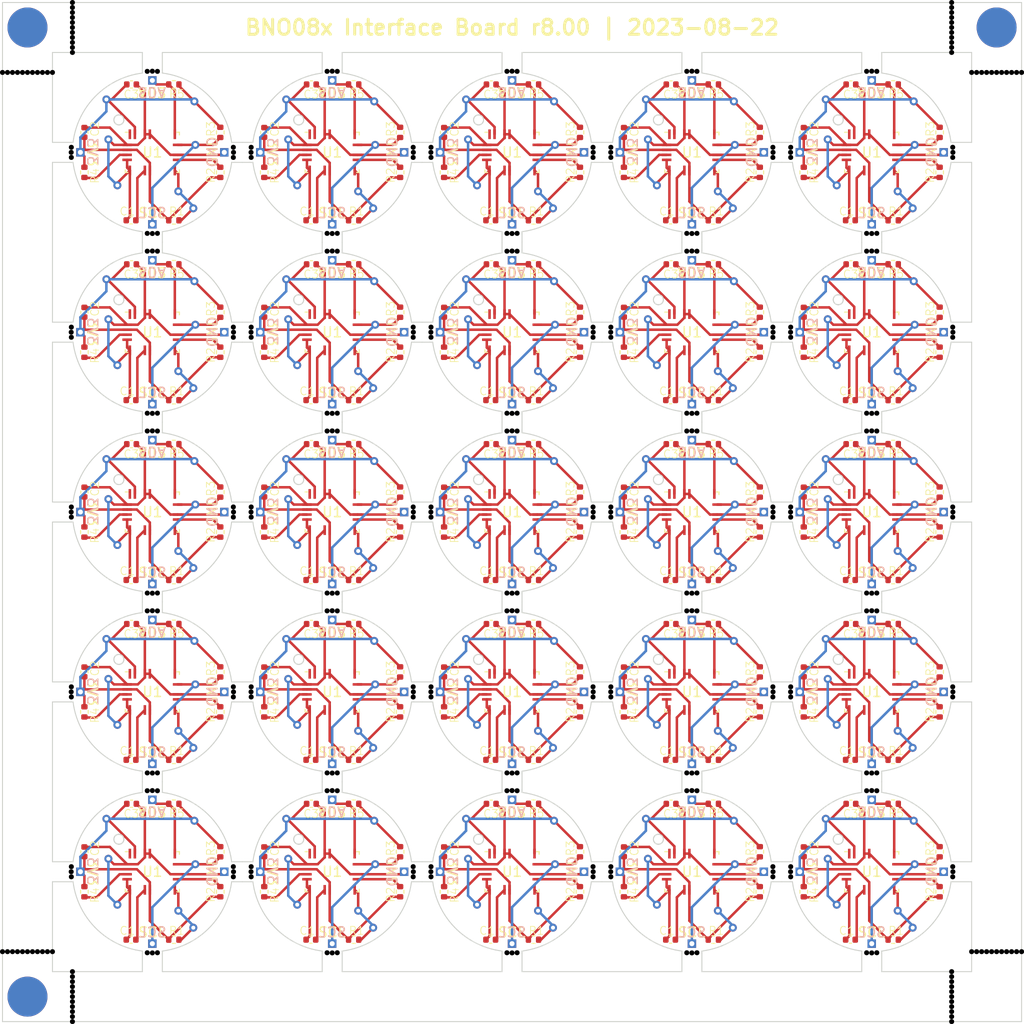
<source format=kicad_pcb>
(kicad_pcb (version 20221018) (generator pcbnew)
  (title_block (title "BNO08x Interface Board r8.00") (date "2023-08-22") (comment 1 "Author: Toby Godfrey"))
  (layers (0 "F.Cu" signal) (31 "B.Cu" signal) (34 "B.Paste" user) (35 "F.Paste" user) (36 "B.SilkS" user "B.Silkscreen") (37 "F.SilkS" user "F.Silkscreen") (38 "B.Mask" user) (39 "F.Mask" user) (44 "Edge.Cuts" user))
  (net 0 "")
  (net 1 "Board_0-CLKSEL0")
  (net 2 "Board_0-CLKSEL1")
  (net 3 "Board_0-Net-(U1-BOOTN)")
  (net 4 "Board_0-Net-(U1-CAP)")
  (net 5 "Board_0-Net-(U1-ENV_SCL)")
  (net 6 "Board_0-Net-(U1-ENV_SDA)")
  (net 7 "Board_0-SCL")
  (net 8 "Board_0-SDA")
  (net 9 "Board_0-unconnected-(U1-RESV_NC-Pad1)")
  (net 10 "Board_1-CLKSEL0")
  (net 11 "Board_1-CLKSEL1")
  (net 12 "Board_1-Net-(U1-BOOTN)")
  (net 13 "Board_1-Net-(U1-CAP)")
  (net 14 "Board_1-Net-(U1-ENV_SCL)")
  (net 15 "Board_1-Net-(U1-ENV_SDA)")
  (net 16 "Board_1-SCL")
  (net 17 "Board_1-SDA")
  (net 18 "Board_1-unconnected-(U1-RESV_NC-Pad1)")
  (net 19 "Board_2-CLKSEL0")
  (net 20 "Board_2-CLKSEL1")
  (net 21 "Board_2-Net-(U1-BOOTN)")
  (net 22 "Board_2-Net-(U1-CAP)")
  (net 23 "Board_2-Net-(U1-ENV_SCL)")
  (net 24 "Board_2-Net-(U1-ENV_SDA)")
  (net 25 "Board_2-SCL")
  (net 26 "Board_2-SDA")
  (net 27 "Board_2-unconnected-(U1-RESV_NC-Pad1)")
  (net 28 "Board_3-CLKSEL0")
  (net 29 "Board_3-CLKSEL1")
  (net 30 "Board_3-Net-(U1-BOOTN)")
  (net 31 "Board_3-Net-(U1-CAP)")
  (net 32 "Board_3-Net-(U1-ENV_SCL)")
  (net 33 "Board_3-Net-(U1-ENV_SDA)")
  (net 34 "Board_3-SCL")
  (net 35 "Board_3-SDA")
  (net 36 "Board_3-unconnected-(U1-RESV_NC-Pad1)")
  (net 37 "Board_4-CLKSEL0")
  (net 38 "Board_4-CLKSEL1")
  (net 39 "Board_4-Net-(U1-BOOTN)")
  (net 40 "Board_4-Net-(U1-CAP)")
  (net 41 "Board_4-Net-(U1-ENV_SCL)")
  (net 42 "Board_4-Net-(U1-ENV_SDA)")
  (net 43 "Board_4-SCL")
  (net 44 "Board_4-SDA")
  (net 45 "Board_4-unconnected-(U1-RESV_NC-Pad1)")
  (net 46 "Board_5-CLKSEL0")
  (net 47 "Board_5-CLKSEL1")
  (net 48 "Board_5-Net-(U1-BOOTN)")
  (net 49 "Board_5-Net-(U1-CAP)")
  (net 50 "Board_5-Net-(U1-ENV_SCL)")
  (net 51 "Board_5-Net-(U1-ENV_SDA)")
  (net 52 "Board_5-SCL")
  (net 53 "Board_5-SDA")
  (net 54 "Board_5-unconnected-(U1-RESV_NC-Pad1)")
  (net 55 "Board_6-CLKSEL0")
  (net 56 "Board_6-CLKSEL1")
  (net 57 "Board_6-Net-(U1-BOOTN)")
  (net 58 "Board_6-Net-(U1-CAP)")
  (net 59 "Board_6-Net-(U1-ENV_SCL)")
  (net 60 "Board_6-Net-(U1-ENV_SDA)")
  (net 61 "Board_6-SCL")
  (net 62 "Board_6-SDA")
  (net 63 "Board_6-unconnected-(U1-RESV_NC-Pad1)")
  (net 64 "Board_7-CLKSEL0")
  (net 65 "Board_7-CLKSEL1")
  (net 66 "Board_7-Net-(U1-BOOTN)")
  (net 67 "Board_7-Net-(U1-CAP)")
  (net 68 "Board_7-Net-(U1-ENV_SCL)")
  (net 69 "Board_7-Net-(U1-ENV_SDA)")
  (net 70 "Board_7-SCL")
  (net 71 "Board_7-SDA")
  (net 72 "Board_7-unconnected-(U1-RESV_NC-Pad1)")
  (net 73 "Board_8-CLKSEL0")
  (net 74 "Board_8-CLKSEL1")
  (net 75 "Board_8-Net-(U1-BOOTN)")
  (net 76 "Board_8-Net-(U1-CAP)")
  (net 77 "Board_8-Net-(U1-ENV_SCL)")
  (net 78 "Board_8-Net-(U1-ENV_SDA)")
  (net 79 "Board_8-SCL")
  (net 80 "Board_8-SDA")
  (net 81 "Board_8-unconnected-(U1-RESV_NC-Pad1)")
  (net 82 "Board_9-CLKSEL0")
  (net 83 "Board_9-CLKSEL1")
  (net 84 "Board_9-Net-(U1-BOOTN)")
  (net 85 "Board_9-Net-(U1-CAP)")
  (net 86 "Board_9-Net-(U1-ENV_SCL)")
  (net 87 "Board_9-Net-(U1-ENV_SDA)")
  (net 88 "Board_9-SCL")
  (net 89 "Board_9-SDA")
  (net 90 "Board_9-unconnected-(U1-RESV_NC-Pad1)")
  (net 91 "Board_10-CLKSEL0")
  (net 92 "Board_10-CLKSEL1")
  (net 93 "Board_10-Net-(U1-BOOTN)")
  (net 94 "Board_10-Net-(U1-CAP)")
  (net 95 "Board_10-Net-(U1-ENV_SCL)")
  (net 96 "Board_10-Net-(U1-ENV_SDA)")
  (net 97 "Board_10-SCL")
  (net 98 "Board_10-SDA")
  (net 99 "Board_10-unconnected-(U1-RESV_NC-Pad1)")
  (net 100 "Board_11-CLKSEL0")
  (net 101 "Board_11-CLKSEL1")
  (net 102 "Board_11-Net-(U1-BOOTN)")
  (net 103 "Board_11-Net-(U1-CAP)")
  (net 104 "Board_11-Net-(U1-ENV_SCL)")
  (net 105 "Board_11-Net-(U1-ENV_SDA)")
  (net 106 "Board_11-SCL")
  (net 107 "Board_11-SDA")
  (net 108 "Board_11-unconnected-(U1-RESV_NC-Pad1)")
  (net 109 "Board_12-CLKSEL0")
  (net 110 "Board_12-CLKSEL1")
  (net 111 "Board_12-Net-(U1-BOOTN)")
  (net 112 "Board_12-Net-(U1-CAP)")
  (net 113 "Board_12-Net-(U1-ENV_SCL)")
  (net 114 "Board_12-Net-(U1-ENV_SDA)")
  (net 115 "Board_12-SCL")
  (net 116 "Board_12-SDA")
  (net 117 "Board_12-unconnected-(U1-RESV_NC-Pad1)")
  (net 118 "Board_13-CLKSEL0")
  (net 119 "Board_13-CLKSEL1")
  (net 120 "Board_13-Net-(U1-BOOTN)")
  (net 121 "Board_13-Net-(U1-CAP)")
  (net 122 "Board_13-Net-(U1-ENV_SCL)")
  (net 123 "Board_13-Net-(U1-ENV_SDA)")
  (net 124 "Board_13-SCL")
  (net 125 "Board_13-SDA")
  (net 126 "Board_13-unconnected-(U1-RESV_NC-Pad1)")
  (net 127 "Board_14-CLKSEL0")
  (net 128 "Board_14-CLKSEL1")
  (net 129 "Board_14-Net-(U1-BOOTN)")
  (net 130 "Board_14-Net-(U1-CAP)")
  (net 131 "Board_14-Net-(U1-ENV_SCL)")
  (net 132 "Board_14-Net-(U1-ENV_SDA)")
  (net 133 "Board_14-SCL")
  (net 134 "Board_14-SDA")
  (net 135 "Board_14-unconnected-(U1-RESV_NC-Pad1)")
  (net 136 "Board_15-CLKSEL0")
  (net 137 "Board_15-CLKSEL1")
  (net 138 "Board_15-Net-(U1-BOOTN)")
  (net 139 "Board_15-Net-(U1-CAP)")
  (net 140 "Board_15-Net-(U1-ENV_SCL)")
  (net 141 "Board_15-Net-(U1-ENV_SDA)")
  (net 142 "Board_15-SCL")
  (net 143 "Board_15-SDA")
  (net 144 "Board_15-unconnected-(U1-RESV_NC-Pad1)")
  (net 145 "Board_16-CLKSEL0")
  (net 146 "Board_16-CLKSEL1")
  (net 147 "Board_16-Net-(U1-BOOTN)")
  (net 148 "Board_16-Net-(U1-CAP)")
  (net 149 "Board_16-Net-(U1-ENV_SCL)")
  (net 150 "Board_16-Net-(U1-ENV_SDA)")
  (net 151 "Board_16-SCL")
  (net 152 "Board_16-SDA")
  (net 153 "Board_16-unconnected-(U1-RESV_NC-Pad1)")
  (net 154 "Board_17-CLKSEL0")
  (net 155 "Board_17-CLKSEL1")
  (net 156 "Board_17-Net-(U1-BOOTN)")
  (net 157 "Board_17-Net-(U1-CAP)")
  (net 158 "Board_17-Net-(U1-ENV_SCL)")
  (net 159 "Board_17-Net-(U1-ENV_SDA)")
  (net 160 "Board_17-SCL")
  (net 161 "Board_17-SDA")
  (net 162 "Board_17-unconnected-(U1-RESV_NC-Pad1)")
  (net 163 "Board_18-CLKSEL0")
  (net 164 "Board_18-CLKSEL1")
  (net 165 "Board_18-Net-(U1-BOOTN)")
  (net 166 "Board_18-Net-(U1-CAP)")
  (net 167 "Board_18-Net-(U1-ENV_SCL)")
  (net 168 "Board_18-Net-(U1-ENV_SDA)")
  (net 169 "Board_18-SCL")
  (net 170 "Board_18-SDA")
  (net 171 "Board_18-unconnected-(U1-RESV_NC-Pad1)")
  (net 172 "Board_19-CLKSEL0")
  (net 173 "Board_19-CLKSEL1")
  (net 174 "Board_19-Net-(U1-BOOTN)")
  (net 175 "Board_19-Net-(U1-CAP)")
  (net 176 "Board_19-Net-(U1-ENV_SCL)")
  (net 177 "Board_19-Net-(U1-ENV_SDA)")
  (net 178 "Board_19-SCL")
  (net 179 "Board_19-SDA")
  (net 180 "Board_19-unconnected-(U1-RESV_NC-Pad1)")
  (net 181 "Board_20-CLKSEL0")
  (net 182 "Board_20-CLKSEL1")
  (net 183 "Board_20-Net-(U1-BOOTN)")
  (net 184 "Board_20-Net-(U1-CAP)")
  (net 185 "Board_20-Net-(U1-ENV_SCL)")
  (net 186 "Board_20-Net-(U1-ENV_SDA)")
  (net 187 "Board_20-SCL")
  (net 188 "Board_20-SDA")
  (net 189 "Board_20-unconnected-(U1-RESV_NC-Pad1)")
  (net 190 "Board_21-CLKSEL0")
  (net 191 "Board_21-CLKSEL1")
  (net 192 "Board_21-Net-(U1-BOOTN)")
  (net 193 "Board_21-Net-(U1-CAP)")
  (net 194 "Board_21-Net-(U1-ENV_SCL)")
  (net 195 "Board_21-Net-(U1-ENV_SDA)")
  (net 196 "Board_21-SCL")
  (net 197 "Board_21-SDA")
  (net 198 "Board_21-unconnected-(U1-RESV_NC-Pad1)")
  (net 199 "Board_22-CLKSEL0")
  (net 200 "Board_22-CLKSEL1")
  (net 201 "Board_22-Net-(U1-BOOTN)")
  (net 202 "Board_22-Net-(U1-CAP)")
  (net 203 "Board_22-Net-(U1-ENV_SCL)")
  (net 204 "Board_22-Net-(U1-ENV_SDA)")
  (net 205 "Board_22-SCL")
  (net 206 "Board_22-SDA")
  (net 207 "Board_22-unconnected-(U1-RESV_NC-Pad1)")
  (net 208 "Board_23-CLKSEL0")
  (net 209 "Board_23-CLKSEL1")
  (net 210 "Board_23-Net-(U1-BOOTN)")
  (net 211 "Board_23-Net-(U1-CAP)")
  (net 212 "Board_23-Net-(U1-ENV_SCL)")
  (net 213 "Board_23-Net-(U1-ENV_SDA)")
  (net 214 "Board_23-SCL")
  (net 215 "Board_23-SDA")
  (net 216 "Board_23-unconnected-(U1-RESV_NC-Pad1)")
  (net 217 "Board_24-CLKSEL0")
  (net 218 "Board_24-CLKSEL1")
  (net 219 "Board_24-Net-(U1-BOOTN)")
  (net 220 "Board_24-Net-(U1-CAP)")
  (net 221 "Board_24-Net-(U1-ENV_SCL)")
  (net 222 "Board_24-Net-(U1-ENV_SDA)")
  (net 223 "Board_24-SCL")
  (net 224 "Board_24-SDA")
  (net 225 "Board_24-unconnected-(U1-RESV_NC-Pad1)")
  (footprint "NPTH" (layer "F.Cu") (at 176.391545 89.506564)
    (fp_text reference "REF**" hide)
    (fp_text value "NPTH" hide)
  )
  (footprint "Connector_PinHeader_1.00mm:PinHeader_1x01_P1.00mm_Vertical" (layer "F.Cu") (at 184.498776 42.199388)
    (fp_text reference "J1" hide)
    (fp_text value "PIN_SCL")
  )
  (footprint "NPTH" (layer "F.Cu") (at 185.007099 62.892754)
    (fp_text reference "REF**" hide)
    (fp_text value "NPTH" hide)
  )
  (footprint "Resistor_SMD:R_0402_1005Metric" (layer "F.Cu") (at 191.298776 68.999388 90)
    (fp_text reference "R3")
    (fp_text value "2.2k")
  )
  (footprint "NPTH" (layer "F.Cu") (at 184.498413 43.122529)
    (fp_text reference "REF**" hide)
    (fp_text value "NPTH" hide)
  )
  (footprint "Package_LGA:LGA-28_5.2x3.8mm_P0.5mm" (layer "F.Cu") (at 130.498776 52.999388)
    (fp_text reference "U1")
    (fp_text value "~")
  )
  (footprint "NPTH" (layer "F.Cu") (at 131.007099 62.892754)
    (fp_text reference "REF**" hide)
    (fp_text value "NPTH" hide)
  )
  (footprint "NPTH" (layer "F.Cu") (at 183.989615 43.108285)
    (fp_text reference "REF**" hide)
    (fp_text value "NPTH" hide)
  )
  (footprint "Resistor_SMD:R_0402_1005Metric" (layer "F.Cu") (at 105.698776 72.999388 90)
    (fp_text reference "R4")
    (fp_text value "10k")
  )
  (footprint "NPTH" (layer "F.Cu") (at 140.391545 53.506564)
    (fp_text reference "REF**" hide)
    (fp_text value "NPTH" hide)
  )
  (footprint "NPTH" (layer "F.Cu") (at 104.501224 119.498776)
    (fp_text reference "REF**" hide)
    (fp_text value "NPTH" hide)
  )
  (footprint "Capacitor_SMD:C_0402_1005Metric" (layer "F.Cu") (at 177.698776 68.999388 90)
    (fp_text reference "C2")
    (fp_text value "100nF")
  )
  (footprint "Connector_PinHeader_1.00mm:PinHeader_1x01_P1.00mm_Vertical" (layer "F.Cu") (at 112.498776 81.799388)
    (fp_text reference "J2" hide)
    (fp_text value "PIN_SDA")
  )
  (footprint "NPTH" (layer "F.Cu") (at 158.376298 52.999387)
    (fp_text reference "REF**" hide)
    (fp_text value "NPTH" hide)
  )
  (footprint "Resistor_SMD:R_0402_1005Metric" (layer "F.Cu") (at 114.648776 100.199388 180)
    (fp_text reference "R5")
    (fp_text value "2.2k")
  )
  (footprint "Package_LGA:LGA-28_5.2x3.8mm_P0.5mm" (layer "F.Cu") (at 112.498776 34.999388)
    (fp_text reference "U1")
    (fp_text value "~")
  )
  (footprint "NPTH" (layer "F.Cu") (at 167.007099 79.106021)
    (fp_text reference "REF**" hide)
    (fp_text value "NPTH" hide)
  )
  (footprint "NPTH" (layer "F.Cu") (at 198.498776 27)
    (fp_text reference "REF**" hide)
    (fp_text value "NPTH" hide)
  )
  (footprint "NPTH" (layer "F.Cu") (at 104.501224 120.998776)
    (fp_text reference "REF**" hide)
    (fp_text value "NPTH" hide)
  )
  (footprint "Capacitor_SMD:C_0402_1005Metric" (layer "F.Cu") (at 146.418776 28.199388)
    (fp_text reference "C3")
    (fp_text value "100nF")
  )
  (footprint "NPTH" (layer "F.Cu") (at 192.498775 22)
    (fp_text reference "REF**" hide)
    (fp_text value "NPTH" hide)
  )
  (footprint "NPTH" (layer "F.Cu") (at 120.605923 106.49066)
    (fp_text reference "REF**" hide)
    (fp_text value "NPTH" hide)
  )
  (footprint "Resistor_SMD:R_0402_1005Metric" (layer "F.Cu") (at 114.648776 82.199388 180)
    (fp_text reference "R5")
    (fp_text value "2.2k")
  )
  (footprint "Resistor_SMD:R_0402_1005Metric" (layer "F.Cu") (at 141.698776 36.999388 90)
    (fp_text reference "R4")
    (fp_text value "10k")
  )
  (footprint "Resistor_SMD:R_0402_1005Metric" (layer "F.Cu") (at 123.698776 90.999388 90)
    (fp_text reference "R4")
    (fp_text value "10k")
  )
  (footprint "Capacitor_SMD:C_0402_1005Metric" (layer "F.Cu") (at 164.418776 64.199388)
    (fp_text reference "C3")
    (fp_text value "100nF")
  )
  (footprint "NPTH" (layer "F.Cu") (at 184.498413 115.122529)
    (fp_text reference "REF**" hide)
    (fp_text value "NPTH" hide)
  )
  (footprint "Resistor_SMD:R_0402_1005Metric" (layer "F.Cu") (at 155.298776 32.999388 90)
    (fp_text reference "R3")
    (fp_text value "2.2k")
  )
  (footprint "Resistor_SMD:R_0402_1005Metric" (layer "F.Cu") (at 155.298776 36.999388 -90)
    (fp_text reference "R2")
    (fp_text value "2.2k")
  )
  (footprint "NPTH" (layer "F.Cu") (at 140.391545 71.506564)
    (fp_text reference "REF**" hide)
    (fp_text value "NPTH" hide)
  )
  (footprint "NPTH" (layer "F.Cu") (at 113.007099 43.106021)
    (fp_text reference "REF**" hide)
    (fp_text value "NPTH" hide)
  )
  (footprint "Connector_PinHeader_1.00mm:PinHeader_1x01_P1.00mm_Vertical" (layer "F.Cu") (at 123.298776 70.999388)
    (fp_text reference "J3" hide)
    (fp_text value "PIN_3V3")
  )
  (footprint "NPTH" (layer "F.Cu") (at 149.007099 115.106021)
    (fp_text reference "REF**" hide)
    (fp_text value "NPTH" hide)
  )
  (footprint "NPTH" (layer "F.Cu") (at 138.623661 34.999387)
    (fp_text reference "REF**" hide)
    (fp_text value "NPTH" hide)
  )
  (footprint "NPTH" (layer "F.Cu") (at 147.989615 80.89049)
    (fp_text reference "REF**" hide)
    (fp_text value "NPTH" hide)
  )
  (footprint "NPTH" (layer "F.Cu") (at 176.391385 106.492203)
    (fp_text reference "REF**" hide)
    (fp_text value "NPTH" hide)
  )
  (footprint "NPTH" (layer "F.Cu") (at 138.605923 89.508115)
    (fp_text reference "REF**" hide)
    (fp_text value "NPTH" hide)
  )
  (footprint "NPTH" (layer "F.Cu") (at 148.498413 80.876246)
    (fp_text reference "REF**" hide)
    (fp_text value "NPTH" hide)
  )
  (footprint "NPTH" (layer "F.Cu") (at 113.007099 115.106021)
    (fp_text reference "REF**" hide)
    (fp_text value "NPTH" hide)
  )
  (footprint "NPTH" (layer "F.Cu") (at 156.605923 52.49066)
    (fp_text reference "REF**" hide)
    (fp_text value "NPTH" hide)
  )
  (footprint "NPTH" (layer "F.Cu") (at 184.498413 79.122529)
    (fp_text reference "REF**" hide)
    (fp_text value "NPTH" hide)
  )
  (footprint "Resistor_SMD:R_0402_1005Metric" (layer "F.Cu") (at 186.648776 100.199388 180)
    (fp_text reference "R5")
    (fp_text value "2.2k")
  )
  (footprint "NPTH" (layer "F.Cu") (at 104.501224 20)
    (fp_text reference "REF**" hide)
    (fp_text value "NPTH" hide)
  )
  (footprint "NPTH" (layer "F.Cu") (at 156.605923 71.508115)
    (fp_text reference "REF**" hide)
    (fp_text value "NPTH" hide)
  )
  (footprint "Connector_PinHeader_1.00mm:PinHeader_1x01_P1.00mm_Vertical" (layer "F.Cu") (at 184.498776 60.199388)
    (fp_text reference "J1" hide)
    (fp_text value "PIN_SCL")
  )
  (footprint "NPTH" (layer "F.Cu") (at 148.498413 98.876246)
    (fp_text reference "REF**" hide)
    (fp_text value "NPTH" hide)
  )
  (footprint "NPTH" (layer "F.Cu") (at 158.391385 70.492203)
    (fp_text reference "REF**" hide)
    (fp_text value "NPTH" hide)
  )
  (footprint "NPTH" (layer "F.Cu") (at 97.501224 114.998775)
    (fp_text reference "REF**" hide)
    (fp_text value "NPTH" hide)
  )
  (footprint "NPTH" (layer "F.Cu") (at 192.605923 89.508115)
    (fp_text reference "REF**" hide)
    (fp_text value "NPTH" hide)
  )
  (footprint "NPTH" (layer "F.Cu") (at 100.501224 27)
    (fp_text reference "REF**" hide)
    (fp_text value "NPTH" hide)
  )
  (footprint "Package_LGA:LGA-28_5.2x3.8mm_P0.5mm" (layer "F.Cu") (at 184.498776 52.999388)
    (fp_text reference "U1")
    (fp_text value "~")
  )
  (footprint "Capacitor_SMD:C_0402_1005Metric" (layer "F.Cu") (at 110.418776 100.199388)
    (fp_text reference "C3")
    (fp_text value "100nF")
  )
  (footprint "NPTH" (layer "F.Cu") (at 167.007099 80.892754)
    (fp_text reference "REF**" hide)
    (fp_text value "NPTH" hide)
  )
  (footprint "NPTH" (layer "F.Cu") (at 113.007099 80.892754)
    (fp_text reference "REF**" hide)
    (fp_text value "NPTH" hide)
  )
  (footprint "Resistor_SMD:R_0402_1005Metric" (layer "F.Cu") (at 168.648776 95.799388)
    (fp_text reference "R1")
    (fp_text value "2.2k")
  )
  (footprint "Connector_PinHeader_1.00mm:PinHeader_1x01_P1.00mm_Vertical" (layer "F.Cu") (at 112.498776 99.799388)
    (fp_text reference "J2" hide)
    (fp_text value "PIN_SDA")
  )
  (footprint "NPTH" (layer "F.Cu") (at 104.501224 24.5)
    (fp_text reference "REF**" hide)
    (fp_text value "NPTH" hide)
  )
  (footprint "NPTH" (layer "F.Cu") (at 104.501224 120.498776)
    (fp_text reference "REF**" hide)
    (fp_text value "NPTH" hide)
  )
  (footprint "Resistor_SMD:R_0402_1005Metric" (layer "F.Cu") (at 168.648776 113.799388)
    (fp_text reference "R1")
    (fp_text value "2.2k")
  )
  (footprint "Connector_PinHeader_1.00mm:PinHeader_1x01_P1.00mm_Vertical" (layer "F.Cu") (at 155.698776 52.999388)
    (fp_text reference "J4" hide)
    (fp_text value "PIN_GND")
  )
  (footprint "NPTH" (layer "F.Cu") (at 112.498414 98.876246)
    (fp_text reference "REF**" hide)
    (fp_text value "NPTH" hide)
  )
  (footprint "NPTH" (layer "F.Cu") (at 192.498775 23)
    (fp_text reference "REF**" hide)
    (fp_text value "NPTH" hide)
  )
  (footprint "NPTH" (layer "F.Cu") (at 111.989616 98.89049)
    (fp_text reference "REF**" hide)
    (fp_text value "NPTH" hide)
  )
  (footprint "NPTH" (layer "F.Cu") (at 192.605923 34.490661)
    (fp_text reference "REF**" hide)
    (fp_text value "NPTH" hide)
  )
  (footprint "NPTH" (layer "F.Cu") (at 174.605923 71.508115)
    (fp_text reference "REF**" hide)
    (fp_text value "NPTH" hide)
  )
  (footprint "Resistor_SMD:R_0402_1005Metric" (layer "F.Cu") (at 119.298776 72.999388 -90)
    (fp_text reference "R2")
    (fp_text value "2.2k")
  )
  (footprint "NPTH" (layer "F.Cu") (at 111.989616 61.108285)
    (fp_text reference "REF**" hide)
    (fp_text value "NPTH" hide)
  )
  (footprint "Capacitor_SMD:C_0402_1005Metric" (layer "F.Cu") (at 182.418776 46.199388)
    (fp_text reference "C3")
    (fp_text value "100nF")
  )
  (footprint "NPTH" (layer "F.Cu") (at 183.989615 97.108285)
    (fp_text reference "REF**" hide)
    (fp_text value "NPTH" hide)
  )
  (footprint "NPTH" (layer "F.Cu") (at 156.623661 52.999386)
    (fp_text reference "REF**" hide)
    (fp_text value "NPTH" hide)
  )
  (footprint "NPTH" (layer "F.Cu") (at 129.989615 62.89049)
    (fp_text reference "REF**" hide)
    (fp_text value "NPTH" hide)
  )
  (footprint "NPTH" (layer "F.Cu") (at 185.007099 79.106021)
    (fp_text reference "REF**" hide)
    (fp_text value "NPTH" hide)
  )
  (footprint "NPTH" (layer "F.Cu") (at 158.391385 106.492203)
    (fp_text reference "REF**" hide)
    (fp_text value "NPTH" hide)
  )
  (footprint "NPTH" (layer "F.Cu") (at 166.498413 79.122529)
    (fp_text reference "REF**" hide)
    (fp_text value "NPTH" hide)
  )
  (footprint "NPTH" (layer "F.Cu") (at 122.39142 53.50657)
    (fp_text reference "REF**" hide)
    (fp_text value "NPTH" hide)
  )
  (footprint "Resistor_SMD:R_0402_1005Metric" (layer "F.Cu") (at 150.648776 95.799388)
    (fp_text reference "R1")
    (fp_text value "2.2k")
  )
  (footprint "NPTH" (layer "F.Cu") (at 140.376223 70.999387)
    (fp_text reference "REF**" hide)
    (fp_text value "NPTH" hide)
  )
  (footprint "NPTH" (layer "F.Cu") (at 111.989616 97.108285)
    (fp_text reference "REF**" hide)
    (fp_text value "NPTH" hide)
  )
  (footprint "Connector_PinHeader_1.00mm:PinHeader_1x01_P1.00mm_Vertical" (layer "F.Cu") (at 184.498776 96.199388)
    (fp_text reference "J1" hide)
    (fp_text value "PIN_SCL")
  )
  (footprint "NPTH" (layer "F.Cu") (at 174.623661 106.999386)
    (fp_text reference "REF**" hide)
    (fp_text value "NPTH" hide)
  )
  (footprint "Resistor_SMD:R_0402_1005Metric" (layer "F.Cu") (at 119.298776 90.999388 -90)
    (fp_text reference "R2")
    (fp_text value "2.2k")
  )
  (footprint "NPTH" (layer "F.Cu") (at 104.501224 21)
    (fp_text reference "REF**" hide)
    (fp_text value "NPTH" hide)
  )
  (footprint "Resistor_SMD:R_0402_1005Metric" (layer "F.Cu") (at 132.648776 82.199388 180)
    (fp_text reference "R5")
    (fp_text value "2.2k")
  )
  (footprint "Connector_PinHeader_1.00mm:PinHeader_1x01_P1.00mm_Vertical" (layer "F.Cu") (at 137.698776 106.999388)
    (fp_text reference "J4" hide)
    (fp_text value "PIN_GND")
  )
  (footprint "NPTH" (layer "F.Cu") (at 165.989615 98.89049)
    (fp_text reference "REF**" hide)
    (fp_text value "NPTH" hide)
  )
  (footprint "NPTH" (layer "F.Cu") (at 122.391545 71.506564)
    (fp_text reference "REF**" hide)
    (fp_text value "NPTH" hide)
  )
  (footprint "NPTH" (layer "F.Cu") (at 149.007099 44.892754)
    (fp_text reference "REF**" hide)
    (fp_text value "NPTH" hide)
  )
  (footprint "NPTH" (layer "F.Cu") (at 138.605923 53.508115)
    (fp_text reference "REF**" hide)
    (fp_text value "NPTH" hide)
  )
  (footprint "NPTH" (layer "F.Cu") (at 192.498775 23.5)
    (fp_text reference "REF**" hide)
    (fp_text value "NPTH" hide)
  )
  (footprint "NPTH" (layer "F.Cu") (at 138.623661 106.999386)
    (fp_text reference "REF**" hide)
    (fp_text value "NPTH" hide)
  )
  (footprint "NPTH" (layer "F.Cu") (at 138.623661 70.999386)
    (fp_text reference "REF**" hide)
    (fp_text value "NPTH" hide)
  )
  (footprint "Connector_PinHeader_1.00mm:PinHeader_1x01_P1.00mm_Vertical" (layer "F.Cu") (at 184.498776 45.799388)
    (fp_text reference "J2" hide)
    (fp_text value "PIN_SDA")
  )
  (footprint "NPTH" (layer "F.Cu") (at 166.498413 115.122529)
    (fp_text reference "REF**" hide)
    (fp_text value "NPTH" hide)
  )
  (footprint "Connector_PinHeader_1.00mm:PinHeader_1x01_P1.00mm_Vertical" (layer "F.Cu") (at 159.298776 88.999388)
    (fp_text reference "J3" hide)
    (fp_text value "PIN_3V3")
  )
  (footprint "Resistor_SMD:R_0402_1005Metric" (layer "F.Cu") (at 123.698776 36.999388 90)
    (fp_text reference "R4")
    (fp_text value "10k")
  )
  (footprint "NPTH" (layer "F.Cu") (at 129.989615 61.108285)
    (fp_text reference "REF**" hide)
    (fp_text value "NPTH" hide)
  )
  (footprint "NPTH" (layer "F.Cu") (at 183.989615 26.890491)
    (fp_text reference "REF**" hide)
    (fp_text value "NPTH" hide)
  )
  (footprint "Package_LGA:LGA-28_5.2x3.8mm_P0.5mm" (layer "F.Cu") (at 166.498776 52.999388)
    (fp_text reference "U1")
    (fp_text value "~")
  )
  (footprint "NPTH" (layer "F.Cu") (at 120.605923 52.49066)
    (fp_text reference "REF**" hide)
    (fp_text value "NPTH" hide)
  )
  (footprint "Capacitor_SMD:C_0402_1005Metric" (layer "F.Cu") (at 164.418776 28.199388)
    (fp_text reference "C3")
    (fp_text value "100nF")
  )
  (footprint "NPTH" (layer "F.Cu") (at 131.007099 43.106021)
    (fp_text reference "REF**" hide)
    (fp_text value "NPTH" hide)
  )
  (footprint "Connector_PinHeader_1.00mm:PinHeader_1x01_P1.00mm_Vertical" (layer "F.Cu") (at 130.498776 27.799388)
    (fp_text reference "J2" hide)
    (fp_text value "PIN_SDA")
  )
  (footprint "Capacitor_SMD:C_0402_1005Metric" (layer "F.Cu") (at 110.368776 113.799388)
    (fp_text reference "C1")
    (fp_text value "100nF")
  )
  (footprint "Package_LGA:LGA-28_5.2x3.8mm_P0.5mm" (layer "F.Cu") (at 184.498776 106.999388)
    (fp_text reference "U1")
    (fp_text value "~")
  )
  (footprint "NPTH" (layer "F.Cu") (at 149.007099 61.106021)
    (fp_text reference "REF**" hide)
    (fp_text value "NPTH" hide)
  )
  (footprint "Capacitor_SMD:C_0402_1005Metric" (layer "F.Cu") (at 128.368776 95.799388)
    (fp_text reference "C1")
    (fp_text value "100nF")
  )
  (footprint "NPTH" (layer "F.Cu") (at 185.007099 43.106021)
    (fp_text reference "REF**" hide)
    (fp_text value "NPTH" hide)
  )
  (footprint "Connector_PinHeader_1.00mm:PinHeader_1x01_P1.00mm_Vertical" (layer "F.Cu") (at 112.498776 63.799388)
    (fp_text reference "J2" hide)
    (fp_text value "PIN_SDA")
  )
  (footprint "NPTH" (layer "F.Cu") (at 166.498413 80.876246)
    (fp_text reference "REF**" hide)
    (fp_text value "NPTH" hide)
  )
  (footprint "Connector_PinHeader_1.00mm:PinHeader_1x01_P1.00mm_Vertical" (layer "F.Cu") (at 130.498776 96.199388)
    (fp_text reference "J1" hide)
    (fp_text value "PIN_SCL")
  )
  (footprint "Connector_PinHeader_1.00mm:PinHeader_1x01_P1.00mm_Vertical" (layer "F.Cu") (at 123.298776 106.999388)
    (fp_text reference "J3" hide)
    (fp_text value "PIN_3V3")
  )
  (footprint "Resistor_SMD:R_0402_1005Metric" (layer "F.Cu") (at 114.648776 113.799388)
    (fp_text reference "R1")
    (fp_text value "2.2k")
  )
  (footprint "NPTH" (layer "F.Cu") (at 138.623661 52.999386)
    (fp_text reference "REF**" hide)
    (fp_text value "NPTH" hide)
  )
  (footprint "Capacitor_SMD:C_0402_1005Metric" (layer "F.Cu") (at 182.368776 41.799388)
    (fp_text reference "C1")
    (fp_text value "100nF")
  )
  (footprint "Connector_PinHeader_1.00mm:PinHeader_1x01_P1.00mm_Vertical" (layer "F.Cu") (at 166.498776 60.199388)
    (fp_text reference "J1" hide)
    (fp_text value "PIN_SCL")
  )
  (footprint "Connector_PinHeader_1.00mm:PinHeader_1x01_P1.00mm_Vertical" (layer "F.Cu") (at 112.498776 27.799388)
    (fp_text reference "J2" hide)
    (fp_text value "PIN_SDA")
  )
  (footprint "Connector_PinHeader_1.00mm:PinHeader_1x01_P1.00mm_Vertical" (layer "F.Cu") (at 148.498776 60.199388)
    (fp_text reference "J1" hide)
    (fp_text value "PIN_SCL")
  )
  (footprint "NPTH" (layer "F.Cu") (at 149.007099 26.892755)
    (fp_text reference "REF**" hide)
    (fp_text value "NPTH" hide)
  )
  (footprint "Capacitor_SMD:C_0402_1005Metric" (layer "F.Cu") (at 128.368776 113.799388)
    (fp_text reference "C1")
    (fp_text value "100nF")
  )
  (footprint "Fiducial" (layer "F.Cu") (at 100.001224 22.5)
    (fp_text reference "REF**" hide)
    (fp_text value "Fiducial" hide)
  )
  (footprint "Connector_PinHeader_1.00mm:PinHeader_1x01_P1.00mm_Vertical" (layer "F.Cu") (at 148.498776 114.199388)
    (fp_text reference "J1" hide)
    (fp_text value "PIN_SCL")
  )
  (footprint "NPTH" (layer "F.Cu") (at 149.007099 62.892754)
    (fp_text reference "REF**" hide)
    (fp_text value "NPTH" hide)
  )
  (footprint "Resistor_SMD:R_0402_1005Metric" (layer "F.Cu") (at 150.648776 64.199388 180)
    (fp_text reference "R5")
    (fp_text value "2.2k")
  )
  (footprint "NPTH" (layer "F.Cu") (at 166.498413 26.876247)
    (fp_text reference "REF**" hide)
    (fp_text value "NPTH" hide)
  )
  (footprint "NPTH" (layer "F.Cu") (at 156.605923 88.49066)
    (fp_text reference "REF**" hide)
    (fp_text value "NPTH" hide)
  )
  (footprint "Resistor_SMD:R_0402_1005Metric" (layer "F.Cu") (at 132.648776 41.799388)
    (fp_text reference "R1")
    (fp_text value "2.2k")
  )
  (footprint "Connector_PinHeader_1.00mm:PinHeader_1x01_P1.00mm_Vertical" (layer "F.Cu") (at 184.498776 81.799388)
    (fp_text reference "J2" hide)
    (fp_text value "PIN_SDA")
  )
  (footprint "Resistor_SMD:R_0402_1005Metric" (layer "F.Cu") (at 123.698776 72.999388 90)
    (fp_text reference "R4")
    (fp_text value "10k")
  )
  (footprint "NPTH" (layer "F.Cu") (at 122.39142 106.492205)
    (fp_text reference "REF**" hide)
    (fp_text value "NPTH" hide)
  )
  (footprint "NPTH" (layer "F.Cu") (at 158.391385 88.492203)
    (fp_text reference "REF**" hide)
    (fp_text value "NPTH" hide)
  )
  (footprint "Package_LGA:LGA-28_5.2x3.8mm_P0.5mm" (layer "F.Cu") (at 130.498776 70.999388)
    (fp_text reference "U1")
    (fp_text value "~")
  )
  (footprint "NPTH" (layer "F.Cu") (at 147.989615 26.890491)
    (fp_text reference "REF**" hide)
    (fp_text value "NPTH" hide)
  )
  (footprint "NPTH" (layer "F.Cu") (at 131.007099 80.892754)
    (fp_text reference "REF**" hide)
    (fp_text value "NPTH" hide)
  )
  (footprint "Resistor_SMD:R_0402_1005Metric" (layer "F.Cu") (at 114.648776 59.799388)
    (fp_text reference "R1")
    (fp_text value "2.2k")
  )
  (footprint "NPTH" (layer "F.Cu") (at 156.605923 107.508115)
    (fp_text reference "REF**" hide)
    (fp_text value "NPTH" hide)
  )
  (footprint "Capacitor_SMD:C_0402_1005Metric" (layer "F.Cu") (at 128.368776 77.799388)
    (fp_text reference "C1")
    (fp_text value "100nF")
  )
  (footprint "NPTH" (layer "F.Cu") (at 192.498775 120.998776)
    (fp_text reference "REF**" hide)
    (fp_text value "NPTH" hide)
  )
  (footprint "NPTH" (layer "F.Cu") (at 176.391545 107.506564)
    (fp_text reference "REF**" hide)
    (fp_text value "NPTH" hide)
  )
  (footprint "Capacitor_SMD:C_0402_1005Metric" (layer "F.Cu") (at 164.368776 95.799388)
    (fp_text reference "C1")
    (fp_text value "100nF")
  )
  (footprint "Capacitor_SMD:C_0402_1005Metric" (layer "F.Cu") (at 146.368776 113.799388)
    (fp_text reference "C1")
    (fp_text value "100nF")
  )
  (footprint "Package_LGA:LGA-28_5.2x3.8mm_P0.5mm" (layer "F.Cu") (at 130.498776 34.999388)
    (fp_text reference "U1")
    (fp_text value "~")
  )
  (footprint "Connector_PinHeader_1.00mm:PinHeader_1x01_P1.00mm_Vertical" (layer "F.Cu") (at 105.298776 70.999388)
    (fp_text reference "J3" hide)
    (fp_text value "PIN_3V3")
  )
  (footprint "NPTH" (layer "F.Cu") (at 140.376223 106.999387)
    (fp_text reference "REF**" hide)
    (fp_text value "NPTH" hide)
  )
  (footprint "Capacitor_SMD:C_0402_1005Metric" (layer "F.Cu") (at 146.368776 59.799388)
    (fp_text reference "C1")
    (fp_text value "100nF")
  )
  (footprint "Resistor_SMD:R_0402_1005Metric" (layer "F.Cu") (at 114.648776 95.799388)
    (fp_text reference "R1")
    (fp_text value "2.2k")
  )
  (footprint "NPTH" (layer "F.Cu") (at 192.498775 121.998776)
    (fp_text reference "REF**" hide)
    (fp_text value "NPTH" hide)
  )
  (footprint "NPTH" (layer "F.Cu") (at 196.498776 114.998775)
    (fp_text reference "REF**" hide)
    (fp_text value "NPTH" hide)
  )
  (footprint "NPTH" (layer "F.Cu") (at 174.623661 52.999386)
    (fp_text reference "REF**" hide)
    (fp_text value "NPTH" hide)
  )
  (footprint "NPTH" (layer "F.Cu") (at 196.998776 27)
    (fp_text reference "REF**" hide)
    (fp_text value "NPTH" hide)
  )
  (footprint "NPTH" (layer "F.Cu") (at 104.391386 52.492203)
    (fp_text reference "REF**" hide)
    (fp_text value "NPTH" hide)
  )
  (footprint "Resistor_SMD:R_0402_1005Metric" (layer "F.Cu") (at 159.698776 36.999388 90)
    (fp_text reference "R4")
    (fp_text value "10k")
  )
  (footprint "Capacitor_SMD:C_0402_1005Metric" (layer "F.Cu") (at 105.698776 50.999388 90)
    (fp_text reference "C2")
    (fp_text value "100nF")
  )
  (footprint "NPTH" (layer "F.Cu") (at 197.498776 114.998775)
    (fp_text reference "REF**" hide)
    (fp_text value "NPTH" hide)
  )
  (footprint "Connector_PinHeader_1.00mm:PinHeader_1x01_P1.00mm_Vertical" (layer "F.Cu") (at 112.498776 42.199388)
    (fp_text reference "J1" hide)
    (fp_text value "PIN_SCL")
  )
  (footprint "Resistor_SMD:R_0402_1005Metric" (layer "F.Cu") (at 186.648776 41.799388)
    (fp_text reference "R1")
    (fp_text value "2.2k")
  )
  (footprint "Resistor_SMD:R_0402_1005Metric" (layer "F.Cu") (at 186.648776 77.799388)
    (fp_text reference "R1")
    (fp_text value "2.2k")
  )
  (footprint "Capacitor_SMD:C_0402_1005Metric" (layer "F.Cu") (at 159.698776 104.999388 90)
    (fp_text reference "C2")
    (fp_text value "100nF")
  )
  (footprint "Capacitor_SMD:C_0402_1005Metric" (layer "F.Cu") (at 182.418776 28.199388)
    (fp_text reference "C3")
    (fp_text value "100nF")
  )
  (footprint "NPTH" (layer "F.Cu") (at 122.391545 35.506564)
    (fp_text reference "REF**" hide)
    (fp_text value "NPTH" hide)
  )
  (footprint "Capacitor_SMD:C_0402_1005Metric" (layer "F.Cu") (at 164.368776 77.799388)
    (fp_text reference "C1")
    (fp_text value "100nF")
  )
  (footprint "NPTH" (layer "F.Cu") (at 129.989615 43.108285)
    (fp_text reference "REF**" hide)
    (fp_text value "NPTH" hide)
  )
  (footprint "NPTH" (layer "F.Cu") (at 138.605923 71.508115)
    (fp_text reference "REF**" hide)
    (fp_text value "NPTH" hide)
  )
  (footprint "Resistor_SMD:R_0402_1005Metric" (layer "F.Cu") (at 186.648776 82.199388 180)
    (fp_text reference "R5")
    (fp_text value "2.2k")
  )
  (footprint "NPTH" (layer "F.Cu") (at 184.498413 98.876246)
    (fp_text reference "REF**" hide)
    (fp_text value "NPTH" hide)
  )
  (footprint "NPTH" (layer "F.Cu") (at 156.605923 35.508115)
    (fp_text reference "REF**" hide)
    (fp_text value "NPTH" hide)
  )
  (footprint "NPTH" (layer "F.Cu") (at 195.998776 27)
    (fp_text reference "REF**" hide)
    (fp_text value "NPTH" hide)
  )
  (footprint "Resistor_SMD:R_0402_1005Metric" (layer "F.Cu") (at 173.298776 72.999388 -90)
    (fp_text reference "R2")
    (fp_text value "2.2k")
  )
  (footprint "NPTH" (layer "F.Cu") (at 176.376298 34.999388)
    (fp_text reference "REF**" hide)
    (fp_text value "NPTH" hide)
  )
  (footprint "Resistor_SMD:R_0402_1005Metric" (layer "F.Cu") (at 123.698776 54.999388 90)
    (fp_text reference "R4")
    (fp_text value "10k")
  )
  (footprint "NPTH" (layer "F.Cu") (at 176.376298 52.999387)
    (fp_text reference "REF**" hide)
    (fp_text value "NPTH" hide)
  )
  (footprint "NPTH" (layer "F.Cu") (at 148.498413 44.876246)
    (fp_text reference "REF**" hide)
    (fp_text value "NPTH" hide)
  )
  (footprint "NPTH" (layer "F.Cu") (at 138.605923 35.508115)
    (fp_text reference "REF**" hide)
    (fp_text value "NPTH" hide)
  )
  (footprint "Connector_PinHeader_1.00mm:PinHeader_1x01_P1.00mm_Vertical" (layer "F.Cu") (at 130.498776 42.199388)
    (fp_text reference "J1" hide)
    (fp_text value "PIN_SCL")
  )
  (footprint "NPTH" (layer "F.Cu") (at 104.376299 70.999387)
    (fp_text reference "REF**" hide)
    (fp_text value "NPTH" hide)
  )
  (footprint "Resistor_SMD:R_0402_1005Metric" (layer "F.Cu") (at 114.648776 41.799388)
    (fp_text reference "R1")
    (fp_text value "2.2k")
  )
  (footprint "Capacitor_SMD:C_0402_1005Metric" (layer "F.Cu") (at 164.418776 82.199388)
    (fp_text reference "C3")
    (fp_text value "100nF")
  )
  (footprint "NPTH" (layer "F.Cu") (at 140.376223 52.999387)
    (fp_text reference "REF**" hide)
    (fp_text value "NPTH" hide)
  )
  (footprint "NPTH" (layer "F.Cu") (at 174.605923 107.508115)
    (fp_text reference "REF**" hide)
    (fp_text value "NPTH" hide)
  )
  (footprint "NPTH" (layer "F.Cu") (at 104.501224 22.5)
    (fp_text reference "REF**" hide)
    (fp_text value "NPTH" hide)
  )
  (footprint "Connector_PinHeader_1.00mm:PinHeader_1x01_P1.00mm_Vertical" (layer "F.Cu") (at 119.698776 88.999388)
    (fp_text reference "J4" hide)
    (fp_text value "PIN_GND")
  )
  (footprint "NPTH" (layer "F.Cu") (at 122.376223 70.999387)
    (fp_text reference "REF**" hide)
    (fp_text value "NPTH" hide)
  )
  (footprint "Resistor_SMD:R_0402_1005Metric" (layer "F.Cu") (at 155.298776 90.999388 -90)
    (fp_text reference "R2")
    (fp_text value "2.2k")
  )
  (footprint "NPTH" (layer "F.Cu") (at 104.391546 107.506564)
    (fp_text reference "REF**" hide)
    (fp_text value "NPTH" hide)
  )
  (footprint "NPTH" (layer "F.Cu") (at 184.498413 44.876246)
    (fp_text reference "REF**" hide)
    (fp_text value "NPTH" hide)
  )
  (footprint "Connector_PinHeader_1.00mm:PinHeader_1x01_P1.00mm_Vertical" (layer "F.Cu") (at 166.498776 99.799388)
    (fp_text reference "J2" hide)
    (fp_text value "PIN_SDA")
  )
  (footprint "NPTH" (layer "F.Cu") (at 120.605923 88.49066)
    (fp_text reference "REF**" hide)
    (fp_text value "NPTH" hide)
  )
  (footprint "Resistor_SMD:R_0402_1005Metric" (layer "F.Cu") (at 159.698776 108.999388 90)
    (fp_text reference "R4")
    (fp_text value "10k")
  )
  (footprint "NPTH" (layer "F.Cu") (at 120.605923 89.508115)
    (fp_text reference "REF**" hide)
    (fp_text value "NPTH" hide)
  )
  (footprint "NPTH" (layer "F.Cu") (at 100.501224 114.998775)
    (fp_text reference "REF**" hide)
    (fp_text value "NPTH" hide)
  )
  (footprint "Capacitor_SMD:C_0402_1005Metric" (layer "F.Cu") (at 159.698776 68.999388 90)
    (fp_text reference "C2")
    (fp_text value "100nF")
  )
  (footprint "Resistor_SMD:R_0402_1005Metric" (layer "F.Cu") (at 191.298776 90.999388 -90)
    (fp_text reference "R2")
    (fp_text value "2.2k")
  )
  (footprint "Resistor_SMD:R_0402_1005Metric" (layer "F.Cu") (at 191.298776 104.999388 90)
    (fp_text reference "R3")
    (fp_text value "2.2k")
  )
  (footprint "Capacitor_SMD:C_0402_1005Metric" (layer "F.Cu") (at 128.418776 82.199388)
    (fp_text reference "C3")
    (fp_text value "100nF")
  )
  (footprint "NPTH" (layer "F.Cu") (at 104.501224 118.498776)
    (fp_text reference "REF**" hide)
    (fp_text value "NPTH" hide)
  )
  (footprint "NPTH" (layer "F.Cu") (at 140.391545 89.506564)
    (fp_text reference "REF**" hide)
    (fp_text value "NPTH" hide)
  )
  (footprint "NPTH" (layer "F.Cu") (at 111.989616 44.89049)
    (fp_text reference "REF**" hide)
    (fp_text value "NPTH" hide)
  )
  (footprint "NPTH" (layer "F.Cu") (at 158.376298 70.999387)
    (fp_text reference "REF**" hide)
    (fp_text value "NPTH" hide)
  )
  (footprint "Resistor_SMD:R_0402_1005Metric" (layer "F.Cu") (at 177.698776 108.999388 90)
    (fp_text reference "R4")
    (fp_text value "10k")
  )
  (footprint "NPTH" (layer "F.Cu") (at 199.498776 27)
    (fp_text reference "REF**" hide)
    (fp_text value "NPTH" hide)
  )
  (footprint "NPTH" (layer "F.Cu") (at 192.498775 20)
    (fp_text reference "REF**" hide)
    (fp_text value "NPTH" hide)
  )
  (footprint "Connector_PinHeader_1.00mm:PinHeader_1x01_P1.00mm_Vertical" (layer "F.Cu") (at 112.498776 96.199388)
    (fp_text reference "J1" hide)
    (fp_text value "PIN_SCL")
  )
  (footprint "NPTH" (layer "F.Cu") (at 120.605923 53.508115)
    (fp_text reference "REF**" hide)
    (fp_text value "NPTH" hide)
  )
  (footprint "NPTH" (layer "F.Cu") (at 122.39142 88.492205)
    (fp_text reference "REF**" hide)
    (fp_text value "NPTH" hide)
  )
  (footprint "Capacitor_SMD:C_0402_1005Metric" (layer "F.Cu") (at 146.368776 77.799388)
    (fp_text reference "C1")
    (fp_text value "100nF")
  )
  (footprint "NPTH" (layer "F.Cu") (at 129.989615 79.108285)
    (fp_text reference "REF**" hide)
    (fp_text value "NPTH" hide)
  )
  (footprint "Capacitor_SMD:C_0402_1005Metric" (layer "F.Cu") (at 177.698776 104.999388 90)
    (fp_text reference "C2")
    (fp_text value "100nF")
  )
  (footprint "NPTH" (layer "F.Cu") (at 167.007099 61.106021)
    (fp_text reference "REF**" hide)
    (fp_text value "NPTH" hide)
  )
  (footprint "Resistor_SMD:R_0402_1005Metric" (layer "F.Cu") (at 150.648776 82.199388 180)
    (fp_text reference "R5")
    (fp_text value "2.2k")
  )
  (footprint "Resistor_SMD:R_0402_1005Metric" (layer "F.Cu") (at 191.298776 54.999388 -90)
    (fp_text reference "R2")
    (fp_text value "2.2k")
  )
  (footprint "NPTH" (layer "F.Cu") (at 112.498414 97.122529)
    (fp_text reference "REF**" hide)
    (fp_text value "NPTH" hide)
  )
  (footprint "Connector_PinHeader_1.00mm:PinHeader_1x01_P1.00mm_Vertical" (layer "F.Cu") (at 123.298776 52.999388)
    (fp_text reference "J3" hide)
    (fp_text value "PIN_3V3")
  )
  (footprint "NPTH" (layer "F.Cu") (at 192.605923 106.49066)
    (fp_text reference "REF**" hide)
    (fp_text value "NPTH" hide)
  )
  (footprint "Capacitor_SMD:C_0402_1005Metric" (layer "F.Cu") (at 146.418776 100.199388)
    (fp_text reference "C3")
    (fp_text value "100nF")
  )
  (footprint "NPTH" (layer "F.Cu") (at 130.498413 97.122529)
    (fp_text reference "REF**" hide)
    (fp_text value "NPTH" hide)
  )
  (footprint "Capacitor_SMD:C_0402_1005Metric" (layer "F.Cu") (at 182.368776 95.799388)
    (fp_text reference "C1")
    (fp_text value "100nF")
  )
  (footprint "Connector_PinHeader_1.00mm:PinHeader_1x01_P1.00mm_Vertical" (layer "F.Cu") (at 166.498776 45.799388)
    (fp_text reference "J2" hide)
    (fp_text value "PIN_SDA")
  )
  (footprint "NPTH" (layer "F.Cu") (at 195.498776 114.998775)
    (fp_text reference "REF**" hide)
    (fp_text value "NPTH" hide)
  )
  (footprint "Resistor_SMD:R_0402_1005Metric" (layer "F.Cu") (at 119.298776 86.999388 90)
    (fp_text reference "R3")
    (fp_text value "2.2k")
  )
  (footprint "Capacitor_SMD:C_0402_1005Metric" (layer "F.Cu") (at 141.698776 104.999388 90)
    (fp_text reference "C2")
    (fp_text value "100nF")
  )
  (footprint "Capacitor_SMD:C_0402_1005Metric" (layer "F.Cu") (at 182.368776 113.799388)
    (fp_text reference "C1")
    (fp_text value "100nF")
  )
  (footprint "Connector_PinHeader_1.00mm:PinHeader_1x01_P1.00mm_Vertical" (layer "F.Cu") (at 155.698776 88.999388)
    (fp_text reference "J4" hide)
    (fp_text value "PIN_GND")
  )
  (footprint "Fiducial" (layer "F.Cu") (at 100.001224 119.498776)
    (fp_text reference "REF**" hide)
    (fp_text value "Fiducial" hide)
  )
  (footprint "NPTH" (layer "F.Cu") (at 156.623661 88.999386)
    (fp_text reference "REF**" hide)
    (fp_text value "NPTH" hide)
  )
  (footprint "Package_LGA:LGA-28_5.2x3.8mm_P0.5mm" (layer "F.Cu") (at 112.498776 88.999388)
    (fp_text reference "U1")
    (fp_text value "~")
  )
  (footprint "Resistor_SMD:R_0402_1005Metric" (layer "F.Cu") (at 191.298776 86.999388 90)
    (fp_text reference "R3")
    (fp_text value "2.2k")
  )
  (footprint "NPTH" (layer "F.Cu") (at 112.498414 79.122529)
    (fp_text reference "REF**" hide)
    (fp_text value "NPTH" hide)
  )
  (footprint "NPTH" (layer "F.Cu") (at 176.376298 106.999387)
    (fp_text reference "REF**" hide)
    (fp_text value "NPTH" hide)
  )
  (footprint "NPTH" (layer "F.Cu") (at 149.007099 79.106021)
    (fp_text reference "REF**" hide)
    (fp_text value "NPTH" hide)
  )
  (footprint "NPTH" (layer "F.Cu") (at 176.391545 35.506564)
    (fp_text reference "REF**" hide)
    (fp_text value "NPTH" hide)
  )
  (footprint "Resistor_SMD:R_0402_1005Metric" (layer "F.Cu") (at 114.648776 77.799388)
    (fp_text reference "R1")
    (fp_text value "2.2k")
  )
  (footprint "Resistor_SMD:R_0402_1005Metric" (layer "F.Cu") (at 150.648776 41.799388)
    (fp_text reference "R1")
    (fp_text value "2.2k")
  )
  (footprint "Capacitor_SMD:C_0402_1005Metric" (layer "F.Cu") (at 182.418776 82.199388)
    (fp_text reference "C3")
    (fp_text value "100nF")
  )
  (footprint "Resistor_SMD:R_0402_1005Metric" (layer "F.Cu") (at 177.698776 72.999388 90)
    (fp_text reference "R4")
    (fp_text value "10k")
  )
  (footprint "Capacitor_SMD:C_0402_1005Metric" (layer "F.Cu") (at 105.698776 68.999388 90)
    (fp_text reference "C2")
    (fp_text value "100nF")
  )
  (footprint "Connector_PinHeader_1.00mm:PinHeader_1x01_P1.00mm_Vertical" (layer "F.Cu") (at 155.698776 34.999388)
    (fp_text reference "J4" hide)
    (fp_text value "PIN_GND")
  )
  (footprint "NPTH" (layer "F.Cu") (at 148.498413 62.876246)
    (fp_text reference "REF**" hide)
    (fp_text value "NPTH" hide)
  )
  (footprint "NPTH" (layer "F.Cu") (at 158.391545 71.506564)
    (fp_text reference "REF**" hide)
    (fp_text value "NPTH" hide)
  )
  (footprint "Connector_PinHeader_1.00mm:PinHeader_1x01_P1.00mm_Vertical" (layer "F.Cu") (at 191.698776 70.999388)
    (fp_text reference "J4" hide)
    (fp_text value "PIN_GND")
  )
  (footprint "Connector_PinHeader_1.00mm:PinHeader_1x01_P1.00mm_Vertical" (layer "F.Cu") (at 141.298776 52.999388)
    (fp_text reference "J3" hide)
    (fp_text value "PIN_3V3")
  )
  (footprint "NPTH" (layer "F.Cu") (at 104.391386 70.492203)
    (fp_text reference "REF**" hide)
    (fp_text value "NPTH" hide)
  )
  (footprint "Capacitor_SMD:C_0402_1005Metric" (layer "F.Cu") (at 105.698776 32.999388 90)
    (fp_text reference "C2")
    (fp_text value "100nF")
  )
  (footprint "Connector_PinHeader_1.00mm:PinHeader_1x01_P1.00mm_Vertical" (layer "F.Cu") (at 112.498776 45.799388)
    (fp_text reference "J2" hide)
    (fp_text value "PIN_SDA")
  )
  (footprint "Connector_PinHeader_1.00mm:PinHeader_1x01_P1.00mm_Vertical" (layer "F.Cu") (at 166.498776 78.199388)
    (fp_text reference "J1" hide)
    (fp_text value "PIN_SCL")
  )
  (footprint "NPTH" (layer "F.Cu") (at 192.498775 25)
    (fp_text reference "REF**" hide)
    (fp_text value "NPTH" hide)
  )
  (footprint "NPTH" (layer "F.Cu") (at 156.623661 34.999387)
    (fp_text reference "REF**" hide)
    (fp_text value "NPTH" hide)
  )
  (footprint "NPTH" (layer "F.Cu") (at 174.605923 70.49066)
    (fp_text reference "REF**" hide)
    (fp_text value "NPTH" hide)
  )
  (footprint "Capacitor_SMD:C_0402_1005Metric" (layer "F.Cu") (at 164.368776 59.799388)
    (fp_text reference "C1")
    (fp_text value "100nF")
  )
  (footprint "Resistor_SMD:R_0402_1005Metric" (layer "F.Cu") (at 150.648776 113.799388)
    (fp_text reference "R1")
    (fp_text value "2.2k")
  )
  (footprint "Connector_PinHeader_1.00mm:PinHeader_1x01_P1.00mm_Vertical" (layer "F.Cu") (at 166.498776 27.799388)
    (fp_text reference "J2" hide)
    (fp_text value "PIN_SDA")
  )
  (footprint "NPTH" (layer "F.Cu") (at 122.39142 34.492206)
    (fp_text reference "REF**" hide)
    (fp_text value "NPTH" hide)
  )
  (footprint "NPTH" (layer "F.Cu") (at 104.501224 20.5)
    (fp_text reference "REF**" hide)
    (fp_text value "NPTH" hide)
  )
  (footprint "Resistor_SMD:R_0402_1005Metric" (layer "F.Cu") (at 119.298776 50.999388 90)
    (fp_text reference "R3")
    (fp_text value "2.2k")
  )
  (footprint "Capacitor_SMD:C_0402_1005Metric" (layer "F.Cu") (at 110.418776 46.199388)
    (fp_text reference "C3")
    (fp_text value "100nF")
  )
  (footprint "NPTH" (layer "F.Cu") (at 166.498413 98.876246)
    (fp_text reference "REF**" hide)
    (fp_text value "NPTH" hide)
  )
  (footprint "NPTH" (layer "F.Cu") (at 113.007099 98.892754)
    (fp_text reference "REF**" hide)
    (fp_text value "NPTH" hide)
  )
  (footprint "NPTH" (layer "F.Cu") (at 174.623661 34.999387)
    (fp_text reference "REF**" hide)
    (fp_text value "NPTH" hide)
  )
  (footprint "NPTH" (layer "F.Cu") (at 111.989616 80.89049)
    (fp_text reference "REF**" hide)
    (fp_text value "NPTH" hide)
  )
  (footprint "NPTH" (layer "F.Cu") (at 176.391545 53.506564)
    (fp_text reference "REF**" hide)
    (fp_text value "NPTH" hide)
  )
  (footprint "Capacitor_SMD:C_0402_1005Metric" (layer "F.Cu") (at 177.698776 86.999388 90)
    (fp_text reference "C2")
    (fp_text value "100nF")
  )
  (footprint "NPTH" (layer "F.Cu") (at 156.605923 89.508115)
    (fp_text reference "REF**" hide)
    (fp_text value "NPTH" hide)
  )
  (footprint "Resistor_SMD:R_0402_1005Metric" (layer "F.Cu") (at 132.648776 95.799388)
    (fp_text reference "R1")
    (fp_text value "2.2k")
  )
  (footprint "NPTH" (layer "F.Cu") (at 192.498775 118.498776)
    (fp_text reference "REF**" hide)
    (fp_text value "NPTH" hide)
  )
  (footprint "NPTH" (layer "F.Cu") (at 174.623661 88.999386)
    (fp_text reference "REF**" hide)
    (fp_text value "NPTH" hide)
  )
  (footprint "NPTH" (layer "F.Cu") (at 104.501224 24)
    (fp_text reference "REF**" hide)
    (fp_text value "NPTH" hide)
  )
  (footprint "Resistor_SMD:R_0402_1005Metric" (layer "F.Cu") (at 168.648776 46.199388 180)
    (fp_text reference "R5")
    (fp_text value "2.2k")
  )
  (footprint "Resistor_SMD:R_0402_1005Metric" (layer "F.Cu") (at 168.648776 41.799388)
    (fp_text reference "R1")
    (fp_text value "2.2k")
  )
  (footprint "Connector_PinHeader_1.00mm:PinHeader_1x01_P1.00mm_Vertical" (layer "F.Cu") (at 105.298776 52.999388)
    (fp_text reference "J3" hide)
    (fp_text value "PIN_3V3")
  )
  (footprint "Resistor_SMD:R_0402_1005Metric" (layer "F.Cu") (at 168.648776 59.799388)
    (fp_text reference "R1")
    (fp_text value "2.2k")
  )
  (footprint "NPTH" (layer "F.Cu") (at 174.605923 52.49066)
    (fp_text reference "REF**" hide)
    (fp_text value "NPTH" hide)
  )
  (footprint "Capacitor_SMD:C_0402_1005Metric" (layer "F.Cu") (at 159.698776 86.999388 90)
    (fp_text reference "C2")
    (fp_text value "100nF")
  )
  (footprint "Resistor_SMD:R_0402_1005Metric" (layer "F.Cu") (at 168.648776 64.199388 180)
    (fp_text reference "R5")
    (fp_text value "2.2k")
  )
  (footprint "NPTH" (layer "F.Cu") (at 192.623661 34.999387)
    (fp_text reference "REF**" hide)
    (fp_text value "NPTH" hide)
  )
  (footprint "Connector_PinHeader_1.00mm:PinHeader_1x01_P1.00mm_Vertical" (layer "F.Cu") (at 177.298776 70.999388)
    (fp_text reference "J3" hide)
    (fp_text value "PIN_3V3")
  )
  (footprint "NPTH" (layer "F.Cu") (at 111.989616 62.89049)
    (fp_text reference "REF**" hide)
    (fp_text value "NPTH" hide)
  )
  (footprint "Capacitor_SMD:C_0402_1005Metric" (layer "F.Cu") (at 146.368776 95.799388)
    (fp_text reference "C1")
    (fp_text value "100nF")
  )
  (footprint "Capacitor_SMD:C_0402_1005Metric" (layer "F.Cu") (at 182.418776 64.199388)
    (fp_text reference "C3")
    (fp_text value "100nF")
  )
  (footprint "NPTH" (layer "F.Cu") (at 104.391546 89.506564)
    (fp_text reference "REF**" hide)
    (fp_text value "NPTH" hide)
  )
  (footprint "NPTH" (layer "F.Cu") (at 104.501224 23)
    (fp_text reference "REF**" hide)
    (fp_text value "NPTH" hide)
  )
  (footprint "Capacitor_SMD:C_0402_1005Metric" (layer "F.Cu") (at 123.698776 104.999388 90)
    (fp_text reference "C2")
    (fp_text value "100nF")
  )
  (footprint "Connector_PinHeader_1.00mm:PinHeader_1x01_P1.00mm_Vertical" (layer "F.Cu") (at 177.298776 52.999388)
    (fp_text reference "J3" hide)
    (fp_text value "PIN_3V3")
  )
  (footprint "Resistor_SMD:R_0402_1005Metric" (layer "F.Cu") (at 173.298776 68.999388 90)
    (fp_text reference "R3")
    (fp_text value "2.2k")
  )
  (footprint "Resistor_SMD:R_0402_1005Metric" (layer "F.Cu") (at 141.698776 108.999388 90)
    (fp_text reference "R4")
    (fp_text value "10k")
  )
  (footprint "Resistor_SMD:R_0402_1005Metric" (layer "F.Cu") (at 141.698776 54.999388 90)
    (fp_text reference "R4")
    (fp_text value "10k")
  )
  (footprint "Connector_PinHeader_1.00mm:PinHeader_1x01_P1.00mm_Vertical" (layer "F.Cu") (at 166.498776 81.799388)
    (fp_text reference "J2" hide)
    (fp_text value "PIN_SDA")
  )
  (footprint "NPTH" (layer "F.Cu") (at 158.391545 107.506564)
    (fp_text reference "REF**" hide)
    (fp_text value "NPTH" hide)
  )
  (footprint "NPTH" (layer "F.Cu") (at 158.376298 88.999387)
    (fp_text reference "REF**" hide)
    (fp_text value "NPTH" hide)
  )
  (footprint "Capacitor_SMD:C_0402_1005Metric" (layer "F.Cu") (at 110.418776 64.199388)
    (fp_text reference "C3")
    (fp_text value "100nF")
  )
  (footprint "Connector_PinHeader_1.00mm:PinHeader_1x01_P1.00mm_Vertical" (layer "F.Cu") (at 184.498776 99.799388)
    (fp_text reference "J2" hide)
    (fp_text value "PIN_SDA")
  )
  (footprint "NPTH" (layer "F.Cu") (at 192.498775 117.998776)
    (fp_text reference "REF**" hide)
    (fp_text value "NPTH" hide)
  )
  (footprint "NPTH" (layer "F.Cu") (at 194.998776 114.998775)
    (fp_text reference "REF**" hide)
    (fp_text value "NPTH" hide)
  )
  (footprint "NPTH" (layer "F.Cu") (at 104.501224 121.998776)
    (fp_text reference "REF**" hide)
    (fp_text value "NPTH" hide)
  )
  (footprint "NPTH" (layer "F.Cu") (at 158.376298 34.999388)
    (fp_text reference "REF**" hide)
    (fp_text value "NPTH" hide)
  )
  (footprint "NPTH" (layer "F.Cu") (at 192.498775 117.498776)
    (fp_text reference "REF**" hide)
    (fp_text value "NPTH" hide)
  )
  (footprint "Connector_PinHeader_1.00mm:PinHeader_1x01_P1.00mm_Vertical" (layer "F.Cu") (at 105.298776 34.999388)
    (fp_text reference "J3" hide)
    (fp_text value "PIN_3V3")
  )
  (footprint "Resistor_SMD:R_0402_1005Metric" (layer "F.Cu") (at 137.298776 104.999388 90)
    (fp_text reference "R3")
    (fp_text value "2.2k")
  )
  (footprint "Connector_PinHeader_1.00mm:PinHeader_1x01_P1.00mm_Vertical" (layer "F.Cu") (at 137.698776 52.999388)
    (fp_text reference "J4" hide)
    (fp_text value "PIN_GND")
  )
  (footprint "NPTH" (layer "F.Cu") (at 131.007099 61.106021)
    (fp_text reference "REF**" hide)
    (fp_text value "NPTH" hide)
  )
  (footprint "NPTH" (layer "F.Cu") (at 130.498413 61.122529)
    (fp_text reference "REF**" hide)
    (fp_text value "NPTH" hide)
  )
  (footprint "NPTH" (layer "F.Cu") (at 140.39142 34.492206)
    (fp_text reference "REF**" hide)
    (fp_text value "NPTH" hide)
  )
  (footprint "Connector_PinHeader_1.00mm:PinHeader_1x01_P1.00mm_Vertical" (layer "F.Cu") (at 148.498776 27.799388)
    (fp_text reference "J2" hide)
    (fp_text value "PIN_SDA")
  )
  (footprint "Capacitor_SMD:C_0402_1005Metric" (layer "F.Cu") (at 182.368776 59.799388)
    (fp_text reference "C1")
    (fp_text value "100nF")
  )
  (footprint "NPTH" (layer "F.Cu") (at 120.605923 34.490661)
    (fp_text reference "REF**" hide)
    (fp_text value "NPTH" hide)
  )
  (footprint "NPTH" (layer "F.Cu") (at 174.605923 88.49066)
    (fp_text reference "REF**" hide)
    (fp_text value "NPTH" hide)
  )
  (footprint "NPTH" (layer "F.Cu") (at 174.605923 89.508115)
    (fp_text reference "REF**" hide)
    (fp_text value "NPTH" hide)
  )
  (footprint "NPTH" (layer "F.Cu") (at 112.498414 61.122529)
    (fp_text reference "REF**" hide)
    (fp_text value "NPTH" hide)
  )
  (footprint "NPTH" (layer "F.Cu") (at 158.391545 35.506564)
    (fp_text reference "REF**" hide)
    (fp_text value "NPTH" hide)
  )
  (footprint "NPTH" (layer "F.Cu") (at 101.501224 27)
    (fp_text reference "REF**" hide)
    (fp_text value "NPTH" hide)
  )
  (footprint "NPTH" (layer "F.Cu") (at 130.498413 44.876246)
    (fp_text reference "REF**" hide)
    (fp_text value "NPTH" hide)
  )
  (footprint "NPTH" (layer "F.Cu") (at 129.989615 26.890491)
    (fp_text reference "REF**" hide)
    (fp_text value "NPTH" hide)
  )
  (footprint "NPTH" (layer "F.Cu") (at 100.001224 114.998775)
    (fp_text reference "REF**" hide)
    (fp_text value "NPTH" hide)
  )
  (footprint "NPTH" (layer "F.Cu") (at 140.39142 88.492205)
    (fp_text reference "REF**" hide)
    (fp_text value "NPTH" hide)
  )
  (footprint "Connector_PinHeader_1.00mm:PinHeader_1x01_P1.00mm_Vertical" (layer "F.Cu") (at 184.498776 78.199388)
    (fp_text reference "J1" hide)
    (fp_text value "PIN_SCL")
  )
  (footprint "NPTH" (layer "F.Cu") (at 101.501224 114.998775)
    (fp_text reference "REF**" hide)
    (fp_text value "NPTH" hide)
  )
  (footprint "NPTH" (layer "F.Cu") (at 183.989615 44.89049)
    (fp_text reference "REF**" hide)
    (fp_text value "NPTH" hide)
  )
  (footprint "Package_LGA:LGA-28_5.2x3.8mm_P0.5mm" (layer "F.Cu") (at 148.498776 70.999388)
    (fp_text reference "U1")
    (fp_text value "~")
  )
  (footprint "NPTH" (layer "F.Cu") (at 129.989615 97.108285)
    (fp_text reference "REF**" hide)
    (fp_text value "NPTH" hide)
  )
  (footprint "Resistor_SMD:R_0402_1005Metric" (layer "F.Cu") (at 191.298776 32.999388 90)
    (fp_text reference "R3")
    (fp_text value "2.2k")
  )
  (footprint "NPTH" (layer "F.Cu") (at 113.007099 61.106021)
    (fp_text reference "REF**" hide)
    (fp_text value "NPTH" hide)
  )
  (footprint "NPTH" (layer "F.Cu") (at 156.605923 70.49066)
    (fp_text reference "REF**" hide)
    (fp_text value "NPTH" hide)
  )
  (footprint "Connector_PinHeader_1.00mm:PinHeader_1x01_P1.00mm_Vertical" (layer "F.Cu") (at 130.498776 63.799388)
    (fp_text reference "J2" hide)
    (fp_text value "PIN_SDA")
  )
  (footprint "Resistor_SMD:R_0402_1005Metric" (layer "F.Cu") (at 186.648776 113.799388)
    (fp_text reference "R1")
    (fp_text value "2.2k")
  )
  (footprint "NPTH" (layer "F.Cu") (at 130.498413 98.876246)
    (fp_text reference "REF**" hide)
    (fp_text value "NPTH" hide)
  )
  (footprint "Connector_PinHeader_1.00mm:PinHeader_1x01_P1.00mm_Vertical" (layer "F.Cu") (at 173.698776 52.999388)
    (fp_text reference "J4" hide)
    (fp_text value "PIN_GND")
  )
  (footprint "NPTH" (layer "F.Cu") (at 131.007099 26.892755)
    (fp_text reference "REF**" hide)
    (fp_text value "NPTH" hide)
  )
  (footprint "NPTH" (layer "F.Cu") (at 167.007099 43.106021)
    (fp_text reference "REF**" hide)
    (fp_text value "NPTH" hide)
  )
  (footprint "Capacitor_SMD:C_0402_1005Metric" (layer "F.Cu") (at 123.698776 68.999388 90)
    (fp_text reference "C2")
    (fp_text value "100nF")
  )
  (footprint "NPTH" (layer "F.Cu") (at 185.007099 97.106021)
    (fp_text reference "REF**" hide)
    (fp_text value "NPTH" hide)
  )
  (footprint "Resistor_SMD:R_0402_1005Metric" (layer "F.Cu") (at 191.298776 108.999388 -90)
    (fp_text reference "R2")
    (fp_text value "2.2k")
  )
  (footprint "Capacitor_SMD:C_0402_1005Metric" (layer "F.Cu") (at 159.698776 50.999388 90)
    (fp_text reference "C2")
    (fp_text value "100nF")
  )
  (footprint "NPTH" (layer "F.Cu") (at 104.501224 117.498776)
    (fp_text reference "REF**" hide)
    (fp_text value "NPTH" hide)
  )
  (footprint "NPTH" (layer "F.Cu") (at 196.998776 114.998775)
    (fp_text reference "REF**" hide)
    (fp_text value "NPTH" hide)
  )
  (footprint "NPTH" (layer "F.Cu") (at 131.007099 115.106021)
    (fp_text reference "REF**" hide)
    (fp_text value "NPTH" hide)
  )
  (footprint "Connector_PinHeader_1.00mm:PinHeader_1x01_P1.00mm_Vertical" (layer "F.Cu") (at 184.498776 114.199388)
    (fp_text reference "J1" hide)
    (fp_text value "PIN_SCL")
  )
  (footprint "Resistor_SMD:R_0402_1005Metric" (layer "F.Cu") (at 186.648776 59.799388)
    (fp_text reference "R1")
    (fp_text value "2.2k")
  )
  (footprint "NPTH" (layer "F.Cu") (at 192.605923 107.508115)
    (fp_text reference "REF**" hide)
    (fp_text value "NPTH" hide)
  )
  (footprint "Capacitor_SMD:C_0402_1005Metric" (layer "F.Cu") (at 164.418776 100.199388)
    (fp_text reference "C3")
    (fp_text value "100nF")
  )
  (footprint "NPTH" (layer "F.Cu") (at 196.498776 27)
    (fp_text reference "REF**" hide)
    (fp_text value "NPTH" hide)
  )
  (footprint "Capacitor_SMD:C_0402_1005Metric" (layer "F.Cu") (at 110.368776 95.799388)
    (fp_text reference "C1")
    (fp_text value "100nF")
  )
  (footprint "NPTH" (layer "F.Cu") (at 148.498413 26.876247)
    (fp_text reference "REF**" hide)
    (fp_text value "NPTH" hide)
  )
  (footprint "NPTH" (layer "F.Cu") (at 122.39142 70.492205)
    (fp_text reference "REF**" hide)
    (fp_text value "NPTH" hide)
  )
  (footprint "NPTH" (layer "F.Cu") (at 104.501224 25)
    (fp_text reference "REF**" hide)
    (fp_text value "NPTH" hide)
  )
  (footprint "Connector_PinHeader_1.00mm:PinHeader_1x01_P1.00mm_Vertical" (layer "F.Cu") (at 159.298776 106.999388)
    (fp_text reference "J3" hide)
    (fp_text value "PIN_3V3")
  )
  (footprint "NPTH" (layer "F.Cu") (at 176.391385 70.492203)
    (fp_text reference "REF**" hide)
    (fp_text value "NPTH" hide)
  )
  (footprint "NPTH" (layer "F.Cu") (at 192.498775 24)
    (fp_text reference "REF**" hide)
    (fp_text value "NPTH" hide)
  )
  (footprint "Resistor_SMD:R_0402_1005Metric" (layer "F.Cu") (at 137.298776 108.999388 -90)
    (fp_text reference "R2")
    (fp_text value "2.2k")
  )
  (footprint "NPTH" (layer "F.Cu") (at 98.001224 114.998775)
    (fp_text reference "REF**" hide)
    (fp_text value "NPTH" hide)
  )
  (footprint "NPTH" (layer "F.Cu") (at 184.498413 80.876246)
    (fp_text reference "REF**" hide)
    (fp_text value "NPTH" hide)
  )
  (footprint "NPTH" (layer "F.Cu") (at 167.007099 98.892754)
    (fp_text reference "REF**" hide)
    (fp_text value "NPTH" hide)
  )
  (footprint "NPTH" (layer "F.Cu") (at 166.498413 61.122529)
    (fp_text reference "REF**" hide)
    (fp_text value "NPTH" hide)
  )
  (footprint "Resistor_SMD:R_0402_1005Metric" (layer "F.Cu") (at 159.698776 54.999388 90)
    (fp_text reference "R4")
    (fp_text value "10k")
  )
  (footprint "NPTH" (layer "F.Cu") (at 112.498414 44.876246)
    (fp_text reference "REF**" hide)
    (fp_text value "NPTH" hide)
  )
  (footprint "Package_LGA:LGA-28_5.2x3.8mm_P0.5mm" (layer "F.Cu") (at 184.498776 70.999388)
    (fp_text reference "U1")
    (fp_text value "~")
  )
  (footprint "Package_LGA:LGA-28_5.2x3.8mm_P0.5mm" (layer "F.Cu") (at 112.498776 70.999388)
    (fp_text reference "U1")
    (fp_text value "~")
  )
  (footprint "NPTH" (layer "F.Cu") (at 199.498776 114.998775)
    (fp_text reference "REF**" hide)
    (fp_text value "NPTH" hide)
  )
  (footprint "Resistor_SMD:R_0402_1005Metric" (layer "F.Cu") (at 173.298776 90.999388 -90)
    (fp_text reference "R2")
    (fp_text value "2.2k")
  )
  (footprint "Resistor_SMD:R_0402_1005Metric" (layer "F.Cu") (at 150.648776 28.199388 180)
    (fp_text reference "R5")
    (fp_text value "2.2k")
  )
  (footprint "Package_LGA:LGA-28_5.2x3.8mm_P0.5mm" (layer "F.Cu") (at 112.498776 106.999388)
    (fp_text reference "U1")
    (fp_text value "~")
  )
  (footprint "NPTH" (layer "F.Cu") (at 120.605923 70.49066)
    (fp_text reference "REF**" hide)
    (fp_text value "NPTH" hide)
  )
  (footprint "NPTH" (layer "F.Cu") (at 176.376298 88.999387)
    (fp_text reference "REF**" hide)
    (fp_text value "NPTH" hide)
  )
  (footprint "NPTH" (layer "F.Cu") (at 140.376223 88.999387)
    (fp_text reference "REF**" hide)
    (fp_text value "NPTH" hide)
  )
  (footprint "NPTH" (layer "F.Cu") (at 120.623661 88.999386)
    (fp_text reference "REF**" hide)
    (fp_text value "NPTH" hide)
  )
  (footprint "NPTH" (layer "F.Cu") (at 192.498775 118.998776)
    (fp_text reference "REF**" hide)
    (fp_text value "NPTH" hide)
  )
  (footprint "NPTH" (layer "F.Cu") (at 104.501224 116.998776)
    (fp_text reference "REF**" hide)
    (fp_text value "NPTH" hide)
  )
  (footprint "Connector_PinHeader_1.00mm:PinHeader_1x01_P1.00mm_Vertical" (layer "F.Cu") (at 173.698776 106.999388)
    (fp_text reference "J4" hide)
    (fp_text value "PIN_GND")
  )
  (footprint "NPTH" (layer "F.Cu") (at 167.007099 44.892754)
    (fp_text reference "REF**" hide)
    (fp_text value "NPTH" hide)
  )
  (footprint "NPTH" (layer "F.Cu") (at 192.605923 88.49066)
    (fp_text reference "REF**" hide)
    (fp_text value "NPTH" hide)
  )
  (footprint "NPTH" (layer "F.Cu") (at 104.501224 118.998776)
    (fp_text reference "REF**" hide)
    (fp_text value "NPTH" hide)
  )
  (footprint "Resistor_SMD:R_0402_1005Metric" (layer "F.Cu") (at 168.648776 82.199388 180)
    (fp_text reference "R5")
    (fp_text value "2.2k")
  )
  (footprint "NPTH" (layer "F.Cu") (at 122.376223 34.999388)
    (fp_text reference "REF**" hide)
    (fp_text value "NPTH" hide)
  )
  (footprint "NPTH" (layer "F.Cu") (at 192.498775 119.498776)
    (fp_text reference "REF**" hide)
    (fp_text value "NPTH" hide)
  )
  (footprint "NPTH" (layer "F.Cu") (at 183.989615 79.108285)
    (fp_text reference "REF**" hide)
    (fp_text value "NPTH" hide)
  )
  (footprint "Capacitor_SMD:C_0402_1005Metric" (layer "F.Cu") (at 128.418776 64.199388)
    (fp_text reference "C3")
    (fp_text value "100nF")
  )
  (footprint "NPTH" (layer "F.Cu") (at 120.605923 71.508115)
    (fp_text reference "REF**" hide)
    (fp_text value "NPTH" hide)
  )
  (footprint "NPTH" (layer "F.Cu") (at 102.001224 27)
    (fp_text reference "REF**" hide)
    (fp_text value "NPTH" hide)
  )
  (footprint "NPTH" (layer "F.Cu") (at 111.989616 79.108285)
    (fp_text reference "REF**" hide)
    (fp_text value "NPTH" hide)
  )
  (footprint "NPTH" (layer "F.Cu") (at 130.498413 80.876246)
    (fp_text reference "REF**" hide)
    (fp_text value "NPTH" hide)
  )
  (footprint "NPTH" (layer "F.Cu") (at 140.391545 35.506564)
    (fp_text reference "REF**" hide)
    (fp_text value "NPTH" hide)
  )
  (footprint "NPTH" (layer "F.Cu") (at 197.498776 27)
    (fp_text reference "REF**" hide)
    (fp_text value "NPTH" hide)
  )
  (footprint "NPTH" (layer "F.Cu") (at 166.498413 44.876246)
    (fp_text reference "REF**" hide)
    (fp_text value "NPTH" hide)
  )
  (footprint "Resistor_SMD:R_0402_1005Metric" (layer "F.Cu") (at 141.698776 90.999388 90)
    (fp_text reference "R4")
    (fp_text value "10k")
  )
  (footprint "NPTH" (layer "F.Cu") (at 104.391386 106.492203)
    (fp_text reference "REF**" hide)
    (fp_text value "NPTH" hide)
  )
  (footprint "NPTH" (layer "F.Cu") (at 192.498775 120.498776)
    (fp_text reference "REF**" hide)
    (fp_text value "NPTH" hide)
  )
  (footprint "NPTH" (layer "F.Cu") (at 122.376223 106.999387)
    (fp_text reference "REF**" hide)
    (fp_text value "NPTH" hide)
  )
  (footprint "Capacitor_SMD:C_0402_1005Metric" (layer "F.Cu") (at 128.368776 41.799388)
    (fp_text reference "C1")
    (fp_text value "100nF")
  )
  (footprint "NPTH" (layer "F.Cu") (at 167.007099 115.106021)
    (fp_text reference "REF**" hide)
    (fp_text value "NPTH" hide)
  )
  (footprint "Resistor_SMD:R_0402_1005Metric" (layer "F.Cu") (at 155.298776 50.999388 90)
    (fp_text reference "R3")
    (fp_text value "2.2k")
  )
  (footprint "NPTH" (layer "F.Cu") (at 166.498413 62.876246)
    (fp_text reference "REF**" hide)
    (fp_text value "NPTH" hide)
  )
  (footprint "Resistor_SMD:R_0402_1005Metric" (layer "F.Cu") (at 168.648776 77.799388)
    (fp_text reference "R1")
    (fp_text value "2.2k")
  )
  (footprint "NPTH" (layer "F.Cu") (at 147.989615 79.108285)
    (fp_text reference "REF**" hide)
    (fp_text value "NPTH" hide)
  )
  (footprint "NPTH" (layer "F.Cu") (at 120.605923 107.508115)
    (fp_text reference "REF**" hide)
    (fp_text value "NPTH" hide)
  )
  (footprint "NPTH" (layer "F.Cu") (at 147.989615 62.89049)
    (fp_text reference "REF**" hide)
    (fp_text value "NPTH" hide)
  )
  (footprint "NPTH" (layer "F.Cu") (at 185.007099 80.892754)
    (fp_text reference "REF**" hide)
    (fp_text value "NPTH" hide)
  )
  (footprint "Capacitor_SMD:C_0402_1005Metric" (layer "F.Cu") (at 141.698776 68.999388 90)
    (fp_text reference "C2")
    (fp_text value "100nF")
  )
  (footprint "Resistor_SMD:R_0402_1005Metric" (layer "F.Cu") (at 105.698776 54.999388 90)
    (fp_text reference "R4")
    (fp_text value "10k")
  )
  (footprint "NPTH" (layer "F.Cu") (at 129.989615 80.89049)
    (fp_text reference "REF**" hide)
    (fp_text value "NPTH" hide)
  )
  (footprint "NPTH" (layer "F.Cu") (at 156.605923 34.490661)
    (fp_text reference "REF**" hide)
    (fp_text value "NPTH" hide)
  )
  (footprint "Resistor_SMD:R_0402_1005Metric" (layer "F.Cu") (at 137.298776 54.999388 -90)
    (fp_text reference "R2")
    (fp_text value "2.2k")
  )
  (footprint "NPTH" (layer "F.Cu") (at 101.001224 114.998775)
    (fp_text reference "REF**" hide)
    (fp_text value "NPTH" hide)
  )
  (footprint "Connector_PinHeader_1.00mm:PinHeader_1x01_P1.00mm_Vertical" (layer "F.Cu") (at 148.498776 63.799388)
    (fp_text reference "J2" hide)
    (fp_text value "PIN_SDA")
  )
  (footprint "NPTH" (layer "F.Cu") (at 147.989615 115.108285)
    (fp_text reference "REF**" hide)
    (fp_text value "NPTH" hide)
  )
  (footprint "Resistor_SMD:R_0402_1005Metric" (layer "F.Cu") (at 137.298776 68.999388 90)
    (fp_text reference "R3")
    (fp_text value "2.2k")
  )
  (footprint "Connector_PinHeader_1.00mm:PinHeader_1x01_P1.00mm_Vertical" (layer "F.Cu") (at 123.298776 34.999388)
    (fp_text reference "J3" hide)
    (fp_text value "PIN_3V3")
  )
  (footprint "NPTH" (layer "F.Cu") (at 111.989616 115.108285)
    (fp_text reference "REF**" hide)
    (fp_text value "NPTH" hide)
  )
  (footprint "Connector_PinHeader_1.00mm:PinHeader_1x01_P1.00mm_Vertical" (layer "F.Cu") (at 166.498776 96.199388)
    (fp_text reference "J1" hide)
    (fp_text value "PIN_SCL")
  )
  (footprint "NPTH" (layer "F.Cu") (at 140.376223 34.999388)
    (fp_text reference "REF**" hide)
    (fp_text value "NPTH" hide)
  )
  (footprint "NPTH" (layer "F.Cu") (at 176.376298 70.999387)
    (fp_text reference "REF**" hide)
    (fp_text value "NPTH" hide)
  )
  (footprint "NPTH" (layer "F.Cu") (at 148.498413 43.122529)
    (fp_text reference "REF**" hide)
    (fp_text value "NPTH" hide)
  )
  (footprint "NPTH" (layer "F.Cu") (at 148.498413 115.122529)
    (fp_text reference "REF**" hide)
    (fp_text value "NPTH" hide)
  )
  (footprint "Capacitor_SMD:C_0402_1005Metric" (layer "F.Cu") (at 123.698776 32.999388 90)
    (fp_text reference "C2")
    (fp_text value "100nF")
  )
  (footprint "NPTH" (layer "F.Cu") (at 122.376223 88.999387)
    (fp_text reference "REF**" hide)
    (fp_text value "NPTH" hide)
  )
  (footprint "Connector_PinHeader_1.00mm:PinHeader_1x01_P1.00mm_Vertical" (layer "F.Cu") (at 173.698776 70.999388)
    (fp_text reference "J4" hide)
    (fp_text value "PIN_GND")
  )
  (footprint "Package_LGA:LGA-28_5.2x3.8mm_P0.5mm" (layer "F.Cu") (at 148.498776 88.999388)
    (fp_text reference "U1")
    (fp_text value "~")
  )
  (footprint "Resistor_SMD:R_0402_1005Metric" (layer "F.Cu") (at 137.298776 32.999388 90)
    (fp_text reference "R3")
    (fp_text value "2.2k")
  )
  (footprint "NPTH" (layer "F.Cu") (at 129.989615 98.89049)
    (fp_text reference "REF**" hide)
    (fp_text value "NPTH" hide)
  )
  (footprint "NPTH" (layer "F.Cu") (at 194.998776 27)
    (fp_text reference "REF**" hide)
    (fp_text value "NPTH" hide)
  )
  (footprint "NPTH" (layer "F.Cu") (at 156.623661 70.999386)
    (fp_text reference "REF**" hide)
    (fp_text value "NPTH" hide)
  )
  (footprint "Connector_PinHeader_1.00mm:PinHeader_1x01_P1.00mm_Vertical" (layer "F.Cu") (at 148.498776 99.799388)
    (fp_text reference "J2" hide)
    (fp_text value "PIN_SDA")
  )
  (footprint "Resistor_SMD:R_0402_1005Metric" (layer "F.Cu") (at 173.298776 108.999388 -90)
    (fp_text reference "R2")
    (fp_text value "2.2k")
  )
  (footprint "Connector_PinHeader_1.00mm:PinHeader_1x01_P1.00mm_Vertical" (layer "F.Cu") (at 173.698776 88.999388)
    (fp_text reference "J4" hide)
    (fp_text value "PIN_GND")
  )
  (footprint "Resistor_SMD:R_0402_1005Metric" (layer "F.Cu") (at 119.298776 32.999388 90)
    (fp_text reference "R3")
    (fp_text value "2.2k")
  )
  (footprint "Connector_PinHeader_1.00mm:PinHeader_1x01_P1.00mm_Vertical" (layer "F.Cu") (at 191.698776 34.999388)
    (fp_text reference "J4" hide)
    (fp_text value "PIN_GND")
  )
  (footprint "NPTH" (layer "F.Cu") (at 138.605923 34.490661)
    (fp_text reference "REF**" hide)
    (fp_text value "NPTH" hide)
  )
  (footprint "NPTH" (layer "F.Cu") (at 104.391546 71.506564)
    (fp_text reference "REF**" hide)
    (fp_text value "NPTH" hide)
  )
  (footprint "Connector_PinHeader_1.00mm:PinHeader_1x01_P1.00mm_Vertical" (layer "F.Cu") (at 159.298776 70.999388)
    (fp_text reference "J3" hide)
    (fp_text value "PIN_3V3")
  )
  (footprint "Connector_PinHeader_1.00mm:PinHeader_1x01_P1.00mm_Vertical" (layer "F.Cu") (at 130.498776 99.799388)
    (fp_text reference "J2" hide)
    (fp_text value "PIN_SDA")
  )
  (footprint "Capacitor_SMD:C_0402_1005Metric" (layer "F.Cu") (at 182.418776 100.199388)
    (fp_text reference "C3")
    (fp_text value "100nF")
  )
  (footprint "Resistor_SMD:R_0402_1005Metric" (layer "F.Cu") (at 177.698776 54.999388 90)
    (fp_text reference "R4")
    (fp_text value "10k")
  )
  (footprint "NPTH" (layer "F.Cu") (at 158.391545 53.506564)
    (fp_text reference "REF**" hide)
    (fp_text value "NPTH" hide)
  )
  (footprint "NPTH" (layer "F.Cu") (at 166.498413 43.122529)
    (fp_text reference "REF**" hide)
    (fp_text value "NPTH" hide)
  )
  (footprint "NPTH" (layer "F.Cu") (at 111.989616 43.108285)
    (fp_text reference "REF**" hide)
    (fp_text value "NPTH" hide)
  )
  (footprint "NPTH" (layer "F.Cu") (at 174.605923 35.508115)
    (fp_text reference "REF**" hide)
    (fp_text value "NPTH" hide)
  )
  (footprint "Connector_PinHeader_1.00mm:PinHeader_1x01_P1.00mm_Vertical" (layer "F.Cu") (at 148.498776 81.799388)
    (fp_text reference "J2" hide)
    (fp_text value "PIN_SDA")
  )
  (footprint "NPTH" (layer "F.Cu") (at 184.498413 97.122529)
    (fp_text reference "REF**" hide)
    (fp_text value "NPTH" hide)
  )
  (footprint "NPTH" (layer "F.Cu") (at 102.001224 114.998775)
    (fp_text reference "REF**" hide)
    (fp_text value "NPTH" hide)
  )
  (footprint "NPTH" (layer "F.Cu") (at 122.391545 52.492211)
    (fp_text reference "REF**" hide)
    (fp_text value "NPTH" hide)
  )
  (footprint "NPTH" (layer "F.Cu") (at 99.001224 27)
    (fp_text reference "REF**" hide)
    (fp_text value "NPTH" hide)
  )
  (footprint "Connector_PinHeader_1.00mm:PinHeader_1x01_P1.00mm_Vertical" (layer "F.Cu") (at 141.298776 88.999388)
    (fp_text reference "J3" hide)
    (fp_text value "PIN_3V3")
  )
  (footprint "NPTH" (layer "F.Cu") (at 176.391385 88.492203)
    (fp_text reference "REF**" hide)
    (fp_text value "NPTH" hide)
  )
  (footprint "NPTH" (layer "F.Cu") (at 147.989615 43.108285)
    (fp_text reference "REF**" hide)
    (fp_text value "NPTH" hide)
  )
  (footprint "NPTH" (layer "F.Cu") (at 185.007099 44.892754)
    (fp_text reference "REF**" hide)
    (fp_text value "NPTH" hide)
  )
  (footprint "NPTH" (layer "F.Cu") (at 113.007099 44.892754)
    (fp_text reference "REF**" hide)
    (fp_text value "NPTH" hide)
  )
  (footprint "NPTH" (layer "F.Cu") (at 104.501224 23.5)
    (fp_text reference "REF**" hide)
    (fp_text value "NPTH" hide)
  )
  (footprint "Connector_PinHeader_1.00mm:PinHeader_1x01_P1.00mm_Vertical" (layer "F.Cu") (at 166.498776 114.199388)
    (fp_text reference "J1" hide)
    (fp_text value "PIN_SCL")
  )
  (footprint "Capacitor_SMD:C_0402_1005Metric" (layer "F.Cu") (at 164.368776 113.799388)
    (fp_text reference "C1")
    (fp_text value "100nF")
  )
  (footprint "NPTH" (layer "F.Cu") (at 158.391545 89.506564)
    (fp_text reference "REF**" hide)
    (fp_text value "NPTH" hide)
  )
  (footprint "NPTH" (layer "F.Cu") (at 174.623661 70.999386)
    (fp_text reference "REF**" hide)
    (fp_text value "NPTH" hide)
  )
  (footprint "NPTH" (layer "F.Cu") (at 198.498776 114.998775)
    (fp_text reference "REF**" hide)
    (fp_text value "NPTH" hide)
  )
  (footprint "NPTH" (layer "F.Cu") (at 131.007099 79.106021)
    (fp_text reference "REF**" hide)
    (fp_text value "NPTH" hide)
  )
  (footprint "NPTH" (layer "F.Cu") (at 185.007099 61.106021)
    (fp_text reference "REF**" hide)
    (fp_text value "NPTH" hide)
  )
  (footprint "Resistor_SMD:R_0402_1005Metric" (layer "F.Cu") (at 155.298776 86.999388 90)
    (fp_text reference "R3")
    (fp_text value "2.2k")
  )
  (footprint "NPTH" (layer "F.Cu") (at 112.498414 62.876246)
    (fp_text reference "REF**" hide)
    (fp_text value "NPTH" hide)
  )
  (footprint "Connector_PinHeader_1.00mm:PinHeader_1x01_P1.00mm_Vertical" (layer "F.Cu") (at 130.498776 81.799388)
    (fp_text reference "J2" hide)
    (fp_text value "PIN_SDA")
  )
  (footprint "Resistor_SMD:R_0402_1005Metric" (layer "F.Cu") (at 173.298776 50.999388 90)
    (fp_text reference "R3")
    (fp_text value "2.2k")
  )
  (footprint "NPTH" (layer "F.Cu") (at 165.989615 26.890491)
    (fp_text reference "REF**" hide)
    (fp_text value "NPTH" hide)
  )
  (footprint "NPTH" (layer "F.Cu") (at 197.998776 27)
    (fp_text reference "REF**" hide)
    (fp_text value "NPTH" hide)
  )
  (footprint "Connector_PinHeader_1.00mm:PinHeader_1x01_P1.00mm_Vertical" (layer "F.Cu") (at 130.498776 114.199388)
    (fp_text reference "J1" hide)
    (fp_text value "PIN_SCL")
  )
  (footprint "Connector_PinHeader_1.00mm:PinHeader_1x01_P1.00mm_Vertical" (layer "F.Cu") (at 191.698776 106.999388)
    (fp_text reference "J4" hide)
    (fp_text value "PIN_GND")
  )
  (footprint "NPTH" (layer "F.Cu") (at 192.605923 53.508115)
    (fp_text reference "REF**" hide)
    (fp_text value "NPTH" hide)
  )
  (footprint "Capacitor_SMD:C_0402_1005Metric" (layer "F.Cu") (at 164.368776 41.799388)
    (fp_text reference "C1")
    (fp_text value "100nF")
  )
  (footprint "NPTH" (layer "F.Cu") (at 192.623661 88.999386)
    (fp_text reference "REF**" hide)
    (fp_text value "NPTH" hide)
  )
  (footprint "Resistor_SMD:R_0402_1005Metric" (layer "F.Cu") (at 155.298776 108.999388 -90)
    (fp_text reference "R2")
    (fp_text value "2.2k")
  )
  (footprint "NPTH" (layer "F.Cu") (at 149.007099 43.106021)
    (fp_text reference "REF**" hide)
    (fp_text value "NPTH" hide)
  )
  (footprint "Capacitor_SMD:C_0402_1005Metric" (layer "F.Cu") (at 141.698776 32.999388 90)
    (fp_text reference "C2")
    (fp_text value "100nF")
  )
  (footprint "NPTH" (layer "F.Cu") (at 138.623661 88.999386)
    (fp_text reference "REF**" hide)
    (fp_text value "NPTH" hide)
  )
  (footprint "NPTH" (layer "F.Cu") (at 104.501224 121.498776)
    (fp_text reference "REF**" hide)
    (fp_text value "NPTH" hide)
  )
  (footprint "Capacitor_SMD:C_0402_1005Metric" (layer "F.Cu") (at 128.418776 46.199388)
    (fp_text reference "C3")
    (fp_text value "100nF")
  )
  (footprint "NPTH" (layer "F.Cu") (at 192.605923 70.49066)
    (fp_text reference "REF**" hide)
    (fp_text value "NPTH" hide)
  )
  (footprint "NPTH" (layer "F.Cu") (at 129.989615 44.89049)
    (fp_text reference "REF**" hide)
    (fp_text value "NPTH" hide)
  )
  (footprint "NPTH" (layer "F.Cu") (at 158.391385 34.492204)
    (fp_text reference "REF**" hide)
    (fp_text value "NPTH" hide)
  )
  (footprint "NPTH" (layer "F.Cu") (at 113.007099 97.106021)
    (fp_text reference "REF**" hide)
    (fp_text value "NPTH" hide)
  )
  (footprint "Capacitor_SMD:C_0402_1005Metric" (layer "F.Cu") (at 128.418776 100.199388)
    (fp_text reference "C3")
    (fp_text value "100nF")
  )
  (footprint "Connector_PinHeader_1.00mm:PinHeader_1x01_P1.00mm_Vertical" (layer "F.Cu") (at 159.298776 52.999388)
    (fp_text reference "J3" hide)
    (fp_text value "PIN_3V3")
  )
  (footprint "NPTH" (layer "F.Cu") (at 149.007099 80.892754)
    (fp_text reference "REF**" hide)
    (fp_text value "NPTH" hide)
  )
  (footprint "Resistor_SMD:R_0402_1005Metric" (layer "F.Cu") (at 119.298776 68.999388 90)
    (fp_text reference "R3")
    (fp_text value "2.2k")
  )
  (footprint "NPTH" (layer "F.Cu") (at 195.998776 114.998775)
    (fp_text reference "REF**" hide)
    (fp_text value "NPTH" hide)
  )
  (footprint "Resistor_SMD:R_0402_1005Metric" (layer "F.Cu") (at 186.648776 46.199388 180)
    (fp_text reference "R5")
    (fp_text value "2.2k")
  )
  (footprint "Connector_PinHeader_1.00mm:PinHeader_1x01_P1.00mm_Vertical" (layer "F.Cu") (at 123.298776 88.999388)
    (fp_text reference "J3" hide)
    (fp_text value "PIN_3V3")
  )
  (footprint "Resistor_SMD:R_0402_1005Metric" (layer "F.Cu") (at 132.648776 77.799388)
    (fp_text reference "R1")
    (fp_text value "2.2k")
  )
  (footprint "Connector_PinHeader_1.00mm:PinHeader_1x01_P1.00mm_Vertical" (layer "F.Cu") (at 184.498776 27.799388)
    (fp_text reference "J2" hide)
    (fp_text value "PIN_SDA")
  )
  (footprint "NPTH" (layer "F.Cu") (at 198.998776 114.998775)
    (fp_text reference "REF**" hide)
    (fp_text value "NPTH" hide)
  )
  (footprint "NPTH" (layer "F.Cu") (at 185.007099 115.106021)
    (fp_text reference "REF**" hide)
    (fp_text value "NPTH" hide)
  )
  (footprint "NPTH" (layer "F.Cu") (at 192.623661 70.999386)
    (fp_text reference "REF**" hide)
    (fp_text value "NPTH" hide)
  )
  (footprint "NPTH" (layer "F.Cu") (at 192.623661 106.999386)
    (fp_text reference "REF**" hide)
    (fp_text value "NPTH" hide)
  )
  (footprint "NPTH" (layer "F.Cu") (at 140.391545 107.506564)
    (fp_text reference "REF**" hide)
    (fp_text value "NPTH" hide)
  )
  (footprint "NPTH" (layer "F.Cu") (at 183.989615 115.108285)
    (fp_text reference "REF**" hide)
    (fp_text value "NPTH" hide)
  )
  (footprint "NPTH" (layer "F.Cu") (at 104.391386 34.492204)
    (fp_text reference "REF**" hide)
    (fp_text value "NPTH" hide)
  )
  (footprint "Connector_PinHeader_1.00mm:PinHeader_1x01_P1.00mm_Vertical" (layer "F.Cu") (at 184.498776 63.799388)
    (fp_text reference "J2" hide)
    (fp_text value "PIN_SDA")
  )
  (footprint "Resistor_SMD:R_0402_1005Metric" (layer "F.Cu") (at 132.648776 64.199388 180)
    (fp_text reference "R5")
    (fp_text value "2.2k")
  )
  (footprint "NPTH" (layer "F.Cu") (at 138.605923 70.49066)
    (fp_text reference "REF**" hide)
    (fp_text value "NPTH" hide)
  )
  (footprint "NPTH" (layer "F.Cu") (at 167.007099 62.892754)
    (fp_text reference "REF**" hide)
    (fp_text value "NPTH" hide)
  )
  (footprint "Resistor_SMD:R_0402_1005Metric" (layer "F.Cu") (at 150.648776 46.199388 180)
    (fp_text reference "R5")
    (fp_text value "2.2k")
  )
  (footprint "Capacitor_SMD:C_0402_1005Metric" (layer "F.Cu") (at 105.698776 86.999388 90)
    (fp_text reference "C2")
    (fp_text value "100nF")
  )
  (footprint "Package_LGA:LGA-28_5.2x3.8mm_P0.5mm" (layer "F.Cu") (at 166.498776 34.999388)
    (fp_text reference "U1")
    (fp_text value "~")
  )
  (footprint "Resistor_SMD:R_0402_1005Metric" (layer "F.Cu") (at 159.698776 72.999388 90)
    (fp_text reference "R4")
    (fp_text value "10k")
  )
  (footprint "NPTH" (layer "F.Cu") (at 192.498775 20.5)
    (fp_text reference "REF**" hide)
    (fp_text value "NPTH" hide)
  )
  (footprint "NPTH" (layer "F.Cu") (at 165.989615 97.108285)
    (fp_text reference "REF**" hide)
    (fp_text value "NPTH" hide)
  )
  (footprint "Resistor_SMD:R_0402_1005Metric" (layer "F.Cu") (at 186.648776 28.199388 180)
    (fp_text reference "R5")
    (fp_text value "2.2k")
  )
  (footprint "NPTH" (layer "F.Cu") (at 194.498776 114.998775)
    (fp_text reference "REF**" hide)
    (fp_text value "NPTH" hide)
  )
  (footprint "Resistor_SMD:R_0402_1005Metric" (layer "F.Cu") (at 132.648776 100.199388 180)
    (fp_text reference "R5")
    (fp_text value "2.2k")
  )
  (footprint "Capacitor_SMD:C_0402_1005Metric" (layer "F.Cu") (at 123.698776 50.999388 90)
    (fp_text reference "C2")
    (fp_text value "100nF")
  )
  (footprint "Connector_PinHeader_1.00mm:PinHeader_1x01_P1.00mm_Vertical" (layer "F.Cu") (at 148.498776 42.199388)
    (fp_text reference "J1" hide)
    (fp_text value "PIN_SCL")
  )
  (footprint "Resistor_SMD:R_0402_1005Metric" (layer "F.Cu") (at 114.648776 28.199388 180)
    (fp_text reference "R5")
    (fp_text value "2.2k")
  )
  (footprint "NPTH" (layer "F.Cu") (at 165.989615 62.89049)
    (fp_text reference "REF**" hide)
    (fp_text value "NPTH" hide)
  )
  (footprint "NPTH" (layer "F.Cu") (at 183.989615 80.89049)
    (fp_text reference "REF**" hide)
    (fp_text value "NPTH" hide)
  )
  (footprint "NPTH" (layer "F.Cu") (at 192.605923 52.49066)
    (fp_text reference "REF**" hide)
    (fp_text value "NPTH" hide)
  )
  (footprint "Resistor_SMD:R_0402_1005Metric" (layer "F.Cu") (at 186.648776 64.199388 180)
    (fp_text reference "R5")
    (fp_text value "2.2k")
  )
  (footprint "NPTH" (layer "F.Cu") (at 113.007099 79.106021)
    (fp_text reference "REF**" hide)
    (fp_text value "NPTH" hide)
  )
  (footprint "NPTH" (layer "F.Cu") (at 98.001224 27)
    (fp_text reference "REF**" hide)
    (fp_text value "NPTH" hide)
  )
  (footprint "Package_LGA:LGA-28_5.2x3.8mm_P0.5mm" (layer "F.Cu") (at 184.498776 88.999388)
    (fp_text reference "U1")
    (fp_text value "~")
  )
  (footprint "Resistor_SMD:R_0402_1005Metric" (layer "F.Cu") (at 137.298776 72.999388 -90)
    (fp_text reference "R2")
    (fp_text value "2.2k")
  )
  (footprint "Capacitor_SMD:C_0402_1005Metric" (layer "F.Cu") (at 110.368776 59.799388)
    (fp_text reference "C1")
    (fp_text value "100nF")
  )
  (footprint "Package_LGA:LGA-28_5.2x3.8mm_P0.5mm" (layer "F.Cu") (at 148.498776 34.999388)
    (fp_text reference "U1")
    (fp_text value "~")
  )
  (footprint "NPTH" (layer "F.Cu") (at 184.498413 61.122529)
    (fp_text reference "REF**" hide)
    (fp_text value "NPTH" hide)
  )
  (footprint "Resistor_SMD:R_0402_1005Metric" (layer "F.Cu") (at 191.298776 72.999388 -90)
    (fp_text reference "R2")
    (fp_text value "2.2k")
  )
  (footprint "NPTH" (layer "F.Cu") (at 165.989615 61.108285)
    (fp_text reference "REF**" hide)
    (fp_text value "NPTH" hide)
  )
  (footprint "Resistor_SMD:R_0402_1005Metric" (layer "F.Cu") (at 155.298776 104.999388 90)
    (fp_text reference "R3")
    (fp_text value "2.2k")
  )
  (footprint "NPTH" (layer "F.Cu") (at 120.623661 34.999387)
    (fp_text reference "REF**" hide)
    (fp_text value "NPTH" hide)
  )
  (footprint "Connector_PinHeader_1.00mm:PinHeader_1x01_P1.00mm_Vertical" (layer "F.Cu") (at 105.298776 88.999388)
    (fp_text reference "J3" hide)
    (fp_text value "PIN_3V3")
  )
  (footprint "Resistor_SMD:R_0402_1005Metric" (layer "F.Cu") (at 119.298776 36.999388 -90)
    (fp_text reference "R2")
    (fp_text value "2.2k")
  )
  (footprint "NPTH" (layer "F.Cu") (at 140.39142 106.492205)
    (fp_text reference "REF**" hide)
    (fp_text value "NPTH" hide)
  )
  (footprint "NPTH" (layer "F.Cu") (at 192.605923 35.508115)
    (fp_text reference "REF**" hide)
    (fp_text value "NPTH" hide)
  )
  (footprint "NPTH" (layer "F.Cu") (at 104.501224 117.998776)
    (fp_text reference "REF**" hide)
    (fp_text value "NPTH" hide)
  )
  (footprint "NPTH" (layer "F.Cu") (at 131.007099 98.892754)
    (fp_text reference "REF**" hide)
    (fp_text value "NPTH" hide)
  )
  (footprint "NPTH" (layer "F.Cu") (at 149.007099 97.106021)
    (fp_text reference "REF**" hide)
    (fp_text value "NPTH" hide)
  )
  (footprint "Capacitor_SMD:C_0402_1005Metric" (layer "F.Cu") (at 141.698776 86.999388 90)
    (fp_text reference "C2")
    (fp_text value "100nF")
  )
  (footprint "Package_LGA:LGA-28_5.2x3.8mm_P0.5mm" (layer "F.Cu") (at 166.498776 70.999388)
    (fp_text reference "U1")
    (fp_text value "~")
  )
  (footprint "Connector_PinHeader_1.00mm:PinHeader_1x01_P1.00mm_Vertical" (layer "F.Cu") (at 148.498776 96.199388)
    (fp_text reference "J1" hide)
    (fp_text value "PIN_SCL")
  )
  (footprint "Connector_PinHeader_1.00mm:PinHeader_1x01_P1.00mm_Vertical" (layer "F.Cu") (at 177.298776 106.999388)
    (fp_text reference "J3" hide)
    (fp_text value "PIN_3V3")
  )
  (footprint "Connector_PinHeader_1.00mm:PinHeader_1x01_P1.00mm_Vertical" (layer "F.Cu") (at 155.698776 70.999388)
    (fp_text reference "J4" hide)
    (fp_text value "PIN_GND")
  )
  (footprint "NPTH" (layer "F.Cu") (at 185.007099 98.892754)
    (fp_text reference "REF**" hide)
    (fp_text value "NPTH" hide)
  )
  (footprint "Resistor_SMD:R_0402_1005Metric" (layer "F.Cu") (at 137.298776 86.999388 90)
    (fp_text reference "R3")
    (fp_text value "2.2k")
  )
  (footprint "Connector_PinHeader_1.00mm:PinHeader_1x01_P1.00mm_Vertical" (layer "F.Cu") (at 173.698776 34.999388)
    (fp_text reference "J4" hide)
    (fp_text value "PIN_GND")
  )
  (footprint "NPTH" (layer "F.Cu") (at 165.989615 44.89049)
    (fp_text reference "REF**" hide)
    (fp_text value "NPTH" hide)
  )
  (footprint "Capacitor_SMD:C_0402_1005Metric" (layer "F.Cu") (at 110.418776 28.199388)
    (fp_text reference "C3")
    (fp_text value "100nF")
  )
  (footprint "NPTH" (layer "F.Cu") (at 165.989615 115.108285)
    (fp_text reference "REF**" hide)
    (fp_text value "NPTH" hide)
  )
  (footprint "NPTH" (layer "F.Cu") (at 120.605923 35.508115)
    (fp_text reference "REF**" hide)
    (fp_text value "NPTH" hide)
  )
  (footprint "Resistor_SMD:R_0402_1005Metric" (layer "F.Cu") (at 159.698776 90.999388 90)
    (fp_text reference "R4")
    (fp_text value "10k")
  )
  (footprint "NPTH" (layer "F.Cu") (at 131.007099 44.892754)
    (fp_text reference "REF**" hide)
    (fp_text value "NPTH" hide)
  )
  (footprint "NPTH" (layer "F.Cu") (at 122.376223 52.999388)
    (fp_text reference "REF**" hide)
    (fp_text value "NPTH" hide)
  )
  (footprint "NPTH" (layer "F.Cu") (at 194.498776 27)
    (fp_text reference "REF**" hide)
    (fp_text value "NPTH" hide)
  )
  (footprint "NPTH" (layer "F.Cu") (at 120.623661 70.999386)
    (fp_text reference "REF**" hide)
    (fp_text value "NPTH" hide)
  )
  (footprint "NPTH" (layer "F.Cu") (at 100.001224 27)
    (fp_text reference "REF**" hide)
    (fp_text value "NPTH" hide)
  )
  (footprint "NPTH" (layer "F.Cu") (at 195.498776 27)
    (fp_text reference "REF**" hide)
    (fp_text value "NPTH" hide)
  )
  (footprint "Resistor_SMD:R_0402_1005Metric" (layer "F.Cu") (at 186.648776 95.799388)
    (fp_text reference "R1")
    (fp_text value "2.2k")
  )
  (footprint "NPTH" (layer "F.Cu") (at 192.498775 22.5)
    (fp_text reference "REF**" hide)
    (fp_text value "NPTH" hide)
  )
  (footprint "Connector_PinHeader_1.00mm:PinHeader_1x01_P1.00mm_Vertical" (layer "F.Cu") (at 166.498776 42.199388)
    (fp_text reference "J1" hide)
    (fp_text value "PIN_SCL")
  )
  (footprint "NPTH" (layer "F.Cu") (at 185.007099 26.892755)
    (fp_text reference "REF**" hide)
    (fp_text value "NPTH" hide)
  )
  (footprint "NPTH" (layer "F.Cu") (at 120.623661 106.999386)
    (fp_text reference "REF**" hide)
    (fp_text value "NPTH" hide)
  )
  (footprint "Resistor_SMD:R_0402_1005Metric" (layer "F.Cu") (at 119.298776 108.999388 -90)
    (fp_text reference "R2")
    (fp_text value "2.2k")
  )
  (footprint "Resistor_SMD:R_0402_1005Metric" (layer "F.Cu") (at 132.648776 46.199388 180)
    (fp_text reference "R5")
    (fp_text value "2.2k")
  )
  (footprint "Connector_PinHeader_1.00mm:PinHeader_1x01_P1.00mm_Vertical" (layer "F.Cu") (at 148.498776 78.199388)
    (fp_text reference "J1" hide)
    (fp_text value "PIN_SCL")
  )
  (footprint "NPTH" (layer "F.Cu") (at 120.623661 52.999386)
    (fp_text reference "REF**" hide)
    (fp_text value "NPTH" hide)
  )
  (footprint "Resistor_SMD:R_0402_1005Metric" (layer "F.Cu") (at 132.648776 113.799388)
    (fp_text reference "R1")
    (fp_text value "2.2k")
  )
  (footprint "NPTH" (layer "F.Cu") (at 99.501224 114.998775)
    (fp_text reference "REF**" hide)
    (fp_text value "NPTH" hide)
  )
  (footprint "Resistor_SMD:R_0402_1005Metric" (layer "F.Cu") (at 132.648776 59.799388)
    (fp_text reference "R1")
    (fp_text value "2.2k")
  )
  (footprint "Capacitor_SMD:C_0402_1005Metric" (layer "F.Cu") (at 164.418776 46.199388)
    (fp_text reference "C3")
    (fp_text value "100nF")
  )
  (footprint "Connector_PinHeader_1.00mm:PinHeader_1x01_P1.00mm_Vertical" (layer "F.Cu") (at 119.698776 106.999388)
    (fp_text reference "J4" hide)
    (fp_text value "PIN_GND")
  )
  (footprint "Package_LGA:LGA-28_5.2x3.8mm_P0.5mm" (layer "F.Cu") (at 148.498776 106.999388)
    (fp_text reference "U1")
    (fp_text value "~")
  )
  (footprint "Capacitor_SMD:C_0402_1005Metric" (layer "F.Cu") (at 146.368776 41.799388)
    (fp_text reference "C1")
    (fp_text value "100nF")
  )
  (footprint "NPTH" (layer "F.Cu") (at 130.498413 79.122529)
    (fp_text reference "REF**" hide)
    (fp_text value "NPTH" hide)
  )
  (footprint "Connector_PinHeader_1.00mm:PinHeader_1x01_P1.00mm_Vertical" (layer "F.Cu") (at 119.698776 34.999388)
    (fp_text reference "J4" hide)
    (fp_text value "PIN_GND")
  )
  (footprint "NPTH" (layer "F.Cu") (at 138.605923 88.49066)
    (fp_text reference "REF**" hide)
    (fp_text value "NPTH" hide)
  )
  (footprint "Connector_PinHeader_1.00mm:PinHeader_1x01_P1.00mm_Vertical" (layer "F.Cu") (at 191.698776 52.999388)
    (fp_text reference "J4" hide)
    (fp_text value "PIN_GND")
  )
  (footprint "Connector_PinHeader_1.00mm:PinHeader_1x01_P1.00mm_Vertical" (layer "F.Cu") (at 105.298776 106.999388)
    (fp_text reference "J3" hide)
    (fp_text value "PIN_3V3")
  )
  (footprint "Connector_PinHeader_1.00mm:PinHeader_1x01_P1.00mm_Vertical" (layer "F.Cu") (at 119.698776 70.999388)
    (fp_text reference "J4" hide)
    (fp_text value "PIN_GND")
  )
  (footprint "Capacitor_SMD:C_0402_1005Metric" (layer "F.Cu") (at 159.698776 32.999388 90)
    (fp_text reference "C2")
    (fp_text value "100nF")
  )
  (footprint "Resistor_SMD:R_0402_1005Metric" (layer "F.Cu") (at 105.698776 90.999388 90)
    (fp_text reference "R4")
    (fp_text value "10k")
  )
  (footprint "Connector_PinHeader_1.00mm:PinHeader_1x01_P1.00mm_Vertical" (layer "F.Cu") (at 191.698776 88.999388)
    (fp_text reference "J4" hide)
    (fp_text value "PIN_GND")
  )
  (footprint "NPTH" (layer "F.Cu") (at 156.605923 106.49066)
    (fp_text reference "REF**" hide)
    (fp_text value "NPTH" hide)
  )
  (footprint "Resistor_SMD:R_0402_1005Metric" (layer "F.Cu") (at 119.298776 104.999388 90)
    (fp_text reference "R3")
    (fp_text value "2.2k")
  )
  (footprint "Capacitor_SMD:C_0402_1005Metric" (layer "F.Cu") (at 128.418776 28.199388)
    (fp_text reference "C3")
    (fp_text value "100nF")
  )
  (footprint "Resistor_SMD:R_0402_1005Metric" (layer "F.Cu") (at 177.698776 36.999388 90)
    (fp_text reference "R4")
    (fp_text value "10k")
  )
  (footprint "NPTH" (layer "F.Cu") (at 138.605923 107.508115)
    (fp_text reference "REF**" hide)
    (fp_text value "NPTH" hide)
  )
  (footprint "NPTH" (layer "F.Cu") (at 176.391545 71.506564)
    (fp_text reference "REF**" hide)
    (fp_text value "NPTH" hide)
  )
  (footprint "Resistor_SMD:R_0402_1005Metric" (layer "F.Cu") (at 173.298776 32.999388 90)
    (fp_text reference "R3")
    (fp_text value "2.2k")
  )
  (footprint "Capacitor_SMD:C_0402_1005Metric" (layer "F.Cu") (at 110.368776 77.799388)
    (fp_text reference "C1")
    (fp_text value "100nF")
  )
  (footprint "Resistor_SMD:R_0402_1005Metric" (layer "F.Cu") (at 168.648776 28.199388 180)
    (fp_text reference "R5")
    (fp_text value "2.2k")
  )
  (footprint "NPTH" (layer "F.Cu") (at 129.989615 115.108285)
    (fp_text reference "REF**" hide)
    (fp_text value "NPTH" hide)
  )
  (footprint "Connector_PinHeader_1.00mm:PinHeader_1x01_P1.00mm_Vertical" (layer "F.Cu") (at 130.498776 78.199388)
    (fp_text reference "J1" hide)
    (fp_text value "PIN_SCL")
  )
  (footprint "NPTH" (layer "F.Cu") (at 148.498413 79.122529)
    (fp_text reference "REF**" hide)
    (fp_text value "NPTH" hide)
  )
  (footprint "Capacitor_SMD:C_0402_1005Metric" (layer "F.Cu") (at 105.698776 104.999388 90)
    (fp_text reference "C2")
    (fp_text value "100nF")
  )
  (footprint "Capacitor_SMD:C_0402_1005Metric" (layer "F.Cu") (at 177.698776 32.999388 90)
    (fp_text reference "C2")
    (fp_text value "100nF")
  )
  (footprint "Connector_PinHeader_1.00mm:PinHeader_1x01_P1.00mm_Vertical" (layer "F.Cu") (at 148.498776 45.799388)
    (fp_text reference "J2" hide)
    (fp_text value "PIN_SDA")
  )
  (footprint "NPTH" (layer "F.Cu") (at 130.498413 26.876247)
    (fp_text reference "REF**" hide)
    (fp_text value "NPTH" hide)
  )
  (footprint "NPTH" (layer "F.Cu") (at 113.007099 62.892754)
    (fp_text reference "REF**" hide)
    (fp_text value "NPTH" hide)
  )
  (footprint "Package_LGA:LGA-28_5.2x3.8mm_P0.5mm" (layer "F.Cu") (at 184.498776 34.999388)
    (fp_text reference "U1")
    (fp_text value "~")
  )
  (footprint "NPTH" (layer "F.Cu") (at 156.623661 106.999386)
    (fp_text reference "REF**" hide)
    (fp_text value "NPTH" hide)
  )
  (footprint "Resistor_SMD:R_0402_1005Metric" (layer "F.Cu") (at 150.648776 59.799388)
    (fp_text reference "R1")
    (fp_text value "2.2k")
  )
  (footprint "Resistor_SMD:R_0402_1005Metric" (layer "F.Cu") (at 191.298776 36.999388 -90)
    (fp_text reference "R2")
    (fp_text value "2.2k")
  )
  (footprint "NPTH" (layer "F.Cu") (at 122.391545 107.506564)
    (fp_text reference "REF**" hide)
    (fp_text value "NPTH" hide)
  )
  (footprint "NPTH" (layer "F.Cu") (at 122.391545 89.506564)
    (fp_text reference "REF**" hide)
    (fp_text value "NPTH" hide)
  )
  (footprint "Connector_PinHeader_1.00mm:PinHeader_1x01_P1.00mm_Vertical" (layer "F.Cu") (at 137.698776 34.999388)
    (fp_text reference "J4" hide)
    (fp_text value "PIN_GND")
  )
  (footprint "Resistor_SMD:R_0402_1005Metric" (layer "F.Cu") (at 137.298776 50.999388 90)
    (fp_text reference "R3")
    (fp_text value "2.2k")
  )
  (footprint "NPTH" (layer "F.Cu") (at 104.501224 21.5)
    (fp_text reference "REF**" hide)
    (fp_text value "NPTH" hide)
  )
  (footprint "NPTH" (layer "F.Cu") (at 112.498414 80.876246)
    (fp_text reference "REF**" hide)
    (fp_text value "NPTH" hide)
  )
  (footprint "Connector_PinHeader_1.00mm:PinHeader_1x01_P1.00mm_Vertical" (layer "F.Cu") (at 159.298776 34.999388)
    (fp_text reference "J3" hide)
    (fp_text value "PIN_3V3")
  )
  (footprint "NPTH" (layer "F.Cu") (at 158.391385 52.492203)
    (fp_text reference "REF**" hide)
    (fp_text value "NPTH" hide)
  )
  (footprint "Resistor_SMD:R_0402_1005Metric" (layer "F.Cu") (at 150.648776 77.799388)
    (fp_text reference "R1")
    (fp_text value "2.2k")
  )
  (footprint "NPTH" (layer "F.Cu") (at 104.391386 88.492203)
    (fp_text reference "REF**" hide)
    (fp_text value "NPTH" hide)
  )
  (footprint "NPTH" (layer "F.Cu") (at 140.39142 70.492205)
    (fp_text reference "REF**" hide)
    (fp_text value "NPTH" hide)
  )
  (footprint "NPTH" (layer "F.Cu") (at 102.501224 114.998775)
    (fp_text reference "REF**" hide)
    (fp_text value "NPTH" hide)
  )
  (footprint "NPTH" (layer "F.Cu") (at 165.989615 79.108285)
    (fp_text reference "REF**" hide)
    (fp_text value "NPTH" hide)
  )
  (footprint "NPTH" (layer "F.Cu") (at 148.498413 97.122529)
    (fp_text reference "REF**" hide)
    (fp_text value "NPTH" hide)
  )
  (footprint "NPTH" (layer "F.Cu") (at 158.376298 106.999387)
    (fp_text reference "REF**" hide)
    (fp_text value "NPTH" hide)
  )
  (footprint "Package_LGA:LGA-28_5.2x3.8mm_P0.5mm" (layer "F.Cu") (at 112.498776 52.999388)
    (fp_text reference "U1")
    (fp_text value "~")
  )
  (footprint "NPTH" (layer "F.Cu") (at 192.498775 21.5)
    (fp_text reference "REF**" hide)
    (fp_text value "NPTH" hide)
  )
  (footprint "NPTH" (layer "F.Cu") (at 192.498775 116.998776)
    (fp_text reference "REF**" hide)
    (fp_text value "NPTH" hide)
  )
  (footprint "NPTH" (layer "F.Cu") (at 138.605923 106.49066)
    (fp_text reference "REF**" hide)
    (fp_text value "NPTH" hide)
  )
  (footprint "NPTH" (layer "F.Cu") (at 99.001224 114.998775)
    (fp_text reference "REF**" hide)
    (fp_text value "NPTH" hide)
  )
  (footprint "Connector_PinHeader_1.00mm:PinHeader_1x01_P1.00mm_Vertical" (layer "F.Cu") (at 130.498776 60.199388)
    (fp_text reference "J1" hide)
    (fp_text value "PIN_SCL")
  )
  (footprint "Connector_PinHeader_1.00mm:PinHeader_1x01_P1.00mm_Vertical" (layer "F.Cu") (at 141.298776 34.999388)
    (fp_text reference "J3" hide)
    (fp_text value "PIN_3V3")
  )
  (footprint "NPTH" (layer "F.Cu") (at 148.498413 61.122529)
    (fp_text reference "REF**" hide)
    (fp_text value "NPTH" hide)
  )
  (footprint "NPTH" (layer "F.Cu") (at 184.498413 26.876247)
    (fp_text reference "REF**" hide)
    (fp_text value "NPTH" hide)
  )
  (footprint "Fiducial" (layer "F.Cu") (at 196.998776 22.5)
    (fp_text reference "REF**" hide)
    (fp_text value "Fiducial" hide)
  )
  (footprint "NPTH" (layer "F.Cu") (at 198.998776 27)
    (fp_text reference "REF**" hide)
    (fp_text value "NPTH" hide)
  )
  (footprint "NPTH" (layer "F.Cu") (at 97.501224 27)
    (fp_text reference "REF**" hide)
    (fp_text value "NPTH" hide)
  )
  (footprint "NPTH" (layer "F.Cu") (at 192.498775 21)
    (fp_text reference "REF**" hide)
    (fp_text value "NPTH" hide)
  )
  (footprint "NPTH" (layer "F.Cu") (at 130.498413 115.122529)
    (fp_text reference "REF**" hide)
    (fp_text value "NPTH" hide)
  )
  (footprint "Connector_PinHeader_1.00mm:PinHeader_1x01_P1.00mm_Vertical" (layer "F.Cu") (at 141.298776 70.999388)
    (fp_text reference "J3" hide)
    (fp_text value "PIN_3V3")
  )
  (footprint "Resistor_SMD:R_0402_1005Metric" (layer "F.Cu") (at 173.298776 104.999388 90)
    (fp_text reference "R3")
    (fp_text value "2.2k")
  )
  (footprint "NPTH" (layer "F.Cu") (at 176.391385 52.492203)
    (fp_text reference "REF**" hide)
    (fp_text value "NPTH" hide)
  )
  (footprint "Capacitor_SMD:C_0402_1005Metric" (layer "F.Cu") (at 110.418776 82.199388)
    (fp_text reference "C3")
    (fp_text value "100nF")
  )
  (footprint "Capacitor_SMD:C_0402_1005Metric" (layer "F.Cu") (at 141.698776 50.999388 90)
    (fp_text reference "C2")
    (fp_text value "100nF")
  )
  (footprint "NPTH" (layer "F.Cu") (at 112.498414 115.122529)
    (fp_text reference "REF**" hide)
    (fp_text value "NPTH" hide)
  )
  (footprint "Capacitor_SMD:C_0402_1005Metric" (layer "F.Cu") (at 146.418776 64.199388)
    (fp_text reference "C3")
    (fp_text value "100nF")
  )
  (footprint "Connector_PinHeader_1.00mm:PinHeader_1x01_P1.00mm_Vertical" (layer "F.Cu") (at 119.698776 52.999388)
    (fp_text reference "J4" hide)
    (fp_text value "PIN_GND")
  )
  (footprint "Connector_PinHeader_1.00mm:PinHeader_1x01_P1.00mm_Vertical" (layer "F.Cu") (at 137.698776 88.999388)
    (fp_text reference "J4" hide)
    (fp_text value "PIN_GND")
  )
  (footprint "NPTH" (layer "F.Cu") (at 176.391385 34.492204)
    (fp_text reference "REF**" hide)
    (fp_text value "NPTH" hide)
  )
  (footprint "Connector_PinHeader_1.00mm:PinHeader_1x01_P1.00mm_Vertical" (layer "F.Cu") (at 112.498776 60.199388)
    (fp_text reference "J1" hide)
    (fp_text value "PIN_SCL")
  )
  (footprint "Resistor_SMD:R_0402_1005Metric" (layer "F.Cu") (at 173.298776 86.999388 90)
    (fp_text reference "R3")
    (fp_text value "2.2k")
  )
  (footprint "Capacitor_SMD:C_0402_1005Metric" (layer "F.Cu") (at 110.368776 41.799388)
    (fp_text reference "C1")
    (fp_text value "100nF")
  )
  (footprint "Resistor_SMD:R_0402_1005Metric" (layer "F.Cu") (at 155.298776 72.999388 -90)
    (fp_text reference "R2")
    (fp_text value "2.2k")
  )
  (footprint "NPTH" (layer "F.Cu") (at 192.498775 119.998776)
    (fp_text reference "REF**" hide)
    (fp_text value "NPTH" hide)
  )
  (footprint "Resistor_SMD:R_0402_1005Metric" (layer "F.Cu") (at 114.648776 64.199388 180)
    (fp_text reference "R5")
    (fp_text value "2.2k")
  )
  (footprint "NPTH" (layer "F.Cu") (at 104.376299 52.999387)
    (fp_text reference "REF**" hide)
    (fp_text value "NPTH" hide)
  )
  (footprint "Resistor_SMD:R_0402_1005Metric" (layer "F.Cu") (at 137.298776 36.999388 -90)
    (fp_text reference "R2")
    (fp_text value "2.2k")
  )
  (footprint "NPTH" (layer "F.Cu") (at 147.989615 44.89049)
    (fp_text reference "REF**" hide)
    (fp_text value "NPTH" hide)
  )
  (footprint "Capacitor_SMD:C_0402_1005Metric" (layer "F.Cu") (at 123.698776 86.999388 90)
    (fp_text reference "C2")
    (fp_text value "100nF")
  )
  (footprint "Resistor_SMD:R_0402_1005Metric" (layer "F.Cu") (at 173.298776 36.999388 -90)
    (fp_text reference "R2")
    (fp_text value "2.2k")
  )
  (footprint "NPTH" (layer "F.Cu") (at 192.605923 71.508115)
    (fp_text reference "REF**" hide)
    (fp_text value "NPTH" hide)
  )
  (footprint "Package_LGA:LGA-28_5.2x3.8mm_P0.5mm" (layer "F.Cu") (at 166.498776 106.999388)
    (fp_text reference "U1")
    (fp_text value "~")
  )
  (footprint "NPTH" (layer "F.Cu") (at 130.498413 62.876246)
    (fp_text reference "REF**" hide)
    (fp_text value "NPTH" hide)
  )
  (footprint "NPTH" (layer "F.Cu") (at 101.001224 27)
    (fp_text reference "REF**" hide)
    (fp_text value "NPTH" hide)
  )
  (footprint "NPTH" (layer "F.Cu") (at 98.501224 114.998775)
    (fp_text reference "REF**" hide)
    (fp_text value "NPTH" hide)
  )
  (footprint "NPTH" (layer "F.Cu") (at 104.501224 119.998776)
    (fp_text reference "REF**" hide)
    (fp_text value "NPTH" hide)
  )
  (footprint "NPTH" (layer "F.Cu") (at 147.989615 97.108285)
    (fp_text reference "REF**" hide)
    (fp_text value "NPTH" hide)
  )
  (footprint "NPTH" (layer "F.Cu") (at 104.391546 35.506564)
    (fp_text reference "REF**" hide)
    (fp_text value "NPTH" hide)
  )
  (footprint "Connector_PinHeader_1.00mm:PinHeader_1x01_P1.00mm_Vertical" (layer "F.Cu") (at 166.498776 63.799388)
    (fp_text reference "J2" hide)
    (fp_text value "PIN_SDA")
  )
  (footprint "Resistor_SMD:R_0402_1005Metric" (layer "F.Cu") (at 150.648776 100.199388 180)
    (fp_text reference "R5")
    (fp_text value "2.2k")
  )
  (footprint "NPTH" (layer "F.Cu") (at 192.498775 121.498776)
    (fp_text reference "REF**" hide)
    (fp_text value "NPTH" hide)
  )
  (footprint "Capacitor_SMD:C_0402_1005Metric" (layer "F.Cu") (at 146.418776 46.199388)
    (fp_text reference "C3")
    (fp_text value "100nF")
  )
  (footprint "Connector_PinHeader_1.00mm:PinHeader_1x01_P1.00mm_Vertical" (layer "F.Cu") (at 112.498776 78.199388)
    (fp_text reference "J1" hide)
    (fp_text value "PIN_SCL")
  )
  (footprint "NPTH" (layer "F.Cu") (at 131.007099 97.106021)
    (fp_text reference "REF**" hide)
    (fp_text value "NPTH" hide)
  )
  (footprint "Connector_PinHeader_1.00mm:PinHeader_1x01_P1.00mm_Vertical" (layer "F.Cu") (at 112.498776 114.199388)
    (fp_text reference "J1" hide)
    (fp_text value "PIN_SCL")
  )
  (footprint "NPTH" (layer "F.Cu") (at 112.498414 43.122529)
    (fp_text reference "REF**" hide)
    (fp_text value "NPTH" hide)
  )
  (footprint "NPTH" (layer "F.Cu") (at 183.989615 98.89049)
    (fp_text reference "REF**" hide)
    (fp_text value "NPTH" hide)
  )
  (footprint "NPTH" (layer "F.Cu") (at 183.989615 61.108285)
    (fp_text reference "REF**" hide)
    (fp_text value "NPTH" hide)
  )
  (footprint "Connector_PinHeader_1.00mm:PinHeader_1x01_P1.00mm_Vertical" (layer "F.Cu") (at 130.498776 45.799388)
    (fp_text reference "J2" hide)
    (fp_text value "PIN_SDA")
  )
  (footprint "Resistor_SMD:R_0402_1005Metric" (layer "F.Cu") (at 168.648776 100.199388 180)
    (fp_text reference "R5")
    (fp_text value "2.2k")
  )
  (footprint "Capacitor_SMD:C_0402_1005Metric" (layer "F.Cu") (at 177.698776 50.999388 90)
    (fp_text reference "C2")
    (fp_text value "100nF")
  )
  (footprint "Resistor_SMD:R_0402_1005Metric" (layer "F.Cu") (at 119.298776 54.999388 -90)
    (fp_text reference "R2")
    (fp_text value "2.2k")
  )
  (footprint "NPTH" (layer "F.Cu") (at 183.989615 62.89049)
    (fp_text reference "REF**" hide)
    (fp_text value "NPTH" hide)
  )
  (footprint "Resistor_SMD:R_0402_1005Metric" (layer "F.Cu") (at 191.298776 50.999388 90)
    (fp_text reference "R3")
    (fp_text value "2.2k")
  )
  (footprint "Capacitor_SMD:C_0402_1005Metric" (layer "F.Cu") (at 182.368776 77.799388)
    (fp_text reference "C1")
    (fp_text value "100nF")
  )
  (footprint "Package_LGA:LGA-28_5.2x3.8mm_P0.5mm" (layer "F.Cu") (at 130.498776 88.999388)
    (fp_text reference "U1")
    (fp_text value "~")
  )
  (footprint "NPTH" (layer "F.Cu") (at 130.498413 43.122529)
    (fp_text reference "REF**" hide)
    (fp_text value "NPTH" hide)
  )
  (footprint "NPTH" (layer "F.Cu") (at 165.989615 80.89049)
    (fp_text reference "REF**" hide)
    (fp_text value "NPTH" hide)
  )
  (footprint "Capacitor_SMD:C_0402_1005Metric" (layer "F.Cu") (at 146.418776 82.199388)
    (fp_text reference "C3")
    (fp_text value "100nF")
  )
  (footprint "NPTH" (layer "F.Cu") (at 184.498413 62.876246)
    (fp_text reference "REF**" hide)
    (fp_text value "NPTH" hide)
  )
  (footprint "Resistor_SMD:R_0402_1005Metric" (layer "F.Cu") (at 132.648776 28.199388 180)
    (fp_text reference "R5")
    (fp_text value "2.2k")
  )
  (footprint "Resistor_SMD:R_0402_1005Metric" (layer "F.Cu") (at 155.298776 68.999388 90)
    (fp_text reference "R3")
    (fp_text value "2.2k")
  )
  (footprint "Package_LGA:LGA-28_5.2x3.8mm_P0.5mm" (layer "F.Cu") (at 166.498776 88.999388)
    (fp_text reference "U1")
    (fp_text value "~")
  )
  (footprint "NPTH" (layer "F.Cu") (at 111.989616 26.890491)
    (fp_text reference "REF**" hide)
    (fp_text value "NPTH" hide)
  )
  (footprint "Connector_PinHeader_1.00mm:PinHeader_1x01_P1.00mm_Vertical" (layer "F.Cu") (at 141.298776 106.999388)
    (fp_text reference "J3" hide)
    (fp_text value "PIN_3V3")
  )
  (footprint "Resistor_SMD:R_0402_1005Metric" (layer "F.Cu") (at 114.648776 46.199388 180)
    (fp_text reference "R5")
    (fp_text value "2.2k")
  )
  (footprint "NPTH" (layer "F.Cu") (at 140.39142 52.492205)
    (fp_text reference "REF**" hide)
    (fp_text value "NPTH" hide)
  )
  (footprint "NPTH" (layer "F.Cu") (at 147.989615 98.89049)
    (fp_text reference "REF**" hide)
    (fp_text value "NPTH" hide)
  )
  (footprint "Resistor_SMD:R_0402_1005Metric" (layer "F.Cu") (at 137.298776 90.999388 -90)
    (fp_text reference "R2")
    (fp_text value "2.2k")
  )
  (footprint "Capacitor_SMD:C_0402_1005Metric" (layer "F.Cu") (at 128.368776 59.799388)
    (fp_text reference "C1")
    (fp_text value "100nF")
  )
  (footprint "NPTH" (layer "F.Cu") (at 104.376299 34.999388)
    (fp_text reference "REF**" hide)
    (fp_text value "NPTH" hide)
  )
  (footprint "Package_LGA:LGA-28_5.2x3.8mm_P0.5mm" (layer "F.Cu") (at 130.498776 106.999388)
    (fp_text reference "U1")
    (fp_text value "~")
  )
  (footprint "Resistor_SMD:R_0402_1005Metric" (layer "F.Cu") (at 105.698776 36.999388 90)
    (fp_text reference "R4")
    (fp_text value "10k")
  )
  (footprint "NPTH" (layer "F.Cu") (at 174.605923 106.49066)
    (fp_text reference "REF**" hide)
    (fp_text value "NPTH" hide)
  )
  (footprint "Resistor_SMD:R_0402_1005Metric" (layer "F.Cu") (at 173.298776 54.999388 -90)
    (fp_text reference "R2")
    (fp_text value "2.2k")
  )
  (footprint "NPTH" (layer "F.Cu") (at 138.605923 52.49066)
    (fp_text reference "REF**" hide)
    (fp_text value "NPTH" hide)
  )
  (footprint "Package_LGA:LGA-28_5.2x3.8mm_P0.5mm" (layer "F.Cu") (at 148.498776 52.999388)
    (fp_text reference "U1")
    (fp_text value "~")
  )
  (footprint "NPTH" (layer "F.Cu") (at 174.605923 53.508115)
    (fp_text reference "REF**" hide)
    (fp_text value "NPTH" hide)
  )
  (footprint "Resistor_SMD:R_0402_1005Metric" (layer "F.Cu") (at 177.698776 90.999388 90)
    (fp_text reference "R4")
    (fp_text value "10k")
  )
  (footprint "NPTH" (layer "F.Cu") (at 156.605923 53.508115)
    (fp_text reference "REF**" hide)
    (fp_text value "NPTH" hide)
  )
  (footprint "NPTH" (layer "F.Cu") (at 174.605923 34.490661)
    (fp_text reference "REF**" hide)
    (fp_text value "NPTH" hide)
  )
  (footprint "Connector_PinHeader_1.00mm:PinHeader_1x01_P1.00mm_Vertical" (layer "F.Cu") (at 177.298776 34.999388)
    (fp_text reference "J3" hide)
    (fp_text value "PIN_3V3")
  )
  (footprint "NPTH" (layer "F.Cu") (at 165.989615 43.108285)
    (fp_text reference "REF**" hide)
    (fp_text value "NPTH" hide)
  )
  (footprint "NPTH" (layer "F.Cu") (at 112.498414 26.876247)
    (fp_text reference "REF**" hide)
    (fp_text value "NPTH" hide)
  )
  (footprint "Resistor_SMD:R_0402_1005Metric" (layer "F.Cu") (at 141.698776 72.999388 90)
    (fp_text reference "R4")
    (fp_text value "10k")
  )
  (footprint "Resistor_SMD:R_0402_1005Metric" (layer "F.Cu") (at 155.298776 54.999388 -90)
    (fp_text reference "R2")
    (fp_text value "2.2k")
  )
  (footprint "NPTH" (layer "F.Cu") (at 99.501224 27)
    (fp_text reference "REF**" hide)
    (fp_text value "NPTH" hide)
  )
  (footprint "NPTH" (layer "F.Cu") (at 192.498775 24.5)
    (fp_text reference "REF**" hide)
    (fp_text value "NPTH" hide)
  )
  (footprint "NPTH" (layer "F.Cu") (at 98.501224 27)
    (fp_text reference "REF**" hide)
    (fp_text value "NPTH" hide)
  )
  (footprint "NPTH" (layer "F.Cu") (at 113.007099 26.892755)
    (fp_text reference "REF**" hide)
    (fp_text value "NPTH" hide)
  )
  (footprint "Resistor_SMD:R_0402_1005Metric" (layer "F.Cu") (at 123.698776 108.999388 90)
    (fp_text reference "R4")
    (fp_text value "10k")
  )
  (footprint "NPTH" (layer "F.Cu") (at 149.007099 98.892754)
    (fp_text reference "REF**" hide)
    (fp_text value "NPTH" hide)
  )
  (footprint "NPTH" (layer "F.Cu") (at 192.623661 52.999386)
    (fp_text reference "REF**" hide)
    (fp_text value "NPTH" hide)
  )
  (footprint "Connector_PinHeader_1.00mm:PinHeader_1x01_P1.00mm_Vertical" (layer "F.Cu") (at 177.298776 88.999388)
    (fp_text reference "J3" hide)
    (fp_text value "PIN_3V3")
  )
  (footprint "NPTH" (layer "F.Cu") (at 167.007099 26.892755)
    (fp_text reference "REF**" hide)
    (fp_text value "NPTH" hide)
  )
  (footprint "NPTH" (layer "F.Cu") (at 104.376299 106.999387)
    (fp_text reference "REF**" hide)
    (fp_text value "NPTH" hide)
  )
  (footprint "Connector_PinHeader_1.00mm:PinHeader_1x01_P1.00mm_Vertical" (layer "F.Cu") (at 137.698776 70.999388)
    (fp_text reference "J4" hide)
    (fp_text value "PIN_GND")
  )
  (footprint "Resistor_SMD:R_0402_1005Metric" (layer "F.Cu") (at 105.698776 108.999388 90)
    (fp_text reference "R4")
    (fp_text value "10k")
  )
  (footprint "NPTH" (layer "F.Cu") (at 102.501224 27)
    (fp_text reference "REF**" hide)
    (fp_text value "NPTH" hide)
  )
  (footprint "NPTH" (layer "F.Cu") (at 197.998776 114.998775)
    (fp_text reference "REF**" hide)
    (fp_text value "NPTH" hide)
  )
  (footprint "NPTH" (layer "F.Cu") (at 166.498413 97.122529)
    (fp_text reference "REF**" hide)
    (fp_text value "NPTH" hide)
  )
  (footprint "NPTH" (layer "F.Cu") (at 104.391546 53.506564)
    (fp_text reference "REF**" hide)
    (fp_text value "NPTH" hide)
  )
  (footprint "NPTH" (layer "F.Cu") (at 167.007099 97.106021)
    (fp_text reference "REF**" hide)
    (fp_text value "NPTH" hide)
  )
  (footprint "Connector_PinHeader_1.00mm:PinHeader_1x01_P1.00mm_Vertical" (layer "F.Cu") (at 155.698776 106.999388)
    (fp_text reference "J4" hide)
    (fp_text value "PIN_GND")
  )
  (footprint "NPTH" (layer "F.Cu") (at 104.501224 22)
    (fp_text reference "REF**" hide)
    (fp_text value "NPTH" hide)
  )
  (footprint "NPTH" (layer "F.Cu") (at 147.989615 61.108285)
    (fp_text reference "REF**" hide)
    (fp_text value "NPTH" hide)
  )
  (footprint "NPTH" (layer "F.Cu") (at 104.376299 88.999387)
    (fp_text reference "REF**" hide)
    (fp_text value "NPTH" hide)
  )
  (footprint "Fiducial" (layer "B.Cu") (at 100.001224 119.498776)
    (fp_text reference "REF**" hide)
    (fp_text value "Fiducial" hide)
  )
  (footprint "Fiducial" (layer "B.Cu") (at 196.998776 22.5)
    (fp_text reference "REF**" hide)
    (fp_text value "Fiducial" hide)
  )
  (footprint "Fiducial" (layer "B.Cu") (at 100.001224 22.5)
    (fp_text reference "REF**" hide)
    (fp_text value "Fiducial" hide)
  )
  (gr_line (start 162.661116 49.859786) (end 162.652595 49.811072) (stroke (width 0.1)) (layer "Edge.Cuts"))
  (gr_line (start 127.639017 103.651084) (end 127.64633 103.699994) (stroke (width 0.1)) (layer "Edge.Cuts"))
  (gr_line (start 180.656253 67.66324) (end 180.667172 67.615007) (stroke (width 0.1)) (layer "Edge.Cuts"))
  (gr_line (start 126.702992 49.522943) (end 126.727542 49.480014) (stroke (width 0.1)) (layer "Edge.Cuts"))
  (gr_line (start 174.255254 69.040552) (end 174.148892 68.659363) (stroke (width 0.1)) (layer "Edge.Cuts"))
  (gr_line (start 173.88031 110.083694) (end 174.023809 109.714876) (stroke (width 0.1)) (layer "Edge.Cuts"))
  (gr_line (start 180.756213 68.059056) (end 180.727542 68.018761) (stroke (width 0.1)) (layer "Edge.Cuts"))
  (gr_line (start 127.690424 60.490259) (end 128.064312 60.619977) (stroke (width 0.1)) (layer "Edge.Cuts"))
  (gr_line (start 163.380716 86.192336) (end 163.335824 86.213082) (stroke (width 0.1)) (layer "Edge.Cuts"))
  (gr_line (start 151.120985 45.441344) (end 150.744004 45.320914) (stroke (width 0.1)) (layer "Edge.Cuts"))
  (gr_line (start 145.639017 85.651084) (end 145.64633 85.699994) (stroke (width 0.1)) (layer "Edge.Cuts"))
  (gr_line (start 104.908879 91.527918) (end 105.043211 91.900173) (stroke (width 0.1)) (layer "Edge.Cuts"))
  (gr_line (start 141.195788 103.733446) (end 141.043211 104.098602) (stroke (width 0.1)) (layer "Edge.Cuts"))
  (gr_line (start 171.832183 40.962169) (end 172.120538 40.691117) (stroke (width 0.1)) (layer "Edge.Cuts"))
  (gr_line (start 167.583847 63.073315) (end 167.499999 63.063943) (stroke (width 0.1)) (layer "Edge.Cuts"))
  (gr_line (start 181.648776 49.749388) (end 181.64633 49.798781) (stroke (width 0.1)) (layer "Edge.Cuts"))
  (gr_line (start 146.82903 81.175581) (end 146.444157 81.267729) (stroke (width 0.1)) (layer "Edge.Cuts"))
  (gr_line (start 125.941738 41.574599) (end 126.272482 41.791916) (stroke (width 0.1)) (layer "Edge.Cuts"))
  (gr_line (start 189.832183 101.036606) (end 189.530775 100.780145) (stroke (width 0.1)) (layer "Edge.Cuts"))
  (gr_line (start 177.980429 75.6374) (end 178.217772 75.954081) (stroke (width 0.1)) (layer "Edge.Cuts"))
  (gr_line (start 183.499999 25) (end 183.499999 27.063972) (stroke (width 0.1)) (layer "Edge.Cuts"))
  (gr_line (start 136.120538 94.691117) (end 136.395137 94.406135) (stroke (width 0.1)) (layer "Edge.Cuts"))
  (gr_line (start 149.583847 96.92546) (end 149.974493 96.862101) (stroke (width 0.1)) (layer "Edge.Cuts"))
  (gr_line (start 147.499999 27.063972) (end 147.499999 27.063972) (stroke (width 0.1)) (layer "Edge.Cuts"))
  (gr_line (start 163.463275 49.360685) (end 163.500136 49.393654) (stroke (width 0.1)) (layer "Edge.Cuts"))
  (gr_line (start 160.470485 29.740137) (end 160.217772 30.044694) (stroke (width 0.1)) (layer "Edge.Cuts"))
  (gr_line (start 150.744004 45.320914) (end 150.361527 45.219275) (stroke (width 0.1)) (layer "Edge.Cuts"))
  (gr_line (start 139.499999 87.999388) (end 138.433574 87.999388) (stroke (width 0.1)) (layer "Edge.Cuts"))
  (gr_line (start 140.79312 91.149475) (end 140.908879 91.527918) (stroke (width 0.1)) (layer "Edge.Cuts"))
  (gr_line (start 126.756213 85.439719) (end 126.788724 85.402454) (stroke (width 0.1)) (layer "Edge.Cuts"))
  (gr_line (start 171.217053 46.538903) (end 170.891785 46.313472) (stroke (width 0.1)) (layer "Edge.Cuts"))
  (gr_line (start 144.756213 103.439719) (end 144.788724 103.402454) (stroke (width 0.1)) (layer "Edge.Cuts"))
  (gr_line (start 129.21799 96.896196) (end 129.499999 96.934803) (stroke (width 0.1)) (layer "Edge.Cuts"))
  (gr_line (start 174.255254 51.040552) (end 174.148892 50.659363) (stroke (width 0.1)) (layer "Edge.Cuts"))
  (gr_line (start 138.410821 108.182406) (end 138.433574 107.999388) (stroke (width 0.1)) (layer "Edge.Cuts"))
  (gr_line (start 167.583847 114.92546) (end 167.974493 114.862101) (stroke (width 0.1)) (layer "Edge.Cuts"))
  (gr_line (start 105.55414 92.97079) (end 105.759038 93.309369) (stroke (width 0.1)) (layer "Edge.Cuts"))
  (gr_line (start 163.044416 49.2604) (end 163.093232 49.252482) (stroke (width 0.1)) (layer "Edge.Cuts"))
  (gr_line (start 176.561839 53.999388) (end 176.618412 54.377744) (stroke (width 0.1)) (layer "Edge.Cuts"))
  (gr_line (start 109.142591 104.249349) (end 109.093232 104.246293) (stroke (width 0.1)) (layer "Edge.Cuts"))
  (gr_line (start 123.759038 39.309369) (end 123.980429 39.6374) (stroke (width 0.1)) (layer "Edge.Cuts"))
  (gr_line (start 181.044416 85.2604) (end 181.093232 85.252482) (stroke (width 0.1)) (layer "Edge.Cuts"))
  (gr_line (start 137.539517 31.200972) (end 137.343056 30.857429) (stroke (width 0.1)) (layer "Edge.Cuts"))
  (gr_line (start 135.832183 94.962169) (end 136.120538 94.691117) (stroke (width 0.1)) (layer "Edge.Cuts"))
  (gr_line (start 180.652595 67.811072) (end 180.648928 67.761755) (stroke (width 0.1)) (layer "Edge.Cuts"))
  (gr_line (start 162.964164 78.176192) (end 163.323409 78.34221) (stroke (width 0.1)) (layer "Edge.Cuts"))
  (gr_line (start 108.863961 67.338437) (end 108.90595 67.312311) (stroke (width 0.1)) (layer "Edge.Cuts"))
  (gr_line (start 145.463275 85.360685) (end 145.500136 85.393654) (stroke (width 0.1)) (layer "Edge.Cuts"))
  (gr_line (start 116.555766 28.104402) (end 116.20982 27.912205) (stroke (width 0.1)) (layer "Edge.Cuts"))
  (gr_line (start 160.737951 112.550324) (end 161.019514 112.828426) (stroke (width 0.1)) (layer "Edge.Cuts"))
  (gr_line (start 102.501224 116.998776) (end 102.501224 107.999388) (stroke (width 0.1)) (layer "Edge.Cuts"))
  (gr_line (start 162.714736 49.9976) (end 162.692339 49.953509) (stroke (width 0.1)) (layer "Edge.Cuts"))
  (gr_line (start 179.019514 83.170349) (end 178.737951 83.448451) (stroke (width 0.1)) (layer "Edge.Cuts"))
  (gr_line (start 127.626908 103.895639) (end 127.610121 103.942157) (stroke (width 0.1)) (layer "Edge.Cuts"))
  (gr_line (start 176.561839 105.999388) (end 175.499999 105.999388) (stroke (width 0.1)) (layer "Edge.Cuts"))
  (gr_line (start 127.500136 50.105121) (end 127.463275 50.13809) (stroke (width 0.1)) (layer "Edge.Cuts"))
  (gr_line (start 150.744004 81.320914) (end 150.361527 81.219275) (stroke (width 0.1)) (layer "Edge.Cuts"))
  (gr_line (start 108.674407 49.907421) (end 108.661116 49.859786) (stroke (width 0.1)) (layer "Edge.Cuts"))
  (gr_line (start 126.656253 49.835535) (end 126.650152 49.786459) (stroke (width 0.1)) (layer "Edge.Cuts"))
  (gr_line (start 145.533559 50.068671) (end 145.500136 50.105121) (stroke (width 0.1)) (layer "Edge.Cuts"))
  (gr_line (start 180.613569 100.006164) (end 180.272482 100.206859) (stroke (width 0.1)) (layer "Edge.Cuts"))
  (gr_line (start 108.714736 103.9976) (end 108.692339 103.953509) (stroke (width 0.1)) (layer "Edge.Cuts"))
  (gr_line (start 104.696219 33.233004) (end 104.618412 33.621031) (stroke (width 0.1)) (layer "Edge.Cuts"))
  (gr_line (start 113.499999 42.934832) (end 113.583847 42.92546) (stroke (width 0.1)) (layer "Edge.Cuts"))
  (gr_line (start 188.891785 46.313472) (end 188.555766 46.104402) (stroke (width 0.1)) (layer "Edge.Cuts"))
  (gr_line (start 181.289102 104.229292) (end 181.241008 104.240807) (stroke (width 0.1)) (layer "Edge.Cuts"))
  (gr_line (start 144.667172 49.615007) (end 144.682803 49.568088) (stroke (width 0.1)) (layer "Edge.Cuts"))
  (gr_line (start 108.702992 31.522943) (end 108.727542 31.480014) (stroke (width 0.1)) (layer "Edge.Cuts"))
  (gr_line (start 108.613569 100.006164) (end 108.272482 100.206859) (stroke (width 0.1)) (layer "Edge.Cuts"))
  (gr_line (start 165.499999 42.934803) (end 165.499999 43.999388) (stroke (width 0.1)) (layer "Edge.Cuts"))
  (gr_line (start 171.832183 101.036606) (end 171.530775 100.780145) (stroke (width 0.1)) (layer "Edge.Cuts"))
  (gr_line (start 177.980429 39.6374) (end 178.217772 39.954081) (stroke (width 0.1)) (layer "Edge.Cuts"))
  (gr_line (start 107.314486 113.092264) (end 107.622145 113.341191) (stroke (width 0.1)) (layer "Edge.Cuts"))
  (gr_line (start 143.622145 46.657584) (end 143.314486 46.906511) (stroke (width 0.1)) (layer "Edge.Cuts"))
  (gr_line (start 115.120985 42.557431) (end 115.49155 42.418505) (stroke (width 0.1)) (layer "Edge.Cuts"))
  (gr_line (start 162.667172 31.615007) (end 162.682803 31.568088) (stroke (width 0.1)) (layer "Edge.Cuts"))
  (gr_line (start 125.941738 46.424176) (end 125.622145 46.657584) (stroke (width 0.1)) (layer "Edge.Cuts"))
  (gr_line (start 144.927862 50.197938) (end 144.884632 50.173921) (stroke (width 0.1)) (layer "Edge.Cuts"))
  (gr_line (start 178.217772 111.954081) (end 178.470485 112.258638) (stroke (width 0.1)) (layer "Edge.Cuts"))
  (gr_line (start 145.216592 32.244767) (end 145.167324 32.249043) (stroke (width 0.1)) (layer "Edge.Cuts"))
  (gr_line (start 176.908879 91.527918) (end 177.043211 91.900173) (stroke (width 0.1)) (layer "Edge.Cuts"))
  (gr_line (start 108.613569 28.006164) (end 108.272482 28.206859) (stroke (width 0.1)) (layer "Edge.Cuts"))
  (gr_line (start 118.120538 101.307658) (end 117.832183 101.036606) (stroke (width 0.1)) (layer "Edge.Cuts"))
  (gr_line (start 182.82903 78.823194) (end 183.21799 78.896196) (stroke (width 0.1)) (layer "Edge.Cuts"))
  (gr_line (start 187.120985 99.441344) (end 186.744004 99.320914) (stroke (width 0.1)) (layer "Edge.Cuts"))
  (gr_line (start 106.737951 40.550324) (end 107.019514 40.828426) (stroke (width 0.1)) (layer "Edge.Cuts"))
  (gr_line (start 162.964164 81.822583) (end 162.613569 82.006164) (stroke (width 0.1)) (layer "Edge.Cuts"))
  (gr_line (start 127.626908 49.895639) (end 127.610121 49.942157) (stroke (width 0.1)) (layer "Edge.Cuts"))
  (gr_line (start 188.20982 63.912205) (end 187.854791 63.737352) (stroke (width 0.1)) (layer "Edge.Cuts"))
  (gr_line (start 108.788724 31.402454) (end 108.824757 31.368583) (stroke (width 0.1)) (layer "Edge.Cuts"))
  (gr_line (start 180.950315 50.208314) (end 180.90595 50.186464) (stroke (width 0.1)) (layer "Edge.Cuts"))
  (gr_line (start 180.996622 103.273101) (end 181.044416 103.2604) (stroke (width 0.1)) (layer "Edge.Cuts"))
  (gr_line (start 163.093232 68.246293) (end 163.044416 68.238375) (stroke (width 0.1)) (layer "Edge.Cuts"))
  (gr_line (start 126.652595 85.811072) (end 126.648928 85.761755) (stroke (width 0.1)) (layer "Edge.Cuts"))
  (gr_line (start 181.289102 68.229292) (end 181.241008 68.240807) (stroke (width 0.1)) (layer "Edge.Cuts"))
  (gr_line (start 138.255254 36.958223) (end 138.342635 36.572239) (stroke (width 0.1)) (layer "Edge.Cuts"))
  (gr_line (start 186.744004 99.320914) (end 186.361527 99.219275) (stroke (width 0.1)) (layer "Edge.Cuts"))
  (gr_line (start 181.380716 50.192336) (end 181.335824 50.213082) (stroke (width 0.1)) (layer "Edge.Cuts"))
  (gr_line (start 123.759038 102.689406) (end 123.55414 103.027985) (stroke (width 0.1)) (layer "Edge.Cuts"))
  (gr_line (start 119.718748 67.55381) (end 119.539517 67.200972) (stroke (width 0.1)) (layer "Edge.Cuts"))
  (gr_line (start 161.019514 112.828426) (end 161.314486 113.092264) (stroke (width 0.1)) (layer "Edge.Cuts"))
  (gr_line (start 194.498776 89.999388) (end 194.498776 105.999388) (stroke (width 0.1)) (layer "Edge.Cuts"))
  (gr_line (start 180.90595 31.312311) (end 180.950315 31.290461) (stroke (width 0.1)) (layer "Edge.Cuts"))
  (gr_line (start 115.49155 45.58027) (end 115.120985 45.441344) (stroke (width 0.1)) (layer "Edge.Cuts"))
  (gr_line (start 162.714736 31.9976) (end 162.692339 31.953509) (stroke (width 0.1)) (layer "Edge.Cuts"))
  (gr_line (start 188.555766 82.104402) (end 188.20982 81.912205) (stroke (width 0.1)) (layer "Edge.Cuts"))
  (gr_line (start 180.692339 103.953509) (end 180.674407 103.907421) (stroke (width 0.1)) (layer "Edge.Cuts"))
  (gr_line (start 145.533559 103.430104) (end 145.563217 103.469677) (stroke (width 0.1)) (layer "Edge.Cuts"))
  (gr_line (start 163.241008 49.257968) (end 163.289102 49.269483) (stroke (width 0.1)) (layer "Edge.Cuts"))
  (gr_line (start 113.499999 78.934832) (end 113.583847 78.92546) (stroke (width 0.1)) (layer "Edge.Cuts"))
  (gr_line (start 137.718748 110.444965) (end 137.88031 110.083694) (stroke (width 0.1)) (layer "Edge.Cuts"))
  (gr_line (start 174.255254 90.958223) (end 174.342635 90.572239) (stroke (width 0.1)) (layer "Edge.Cuts"))
  (gr_line (start 119.88031 31.915081) (end 119.718748 31.55381) (stroke (width 0.1)) (layer "Edge.Cuts"))
  (gr_line (start 181.323409 45.656565) (end 180.964164 45.822583) (stroke (width 0.1)) (layer "Edge.Cuts"))
  (gr_line (start 180.90595 50.186464) (end 180.863961 50.160338) (stroke (width 0.1)) (layer "Edge.Cuts"))
  (gr_line (start 134.555766 46.104402) (end 134.20982 45.912205) (stroke (width 0.1)) (layer "Edge.Cuts"))
  (gr_line (start 176.561839 89.999388) (end 176.618412 90.377744) (stroke (width 0.1)) (layer "Edge.Cuts"))
  (gr_line (start 106.737951 112.550324) (end 107.019514 112.828426) (stroke (width 0.1)) (layer "Edge.Cuts"))
  (gr_line (start 163.690424 60.490259) (end 164.064312 60.619977) (stroke (width 0.1)) (layer "Edge.Cuts"))
  (gr_line (start 180.824757 86.130192) (end 180.788724 86.096321) (stroke (width 0.1)) (layer "Edge.Cuts"))
  (gr_line (start 109.423339 31.331518) (end 109.463275 31.360685) (stroke (width 0.1)) (layer "Edge.Cuts"))
  (gr_line (start 108.272482 77.791916) (end 108.613569 77.992611) (stroke (width 0.1)) (layer "Edge.Cuts"))
  (gr_line (start 127.533559 103.430104) (end 127.563217 103.469677) (stroke (width 0.1)) (layer "Edge.Cuts"))
  (gr_line (start 173.539517 110.797803) (end 173.718748 110.444965) (stroke (width 0.1)) (layer "Edge.Cuts"))
  (gr_line (start 123.55414 110.97079) (end 123.759038 111.309369) (stroke (width 0.1)) (layer "Edge.Cuts"))
  (gr_line (start 140.696219 54.765771) (end 140.79312 55.149475) (stroke (width 0.1)) (layer "Edge.Cuts"))
  (gr_line (start 127.380716 49.306439) (end 127.423339 49.331518) (stroke (width 0.1)) (layer "Edge.Cuts"))
  (gr_line (start 137.129846 93.474753) (end 137.343056 93.141346) (stroke (width 0.1)) (layer "Edge.Cuts"))
  (gr_line (start 162.650152 67.712316) (end 162.656253 67.66324) (stroke (width 0.1)) (layer "Edge.Cuts"))
  (gr_line (start 127.639017 103.847691) (end 127.626908 103.895639) (stroke (width 0.1)) (layer "Edge.Cuts"))
  (gr_line (start 126.661116 85.859786) (end 126.652595 85.811072) (stroke (width 0.1)) (layer "Edge.Cuts"))
  (gr_line (start 185.499999 96.934832) (end 185.583847 96.92546) (stroke (width 0.1)) (layer "Edge.Cuts"))
  (gr_line (start 131.499999 43.999388) (end 131.499999 42.934832) (stroke (width 0.1)) (layer "Edge.Cuts"))
  (gr_line (start 146.444157 60.731046) (end 146.82903 60.823194) (stroke (width 0.1)) (layer "Edge.Cuts"))
  (gr_line (start 144.884632 50.173921) (end 144.843986 50.14575) (stroke (width 0.1)) (layer "Edge.Cuts"))
  (gr_line (start 123.195788 67.733446) (end 123.043211 68.098602) (stroke (width 0.1)) (layer "Edge.Cuts"))
  (gr_line (start 177.980429 66.361375) (end 177.759038 66.689406) (stroke (width 0.1)) (layer "Edge.Cuts"))
  (gr_line (start 160.470485 65.740137) (end 160.217772 66.044694) (stroke (width 0.1)) (layer "Edge.Cuts"))
  (gr_line (start 117.832183 40.962169) (end 118.120538 40.691117) (stroke (width 0.1)) (layer "Edge.Cuts"))
  (gr_line (start 128.064312 45.378798) (end 127.690424 45.508516) (stroke (width 0.1)) (layer "Edge.Cuts"))
  (gr_line (start 126.824757 85.368583) (end 126.863961 85.338437) (stroke (width 0.1)) (layer "Edge.Cuts"))
  (gr_line (start 141.980429 66.361375) (end 141.759038 66.689406) (stroke (width 0.1)) (layer "Edge.Cuts"))
  (gr_line (start 159.366237 56.622492) (end 159.55414 56.97079) (stroke (width 0.1)) (layer "Edge.Cuts"))
  (gr_line (start 109.626908 67.895639) (end 109.610121 67.942157) (stroke (width 0.1)) (layer "Edge.Cuts"))
  (gr_line (start 144.727542 85.480014) (end 144.756213 85.439719) (stroke (width 0.1)) (layer "Edge.Cuts"))
  (gr_line (start 180.272482 82.206859) (end 179.941738 82.424176) (stroke (width 0.1)) (layer "Edge.Cuts"))
  (gr_line (start 181.380716 104.192336) (end 181.335824 104.213082) (stroke (width 0.1)) (layer "Edge.Cuts"))
  (gr_line (start 178.217772 66.044694) (end 177.980429 66.361375) (stroke (width 0.1)) (layer "Edge.Cuts"))
  (gr_line (start 136.120538 29.307658) (end 135.832183 29.036606) (stroke (width 0.1)) (layer "Edge.Cuts"))
  (gr_line (start 108.714736 67.9976) (end 108.692339 67.953509) (stroke (width 0.1)) (layer "Edge.Cuts"))
  (gr_line (start 119.343056 111.141346) (end 119.539517 110.797803) (stroke (width 0.1)) (layer "Edge.Cuts"))
  (gr_line (start 182.82903 96.823194) (end 183.21799 96.896196) (stroke (width 0.1)) (layer "Edge.Cuts"))
  (gr_line (start 180.788724 49.402454) (end 180.824757 49.368583) (stroke (width 0.1)) (layer "Edge.Cuts"))
  (gr_line (start 144.692339 103.953509) (end 144.674407 103.907421) (stroke (width 0.1)) (layer "Edge.Cuts"))
  (gr_line (start 109.626908 103.603136) (end 109.639017 103.651084) (stroke (width 0.1)) (layer "Edge.Cuts"))
  (gr_line (start 141.759038 30.689406) (end 141.55414 31.027985) (stroke (width 0.1)) (layer "Edge.Cuts"))
  (gr_line (start 168.744004 81.320914) (end 168.361527 81.219275) (stroke (width 0.1)) (layer "Edge.Cuts"))
  (gr_line (start 131.499999 25) (end 147.499999 25) (stroke (width 0.1)) (layer "Edge.Cuts"))
  (gr_line (start 107.622145 77.341191) (end 107.941738 77.574599) (stroke (width 0.1)) (layer "Edge.Cuts"))
  (gr_line (start 167.974493 114.862101) (end 168.361527 114.7795) (stroke (width 0.1)) (layer "Edge.Cuts"))
  (gr_line (start 109.192011 49.25126) (end 109.241008 49.257968) (stroke (width 0.1)) (layer "Edge.Cuts"))
  (gr_line (start 162.843986 104.14575) (end 162.806322 104.113702) (stroke (width 0.1)) (layer "Edge.Cuts"))
  (gr_line (start 171.217053 41.459872) (end 171.530775 41.21863) (stroke (width 0.1)) (layer "Edge.Cuts"))
  (gr_line (start 156.433574 53.999388) (end 157.499999 53.999388) (stroke (width 0.1)) (layer "Edge.Cuts"))
  (gr_line (start 185.583847 27.073315) (end 185.499999 27.063943) (stroke (width 0.1)) (layer "Edge.Cuts"))
  (gr_line (start 140.561839 53.999388) (end 140.618412 54.377744) (stroke (width 0.1)) (layer "Edge.Cuts"))
  (gr_line (start 177.043211 86.098602) (end 176.908879 86.470857) (stroke (width 0.1)) (layer "Edge.Cuts"))
  (gr_line (start 170.20982 27.912205) (end 169.854791 27.737352) (stroke (width 0.1)) (layer "Edge.Cuts"))
  (gr_line (start 186.744004 96.677861) (end 187.120985 96.557431) (stroke (width 0.1)) (layer "Edge.Cuts"))
  (gr_line (start 141.366237 74.622492) (end 141.55414 74.97079) (stroke (width 0.1)) (layer "Edge.Cuts"))
  (gr_line (start 145.610121 67.556618) (end 145.626908 67.603136) (stroke (width 0.1)) (layer "Edge.Cuts"))
  (gr_line (start 115.49155 114.418505) (end 115.854791 114.261423) (stroke (width 0.1)) (layer "Edge.Cuts"))
  (gr_line (start 155.718748 67.55381) (end 155.539517 67.200972) (stroke (width 0.1)) (layer "Edge.Cuts"))
  (gr_line (start 127.117874 32.248432) (end 127.068726 32.242938) (stroke (width 0.1)) (layer "Edge.Cuts"))
  (gr_line (start 115.854791 81.737352) (end 115.49155 81.58027) (stroke (width 0.1)) (layer "Edge.Cuts"))
  (gr_line (start 161.941738 100.424176) (end 161.622145 100.657584) (stroke (width 0.1)) (layer "Edge.Cuts"))
  (gr_line (start 123.980429 39.6374) (end 124.217772 39.954081) (stroke (width 0.1)) (layer "Edge.Cuts"))
  (gr_line (start 120.433574 33.999388) (end 120.410821 33.816369) (stroke (width 0.1)) (layer "Edge.Cuts"))
  (gr_line (start 108.674407 67.907421) (end 108.661116 67.859786) (stroke (width 0.1)) (layer "Edge.Cuts"))
  (gr_line (start 179.941738 77.574599) (end 180.272482 77.791916) (stroke (width 0.1)) (layer "Edge.Cuts"))
  (gr_line (start 128.82903 99.175581) (end 128.444157 99.267729) (stroke (width 0.1)) (layer "Edge.Cuts"))
  (gr_line (start 108.727542 103.480014) (end 108.756213 103.439719) (stroke (width 0.1)) (layer "Edge.Cuts"))
  (gr_line (start 122.696219 87.233004) (end 122.618412 87.621031) (stroke (width 0.1)) (layer "Edge.Cuts"))
  (gr_line (start 151.854791 63.737352) (end 151.49155 63.58027) (stroke (width 0.1)) (layer "Edge.Cuts"))
  (gr_line (start 104.561839 107.999388) (end 104.561839 107.999388) (stroke (width 0.1)) (layer "Edge.Cuts"))
  (gr_line (start 109.463275 50.13809) (end 109.423339 50.167257) (stroke (width 0.1)) (layer "Edge.Cuts"))
  (gr_line (start 177.980429 30.361375) (end 177.759038 30.689406) (stroke (width 0.1)) (layer "Edge.Cuts"))
  (gr_line (start 191.539517 103.200972) (end 191.343056 102.857429) (stroke (width 0.1)) (layer "Edge.Cuts"))
  (gr_line (start 174.410821 108.182406) (end 174.433574 107.999388) (stroke (width 0.1)) (layer "Edge.Cuts"))
  (gr_line (start 145.533559 86.068671) (end 145.500136 86.105121) (stroke (width 0.1)) (layer "Edge.Cuts"))
  (gr_line (start 138.342635 108.572239) (end 138.410821 108.182406) (stroke (width 0.1)) (layer "Edge.Cuts"))
  (gr_line (start 127.463275 31.360685) (end 127.500136 31.393654) (stroke (width 0.1)) (layer "Edge.Cuts"))
  (gr_line (start 163.044416 50.238375) (end 163.020362 50.232616) (stroke (width 0.1)) (layer "Edge.Cuts"))
  (gr_line (start 126.661116 103.859786) (end 126.652595 103.811072) (stroke (width 0.1)) (layer "Edge.Cuts"))
  (gr_line (start 179.622145 95.341191) (end 179.941738 95.574599) (stroke (width 0.1)) (layer "Edge.Cuts"))
  (gr_line (start 163.192011 104.247515) (end 163.142591 104.249349) (stroke (width 0.1)) (layer "Edge.Cuts"))
  (gr_line (start 123.55414 85.027985) (end 123.366237 85.376283) (stroke (width 0.1)) (layer "Edge.Cuts"))
  (gr_line (start 145.265197 32.235645) (end 145.216592 32.244767) (stroke (width 0.1)) (layer "Edge.Cuts"))
  (gr_line (start 109.533559 104.068671) (end 109.500136 104.105121) (stroke (width 0.1)) (layer "Edge.Cuts"))
  (gr_line (start 117.217053 64.538903) (end 116.891785 64.313472) (stroke (width 0.1)) (layer "Edge.Cuts"))
  (gr_line (start 107.941738 46.424176) (end 107.622145 46.657584) (stroke (width 0.1)) (layer "Edge.Cuts"))
  (gr_line (start 126.863961 68.160338) (end 126.824757 68.130192) (stroke (width 0.1)) (layer "Edge.Cuts"))
  (gr_line (start 105.043211 109.900173) (end 105.195788 110.265329) (stroke (width 0.1)) (layer "Edge.Cuts"))
  (gr_line (start 108.90595 103.312311) (end 108.950315 103.290461) (stroke (width 0.1)) (layer "Edge.Cuts"))
  (gr_line (start 131.583847 99.073315) (end 131.499999 99.063943) (stroke (width 0.1)) (layer "Edge.Cuts"))
  (gr_line (start 188.891785 64.313472) (end 188.555766 64.104402) (stroke (width 0.1)) (layer "Edge.Cuts"))
  (gr_line (start 174.433574 89.999388) (end 175.499999 89.999388) (stroke (width 0.1)) (layer "Edge.Cuts"))
  (gr_line (start 149.499999 25) (end 165.499999 25) (stroke (width 0.1)) (layer "Edge.Cuts"))
  (gr_line (start 144.824757 49.368583) (end 144.863961 49.338437) (stroke (width 0.1)) (layer "Edge.Cuts"))
  (gr_line (start 134.891785 95.685303) (end 135.217053 95.459872) (stroke (width 0.1)) (layer "Edge.Cuts"))
  (gr_line (start 163.482113 32.122061) (end 163.443668 32.153168) (stroke (width 0.1)) (layer "Edge.Cuts"))
  (gr_line (start 120.342635 105.426536) (end 120.255254 105.040552) (stroke (width 0.1)) (layer "Edge.Cuts"))
  (gr_line (start 145.64633 49.798781) (end 145.639017 49.847691) (stroke (width 0.1)) (layer "Edge.Cuts"))
  (gr_line (start 140.79312 55.149475) (end 140.908879 55.527918) (stroke (width 0.1)) (layer "Edge.Cuts"))
  (gr_line (start 105.195788 49.733446) (end 105.043211 50.098602) (stroke (width 0.1)) (layer "Edge.Cuts"))
  (gr_line (start 167.499999 45.063943) (end 167.499999 43.999388) (stroke (width 0.1)) (layer "Edge.Cuts"))
  (gr_line (start 129.21799 63.102579) (end 128.82903 63.175581) (stroke (width 0.1)) (layer "Edge.Cuts"))
  (gr_line (start 144.692339 85.953509) (end 144.674407 85.907421) (stroke (width 0.1)) (layer "Edge.Cuts"))
  (gr_line (start 127.192011 50.247515) (end 127.142591 50.249349) (stroke (width 0.1)) (layer "Edge.Cuts"))
  (gr_line (start 163.690424 45.508516) (end 163.323409 45.656565) (stroke (width 0.1)) (layer "Edge.Cuts"))
  (gr_line (start 127.312664 32.221765) (end 127.265197 32.235645) (stroke (width 0.1)) (layer "Edge.Cuts"))
  (gr_line (start 156.342635 108.572239) (end 156.410821 108.182406) (stroke (width 0.1)) (layer "Edge.Cuts"))
  (gr_line (start 191.343056 84.857429) (end 191.129846 84.524022) (stroke (width 0.1)) (layer "Edge.Cuts"))
  (gr_line (start 163.648776 67.749388) (end 163.64633 67.798781) (stroke (width 0.1)) (layer "Edge.Cuts"))
  (gr_line (start 181.639017 103.651084) (end 181.64633 103.699994) (stroke (width 0.1)) (layer "Edge.Cuts"))
  (gr_line (start 116.555766 59.894373) (end 116.891785 59.685303) (stroke (width 0.1)) (layer "Edge.Cuts"))
  (gr_line (start 107.314486 77.092264) (end 107.622145 77.341191) (stroke (width 0.1)) (layer "Edge.Cuts"))
  (gr_line (start 131.974493 114.862101) (end 132.361527 114.7795) (stroke (width 0.1)) (layer "Edge.Cuts"))
  (gr_line (start 177.980429 111.6374) (end 178.217772 111.954081) (stroke (width 0.1)) (layer "Edge.Cuts"))
  (gr_line (start 127.588822 31.511987) (end 127.610121 31.556618) (stroke (width 0.1)) (layer "Edge.Cuts"))
  (gr_line (start 170.555766 59.894373) (end 170.891785 59.685303) (stroke (width 0.1)) (layer "Edge.Cuts"))
  (gr_line (start 114.744004 96.677861) (end 115.120985 96.557431) (stroke (width 0.1)) (layer "Edge.Cuts"))
  (gr_line (start 181.648776 67.749388) (end 181.64633 67.798781) (stroke (width 0.1)) (layer "Edge.Cuts"))
  (gr_line (start 127.423339 67.331518) (end 127.463275 67.360685) (stroke (width 0.1)) (layer "Edge.Cuts"))
  (gr_line (start 145.588822 85.986788) (end 145.563217 86.029098) (stroke (width 0.1)) (layer "Edge.Cuts"))
  (gr_line (start 108.964164 96.176192) (end 109.323409 96.34221) (stroke (width 0.1)) (layer "Edge.Cuts"))
  (gr_line (start 163.648776 31.749388) (end 163.64633 31.798781) (stroke (width 0.1)) (layer "Edge.Cuts"))
  (gr_line (start 163.626908 49.603136) (end 163.639017 49.651084) (stroke (width 0.1)) (layer "Edge.Cuts"))
  (gr_line (start 144.272482 64.206859) (end 143.941738 64.424176) (stroke (width 0.1)) (layer "Edge.Cuts"))
  (gr_line (start 154.395137 76.406135) (end 154.655306 76.107923) (stroke (width 0.1)) (layer "Edge.Cuts"))
  (gr_line (start 183.21799 63.102579) (end 182.82903 63.175581) (stroke (width 0.1)) (layer "Edge.Cuts"))
  (gr_line (start 127.289102 31.269483) (end 127.335824 31.285693) (stroke (width 0.1)) (layer "Edge.Cuts"))
  (gr_line (start 176.908879 55.527918) (end 177.043211 55.900173) (stroke (width 0.1)) (layer "Edge.Cuts"))
  (gr_line (start 113.974493 114.862101) (end 114.361527 114.7795) (stroke (width 0.1)) (layer "Edge.Cuts"))
  (gr_line (start 106.737951 76.550324) (end 107.019514 76.828426) (stroke (width 0.1)) (layer "Edge.Cuts"))
  (gr_line (start 178.217772 93.954081) (end 178.470485 94.258638) (stroke (width 0.1)) (layer "Edge.Cuts"))
  (gr_line (start 114.744004 99.320914) (end 114.361527 99.219275) (stroke (width 0.1)) (layer "Edge.Cuts"))
  (gr_line (start 126.973254 32.217567) (end 126.927862 32.197938) (stroke (width 0.1)) (layer "Edge.Cuts"))
  (gr_line (start 151.854791 42.261423) (end 152.20982 42.08657) (stroke (width 0.1)) (layer "Edge.Cuts"))
  (gr_line (start 158.696219 51.233004) (end 158.618412 51.621031) (stroke (width 0.1)) (layer "Edge.Cuts"))
  (gr_line (start 128.064312 99.378798) (end 127.690424 99.508516) (stroke (width 0.1)) (layer "Edge.Cuts"))
  (gr_line (start 162.714736 85.9976) (end 162.692339 85.953509) (stroke (width 0.1)) (layer "Edge.Cuts"))
  (gr_line (start 140.618412 69.621031) (end 140.561839 69.999388) (stroke (width 0.1)) (layer "Edge.Cuts"))
  (gr_line (start 107.019514 29.170349) (end 106.737951 29.448451) (stroke (width 0.1)) (layer "Edge.Cuts"))
  (gr_line (start 167.583847 99.073315) (end 167.499999 99.063943) (stroke (width 0.1)) (layer "Edge.Cuts"))
  (gr_line (start 162.692339 31.953509) (end 162.674407 31.907421) (stroke (width 0.1)) (layer "Edge.Cuts"))
  (gr_line (start 128.444157 27.267729) (end 128.064312 27.378798) (stroke (width 0.1)) (layer "Edge.Cuts"))
  (gr_line (start 109.323409 60.34221) (end 109.690424 60.490259) (stroke (width 0.1)) (layer "Edge.Cuts"))
  (gr_line (start 126.613569 59.992611) (end 126.964164 60.176192) (stroke (width 0.1)) (layer "Edge.Cuts"))
  (gr_line (start 127.192011 104.247515) (end 127.142591 104.249349) (stroke (width 0.1)) (layer "Edge.Cuts"))
  (gr_line (start 192.148892 55.339412) (end 192.255254 54.958223) (stroke (width 0.1)) (layer "Edge.Cuts"))
  (gr_line (start 144.702992 49.522943) (end 144.727542 49.480014) (stroke (width 0.1)) (layer "Edge.Cuts"))
  (gr_line (start 181.639017 85.847691) (end 181.626908 85.895639) (stroke (width 0.1)) (layer "Edge.Cuts"))
  (gr_line (start 135.832183 40.962169) (end 136.120538 40.691117) (stroke (width 0.1)) (layer "Edge.Cuts"))
  (gr_line (start 127.533559 85.430104) (end 127.563217 85.469677) (stroke (width 0.1)) (layer "Edge.Cuts"))
  (gr_line (start 124.470485 47.740137) (end 124.217772 48.044694) (stroke (width 0.1)) (layer "Edge.Cuts"))
  (gr_line (start 158.79312 73.149475) (end 158.908879 73.527918) (stroke (width 0.1)) (layer "Edge.Cuts"))
  (gr_line (start 181.533559 49.430104) (end 181.563217 49.469677) (stroke (width 0.1)) (layer "Edge.Cuts"))
  (gr_line (start 174.433574 71.999388) (end 175.499999 71.999388) (stroke (width 0.1)) (layer "Edge.Cuts"))
  (gr_line (start 162.613569 64.006164) (end 162.272482 64.206859) (stroke (width 0.1)) (layer "Edge.Cuts"))
  (gr_line (start 165.499999 96.934803) (end 165.499999 97.999388) (stroke (width 0.1)) (layer "Edge.Cuts"))
  (gr_line (start 118.655306 76.107923) (end 118.900409 75.797209) (stroke (width 0.1)) (layer "Edge.Cuts"))
  (gr_line (start 181.044416 49.2604) (end 181.093232 49.252482) (stroke (width 0.1)) (layer "Edge.Cuts"))
  (gr_line (start 182.064312 42.619977) (end 182.444157 42.731046) (stroke (width 0.1)) (layer "Edge.Cuts"))
  (gr_line (start 145.690424 99.508516) (end 145.323409 99.656565) (stroke (width 0.1)) (layer "Edge.Cuts"))
  (gr_line (start 106.470485 76.258638) (end 106.737951 76.550324) (stroke (width 0.1)) (layer "Edge.Cuts"))
  (gr_line (start 163.423339 104.167257) (end 163.380716 104.192336) (stroke (width 0.1)) (layer "Edge.Cuts"))
  (gr_line (start 127.463275 85.360685) (end 127.500136 85.393654) (stroke (width 0.1)) (layer "Edge.Cuts"))
  (gr_line (start 174.148892 109.339412) (end 174.255254 108.958223) (stroke (width 0.1)) (layer "Edge.Cuts"))
  (gr_line (start 173.343056 30.857429) (end 173.129846 30.524022) (stroke (width 0.1)) (layer "Edge.Cuts"))
  (gr_line (start 181.610121 103.556618) (end 181.626908 103.603136) (stroke (width 0.1)) (layer "Edge.Cuts"))
  (gr_line (start 158.618412 108.377744) (end 158.696219 108.765771) (stroke (width 0.1)) (layer "Edge.Cuts"))
  (gr_line (start 138.148892 55.339412) (end 138.255254 54.958223) (stroke (width 0.1)) (layer "Edge.Cuts"))
  (gr_line (start 110.064312 114.619977) (end 110.444157 114.731046) (stroke (width 0.1)) (layer "Edge.Cuts"))
  (gr_line (start 144.682803 31.568088) (end 144.702992 31.522943) (stroke (width 0.1)) (layer "Edge.Cuts"))
  (gr_line (start 181.192011 68.247515) (end 181.142591 68.249349) (stroke (width 0.1)) (layer "Edge.Cuts"))
  (gr_line (start 131.974493 27.136674) (end 131.583847 27.073315) (stroke (width 0.1)) (layer "Edge.Cuts"))
  (gr_line (start 171.217053 95.459872) (end 171.530775 95.21863) (stroke (width 0.1)) (layer "Edge.Cuts"))
  (gr_line (start 131.583847 60.92546) (end 131.974493 60.862101) (stroke (width 0.1)) (layer "Edge.Cuts"))
  (gr_line (start 174.255254 33.040552) (end 174.148892 32.659363) (stroke (width 0.1)) (layer "Edge.Cuts"))
  (gr_line (start 145.423339 85.331518) (end 145.463275 85.360685) (stroke (width 0.1)) (layer "Edge.Cuts"))
  (gr_line (start 144.613569 82.006164) (end 144.272482 82.206859) (stroke (width 0.1)) (layer "Edge.Cuts"))
  (gr_line (start 152.555766 46.104402) (end 152.20982 45.912205) (stroke (width 0.1)) (layer "Edge.Cuts"))
  (gr_line (start 163.626908 67.603136) (end 163.639017 67.651084) (stroke (width 0.1)) (layer "Edge.Cuts"))
  (gr_line (start 108.661116 85.859786) (end 108.652595 85.811072) (stroke (width 0.1)) (layer "Edge.Cuts"))
  (gr_line (start 108.656253 67.66324) (end 108.667172 67.615007) (stroke (width 0.1)) (layer "Edge.Cuts"))
  (gr_line (start 105.759038 39.309369) (end 105.980429 39.6374) (stroke (width 0.1)) (layer "Edge.Cuts"))
  (gr_line (start 109.323409 63.656565) (end 108.964164 63.822583) (stroke (width 0.1)) (layer "Edge.Cuts"))
  (gr_line (start 163.64633 103.699994) (end 163.648776 103.749388) (stroke (width 0.1)) (layer "Edge.Cuts"))
  (gr_line (start 163.500136 103.393654) (end 163.533559 103.430104) (stroke (width 0.1)) (layer "Edge.Cuts"))
  (gr_line (start 186.744004 42.677861) (end 187.120985 42.557431) (stroke (width 0.1)) (layer "Edge.Cuts"))
  (gr_line (start 179.622145 28.657584) (end 179.314486 28.906511) (stroke (width 0.1)) (layer "Edge.Cuts"))
  (gr_line (start 105.759038 57.309369) (end 105.980429 57.6374) (stroke (width 0.1)) (layer "Edge.Cuts"))
  (gr_line (start 144.727542 67.480014) (end 144.756213 67.439719) (stroke (width 0.1)) (layer "Edge.Cuts"))
  (gr_line (start 177.980429 93.6374) (end 178.217772 93.954081) (stroke (width 0.1)) (layer "Edge.Cuts"))
  (gr_line (start 163.64633 49.699994) (end 163.648776 49.749388) (stroke (width 0.1)) (layer "Edge.Cuts"))
  (gr_line (start 125.622145 46.657584) (end 125.314486 46.906511) (stroke (width 0.1)) (layer "Edge.Cuts"))
  (gr_line (start 127.639017 67.651084) (end 127.64633 67.699994) (stroke (width 0.1)) (layer "Edge.Cuts"))
  (gr_line (start 109.093232 31.252482) (end 109.142591 31.249426) (stroke (width 0.1)) (layer "Edge.Cuts"))
  (gr_line (start 163.093232 31.252482) (end 163.142591 31.249426) (stroke (width 0.1)) (layer "Edge.Cuts"))
  (gr_line (start 154.120538 112.691117) (end 154.395137 112.406135) (stroke (width 0.1)) (layer "Edge.Cuts"))
  (gr_line (start 179.941738 28.424176) (end 179.622145 28.657584) (stroke (width 0.1)) (layer "Edge.Cuts"))
  (gr_line (start 108.661116 31.859786) (end 108.652595 31.811072) (stroke (width 0.1)) (layer "Edge.Cuts"))
  (gr_line (start 113.499999 61.999388) (end 113.499999 60.934832) (stroke (width 0.1)) (layer "Edge.Cuts"))
  (gr_line (start 105.759038 111.309369) (end 105.980429 111.6374) (stroke (width 0.1)) (layer "Edge.Cuts"))
  (gr_line (start 180.702992 67.522943) (end 180.727542 67.480014) (stroke (width 0.1)) (layer "Edge.Cuts"))
  (gr_line (start 174.410821 51.816369) (end 174.342635 51.426536) (stroke (width 0.1)) (layer "Edge.Cuts"))
  (gr_line (start 131.974493 60.862101) (end 132.361527 60.7795) (stroke (width 0.1)) (layer "Edge.Cuts"))
  (gr_line (start 164.444157 99.267729) (end 164.064312 99.378798) (stroke (width 0.1)) (layer "Edge.Cuts"))
  (gr_line (start 145.423339 67.331518) (end 145.463275 67.360685) (stroke (width 0.1)) (layer "Edge.Cuts"))
  (gr_line (start 131.499999 114.934832) (end 131.583847 114.92546) (stroke (width 0.1)) (layer "Edge.Cuts"))
  (gr_line (start 167.583847 42.92546) (end 167.974493 42.862101) (stroke (width 0.1)) (layer "Edge.Cuts"))
  (gr_line (start 143.622145 95.341191) (end 143.941738 95.574599) (stroke (width 0.1)) (layer "Edge.Cuts"))
  (gr_line (start 181.323409 63.656565) (end 180.964164 63.822583) (stroke (width 0.1)) (layer "Edge.Cuts"))
  (gr_line (start 121.499999 89.999388) (end 122.561839 89.999388) (stroke (width 0.1)) (layer "Edge.Cuts"))
  (gr_line (start 127.610121 67.556618) (end 127.626908 67.603136) (stroke (width 0.1)) (layer "Edge.Cuts"))
  (gr_line (start 118.655306 101.890852) (end 118.395137 101.59264) (stroke (width 0.1)) (layer "Edge.Cuts"))
  (gr_line (start 143.622145 77.341191) (end 143.941738 77.574599) (stroke (width 0.1)) (layer "Edge.Cuts"))
  (gr_line (start 136.900409 66.201566) (end 136.655306 65.890852) (stroke (width 0.1)) (layer "Edge.Cuts"))
  (gr_line (start 108.996622 50.225674) (end 108.950315 50.208314) (stroke (width 0.1)) (layer "Edge.Cuts"))
  (gr_line (start 108.772007 50.078091) (end 108.741379 50.039263) (stroke (width 0.1)) (layer "Edge.Cuts"))
  (gr_line (start 177.366237 103.376283) (end 177.195788 103.733446) (stroke (width 0.1)) (layer "Edge.Cuts"))
  (gr_line (start 116.20982 114.08657) (end 116.555766 113.894373) (stroke (width 0.1)) (layer "Edge.Cuts"))
  (gr_line (start 177.366237 67.376283) (end 177.195788 67.733446) (stroke (width 0.1)) (layer "Edge.Cuts"))
  (gr_line (start 144.950315 103.290461) (end 144.996622 103.273101) (stroke (width 0.1)) (layer "Edge.Cuts"))
  (gr_line (start 162.702992 49.522943) (end 162.727542 49.480014) (stroke (width 0.1)) (layer "Edge.Cuts"))
  (gr_line (start 180.741379 104.039263) (end 180.714736 103.9976) (stroke (width 0.1)) (layer "Edge.Cuts"))
  (gr_line (start 114.361527 45.219275) (end 113.974493 45.136674) (stroke (width 0.1)) (layer "Edge.Cuts"))
  (gr_line (start 118.900409 39.797209) (end 119.129846 39.474753) (stroke (width 0.1)) (layer "Edge.Cuts"))
  (gr_line (start 163.639017 103.651084) (end 163.64633 103.699994) (stroke (width 0.1)) (layer "Edge.Cuts"))
  (gr_line (start 188.891785 28.313472) (end 188.555766 28.104402) (stroke (width 0.1)) (layer "Edge.Cuts"))
  (gr_line (start 120.342635 90.572239) (end 120.410821 90.182406) (stroke (width 0.1)) (layer "Edge.Cuts"))
  (gr_line (start 175.499999 35.999388) (end 176.561839 35.999388) (stroke (width 0.1)) (layer "Edge.Cuts"))
  (gr_line (start 126.950315 68.208314) (end 126.90595 68.186464) (stroke (width 0.1)) (layer "Edge.Cuts"))
  (gr_line (start 154.395137 47.59264) (end 154.120538 47.307658) (stroke (width 0.1)) (layer "Edge.Cuts"))
  (gr_line (start 160.217772 84.044694) (end 159.980429 84.361375) (stroke (width 0.1)) (layer "Edge.Cuts"))
  (gr_line (start 149.583847 63.073315) (end 149.499999 63.063943) (stroke (width 0.1)) (layer "Edge.Cuts"))
  (gr_line (start 163.323409 114.34221) (end 163.690424 114.490259) (stroke (width 0.1)) (layer "Edge.Cuts"))
  (gr_line (start 152.20982 81.912205) (end 151.854791 81.737352) (stroke (width 0.1)) (layer "Edge.Cuts"))
  (gr_line (start 181.610121 67.556618) (end 181.626908 67.603136) (stroke (width 0.1)) (layer "Edge.Cuts"))
  (gr_line (start 174.433574 105.999388) (end 174.410821 105.816369) (stroke (width 0.1)) (layer "Edge.Cuts"))
  (gr_line (start 144.964164 81.822583) (end 144.613569 82.006164) (stroke (width 0.1)) (layer "Edge.Cuts"))
  (gr_line (start 108.682803 85.568088) (end 108.702992 85.522943) (stroke (width 0.1)) (layer "Edge.Cuts"))
  (gr_line (start 133.49155 60.418505) (end 133.854791 60.261423) (stroke (width 0.1)) (layer "Edge.Cuts"))
  (gr_line (start 191.539517 110.797803) (end 191.718748 110.444965) (stroke (width 0.1)) (layer "Edge.Cuts"))
  (gr_line (start 181.192011 31.25126) (end 181.241008 31.257968) (stroke (width 0.1)) (layer "Edge.Cuts"))
  (gr_line (start 145.380716 31.306439) (end 145.423339 31.331518) (stroke (width 0.1)) (layer "Edge.Cuts"))
  (gr_line (start 109.64633 85.699994) (end 109.648776 85.749388) (stroke (width 0.1)) (layer "Edge.Cuts"))
  (gr_line (start 178.737951 101.448451) (end 178.470485 101.740137) (stroke (width 0.1)) (layer "Edge.Cuts"))
  (gr_line (start 163.610121 49.556618) (end 163.626908 49.603136) (stroke (width 0.1)) (layer "Edge.Cuts"))
  (gr_line (start 144.702992 67.522943) (end 144.727542 67.480014) (stroke (width 0.1)) (layer "Edge.Cuts"))
  (gr_line (start 189.217053 64.538903) (end 188.891785 64.313472) (stroke (width 0.1)) (layer "Edge.Cuts"))
  (gr_line (start 181.588822 85.511987) (end 181.610121 85.556618) (stroke (width 0.1)) (layer "Edge.Cuts"))
  (gr_line (start 144.272482 82.206859) (end 143.941738 82.424176) (stroke (width 0.1)) (layer "Edge.Cuts"))
  (gr_line (start 145.648776 49.749388) (end 145.64633 49.798781) (stroke (width 0.1)) (layer "Edge.Cuts"))
  (gr_line (start 163.423339 67.331518) (end 163.463275 67.360685) (stroke (width 0.1)) (layer "Edge.Cuts"))
  (gr_line (start 163.563217 103.469677) (end 163.588822 103.511987) (stroke (width 0.1)) (layer "Edge.Cuts"))
  (gr_line (start 126.927862 104.197938) (end 126.884632 104.173921) (stroke (width 0.1)) (layer "Edge.Cuts"))
  (gr_line (start 125.622145 28.657584) (end 125.314486 28.906511) (stroke (width 0.1)) (layer "Edge.Cuts"))
  (gr_line (start 159.195788 31.733446) (end 159.043211 32.098602) (stroke (width 0.1)) (layer "Edge.Cuts"))
  (gr_line (start 163.335824 31.285693) (end 163.380716 31.306439) (stroke (width 0.1)) (layer "Edge.Cuts"))
  (gr_line (start 156.433574 71.999388) (end 157.499999 71.999388) (stroke (width 0.1)) (layer "Edge.Cuts"))
  (gr_line (start 162.843986 50.14575) (end 162.806322 50.113702) (stroke (width 0.1)) (layer "Edge.Cuts"))
  (gr_line (start 163.358526 32.203265) (end 163.312664 32.221765) (stroke (width 0.1)) (layer "Edge.Cuts"))
  (gr_line (start 182.444157 42.731046) (end 182.82903 42.823194) (stroke (width 0.1)) (layer "Edge.Cuts"))
  (gr_line (start 163.323409 60.34221) (end 163.690424 60.490259) (stroke (width 0.1)) (layer "Edge.Cuts"))
  (gr_line (start 163.463275 68.13809) (end 163.423339 68.167257) (stroke (width 0.1)) (layer "Edge.Cuts"))
  (gr_line (start 163.533559 104.068671) (end 163.500136 104.105121) (stroke (width 0.1)) (layer "Edge.Cuts"))
  (gr_line (start 144.964164 60.176192) (end 145.323409 60.34221) (stroke (width 0.1)) (layer "Edge.Cuts"))
  (gr_line (start 129.499999 96.934803) (end 129.499999 97.999388) (stroke (width 0.1)) (layer "Edge.Cuts"))
  (gr_line (start 180.863961 49.338437) (end 180.90595 49.312311) (stroke (width 0.1)) (layer "Edge.Cuts"))
  (gr_line (start 126.682803 67.568088) (end 126.702992 67.522943) (stroke (width 0.1)) (layer "Edge.Cuts"))
  (gr_line (start 156.342635 51.426536) (end 156.255254 51.040552) (stroke (width 0.1)) (layer "Edge.Cuts"))
  (gr_line (start 191.343056 111.141346) (end 191.539517 110.797803) (stroke (width 0.1)) (layer "Edge.Cuts"))
  (gr_line (start 158.561839 33.999388) (end 157.499999 33.999388) (stroke (width 0.1)) (layer "Edge.Cuts"))
  (gr_line (start 108.613569 59.992611) (end 108.964164 60.176192) (stroke (width 0.1)) (layer "Edge.Cuts"))
  (gr_line (start 132.361527 99.219275) (end 131.974493 99.136674) (stroke (width 0.1)) (layer "Edge.Cuts"))
  (gr_line (start 176.618412 90.377744) (end 176.696219 90.765771) (stroke (width 0.1)) (layer "Edge.Cuts"))
  (gr_line (start 127.626908 67.895639) (end 127.610121 67.942157) (stroke (width 0.1)) (layer "Edge.Cuts"))
  (gr_line (start 181.533559 103.430104) (end 181.563217 103.469677) (stroke (width 0.1)) (layer "Edge.Cuts"))
  (gr_line (start 163.335824 68.213082) (end 163.289102 68.229292) (stroke (width 0.1)) (layer "Edge.Cuts"))
  (gr_line (start 161.314486 41.092264) (end 161.622145 41.341191) (stroke (width 0.1)) (layer "Edge.Cuts"))
  (gr_line (start 109.335824 86.213082) (end 109.289102 86.229292) (stroke (width 0.1)) (layer "Edge.Cuts"))
  (gr_line (start 179.314486 113.092264) (end 179.622145 113.341191) (stroke (width 0.1)) (layer "Edge.Cuts"))
  (gr_line (start 181.588822 49.511987) (end 181.610121 49.556618) (stroke (width 0.1)) (layer "Edge.Cuts"))
  (gr_line (start 127.335824 85.285693) (end 127.380716 85.306439) (stroke (width 0.1)) (layer "Edge.Cuts"))
  (gr_line (start 126.950315 49.290461) (end 126.996622 49.273101) (stroke (width 0.1)) (layer "Edge.Cuts"))
  (gr_line (start 106.737951 29.448451) (end 106.470485 29.740137) (stroke (width 0.1)) (layer "Edge.Cuts"))
  (gr_line (start 127.588822 103.986788) (end 127.563217 104.029098) (stroke (width 0.1)) (layer "Edge.Cuts"))
  (gr_line (start 144.950315 68.208314) (end 144.90595 68.186464) (stroke (width 0.1)) (layer "Edge.Cuts"))
  (gr_line (start 115.854791 99.737352) (end 115.49155 99.58027) (stroke (width 0.1)) (layer "Edge.Cuts"))
  (gr_line (start 181.142591 104.249349) (end 181.093232 104.246293) (stroke (width 0.1)) (layer "Edge.Cuts"))
  (gr_line (start 144.613569 100.006164) (end 144.272482 100.206859) (stroke (width 0.1)) (layer "Edge.Cuts"))
  (gr_line (start 185.499999 79.999388) (end 185.499999 78.934832) (stroke (width 0.1)) (layer "Edge.Cuts"))
  (gr_line (start 173.343056 84.857429) (end 173.129846 84.524022) (stroke (width 0.1)) (layer "Edge.Cuts"))
  (gr_line (start 146.444157 63.267729) (end 146.064312 63.378798) (stroke (width 0.1)) (layer "Edge.Cuts"))
  (gr_line (start 189.530775 41.21863) (end 189.832183 40.962169) (stroke (width 0.1)) (layer "Edge.Cuts"))
  (gr_line (start 155.539517 38.797803) (end 155.718748 38.444965) (stroke (width 0.1)) (layer "Edge.Cuts"))
  (gr_line (start 110.444157 42.731046) (end 110.82903 42.823194) (stroke (width 0.1)) (layer "Edge.Cuts"))
  (gr_line (start 173.343056 48.857429) (end 173.129846 48.524022) (stroke (width 0.1)) (layer "Edge.Cuts"))
  (gr_line (start 115.854791 27.737352) (end 115.49155 27.58027) (stroke (width 0.1)) (layer "Edge.Cuts"))
  (gr_line (start 163.443668 32.153168) (end 163.402337 32.180324) (stroke (width 0.1)) (layer "Edge.Cuts"))
  (gr_line (start 171.217053 100.538903) (end 170.891785 100.313472) (stroke (width 0.1)) (layer "Edge.Cuts"))
  (gr_line (start 190.395137 112.406135) (end 190.655306 112.107923) (stroke (width 0.1)) (layer "Edge.Cuts"))
  (gr_line (start 126.950315 86.208314) (end 126.90595 86.186464) (stroke (width 0.1)) (layer "Edge.Cuts"))
  (gr_line (start 135.530775 113.21863) (end 135.832183 112.962169) (stroke (width 0.1)) (layer "Edge.Cuts"))
  (gr_line (start 190.120538 101.307658) (end 189.832183 101.036606) (stroke (width 0.1)) (layer "Edge.Cuts"))
  (gr_line (start 181.216592 32.244767) (end 181.167324 32.249043) (stroke (width 0.1)) (layer "Edge.Cuts"))
  (gr_line (start 109.192011 103.25126) (end 109.241008 103.257968) (stroke (width 0.1)) (layer "Edge.Cuts"))
  (gr_line (start 194.498776 35.999388) (end 194.498776 51.999388) (stroke (width 0.1)) (layer "Edge.Cuts"))
  (gr_line (start 156.023809 55.714876) (end 156.148892 55.339412) (stroke (width 0.1)) (layer "Edge.Cuts"))
  (gr_line (start 138.410821 90.182406) (end 138.433574 89.999388) (stroke (width 0.1)) (layer "Edge.Cuts"))
  (gr_line (start 109.167324 32.249043) (end 109.117874 32.248432) (stroke (width 0.1)) (layer "Edge.Cuts"))
  (gr_line (start 109.648776 67.749388) (end 109.64633 67.798781) (stroke (width 0.1)) (layer "Edge.Cuts"))
  (gr_line (start 110.064312 99.378798) (end 109.690424 99.508516) (stroke (width 0.1)) (layer "Edge.Cuts"))
  (gr_line (start 104.618412 90.377744) (end 104.696219 90.765771) (stroke (width 0.1)) (layer "Edge.Cuts"))
  (gr_line (start 110.444157 78.731046) (end 110.82903 78.823194) (stroke (width 0.1)) (layer "Edge.Cuts"))
  (gr_line (start 163.423339 50.167257) (end 163.380716 50.192336) (stroke (width 0.1)) (layer "Edge.Cuts"))
  (gr_line (start 181.610121 31.556618) (end 181.626908 31.603136) (stroke (width 0.1)) (layer "Edge.Cuts"))
  (gr_line (start 163.044416 31.2604) (end 163.093232 31.252482) (stroke (width 0.1)) (layer "Edge.Cuts"))
  (gr_line (start 133.49155 114.418505) (end 133.854791 114.261423) (stroke (width 0.1)) (layer "Edge.Cuts"))
  (gr_line (start 145.690424 78.490259) (end 146.064312 78.619977) (stroke (width 0.1)) (layer "Edge.Cuts"))
  (gr_line (start 127.626908 49.603136) (end 127.639017 49.651084) (stroke (width 0.1)) (layer "Edge.Cuts"))
  (gr_line (start 189.530775 95.21863) (end 189.832183 94.962169) (stroke (width 0.1)) (layer "Edge.Cuts"))
  (gr_line (start 109.020362 104.232616) (end 108.973254 104.217567) (stroke (width 0.1)) (layer "Edge.Cuts"))
  (gr_line (start 163.639017 67.651084) (end 163.64633 67.699994) (stroke (width 0.1)) (layer "Edge.Cuts"))
  (gr_line (start 127.142591 103.249426) (end 127.192011 103.25126) (stroke (width 0.1)) (layer "Edge.Cuts"))
  (gr_line (start 167.499999 42.934832) (end 167.583847 42.92546) (stroke (width 0.1)) (layer "Edge.Cuts"))
  (gr_line (start 159.55414 49.027985) (end 159.366237 49.376283) (stroke (width 0.1)) (layer "Edge.Cuts"))
  (gr_line (start 138.342635 72.572239) (end 138.410821 72.182406) (stroke (width 0.1)) (layer "Edge.Cuts"))
  (gr_line (start 180.727542 49.480014) (end 180.756213 49.439719) (stroke (width 0.1)) (layer "Edge.Cuts"))
  (gr_line (start 126.996622 68.225674) (end 126.950315 68.208314) (stroke (width 0.1)) (layer "Edge.Cuts"))
  (gr_line (start 109.610121 67.556618) (end 109.626908 67.603136) (stroke (width 0.1)) (layer "Edge.Cuts"))
  (gr_line (start 181.335824 31.285693) (end 181.380716 31.306439) (stroke (width 0.1)) (layer "Edge.Cuts"))
  (gr_line (start 180.996622 31.273101) (end 181.044416 31.2604) (stroke (width 0.1)) (layer "Edge.Cuts"))
  (gr_line (start 134.20982 99.912205) (end 133.854791 99.737352) (stroke (width 0.1)) (layer "Edge.Cuts"))
  (gr_line (start 174.255254 87.040552) (end 174.255254 87.040552) (stroke (width 0.1)) (layer "Edge.Cuts"))
  (gr_line (start 126.863961 67.338437) (end 126.90595 67.312311) (stroke (width 0.1)) (layer "Edge.Cuts"))
  (gr_line (start 154.395137 94.406135) (end 154.655306 94.107923) (stroke (width 0.1)) (layer "Edge.Cuts"))
  (gr_line (start 145.639017 31.847691) (end 145.626908 31.895639) (stroke (width 0.1)) (layer "Edge.Cuts"))
  (gr_line (start 142.737951 76.550324) (end 143.019514 76.828426) (stroke (width 0.1)) (layer "Edge.Cuts"))
  (gr_line (start 163.380716 67.306439) (end 163.423339 67.331518) (stroke (width 0.1)) (layer "Edge.Cuts"))
  (gr_line (start 173.129846 102.524022) (end 172.900409 102.201566) (stroke (width 0.1)) (layer "Edge.Cuts"))
  (gr_line (start 158.908879 104.470857) (end 158.79312 104.8493) (stroke (width 0.1)) (layer "Edge.Cuts"))
  (gr_line (start 181.093232 86.246293) (end 181.044416 86.238375) (stroke (width 0.1)) (layer "Edge.Cuts"))
  (gr_line (start 120.433574 89.999388) (end 121.499999 89.999388) (stroke (width 0.1)) (layer "Edge.Cuts"))
  (gr_line (start 126.788724 85.402454) (end 126.824757 85.368583) (stroke (width 0.1)) (layer "Edge.Cuts"))
  (gr_line (start 169.49155 96.418505) (end 169.854791 96.261423) (stroke (width 0.1)) (layer "Edge.Cuts"))
  (gr_line (start 102.501224 35.999388) (end 104.561839 35.999388) (stroke (width 0.1)) (layer "Edge.Cuts"))
  (gr_line (start 109.192011 67.25126) (end 109.241008 67.257968) (stroke (width 0.1)) (layer "Edge.Cuts"))
  (gr_line (start 137.129846 75.474753) (end 137.343056 75.141346) (stroke (width 0.1)) (layer "Edge.Cuts"))
  (gr_line (start 163.241008 50.240807) (end 163.192011 50.247515) (stroke (width 0.1)) (layer "Edge.Cuts"))
  (gr_line (start 106.470485 40.258638) (end 106.737951 40.550324) (stroke (width 0.1)) (layer "Edge.Cuts"))
  (gr_line (start 169.854791 27.737352) (end 169.49155 27.58027) (stroke (width 0.1)) (layer "Edge.Cuts"))
  (gr_line (start 191.129846 66.524022) (end 190.900409 66.201566) (stroke (width 0.1)) (layer "Edge.Cuts"))
  (gr_line (start 126.702992 31.522943) (end 126.727542 31.480014) (stroke (width 0.1)) (layer "Edge.Cuts"))
  (gr_line (start 109.639017 67.651084) (end 109.64633 67.699994) (stroke (width 0.1)) (layer "Edge.Cuts"))
  (gr_line (start 156.433574 69.999388) (end 156.410821 69.816369) (stroke (width 0.1)) (layer "Edge.Cuts"))
  (gr_line (start 144.648928 85.761755) (end 144.650152 85.712316) (stroke (width 0.1)) (layer "Edge.Cuts"))
  (gr_line (start 163.533559 50.068671) (end 163.500136 50.105121) (stroke (width 0.1)) (layer "Edge.Cuts"))
  (gr_line (start 181.639017 49.847691) (end 181.626908 49.895639) (stroke (width 0.1)) (layer "Edge.Cuts"))
  (gr_line (start 119.129846 57.474753) (end 119.343056 57.141346) (stroke (width 0.1)) (layer "Edge.Cuts"))
  (gr_line (start 126.648928 67.761755) (end 126.650152 67.712316) (stroke (width 0.1)) (layer "Edge.Cuts"))
  (gr_line (start 165.499999 27.063972) (end 165.21799 27.102579) (stroke (width 0.1)) (layer "Edge.Cuts"))
  (gr_line (start 109.323409 45.656565) (end 108.964164 45.822583) (stroke (width 0.1)) (layer "Edge.Cuts"))
  (gr_line (start 180.756213 31.439719) (end 180.788724 31.402454) (stroke (width 0.1)) (layer "Edge.Cuts"))
  (gr_line (start 104.79312 73.149475) (end 104.908879 73.527918) (stroke (width 0.1)) (layer "Edge.Cuts"))
  (gr_line (start 120.255254 51.040552) (end 120.148892 50.659363) (stroke (width 0.1)) (layer "Edge.Cuts"))
  (gr_line (start 165.21799 78.896196) (end 165.499999 78.934803) (stroke (width 0.1)) (layer "Edge.Cuts"))
  (gr_line (start 126.656253 31.66324) (end 126.667172 31.615007) (stroke (width 0.1)) (layer "Edge.Cuts"))
  (gr_line (start 163.020362 50.232616) (end 162.973254 50.217567) (stroke (width 0.1)) (layer "Edge.Cuts"))
  (gr_line (start 122.79312 91.149475) (end 122.908879 91.527918) (stroke (width 0.1)) (layer "Edge.Cuts"))
  (gr_line (start 120.148892 50.659363) (end 120.023809 50.283899) (stroke (width 0.1)) (layer "Edge.Cuts"))
  (gr_line (start 158.908879 86.470857) (end 158.79312 86.8493) (stroke (width 0.1)) (layer "Edge.Cuts"))
  (gr_line (start 163.533559 31.430104) (end 163.563217 31.469677) (stroke (width 0.1)) (layer "Edge.Cuts"))
  (gr_line (start 145.142591 104.249349) (end 145.093232 104.246293) (stroke (width 0.1)) (layer "Edge.Cuts"))
  (gr_line (start 129.499999 116.998776) (end 113.499999 116.998776) (stroke (width 0.1)) (layer "Edge.Cuts"))
  (gr_line (start 108.824757 103.368583) (end 108.863961 103.338437) (stroke (width 0.1)) (layer "Edge.Cuts"))
  (gr_line (start 145.380716 50.192336) (end 145.335824 50.213082) (stroke (width 0.1)) (layer "Edge.Cuts"))
  (gr_line (start 176.696219 105.233004) (end 176.618412 105.621031) (stroke (width 0.1)) (layer "Edge.Cuts"))
  (gr_line (start 171.217053 82.538903) (end 170.891785 82.313472) (stroke (width 0.1)) (layer "Edge.Cuts"))
  (gr_line (start 116.891785 59.685303) (end 117.217053 59.459872) (stroke (width 0.1)) (layer "Edge.Cuts"))
  (gr_line (start 108.702992 85.522943) (end 108.727542 85.480014) (stroke (width 0.1)) (layer "Edge.Cuts"))
  (gr_line (start 109.192011 104.247515) (end 109.142591 104.249349) (stroke (width 0.1)) (layer "Edge.Cuts"))
  (gr_line (start 194.498776 71.999388) (end 194.498776 87.999388) (stroke (width 0.1)) (layer "Edge.Cuts"))
  (gr_line (start 180.824757 85.368583) (end 180.863961 85.338437) (stroke (width 0.1)) (layer "Edge.Cuts"))
  (gr_line (start 180.90595 86.186464) (end 180.863961 86.160338) (stroke (width 0.1)) (layer "Edge.Cuts"))
  (gr_line (start 109.335824 50.213082) (end 109.289102 50.229292) (stroke (width 0.1)) (layer "Edge.Cuts"))
  (gr_line (start 182.444157 99.267729) (end 182.064312 99.378798) (stroke (width 0.1)) (layer "Edge.Cuts"))
  (gr_line (start 126.964164 81.822583) (end 126.613569 82.006164) (stroke (width 0.1)) (layer "Edge.Cuts"))
  (gr_line (start 127.690424 63.508516) (end 127.323409 63.656565) (stroke (width 0.1)) (layer "Edge.Cuts"))
  (gr_line (start 125.941738 100.424176) (end 125.622145 100.657584) (stroke (width 0.1)) (layer "Edge.Cuts"))
  (gr_line (start 132.361527 45.219275) (end 131.974493 45.136674) (stroke (width 0.1)) (layer "Edge.Cuts"))
  (gr_line (start 145.588822 49.511987) (end 145.610121 49.556618) (stroke (width 0.1)) (layer "Edge.Cuts"))
  (gr_line (start 163.380716 49.306439) (end 163.423339 49.331518) (stroke (width 0.1)) (layer "Edge.Cuts"))
  (gr_line (start 108.950315 31.290461) (end 108.996622 31.273101) (stroke (width 0.1)) (layer "Edge.Cuts"))
  (gr_line (start 127.423339 68.167257) (end 127.380716 68.192336) (stroke (width 0.1)) (layer "Edge.Cuts"))
  (gr_line (start 181.044416 68.238375) (end 180.996622 68.225674) (stroke (width 0.1)) (layer "Edge.Cuts"))
  (gr_line (start 125.622145 113.341191) (end 125.941738 113.574599) (stroke (width 0.1)) (layer "Edge.Cuts"))
  (gr_line (start 179.622145 46.657584) (end 179.314486 46.906511) (stroke (width 0.1)) (layer "Edge.Cuts"))
  (gr_line (start 106.217772 57.954081) (end 106.470485 58.258638) (stroke (width 0.1)) (layer "Edge.Cuts"))
  (gr_line (start 142.737951 101.448451) (end 142.470485 101.740137) (stroke (width 0.1)) (layer "Edge.Cuts"))
  (gr_line (start 123.195788 49.733446) (end 123.043211 50.098602) (stroke (width 0.1)) (layer "Edge.Cuts"))
  (gr_line (start 145.380716 103.306439) (end 145.423339 103.331518) (stroke (width 0.1)) (layer "Edge.Cuts"))
  (gr_line (start 149.499999 96.934832) (end 149.583847 96.92546) (stroke (width 0.1)) (layer "Edge.Cuts"))
  (gr_line (start 126.964164 99.822583) (end 126.613569 100.006164) (stroke (width 0.1)) (layer "Edge.Cuts"))
  (gr_line (start 137.718748 56.444965) (end 137.88031 56.083694) (stroke (width 0.1)) (layer "Edge.Cuts"))
  (gr_line (start 163.142591 50.249349) (end 163.093232 50.246293) (stroke (width 0.1)) (layer "Edge.Cuts"))
  (gr_line (start 180.272482 41.791916) (end 180.613569 41.992611) (stroke (width 0.1)) (layer "Edge.Cuts"))
  (gr_line (start 126.702992 67.522943) (end 126.727542 67.480014) (stroke (width 0.1)) (layer "Edge.Cuts"))
  (gr_line (start 192.342635 105.426536) (end 192.255254 105.040552) (stroke (width 0.1)) (layer "Edge.Cuts"))
  (gr_line (start 135.530775 59.21863) (end 135.832183 58.962169) (stroke (width 0.1)) (layer "Edge.Cuts"))
  (gr_line (start 145.192011 31.25126) (end 145.241008 31.257968) (stroke (width 0.1)) (layer "Edge.Cuts"))
  (gr_line (start 160.737951 94.550324) (end 161.019514 94.828426) (stroke (width 0.1)) (layer "Edge.Cuts"))
  (gr_line (start 122.696219 90.765771) (end 122.79312 91.149475) (stroke (width 0.1)) (layer "Edge.Cuts"))
  (gr_line (start 122.696219 51.233004) (end 122.618412 51.621031) (stroke (width 0.1)) (layer "Edge.Cuts"))
  (gr_line (start 174.148892 68.659363) (end 174.023809 68.283899) (stroke (width 0.1)) (layer "Edge.Cuts"))
  (gr_line (start 135.832183 65.036606) (end 135.530775 64.780145) (stroke (width 0.1)) (layer "Edge.Cuts"))
  (gr_line (start 163.500136 104.105121) (end 163.463275 104.13809) (stroke (width 0.1)) (layer "Edge.Cuts"))
  (gr_line (start 192.410821 36.182406) (end 192.433574 35.999388) (stroke (width 0.1)) (layer "Edge.Cuts"))
  (gr_line (start 188.891785 41.685303) (end 189.217053 41.459872) (stroke (width 0.1)) (layer "Edge.Cuts"))
  (gr_line (start 158.618412 72.377744) (end 158.696219 72.765771) (stroke (width 0.1)) (layer "Edge.Cuts"))
  (gr_line (start 176.618412 54.377744) (end 176.696219 54.765771) (stroke (width 0.1)) (layer "Edge.Cuts"))
  (gr_line (start 178.470485 47.740137) (end 178.217772 48.044694) (stroke (width 0.1)) (layer "Edge.Cuts"))
  (gr_line (start 127.335824 68.213082) (end 127.289102 68.229292) (stroke (width 0.1)) (layer "Edge.Cuts"))
  (gr_line (start 134.20982 78.08657) (end 134.555766 77.894373) (stroke (width 0.1)) (layer "Edge.Cuts"))
  (gr_line (start 162.806322 104.113702) (end 162.772007 104.078091) (stroke (width 0.1)) (layer "Edge.Cuts"))
  (gr_line (start 179.019514 112.828426) (end 179.314486 113.092264) (stroke (width 0.1)) (layer "Edge.Cuts"))
  (gr_line (start 126.272482 46.206859) (end 125.941738 46.424176) (stroke (width 0.1)) (layer "Edge.Cuts"))
  (gr_line (start 181.423339 104.167257) (end 181.380716 104.192336) (stroke (width 0.1)) (layer "Edge.Cuts"))
  (gr_line (start 120.255254 33.040552) (end 120.148892 32.659363) (stroke (width 0.1)) (layer "Edge.Cuts"))
  (gr_line (start 109.323409 27.656565) (end 108.964164 27.822583) (stroke (width 0.1)) (layer "Edge.Cuts"))
  (gr_line (start 138.255254 51.040552) (end 138.148892 50.659363) (stroke (width 0.1)) (layer "Edge.Cuts"))
  (gr_line (start 181.380716 68.192336) (end 181.335824 68.213082) (stroke (width 0.1)) (layer "Edge.Cuts"))
  (gr_line (start 108.272482 95.791916) (end 108.613569 95.992611) (stroke (width 0.1)) (layer "Edge.Cuts"))
  (gr_line (start 180.661116 103.859786) (end 180.652595 103.811072) (stroke (width 0.1)) (layer "Edge.Cuts"))
  (gr_line (start 183.499999 81.063972) (end 183.21799 81.102579) (stroke (width 0.1)) (layer "Edge.Cuts"))
  (gr_line (start 163.241008 68.240807) (end 163.192011 68.247515) (stroke (width 0.1)) (layer "Edge.Cuts"))
  (gr_line (start 154.395137 112.406135) (end 154.655306 112.107923) (stroke (width 0.1)) (layer "Edge.Cuts"))
  (gr_line (start 163.610121 67.942157) (end 163.588822 67.986788) (stroke (width 0.1)) (layer "Edge.Cuts"))
  (gr_line (start 123.55414 31.027985) (end 123.366237 31.376283) (stroke (width 0.1)) (layer "Edge.Cuts"))
  (gr_line (start 108.702992 49.522943) (end 108.727542 49.480014) (stroke (width 0.1)) (layer "Edge.Cuts"))
  (gr_line (start 107.941738 64.424176) (end 107.622145 64.657584) (stroke (width 0.1)) (layer "Edge.Cuts"))
  (gr_line (start 145.335824 67.285693) (end 145.380716 67.306439) (stroke (width 0.1)) (layer "Edge.Cuts"))
  (gr_line (start 154.900409 48.201566) (end 154.655306 47.890852) (stroke (width 0.1)) (layer "Edge.Cuts"))
  (gr_line (start 104.618412 105.621031) (end 104.561839 105.999388) (stroke (width 0.1)) (layer "Edge.Cuts"))
  (gr_line (start 158.561839 53.999388) (end 158.618412 54.377744) (stroke (width 0.1)) (layer "Edge.Cuts"))
  (gr_line (start 149.499999 61.999388) (end 149.499999 60.934832) (stroke (width 0.1)) (layer "Edge.Cuts"))
  (gr_line (start 127.610121 49.556618) (end 127.626908 49.603136) (stroke (width 0.1)) (layer "Edge.Cuts"))
  (gr_line (start 163.600024 31.964736) (end 163.576543 32.00826) (stroke (width 0.1)) (layer "Edge.Cuts"))
  (gr_line (start 162.843986 104.14575) (end 162.843986 104.14575) (stroke (width 0.1)) (layer "Edge.Cuts"))
  (gr_line (start 126.656253 103.66324) (end 126.667172 103.615007) (stroke (width 0.1)) (layer "Edge.Cuts"))
  (gr_line (start 179.941738 59.574599) (end 180.272482 59.791916) (stroke (width 0.1)) (layer "Edge.Cuts"))
  (gr_line (start 129.499999 43.999388) (end 129.499999 45.063972) (stroke (width 0.1)) (layer "Edge.Cuts"))
  (gr_line (start 180.648928 67.761755) (end 180.650152 67.712316) (stroke (width 0.1)) (layer "Edge.Cuts"))
  (gr_line (start 105.759038 102.689406) (end 105.55414 103.027985) (stroke (width 0.1)) (layer "Edge.Cuts"))
  (gr_line (start 176.79312 50.8493) (end 176.696219 51.233004) (stroke (width 0.1)) (layer "Edge.Cuts"))
  (gr_line (start 176.696219 36.765771) (end 176.79312 37.149475) (stroke (width 0.1)) (layer "Edge.Cuts"))
  (gr_line (start 181.500136 86.105121) (end 181.463275 86.13809) (stroke (width 0.1)) (layer "Edge.Cuts"))
  (gr_line (start 127.563217 50.029098) (end 127.533559 50.068671) (stroke (width 0.1)) (layer "Edge.Cuts"))
  (gr_line (start 192.433574 33.999388) (end 192.410821 33.816369) (stroke (width 0.1)) (layer "Edge.Cuts"))
  (gr_line (start 180.788724 31.402454) (end 180.824757 31.368583) (stroke (width 0.1)) (layer "Edge.Cuts"))
  (gr_line (start 173.718748 67.55381) (end 173.539517 67.200972) (stroke (width 0.1)) (layer "Edge.Cuts"))
  (gr_line (start 114.744004 81.320914) (end 114.361527 81.219275) (stroke (width 0.1)) (layer "Edge.Cuts"))
  (gr_line (start 125.019514 76.828426) (end 125.314486 77.092264) (stroke (width 0.1)) (layer "Edge.Cuts"))
  (gr_line (start 192.023809 73.714876) (end 192.148892 73.339412) (stroke (width 0.1)) (layer "Edge.Cuts"))
  (gr_line (start 169.120985 63.441344) (end 168.744004 63.320914) (stroke (width 0.1)) (layer "Edge.Cuts"))
  (gr_line (start 138.023809 55.714876) (end 138.148892 55.339412) (stroke (width 0.1)) (layer "Edge.Cuts"))
  (gr_line (start 109.563217 67.469677) (end 109.588822 67.511987) (stroke (width 0.1)) (layer "Edge.Cuts"))
  (gr_line (start 162.648928 85.761755) (end 162.650152 85.712316) (stroke (width 0.1)) (layer "Edge.Cuts"))
  (gr_line (start 170.555766 100.104402) (end 170.20982 99.912205) (stroke (width 0.1)) (layer "Edge.Cuts"))
  (gr_line (start 120.433574 53.999388) (end 121.499999 53.999388) (stroke (width 0.1)) (layer "Edge.Cuts"))
  (gr_line (start 177.759038 84.689406) (end 177.55414 85.027985) (stroke (width 0.1)) (layer "Edge.Cuts"))
  (gr_line (start 162.950315 49.290461) (end 162.996622 49.273101) (stroke (width 0.1)) (layer "Edge.Cuts"))
  (gr_line (start 144.272482 100.206859) (end 143.941738 100.424176) (stroke (width 0.1)) (layer "Edge.Cuts"))
  (gr_line (start 165.499999 43.999388) (end 165.499999 45.063972) (stroke (width 0.1)) (layer "Edge.Cuts"))
  (gr_line (start 172.120538 83.307658) (end 171.832183 83.036606) (stroke (width 0.1)) (layer "Edge.Cuts"))
  (gr_line (start 146.444157 27.267729) (end 146.064312 27.378798) (stroke (width 0.1)) (layer "Edge.Cuts"))
  (gr_line (start 104.696219 69.233004) (end 104.618412 69.621031) (stroke (width 0.1)) (layer "Edge.Cuts"))
  (gr_line (start 164.82903 45.175581) (end 164.444157 45.267729) (stroke (width 0.1)) (layer "Edge.Cuts"))
  (gr_line (start 159.043211 109.900173) (end 159.195788 110.265329) (stroke (width 0.1)) (layer "Edge.Cuts"))
  (gr_line (start 162.613569 82.006164) (end 162.272482 82.206859) (stroke (width 0.1)) (layer "Edge.Cuts"))
  (gr_line (start 163.610121 85.942157) (end 163.588822 85.986788) (stroke (width 0.1)) (layer "Edge.Cuts"))
  (gr_line (start 149.499999 114.934832) (end 149.499999 114.934832) (stroke (width 0.1)) (layer "Edge.Cuts"))
  (gr_line (start 106.217772 75.954081) (end 106.470485 76.258638) (stroke (width 0.1)) (layer "Edge.Cuts"))
  (gr_line (start 163.265197 32.235645) (end 163.216592 32.244767) (stroke (width 0.1)) (layer "Edge.Cuts"))
  (gr_line (start 174.023809 37.714876) (end 174.148892 37.339412) (stroke (width 0.1)) (layer "Edge.Cuts"))
  (gr_line (start 176.618412 51.621031) (end 176.561839 51.999388) (stroke (width 0.1)) (layer "Edge.Cuts"))
  (gr_line (start 176.561839 33.999388) (end 175.499999 33.999388) (stroke (width 0.1)) (layer "Edge.Cuts"))
  (gr_line (start 144.973254 32.217567) (end 144.927862 32.197938) (stroke (width 0.1)) (layer "Edge.Cuts"))
  (gr_line (start 145.323409 42.34221) (end 145.690424 42.490259) (stroke (width 0.1)) (layer "Edge.Cuts"))
  (gr_line (start 141.55414 74.97079) (end 141.759038 75.309369) (stroke (width 0.1)) (layer "Edge.Cuts"))
  (gr_line (start 149.974493 42.862101) (end 150.361527 42.7795) (stroke (width 0.1)) (layer "Edge.Cuts"))
  (gr_line (start 187.49155 27.58027) (end 187.120985 27.441344) (stroke (width 0.1)) (layer "Edge.Cuts"))
  (gr_line (start 179.314486 64.906511) (end 179.019514 65.170349) (stroke (width 0.1)) (layer "Edge.Cuts"))
  (gr_line (start 172.900409 84.201566) (end 172.655306 83.890852) (stroke (width 0.1)) (layer "Edge.Cuts"))
  (gr_line (start 108.884632 32.173921) (end 108.843986 32.14575) (stroke (width 0.1)) (layer "Edge.Cuts"))
  (gr_line (start 109.588822 103.511987) (end 109.610121 103.556618) (stroke (width 0.1)) (layer "Edge.Cuts"))
  (gr_line (start 190.655306 29.890852) (end 190.395137 29.59264) (stroke (width 0.1)) (layer "Edge.Cuts"))
  (gr_line (start 140.561839 51.999388) (end 139.499999 51.999388) (stroke (width 0.1)) (layer "Edge.Cuts"))
  (gr_line (start 163.335824 67.285693) (end 163.380716 67.306439) (stroke (width 0.1)) (layer "Edge.Cuts"))
  (gr_line (start 171.530775 28.780145) (end 171.217053 28.538903) (stroke (width 0.1)) (layer "Edge.Cuts"))
  (gr_line (start 152.891785 100.313472) (end 152.555766 100.104402) (stroke (width 0.1)) (layer "Edge.Cuts"))
  (gr_line (start 109.241008 31.257968) (end 109.289102 31.269483) (stroke (width 0.1)) (layer "Edge.Cuts"))
  (gr_line (start 180.613569 28.006164) (end 180.272482 28.206859) (stroke (width 0.1)) (layer "Edge.Cuts"))
  (gr_line (start 154.900409 111.797209) (end 155.129846 111.474753) (stroke (width 0.1)) (layer "Edge.Cuts"))
  (gr_line (start 162.90595 68.186464) (end 162.863961 68.160338) (stroke (width 0.1)) (layer "Edge.Cuts"))
  (gr_line (start 105.759038 30.689406) (end 105.55414 31.027985) (stroke (width 0.1)) (layer "Edge.Cuts"))
  (gr_line (start 140.79312 109.149475) (end 140.908879 109.527918) (stroke (width 0.1)) (layer "Edge.Cuts"))
  (gr_line (start 136.900409 93.797209) (end 137.129846 93.474753) (stroke (width 0.1)) (layer "Edge.Cuts"))
  (gr_line (start 164.82903 78.823194) (end 165.21799 78.896196) (stroke (width 0.1)) (layer "Edge.Cuts"))
  (gr_line (start 158.618412 54.377744) (end 158.696219 54.765771) (stroke (width 0.1)) (layer "Edge.Cuts"))
  (gr_line (start 153.832183 101.036606) (end 153.530775 100.780145) (stroke (width 0.1)) (layer "Edge.Cuts"))
  (gr_line (start 109.093232 49.252482) (end 109.142591 49.249426) (stroke (width 0.1)) (layer "Edge.Cuts"))
  (gr_line (start 127.610121 31.556618) (end 127.626908 31.603136) (stroke (width 0.1)) (layer "Edge.Cuts"))
  (gr_line (start 191.718748 103.55381) (end 191.539517 103.200972) (stroke (width 0.1)) (layer "Edge.Cuts"))
  (gr_line (start 161.941738 113.574599) (end 162.272482 113.791916) (stroke (width 0.1)) (layer "Edge.Cuts"))
  (gr_line (start 190.120538 29.307658) (end 189.832183 29.036606) (stroke (width 0.1)) (layer "Edge.Cuts"))
  (gr_line (start 120.255254 69.040552) (end 120.148892 68.659363) (stroke (width 0.1)) (layer "Edge.Cuts"))
  (gr_line (start 115.49155 96.418505) (end 115.854791 96.261423) (stroke (width 0.1)) (layer "Edge.Cuts"))
  (gr_line (start 191.718748 56.444965) (end 191.88031 56.083694) (stroke (width 0.1)) (layer "Edge.Cuts"))
  (gr_line (start 180.727542 103.480014) (end 180.756213 103.439719) (stroke (width 0.1)) (layer "Edge.Cuts"))
  (gr_line (start 183.21799 78.896196) (end 183.499999 78.934803) (stroke (width 0.1)) (layer "Edge.Cuts"))
  (gr_line (start 135.530775 100.780145) (end 135.217053 100.538903) (stroke (width 0.1)) (layer "Edge.Cuts"))
  (gr_line (start 181.093232 31.252482) (end 181.142591 31.249426) (stroke (width 0.1)) (layer "Edge.Cuts"))
  (gr_line (start 110.82903 81.175581) (end 110.444157 81.267729) (stroke (width 0.1)) (layer "Edge.Cuts"))
  (gr_line (start 192.433574 87.999388) (end 192.410821 87.816369) (stroke (width 0.1)) (layer "Edge.Cuts"))
  (gr_line (start 199.498776 20) (end 97.501224 20) (stroke (width 0.1)) (layer "Edge.Cuts"))
  (gr_line (start 127.380716 68.192336) (end 127.335824 68.213082) (stroke (width 0.1)) (layer "Edge.Cuts"))
  (gr_line (start 181.241008 50.240807) (end 181.192011 50.247515) (stroke (width 0.1)) (layer "Edge.Cuts"))
  (gr_line (start 108.652595 31.811072) (end 108.648928 31.761755) (stroke (width 0.1)) (layer "Edge.Cuts"))
  (gr_line (start 161.019514 94.828426) (end 161.314486 95.092264) (stroke (width 0.1)) (layer "Edge.Cuts"))
  (gr_line (start 162.973254 50.217567) (end 162.927862 50.197938) (stroke (width 0.1)) (layer "Edge.Cuts"))
  (gr_line (start 163.690424 96.490259) (end 164.064312 96.619977) (stroke (width 0.1)) (layer "Edge.Cuts"))
  (gr_line (start 113.499999 45.063943) (end 113.499999 43.999388) (stroke (width 0.1)) (layer "Edge.Cuts"))
  (gr_line (start 126.772007 104.078091) (end 126.741379 104.039263) (stroke (width 0.1)) (layer "Edge.Cuts"))
  (gr_line (start 132.361527 81.219275) (end 131.974493 81.136674) (stroke (width 0.1)) (layer "Edge.Cuts"))
  (gr_line (start 137.343056 66.857429) (end 137.129846 66.524022) (stroke (width 0.1)) (layer "Edge.Cuts"))
  (gr_line (start 145.044416 86.238375) (end 145.020362 86.232616) (stroke (width 0.1)) (layer "Edge.Cuts"))
  (gr_line (start 183.499999 63.063972) (end 183.21799 63.102579) (stroke (width 0.1)) (layer "Edge.Cuts"))
  (gr_line (start 182.064312 63.378798) (end 181.690424 63.508516) (stroke (width 0.1)) (layer "Edge.Cuts"))
  (gr_line (start 162.927862 32.197938) (end 162.884632 32.173921) (stroke (width 0.1)) (layer "Edge.Cuts"))
  (gr_line (start 187.49155 63.58027) (end 187.120985 63.441344) (stroke (width 0.1)) (layer "Edge.Cuts"))
  (gr_line (start 162.996622 68.225674) (end 162.950315 68.208314) (stroke (width 0.1)) (layer "Edge.Cuts"))
  (gr_line (start 153.530775 113.21863) (end 153.832183 112.962169) (stroke (width 0.1)) (layer "Edge.Cuts"))
  (gr_line (start 115.854791 60.261423) (end 116.20982 60.08657) (stroke (width 0.1)) (layer "Edge.Cuts"))
  (gr_line (start 127.639017 67.847691) (end 127.626908 67.895639) (stroke (width 0.1)) (layer "Edge.Cuts"))
  (gr_line (start 180.863961 68.160338) (end 180.824757 68.130192) (stroke (width 0.1)) (layer "Edge.Cuts"))
  (gr_line (start 127.563217 49.469677) (end 127.588822 49.511987) (stroke (width 0.1)) (layer "Edge.Cuts"))
  (gr_line (start 180.863961 67.338437) (end 180.90595 67.312311) (stroke (width 0.1)) (layer "Edge.Cuts"))
  (gr_line (start 145.335824 49.285693) (end 145.380716 49.306439) (stroke (width 0.1)) (layer "Edge.Cuts"))
  (gr_line (start 156.410821 69.816369) (end 156.342635 69.426536) (stroke (width 0.1)) (layer "Edge.Cuts"))
  (gr_line (start 123.195788 110.265329) (end 123.366237 110.622492) (stroke (width 0.1)) (layer "Edge.Cuts"))
  (gr_line (start 169.854791 81.737352) (end 169.49155 81.58027) (stroke (width 0.1)) (layer "Edge.Cuts"))
  (gr_line (start 163.463275 50.13809) (end 163.423339 50.167257) (stroke (width 0.1)) (layer "Edge.Cuts"))
  (gr_line (start 107.622145 41.341191) (end 107.941738 41.574599) (stroke (width 0.1)) (layer "Edge.Cuts"))
  (gr_line (start 163.610121 67.556618) (end 163.626908 67.603136) (stroke (width 0.1)) (layer "Edge.Cuts"))
  (gr_line (start 108.613569 95.992611) (end 108.964164 96.176192) (stroke (width 0.1)) (layer "Edge.Cuts"))
  (gr_line (start 158.618412 33.621031) (end 158.561839 33.999388) (stroke (width 0.1)) (layer "Edge.Cuts"))
  (gr_line (start 192.342635 69.426536) (end 192.255254 69.040552) (stroke (width 0.1)) (layer "Edge.Cuts"))
  (gr_line (start 163.093232 67.252482) (end 163.142591 67.249426) (stroke (width 0.1)) (layer "Edge.Cuts"))
  (gr_line (start 126.652595 103.811072) (end 126.648928 103.761755) (stroke (width 0.1)) (layer "Edge.Cuts"))
  (gr_line (start 127.648776 85.749388) (end 127.64633 85.798781) (stroke (width 0.1)) (layer "Edge.Cuts"))
  (gr_line (start 151.49155 96.418505) (end 151.854791 96.261423) (stroke (width 0.1)) (layer "Edge.Cuts"))
  (gr_line (start 145.093232 31.252482) (end 145.142591 31.249426) (stroke (width 0.1)) (layer "Edge.Cuts"))
  (gr_line (start 180.714736 85.9976) (end 180.692339 85.953509) (stroke (width 0.1)) (layer "Edge.Cuts"))
  (gr_line (start 145.020362 86.232616) (end 144.973254 86.217567) (stroke (width 0.1)) (layer "Edge.Cuts"))
  (gr_line (start 159.043211 91.900173) (end 159.195788 92.265329) (stroke (width 0.1)) (layer "Edge.Cuts"))
  (gr_line (start 115.120985 63.441344) (end 114.744004 63.320914) (stroke (width 0.1)) (layer "Edge.Cuts"))
  (gr_line (start 162.927862 86.197938) (end 162.884632 86.173921) (stroke (width 0.1)) (layer "Edge.Cuts"))
  (gr_line (start 172.655306 112.107923) (end 172.900409 111.797209) (stroke (width 0.1)) (layer "Edge.Cuts"))
  (gr_line (start 144.863961 31.338437) (end 144.90595 31.312311) (stroke (width 0.1)) (layer "Edge.Cuts"))
  (gr_line (start 124.470485 29.740137) (end 124.217772 30.044694) (stroke (width 0.1)) (layer "Edge.Cuts"))
  (gr_line (start 122.561839 35.999388) (end 122.618412 36.377744) (stroke (width 0.1)) (layer "Edge.Cuts"))
  (gr_line (start 145.548878 32.049251) (end 145.517298 32.087309) (stroke (width 0.1)) (layer "Edge.Cuts"))
  (gr_line (start 182.82903 99.175581) (end 182.444157 99.267729) (stroke (width 0.1)) (layer "Edge.Cuts"))
  (gr_line (start 119.539517 67.200972) (end 119.343056 66.857429) (stroke (width 0.1)) (layer "Edge.Cuts"))
  (gr_line (start 163.626908 103.603136) (end 163.639017 103.651084) (stroke (width 0.1)) (layer "Edge.Cuts"))
  (gr_line (start 109.323409 114.34221) (end 109.690424 114.490259) (stroke (width 0.1)) (layer "Edge.Cuts"))
  (gr_line (start 109.563217 85.469677) (end 109.588822 85.511987) (stroke (width 0.1)) (layer "Edge.Cuts"))
  (gr_line (start 108.973254 32.217567) (end 108.927862 32.197938) (stroke (width 0.1)) (layer "Edge.Cuts"))
  (gr_line (start 180.648928 103.761755) (end 180.650152 103.712316) (stroke (width 0.1)) (layer "Edge.Cuts"))
  (gr_line (start 170.891785 77.685303) (end 171.217053 77.459872) (stroke (width 0.1)) (layer "Edge.Cuts"))
  (gr_line (start 145.610121 85.556618) (end 145.626908 85.603136) (stroke (width 0.1)) (layer "Edge.Cuts"))
  (gr_line (start 163.044416 68.238375) (end 162.996622 68.225674) (stroke (width 0.1)) (layer "Edge.Cuts"))
  (gr_line (start 156.148892 86.659363) (end 156.023809 86.283899) (stroke (width 0.1)) (layer "Edge.Cuts"))
  (gr_line (start 174.342635 54.572239) (end 174.410821 54.182406) (stroke (width 0.1)) (layer "Edge.Cuts"))
  (gr_line (start 174.342635 90.572239) (end 174.410821 90.182406) (stroke (width 0.1)) (layer "Edge.Cuts"))
  (gr_line (start 126.674407 31.907421) (end 126.661116 31.859786) (stroke (width 0.1)) (layer "Edge.Cuts"))
  (gr_line (start 194.498776 51.999388) (end 192.433574 51.999388) (stroke (width 0.1)) (layer "Edge.Cuts"))
  (gr_line (start 126.714736 31.9976) (end 126.692339 31.953509) (stroke (width 0.1)) (layer "Edge.Cuts"))
  (gr_line (start 127.192011 31.25126) (end 127.241008 31.257968) (stroke (width 0.1)) (layer "Edge.Cuts"))
  (gr_line (start 182.064312 96.619977) (end 182.444157 96.731046) (stroke (width 0.1)) (layer "Edge.Cuts"))
  (gr_line (start 136.655306 40.107923) (end 136.900409 39.797209) (stroke (width 0.1)) (layer "Edge.Cuts"))
  (gr_line (start 164.82903 63.175581) (end 164.444157 63.267729) (stroke (width 0.1)) (layer "Edge.Cuts"))
  (gr_line (start 144.806322 104.113702) (end 144.772007 104.078091) (stroke (width 0.1)) (layer "Edge.Cuts"))
  (gr_line (start 152.555766 28.104402) (end 152.20982 27.912205) (stroke (width 0.1)) (layer "Edge.Cuts"))
  (gr_line (start 180.727542 31.480014) (end 180.756213 31.439719) (stroke (width 0.1)) (layer "Edge.Cuts"))
  (gr_line (start 104.908879 37.527918) (end 105.043211 37.900173) (stroke (width 0.1)) (layer "Edge.Cuts"))
  (gr_line (start 156.255254 108.958223) (end 156.342635 108.572239) (stroke (width 0.1)) (layer "Edge.Cuts"))
  (gr_line (start 140.696219 72.765771) (end 140.79312 73.149475) (stroke (width 0.1)) (layer "Edge.Cuts"))
  (gr_line (start 126.272482 113.791916) (end 126.613569 113.992611) (stroke (width 0.1)) (layer "Edge.Cuts"))
  (gr_line (start 180.973254 32.217567) (end 180.927862 32.197938) (stroke (width 0.1)) (layer "Edge.Cuts"))
  (gr_line (start 162.756213 103.439719) (end 162.788724 103.402454) (stroke (width 0.1)) (layer "Edge.Cuts"))
  (gr_line (start 149.583847 42.92546) (end 149.974493 42.862101) (stroke (width 0.1)) (layer "Edge.Cuts"))
  (gr_line (start 156.255254 36.958223) (end 156.342635 36.572239) (stroke (width 0.1)) (layer "Edge.Cuts"))
  (gr_line (start 105.043211 55.900173) (end 105.195788 56.265329) (stroke (width 0.1)) (layer "Edge.Cuts"))
  (gr_line (start 151.120985 63.441344) (end 150.744004 63.320914) (stroke (width 0.1)) (layer "Edge.Cuts"))
  (gr_line (start 163.241008 103.257968) (end 163.289102 103.269483) (stroke (width 0.1)) (layer "Edge.Cuts"))
  (gr_line (start 159.980429 84.361375) (end 159.759038 84.689406) (stroke (width 0.1)) (layer "Edge.Cuts"))
  (gr_line (start 145.044416 50.238375) (end 145.020362 50.232616) (stroke (width 0.1)) (layer "Edge.Cuts"))
  (gr_line (start 109.588822 85.986788) (end 109.563217 86.029098) (stroke (width 0.1)) (layer "Edge.Cuts"))
  (gr_line (start 190.655306 58.107923) (end 190.900409 57.797209) (stroke (width 0.1)) (layer "Edge.Cuts"))
  (gr_line (start 176.618412 36.377744) (end 176.696219 36.765771) (stroke (width 0.1)) (layer "Edge.Cuts"))
  (gr_line (start 144.973254 104.217567) (end 144.927862 104.197938) (stroke (width 0.1)) (layer "Edge.Cuts"))
  (gr_line (start 163.463275 67.360685) (end 163.500136 67.393654) (stroke (width 0.1)) (layer "Edge.Cuts"))
  (gr_line (start 118.655306 40.107923) (end 118.900409 39.797209) (stroke (width 0.1)) (layer "Edge.Cuts"))
  (gr_line (start 144.884632 32.173921) (end 144.843986 32.14575) (stroke (width 0.1)) (layer "Edge.Cuts"))
  (gr_line (start 109.289102 86.229292) (end 109.241008 86.240807) (stroke (width 0.1)) (layer "Edge.Cuts"))
  (gr_line (start 167.583847 45.073315) (end 167.499999 45.063943) (stroke (width 0.1)) (layer "Edge.Cuts"))
  (gr_line (start 127.044416 31.2604) (end 127.093232 31.252482) (stroke (width 0.1)) (layer "Edge.Cuts"))
  (gr_line (start 116.20982 42.08657) (end 116.555766 41.894373) (stroke (width 0.1)) (layer "Edge.Cuts"))
  (gr_line (start 163.639017 103.847691) (end 163.626908 103.895639) (stroke (width 0.1)) (layer "Edge.Cuts"))
  (gr_line (start 189.217053 82.538903) (end 188.891785 82.313472) (stroke (width 0.1)) (layer "Edge.Cuts"))
  (gr_line (start 141.043211 50.098602) (end 140.908879 50.470857) (stroke (width 0.1)) (layer "Edge.Cuts"))
  (gr_line (start 107.019514 76.828426) (end 107.314486 77.092264) (stroke (width 0.1)) (layer "Edge.Cuts"))
  (gr_line (start 190.395137 94.406135) (end 190.655306 94.107923) (stroke (width 0.1)) (layer "Edge.Cuts"))
  (gr_line (start 154.120538 76.691117) (end 154.395137 76.406135) (stroke (width 0.1)) (layer "Edge.Cuts"))
  (gr_line (start 124.470485 83.740137) (end 124.217772 84.044694) (stroke (width 0.1)) (layer "Edge.Cuts"))
  (gr_line (start 146.82903 63.175581) (end 146.444157 63.267729) (stroke (width 0.1)) (layer "Edge.Cuts"))
  (gr_line (start 120.023809 86.283899) (end 119.88031 85.915081) (stroke (width 0.1)) (layer "Edge.Cuts"))
  (gr_line (start 185.499999 97.999388) (end 185.499999 96.934832) (stroke (width 0.1)) (layer "Edge.Cuts"))
  (gr_line (start 181.588822 103.511987) (end 181.610121 103.556618) (stroke (width 0.1)) (layer "Edge.Cuts"))
  (gr_line (start 142.470485 112.258638) (end 142.737951 112.550324) (stroke (width 0.1)) (layer "Edge.Cuts"))
  (gr_line (start 127.423339 85.331518) (end 127.423339 85.331518) (stroke (width 0.1)) (layer "Edge.Cuts"))
  (gr_line (start 104.79312 50.8493) (end 104.696219 51.233004) (stroke (width 0.1)) (layer "Edge.Cuts"))
  (gr_line (start 156.342635 105.426536) (end 156.342635 105.426536) (stroke (width 0.1)) (layer "Edge.Cuts"))
  (gr_line (start 138.433574 105.999388) (end 138.410821 105.816369) (stroke (width 0.1)) (layer "Edge.Cuts"))
  (gr_line (start 163.626908 85.603136) (end 163.639017 85.651084) (stroke (width 0.1)) (layer "Edge.Cuts"))
  (gr_line (start 115.120985 99.441344) (end 114.744004 99.320914) (stroke (width 0.1)) (layer "Edge.Cuts"))
  (gr_line (start 143.622145 28.657584) (end 143.314486 28.906511) (stroke (width 0.1)) (layer "Edge.Cuts"))
  (gr_line (start 163.610121 67.942157) (end 163.610121 67.942157) (stroke (width 0.1)) (layer "Edge.Cuts"))
  (gr_line (start 145.117874 32.248432) (end 145.068726 32.242938) (stroke (width 0.1)) (layer "Edge.Cuts"))
  (gr_line (start 169.49155 27.58027) (end 169.120985 27.441344) (stroke (width 0.1)) (layer "Edge.Cuts"))
  (gr_line (start 120.410821 36.182406) (end 120.433574 35.999388) (stroke (width 0.1)) (layer "Edge.Cuts"))
  (gr_line (start 115.854791 78.261423) (end 116.20982 78.08657) (stroke (width 0.1)) (layer "Edge.Cuts"))
  (gr_line (start 122.618412 90.377744) (end 122.696219 90.765771) (stroke (width 0.1)) (layer "Edge.Cuts"))
  (gr_line (start 144.674407 103.907421) (end 144.661116 103.859786) (stroke (width 0.1)) (layer "Edge.Cuts"))
  (gr_line (start 126.272482 41.791916) (end 126.613569 41.992611) (stroke (width 0.1)) (layer "Edge.Cuts"))
  (gr_line (start 104.618412 72.377744) (end 104.696219 72.765771) (stroke (width 0.1)) (layer "Edge.Cuts"))
  (gr_line (start 109.241008 49.257968) (end 109.289102 49.269483) (stroke (width 0.1)) (layer "Edge.Cuts"))
  (gr_line (start 109.323409 81.656565) (end 108.964164 81.822583) (stroke (width 0.1)) (layer "Edge.Cuts"))
  (gr_line (start 155.343056 102.857429) (end 155.129846 102.524022) (stroke (width 0.1)) (layer "Edge.Cuts"))
  (gr_line (start 185.974493 114.862101) (end 186.361527 114.7795) (stroke (width 0.1)) (layer "Edge.Cuts"))
  (gr_line (start 163.463275 103.360685) (end 163.500136 103.393654) (stroke (width 0.1)) (layer "Edge.Cuts"))
  (gr_line (start 111.499999 79.999388) (end 111.499999 81.063972) (stroke (width 0.1)) (layer "Edge.Cuts"))
  (gr_line (start 167.974493 42.862101) (end 168.361527 42.7795) (stroke (width 0.1)) (layer "Edge.Cuts"))
  (gr_line (start 131.499999 42.934832) (end 131.583847 42.92546) (stroke (width 0.1)) (layer "Edge.Cuts"))
  (gr_line (start 104.561839 53.999388) (end 104.561839 53.999388) (stroke (width 0.1)) (layer "Edge.Cuts"))
  (gr_line (start 177.366237 110.622492) (end 177.55414 110.97079) (stroke (width 0.1)) (layer "Edge.Cuts"))
  (gr_line (start 136.395137 112.406135) (end 136.655306 112.107923) (stroke (width 0.1)) (layer "Edge.Cuts"))
  (gr_line (start 190.395137 40.406135) (end 190.655306 40.107923) (stroke (width 0.1)) (layer "Edge.Cuts"))
  (gr_line (start 126.652595 31.811072) (end 126.648928 31.761755) (stroke (width 0.1)) (layer "Edge.Cuts"))
  (gr_line (start 136.395137 29.59264) (end 136.120538 29.307658) (stroke (width 0.1)) (layer "Edge.Cuts"))
  (gr_line (start 111.21799 78.896196) (end 111.499999 78.934803) (stroke (width 0.1)) (layer "Edge.Cuts"))
  (gr_line (start 155.343056 66.857429) (end 155.129846 66.524022) (stroke (width 0.1)) (layer "Edge.Cuts"))
  (gr_line (start 108.788724 50.096321) (end 108.772007 50.078091) (stroke (width 0.1)) (layer "Edge.Cuts"))
  (gr_line (start 125.622145 77.341191) (end 125.941738 77.574599) (stroke (width 0.1)) (layer "Edge.Cuts"))
  (gr_line (start 177.043211 37.900173) (end 177.195788 38.265329) (stroke (width 0.1)) (layer "Edge.Cuts"))
  (gr_line (start 169.120985 45.441344) (end 168.744004 45.320914) (stroke (width 0.1)) (layer "Edge.Cuts"))
  (gr_line (start 163.241008 86.240807) (end 163.192011 86.247515) (stroke (width 0.1)) (layer "Edge.Cuts"))
  (gr_line (start 155.718748 31.55381) (end 155.539517 31.200972) (stroke (width 0.1)) (layer "Edge.Cuts"))
  (gr_line (start 156.148892 68.659363) (end 156.023809 68.283899) (stroke (width 0.1)) (layer "Edge.Cuts"))
  (gr_line (start 179.622145 41.341191) (end 179.941738 41.574599) (stroke (width 0.1)) (layer "Edge.Cuts"))
  (gr_line (start 173.718748 38.444965) (end 173.88031 38.083694) (stroke (width 0.1)) (layer "Edge.Cuts"))
  (gr_line (start 154.655306 40.107923) (end 154.900409 39.797209) (stroke (width 0.1)) (layer "Edge.Cuts"))
  (gr_line (start 105.195788 31.733446) (end 105.043211 32.098602) (stroke (width 0.1)) (layer "Edge.Cuts"))
  (gr_line (start 145.289102 104.229292) (end 145.241008 104.240807) (stroke (width 0.1)) (layer "Edge.Cuts"))
  (gr_line (start 161.314486 82.906511) (end 161.019514 83.170349) (stroke (width 0.1)) (layer "Edge.Cuts"))
  (gr_line (start 162.272482 113.791916) (end 162.613569 113.992611) (stroke (width 0.1)) (layer "Edge.Cuts"))
  (gr_line (start 105.980429 39.6374) (end 106.217772 39.954081) (stroke (width 0.1)) (layer "Edge.Cuts"))
  (gr_line (start 182.82903 27.175581) (end 182.444157 27.267729) (stroke (width 0.1)) (layer "Edge.Cuts"))
  (gr_line (start 188.891785 95.685303) (end 189.217053 95.459872) (stroke (width 0.1)) (layer "Edge.Cuts"))
  (gr_line (start 145.639017 67.651084) (end 145.64633 67.699994) (stroke (width 0.1)) (layer "Edge.Cuts"))
  (gr_line (start 187.854791 114.261423) (end 188.20982 114.08657) (stroke (width 0.1)) (layer "Edge.Cuts"))
  (gr_line (start 107.622145 82.657584) (end 107.314486 82.906511) (stroke (width 0.1)) (layer "Edge.Cuts"))
  (gr_line (start 108.996622 103.273101) (end 109.044416 103.2604) (stroke (width 0.1)) (layer "Edge.Cuts"))
  (gr_line (start 111.21799 96.896196) (end 111.499999 96.934803) (stroke (width 0.1)) (layer "Edge.Cuts"))
  (gr_line (start 159.366237 74.622492) (end 159.55414 74.97079) (stroke (width 0.1)) (layer "Edge.Cuts"))
  (gr_line (start 162.863961 103.338437) (end 162.90595 103.312311) (stroke (width 0.1)) (layer "Edge.Cuts"))
  (gr_line (start 180.727542 67.480014) (end 180.756213 67.439719) (stroke (width 0.1)) (layer "Edge.Cuts"))
  (gr_line (start 113.974493 27.136674) (end 113.583847 27.073315) (stroke (width 0.1)) (layer "Edge.Cuts"))
  (gr_line (start 163.380716 104.192336) (end 163.335824 104.213082) (stroke (width 0.1)) (layer "Edge.Cuts"))
  (gr_line (start 163.192011 67.25126) (end 163.241008 67.257968) (stroke (width 0.1)) (layer "Edge.Cuts"))
  (gr_line (start 180.996622 50.225674) (end 180.950315 50.208314) (stroke (width 0.1)) (layer "Edge.Cuts"))
  (gr_line (start 109.690424 96.490259) (end 110.064312 96.619977) (stroke (width 0.1)) (layer "Edge.Cuts"))
  (gr_line (start 144.741379 104.039263) (end 144.714736 103.9976) (stroke (width 0.1)) (layer "Edge.Cuts"))
  (gr_line (start 162.613569 77.992611) (end 162.964164 78.176192) (stroke (width 0.1)) (layer "Edge.Cuts"))
  (gr_line (start 109.216592 32.244767) (end 109.167324 32.249043) (stroke (width 0.1)) (layer "Edge.Cuts"))
  (gr_line (start 122.618412 87.621031) (end 122.561839 87.999388) (stroke (width 0.1)) (layer "Edge.Cuts"))
  (gr_line (start 123.195788 74.265329) (end 123.366237 74.622492) (stroke (width 0.1)) (layer "Edge.Cuts"))
  (gr_line (start 111.21799 114.896196) (end 111.499999 114.934803) (stroke (width 0.1)) (layer "Edge.Cuts"))
  (gr_line (start 104.696219 36.765771) (end 104.79312 37.149475) (stroke (width 0.1)) (layer "Edge.Cuts"))
  (gr_line (start 140.618412 87.621031) (end 140.561839 87.999388) (stroke (width 0.1)) (layer "Edge.Cuts"))
  (gr_line (start 126.824757 50.130192) (end 126.788724 50.096321) (stroke (width 0.1)) (layer "Edge.Cuts"))
  (gr_line (start 133.120985 27.441344) (end 132.744004 27.320914) (stroke (width 0.1)) (layer "Edge.Cuts"))
  (gr_line (start 161.941738 46.424176) (end 161.622145 46.657584) (stroke (width 0.1)) (layer "Edge.Cuts"))
  (gr_line (start 161.019514 101.170349) (end 160.737951 101.448451) (stroke (width 0.1)) (layer "Edge.Cuts"))
  (gr_line (start 160.217772 93.954081) (end 160.470485 94.258638) (stroke (width 0.1)) (layer "Edge.Cuts"))
  (gr_line (start 170.555766 28.104402) (end 170.20982 27.912205) (stroke (width 0.1)) (layer "Edge.Cuts"))
  (gr_line (start 181.533559 104.068671) (end 181.500136 104.105121) (stroke (width 0.1)) (layer "Edge.Cuts"))
  (gr_line (start 109.610121 49.556618) (end 109.626908 49.603136) (stroke (width 0.1)) (layer "Edge.Cuts"))
  (gr_line (start 144.950315 49.290461) (end 144.996622 49.273101) (stroke (width 0.1)) (layer "Edge.Cuts"))
  (gr_line (start 145.358526 32.203265) (end 145.312664 32.221765) (stroke (width 0.1)) (layer "Edge.Cuts"))
  (gr_line (start 162.613569 95.992611) (end 162.964164 96.176192) (stroke (width 0.1)) (layer "Edge.Cuts"))
  (gr_line (start 109.533559 85.430104) (end 109.563217 85.469677) (stroke (width 0.1)) (layer "Edge.Cuts"))
  (gr_line (start 121.499999 107.999388) (end 122.561839 107.999388) (stroke (width 0.1)) (layer "Edge.Cuts"))
  (gr_line (start 109.142591 31.249426) (end 109.192011 31.25126) (stroke (width 0.1)) (layer "Edge.Cuts"))
  (gr_line (start 113.974493 45.136674) (end 113.583847 45.073315) (stroke (width 0.1)) (layer "Edge.Cuts"))
  (gr_line (start 114.361527 114.7795) (end 114.744004 114.677861) (stroke (width 0.1)) (layer "Edge.Cuts"))
  (gr_line (start 149.499999 43.999388) (end 149.499999 42.934832) (stroke (width 0.1)) (layer "Edge.Cuts"))
  (gr_line (start 165.499999 97.999388) (end 165.499999 99.063972) (stroke (width 0.1)) (layer "Edge.Cuts"))
  (gr_line (start 109.044416 31.2604) (end 109.093232 31.252482) (stroke (width 0.1)) (layer "Edge.Cuts"))
  (gr_line (start 159.55414 74.97079) (end 159.759038 75.309369) (stroke (width 0.1)) (layer "Edge.Cuts"))
  (gr_line (start 180.863961 85.338437) (end 180.863961 85.338437) (stroke (width 0.1)) (layer "Edge.Cuts"))
  (gr_line (start 181.142591 68.249349) (end 181.093232 68.246293) (stroke (width 0.1)) (layer "Edge.Cuts"))
  (gr_line (start 177.759038 57.309369) (end 177.980429 57.6374) (stroke (width 0.1)) (layer "Edge.Cuts"))
  (gr_line (start 127.500136 86.105121) (end 127.463275 86.13809) (stroke (width 0.1)) (layer "Edge.Cuts"))
  (gr_line (start 126.927862 32.197938) (end 126.884632 32.173921) (stroke (width 0.1)) (layer "Edge.Cuts"))
  (gr_line (start 128.82903 45.175581) (end 128.444157 45.267729) (stroke (width 0.1)) (layer "Edge.Cuts"))
  (gr_line (start 122.561839 107.999388) (end 122.618412 108.377744) (stroke (width 0.1)) (layer "Edge.Cuts"))
  (gr_line (start 187.120985 42.557431) (end 187.49155 42.418505) (stroke (width 0.1)) (layer "Edge.Cuts"))
  (gr_line (start 110.064312 42.619977) (end 110.444157 42.731046) (stroke (width 0.1)) (layer "Edge.Cuts"))
  (gr_line (start 181.648776 31.749388) (end 181.64633 31.798781) (stroke (width 0.1)) (layer "Edge.Cuts"))
  (gr_line (start 147.499999 96.934803) (end 147.499999 97.999388) (stroke (width 0.1)) (layer "Edge.Cuts"))
  (gr_line (start 126.692339 103.953509) (end 126.674407 103.907421) (stroke (width 0.1)) (layer "Edge.Cuts"))
  (gr_line (start 194.498776 107.999388) (end 194.498776 116.998776) (stroke (width 0.1)) (layer "Edge.Cuts"))
  (gr_line (start 192.410821 54.182406) (end 192.433574 53.999388) (stroke (width 0.1)) (layer "Edge.Cuts"))
  (gr_line (start 181.323409 99.656565) (end 180.964164 99.822583) (stroke (width 0.1)) (layer "Edge.Cuts"))
  (gr_line (start 191.343056 30.857429) (end 191.129846 30.524022) (stroke (width 0.1)) (layer "Edge.Cuts"))
  (gr_line (start 171.530775 77.21863) (end 171.832183 76.962169) (stroke (width 0.1)) (layer "Edge.Cuts"))
  (gr_line (start 177.195788 56.265329) (end 177.366237 56.622492) (stroke (width 0.1)) (layer "Edge.Cuts"))
  (gr_line (start 127.690424 27.508516) (end 127.323409 27.656565) (stroke (width 0.1)) (layer "Edge.Cuts"))
  (gr_line (start 105.195788 67.733446) (end 105.043211 68.098602) (stroke (width 0.1)) (layer "Edge.Cuts"))
  (gr_line (start 119.539517 92.797803) (end 119.718748 92.444965) (stroke (width 0.1)) (layer "Edge.Cuts"))
  (gr_line (start 143.019514 83.170349) (end 142.737951 83.448451) (stroke (width 0.1)) (layer "Edge.Cuts"))
  (gr_line (start 108.692339 85.953509) (end 108.674407 85.907421) (stroke (width 0.1)) (layer "Edge.Cuts"))
  (gr_line (start 104.79312 91.149475) (end 104.908879 91.527918) (stroke (width 0.1)) (layer "Edge.Cuts"))
  (gr_line (start 140.79312 68.8493) (end 140.696219 69.233004) (stroke (width 0.1)) (layer "Edge.Cuts"))
  (gr_line (start 109.423339 67.331518) (end 109.463275 67.360685) (stroke (width 0.1)) (layer "Edge.Cuts"))
  (gr_line (start 127.64633 67.699994) (end 127.648776 67.749388) (stroke (width 0.1)) (layer "Edge.Cuts"))
  (gr_line (start 142.217772 111.954081) (end 142.470485 112.258638) (stroke (width 0.1)) (layer "Edge.Cuts"))
  (gr_line (start 114.744004 27.320914) (end 114.361527 27.219275) (stroke (width 0.1)) (layer "Edge.Cuts"))
  (gr_line (start 179.622145 64.657584) (end 179.314486 64.906511) (stroke (width 0.1)) (layer "Edge.Cuts"))
  (gr_line (start 192.410821 105.816369) (end 192.342635 105.426536) (stroke (width 0.1)) (layer "Edge.Cuts"))
  (gr_line (start 111.21799 27.102579) (end 110.82903 27.175581) (stroke (width 0.1)) (layer "Edge.Cuts"))
  (gr_line (start 181.380716 103.306439) (end 181.423339 103.331518) (stroke (width 0.1)) (layer "Edge.Cuts"))
  (gr_line (start 109.044416 50.238375) (end 108.996622 50.225674) (stroke (width 0.1)) (layer "Edge.Cuts"))
  (gr_line (start 162.727542 49.480014) (end 162.756213 49.439719) (stroke (width 0.1)) (layer "Edge.Cuts"))
  (gr_line (start 174.023809 55.714876) (end 174.148892 55.339412) (stroke (width 0.1)) (layer "Edge.Cuts"))
  (gr_line (start 181.068726 32.242938) (end 181.020362 32.232616) (stroke (width 0.1)) (layer "Edge.Cuts"))
  (gr_line (start 161.941738 64.424176) (end 161.622145 64.657584) (stroke (width 0.1)) (layer "Edge.Cuts"))
  (gr_line (start 145.192011 67.25126) (end 145.241008 67.257968) (stroke (width 0.1)) (layer "Edge.Cuts"))
  (gr_line (start 155.129846 30.524022) (end 154.900409 30.201566) (stroke (width 0.1)) (layer "Edge.Cuts"))
  (gr_line (start 144.702992 67.975832) (end 144.682803 67.930687) (stroke (width 0.1)) (layer "Edge.Cuts"))
  (gr_line (start 174.433574 35.999388) (end 175.499999 35.999388) (stroke (width 0.1)) (layer "Edge.Cuts"))
  (gr_line (start 176.908879 109.527918) (end 177.043211 109.900173) (stroke (width 0.1)) (layer "Edge.Cuts"))
  (gr_line (start 159.043211 50.098602) (end 158.908879 50.470857) (stroke (width 0.1)) (layer "Edge.Cuts"))
  (gr_line (start 181.639017 85.651084) (end 181.64633 85.699994) (stroke (width 0.1)) (layer "Edge.Cuts"))
  (gr_line (start 145.563217 32.029098) (end 145.548878 32.049251) (stroke (width 0.1)) (layer "Edge.Cuts"))
  (gr_line (start 177.980429 57.6374) (end 178.217772 57.954081) (stroke (width 0.1)) (layer "Edge.Cuts"))
  (gr_line (start 169.854791 45.737352) (end 169.49155 45.58027) (stroke (width 0.1)) (layer "Edge.Cuts"))
  (gr_line (start 127.323409 60.34221) (end 127.690424 60.490259) (stroke (width 0.1)) (layer "Edge.Cuts"))
  (gr_line (start 144.682803 67.930687) (end 144.674407 67.907421) (stroke (width 0.1)) (layer "Edge.Cuts"))
  (gr_line (start 127.142591 85.249426) (end 127.192011 85.25126) (stroke (width 0.1)) (layer "Edge.Cuts"))
  (gr_line (start 106.737951 65.448451) (end 106.470485 65.740137) (stroke (width 0.1)) (layer "Edge.Cuts"))
  (gr_line (start 180.650152 49.712316) (end 180.656253 49.66324) (stroke (width 0.1)) (layer "Edge.Cuts"))
  (gr_line (start 145.588822 103.511987) (end 145.610121 103.556618) (stroke (width 0.1)) (layer "Edge.Cuts"))
  (gr_line (start 163.323409 99.656565) (end 162.964164 99.822583) (stroke (width 0.1)) (layer "Edge.Cuts"))
  (gr_line (start 108.613569 41.992611) (end 108.964164 42.176192) (stroke (width 0.1)) (layer "Edge.Cuts"))
  (gr_line (start 124.737951 94.550324) (end 125.019514 94.828426) (stroke (width 0.1)) (layer "Edge.Cuts"))
  (gr_line (start 164.444157 114.731046) (end 164.82903 114.823194) (stroke (width 0.1)) (layer "Edge.Cuts"))
  (gr_line (start 159.759038 84.689406) (end 159.55414 85.027985) (stroke (width 0.1)) (layer "Edge.Cuts"))
  (gr_line (start 108.964164 78.176192) (end 109.323409 78.34221) (stroke (width 0.1)) (layer "Edge.Cuts"))
  (gr_line (start 191.88031 56.083694) (end 192.023809 55.714876) (stroke (width 0.1)) (layer "Edge.Cuts"))
  (gr_line (start 109.64633 103.699994) (end 109.648776 103.749388) (stroke (width 0.1)) (layer "Edge.Cuts"))
  (gr_line (start 109.402337 32.180324) (end 109.358526 32.203265) (stroke (width 0.1)) (layer "Edge.Cuts"))
  (gr_line (start 123.195788 38.265329) (end 123.366237 38.622492) (stroke (width 0.1)) (layer "Edge.Cuts"))
  (gr_line (start 158.908879 91.527918) (end 159.043211 91.900173) (stroke (width 0.1)) (layer "Edge.Cuts"))
  (gr_line (start 174.023809 50.283899) (end 173.88031 49.915081) (stroke (width 0.1)) (layer "Edge.Cuts"))
  (gr_line (start 151.120985 99.441344) (end 150.744004 99.320914) (stroke (width 0.1)) (layer "Edge.Cuts"))
  (gr_line (start 104.696219 108.765771) (end 104.79312 109.149475) (stroke (width 0.1)) (layer "Edge.Cuts"))
  (gr_line (start 159.759038 93.309369) (end 159.980429 93.6374) (stroke (width 0.1)) (layer "Edge.Cuts"))
  (gr_line (start 180.652595 103.811072) (end 180.648928 103.761755) (stroke (width 0.1)) (layer "Edge.Cuts"))
  (gr_line (start 139.499999 71.999388) (end 140.561839 71.999388) (stroke (width 0.1)) (layer "Edge.Cuts"))
  (gr_line (start 104.618412 69.621031) (end 104.561839 69.999388) (stroke (width 0.1)) (layer "Edge.Cuts"))
  (gr_line (start 141.55414 31.027985) (end 141.366237 31.376283) (stroke (width 0.1)) (layer "Edge.Cuts"))
  (gr_line (start 155.718748 56.444965) (end 155.88031 56.083694) (stroke (width 0.1)) (layer "Edge.Cuts"))
  (gr_line (start 146.82903 99.175581) (end 146.444157 99.267729) (stroke (width 0.1)) (layer "Edge.Cuts"))
  (gr_line (start 140.561839 69.999388) (end 139.499999 69.999388) (stroke (width 0.1)) (layer "Edge.Cuts"))
  (gr_line (start 105.366237 85.376283) (end 105.195788 85.733446) (stroke (width 0.1)) (layer "Edge.Cuts"))
  (gr_line (start 123.759038 75.309369) (end 123.980429 75.6374) (stroke (width 0.1)) (layer "Edge.Cuts"))
  (gr_line (start 104.618412 33.621031) (end 104.561839 33.999388) (stroke (width 0.1)) (layer "Edge.Cuts"))
  (gr_line (start 126.741379 32.039263) (end 126.714736 31.9976) (stroke (width 0.1)) (layer "Edge.Cuts"))
  (gr_line (start 140.618412 72.377744) (end 140.696219 72.765771) (stroke (width 0.1)) (layer "Edge.Cuts"))
  (gr_line (start 123.366237 49.376283) (end 123.195788 49.733446) (stroke (width 0.1)) (layer "Edge.Cuts"))
  (gr_line (start 165.21799 114.896196) (end 165.499999 114.934803) (stroke (width 0.1)) (layer "Edge.Cuts"))
  (gr_line (start 126.613569 46.006164) (end 126.272482 46.206859) (stroke (width 0.1)) (layer "Edge.Cuts"))
  (gr_line (start 124.470485 58.258638) (end 124.737951 58.550324) (stroke (width 0.1)) (layer "Edge.Cuts"))
  (gr_line (start 127.610121 67.942157) (end 127.588822 67.986788) (stroke (width 0.1)) (layer "Edge.Cuts"))
  (gr_line (start 151.49155 63.58027) (end 151.120985 63.441344) (stroke (width 0.1)) (layer "Edge.Cuts"))
  (gr_line (start 141.366237 31.376283) (end 141.195788 31.733446) (stroke (width 0.1)) (layer "Edge.Cuts"))
  (gr_line (start 145.380716 67.306439) (end 145.423339 67.331518) (stroke (width 0.1)) (layer "Edge.Cuts"))
  (gr_line (start 191.539517 31.200972) (end 191.343056 30.857429) (stroke (width 0.1)) (layer "Edge.Cuts"))
  (gr_line (start 180.613569 95.992611) (end 180.964164 96.176192) (stroke (width 0.1)) (layer "Edge.Cuts"))
  (gr_line (start 122.561839 69.999388) (end 121.499999 69.999388) (stroke (width 0.1)) (layer "Edge.Cuts"))
  (gr_line (start 162.996622 49.273101) (end 163.044416 49.2604) (stroke (width 0.1)) (layer "Edge.Cuts"))
  (gr_line (start 167.974493 78.862101) (end 168.361527 78.7795) (stroke (width 0.1)) (layer "Edge.Cuts"))
  (gr_line (start 127.610121 103.942157) (end 127.588822 103.986788) (stroke (width 0.1)) (layer "Edge.Cuts"))
  (gr_line (start 173.129846 111.474753) (end 173.343056 111.141346) (stroke (width 0.1)) (layer "Edge.Cuts"))
  (gr_line (start 178.217772 39.954081) (end 178.470485 40.258638) (stroke (width 0.1)) (layer "Edge.Cuts"))
  (gr_line (start 185.499999 27.063943) (end 185.499999 25) (stroke (width 0.1)) (layer "Edge.Cuts"))
  (gr_line (start 163.423339 85.331518) (end 163.463275 85.360685) (stroke (width 0.1)) (layer "Edge.Cuts"))
  (gr_line (start 187.49155 96.418505) (end 187.854791 96.261423) (stroke (width 0.1)) (layer "Edge.Cuts"))
  (gr_line (start 127.563217 31.469677) (end 127.588822 31.511987) (stroke (width 0.1)) (layer "Edge.Cuts"))
  (gr_line (start 144.702992 31.522943) (end 144.727542 31.480014) (stroke (width 0.1)) (layer "Edge.Cuts"))
  (gr_line (start 146.064312 96.619977) (end 146.444157 96.731046) (stroke (width 0.1)) (layer "Edge.Cuts"))
  (gr_line (start 140.908879 86.470857) (end 140.79312 86.8493) (stroke (width 0.1)) (layer "Edge.Cuts"))
  (gr_line (start 169.120985 78.557431) (end 169.49155 78.418505) (stroke (width 0.1)) (layer "Edge.Cuts"))
  (gr_line (start 180.682803 67.568088) (end 180.702992 67.522943) (stroke (width 0.1)) (layer "Edge.Cuts"))
  (gr_line (start 181.563217 50.029098) (end 181.533559 50.068671) (stroke (width 0.1)) (layer "Edge.Cuts"))
  (gr_line (start 179.941738 46.424176) (end 179.622145 46.657584) (stroke (width 0.1)) (layer "Edge.Cuts"))
  (gr_line (start 182.82903 81.175581) (end 182.444157 81.267729) (stroke (width 0.1)) (layer "Edge.Cuts"))
  (gr_line (start 132.744004 45.320914) (end 132.361527 45.219275) (stroke (width 0.1)) (layer "Edge.Cuts"))
  (gr_line (start 172.900409 102.201566) (end 172.655306 101.890852) (stroke (width 0.1)) (layer "Edge.Cuts"))
  (gr_line (start 126.272482 100.206859) (end 125.941738 100.424176) (stroke (width 0.1)) (layer "Edge.Cuts"))
  (gr_line (start 162.884632 32.173921) (end 162.843986 32.14575) (stroke (width 0.1)) (layer "Edge.Cuts"))
  (gr_line (start 109.690424 60.490259) (end 110.064312 60.619977) (stroke (width 0.1)) (layer "Edge.Cuts"))
  (gr_line (start 181.463275 50.13809) (end 181.423339 50.167257) (stroke (width 0.1)) (layer "Edge.Cuts"))
  (gr_line (start 120.255254 90.958223) (end 120.342635 90.572239) (stroke (width 0.1)) (layer "Edge.Cuts"))
  (gr_line (start 119.343056 102.857429) (end 119.129846 102.524022) (stroke (width 0.1)) (layer "Edge.Cuts"))
  (gr_line (start 163.639017 85.651084) (end 163.64633 85.699994) (stroke (width 0.1)) (layer "Edge.Cuts"))
  (gr_line (start 141.980429 84.361375) (end 141.759038 84.689406) (stroke (width 0.1)) (layer "Edge.Cuts"))
  (gr_line (start 109.423339 68.167257) (end 109.423339 68.167257) (stroke (width 0.1)) (layer "Edge.Cuts"))
  (gr_line (start 173.718748 74.444965) (end 173.88031 74.083694) (stroke (width 0.1)) (layer "Edge.Cuts"))
  (gr_line (start 126.613569 113.992611) (end 126.964164 114.176192) (stroke (width 0.1)) (layer "Edge.Cuts"))
  (gr_line (start 141.759038 75.309369) (end 141.980429 75.6374) (stroke (width 0.1)) (layer "Edge.Cuts"))
  (gr_line (start 149.499999 60.934832) (end 149.583847 60.92546) (stroke (width 0.1)) (layer "Edge.Cuts"))
  (gr_line (start 172.120538 65.307658) (end 171.832183 65.036606) (stroke (width 0.1)) (layer "Edge.Cuts"))
  (gr_line (start 146.064312 78.619977) (end 146.444157 78.731046) (stroke (width 0.1)) (layer "Edge.Cuts"))
  (gr_line (start 104.618412 87.621031) (end 104.561839 87.999388) (stroke (width 0.1)) (layer "Edge.Cuts"))
  (gr_line (start 149.974493 96.862101) (end 150.361527 96.7795) (stroke (width 0.1)) (layer "Edge.Cuts"))
  (gr_line (start 127.690424 99.508516) (end 127.323409 99.656565) (stroke (width 0.1)) (layer "Edge.Cuts"))
  (gr_line (start 162.667172 67.615007) (end 162.682803 67.568088) (stroke (width 0.1)) (layer "Edge.Cuts"))
  (gr_line (start 181.64633 31.798781) (end 181.639017 31.847691) (stroke (width 0.1)) (layer "Edge.Cuts"))
  (gr_line (start 145.588822 103.986788) (end 145.563217 104.029098) (stroke (width 0.1)) (layer "Edge.Cuts"))
  (gr_line (start 125.314486 46.906511) (end 125.019514 47.170349) (stroke (width 0.1)) (layer "Edge.Cuts"))
  (gr_line (start 190.900409 84.201566) (end 190.655306 83.890852) (stroke (width 0.1)) (layer "Edge.Cuts"))
  (gr_line (start 145.093232 86.246293) (end 145.044416 86.238375) (stroke (width 0.1)) (layer "Edge.Cuts"))
  (gr_line (start 183.499999 97.999388) (end 183.499999 99.063972) (stroke (width 0.1)) (layer "Edge.Cuts"))
  (gr_line (start 152.555766 41.894373) (end 152.891785 41.685303) (stroke (width 0.1)) (layer "Edge.Cuts"))
  (gr_line (start 138.342635 51.426536) (end 138.255254 51.040552) (stroke (width 0.1)) (layer "Edge.Cuts"))
  (gr_line (start 104.79312 37.149475) (end 104.908879 37.527918) (stroke (width 0.1)) (layer "Edge.Cuts"))
  (gr_line (start 191.129846 39.474753) (end 191.343056 39.141346) (stroke (width 0.1)) (layer "Edge.Cuts"))
  (gr_line (start 181.423339 68.167257) (end 181.380716 68.192336) (stroke (width 0.1)) (layer "Edge.Cuts"))
  (gr_line (start 145.533559 31.430104) (end 145.563217 31.469677) (stroke (width 0.1)) (layer "Edge.Cuts"))
  (gr_line (start 156.433574 33.999388) (end 156.410821 33.816369) (stroke (width 0.1)) (layer "Edge.Cuts"))
  (gr_line (start 109.044416 86.238375) (end 108.996622 86.225674) (stroke (width 0.1)) (layer "Edge.Cuts"))
  (gr_line (start 162.824757 85.368583) (end 162.863961 85.338437) (stroke (width 0.1)) (layer "Edge.Cuts"))
  (gr_line (start 120.342635 72.572239) (end 120.410821 72.182406) (stroke (width 0.1)) (layer "Edge.Cuts"))
  (gr_line (start 151.854791 27.737352) (end 151.49155 27.58027) (stroke (width 0.1)) (layer "Edge.Cuts"))
  (gr_line (start 127.576543 32.00826) (end 127.548878 32.049251) (stroke (width 0.1)) (layer "Edge.Cuts"))
  (gr_line (start 190.120538 83.307658) (end 189.832183 83.036606) (stroke (width 0.1)) (layer "Edge.Cuts"))
  (gr_line (start 138.148892 68.659363) (end 138.023809 68.283899) (stroke (width 0.1)) (layer "Edge.Cuts"))
  (gr_line (start 159.980429 30.361375) (end 159.759038 30.689406) (stroke (width 0.1)) (layer "Edge.Cuts"))
  (gr_line (start 159.55414 85.027985) (end 159.366237 85.376283) (stroke (width 0.1)) (layer "Edge.Cuts"))
  (gr_line (start 159.55414 92.97079) (end 159.759038 93.309369) (stroke (width 0.1)) (layer "Edge.Cuts"))
  (gr_line (start 128.444157 42.731046) (end 128.82903 42.823194) (stroke (width 0.1)) (layer "Edge.Cuts"))
  (gr_line (start 151.49155 27.58027) (end 151.120985 27.441344) (stroke (width 0.1)) (layer "Edge.Cuts"))
  (gr_line (start 180.727542 85.480014) (end 180.756213 85.439719) (stroke (width 0.1)) (layer "Edge.Cuts"))
  (gr_line (start 180.652595 31.811072) (end 180.652595 31.811072) (stroke (width 0.1)) (layer "Edge.Cuts"))
  (gr_line (start 106.217772 111.954081) (end 106.470485 112.258638) (stroke (width 0.1)) (layer "Edge.Cuts"))
  (gr_line (start 108.884632 104.173921) (end 108.843986 104.14575) (stroke (width 0.1)) (layer "Edge.Cuts"))
  (gr_line (start 104.618412 54.377744) (end 104.696219 54.765771) (stroke (width 0.1)) (layer "Edge.Cuts"))
  (gr_line (start 131.583847 42.92546) (end 131.974493 42.862101) (stroke (width 0.1)) (layer "Edge.Cuts"))
  (gr_line (start 140.561839 87.999388) (end 139.499999 87.999388) (stroke (width 0.1)) (layer "Edge.Cuts"))
  (gr_line (start 109.626908 49.603136) (end 109.639017 49.651084) (stroke (width 0.1)) (layer "Edge.Cuts"))
  (gr_line (start 118.120538 29.307658) (end 117.832183 29.036606) (stroke (width 0.1)) (layer "Edge.Cuts"))
  (gr_line (start 127.639017 49.651084) (end 127.64633 49.699994) (stroke (width 0.1)) (layer "Edge.Cuts"))
  (gr_line (start 136.395137 94.406135) (end 136.655306 94.107923) (stroke (width 0.1)) (layer "Edge.Cuts"))
  (gr_line (start 126.272482 28.206859) (end 125.941738 28.424176) (stroke (width 0.1)) (layer "Edge.Cuts"))
  (gr_line (start 127.241008 68.240807) (end 127.192011 68.247515) (stroke (width 0.1)) (layer "Edge.Cuts"))
  (gr_line (start 145.335824 86.213082) (end 145.289102 86.229292) (stroke (width 0.1)) (layer "Edge.Cuts"))
  (gr_line (start 154.655306 65.890852) (end 154.395137 65.59264) (stroke (width 0.1)) (layer "Edge.Cuts"))
  (gr_line (start 162.843986 32.14575) (end 162.806322 32.113702) (stroke (width 0.1)) (layer "Edge.Cuts"))
  (gr_line (start 186.361527 99.219275) (end 185.974493 99.136674) (stroke (width 0.1)) (layer "Edge.Cuts"))
  (gr_line (start 161.941738 77.574599) (end 162.272482 77.791916) (stroke (width 0.1)) (layer "Edge.Cuts"))
  (gr_line (start 145.690424 42.490259) (end 146.064312 42.619977) (stroke (width 0.1)) (layer "Edge.Cuts"))
  (gr_line (start 174.433574 87.999388) (end 174.410821 87.816369) (stroke (width 0.1)) (layer "Edge.Cuts"))
  (gr_line (start 162.927862 104.197938) (end 162.884632 104.173921) (stroke (width 0.1)) (layer "Edge.Cuts"))
  (gr_line (start 127.639017 31.847691) (end 127.626908 31.895639) (stroke (width 0.1)) (layer "Edge.Cuts"))
  (gr_line (start 118.900409 75.797209) (end 119.129846 75.474753) (stroke (width 0.1)) (layer "Edge.Cuts"))
  (gr_line (start 109.380716 50.192336) (end 109.335824 50.213082) (stroke (width 0.1)) (layer "Edge.Cuts"))
  (gr_line (start 146.444157 96.731046) (end 146.82903 96.823194) (stroke (width 0.1)) (layer "Edge.Cuts"))
  (gr_line (start 158.908879 68.470857) (end 158.79312 68.8493) (stroke (width 0.1)) (layer "Edge.Cuts"))
  (gr_line (start 169.49155 63.58027) (end 169.120985 63.441344) (stroke (width 0.1)) (layer "Edge.Cuts"))
  (gr_line (start 138.342635 87.426536) (end 138.255254 87.040552) (stroke (width 0.1)) (layer "Edge.Cuts"))
  (gr_line (start 109.648776 103.749388) (end 109.64633 103.798781) (stroke (width 0.1)) (layer "Edge.Cuts"))
  (gr_line (start 163.639017 67.847691) (end 163.626908 67.895639) (stroke (width 0.1)) (layer "Edge.Cuts"))
  (gr_line (start 188.891785 59.685303) (end 189.217053 59.459872) (stroke (width 0.1)) (layer "Edge.Cuts"))
  (gr_line (start 145.563217 86.029098) (end 145.533559 86.068671) (stroke (width 0.1)) (layer "Edge.Cuts"))
  (gr_line (start 133.49155 78.418505) (end 133.854791 78.261423) (stroke (width 0.1)) (layer "Edge.Cuts"))
  (gr_line (start 146.064312 81.378798) (end 145.690424 81.508516) (stroke (width 0.1)) (layer "Edge.Cuts"))
  (gr_line (start 183.499999 116.998776) (end 167.499999 116.998776) (stroke (width 0.1)) (layer "Edge.Cuts"))
  (gr_line (start 144.964164 45.822583) (end 144.613569 46.006164) (stroke (width 0.1)) (layer "Edge.Cuts"))
  (gr_line (start 173.129846 93.474753) (end 173.343056 93.141346) (stroke (width 0.1)) (layer "Edge.Cuts"))
  (gr_line (start 145.533559 85.430104) (end 145.563217 85.469677) (stroke (width 0.1)) (layer "Edge.Cuts"))
  (gr_line (start 109.044416 103.2604) (end 109.093232 103.252482) (stroke (width 0.1)) (layer "Edge.Cuts"))
  (gr_line (start 109.093232 104.246293) (end 109.068726 104.242938) (stroke (width 0.1)) (layer "Edge.Cuts"))
  (gr_line (start 143.019514 94.828426) (end 143.314486 95.092264) (stroke (width 0.1)) (layer "Edge.Cuts"))
  (gr_line (start 154.655306 112.107923) (end 154.900409 111.797209) (stroke (width 0.1)) (layer "Edge.Cuts"))
  (gr_line (start 104.908879 32.470857) (end 104.79312 32.8493) (stroke (width 0.1)) (layer "Edge.Cuts"))
  (gr_line (start 126.656253 67.66324) (end 126.667172 67.615007) (stroke (width 0.1)) (layer "Edge.Cuts"))
  (gr_line (start 124.217772 66.044694) (end 123.980429 66.361375) (stroke (width 0.1)) (layer "Edge.Cuts"))
  (gr_line (start 181.610121 67.942157) (end 181.588822 67.986788) (stroke (width 0.1)) (layer "Edge.Cuts"))
  (gr_line (start 127.335824 104.213082) (end 127.289102 104.229292) (stroke (width 0.1)) (layer "Edge.Cuts"))
  (gr_line (start 117.530775 64.780145) (end 117.217053 64.538903) (stroke (width 0.1)) (layer "Edge.Cuts"))
  (gr_line (start 143.019514 101.170349) (end 142.737951 101.448451) (stroke (width 0.1)) (layer "Edge.Cuts"))
  (gr_line (start 119.539517 103.200972) (end 119.343056 102.857429) (stroke (width 0.1)) (layer "Edge.Cuts"))
  (gr_line (start 162.650152 49.712316) (end 162.656253 49.66324) (stroke (width 0.1)) (layer "Edge.Cuts"))
  (gr_line (start 136.655306 94.107923) (end 136.900409 93.797209) (stroke (width 0.1)) (layer "Edge.Cuts"))
  (gr_line (start 113.499999 114.934832) (end 113.583847 114.92546) (stroke (width 0.1)) (layer "Edge.Cuts"))
  (gr_line (start 149.499999 97.999388) (end 149.499999 96.934832) (stroke (width 0.1)) (layer "Edge.Cuts"))
  (gr_line (start 163.142591 49.249426) (end 163.192011 49.25126) (stroke (width 0.1)) (layer "Edge.Cuts"))
  (gr_line (start 170.20982 60.08657) (end 170.555766 59.894373) (stroke (width 0.1)) (layer "Edge.Cuts"))
  (gr_line (start 163.241008 104.240807) (end 163.192011 104.247515) (stroke (width 0.1)) (layer "Edge.Cuts"))
  (gr_line (start 187.120985 78.557431) (end 187.49155 78.418505) (stroke (width 0.1)) (layer "Edge.Cuts"))
  (gr_line (start 188.555766 95.894373) (end 188.891785 95.685303) (stroke (width 0.1)) (layer "Edge.Cuts"))
  (gr_line (start 109.142591 50.249349) (end 109.093232 50.246293) (stroke (width 0.1)) (layer "Edge.Cuts"))
  (gr_line (start 125.941738 113.574599) (end 126.272482 113.791916) (stroke (width 0.1)) (layer "Edge.Cuts"))
  (gr_line (start 176.696219 69.233004) (end 176.618412 69.621031) (stroke (width 0.1)) (layer "Edge.Cuts"))
  (gr_line (start 164.82903 96.823194) (end 165.21799 96.896196) (stroke (width 0.1)) (layer "Edge.Cuts"))
  (gr_line (start 167.974493 60.862101) (end 168.361527 60.7795) (stroke (width 0.1)) (layer "Edge.Cuts"))
  (gr_line (start 145.588822 85.511987) (end 145.610121 85.556618) (stroke (width 0.1)) (layer "Edge.Cuts"))
  (gr_line (start 124.217772 48.044694) (end 123.980429 48.361375) (stroke (width 0.1)) (layer "Edge.Cuts"))
  (gr_line (start 171.217053 59.459872) (end 171.530775 59.21863) (stroke (width 0.1)) (layer "Edge.Cuts"))
  (gr_line (start 141.55414 49.027985) (end 141.366237 49.376283) (stroke (width 0.1)) (layer "Edge.Cuts"))
  (gr_line (start 134.891785 59.685303) (end 135.217053 59.459872) (stroke (width 0.1)) (layer "Edge.Cuts"))
  (gr_line (start 105.759038 93.309369) (end 105.980429 93.6374) (stroke (width 0.1)) (layer "Edge.Cuts"))
  (gr_line (start 109.380716 86.192336) (end 109.335824 86.213082) (stroke (width 0.1)) (layer "Edge.Cuts"))
  (gr_line (start 144.656253 103.66324) (end 144.667172 103.615007) (stroke (width 0.1)) (layer "Edge.Cuts"))
  (gr_line (start 119.88031 85.915081) (end 119.718748 85.55381) (stroke (width 0.1)) (layer "Edge.Cuts"))
  (gr_line (start 180.702992 103.522943) (end 180.727542 103.480014) (stroke (width 0.1)) (layer "Edge.Cuts"))
  (gr_line (start 133.854791 96.261423) (end 134.20982 96.08657) (stroke (width 0.1)) (layer "Edge.Cuts"))
  (gr_line (start 145.639017 49.847691) (end 145.626908 49.895639) (stroke (width 0.1)) (layer "Edge.Cuts"))
  (gr_line (start 192.255254 105.040552) (end 192.148892 104.659363) (stroke (width 0.1)) (layer "Edge.Cuts"))
  (gr_line (start 156.433574 87.999388) (end 156.410821 87.816369) (stroke (width 0.1)) (layer "Edge.Cuts"))
  (gr_line (start 138.023809 91.714876) (end 138.148892 91.339412) (stroke (width 0.1)) (layer "Edge.Cuts"))
  (gr_line (start 109.533559 68.068671) (end 109.500136 68.105121) (stroke (width 0.1)) (layer "Edge.Cuts"))
  (gr_line (start 176.618412 69.621031) (end 176.561839 69.999388) (stroke (width 0.1)) (layer "Edge.Cuts"))
  (gr_line (start 144.950315 67.290461) (end 144.996622 67.273101) (stroke (width 0.1)) (layer "Edge.Cuts"))
  (gr_line (start 163.192011 31.25126) (end 163.241008 31.257968) (stroke (width 0.1)) (layer "Edge.Cuts"))
  (gr_line (start 180.843986 32.14575) (end 180.806322 32.113702) (stroke (width 0.1)) (layer "Edge.Cuts"))
  (gr_line (start 181.044416 50.238375) (end 180.996622 50.225674) (stroke (width 0.1)) (layer "Edge.Cuts"))
  (gr_line (start 129.499999 78.934803) (end 129.499999 79.999388) (stroke (width 0.1)) (layer "Edge.Cuts"))
  (gr_line (start 127.241008 85.257968) (end 127.289102 85.269483) (stroke (width 0.1)) (layer "Edge.Cuts"))
  (gr_line (start 138.023809 86.283899) (end 137.88031 85.915081) (stroke (width 0.1)) (layer "Edge.Cuts"))
  (gr_line (start 162.788724 49.402454) (end 162.824757 49.368583) (stroke (width 0.1)) (layer "Edge.Cuts"))
  (gr_line (start 181.533559 32.068671) (end 181.500136 32.105121) (stroke (width 0.1)) (layer "Edge.Cuts"))
  (gr_line (start 173.129846 30.524022) (end 172.900409 30.201566) (stroke (width 0.1)) (layer "Edge.Cuts"))
  (gr_line (start 118.900409 30.201566) (end 118.655306 29.890852) (stroke (width 0.1)) (layer "Edge.Cuts"))
  (gr_line (start 129.499999 27.063972) (end 129.21799 27.102579) (stroke (width 0.1)) (layer "Edge.Cuts"))
  (gr_line (start 127.588822 67.511987) (end 127.610121 67.556618) (stroke (width 0.1)) (layer "Edge.Cuts"))
  (gr_line (start 145.648776 67.749388) (end 145.64633 67.798781) (stroke (width 0.1)) (layer "Edge.Cuts"))
  (gr_line (start 189.832183 58.962169) (end 190.120538 58.691117) (stroke (width 0.1)) (layer "Edge.Cuts"))
  (gr_line (start 162.90595 103.312311) (end 162.950315 103.290461) (stroke (width 0.1)) (layer "Edge.Cuts"))
  (gr_line (start 105.55414 110.97079) (end 105.759038 111.309369) (stroke (width 0.1)) (layer "Edge.Cuts"))
  (gr_line (start 108.656253 31.66324) (end 108.667172 31.615007) (stroke (width 0.1)) (layer "Edge.Cuts"))
  (gr_line (start 179.941738 64.424176) (end 179.622145 64.657584) (stroke (width 0.1)) (layer "Edge.Cuts"))
  (gr_line (start 108.788724 67.402454) (end 108.824757 67.368583) (stroke (width 0.1)) (layer "Edge.Cuts"))
  (gr_line (start 115.120985 60.557431) (end 115.49155 60.418505) (stroke (width 0.1)) (layer "Edge.Cuts"))
  (gr_line (start 158.696219 36.765771) (end 158.79312 37.149475) (stroke (width 0.1)) (layer "Edge.Cuts"))
  (gr_line (start 147.21799 81.102579) (end 146.82903 81.175581) (stroke (width 0.1)) (layer "Edge.Cuts"))
  (gr_line (start 181.192011 67.25126) (end 181.241008 67.257968) (stroke (width 0.1)) (layer "Edge.Cuts"))
  (gr_line (start 156.255254 51.040552) (end 156.148892 50.659363) (stroke (width 0.1)) (layer "Edge.Cuts"))
  (gr_line (start 173.88031 38.083694) (end 174.023809 37.714876) (stroke (width 0.1)) (layer "Edge.Cuts"))
  (gr_line (start 124.217772 111.954081) (end 124.470485 112.258638) (stroke (width 0.1)) (layer "Edge.Cuts"))
  (gr_line (start 173.539517 38.797803) (end 173.718748 38.444965) (stroke (width 0.1)) (layer "Edge.Cuts"))
  (gr_line (start 108.714736 85.9976) (end 108.692339 85.953509) (stroke (width 0.1)) (layer "Edge.Cuts"))
  (gr_line (start 131.499999 114.934832) (end 131.499999 114.934832) (stroke (width 0.1)) (layer "Edge.Cuts"))
  (gr_line (start 178.737951 47.448451) (end 178.470485 47.740137) (stroke (width 0.1)) (layer "Edge.Cuts"))
  (gr_line (start 144.714736 31.9976) (end 144.692339 31.953509) (stroke (width 0.1)) (layer "Edge.Cuts"))
  (gr_line (start 144.964164 99.822583) (end 144.613569 100.006164) (stroke (width 0.1)) (layer "Edge.Cuts"))
  (gr_line (start 108.656253 49.66324) (end 108.667172 49.615007) (stroke (width 0.1)) (layer "Edge.Cuts"))
  (gr_line (start 191.539517 74.797803) (end 191.718748 74.444965) (stroke (width 0.1)) (layer "Edge.Cuts"))
  (gr_line (start 163.648776 85.749388) (end 163.64633 85.798781) (stroke (width 0.1)) (layer "Edge.Cuts"))
  (gr_line (start 145.044416 68.238375) (end 144.996622 68.225674) (stroke (width 0.1)) (layer "Edge.Cuts"))
  (gr_line (start 177.043211 55.900173) (end 177.195788 56.265329) (stroke (width 0.1)) (layer "Edge.Cuts"))
  (gr_line (start 163.563217 68.029098) (end 163.533559 68.068671) (stroke (width 0.1)) (layer "Edge.Cuts"))
  (gr_line (start 181.626908 49.895639) (end 181.610121 49.942157) (stroke (width 0.1)) (layer "Edge.Cuts"))
  (gr_line (start 143.314486 100.906511) (end 143.019514 101.170349) (stroke (width 0.1)) (layer "Edge.Cuts"))
  (gr_line (start 163.533559 86.068671) (end 163.500136 86.105121) (stroke (width 0.1)) (layer "Edge.Cuts"))
  (gr_line (start 181.323409 42.34221) (end 181.690424 42.490259) (stroke (width 0.1)) (layer "Edge.Cuts"))
  (gr_line (start 182.444157 60.731046) (end 182.82903 60.823194) (stroke (width 0.1)) (layer "Edge.Cuts"))
  (gr_line (start 170.20982 99.912205) (end 169.854791 99.737352) (stroke (width 0.1)) (layer "Edge.Cuts"))
  (gr_line (start 123.043211 50.098602) (end 122.908879 50.470857) (stroke (width 0.1)) (layer "Edge.Cuts"))
  (gr_line (start 145.626908 67.603136) (end 145.639017 67.651084) (stroke (width 0.1)) (layer "Edge.Cuts"))
  (gr_line (start 153.217053 46.538903) (end 152.891785 46.313472) (stroke (width 0.1)) (layer "Edge.Cuts"))
  (gr_line (start 162.973254 86.217567) (end 162.927862 86.197938) (stroke (width 0.1)) (layer "Edge.Cuts"))
  (gr_line (start 138.433574 89.999388) (end 139.499999 89.999388) (stroke (width 0.1)) (layer "Edge.Cuts"))
  (gr_line (start 145.044416 49.2604) (end 145.093232 49.252482) (stroke (width 0.1)) (layer "Edge.Cuts"))
  (gr_line (start 181.117874 32.248432) (end 181.068726 32.242938) (stroke (width 0.1)) (layer "Edge.Cuts"))
  (gr_line (start 144.756213 68.059056) (end 144.727542 68.018761) (stroke (width 0.1)) (layer "Edge.Cuts"))
  (gr_line (start 160.737951 83.448451) (end 160.470485 83.740137) (stroke (width 0.1)) (layer "Edge.Cuts"))
  (gr_line (start 108.964164 60.176192) (end 109.323409 60.34221) (stroke (width 0.1)) (layer "Edge.Cuts"))
  (gr_line (start 145.463275 67.360685) (end 145.500136 67.393654) (stroke (width 0.1)) (layer "Edge.Cuts"))
  (gr_line (start 162.927862 50.197938) (end 162.884632 50.173921) (stroke (width 0.1)) (layer "Edge.Cuts"))
  (gr_line (start 115.854791 114.261423) (end 116.20982 114.08657) (stroke (width 0.1)) (layer "Edge.Cuts"))
  (gr_line (start 139.499999 51.999388) (end 138.433574 51.999388) (stroke (width 0.1)) (layer "Edge.Cuts"))
  (gr_line (start 106.737951 58.550324) (end 107.019514 58.828426) (stroke (width 0.1)) (layer "Edge.Cuts"))
  (gr_line (start 181.626908 31.603136) (end 181.639017 31.651084) (stroke (width 0.1)) (layer "Edge.Cuts"))
  (gr_line (start 126.950315 31.290461) (end 126.996622 31.273101) (stroke (width 0.1)) (layer "Edge.Cuts"))
  (gr_line (start 180.702992 49.522943) (end 180.727542 49.480014) (stroke (width 0.1)) (layer "Edge.Cuts"))
  (gr_line (start 105.759038 66.689406) (end 105.55414 67.027985) (stroke (width 0.1)) (layer "Edge.Cuts"))
  (gr_line (start 105.55414 31.027985) (end 105.366237 31.376283) (stroke (width 0.1)) (layer "Edge.Cuts"))
  (gr_line (start 181.64633 67.699994) (end 181.648776 67.749388) (stroke (width 0.1)) (layer "Edge.Cuts"))
  (gr_line (start 162.272482 95.791916) (end 162.613569 95.992611) (stroke (width 0.1)) (layer "Edge.Cuts"))
  (gr_line (start 118.395137 112.406135) (end 118.655306 112.107923) (stroke (width 0.1)) (layer "Edge.Cuts"))
  (gr_line (start 110.82903 96.823194) (end 111.21799 96.896196) (stroke (width 0.1)) (layer "Edge.Cuts"))
  (gr_line (start 109.044416 49.2604) (end 109.093232 49.252482) (stroke (width 0.1)) (layer "Edge.Cuts"))
  (gr_line (start 181.335824 68.213082) (end 181.289102 68.229292) (stroke (width 0.1)) (layer "Edge.Cuts"))
  (gr_line (start 163.563217 50.029098) (end 163.533559 50.068671) (stroke (width 0.1)) (layer "Edge.Cuts"))
  (gr_line (start 110.444157 27.267729) (end 110.064312 27.378798) (stroke (width 0.1)) (layer "Edge.Cuts"))
  (gr_line (start 119.718748 85.55381) (end 119.539517 85.200972) (stroke (width 0.1)) (layer "Edge.Cuts"))
  (gr_line (start 180.824757 31.368583) (end 180.863961 31.338437) (stroke (width 0.1)) (layer "Edge.Cuts"))
  (gr_line (start 154.655306 29.890852) (end 154.395137 29.59264) (stroke (width 0.1)) (layer "Edge.Cuts"))
  (gr_line (start 162.772007 86.078091) (end 162.741379 86.039263) (stroke (width 0.1)) (layer "Edge.Cuts"))
  (gr_line (start 180.272482 59.791916) (end 180.613569 59.992611) (stroke (width 0.1)) (layer "Edge.Cuts"))
  (gr_line (start 109.423339 86.167257) (end 109.380716 86.192336) (stroke (width 0.1)) (layer "Edge.Cuts"))
  (gr_line (start 155.539517 67.200972) (end 155.343056 66.857429) (stroke (width 0.1)) (layer "Edge.Cuts"))
  (gr_line (start 147.499999 45.063972) (end 147.21799 45.102579) (stroke (width 0.1)) (layer "Edge.Cuts"))
  (gr_line (start 135.832183 47.036606) (end 135.530775 46.780145) (stroke (width 0.1)) (layer "Edge.Cuts"))
  (gr_line (start 162.682803 103.568088) (end 162.702992 103.522943) (stroke (width 0.1)) (layer "Edge.Cuts"))
  (gr_line (start 159.55414 38.97079) (end 159.759038 39.309369) (stroke (width 0.1)) (layer "Edge.Cuts"))
  (gr_line (start 133.120985 63.441344) (end 132.744004 63.320914) (stroke (width 0.1)) (layer "Edge.Cuts"))
  (gr_line (start 180.656253 31.66324) (end 180.667172 31.615007) (stroke (width 0.1)) (layer "Edge.Cuts"))
  (gr_line (start 141.195788 110.265329) (end 141.366237 110.622492) (stroke (width 0.1)) (layer "Edge.Cuts"))
  (gr_line (start 180.756213 86.059056) (end 180.727542 86.018761) (stroke (width 0.1)) (layer "Edge.Cuts"))
  (gr_line (start 144.613569 28.006164) (end 144.272482 28.206859) (stroke (width 0.1)) (layer "Edge.Cuts"))
  (gr_line (start 145.563217 31.469677) (end 145.588822 31.511987) (stroke (width 0.1)) (layer "Edge.Cuts"))
  (gr_line (start 144.741379 86.039263) (end 144.714736 85.9976) (stroke (width 0.1)) (layer "Edge.Cuts"))
  (gr_line (start 163.323409 27.656565) (end 162.964164 27.822583) (stroke (width 0.1)) (layer "Edge.Cuts"))
  (gr_line (start 113.499999 114.934832) (end 113.499999 114.934832) (stroke (width 0.1)) (layer "Edge.Cuts"))
  (gr_line (start 143.622145 59.341191) (end 143.941738 59.574599) (stroke (width 0.1)) (layer "Edge.Cuts"))
  (gr_line (start 181.423339 50.167257) (end 181.380716 50.192336) (stroke (width 0.1)) (layer "Edge.Cuts"))
  (gr_line (start 192.023809 109.714876) (end 192.148892 109.339412) (stroke (width 0.1)) (layer "Edge.Cuts"))
  (gr_line (start 181.588822 67.511987) (end 181.610121 67.556618) (stroke (width 0.1)) (layer "Edge.Cuts"))
  (gr_line (start 169.120985 60.557431) (end 169.49155 60.418505) (stroke (width 0.1)) (layer "Edge.Cuts"))
  (gr_line (start 162.650152 31.712316) (end 162.656253 31.66324) (stroke (width 0.1)) (layer "Edge.Cuts"))
  (gr_line (start 109.64633 85.798781) (end 109.639017 85.847691) (stroke (width 0.1)) (layer "Edge.Cuts"))
  (gr_line (start 174.433574 51.999388) (end 174.410821 51.816369) (stroke (width 0.1)) (layer "Edge.Cuts"))
  (gr_line (start 179.019514 65.170349) (end 178.737951 65.448451) (stroke (width 0.1)) (layer "Edge.Cuts"))
  (gr_line (start 109.335824 85.285693) (end 109.380716 85.306439) (stroke (width 0.1)) (layer "Edge.Cuts"))
  (gr_line (start 126.788724 49.402454) (end 126.824757 49.368583) (stroke (width 0.1)) (layer "Edge.Cuts"))
  (gr_line (start 124.217772 30.044694) (end 123.980429 30.361375) (stroke (width 0.1)) (layer "Edge.Cuts"))
  (gr_line (start 163.167324 32.249043) (end 163.117874 32.248432) (stroke (width 0.1)) (layer "Edge.Cuts"))
  (gr_line (start 162.652595 67.811072) (end 162.648928 67.761755) (stroke (width 0.1)) (layer "Edge.Cuts"))
  (gr_line (start 169.49155 42.418505) (end 169.854791 42.261423) (stroke (width 0.1)) (layer "Edge.Cuts"))
  (gr_line (start 144.652595 49.811072) (end 144.648928 49.761755) (stroke (width 0.1)) (layer "Edge.Cuts"))
  (gr_line (start 126.772007 32.078091) (end 126.741379 32.039263) (stroke (width 0.1)) (layer "Edge.Cuts"))
  (gr_line (start 191.539517 49.200972) (end 191.343056 48.857429) (stroke (width 0.1)) (layer "Edge.Cuts"))
  (gr_line (start 105.759038 75.309369) (end 105.980429 75.6374) (stroke (width 0.1)) (layer "Edge.Cuts"))
  (gr_line (start 122.79312 68.8493) (end 122.696219 69.233004) (stroke (width 0.1)) (layer "Edge.Cuts"))
  (gr_line (start 109.588822 49.986788) (end 109.563217 50.029098) (stroke (width 0.1)) (layer "Edge.Cuts"))
  (gr_line (start 125.314486 41.092264) (end 125.622145 41.341191) (stroke (width 0.1)) (layer "Edge.Cuts"))
  (gr_line (start 172.395137 58.406135) (end 172.655306 58.107923) (stroke (width 0.1)) (layer "Edge.Cuts"))
  (gr_line (start 162.741379 50.039263) (end 162.714736 49.9976) (stroke (width 0.1)) (layer "Edge.Cuts"))
  (gr_line (start 105.195788 92.265329) (end 105.366237 92.622492) (stroke (width 0.1)) (layer "Edge.Cuts"))
  (gr_line (start 119.129846 48.524022) (end 118.900409 48.201566) (stroke (width 0.1)) (layer "Edge.Cuts"))
  (gr_line (start 127.690424 81.508516) (end 127.323409 81.656565) (stroke (width 0.1)) (layer "Edge.Cuts"))
  (gr_line (start 114.361527 99.219275) (end 113.974493 99.136674) (stroke (width 0.1)) (layer "Edge.Cuts"))
  (gr_line (start 179.019514 101.170349) (end 178.737951 101.448451) (stroke (width 0.1)) (layer "Edge.Cuts"))
  (gr_line (start 181.533559 31.430104) (end 181.563217 31.469677) (stroke (width 0.1)) (layer "Edge.Cuts"))
  (gr_line (start 146.064312 60.619977) (end 146.444157 60.731046) (stroke (width 0.1)) (layer "Edge.Cuts"))
  (gr_line (start 132.744004 114.677861) (end 133.120985 114.557431) (stroke (width 0.1)) (layer "Edge.Cuts"))
  (gr_line (start 179.941738 41.574599) (end 180.272482 41.791916) (stroke (width 0.1)) (layer "Edge.Cuts"))
  (gr_line (start 174.433574 107.999388) (end 175.499999 107.999388) (stroke (width 0.1)) (layer "Edge.Cuts"))
  (gr_line (start 180.964164 81.822583) (end 180.613569 82.006164) (stroke (width 0.1)) (layer "Edge.Cuts"))
  (gr_line (start 106.470485 29.740137) (end 106.217772 30.044694) (stroke (width 0.1)) (layer "Edge.Cuts"))
  (gr_line (start 162.964164 27.822583) (end 162.613569 28.006164) (stroke (width 0.1)) (layer "Edge.Cuts"))
  (gr_line (start 127.335824 67.285693) (end 127.380716 67.306439) (stroke (width 0.1)) (layer "Edge.Cuts"))
  (gr_line (start 162.272482 59.791916) (end 162.613569 59.992611) (stroke (width 0.1)) (layer "Edge.Cuts"))
  (gr_line (start 120.148892 73.339412) (end 120.255254 72.958223) (stroke (width 0.1)) (layer "Edge.Cuts"))
  (gr_line (start 177.366237 74.622492) (end 177.55414 74.97079) (stroke (width 0.1)) (layer "Edge.Cuts"))
  (gr_line (start 150.744004 27.320914) (end 150.361527 27.219275) (stroke (width 0.1)) (layer "Edge.Cuts"))
  (gr_line (start 174.342635 51.426536) (end 174.255254 51.040552) (stroke (width 0.1)) (layer "Edge.Cuts"))
  (gr_line (start 125.314486 59.092264) (end 125.622145 59.341191) (stroke (width 0.1)) (layer "Edge.Cuts"))
  (gr_line (start 127.639017 31.651084) (end 127.64633 31.699994) (stroke (width 0.1)) (layer "Edge.Cuts"))
  (gr_line (start 173.129846 57.474753) (end 173.343056 57.141346) (stroke (width 0.1)) (layer "Edge.Cuts"))
  (gr_line (start 185.583847 45.073315) (end 185.499999 45.063943) (stroke (width 0.1)) (layer "Edge.Cuts"))
  (gr_line (start 108.90595 85.312311) (end 108.950315 85.290461) (stroke (width 0.1)) (layer "Edge.Cuts"))
  (gr_line (start 140.696219 36.765771) (end 140.79312 37.149475) (stroke (width 0.1)) (layer "Edge.Cuts"))
  (gr_line (start 149.583847 114.92546) (end 149.974493 114.862101) (stroke (width 0.1)) (layer "Edge.Cuts"))
  (gr_line (start 127.241008 31.257968) (end 127.289102 31.269483) (stroke (width 0.1)) (layer "Edge.Cuts"))
  (gr_line (start 151.49155 45.58027) (end 151.120985 45.441344) (stroke (width 0.1)) (layer "Edge.Cuts"))
  (gr_line (start 181.500136 31.393654) (end 181.533559 31.430104) (stroke (width 0.1)) (layer "Edge.Cuts"))
  (gr_line (start 107.019514 112.828426) (end 107.314486 113.092264) (stroke (width 0.1)) (layer "Edge.Cuts"))
  (gr_line (start 172.395137 40.406135) (end 172.655306 40.107923) (stroke (width 0.1)) (layer "Edge.Cuts"))
  (gr_line (start 163.626908 31.603136) (end 163.639017 31.651084) (stroke (width 0.1)) (layer "Edge.Cuts"))
  (gr_line (start 162.692339 49.953509) (end 162.674407 49.907421) (stroke (width 0.1)) (layer "Edge.Cuts"))
  (gr_line (start 127.093232 86.246293) (end 127.044416 86.238375) (stroke (width 0.1)) (layer "Edge.Cuts"))
  (gr_line (start 116.891785 64.313472) (end 116.555766 64.104402) (stroke (width 0.1)) (layer "Edge.Cuts"))
  (gr_line (start 122.908879 91.527918) (end 123.043211 91.900173) (stroke (width 0.1)) (layer "Edge.Cuts"))
  (gr_line (start 124.217772 102.044694) (end 123.980429 102.361375) (stroke (width 0.1)) (layer "Edge.Cuts"))
  (gr_line (start 183.499999 78.934803) (end 183.499999 79.999388) (stroke (width 0.1)) (layer "Edge.Cuts"))
  (gr_line (start 145.463275 49.360685) (end 145.500136 49.393654) (stroke (width 0.1)) (layer "Edge.Cuts"))
  (gr_line (start 192.255254 51.040552) (end 192.148892 50.659363) (stroke (width 0.1)) (layer "Edge.Cuts"))
  (gr_line (start 162.927862 50.197938) (end 162.927862 50.197938) (stroke (width 0.1)) (layer "Edge.Cuts"))
  (gr_line (start 105.366237 74.622492) (end 105.55414 74.97079) (stroke (width 0.1)) (layer "Edge.Cuts"))
  (gr_line (start 145.639017 103.847691) (end 145.626908 103.895639) (stroke (width 0.1)) (layer "Edge.Cuts"))
  (gr_line (start 168.361527 96.7795) (end 168.744004 96.677861) (stroke (width 0.1)) (layer "Edge.Cuts"))
  (gr_line (start 156.433574 107.999388) (end 157.499999 107.999388) (stroke (width 0.1)) (layer "Edge.Cuts"))
  (gr_line (start 183.499999 96.934803) (end 183.499999 97.999388) (stroke (width 0.1)) (layer "Edge.Cuts"))
  (gr_line (start 192.255254 54.958223) (end 192.342635 54.572239) (stroke (width 0.1)) (layer "Edge.Cuts"))
  (gr_line (start 127.626908 85.603136) (end 127.639017 85.651084) (stroke (width 0.1)) (layer "Edge.Cuts"))
  (gr_line (start 120.342635 51.426536) (end 120.255254 51.040552) (stroke (width 0.1)) (layer "Edge.Cuts"))
  (gr_line (start 139.499999 69.999388) (end 138.433574 69.999388) (stroke (width 0.1)) (layer "Edge.Cuts"))
  (gr_line (start 181.482113 32.122061) (end 181.443668 32.153168) (stroke (width 0.1)) (layer "Edge.Cuts"))
  (gr_line (start 137.343056 30.857429) (end 137.129846 30.524022) (stroke (width 0.1)) (layer "Edge.Cuts"))
  (gr_line (start 126.272482 82.206859) (end 125.941738 82.424176) (stroke (width 0.1)) (layer "Edge.Cuts"))
  (gr_line (start 109.639017 85.651084) (end 109.64633 85.699994) (stroke (width 0.1)) (layer "Edge.Cuts"))
  (gr_line (start 108.788724 49.402454) (end 108.824757 49.368583) (stroke (width 0.1)) (layer "Edge.Cuts"))
  (gr_line (start 137.718748 103.55381) (end 137.539517 103.200972) (stroke (width 0.1)) (layer "Edge.Cuts"))
  (gr_line (start 180.674407 31.907421) (end 180.661116 31.859786) (stroke (width 0.1)) (layer "Edge.Cuts"))
  (gr_line (start 164.064312 27.378798) (end 163.690424 27.508516) (stroke (width 0.1)) (layer "Edge.Cuts"))
  (gr_line (start 109.192011 68.247515) (end 109.142591 68.249349) (stroke (width 0.1)) (layer "Edge.Cuts"))
  (gr_line (start 180.650152 31.712316) (end 180.656253 31.66324) (stroke (width 0.1)) (layer "Edge.Cuts"))
  (gr_line (start 163.093232 104.246293) (end 163.068726 104.242938) (stroke (width 0.1)) (layer "Edge.Cuts"))
  (gr_line (start 180.682803 49.568088) (end 180.702992 49.522943) (stroke (width 0.1)) (layer "Edge.Cuts"))
  (gr_line (start 168.744004 99.320914) (end 168.361527 99.219275) (stroke (width 0.1)) (layer "Edge.Cuts"))
  (gr_line (start 149.583847 81.073315) (end 149.499999 81.063943) (stroke (width 0.1)) (layer "Edge.Cuts"))
  (gr_line (start 137.539517 85.200972) (end 137.343056 84.857429) (stroke (width 0.1)) (layer "Edge.Cuts"))
  (gr_line (start 105.980429 30.361375) (end 105.759038 30.689406) (stroke (width 0.1)) (layer "Edge.Cuts"))
  (gr_line (start 117.530775 82.780145) (end 117.217053 82.538903) (stroke (width 0.1)) (layer "Edge.Cuts"))
  (gr_line (start 126.272482 95.791916) (end 126.613569 95.992611) (stroke (width 0.1)) (layer "Edge.Cuts"))
  (gr_line (start 180.667172 67.615007) (end 180.682803 67.568088) (stroke (width 0.1)) (layer "Edge.Cuts"))
  (gr_line (start 136.395137 65.59264) (end 136.120538 65.307658) (stroke (width 0.1)) (layer "Edge.Cuts"))
  (gr_line (start 180.788724 103.402454) (end 180.824757 103.368583) (stroke (width 0.1)) (layer "Edge.Cuts"))
  (gr_line (start 108.648928 85.761755) (end 108.650152 85.712316) (stroke (width 0.1)) (layer "Edge.Cuts"))
  (gr_line (start 191.539517 38.797803) (end 191.718748 38.444965) (stroke (width 0.1)) (layer "Edge.Cuts"))
  (gr_line (start 172.655306 65.890852) (end 172.395137 65.59264) (stroke (width 0.1)) (layer "Edge.Cuts"))
  (gr_line (start 125.019514 58.828426) (end 125.314486 59.092264) (stroke (width 0.1)) (layer "Edge.Cuts"))
  (gr_line (start 172.395137 47.59264) (end 172.120538 47.307658) (stroke (width 0.1)) (layer "Edge.Cuts"))
  (gr_line (start 124.217772 39.954081) (end 124.470485 40.258638) (stroke (width 0.1)) (layer "Edge.Cuts"))
  (gr_line (start 192.255254 72.958223) (end 192.342635 72.572239) (stroke (width 0.1)) (layer "Edge.Cuts"))
  (gr_line (start 127.64633 85.699994) (end 127.648776 85.749388) (stroke (width 0.1)) (layer "Edge.Cuts"))
  (gr_line (start 113.583847 81.073315) (end 113.499999 81.063943) (stroke (width 0.1)) (layer "Edge.Cuts"))
  (gr_line (start 199.498776 121.998776) (end 199.498776 20) (stroke (width 0.1)) (layer "Edge.Cuts"))
  (gr_line (start 171.530775 64.780145) (end 171.217053 64.538903) (stroke (width 0.1)) (layer "Edge.Cuts"))
  (gr_line (start 163.020362 104.232616) (end 162.973254 104.217567) (stroke (width 0.1)) (layer "Edge.Cuts"))
  (gr_line (start 124.737951 65.448451) (end 124.470485 65.740137) (stroke (width 0.1)) (layer "Edge.Cuts"))
  (gr_line (start 159.55414 103.027985) (end 159.366237 103.376283) (stroke (width 0.1)) (layer "Edge.Cuts"))
  (gr_line (start 123.55414 49.027985) (end 123.366237 49.376283) (stroke (width 0.1)) (layer "Edge.Cuts"))
  (gr_line (start 126.964164 45.822583) (end 126.613569 46.006164) (stroke (width 0.1)) (layer "Edge.Cuts"))
  (gr_line (start 159.195788 74.265329) (end 159.366237 74.622492) (stroke (width 0.1)) (layer "Edge.Cuts"))
  (gr_line (start 150.361527 114.7795) (end 150.744004 114.677861) (stroke (width 0.1)) (layer "Edge.Cuts"))
  (gr_line (start 192.433574 87.999388) (end 192.433574 87.999388) (stroke (width 0.1)) (layer "Edge.Cuts"))
  (gr_line (start 180.727542 86.018761) (end 180.714736 85.9976) (stroke (width 0.1)) (layer "Edge.Cuts"))
  (gr_line (start 181.463275 31.360685) (end 181.500136 31.393654) (stroke (width 0.1)) (layer "Edge.Cuts"))
  (gr_line (start 176.561839 51.999388) (end 175.499999 51.999388) (stroke (width 0.1)) (layer "Edge.Cuts"))
  (gr_line (start 104.696219 54.765771) (end 104.79312 55.149475) (stroke (width 0.1)) (layer "Edge.Cuts"))
  (gr_line (start 144.727542 68.018761) (end 144.702992 67.975832) (stroke (width 0.1)) (layer "Edge.Cuts"))
  (gr_line (start 127.289102 49.269483) (end 127.335824 49.285693) (stroke (width 0.1)) (layer "Edge.Cuts"))
  (gr_line (start 168.361527 78.7795) (end 168.744004 78.677861) (stroke (width 0.1)) (layer "Edge.Cuts"))
  (gr_line (start 173.539517 92.797803) (end 173.718748 92.444965) (stroke (width 0.1)) (layer "Edge.Cuts"))
  (gr_line (start 163.192011 103.25126) (end 163.241008 103.257968) (stroke (width 0.1)) (layer "Edge.Cuts"))
  (gr_line (start 108.272482 100.206859) (end 107.941738 100.424176) (stroke (width 0.1)) (layer "Edge.Cuts"))
  (gr_line (start 190.120538 65.307658) (end 189.832183 65.036606) (stroke (width 0.1)) (layer "Edge.Cuts"))
  (gr_line (start 105.043211 32.098602) (end 104.908879 32.470857) (stroke (width 0.1)) (layer "Edge.Cuts"))
  (gr_line (start 127.142591 86.249349) (end 127.093232 86.246293) (stroke (width 0.1)) (layer "Edge.Cuts"))
  (gr_line (start 137.718748 67.55381) (end 137.539517 67.200972) (stroke (width 0.1)) (layer "Edge.Cuts"))
  (gr_line (start 181.563217 86.029098) (end 181.533559 86.068671) (stroke (width 0.1)) (layer "Edge.Cuts"))
  (gr_line (start 164.064312 78.619977) (end 164.444157 78.731046) (stroke (width 0.1)) (layer "Edge.Cuts"))
  (gr_line (start 180.272482 77.791916) (end 180.613569 77.992611) (stroke (width 0.1)) (layer "Edge.Cuts"))
  (gr_line (start 129.21799 42.896196) (end 129.499999 42.934803) (stroke (width 0.1)) (layer "Edge.Cuts"))
  (gr_line (start 163.142591 86.249349) (end 163.093232 86.246293) (stroke (width 0.1)) (layer "Edge.Cuts"))
  (gr_line (start 141.366237 38.622492) (end 141.55414 38.97079) (stroke (width 0.1)) (layer "Edge.Cuts"))
  (gr_line (start 138.342635 105.426536) (end 138.255254 105.040552) (stroke (width 0.1)) (layer "Edge.Cuts"))
  (gr_line (start 109.500136 86.105121) (end 109.463275 86.13809) (stroke (width 0.1)) (layer "Edge.Cuts"))
  (gr_line (start 155.718748 38.444965) (end 155.88031 38.083694) (stroke (width 0.1)) (layer "Edge.Cuts"))
  (gr_line (start 108.272482 59.791916) (end 108.613569 59.992611) (stroke (width 0.1)) (layer "Edge.Cuts"))
  (gr_line (start 152.555766 100.104402) (end 152.20982 99.912205) (stroke (width 0.1)) (layer "Edge.Cuts"))
  (gr_line (start 142.737951 94.550324) (end 143.019514 94.828426) (stroke (width 0.1)) (layer "Edge.Cuts"))
  (gr_line (start 127.423339 86.167257) (end 127.380716 86.192336) (stroke (width 0.1)) (layer "Edge.Cuts"))
  (gr_line (start 134.20982 63.912205) (end 133.854791 63.737352) (stroke (width 0.1)) (layer "Edge.Cuts"))
  (gr_line (start 141.55414 67.027985) (end 141.366237 67.376283) (stroke (width 0.1)) (layer "Edge.Cuts"))
  (gr_line (start 127.463275 103.360685) (end 127.500136 103.393654) (stroke (width 0.1)) (layer "Edge.Cuts"))
  (gr_line (start 104.618412 51.621031) (end 104.561839 51.999388) (stroke (width 0.1)) (layer "Edge.Cuts"))
  (gr_line (start 188.891785 100.313472) (end 188.555766 100.104402) (stroke (width 0.1)) (layer "Edge.Cuts"))
  (gr_line (start 125.019514 65.170349) (end 124.737951 65.448451) (stroke (width 0.1)) (layer "Edge.Cuts"))
  (gr_line (start 173.539517 56.797803) (end 173.718748 56.444965) (stroke (width 0.1)) (layer "Edge.Cuts"))
  (gr_line (start 137.129846 66.524022) (end 136.900409 66.201566) (stroke (width 0.1)) (layer "Edge.Cuts"))
  (gr_line (start 126.667172 103.615007) (end 126.682803 103.568088) (stroke (width 0.1)) (layer "Edge.Cuts"))
  (gr_line (start 118.395137 94.406135) (end 118.655306 94.107923) (stroke (width 0.1)) (layer "Edge.Cuts"))
  (gr_line (start 181.610121 31.942157) (end 181.588822 31.986788) (stroke (width 0.1)) (layer "Edge.Cuts"))
  (gr_line (start 154.900409 66.201566) (end 154.655306 65.890852) (stroke (width 0.1)) (layer "Edge.Cuts"))
  (gr_line (start 163.241008 67.257968) (end 163.289102 67.269483) (stroke (width 0.1)) (layer "Edge.Cuts"))
  (gr_line (start 116.891785 77.685303) (end 117.217053 77.459872) (stroke (width 0.1)) (layer "Edge.Cuts"))
  (gr_line (start 123.980429 102.361375) (end 123.759038 102.689406) (stroke (width 0.1)) (layer "Edge.Cuts"))
  (gr_line (start 150.361527 81.219275) (end 149.974493 81.136674) (stroke (width 0.1)) (layer "Edge.Cuts"))
  (gr_line (start 186.744004 45.320914) (end 186.361527 45.219275) (stroke (width 0.1)) (layer "Edge.Cuts"))
  (gr_line (start 173.343056 93.141346) (end 173.539517 92.797803) (stroke (width 0.1)) (layer "Edge.Cuts"))
  (gr_line (start 159.366237 85.376283) (end 159.195788 85.733446) (stroke (width 0.1)) (layer "Edge.Cuts"))
  (gr_line (start 108.824757 31.368583) (end 108.863961 31.338437) (stroke (width 0.1)) (layer "Edge.Cuts"))
  (gr_line (start 137.88031 92.083694) (end 138.023809 91.714876) (stroke (width 0.1)) (layer "Edge.Cuts"))
  (gr_line (start 187.49155 60.418505) (end 187.854791 60.261423) (stroke (width 0.1)) (layer "Edge.Cuts"))
  (gr_line (start 163.289102 85.269483) (end 163.335824 85.285693) (stroke (width 0.1)) (layer "Edge.Cuts"))
  (gr_line (start 124.737951 101.448451) (end 124.470485 101.740137) (stroke (width 0.1)) (layer "Edge.Cuts"))
  (gr_line (start 109.690424 63.508516) (end 109.323409 63.656565) (stroke (width 0.1)) (layer "Edge.Cuts"))
  (gr_line (start 140.618412 90.377744) (end 140.696219 90.765771) (stroke (width 0.1)) (layer "Edge.Cuts"))
  (gr_line (start 181.142591 85.249426) (end 181.192011 85.25126) (stroke (width 0.1)) (layer "Edge.Cuts"))
  (gr_line (start 122.696219 54.765771) (end 122.79312 55.149475) (stroke (width 0.1)) (layer "Edge.Cuts"))
  (gr_line (start 109.289102 103.269483) (end 109.335824 103.285693) (stroke (width 0.1)) (layer "Edge.Cuts"))
  (gr_line (start 163.639017 31.651084) (end 163.64633 31.699994) (stroke (width 0.1)) (layer "Edge.Cuts"))
  (gr_line (start 142.737951 58.550324) (end 143.019514 58.828426) (stroke (width 0.1)) (layer "Edge.Cuts"))
  (gr_line (start 108.950315 103.290461) (end 108.996622 103.273101) (stroke (width 0.1)) (layer "Edge.Cuts"))
  (gr_line (start 136.655306 29.890852) (end 136.395137 29.59264) (stroke (width 0.1)) (layer "Edge.Cuts"))
  (gr_line (start 119.539517 74.797803) (end 119.718748 74.444965) (stroke (width 0.1)) (layer "Edge.Cuts"))
  (gr_line (start 172.120538 76.691117) (end 172.395137 76.406135) (stroke (width 0.1)) (layer "Edge.Cuts"))
  (gr_line (start 187.854791 27.737352) (end 187.49155 27.58027) (stroke (width 0.1)) (layer "Edge.Cuts"))
  (gr_line (start 114.744004 114.677861) (end 115.120985 114.557431) (stroke (width 0.1)) (layer "Edge.Cuts"))
  (gr_line (start 162.661116 31.859786) (end 162.661116 31.859786) (stroke (width 0.1)) (layer "Edge.Cuts"))
  (gr_line (start 128.064312 81.378798) (end 127.690424 81.508516) (stroke (width 0.1)) (layer "Edge.Cuts"))
  (gr_line (start 185.499999 60.934832) (end 185.583847 60.92546) (stroke (width 0.1)) (layer "Edge.Cuts"))
  (gr_line (start 163.588822 67.986788) (end 163.563217 68.029098) (stroke (width 0.1)) (layer "Edge.Cuts"))
  (gr_line (start 109.639017 31.847691) (end 109.633555 31.871815) (stroke (width 0.1)) (layer "Edge.Cuts"))
  (gr_line (start 181.610121 49.556618) (end 181.626908 49.603136) (stroke (width 0.1)) (layer "Edge.Cuts"))
  (gr_line (start 177.55414 49.027985) (end 177.366237 49.376283) (stroke (width 0.1)) (layer "Edge.Cuts"))
  (gr_line (start 127.380716 103.306439) (end 127.423339 103.331518) (stroke (width 0.1)) (layer "Edge.Cuts"))
  (gr_line (start 172.900409 30.201566) (end 172.655306 29.890852) (stroke (width 0.1)) (layer "Edge.Cuts"))
  (gr_line (start 144.996622 49.273101) (end 145.044416 49.2604) (stroke (width 0.1)) (layer "Edge.Cuts"))
  (gr_line (start 176.618412 87.621031) (end 176.561839 87.999388) (stroke (width 0.1)) (layer "Edge.Cuts"))
  (gr_line (start 139.499999 33.999388) (end 138.433574 33.999388) (stroke (width 0.1)) (layer "Edge.Cuts"))
  (gr_line (start 147.499999 114.934803) (end 147.499999 116.998776) (stroke (width 0.1)) (layer "Edge.Cuts"))
  (gr_line (start 177.759038 75.309369) (end 177.980429 75.6374) (stroke (width 0.1)) (layer "Edge.Cuts"))
  (gr_line (start 174.148892 104.659363) (end 174.023809 104.283899) (stroke (width 0.1)) (layer "Edge.Cuts"))
  (gr_line (start 110.444157 96.731046) (end 110.82903 96.823194) (stroke (width 0.1)) (layer "Edge.Cuts"))
  (gr_line (start 123.195788 92.265329) (end 123.366237 92.622492) (stroke (width 0.1)) (layer "Edge.Cuts"))
  (gr_line (start 125.314486 95.092264) (end 125.622145 95.341191) (stroke (width 0.1)) (layer "Edge.Cuts"))
  (gr_line (start 145.323409 96.34221) (end 145.690424 96.490259) (stroke (width 0.1)) (layer "Edge.Cuts"))
  (gr_line (start 149.583847 45.073315) (end 149.499999 45.063943) (stroke (width 0.1)) (layer "Edge.Cuts"))
  (gr_line (start 180.613569 113.992611) (end 180.964164 114.176192) (stroke (width 0.1)) (layer "Edge.Cuts"))
  (gr_line (start 164.82903 99.175581) (end 164.444157 99.267729) (stroke (width 0.1)) (layer "Edge.Cuts"))
  (gr_line (start 124.737951 47.448451) (end 124.470485 47.740137) (stroke (width 0.1)) (layer "Edge.Cuts"))
  (gr_line (start 108.650152 85.712316) (end 108.656253 85.66324) (stroke (width 0.1)) (layer "Edge.Cuts"))
  (gr_line (start 143.314486 64.906511) (end 143.019514 65.170349) (stroke (width 0.1)) (layer "Edge.Cuts"))
  (gr_line (start 180.692339 49.953509) (end 180.674407 49.907421) (stroke (width 0.1)) (layer "Edge.Cuts"))
  (gr_line (start 109.690424 99.508516) (end 109.323409 99.656565) (stroke (width 0.1)) (layer "Edge.Cuts"))
  (gr_line (start 127.192011 103.25126) (end 127.241008 103.257968) (stroke (width 0.1)) (layer "Edge.Cuts"))
  (gr_line (start 178.737951 94.550324) (end 179.019514 94.828426) (stroke (width 0.1)) (layer "Edge.Cuts"))
  (gr_line (start 192.410821 108.182406) (end 192.433574 107.999388) (stroke (width 0.1)) (layer "Edge.Cuts"))
  (gr_line (start 109.588822 85.511987) (end 109.610121 85.556618) (stroke (width 0.1)) (layer "Edge.Cuts"))
  (gr_line (start 190.655306 40.107923) (end 190.900409 39.797209) (stroke (width 0.1)) (layer "Edge.Cuts"))
  (gr_line (start 122.79312 73.149475) (end 122.908879 73.527918) (stroke (width 0.1)) (layer "Edge.Cuts"))
  (gr_line (start 153.832183 83.036606) (end 153.530775 82.780145) (stroke (width 0.1)) (layer "Edge.Cuts"))
  (gr_line (start 177.759038 48.689406) (end 177.55414 49.027985) (stroke (width 0.1)) (layer "Edge.Cuts"))
  (gr_line (start 108.648928 103.761755) (end 108.650152 103.712316) (stroke (width 0.1)) (layer "Edge.Cuts"))
  (gr_line (start 144.682803 103.568088) (end 144.702992 103.522943) (stroke (width 0.1)) (layer "Edge.Cuts"))
  (gr_line (start 126.648928 31.761755) (end 126.650152 31.712316) (stroke (width 0.1)) (layer "Edge.Cuts"))
  (gr_line (start 149.583847 99.073315) (end 149.499999 99.063943) (stroke (width 0.1)) (layer "Edge.Cuts"))
  (gr_line (start 180.950315 67.290461) (end 180.996622 67.273101) (stroke (width 0.1)) (layer "Edge.Cuts"))
  (gr_line (start 109.500136 85.393654) (end 109.533559 85.430104) (stroke (width 0.1)) (layer "Edge.Cuts"))
  (gr_line (start 186.361527 78.7795) (end 186.744004 78.677861) (stroke (width 0.1)) (layer "Edge.Cuts"))
  (gr_line (start 121.499999 35.999388) (end 122.561839 35.999388) (stroke (width 0.1)) (layer "Edge.Cuts"))
  (gr_line (start 152.20982 99.912205) (end 151.854791 99.737352) (stroke (width 0.1)) (layer "Edge.Cuts"))
  (gr_line (start 129.499999 42.934803) (end 129.499999 43.999388) (stroke (width 0.1)) (layer "Edge.Cuts"))
  (gr_line (start 162.884632 50.173921) (end 162.843986 50.14575) (stroke (width 0.1)) (layer "Edge.Cuts"))
  (gr_line (start 128.82903 96.823194) (end 129.21799 96.896196) (stroke (width 0.1)) (layer "Edge.Cuts"))
  (gr_line (start 107.019514 83.170349) (end 106.737951 83.448451) (stroke (width 0.1)) (layer "Edge.Cuts"))
  (gr_line (start 127.423339 104.167257) (end 127.380716 104.192336) (stroke (width 0.1)) (layer "Edge.Cuts"))
  (gr_line (start 138.023809 109.714876) (end 138.148892 109.339412) (stroke (width 0.1)) (layer "Edge.Cuts"))
  (gr_line (start 143.314486 59.092264) (end 143.622145 59.341191) (stroke (width 0.1)) (layer "Edge.Cuts"))
  (gr_line (start 174.255254 54.958223) (end 174.342635 54.572239) (stroke (width 0.1)) (layer "Edge.Cuts"))
  (gr_line (start 173.718748 31.55381) (end 173.539517 31.200972) (stroke (width 0.1)) (layer "Edge.Cuts"))
  (gr_line (start 180.756213 50.059056) (end 180.727542 50.018761) (stroke (width 0.1)) (layer "Edge.Cuts"))
  (gr_line (start 162.863961 67.338437) (end 162.90595 67.312311) (stroke (width 0.1)) (layer "Edge.Cuts"))
  (gr_line (start 120.023809 109.714876) (end 120.148892 109.339412) (stroke (width 0.1)) (layer "Edge.Cuts"))
  (gr_line (start 138.023809 73.714876) (end 138.148892 73.339412) (stroke (width 0.1)) (layer "Edge.Cuts"))
  (gr_line (start 105.980429 111.6374) (end 106.217772 111.954081) (stroke (width 0.1)) (layer "Edge.Cuts"))
  (gr_line (start 140.696219 69.233004) (end 140.618412 69.621031) (stroke (width 0.1)) (layer "Edge.Cuts"))
  (gr_line (start 181.588822 49.986788) (end 181.563217 50.029098) (stroke (width 0.1)) (layer "Edge.Cuts"))
  (gr_line (start 158.696219 33.233004) (end 158.618412 33.621031) (stroke (width 0.1)) (layer "Edge.Cuts"))
  (gr_line (start 145.64633 31.798781) (end 145.639017 31.847691) (stroke (width 0.1)) (layer "Edge.Cuts"))
  (gr_line (start 109.192011 50.247515) (end 109.142591 50.249349) (stroke (width 0.1)) (layer "Edge.Cuts"))
  (gr_line (start 178.217772 57.954081) (end 178.470485 58.258638) (stroke (width 0.1)) (layer "Edge.Cuts"))
  (gr_line (start 127.533559 50.068671) (end 127.500136 50.105121) (stroke (width 0.1)) (layer "Edge.Cuts"))
  (gr_line (start 134.20982 114.08657) (end 134.555766 113.894373) (stroke (width 0.1)) (layer "Edge.Cuts"))
  (gr_line (start 180.272482 64.206859) (end 179.941738 64.424176) (stroke (width 0.1)) (layer "Edge.Cuts"))
  (gr_line (start 140.908879 50.470857) (end 140.79312 50.8493) (stroke (width 0.1)) (layer "Edge.Cuts"))
  (gr_line (start 185.499999 43.999388) (end 185.499999 42.934832) (stroke (width 0.1)) (layer "Edge.Cuts"))
  (gr_line (start 127.563217 68.029098) (end 127.533559 68.068671) (stroke (width 0.1)) (layer "Edge.Cuts"))
  (gr_line (start 167.974493 99.136674) (end 167.583847 99.073315) (stroke (width 0.1)) (layer "Edge.Cuts"))
  (gr_line (start 145.588822 31.986788) (end 145.563217 32.029098) (stroke (width 0.1)) (layer "Edge.Cuts"))
  (gr_line (start 142.217772 84.044694) (end 141.980429 84.361375) (stroke (width 0.1)) (layer "Edge.Cuts"))
  (gr_line (start 154.395137 65.59264) (end 154.120538 65.307658) (stroke (width 0.1)) (layer "Edge.Cuts"))
  (gr_line (start 181.563217 68.029098) (end 181.533559 68.068671) (stroke (width 0.1)) (layer "Edge.Cuts"))
  (gr_line (start 144.964164 27.822583) (end 144.613569 28.006164) (stroke (width 0.1)) (layer "Edge.Cuts"))
  (gr_line (start 156.148892 104.659363) (end 156.023809 104.283899) (stroke (width 0.1)) (layer "Edge.Cuts"))
  (gr_line (start 145.380716 85.306439) (end 145.423339 85.331518) (stroke (width 0.1)) (layer "Edge.Cuts"))
  (gr_line (start 181.380716 31.306439) (end 181.423339 31.331518) (stroke (width 0.1)) (layer "Edge.Cuts"))
  (gr_line (start 114.744004 63.320914) (end 114.361527 63.219275) (stroke (width 0.1)) (layer "Edge.Cuts"))
  (gr_line (start 188.891785 82.313472) (end 188.555766 82.104402) (stroke (width 0.1)) (layer "Edge.Cuts"))
  (gr_line (start 145.142591 49.249426) (end 145.192011 49.25126) (stroke (width 0.1)) (layer "Edge.Cuts"))
  (gr_line (start 145.323409 114.34221) (end 145.690424 114.490259) (stroke (width 0.1)) (layer "Edge.Cuts"))
  (gr_line (start 163.626908 67.895639) (end 163.610121 67.942157) (stroke (width 0.1)) (layer "Edge.Cuts"))
  (gr_line (start 136.655306 58.107923) (end 136.900409 57.797209) (stroke (width 0.1)) (layer "Edge.Cuts"))
  (gr_line (start 105.980429 102.361375) (end 105.759038 102.689406) (stroke (width 0.1)) (layer "Edge.Cuts"))
  (gr_line (start 145.323409 99.656565) (end 144.964164 99.822583) (stroke (width 0.1)) (layer "Edge.Cuts"))
  (gr_line (start 187.120985 63.441344) (end 186.744004 63.320914) (stroke (width 0.1)) (layer "Edge.Cuts"))
  (gr_line (start 181.648776 103.749388) (end 181.64633 103.798781) (stroke (width 0.1)) (layer "Edge.Cuts"))
  (gr_line (start 141.195788 56.265329) (end 141.366237 56.622492) (stroke (width 0.1)) (layer "Edge.Cuts"))
  (gr_line (start 145.64633 85.798781) (end 145.639017 85.847691) (stroke (width 0.1)) (layer "Edge.Cuts"))
  (gr_line (start 106.470485 58.258638) (end 106.737951 58.550324) (stroke (width 0.1)) (layer "Edge.Cuts"))
  (gr_line (start 106.470485 101.740137) (end 106.217772 102.044694) (stroke (width 0.1)) (layer "Edge.Cuts"))
  (gr_line (start 154.120538 65.307658) (end 153.832183 65.036606) (stroke (width 0.1)) (layer "Edge.Cuts"))
  (gr_line (start 177.366237 85.376283) (end 177.195788 85.733446) (stroke (width 0.1)) (layer "Edge.Cuts"))
  (gr_line (start 181.335824 104.213082) (end 181.289102 104.229292) (stroke (width 0.1)) (layer "Edge.Cuts"))
  (gr_line (start 132.744004 27.320914) (end 132.361527 27.219275) (stroke (width 0.1)) (layer "Edge.Cuts"))
  (gr_line (start 191.718748 31.55381) (end 191.539517 31.200972) (stroke (width 0.1)) (layer "Edge.Cuts"))
  (gr_line (start 108.950315 86.208314) (end 108.90595 86.186464) (stroke (width 0.1)) (layer "Edge.Cuts"))
  (gr_line (start 139.499999 89.999388) (end 140.561839 89.999388) (stroke (width 0.1)) (layer "Edge.Cuts"))
  (gr_line (start 150.744004 99.320914) (end 150.361527 99.219275) (stroke (width 0.1)) (layer "Edge.Cuts"))
  (gr_line (start 137.88031 110.083694) (end 138.023809 109.714876) (stroke (width 0.1)) (layer "Edge.Cuts"))
  (gr_line (start 149.974493 42.862101) (end 149.974493 42.862101) (stroke (width 0.1)) (layer "Edge.Cuts"))
  (gr_line (start 158.561839 107.999388) (end 158.618412 108.377744) (stroke (width 0.1)) (layer "Edge.Cuts"))
  (gr_line (start 120.342635 54.572239) (end 120.410821 54.182406) (stroke (width 0.1)) (layer "Edge.Cuts"))
  (gr_line (start 162.964164 42.176192) (end 163.323409 42.34221) (stroke (width 0.1)) (layer "Edge.Cuts"))
  (gr_line (start 144.996622 31.273101) (end 145.044416 31.2604) (stroke (width 0.1)) (layer "Edge.Cuts"))
  (gr_line (start 126.674407 103.907421) (end 126.661116 103.859786) (stroke (width 0.1)) (layer "Edge.Cuts"))
  (gr_line (start 108.996622 68.225674) (end 108.950315 68.208314) (stroke (width 0.1)) (layer "Edge.Cuts"))
  (gr_line (start 174.342635 36.572239) (end 174.410821 36.182406) (stroke (width 0.1)) (layer "Edge.Cuts"))
  (gr_line (start 145.563217 49.469677) (end 145.588822 49.511987) (stroke (width 0.1)) (layer "Edge.Cuts"))
  (gr_line (start 167.583847 60.92546) (end 167.974493 60.862101) (stroke (width 0.1)) (layer "Edge.Cuts"))
  (gr_line (start 180.772007 104.078091) (end 180.741379 104.039263) (stroke (width 0.1)) (layer "Edge.Cuts"))
  (gr_line (start 177.55414 38.97079) (end 177.759038 39.309369) (stroke (width 0.1)) (layer "Edge.Cuts"))
  (gr_line (start 192.433574 69.999388) (end 192.410821 69.816369) (stroke (width 0.1)) (layer "Edge.Cuts"))
  (gr_line (start 162.964164 60.176192) (end 163.323409 60.34221) (stroke (width 0.1)) (layer "Edge.Cuts"))
  (gr_line (start 181.289102 86.229292) (end 181.241008 86.240807) (stroke (width 0.1)) (layer "Edge.Cuts"))
  (gr_line (start 109.648776 31.749388) (end 109.64633 31.798781) (stroke (width 0.1)) (layer "Edge.Cuts"))
  (gr_line (start 181.64633 103.699994) (end 181.648776 103.749388) (stroke (width 0.1)) (layer "Edge.Cuts"))
  (gr_line (start 163.690424 99.508516) (end 163.323409 99.656565) (stroke (width 0.1)) (layer "Edge.Cuts"))
  (gr_line (start 173.129846 39.474753) (end 173.343056 39.141346) (stroke (width 0.1)) (layer "Edge.Cuts"))
  (gr_line (start 145.563217 85.469677) (end 145.588822 85.511987) (stroke (width 0.1)) (layer "Edge.Cuts"))
  (gr_line (start 108.727542 49.480014) (end 108.756213 49.439719) (stroke (width 0.1)) (layer "Edge.Cuts"))
  (gr_line (start 155.88031 49.915081) (end 155.718748 49.55381) (stroke (width 0.1)) (layer "Edge.Cuts"))
  (gr_line (start 154.655306 76.107923) (end 154.900409 75.797209) (stroke (width 0.1)) (layer "Edge.Cuts"))
  (gr_line (start 152.891785 113.685303) (end 153.217053 113.459872) (stroke (width 0.1)) (layer "Edge.Cuts"))
  (gr_line (start 127.167324 32.249043) (end 127.117874 32.248432) (stroke (width 0.1)) (layer "Edge.Cuts"))
  (gr_line (start 155.129846 57.474753) (end 155.343056 57.141346) (stroke (width 0.1)) (layer "Edge.Cuts"))
  (gr_line (start 127.600024 31.964736) (end 127.576543 32.00826) (stroke (width 0.1)) (layer "Edge.Cuts"))
  (gr_line (start 143.941738 95.574599) (end 144.272482 95.791916) (stroke (width 0.1)) (layer "Edge.Cuts"))
  (gr_line (start 192.148892 68.659363) (end 192.023809 68.283899) (stroke (width 0.1)) (layer "Edge.Cuts"))
  (gr_line (start 158.696219 90.765771) (end 158.79312 91.149475) (stroke (width 0.1)) (layer "Edge.Cuts"))
  (gr_line (start 147.499999 43.999388) (end 147.499999 45.063972) (stroke (width 0.1)) (layer "Edge.Cuts"))
  (gr_line (start 180.692339 85.953509) (end 180.674407 85.907421) (stroke (width 0.1)) (layer "Edge.Cuts"))
  (gr_line (start 145.241008 31.257968) (end 145.289102 31.269483) (stroke (width 0.1)) (layer "Edge.Cuts"))
  (gr_line (start 190.900409 30.201566) (end 190.655306 29.890852) (stroke (width 0.1)) (layer "Edge.Cuts"))
  (gr_line (start 162.727542 103.480014) (end 162.756213 103.439719) (stroke (width 0.1)) (layer "Edge.Cuts"))
  (gr_line (start 144.824757 68.130192) (end 144.788724 68.096321) (stroke (width 0.1)) (layer "Edge.Cuts"))
  (gr_line (start 116.20982 45.912205) (end 115.854791 45.737352) (stroke (width 0.1)) (layer "Edge.Cuts"))
  (gr_line (start 190.120538 94.691117) (end 190.395137 94.406135) (stroke (width 0.1)) (layer "Edge.Cuts"))
  (gr_line (start 137.343056 84.857429) (end 137.129846 84.524022) (stroke (width 0.1)) (layer "Edge.Cuts"))
  (gr_line (start 144.863961 49.338437) (end 144.90595 49.312311) (stroke (width 0.1)) (layer "Edge.Cuts"))
  (gr_line (start 156.023809 32.283899) (end 155.88031 31.915081) (stroke (width 0.1)) (layer "Edge.Cuts"))
  (gr_line (start 163.576543 32.00826) (end 163.548878 32.049251) (stroke (width 0.1)) (layer "Edge.Cuts"))
  (gr_line (start 143.941738 77.574599) (end 144.272482 77.791916) (stroke (width 0.1)) (layer "Edge.Cuts"))
  (gr_line (start 108.884632 32.173921) (end 108.884632 32.173921) (stroke (width 0.1)) (layer "Edge.Cuts"))
  (gr_line (start 125.019514 47.170349) (end 124.737951 47.448451) (stroke (width 0.1)) (layer "Edge.Cuts"))
  (gr_line (start 168.744004 45.320914) (end 168.361527 45.219275) (stroke (width 0.1)) (layer "Edge.Cuts"))
  (gr_line (start 158.79312 32.8493) (end 158.696219 33.233004) (stroke (width 0.1)) (layer "Edge.Cuts"))
  (gr_line (start 181.463275 104.13809) (end 181.423339 104.167257) (stroke (width 0.1)) (layer "Edge.Cuts"))
  (gr_line (start 120.255254 36.958223) (end 120.342635 36.572239) (stroke (width 0.1)) (layer "Edge.Cuts"))
  (gr_line (start 106.217772 66.044694) (end 105.980429 66.361375) (stroke (width 0.1)) (layer "Edge.Cuts"))
  (gr_line (start 185.583847 96.92546) (end 185.974493 96.862101) (stroke (width 0.1)) (layer "Edge.Cuts"))
  (gr_line (start 188.20982 42.08657) (end 188.555766 41.894373) (stroke (width 0.1)) (layer "Edge.Cuts"))
  (gr_line (start 126.884632 104.173921) (end 126.843986 104.14575) (stroke (width 0.1)) (layer "Edge.Cuts"))
  (gr_line (start 162.714736 67.9976) (end 162.692339 67.953509) (stroke (width 0.1)) (layer "Edge.Cuts"))
  (gr_line (start 128.064312 78.619977) (end 128.444157 78.731046) (stroke (width 0.1)) (layer "Edge.Cuts"))
  (gr_line (start 158.561839 71.999388) (end 158.618412 72.377744) (stroke (width 0.1)) (layer "Edge.Cuts"))
  (gr_line (start 144.661116 31.859786) (end 144.652595 31.811072) (stroke (width 0.1)) (layer "Edge.Cuts"))
  (gr_line (start 145.068726 104.242938) (end 145.020362 104.232616) (stroke (width 0.1)) (layer "Edge.Cuts"))
  (gr_line (start 172.655306 101.890852) (end 172.395137 101.59264) (stroke (width 0.1)) (layer "Edge.Cuts"))
  (gr_line (start 163.044416 103.2604) (end 163.093232 103.252482) (stroke (width 0.1)) (layer "Edge.Cuts"))
  (gr_line (start 105.759038 48.689406) (end 105.55414 49.027985) (stroke (width 0.1)) (layer "Edge.Cuts"))
  (gr_line (start 180.964164 114.176192) (end 181.323409 114.34221) (stroke (width 0.1)) (layer "Edge.Cuts"))
  (gr_line (start 135.217053 28.538903) (end 134.891785 28.313472) (stroke (width 0.1)) (layer "Edge.Cuts"))
  (gr_line (start 142.737951 40.550324) (end 143.019514 40.828426) (stroke (width 0.1)) (layer "Edge.Cuts"))
  (gr_line (start 171.530775 41.21863) (end 171.832183 40.962169) (stroke (width 0.1)) (layer "Edge.Cuts"))
  (gr_line (start 180.824757 50.130192) (end 180.788724 50.096321) (stroke (width 0.1)) (layer "Edge.Cuts"))
  (gr_line (start 109.380716 104.192336) (end 109.335824 104.213082) (stroke (width 0.1)) (layer "Edge.Cuts"))
  (gr_line (start 145.443668 32.153168) (end 145.402337 32.180324) (stroke (width 0.1)) (layer "Edge.Cuts"))
  (gr_line (start 119.343056 30.857429) (end 119.129846 30.524022) (stroke (width 0.1)) (layer "Edge.Cuts"))
  (gr_line (start 127.380716 50.192336) (end 127.335824 50.213082) (stroke (width 0.1)) (layer "Edge.Cuts"))
  (gr_line (start 131.974493 78.862101) (end 131.974493 78.862101) (stroke (width 0.1)) (layer "Edge.Cuts"))
  (gr_line (start 181.423339 67.331518) (end 181.463275 67.360685) (stroke (width 0.1)) (layer "Edge.Cuts"))
  (gr_line (start 109.093232 50.246293) (end 109.044416 50.238375) (stroke (width 0.1)) (layer "Edge.Cuts"))
  (gr_line (start 125.941738 82.424176) (end 125.622145 82.657584) (stroke (width 0.1)) (layer "Edge.Cuts"))
  (gr_line (start 106.737951 101.448451) (end 106.470485 101.740137) (stroke (width 0.1)) (layer "Edge.Cuts"))
  (gr_line (start 181.093232 68.246293) (end 181.044416 68.238375) (stroke (width 0.1)) (layer "Edge.Cuts"))
  (gr_line (start 105.980429 84.361375) (end 105.759038 84.689406) (stroke (width 0.1)) (layer "Edge.Cuts"))
  (gr_line (start 149.499999 42.934832) (end 149.583847 42.92546) (stroke (width 0.1)) (layer "Edge.Cuts"))
  (gr_line (start 185.974493 96.862101) (end 186.361527 96.7795) (stroke (width 0.1)) (layer "Edge.Cuts"))
  (gr_line (start 145.044416 31.2604) (end 145.093232 31.252482) (stroke (width 0.1)) (layer "Edge.Cuts"))
  (gr_line (start 126.964164 63.822583) (end 126.613569 64.006164) (stroke (width 0.1)) (layer "Edge.Cuts"))
  (gr_line (start 115.49155 78.418505) (end 115.854791 78.261423) (stroke (width 0.1)) (layer "Edge.Cuts"))
  (gr_line (start 126.613569 95.992611) (end 126.964164 96.176192) (stroke (width 0.1)) (layer "Edge.Cuts"))
  (gr_line (start 144.950315 31.290461) (end 144.996622 31.273101) (stroke (width 0.1)) (layer "Edge.Cuts"))
  (gr_line (start 145.563217 68.029098) (end 145.533559 68.068671) (stroke (width 0.1)) (layer "Edge.Cuts"))
  (gr_line (start 181.335824 85.285693) (end 181.380716 85.306439) (stroke (width 0.1)) (layer "Edge.Cuts"))
  (gr_line (start 106.217772 30.044694) (end 105.980429 30.361375) (stroke (width 0.1)) (layer "Edge.Cuts"))
  (gr_line (start 143.314486 82.906511) (end 143.019514 83.170349) (stroke (width 0.1)) (layer "Edge.Cuts"))
  (gr_line (start 189.832183 29.036606) (end 189.530775 28.780145) (stroke (width 0.1)) (layer "Edge.Cuts"))
  (gr_line (start 162.674407 85.907421) (end 162.661116 85.859786) (stroke (width 0.1)) (layer "Edge.Cuts"))
  (gr_line (start 136.395137 47.59264) (end 136.120538 47.307658) (stroke (width 0.1)) (layer "Edge.Cuts"))
  (gr_line (start 144.772007 50.078091) (end 144.741379 50.039263) (stroke (width 0.1)) (layer "Edge.Cuts"))
  (gr_line (start 165.21799 96.896196) (end 165.499999 96.934803) (stroke (width 0.1)) (layer "Edge.Cuts"))
  (gr_line (start 177.55414 31.027985) (end 177.366237 31.376283) (stroke (width 0.1)) (layer "Edge.Cuts"))
  (gr_line (start 145.192011 103.25126) (end 145.241008 103.257968) (stroke (width 0.1)) (layer "Edge.Cuts"))
  (gr_line (start 149.974493 27.136674) (end 149.583847 27.073315) (stroke (width 0.1)) (layer "Edge.Cuts"))
  (gr_line (start 125.314486 113.092264) (end 125.622145 113.341191) (stroke (width 0.1)) (layer "Edge.Cuts"))
  (gr_line (start 177.043211 109.900173) (end 177.195788 110.265329) (stroke (width 0.1)) (layer "Edge.Cuts"))
  (gr_line (start 185.499999 114.934832) (end 185.499999 114.934832) (stroke (width 0.1)) (layer "Edge.Cuts"))
  (gr_line (start 162.863961 68.160338) (end 162.824757 68.130192) (stroke (width 0.1)) (layer "Edge.Cuts"))
  (gr_line (start 108.772007 32.078091) (end 108.741379 32.039263) (stroke (width 0.1)) (layer "Edge.Cuts"))
  (gr_line (start 142.470485 58.258638) (end 142.737951 58.550324) (stroke (width 0.1)) (layer "Edge.Cuts"))
  (gr_line (start 141.043211 37.900173) (end 141.195788 38.265329) (stroke (width 0.1)) (layer "Edge.Cuts"))
  (gr_line (start 145.312664 32.221765) (end 145.265197 32.235645) (stroke (width 0.1)) (layer "Edge.Cuts"))
  (gr_line (start 162.996622 85.273101) (end 163.044416 85.2604) (stroke (width 0.1)) (layer "Edge.Cuts"))
  (gr_line (start 163.423339 68.167257) (end 163.380716 68.192336) (stroke (width 0.1)) (layer "Edge.Cuts"))
  (gr_line (start 137.129846 102.524022) (end 136.900409 102.201566) (stroke (width 0.1)) (layer "Edge.Cuts"))
  (gr_line (start 158.79312 55.149475) (end 158.908879 55.527918) (stroke (width 0.1)) (layer "Edge.Cuts"))
  (gr_line (start 156.433574 51.999388) (end 156.410821 51.816369) (stroke (width 0.1)) (layer "Edge.Cuts"))
  (gr_line (start 128.82903 63.175581) (end 128.444157 63.267729) (stroke (width 0.1)) (layer "Edge.Cuts"))
  (gr_line (start 110.82903 78.823194) (end 111.21799 78.896196) (stroke (width 0.1)) (layer "Edge.Cuts"))
  (gr_line (start 145.093232 68.246293) (end 145.044416 68.238375) (stroke (width 0.1)) (layer "Edge.Cuts"))
  (gr_line (start 147.21799 27.102579) (end 146.82903 27.175581) (stroke (width 0.1)) (layer "Edge.Cuts"))
  (gr_line (start 158.618412 90.377744) (end 158.696219 90.765771) (stroke (width 0.1)) (layer "Edge.Cuts"))
  (gr_line (start 147.21799 114.896196) (end 147.499999 114.934803) (stroke (width 0.1)) (layer "Edge.Cuts"))
  (gr_line (start 109.64633 67.699994) (end 109.648776 67.749388) (stroke (width 0.1)) (layer "Edge.Cuts"))
  (gr_line (start 109.563217 31.469677) (end 109.588822 31.511987) (stroke (width 0.1)) (layer "Edge.Cuts"))
  (gr_line (start 180.964164 99.822583) (end 180.613569 100.006164) (stroke (width 0.1)) (layer "Edge.Cuts"))
  (gr_line (start 178.470485 94.258638) (end 178.737951 94.550324) (stroke (width 0.1)) (layer "Edge.Cuts"))
  (gr_line (start 108.756213 103.439719) (end 108.788724 103.402454) (stroke (width 0.1)) (layer "Edge.Cuts"))
  (gr_line (start 107.019514 94.828426) (end 107.314486 95.092264) (stroke (width 0.1)) (layer "Edge.Cuts"))
  (gr_line (start 163.64633 85.699994) (end 163.648776 85.749388) (stroke (width 0.1)) (layer "Edge.Cuts"))
  (gr_line (start 191.88031 67.915081) (end 191.718748 67.55381) (stroke (width 0.1)) (layer "Edge.Cuts"))
  (gr_line (start 181.639017 31.651084) (end 181.64633 31.699994) (stroke (width 0.1)) (layer "Edge.Cuts"))
  (gr_line (start 144.652595 31.811072) (end 144.648928 31.761755) (stroke (width 0.1)) (layer "Edge.Cuts"))
  (gr_line (start 113.583847 27.073315) (end 113.499999 27.063943) (stroke (width 0.1)) (layer "Edge.Cuts"))
  (gr_line (start 126.656253 49.66324) (end 126.667172 49.615007) (stroke (width 0.1)) (layer "Edge.Cuts"))
  (gr_line (start 145.463275 104.13809) (end 145.423339 104.167257) (stroke (width 0.1)) (layer "Edge.Cuts"))
  (gr_line (start 134.891785 113.685303) (end 135.217053 113.459872) (stroke (width 0.1)) (layer "Edge.Cuts"))
  (gr_line (start 145.142591 86.249349) (end 145.093232 86.246293) (stroke (width 0.1)) (layer "Edge.Cuts"))
  (gr_line (start 159.195788 49.733446) (end 159.043211 50.098602) (stroke (width 0.1)) (layer "Edge.Cuts"))
  (gr_line (start 127.289102 103.269483) (end 127.335824 103.285693) (stroke (width 0.1)) (layer "Edge.Cuts"))
  (gr_line (start 127.289102 104.229292) (end 127.241008 104.240807) (stroke (width 0.1)) (layer "Edge.Cuts"))
  (gr_line (start 105.55414 38.97079) (end 105.759038 39.309369) (stroke (width 0.1)) (layer "Edge.Cuts"))
  (gr_line (start 151.49155 42.418505) (end 151.854791 42.261423) (stroke (width 0.1)) (layer "Edge.Cuts"))
  (gr_line (start 181.500136 50.105121) (end 181.463275 50.13809) (stroke (width 0.1)) (layer "Edge.Cuts"))
  (gr_line (start 122.908879 73.527918) (end 123.043211 73.900173) (stroke (width 0.1)) (layer "Edge.Cuts"))
  (gr_line (start 138.148892 50.659363) (end 138.023809 50.283899) (stroke (width 0.1)) (layer "Edge.Cuts"))
  (gr_line (start 189.530775 113.21863) (end 189.832183 112.962169) (stroke (width 0.1)) (layer "Edge.Cuts"))
  (gr_line (start 115.49155 81.58027) (end 115.120985 81.441344) (stroke (width 0.1)) (layer "Edge.Cuts"))
  (gr_line (start 181.610121 49.942157) (end 181.588822 49.986788) (stroke (width 0.1)) (layer "Edge.Cuts"))
  (gr_line (start 174.255254 108.958223) (end 174.342635 108.572239) (stroke (width 0.1)) (layer "Edge.Cuts"))
  (gr_line (start 177.55414 56.97079) (end 177.759038 57.309369) (stroke (width 0.1)) (layer "Edge.Cuts"))
  (gr_line (start 105.980429 57.6374) (end 106.217772 57.954081) (stroke (width 0.1)) (layer "Edge.Cuts"))
  (gr_line (start 114.361527 63.219275) (end 113.974493 63.136674) (stroke (width 0.1)) (layer "Edge.Cuts"))
  (gr_line (start 146.064312 45.378798) (end 145.690424 45.508516) (stroke (width 0.1)) (layer "Edge.Cuts"))
  (gr_line (start 140.908879 68.470857) (end 140.79312 68.8493) (stroke (width 0.1)) (layer "Edge.Cuts"))
  (gr_line (start 192.433574 51.999388) (end 192.433574 51.999388) (stroke (width 0.1)) (layer "Edge.Cuts"))
  (gr_line (start 145.044416 85.2604) (end 145.093232 85.252482) (stroke (width 0.1)) (layer "Edge.Cuts"))
  (gr_line (start 120.433574 69.999388) (end 120.410821 69.816369) (stroke (width 0.1)) (layer "Edge.Cuts"))
  (gr_line (start 144.996622 103.273101) (end 145.044416 103.2604) (stroke (width 0.1)) (layer "Edge.Cuts"))
  (gr_line (start 163.626908 49.895639) (end 163.610121 49.942157) (stroke (width 0.1)) (layer "Edge.Cuts"))
  (gr_line (start 186.361527 63.219275) (end 185.974493 63.136674) (stroke (width 0.1)) (layer "Edge.Cuts"))
  (gr_line (start 163.500136 31.393654) (end 163.533559 31.430104) (stroke (width 0.1)) (layer "Edge.Cuts"))
  (gr_line (start 145.639017 85.847691) (end 145.626908 85.895639) (stroke (width 0.1)) (layer "Edge.Cuts"))
  (gr_line (start 109.380716 49.306439) (end 109.423339 49.331518) (stroke (width 0.1)) (layer "Edge.Cuts"))
  (gr_line (start 134.20982 45.912205) (end 133.854791 45.737352) (stroke (width 0.1)) (layer "Edge.Cuts"))
  (gr_line (start 180.756213 49.439719) (end 180.788724 49.402454) (stroke (width 0.1)) (layer "Edge.Cuts"))
  (gr_line (start 108.702992 103.522943) (end 108.702992 103.522943) (stroke (width 0.1)) (layer "Edge.Cuts"))
  (gr_line (start 180.927862 104.197938) (end 180.884632 104.173921) (stroke (width 0.1)) (layer "Edge.Cuts"))
  (gr_line (start 109.142591 68.249349) (end 109.093232 68.246293) (stroke (width 0.1)) (layer "Edge.Cuts"))
  (gr_line (start 173.343056 75.141346) (end 173.539517 74.797803) (stroke (width 0.1)) (layer "Edge.Cuts"))
  (gr_line (start 143.019514 112.828426) (end 143.314486 113.092264) (stroke (width 0.1)) (layer "Edge.Cuts"))
  (gr_line (start 109.639017 103.651084) (end 109.64633 103.699994) (stroke (width 0.1)) (layer "Edge.Cuts"))
  (gr_line (start 152.555766 95.894373) (end 152.891785 95.685303) (stroke (width 0.1)) (layer "Edge.Cuts"))
  (gr_line (start 182.82903 114.823194) (end 183.21799 114.896196) (stroke (width 0.1)) (layer "Edge.Cuts"))
  (gr_line (start 162.884632 104.173921) (end 162.843986 104.14575) (stroke (width 0.1)) (layer "Edge.Cuts"))
  (gr_line (start 126.756213 103.439719) (end 126.788724 103.402454) (stroke (width 0.1)) (layer "Edge.Cuts"))
  (gr_line (start 144.613569 64.006164) (end 144.272482 64.206859) (stroke (width 0.1)) (layer "Edge.Cuts"))
  (gr_line (start 126.824757 67.368583) (end 126.863961 67.338437) (stroke (width 0.1)) (layer "Edge.Cuts"))
  (gr_line (start 162.964164 63.822583) (end 162.613569 64.006164) (stroke (width 0.1)) (layer "Edge.Cuts"))
  (gr_line (start 108.741379 86.039263) (end 108.714736 85.9976) (stroke (width 0.1)) (layer "Edge.Cuts"))
  (gr_line (start 176.79312 37.149475) (end 176.908879 37.527918) (stroke (width 0.1)) (layer "Edge.Cuts"))
  (gr_line (start 127.192011 68.247515) (end 127.142591 68.249349) (stroke (width 0.1)) (layer "Edge.Cuts"))
  (gr_line (start 110.064312 81.378798) (end 109.690424 81.508516) (stroke (width 0.1)) (layer "Edge.Cuts"))
  (gr_line (start 163.533559 85.430104) (end 163.563217 85.469677) (stroke (width 0.1)) (layer "Edge.Cuts"))
  (gr_line (start 176.908879 32.470857) (end 176.79312 32.8493) (stroke (width 0.1)) (layer "Edge.Cuts"))
  (gr_line (start 173.718748 56.444965) (end 173.88031 56.083694) (stroke (width 0.1)) (layer "Edge.Cuts"))
  (gr_line (start 180.648928 85.761755) (end 180.650152 85.712316) (stroke (width 0.1)) (layer "Edge.Cuts"))
  (gr_line (start 145.380716 86.192336) (end 145.335824 86.213082) (stroke (width 0.1)) (layer "Edge.Cuts"))
  (gr_line (start 161.941738 28.424176) (end 161.622145 28.657584) (stroke (width 0.1)) (layer "Edge.Cuts"))
  (gr_line (start 135.530775 64.780145) (end 135.217053 64.538903) (stroke (width 0.1)) (layer "Edge.Cuts"))
  (gr_line (start 108.863961 86.160338) (end 108.824757 86.130192) (stroke (width 0.1)) (layer "Edge.Cuts"))
  (gr_line (start 127.358526 32.203265) (end 127.312664 32.221765) (stroke (width 0.1)) (layer "Edge.Cuts"))
  (gr_line (start 116.20982 99.912205) (end 115.854791 99.737352) (stroke (width 0.1)) (layer "Edge.Cuts"))
  (gr_line (start 188.555766 28.104402) (end 188.20982 27.912205) (stroke (width 0.1)) (layer "Edge.Cuts"))
  (gr_line (start 163.533559 68.068671) (end 163.500136 68.105121) (stroke (width 0.1)) (layer "Edge.Cuts"))
  (gr_line (start 129.499999 99.063972) (end 129.21799 99.102579) (stroke (width 0.1)) (layer "Edge.Cuts"))
  (gr_line (start 191.343056 48.857429) (end 191.129846 48.524022) (stroke (width 0.1)) (layer "Edge.Cuts"))
  (gr_line (start 141.195788 85.733446) (end 141.043211 86.098602) (stroke (width 0.1)) (layer "Edge.Cuts"))
  (gr_line (start 131.974493 63.136674) (end 131.583847 63.073315) (stroke (width 0.1)) (layer "Edge.Cuts"))
  (gr_line (start 144.806322 50.113702) (end 144.772007 50.078091) (stroke (width 0.1)) (layer "Edge.Cuts"))
  (gr_line (start 149.583847 60.92546) (end 149.974493 60.862101) (stroke (width 0.1)) (layer "Edge.Cuts"))
  (gr_line (start 163.289102 103.269483) (end 163.335824 103.285693) (stroke (width 0.1)) (layer "Edge.Cuts"))
  (gr_line (start 161.019514 29.170349) (end 160.737951 29.448451) (stroke (width 0.1)) (layer "Edge.Cuts"))
  (gr_line (start 109.241008 86.240807) (end 109.192011 86.247515) (stroke (width 0.1)) (layer "Edge.Cuts"))
  (gr_line (start 108.90595 68.186464) (end 108.863961 68.160338) (stroke (width 0.1)) (layer "Edge.Cuts"))
  (gr_line (start 141.759038 48.689406) (end 141.55414 49.027985) (stroke (width 0.1)) (layer "Edge.Cuts"))
  (gr_line (start 167.974493 63.136674) (end 167.583847 63.073315) (stroke (width 0.1)) (layer "Edge.Cuts"))
  (gr_line (start 137.88031 31.915081) (end 137.718748 31.55381) (stroke (width 0.1)) (layer "Edge.Cuts"))
  (gr_line (start 123.043211 86.098602) (end 122.908879 86.470857) (stroke (width 0.1)) (layer "Edge.Cuts"))
  (gr_line (start 158.561839 51.999388) (end 157.499999 51.999388) (stroke (width 0.1)) (layer "Edge.Cuts"))
  (gr_line (start 136.900409 84.201566) (end 136.655306 83.890852) (stroke (width 0.1)) (layer "Edge.Cuts"))
  (gr_line (start 180.702992 31.522943) (end 180.727542 31.480014) (stroke (width 0.1)) (layer "Edge.Cuts"))
  (gr_line (start 108.927862 32.197938) (end 108.884632 32.173921) (stroke (width 0.1)) (layer "Edge.Cuts"))
  (gr_line (start 145.563217 50.029098) (end 145.533559 50.068671) (stroke (width 0.1)) (layer "Edge.Cuts"))
  (gr_line (start 109.600024 31.964736) (end 109.576543 32.00826) (stroke (width 0.1)) (layer "Edge.Cuts"))
  (gr_line (start 128.82903 60.823194) (end 129.21799 60.896196) (stroke (width 0.1)) (layer "Edge.Cuts"))
  (gr_line (start 192.410821 87.816369) (end 192.342635 87.426536) (stroke (width 0.1)) (layer "Edge.Cuts"))
  (gr_line (start 190.655306 76.107923) (end 190.900409 75.797209) (stroke (width 0.1)) (layer "Edge.Cuts"))
  (gr_line (start 168.744004 78.677861) (end 169.120985 78.557431) (stroke (width 0.1)) (layer "Edge.Cuts"))
  (gr_line (start 109.335824 49.285693) (end 109.380716 49.306439) (stroke (width 0.1)) (layer "Edge.Cuts"))
  (gr_line (start 126.667172 31.615007) (end 126.682803 31.568088) (stroke (width 0.1)) (layer "Edge.Cuts"))
  (gr_line (start 144.650152 49.712316) (end 144.656253 49.66324) (stroke (width 0.1)) (layer "Edge.Cuts"))
  (gr_line (start 109.423339 85.331518) (end 109.463275 85.360685) (stroke (width 0.1)) (layer "Edge.Cuts"))
  (gr_line (start 108.90595 31.312311) (end 108.950315 31.290461) (stroke (width 0.1)) (layer "Edge.Cuts"))
  (gr_line (start 116.891785 113.685303) (end 117.217053 113.459872) (stroke (width 0.1)) (layer "Edge.Cuts"))
  (gr_line (start 144.90595 103.312311) (end 144.950315 103.290461) (stroke (width 0.1)) (layer "Edge.Cuts"))
  (gr_line (start 140.618412 36.377744) (end 140.696219 36.765771) (stroke (width 0.1)) (layer "Edge.Cuts"))
  (gr_line (start 140.696219 90.765771) (end 140.79312 91.149475) (stroke (width 0.1)) (layer "Edge.Cuts"))
  (gr_line (start 162.824757 103.368583) (end 162.863961 103.338437) (stroke (width 0.1)) (layer "Edge.Cuts"))
  (gr_line (start 180.788724 50.096321) (end 180.756213 50.059056) (stroke (width 0.1)) (layer "Edge.Cuts"))
  (gr_line (start 137.343056 39.141346) (end 137.539517 38.797803) (stroke (width 0.1)) (layer "Edge.Cuts"))
  (gr_line (start 189.217053 95.459872) (end 189.530775 95.21863) (stroke (width 0.1)) (layer "Edge.Cuts"))
  (gr_line (start 147.21799 63.102579) (end 146.82903 63.175581) (stroke (width 0.1)) (layer "Edge.Cuts"))
  (gr_line (start 163.64633 67.699994) (end 163.648776 67.749388) (stroke (width 0.1)) (layer "Edge.Cuts"))
  (gr_line (start 119.343056 93.141346) (end 119.539517 92.797803) (stroke (width 0.1)) (layer "Edge.Cuts"))
  (gr_line (start 161.622145 28.657584) (end 161.314486 28.906511) (stroke (width 0.1)) (layer "Edge.Cuts"))
  (gr_line (start 109.588822 103.986788) (end 109.563217 104.029098) (stroke (width 0.1)) (layer "Edge.Cuts"))
  (gr_line (start 150.361527 45.219275) (end 149.974493 45.136674) (stroke (width 0.1)) (layer "Edge.Cuts"))
  (gr_line (start 165.499999 27.063972) (end 165.499999 27.063972) (stroke (width 0.1)) (layer "Edge.Cuts"))
  (gr_line (start 125.019514 94.828426) (end 125.314486 95.092264) (stroke (width 0.1)) (layer "Edge.Cuts"))
  (gr_line (start 145.241008 68.240807) (end 145.192011 68.247515) (stroke (width 0.1)) (layer "Edge.Cuts"))
  (gr_line (start 126.661116 103.859786) (end 126.661116 103.859786) (stroke (width 0.1)) (layer "Edge.Cuts"))
  (gr_line (start 144.661116 49.859786) (end 144.652595 49.811072) (stroke (width 0.1)) (layer "Edge.Cuts"))
  (gr_line (start 156.255254 105.040552) (end 156.148892 104.659363) (stroke (width 0.1)) (layer "Edge.Cuts"))
  (gr_line (start 131.974493 96.862101) (end 132.361527 96.7795) (stroke (width 0.1)) (layer "Edge.Cuts"))
  (gr_line (start 191.88031 38.083694) (end 192.023809 37.714876) (stroke (width 0.1)) (layer "Edge.Cuts"))
  (gr_line (start 141.195788 38.265329) (end 141.366237 38.622492) (stroke (width 0.1)) (layer "Edge.Cuts"))
  (gr_line (start 145.533559 49.430104) (end 145.563217 49.469677) (stroke (width 0.1)) (layer "Edge.Cuts"))
  (gr_line (start 120.023809 32.283899) (end 119.88031 31.915081) (stroke (width 0.1)) (layer "Edge.Cuts"))
  (gr_line (start 163.610121 49.942157) (end 163.588822 49.986788) (stroke (width 0.1)) (layer "Edge.Cuts"))
  (gr_line (start 169.120985 81.441344) (end 168.744004 81.320914) (stroke (width 0.1)) (layer "Edge.Cuts"))
  (gr_line (start 109.380716 85.306439) (end 109.423339 85.331518) (stroke (width 0.1)) (layer "Edge.Cuts"))
  (gr_line (start 164.444157 60.731046) (end 164.82903 60.823194) (stroke (width 0.1)) (layer "Edge.Cuts"))
  (gr_line (start 155.343056 48.857429) (end 155.129846 48.524022) (stroke (width 0.1)) (layer "Edge.Cuts"))
  (gr_line (start 182.064312 99.378798) (end 181.690424 99.508516) (stroke (width 0.1)) (layer "Edge.Cuts"))
  (gr_line (start 163.463275 31.360685) (end 163.500136 31.393654) (stroke (width 0.1)) (layer "Edge.Cuts"))
  (gr_line (start 162.272482 77.791916) (end 162.613569 77.992611) (stroke (width 0.1)) (layer "Edge.Cuts"))
  (gr_line (start 145.500136 67.393654) (end 145.533559 67.430104) (stroke (width 0.1)) (layer "Edge.Cuts"))
  (gr_line (start 111.499999 60.934803) (end 111.499999 61.999388) (stroke (width 0.1)) (layer "Edge.Cuts"))
  (gr_line (start 144.90595 31.312311) (end 144.950315 31.290461) (stroke (width 0.1)) (layer "Edge.Cuts"))
  (gr_line (start 165.499999 99.063972) (end 165.21799 99.102579) (stroke (width 0.1)) (layer "Edge.Cuts"))
  (gr_line (start 109.463275 49.360685) (end 109.500136 49.393654) (stroke (width 0.1)) (layer "Edge.Cuts"))
  (gr_line (start 108.964164 99.822583) (end 108.613569 100.006164) (stroke (width 0.1)) (layer "Edge.Cuts"))
  (gr_line (start 127.142591 50.249349) (end 127.093232 50.246293) (stroke (width 0.1)) (layer "Edge.Cuts"))
  (gr_line (start 108.824757 68.130192) (end 108.788724 68.096321) (stroke (width 0.1)) (layer "Edge.Cuts"))
  (gr_line (start 146.444157 99.267729) (end 146.064312 99.378798) (stroke (width 0.1)) (layer "Edge.Cuts"))
  (gr_line (start 191.129846 93.474753) (end 191.343056 93.141346) (stroke (width 0.1)) (layer "Edge.Cuts"))
  (gr_line (start 126.884632 32.173921) (end 126.843986 32.14575) (stroke (width 0.1)) (layer "Edge.Cuts"))
  (gr_line (start 109.265197 32.235645) (end 109.216592 32.244767) (stroke (width 0.1)) (layer "Edge.Cuts"))
  (gr_line (start 180.863961 103.338437) (end 180.90595 103.312311) (stroke (width 0.1)) (layer "Edge.Cuts"))
  (gr_line (start 104.908879 55.527918) (end 105.043211 55.900173) (stroke (width 0.1)) (layer "Edge.Cuts"))
  (gr_line (start 136.120538 47.307658) (end 135.832183 47.036606) (stroke (width 0.1)) (layer "Edge.Cuts"))
  (gr_line (start 151.854791 99.737352) (end 151.49155 99.58027) (stroke (width 0.1)) (layer "Edge.Cuts"))
  (gr_line (start 145.289102 103.269483) (end 145.335824 103.285693) (stroke (width 0.1)) (layer "Edge.Cuts"))
  (gr_line (start 161.019514 47.170349) (end 160.737951 47.448451) (stroke (width 0.1)) (layer "Edge.Cuts"))
  (gr_line (start 144.843986 50.14575) (end 144.806322 50.113702) (stroke (width 0.1)) (layer "Edge.Cuts"))
  (gr_line (start 177.043211 68.098602) (end 176.908879 68.470857) (stroke (width 0.1)) (layer "Edge.Cuts"))
  (gr_line (start 102.501224 69.999388) (end 102.501224 53.999388) (stroke (width 0.1)) (layer "Edge.Cuts"))
  (gr_line (start 167.583847 27.073315) (end 167.499999 27.063943) (stroke (width 0.1)) (layer "Edge.Cuts"))
  (gr_line (start 153.832183 58.962169) (end 154.120538 58.691117) (stroke (width 0.1)) (layer "Edge.Cuts"))
  (gr_line (start 140.908879 32.470857) (end 140.79312 32.8493) (stroke (width 0.1)) (layer "Edge.Cuts"))
  (gr_line (start 119.129846 84.524022) (end 118.900409 84.201566) (stroke (width 0.1)) (layer "Edge.Cuts"))
  (gr_line (start 163.563217 86.029098) (end 163.533559 86.068671) (stroke (width 0.1)) (layer "Edge.Cuts"))
  (gr_line (start 110.064312 63.378798) (end 109.690424 63.508516) (stroke (width 0.1)) (layer "Edge.Cuts"))
  (gr_line (start 171.530775 113.21863) (end 171.832183 112.962169) (stroke (width 0.1)) (layer "Edge.Cuts"))
  (gr_line (start 180.884632 32.173921) (end 180.843986 32.14575) (stroke (width 0.1)) (layer "Edge.Cuts"))
  (gr_line (start 108.648928 31.761755) (end 108.650152 31.712316) (stroke (width 0.1)) (layer "Edge.Cuts"))
  (gr_line (start 126.727542 68.018761) (end 126.702992 67.975832) (stroke (width 0.1)) (layer "Edge.Cuts"))
  (gr_line (start 143.941738 64.424176) (end 143.622145 64.657584) (stroke (width 0.1)) (layer "Edge.Cuts"))
  (gr_line (start 163.64633 31.699994) (end 163.648776 31.749388) (stroke (width 0.1)) (layer "Edge.Cuts"))
  (gr_line (start 167.499999 25) (end 183.499999 25) (stroke (width 0.1)) (layer "Edge.Cuts"))
  (gr_line (start 145.289102 86.229292) (end 145.241008 86.240807) (stroke (width 0.1)) (layer "Edge.Cuts"))
  (gr_line (start 126.863961 103.338437) (end 126.90595 103.312311) (stroke (width 0.1)) (layer "Edge.Cuts"))
  (gr_line (start 143.019514 58.828426) (end 143.314486 59.092264) (stroke (width 0.1)) (layer "Edge.Cuts"))
  (gr_line (start 126.656253 67.835535) (end 126.650152 67.786459) (stroke (width 0.1)) (layer "Edge.Cuts"))
  (gr_line (start 181.588822 103.986788) (end 181.563217 104.029098) (stroke (width 0.1)) (layer "Edge.Cuts"))
  (gr_line (start 191.129846 75.474753) (end 191.343056 75.141346) (stroke (width 0.1)) (layer "Edge.Cuts"))
  (gr_line (start 171.832183 65.036606) (end 171.530775 64.780145) (stroke (width 0.1)) (layer "Edge.Cuts"))
  (gr_line (start 191.343056 66.857429) (end 191.129846 66.524022) (stroke (width 0.1)) (layer "Edge.Cuts"))
  (gr_line (start 160.217772 30.044694) (end 159.980429 30.361375) (stroke (width 0.1)) (layer "Edge.Cuts"))
  (gr_line (start 152.891785 46.313472) (end 152.555766 46.104402) (stroke (width 0.1)) (layer "Edge.Cuts"))
  (gr_line (start 105.043211 91.900173) (end 105.195788 92.265329) (stroke (width 0.1)) (layer "Edge.Cuts"))
  (gr_line (start 162.661116 67.859786) (end 162.652595 67.811072) (stroke (width 0.1)) (layer "Edge.Cuts"))
  (gr_line (start 145.533559 68.068671) (end 145.500136 68.105121) (stroke (width 0.1)) (layer "Edge.Cuts"))
  (gr_line (start 108.613569 82.006164) (end 108.272482 82.206859) (stroke (width 0.1)) (layer "Edge.Cuts"))
  (gr_line (start 183.21799 114.896196) (end 183.499999 114.934803) (stroke (width 0.1)) (layer "Edge.Cuts"))
  (gr_line (start 181.690424 114.490259) (end 182.064312 114.619977) (stroke (width 0.1)) (layer "Edge.Cuts"))
  (gr_line (start 180.950315 31.290461) (end 180.996622 31.273101) (stroke (width 0.1)) (layer "Edge.Cuts"))
  (gr_line (start 174.148892 50.659363) (end 174.023809 50.283899) (stroke (width 0.1)) (layer "Edge.Cuts"))
  (gr_line (start 118.655306 94.107923) (end 118.900409 93.797209) (stroke (width 0.1)) (layer "Edge.Cuts"))
  (gr_line (start 173.343056 66.857429) (end 173.129846 66.524022) (stroke (width 0.1)) (layer "Edge.Cuts"))
  (gr_line (start 187.120985 60.557431) (end 187.49155 60.418505) (stroke (width 0.1)) (layer "Edge.Cuts"))
  (gr_line (start 126.996622 67.273101) (end 127.044416 67.2604) (stroke (width 0.1)) (layer "Edge.Cuts"))
  (gr_line (start 120.148892 68.659363) (end 120.023809 68.283899) (stroke (width 0.1)) (layer "Edge.Cuts"))
  (gr_line (start 107.941738 113.574599) (end 108.272482 113.791916) (stroke (width 0.1)) (layer "Edge.Cuts"))
  (gr_line (start 122.79312 109.149475) (end 122.908879 109.527918) (stroke (width 0.1)) (layer "Edge.Cuts"))
  (gr_line (start 142.737951 83.448451) (end 142.470485 83.740137) (stroke (width 0.1)) (layer "Edge.Cuts"))
  (gr_line (start 145.64633 67.699994) (end 145.648776 67.749388) (stroke (width 0.1)) (layer "Edge.Cuts"))
  (gr_line (start 191.88031 31.915081) (end 191.718748 31.55381) (stroke (width 0.1)) (layer "Edge.Cuts"))
  (gr_line (start 122.79312 37.149475) (end 122.908879 37.527918) (stroke (width 0.1)) (layer "Edge.Cuts"))
  (gr_line (start 149.974493 45.136674) (end 149.583847 45.073315) (stroke (width 0.1)) (layer "Edge.Cuts"))
  (gr_line (start 136.900409 48.201566) (end 136.655306 47.890852) (stroke (width 0.1)) (layer "Edge.Cuts"))
  (gr_line (start 141.043211 68.098602) (end 140.908879 68.470857) (stroke (width 0.1)) (layer "Edge.Cuts"))
  (gr_line (start 144.656253 67.66324) (end 144.667172 67.615007) (stroke (width 0.1)) (layer "Edge.Cuts"))
  (gr_line (start 138.433574 51.999388) (end 138.433574 51.999388) (stroke (width 0.1)) (layer "Edge.Cuts"))
  (gr_line (start 121.499999 53.999388) (end 122.561839 53.999388) (stroke (width 0.1)) (layer "Edge.Cuts"))
  (gr_line (start 180.950315 86.208314) (end 180.90595 86.186464) (stroke (width 0.1)) (layer "Edge.Cuts"))
  (gr_line (start 111.499999 45.063972) (end 111.21799 45.102579) (stroke (width 0.1)) (layer "Edge.Cuts"))
  (gr_line (start 134.555766 95.894373) (end 134.891785 95.685303) (stroke (width 0.1)) (layer "Edge.Cuts"))
  (gr_line (start 149.499999 45.063943) (end 149.499999 43.999388) (stroke (width 0.1)) (layer "Edge.Cuts"))
  (gr_line (start 145.563217 103.469677) (end 145.588822 103.511987) (stroke (width 0.1)) (layer "Edge.Cuts"))
  (gr_line (start 157.499999 105.999388) (end 156.433574 105.999388) (stroke (width 0.1)) (layer "Edge.Cuts"))
  (gr_line (start 126.682803 49.568088) (end 126.702992 49.522943) (stroke (width 0.1)) (layer "Edge.Cuts"))
  (gr_line (start 159.759038 39.309369) (end 159.980429 39.6374) (stroke (width 0.1)) (layer "Edge.Cuts"))
  (gr_line (start 120.255254 54.958223) (end 120.342635 54.572239) (stroke (width 0.1)) (layer "Edge.Cuts"))
  (gr_line (start 174.255254 87.040552) (end 174.148892 86.659363) (stroke (width 0.1)) (layer "Edge.Cuts"))
  (gr_line (start 115.49155 63.58027) (end 115.120985 63.441344) (stroke (width 0.1)) (layer "Edge.Cuts"))
  (gr_line (start 126.843986 32.14575) (end 126.806322 32.113702) (stroke (width 0.1)) (layer "Edge.Cuts"))
  (gr_line (start 181.626908 49.603136) (end 181.639017 49.651084) (stroke (width 0.1)) (layer "Edge.Cuts"))
  (gr_line (start 135.530775 46.780145) (end 135.217053 46.538903) (stroke (width 0.1)) (layer "Edge.Cuts"))
  (gr_line (start 119.343056 39.141346) (end 119.539517 38.797803) (stroke (width 0.1)) (layer "Edge.Cuts"))
  (gr_line (start 180.613569 41.992611) (end 180.964164 42.176192) (stroke (width 0.1)) (layer "Edge.Cuts"))
  (gr_line (start 123.043211 91.900173) (end 123.195788 92.265329) (stroke (width 0.1)) (layer "Edge.Cuts"))
  (gr_line (start 137.539517 92.797803) (end 137.718748 92.444965) (stroke (width 0.1)) (layer "Edge.Cuts"))
  (gr_line (start 109.443668 32.153168) (end 109.402337 32.180324) (stroke (width 0.1)) (layer "Edge.Cuts"))
  (gr_line (start 144.727542 49.480014) (end 144.756213 49.439719) (stroke (width 0.1)) (layer "Edge.Cuts"))
  (gr_line (start 165.499999 61.999388) (end 165.499999 63.063972) (stroke (width 0.1)) (layer "Edge.Cuts"))
  (gr_line (start 113.974493 99.136674) (end 113.583847 99.073315) (stroke (width 0.1)) (layer "Edge.Cuts"))
  (gr_line (start 171.530775 59.21863) (end 171.832183 58.962169) (stroke (width 0.1)) (layer "Edge.Cuts"))
  (gr_line (start 181.423339 49.331518) (end 181.463275 49.360685) (stroke (width 0.1)) (layer "Edge.Cuts"))
  (gr_line (start 181.639017 67.651084) (end 181.64633 67.699994) (stroke (width 0.1)) (layer "Edge.Cuts"))
  (gr_line (start 160.470485 112.258638) (end 160.737951 112.550324) (stroke (width 0.1)) (layer "Edge.Cuts"))
  (gr_line (start 123.366237 103.376283) (end 123.195788 103.733446) (stroke (width 0.1)) (layer "Edge.Cuts"))
  (gr_line (start 167.499999 78.934832) (end 167.583847 78.92546) (stroke (width 0.1)) (layer "Edge.Cuts"))
  (gr_line (start 172.120538 94.691117) (end 172.395137 94.406135) (stroke (width 0.1)) (layer "Edge.Cuts"))
  (gr_line (start 126.692339 85.953509) (end 126.674407 85.907421) (stroke (width 0.1)) (layer "Edge.Cuts"))
  (gr_line (start 144.648928 67.761755) (end 144.650152 67.712316) (stroke (width 0.1)) (layer "Edge.Cuts"))
  (gr_line (start 126.863961 49.338437) (end 126.90595 49.312311) (stroke (width 0.1)) (layer "Edge.Cuts"))
  (gr_line (start 172.395137 76.406135) (end 172.655306 76.107923) (stroke (width 0.1)) (layer "Edge.Cuts"))
  (gr_line (start 109.093232 86.246293) (end 109.044416 86.238375) (stroke (width 0.1)) (layer "Edge.Cuts"))
  (gr_line (start 106.470485 83.740137) (end 106.217772 84.044694) (stroke (width 0.1)) (layer "Edge.Cuts"))
  (gr_line (start 132.744004 63.320914) (end 132.361527 63.219275) (stroke (width 0.1)) (layer "Edge.Cuts"))
  (gr_line (start 109.289102 68.229292) (end 109.241008 68.240807) (stroke (width 0.1)) (layer "Edge.Cuts"))
  (gr_line (start 181.690424 81.508516) (end 181.323409 81.656565) (stroke (width 0.1)) (layer "Edge.Cuts"))
  (gr_line (start 133.120985 96.557431) (end 133.49155 96.418505) (stroke (width 0.1)) (layer "Edge.Cuts"))
  (gr_line (start 189.530775 28.780145) (end 189.217053 28.538903) (stroke (width 0.1)) (layer "Edge.Cuts"))
  (gr_line (start 131.974493 45.136674) (end 131.583847 45.073315) (stroke (width 0.1)) (layer "Edge.Cuts"))
  (gr_line (start 141.759038 93.309369) (end 141.980429 93.6374) (stroke (width 0.1)) (layer "Edge.Cuts"))
  (gr_line (start 145.64633 103.798781) (end 145.639017 103.847691) (stroke (width 0.1)) (layer "Edge.Cuts"))
  (gr_line (start 175.499999 53.999388) (end 176.561839 53.999388) (stroke (width 0.1)) (layer "Edge.Cuts"))
  (gr_line (start 110.444157 114.731046) (end 110.82903 114.823194) (stroke (width 0.1)) (layer "Edge.Cuts"))
  (gr_line (start 115.120985 45.441344) (end 114.744004 45.320914) (stroke (width 0.1)) (layer "Edge.Cuts"))
  (gr_line (start 137.343056 48.857429) (end 137.129846 48.524022) (stroke (width 0.1)) (layer "Edge.Cuts"))
  (gr_line (start 134.20982 96.08657) (end 134.555766 95.894373) (stroke (width 0.1)) (layer "Edge.Cuts"))
  (gr_line (start 144.756213 67.439719) (end 144.788724 67.402454) (stroke (width 0.1)) (layer "Edge.Cuts"))
  (gr_line (start 126.656253 85.66324) (end 126.667172 85.615007) (stroke (width 0.1)) (layer "Edge.Cuts"))
  (gr_line (start 161.622145 82.657584) (end 161.314486 82.906511) (stroke (width 0.1)) (layer "Edge.Cuts"))
  (gr_line (start 163.335824 86.213082) (end 163.289102 86.229292) (stroke (width 0.1)) (layer "Edge.Cuts"))
  (gr_line (start 122.561839 51.999388) (end 121.499999 51.999388) (stroke (width 0.1)) (layer "Edge.Cuts"))
  (gr_line (start 142.217772 93.954081) (end 142.470485 94.258638) (stroke (width 0.1)) (layer "Edge.Cuts"))
  (gr_line (start 159.980429 102.361375) (end 159.759038 102.689406) (stroke (width 0.1)) (layer "Edge.Cuts"))
  (gr_line (start 158.696219 72.765771) (end 158.79312 73.149475) (stroke (width 0.1)) (layer "Edge.Cuts"))
  (gr_line (start 127.648776 103.749388) (end 127.64633 103.798781) (stroke (width 0.1)) (layer "Edge.Cuts"))
  (gr_line (start 165.21799 45.102579) (end 164.82903 45.175581) (stroke (width 0.1)) (layer "Edge.Cuts"))
  (gr_line (start 111.499999 97.999388) (end 111.499999 99.063972) (stroke (width 0.1)) (layer "Edge.Cuts"))
  (gr_line (start 180.756213 85.439719) (end 180.788724 85.402454) (stroke (width 0.1)) (layer "Edge.Cuts"))
  (gr_line (start 144.656253 49.66324) (end 144.667172 49.615007) (stroke (width 0.1)) (layer "Edge.Cuts"))
  (gr_line (start 111.499999 25) (end 111.499999 27.063972) (stroke (width 0.1)) (layer "Edge.Cuts"))
  (gr_line (start 108.964164 63.822583) (end 108.613569 64.006164) (stroke (width 0.1)) (layer "Edge.Cuts"))
  (gr_line (start 182.444157 96.731046) (end 182.82903 96.823194) (stroke (width 0.1)) (layer "Edge.Cuts"))
  (gr_line (start 181.690424 78.490259) (end 182.064312 78.619977) (stroke (width 0.1)) (layer "Edge.Cuts"))
  (gr_line (start 134.555766 28.104402) (end 134.20982 27.912205) (stroke (width 0.1)) (layer "Edge.Cuts"))
  (gr_line (start 111.21799 99.102579) (end 110.82903 99.175581) (stroke (width 0.1)) (layer "Edge.Cuts"))
  (gr_line (start 127.639017 85.651084) (end 127.64633 85.699994) (stroke (width 0.1)) (layer "Edge.Cuts"))
  (gr_line (start 190.120538 76.691117) (end 190.395137 76.406135) (stroke (width 0.1)) (layer "Edge.Cuts"))
  (gr_line (start 188.20982 114.08657) (end 188.555766 113.894373) (stroke (width 0.1)) (layer "Edge.Cuts"))
  (gr_line (start 192.433574 33.999388) (end 192.433574 33.999388) (stroke (width 0.1)) (layer "Edge.Cuts"))
  (gr_line (start 154.120538 101.307658) (end 153.832183 101.036606) (stroke (width 0.1)) (layer "Edge.Cuts"))
  (gr_line (start 109.610121 85.942157) (end 109.588822 85.986788) (stroke (width 0.1)) (layer "Edge.Cuts"))
  (gr_line (start 165.21799 63.102579) (end 164.82903 63.175581) (stroke (width 0.1)) (layer "Edge.Cuts"))
  (gr_line (start 123.043211 109.900173) (end 123.195788 110.265329) (stroke (width 0.1)) (layer "Edge.Cuts"))
  (gr_line (start 113.583847 45.073315) (end 113.499999 45.063943) (stroke (width 0.1)) (layer "Edge.Cuts"))
  (gr_line (start 119.343056 57.141346) (end 119.539517 56.797803) (stroke (width 0.1)) (layer "Edge.Cuts"))
  (gr_line (start 179.314486 46.906511) (end 179.019514 47.170349) (stroke (width 0.1)) (layer "Edge.Cuts"))
  (gr_line (start 137.343056 93.141346) (end 137.539517 92.797803) (stroke (width 0.1)) (layer "Edge.Cuts"))
  (gr_line (start 192.023809 32.283899) (end 191.88031 31.915081) (stroke (width 0.1)) (layer "Edge.Cuts"))
  (gr_line (start 170.891785 46.313472) (end 170.555766 46.104402) (stroke (width 0.1)) (layer "Edge.Cuts"))
  (gr_line (start 126.788724 68.096321) (end 126.756213 68.059056) (stroke (width 0.1)) (layer "Edge.Cuts"))
  (gr_line (start 128.444157 114.731046) (end 128.82903 114.823194) (stroke (width 0.1)) (layer "Edge.Cuts"))
  (gr_line (start 162.702992 31.522943) (end 162.727542 31.480014) (stroke (width 0.1)) (layer "Edge.Cuts"))
  (gr_line (start 158.696219 105.233004) (end 158.618412 105.621031) (stroke (width 0.1)) (layer "Edge.Cuts"))
  (gr_line (start 108.652595 103.811072) (end 108.648928 103.761755) (stroke (width 0.1)) (layer "Edge.Cuts"))
  (gr_line (start 118.655306 47.890852) (end 118.395137 47.59264) (stroke (width 0.1)) (layer "Edge.Cuts"))
  (gr_line (start 126.613569 82.006164) (end 126.272482 82.206859) (stroke (width 0.1)) (layer "Edge.Cuts"))
  (gr_line (start 153.530775 46.780145) (end 153.217053 46.538903) (stroke (width 0.1)) (layer "Edge.Cuts"))
  (gr_line (start 122.908879 37.527918) (end 123.043211 37.900173) (stroke (width 0.1)) (layer "Edge.Cuts"))
  (gr_line (start 125.314486 77.092264) (end 125.622145 77.341191) (stroke (width 0.1)) (layer "Edge.Cuts"))
  (gr_line (start 117.217053 113.459872) (end 117.530775 113.21863) (stroke (width 0.1)) (layer "Edge.Cuts"))
  (gr_line (start 178.737951 112.550324) (end 179.019514 112.828426) (stroke (width 0.1)) (layer "Edge.Cuts"))
  (gr_line (start 110.444157 81.267729) (end 110.064312 81.378798) (stroke (width 0.1)) (layer "Edge.Cuts"))
  (gr_line (start 127.335824 49.285693) (end 127.380716 49.306439) (stroke (width 0.1)) (layer "Edge.Cuts"))
  (gr_line (start 186.361527 45.219275) (end 185.974493 45.136674) (stroke (width 0.1)) (layer "Edge.Cuts"))
  (gr_line (start 125.019514 29.170349) (end 124.737951 29.448451) (stroke (width 0.1)) (layer "Edge.Cuts"))
  (gr_line (start 137.343056 111.141346) (end 137.539517 110.797803) (stroke (width 0.1)) (layer "Edge.Cuts"))
  (gr_line (start 155.539517 103.200972) (end 155.343056 102.857429) (stroke (width 0.1)) (layer "Edge.Cuts"))
  (gr_line (start 109.289102 31.269483) (end 109.335824 31.285693) (stroke (width 0.1)) (layer "Edge.Cuts"))
  (gr_line (start 179.622145 113.341191) (end 179.941738 113.574599) (stroke (width 0.1)) (layer "Edge.Cuts"))
  (gr_line (start 138.410821 33.816369) (end 138.342635 33.426536) (stroke (width 0.1)) (layer "Edge.Cuts"))
  (gr_line (start 113.499999 63.063943) (end 113.499999 61.999388) (stroke (width 0.1)) (layer "Edge.Cuts"))
  (gr_line (start 131.499999 60.934832) (end 131.583847 60.92546) (stroke (width 0.1)) (layer "Edge.Cuts"))
  (gr_line (start 162.661116 85.859786) (end 162.652595 85.811072) (stroke (width 0.1)) (layer "Edge.Cuts"))
  (gr_line (start 159.043211 73.900173) (end 159.195788 74.265329) (stroke (width 0.1)) (layer "Edge.Cuts"))
  (gr_line (start 140.908879 37.527918) (end 141.043211 37.900173) (stroke (width 0.1)) (layer "Edge.Cuts"))
  (gr_line (start 180.272482 100.206859) (end 179.941738 100.424176) (stroke (width 0.1)) (layer "Edge.Cuts"))
  (gr_line (start 190.655306 94.107923) (end 190.900409 93.797209) (stroke (width 0.1)) (layer "Edge.Cuts"))
  (gr_line (start 191.343056 75.141346) (end 191.539517 74.797803) (stroke (width 0.1)) (layer "Edge.Cuts"))
  (gr_line (start 127.192011 49.25126) (end 127.241008 49.257968) (stroke (width 0.1)) (layer "Edge.Cuts"))
  (gr_line (start 128.444157 45.267729) (end 128.064312 45.378798) (stroke (width 0.1)) (layer "Edge.Cuts"))
  (gr_line (start 180.714736 49.9976) (end 180.692339 49.953509) (stroke (width 0.1)) (layer "Edge.Cuts"))
  (gr_line (start 113.974493 78.862101) (end 114.361527 78.7795) (stroke (width 0.1)) (layer "Edge.Cuts"))
  (gr_line (start 147.499999 25) (end 147.499999 27.063972) (stroke (width 0.1)) (layer "Edge.Cuts"))
  (gr_line (start 152.20982 42.08657) (end 152.555766 41.894373) (stroke (width 0.1)) (layer "Edge.Cuts"))
  (gr_line (start 120.148892 37.339412) (end 120.255254 36.958223) (stroke (width 0.1)) (layer "Edge.Cuts"))
  (gr_line (start 105.195788 74.265329) (end 105.366237 74.622492) (stroke (width 0.1)) (layer "Edge.Cuts"))
  (gr_line (start 121.499999 105.999388) (end 120.433574 105.999388) (stroke (width 0.1)) (layer "Edge.Cuts"))
  (gr_line (start 143.622145 82.657584) (end 143.314486 82.906511) (stroke (width 0.1)) (layer "Edge.Cuts"))
  (gr_line (start 163.64633 31.798781) (end 163.643278 31.823326) (stroke (width 0.1)) (layer "Edge.Cuts"))
  (gr_line (start 144.613569 113.992611) (end 144.964164 114.176192) (stroke (width 0.1)) (layer "Edge.Cuts"))
  (gr_line (start 140.696219 51.233004) (end 140.618412 51.621031) (stroke (width 0.1)) (layer "Edge.Cuts"))
  (gr_line (start 145.241008 49.257968) (end 145.289102 49.269483) (stroke (width 0.1)) (layer "Edge.Cuts"))
  (gr_line (start 154.120538 94.691117) (end 154.395137 94.406135) (stroke (width 0.1)) (layer "Edge.Cuts"))
  (gr_line (start 181.167324 32.249043) (end 181.117874 32.248432) (stroke (width 0.1)) (layer "Edge.Cuts"))
  (gr_line (start 192.148892 73.339412) (end 192.255254 72.958223) (stroke (width 0.1)) (layer "Edge.Cuts"))
  (gr_line (start 145.626908 31.895639) (end 145.610121 31.942157) (stroke (width 0.1)) (layer "Edge.Cuts"))
  (gr_line (start 129.499999 63.063972) (end 129.21799 63.102579) (stroke (width 0.1)) (layer "Edge.Cuts"))
  (gr_line (start 192.410821 33.816369) (end 192.342635 33.426536) (stroke (width 0.1)) (layer "Edge.Cuts"))
  (gr_line (start 144.772007 86.078091) (end 144.741379 86.039263) (stroke (width 0.1)) (layer "Edge.Cuts"))
  (gr_line (start 126.613569 77.992611) (end 126.964164 78.176192) (stroke (width 0.1)) (layer "Edge.Cuts"))
  (gr_line (start 141.759038 102.689406) (end 141.55414 103.027985) (stroke (width 0.1)) (layer "Edge.Cuts"))
  (gr_line (start 145.380716 49.306439) (end 145.423339 49.331518) (stroke (width 0.1)) (layer "Edge.Cuts"))
  (gr_line (start 125.314486 28.906511) (end 125.019514 29.170349) (stroke (width 0.1)) (layer "Edge.Cuts"))
  (gr_line (start 181.192011 103.25126) (end 181.241008 103.257968) (stroke (width 0.1)) (layer "Edge.Cuts"))
  (gr_line (start 155.539517 110.797803) (end 155.718748 110.444965) (stroke (width 0.1)) (layer "Edge.Cuts"))
  (gr_line (start 163.690424 78.490259) (end 164.064312 78.619977) (stroke (width 0.1)) (layer "Edge.Cuts"))
  (gr_line (start 117.832183 47.036606) (end 117.530775 46.780145) (stroke (width 0.1)) (layer "Edge.Cuts"))
  (gr_line (start 192.433574 69.999388) (end 192.433574 69.999388) (stroke (width 0.1)) (layer "Edge.Cuts"))
  (gr_line (start 126.964164 42.176192) (end 127.323409 42.34221) (stroke (width 0.1)) (layer "Edge.Cuts"))
  (gr_line (start 181.289102 67.269483) (end 181.335824 67.285693) (stroke (width 0.1)) (layer "Edge.Cuts"))
  (gr_line (start 145.500136 49.393654) (end 145.533559 49.430104) (stroke (width 0.1)) (layer "Edge.Cuts"))
  (gr_line (start 140.696219 105.233004) (end 140.618412 105.621031) (stroke (width 0.1)) (layer "Edge.Cuts"))
  (gr_line (start 126.661116 31.859786) (end 126.652595 31.811072) (stroke (width 0.1)) (layer "Edge.Cuts"))
  (gr_line (start 162.806322 32.113702) (end 162.772007 32.078091) (stroke (width 0.1)) (layer "Edge.Cuts"))
  (gr_line (start 143.314486 77.092264) (end 143.622145 77.341191) (stroke (width 0.1)) (layer "Edge.Cuts"))
  (gr_line (start 145.690424 114.490259) (end 146.064312 114.619977) (stroke (width 0.1)) (layer "Edge.Cuts"))
  (gr_line (start 138.148892 32.659363) (end 138.023809 32.283899) (stroke (width 0.1)) (layer "Edge.Cuts"))
  (gr_line (start 114.361527 27.219275) (end 113.974493 27.136674) (stroke (width 0.1)) (layer "Edge.Cuts"))
  (gr_line (start 144.788724 31.402454) (end 144.824757 31.368583) (stroke (width 0.1)) (layer "Edge.Cuts"))
  (gr_line (start 145.690424 60.490259) (end 146.064312 60.619977) (stroke (width 0.1)) (layer "Edge.Cuts"))
  (gr_line (start 115.49155 60.418505) (end 115.854791 60.261423) (stroke (width 0.1)) (layer "Edge.Cuts"))
  (gr_line (start 123.759038 111.309369) (end 123.980429 111.6374) (stroke (width 0.1)) (layer "Edge.Cuts"))
  (gr_line (start 116.891785 100.313472) (end 116.555766 100.104402) (stroke (width 0.1)) (layer "Edge.Cuts"))
  (gr_line (start 164.82903 81.175581) (end 164.444157 81.267729) (stroke (width 0.1)) (layer "Edge.Cuts"))
  (gr_line (start 162.863961 85.338437) (end 162.90595 85.312311) (stroke (width 0.1)) (layer "Edge.Cuts"))
  (gr_line (start 143.314486 46.906511) (end 143.019514 47.170349) (stroke (width 0.1)) (layer "Edge.Cuts"))
  (gr_line (start 181.639017 67.847691) (end 181.626908 67.895639) (stroke (width 0.1)) (layer "Edge.Cuts"))
  (gr_line (start 115.854791 63.737352) (end 115.49155 63.58027) (stroke (width 0.1)) (layer "Edge.Cuts"))
  (gr_line (start 142.737951 47.448451) (end 142.470485 47.740137) (stroke (width 0.1)) (layer "Edge.Cuts"))
  (gr_line (start 165.21799 27.102579) (end 164.82903 27.175581) (stroke (width 0.1)) (layer "Edge.Cuts"))
  (gr_line (start 110.82903 60.823194) (end 111.21799 60.896196) (stroke (width 0.1)) (layer "Edge.Cuts"))
  (gr_line (start 144.806322 86.113702) (end 144.772007 86.078091) (stroke (width 0.1)) (layer "Edge.Cuts"))
  (gr_line (start 155.718748 49.55381) (end 155.539517 49.200972) (stroke (width 0.1)) (layer "Edge.Cuts"))
  (gr_line (start 154.900409 39.797209) (end 155.129846 39.474753) (stroke (width 0.1)) (layer "Edge.Cuts"))
  (gr_line (start 127.192011 67.25126) (end 127.241008 67.257968) (stroke (width 0.1)) (layer "Edge.Cuts"))
  (gr_line (start 162.667172 49.615007) (end 162.682803 49.568088) (stroke (width 0.1)) (layer "Edge.Cuts"))
  (gr_line (start 171.217053 77.459872) (end 171.530775 77.21863) (stroke (width 0.1)) (layer "Edge.Cuts"))
  (gr_line (start 117.217053 82.538903) (end 116.891785 82.313472) (stroke (width 0.1)) (layer "Edge.Cuts"))
  (gr_line (start 109.142591 67.249426) (end 109.192011 67.25126) (stroke (width 0.1)) (layer "Edge.Cuts"))
  (gr_line (start 109.563217 104.029098) (end 109.533559 104.068671) (stroke (width 0.1)) (layer "Edge.Cuts"))
  (gr_line (start 191.88031 103.915081) (end 191.718748 103.55381) (stroke (width 0.1)) (layer "Edge.Cuts"))
  (gr_line (start 170.891785 64.313472) (end 170.555766 64.104402) (stroke (width 0.1)) (layer "Edge.Cuts"))
  (gr_line (start 104.908879 109.527918) (end 105.043211 109.900173) (stroke (width 0.1)) (layer "Edge.Cuts"))
  (gr_line (start 109.610121 49.942157) (end 109.588822 49.986788) (stroke (width 0.1)) (layer "Edge.Cuts"))
  (gr_line (start 183.499999 43.999388) (end 183.499999 45.063972) (stroke (width 0.1)) (layer "Edge.Cuts"))
  (gr_line (start 126.863961 85.338437) (end 126.90595 85.312311) (stroke (width 0.1)) (layer "Edge.Cuts"))
  (gr_line (start 144.788724 68.096321) (end 144.756213 68.059056) (stroke (width 0.1)) (layer "Edge.Cuts"))
  (gr_line (start 142.470485 65.740137) (end 142.217772 66.044694) (stroke (width 0.1)) (layer "Edge.Cuts"))
  (gr_line (start 126.996622 50.225674) (end 126.950315 50.208314) (stroke (width 0.1)) (layer "Edge.Cuts"))
  (gr_line (start 153.530775 95.21863) (end 153.832183 94.962169) (stroke (width 0.1)) (layer "Edge.Cuts"))
  (gr_line (start 170.20982 45.912205) (end 169.854791 45.737352) (stroke (width 0.1)) (layer "Edge.Cuts"))
  (gr_line (start 104.561839 87.999388) (end 102.501224 87.999388) (stroke (width 0.1)) (layer "Edge.Cuts"))
  (gr_line (start 141.759038 39.309369) (end 141.980429 39.6374) (stroke (width 0.1)) (layer "Edge.Cuts"))
  (gr_line (start 126.90595 50.186464) (end 126.863961 50.160338) (stroke (width 0.1)) (layer "Edge.Cuts"))
  (gr_line (start 163.323409 42.34221) (end 163.690424 42.490259) (stroke (width 0.1)) (layer "Edge.Cuts"))
  (gr_line (start 137.343056 57.141346) (end 137.539517 56.797803) (stroke (width 0.1)) (layer "Edge.Cuts"))
  (gr_line (start 144.272482 28.206859) (end 143.941738 28.424176) (stroke (width 0.1)) (layer "Edge.Cuts"))
  (gr_line (start 181.142591 67.249426) (end 181.192011 67.25126) (stroke (width 0.1)) (layer "Edge.Cuts"))
  (gr_line (start 170.891785 41.685303) (end 171.217053 41.459872) (stroke (width 0.1)) (layer "Edge.Cuts"))
  (gr_line (start 108.843986 32.14575) (end 108.806322 32.113702) (stroke (width 0.1)) (layer "Edge.Cuts"))
  (gr_line (start 185.974493 81.136674) (end 185.583847 81.073315) (stroke (width 0.1)) (layer "Edge.Cuts"))
  (gr_line (start 109.335824 67.285693) (end 109.380716 67.306439) (stroke (width 0.1)) (layer "Edge.Cuts"))
  (gr_line (start 181.093232 104.246293) (end 181.068726 104.242938) (stroke (width 0.1)) (layer "Edge.Cuts"))
  (gr_line (start 137.88031 49.915081) (end 137.718748 49.55381) (stroke (width 0.1)) (layer "Edge.Cuts"))
  (gr_line (start 180.90595 68.186464) (end 180.863961 68.160338) (stroke (width 0.1)) (layer "Edge.Cuts"))
  (gr_line (start 145.463275 86.13809) (end 145.423339 86.167257) (stroke (width 0.1)) (layer "Edge.Cuts"))
  (gr_line (start 138.023809 50.283899) (end 137.88031 49.915081) (stroke (width 0.1)) (layer "Edge.Cuts"))
  (gr_line (start 180.650152 85.712316) (end 180.656253 85.66324) (stroke (width 0.1)) (layer "Edge.Cuts"))
  (gr_line (start 189.217053 59.459872) (end 189.530775 59.21863) (stroke (width 0.1)) (layer "Edge.Cuts"))
  (gr_line (start 186.361527 114.7795) (end 186.744004 114.677861) (stroke (width 0.1)) (layer "Edge.Cuts"))
  (gr_line (start 144.996622 68.225674) (end 144.950315 68.208314) (stroke (width 0.1)) (layer "Edge.Cuts"))
  (gr_line (start 181.588822 31.511987) (end 181.610121 31.556618) (stroke (width 0.1)) (layer "Edge.Cuts"))
  (gr_line (start 105.043211 73.900173) (end 105.195788 74.265329) (stroke (width 0.1)) (layer "Edge.Cuts"))
  (gr_line (start 153.832183 65.036606) (end 153.530775 64.780145) (stroke (width 0.1)) (layer "Edge.Cuts"))
  (gr_line (start 147.499999 63.063972) (end 147.21799 63.102579) (stroke (width 0.1)) (layer "Edge.Cuts"))
  (gr_line (start 144.702992 85.522943) (end 144.727542 85.480014) (stroke (width 0.1)) (layer "Edge.Cuts"))
  (gr_line (start 122.908879 109.527918) (end 123.043211 109.900173) (stroke (width 0.1)) (layer "Edge.Cuts"))
  (gr_line (start 145.64633 67.798781) (end 145.639017 67.847691) (stroke (width 0.1)) (layer "Edge.Cuts"))
  (gr_line (start 123.195788 85.733446) (end 123.043211 86.098602) (stroke (width 0.1)) (layer "Edge.Cuts"))
  (gr_line (start 178.217772 102.044694) (end 177.980429 102.361375) (stroke (width 0.1)) (layer "Edge.Cuts"))
  (gr_line (start 159.759038 30.689406) (end 159.55414 31.027985) (stroke (width 0.1)) (layer "Edge.Cuts"))
  (gr_line (start 179.622145 82.657584) (end 179.314486 82.906511) (stroke (width 0.1)) (layer "Edge.Cuts"))
  (gr_line (start 127.588822 49.511987) (end 127.610121 49.556618) (stroke (width 0.1)) (layer "Edge.Cuts"))
  (gr_line (start 159.980429 48.361375) (end 159.759038 48.689406) (stroke (width 0.1)) (layer "Edge.Cuts"))
  (gr_line (start 162.656253 31.66324) (end 162.667172 31.615007) (stroke (width 0.1)) (layer "Edge.Cuts"))
  (gr_line (start 109.588822 31.511987) (end 109.610121 31.556618) (stroke (width 0.1)) (layer "Edge.Cuts"))
  (gr_line (start 152.20982 60.08657) (end 152.555766 59.894373) (stroke (width 0.1)) (layer "Edge.Cuts"))
  (gr_line (start 118.395137 58.406135) (end 118.655306 58.107923) (stroke (width 0.1)) (layer "Edge.Cuts"))
  (gr_line (start 131.499999 116.998776) (end 131.499999 114.934832) (stroke (width 0.1)) (layer "Edge.Cuts"))
  (gr_line (start 173.343056 57.141346) (end 173.539517 56.797803) (stroke (width 0.1)) (layer "Edge.Cuts"))
  (gr_line (start 126.650152 49.712316) (end 126.656253 49.66324) (stroke (width 0.1)) (layer "Edge.Cuts"))
  (gr_line (start 155.88031 56.083694) (end 156.023809 55.714876) (stroke (width 0.1)) (layer "Edge.Cuts"))
  (gr_line (start 117.530775 41.21863) (end 117.832183 40.962169) (stroke (width 0.1)) (layer "Edge.Cuts"))
  (gr_line (start 178.470485 29.740137) (end 178.217772 30.044694) (stroke (width 0.1)) (layer "Edge.Cuts"))
  (gr_line (start 107.314486 41.092264) (end 107.622145 41.341191) (stroke (width 0.1)) (layer "Edge.Cuts"))
  (gr_line (start 168.361527 60.7795) (end 168.744004 60.677861) (stroke (width 0.1)) (layer "Edge.Cuts"))
  (gr_line (start 162.863961 31.338437) (end 162.90595 31.312311) (stroke (width 0.1)) (layer "Edge.Cuts"))
  (gr_line (start 109.044416 68.238375) (end 108.996622 68.225674) (stroke (width 0.1)) (layer "Edge.Cuts"))
  (gr_line (start 159.980429 111.6374) (end 160.217772 111.954081) (stroke (width 0.1)) (layer "Edge.Cuts"))
  (gr_line (start 108.667172 67.615007) (end 108.682803 67.568088) (stroke (width 0.1)) (layer "Edge.Cuts"))
  (gr_line (start 144.692339 49.953509) (end 144.674407 49.907421) (stroke (width 0.1)) (layer "Edge.Cuts"))
  (gr_line (start 181.068726 104.242938) (end 181.020362 104.232616) (stroke (width 0.1)) (layer "Edge.Cuts"))
  (gr_line (start 144.648928 49.761755) (end 144.650152 49.712316) (stroke (width 0.1)) (layer "Edge.Cuts"))
  (gr_line (start 145.323409 81.656565) (end 144.964164 81.822583) (stroke (width 0.1)) (layer "Edge.Cuts"))
  (gr_line (start 159.759038 111.309369) (end 159.980429 111.6374) (stroke (width 0.1)) (layer "Edge.Cuts"))
  (gr_line (start 163.192011 85.25126) (end 163.241008 85.257968) (stroke (width 0.1)) (layer "Edge.Cuts"))
  (gr_line (start 136.655306 112.107923) (end 136.900409 111.797209) (stroke (width 0.1)) (layer "Edge.Cuts"))
  (gr_line (start 119.539517 85.200972) (end 119.343056 84.857429) (stroke (width 0.1)) (layer "Edge.Cuts"))
  (gr_line (start 109.563217 85.469677) (end 109.563217 85.469677) (stroke (width 0.1)) (layer "Edge.Cuts"))
  (gr_line (start 114.744004 42.677861) (end 115.120985 42.557431) (stroke (width 0.1)) (layer "Edge.Cuts"))
  (gr_line (start 123.043211 55.900173) (end 123.195788 56.265329) (stroke (width 0.1)) (layer "Edge.Cuts"))
  (gr_line (start 119.343056 66.857429) (end 119.129846 66.524022) (stroke (width 0.1)) (layer "Edge.Cuts"))
  (gr_line (start 136.900409 111.797209) (end 137.129846 111.474753) (stroke (width 0.1)) (layer "Edge.Cuts"))
  (gr_line (start 155.343056 75.141346) (end 155.539517 74.797803) (stroke (width 0.1)) (layer "Edge.Cuts"))
  (gr_line (start 104.908879 68.470857) (end 104.79312 68.8493) (stroke (width 0.1)) (layer "Edge.Cuts"))
  (gr_line (start 126.650152 31.712316) (end 126.656253 31.66324) (stroke (width 0.1)) (layer "Edge.Cuts"))
  (gr_line (start 127.044416 67.2604) (end 127.093232 67.252482) (stroke (width 0.1)) (layer "Edge.Cuts"))
  (gr_line (start 115.49155 99.58027) (end 115.120985 99.441344) (stroke (width 0.1)) (layer "Edge.Cuts"))
  (gr_line (start 134.555766 100.104402) (end 134.20982 99.912205) (stroke (width 0.1)) (layer "Edge.Cuts"))
  (gr_line (start 109.463275 31.360685) (end 109.500136 31.393654) (stroke (width 0.1)) (layer "Edge.Cuts"))
  (gr_line (start 153.217053 41.459872) (end 153.530775 41.21863) (stroke (width 0.1)) (layer "Edge.Cuts"))
  (gr_line (start 186.744004 114.677861) (end 187.120985 114.557431) (stroke (width 0.1)) (layer "Edge.Cuts"))
  (gr_line (start 167.499999 81.063943) (end 167.499999 79.999388) (stroke (width 0.1)) (layer "Edge.Cuts"))
  (gr_line (start 127.335824 103.285693) (end 127.380716 103.306439) (stroke (width 0.1)) (layer "Edge.Cuts"))
  (gr_line (start 180.884632 104.173921) (end 180.843986 104.14575) (stroke (width 0.1)) (layer "Edge.Cuts"))
  (gr_line (start 158.696219 108.765771) (end 158.79312 109.149475) (stroke (width 0.1)) (layer "Edge.Cuts"))
  (gr_line (start 106.470485 65.740137) (end 106.217772 66.044694) (stroke (width 0.1)) (layer "Edge.Cuts"))
  (gr_line (start 109.548878 32.049251) (end 109.517298 32.087309) (stroke (width 0.1)) (layer "Edge.Cuts"))
  (gr_line (start 109.610121 103.556618) (end 109.626908 103.603136) (stroke (width 0.1)) (layer "Edge.Cuts"))
  (gr_line (start 126.788724 67.402454) (end 126.824757 67.368583) (stroke (width 0.1)) (layer "Edge.Cuts"))
  (gr_line (start 138.148892 91.339412) (end 138.255254 90.958223) (stroke (width 0.1)) (layer "Edge.Cuts"))
  (gr_line (start 128.82903 78.823194) (end 129.21799 78.896196) (stroke (width 0.1)) (layer "Edge.Cuts"))
  (gr_line (start 109.626908 85.603136) (end 109.639017 85.651084) (stroke (width 0.1)) (layer "Edge.Cuts"))
  (gr_line (start 177.366237 92.622492) (end 177.55414 92.97079) (stroke (width 0.1)) (layer "Edge.Cuts"))
  (gr_line (start 105.366237 110.622492) (end 105.55414 110.97079) (stroke (width 0.1)) (layer "Edge.Cuts"))
  (gr_line (start 121.499999 33.999388) (end 120.433574 33.999388) (stroke (width 0.1)) (layer "Edge.Cuts"))
  (gr_line (start 163.500136 49.393654) (end 163.533559 49.430104) (stroke (width 0.1)) (layer "Edge.Cuts"))
  (gr_line (start 118.655306 29.890852) (end 118.395137 29.59264) (stroke (width 0.1)) (layer "Edge.Cuts"))
  (gr_line (start 173.88031 31.915081) (end 173.718748 31.55381) (stroke (width 0.1)) (layer "Edge.Cuts"))
  (gr_line (start 105.366237 103.376283) (end 105.195788 103.733446) (stroke (width 0.1)) (layer "Edge.Cuts"))
  (gr_line (start 133.49155 45.58027) (end 133.120985 45.441344) (stroke (width 0.1)) (layer "Edge.Cuts"))
  (gr_line (start 138.342635 33.426536) (end 138.255254 33.040552) (stroke (width 0.1)) (layer "Edge.Cuts"))
  (gr_line (start 105.980429 93.6374) (end 106.217772 93.954081) (stroke (width 0.1)) (layer "Edge.Cuts"))
  (gr_line (start 108.90595 50.186464) (end 108.863961 50.160338) (stroke (width 0.1)) (layer "Edge.Cuts"))
  (gr_line (start 176.696219 87.233004) (end 176.618412 87.621031) (stroke (width 0.1)) (layer "Edge.Cuts"))
  (gr_line (start 188.555766 41.894373) (end 188.891785 41.685303) (stroke (width 0.1)) (layer "Edge.Cuts"))
  (gr_line (start 127.533559 104.068671) (end 127.500136 104.105121) (stroke (width 0.1)) (layer "Edge.Cuts"))
  (gr_line (start 178.470485 58.258638) (end 178.737951 58.550324) (stroke (width 0.1)) (layer "Edge.Cuts"))
  (gr_line (start 162.613569 59.992611) (end 162.964164 60.176192) (stroke (width 0.1)) (layer "Edge.Cuts"))
  (gr_line (start 126.90595 68.186464) (end 126.863961 68.160338) (stroke (width 0.1)) (layer "Edge.Cuts"))
  (gr_line (start 120.023809 73.714876) (end 120.148892 73.339412) (stroke (width 0.1)) (layer "Edge.Cuts"))
  (gr_line (start 178.470485 40.258638) (end 178.737951 40.550324) (stroke (width 0.1)) (layer "Edge.Cuts"))
  (gr_line (start 132.744004 81.320914) (end 132.361527 81.219275) (stroke (width 0.1)) (layer "Edge.Cuts"))
  (gr_line (start 149.499999 114.934832) (end 149.583847 114.92546) (stroke (width 0.1)) (layer "Edge.Cuts"))
  (gr_line (start 191.718748 92.444965) (end 191.88031 92.083694) (stroke (width 0.1)) (layer "Edge.Cuts"))
  (gr_line (start 143.941738 82.424176) (end 143.622145 82.657584) (stroke (width 0.1)) (layer "Edge.Cuts"))
  (gr_line (start 131.499999 96.934832) (end 131.583847 96.92546) (stroke (width 0.1)) (layer "Edge.Cuts"))
  (gr_line (start 187.120985 45.441344) (end 186.744004 45.320914) (stroke (width 0.1)) (layer "Edge.Cuts"))
  (gr_line (start 163.335824 103.285693) (end 163.380716 103.306439) (stroke (width 0.1)) (layer "Edge.Cuts"))
  (gr_line (start 173.88031 49.915081) (end 173.718748 49.55381) (stroke (width 0.1)) (layer "Edge.Cuts"))
  (gr_line (start 144.927862 86.197938) (end 144.884632 86.173921) (stroke (width 0.1)) (layer "Edge.Cuts"))
  (gr_line (start 118.900409 84.201566) (end 118.655306 83.890852) (stroke (width 0.1)) (layer "Edge.Cuts"))
  (gr_line (start 161.314486 113.092264) (end 161.622145 113.341191) (stroke (width 0.1)) (layer "Edge.Cuts"))
  (gr_line (start 181.533559 50.068671) (end 181.500136 50.105121) (stroke (width 0.1)) (layer "Edge.Cuts"))
  (gr_line (start 127.690424 45.508516) (end 127.323409 45.656565) (stroke (width 0.1)) (layer "Edge.Cuts"))
  (gr_line (start 172.655306 40.107923) (end 172.900409 39.797209) (stroke (width 0.1)) (layer "Edge.Cuts"))
  (gr_line (start 164.444157 63.267729) (end 164.064312 63.378798) (stroke (width 0.1)) (layer "Edge.Cuts"))
  (gr_line (start 180.272482 28.206859) (end 179.941738 28.424176) (stroke (width 0.1)) (layer "Edge.Cuts"))
  (gr_line (start 169.854791 63.737352) (end 169.49155 63.58027) (stroke (width 0.1)) (layer "Edge.Cuts"))
  (gr_line (start 179.941738 95.574599) (end 180.272482 95.791916) (stroke (width 0.1)) (layer "Edge.Cuts"))
  (gr_line (start 159.043211 37.900173) (end 159.195788 38.265329) (stroke (width 0.1)) (layer "Edge.Cuts"))
  (gr_line (start 140.79312 32.8493) (end 140.696219 33.233004) (stroke (width 0.1)) (layer "Edge.Cuts"))
  (gr_line (start 155.129846 48.524022) (end 154.900409 48.201566) (stroke (width 0.1)) (layer "Edge.Cuts"))
  (gr_line (start 181.64633 85.798781) (end 181.639017 85.847691) (stroke (width 0.1)) (layer "Edge.Cuts"))
  (gr_line (start 165.21799 60.896196) (end 165.499999 60.934803) (stroke (width 0.1)) (layer "Edge.Cuts"))
  (gr_line (start 147.499999 42.934803) (end 147.499999 43.999388) (stroke (width 0.1)) (layer "Edge.Cuts"))
  (gr_line (start 162.613569 41.992611) (end 162.964164 42.176192) (stroke (width 0.1)) (layer "Edge.Cuts"))
  (gr_line (start 176.618412 33.621031) (end 176.561839 33.999388) (stroke (width 0.1)) (layer "Edge.Cuts"))
  (gr_line (start 172.900409 57.797209) (end 173.129846 57.474753) (stroke (width 0.1)) (layer "Edge.Cuts"))
  (gr_line (start 110.82903 114.823194) (end 111.21799 114.896196) (stroke (width 0.1)) (layer "Edge.Cuts"))
  (gr_line (start 109.323409 78.34221) (end 109.690424 78.490259) (stroke (width 0.1)) (layer "Edge.Cuts"))
  (gr_line (start 146.064312 114.619977) (end 146.444157 114.731046) (stroke (width 0.1)) (layer "Edge.Cuts"))
  (gr_line (start 126.727542 50.018761) (end 126.727542 50.018761) (stroke (width 0.1)) (layer "Edge.Cuts"))
  (gr_line (start 145.142591 50.249349) (end 145.093232 50.246293) (stroke (width 0.1)) (layer "Edge.Cuts"))
  (gr_line (start 108.727542 85.480014) (end 108.756213 85.439719) (stroke (width 0.1)) (layer "Edge.Cuts"))
  (gr_line (start 128.82903 81.175581) (end 128.444157 81.267729) (stroke (width 0.1)) (layer "Edge.Cuts"))
  (gr_line (start 192.410821 72.182406) (end 192.433574 71.999388) (stroke (width 0.1)) (layer "Edge.Cuts"))
  (gr_line (start 158.79312 50.8493) (end 158.696219 51.233004) (stroke (width 0.1)) (layer "Edge.Cuts"))
  (gr_line (start 127.093232 49.252482) (end 127.142591 49.249426) (stroke (width 0.1)) (layer "Edge.Cuts"))
  (gr_line (start 126.772007 86.078091) (end 126.741379 86.039263) (stroke (width 0.1)) (layer "Edge.Cuts"))
  (gr_line (start 120.433574 107.999388) (end 121.499999 107.999388) (stroke (width 0.1)) (layer "Edge.Cuts"))
  (gr_line (start 126.996622 103.273101) (end 127.044416 103.2604) (stroke (width 0.1)) (layer "Edge.Cuts"))
  (gr_line (start 160.217772 48.044694) (end 159.980429 48.361375) (stroke (width 0.1)) (layer "Edge.Cuts"))
  (gr_line (start 177.195788 110.265329) (end 177.366237 110.622492) (stroke (width 0.1)) (layer "Edge.Cuts"))
  (gr_line (start 176.561839 71.999388) (end 176.618412 72.377744) (stroke (width 0.1)) (layer "Edge.Cuts"))
  (gr_line (start 152.555766 82.104402) (end 152.20982 81.912205) (stroke (width 0.1)) (layer "Edge.Cuts"))
  (gr_line (start 108.772007 104.078091) (end 108.741379 104.039263) (stroke (width 0.1)) (layer "Edge.Cuts"))
  (gr_line (start 109.500136 50.105121) (end 109.463275 50.13809) (stroke (width 0.1)) (layer "Edge.Cuts"))
  (gr_line (start 182.444157 63.267729) (end 182.064312 63.378798) (stroke (width 0.1)) (layer "Edge.Cuts"))
  (gr_line (start 162.674407 31.907421) (end 162.661116 31.859786) (stroke (width 0.1)) (layer "Edge.Cuts"))
  (gr_line (start 132.361527 42.7795) (end 132.744004 42.677861) (stroke (width 0.1)) (layer "Edge.Cuts"))
  (gr_line (start 163.142591 68.249349) (end 163.093232 68.246293) (stroke (width 0.1)) (layer "Edge.Cuts"))
  (gr_line (start 162.772007 32.078091) (end 162.741379 32.039263) (stroke (width 0.1)) (layer "Edge.Cuts"))
  (gr_line (start 135.217053 41.459872) (end 135.530775 41.21863) (stroke (width 0.1)) (layer "Edge.Cuts"))
  (gr_line (start 150.744004 63.320914) (end 150.361527 63.219275) (stroke (width 0.1)) (layer "Edge.Cuts"))
  (gr_line (start 109.142591 103.249426) (end 109.192011 103.25126) (stroke (width 0.1)) (layer "Edge.Cuts"))
  (gr_line (start 153.832183 112.962169) (end 154.120538 112.691117) (stroke (width 0.1)) (layer "Edge.Cuts"))
  (gr_line (start 156.410821 105.816369) (end 156.342635 105.426536) (stroke (width 0.1)) (layer "Edge.Cuts"))
  (gr_line (start 144.667172 85.615007) (end 144.682803 85.568088) (stroke (width 0.1)) (layer "Edge.Cuts"))
  (gr_line (start 111.21799 63.102579) (end 110.82903 63.175581) (stroke (width 0.1)) (layer "Edge.Cuts"))
  (gr_line (start 178.470485 83.740137) (end 178.217772 84.044694) (stroke (width 0.1)) (layer "Edge.Cuts"))
  (gr_line (start 109.648776 49.749388) (end 109.64633 49.798781) (stroke (width 0.1)) (layer "Edge.Cuts"))
  (gr_line (start 163.289102 50.229292) (end 163.241008 50.240807) (stroke (width 0.1)) (layer "Edge.Cuts"))
  (gr_line (start 108.613569 46.006164) (end 108.272482 46.206859) (stroke (width 0.1)) (layer "Edge.Cuts"))
  (gr_line (start 109.380716 31.306439) (end 109.423339 31.331518) (stroke (width 0.1)) (layer "Edge.Cuts"))
  (gr_line (start 163.289102 104.229292) (end 163.241008 104.240807) (stroke (width 0.1)) (layer "Edge.Cuts"))
  (gr_line (start 180.648928 49.761755) (end 180.650152 49.712316) (stroke (width 0.1)) (layer "Edge.Cuts"))
  (gr_line (start 189.530775 77.21863) (end 189.832183 76.962169) (stroke (width 0.1)) (layer "Edge.Cuts"))
  (gr_line (start 159.043211 86.098602) (end 158.908879 86.470857) (stroke (width 0.1)) (layer "Edge.Cuts"))
  (gr_line (start 132.361527 27.219275) (end 131.974493 27.136674) (stroke (width 0.1)) (layer "Edge.Cuts"))
  (gr_line (start 115.120985 27.441344) (end 114.744004 27.320914) (stroke (width 0.1)) (layer "Edge.Cuts"))
  (gr_line (start 156.410821 36.182406) (end 156.433574 35.999388) (stroke (width 0.1)) (layer "Edge.Cuts"))
  (gr_line (start 140.561839 35.999388) (end 140.618412 36.377744) (stroke (width 0.1)) (layer "Edge.Cuts"))
  (gr_line (start 173.718748 92.444965) (end 173.88031 92.083694) (stroke (width 0.1)) (layer "Edge.Cuts"))
  (gr_line (start 141.759038 66.689406) (end 141.55414 67.027985) (stroke (width 0.1)) (layer "Edge.Cuts"))
  (gr_line (start 174.342635 87.426536) (end 174.255254 87.040552) (stroke (width 0.1)) (layer "Edge.Cuts"))
  (gr_line (start 110.444157 60.731046) (end 110.82903 60.823194) (stroke (width 0.1)) (layer "Edge.Cuts"))
  (gr_line (start 181.610121 85.942157) (end 181.588822 85.986788) (stroke (width 0.1)) (layer "Edge.Cuts"))
  (gr_line (start 181.020362 32.232616) (end 180.973254 32.217567) (stroke (width 0.1)) (layer "Edge.Cuts"))
  (gr_line (start 107.314486 46.906511) (end 107.019514 47.170349) (stroke (width 0.1)) (layer "Edge.Cuts"))
  (gr_line (start 120.023809 50.283899) (end 119.88031 49.915081) (stroke (width 0.1)) (layer "Edge.Cuts"))
  (gr_line (start 145.610121 85.942157) (end 145.588822 85.986788) (stroke (width 0.1)) (layer "Edge.Cuts"))
  (gr_line (start 181.626908 103.895639) (end 181.610121 103.942157) (stroke (width 0.1)) (layer "Edge.Cuts"))
  (gr_line (start 180.806322 104.113702) (end 180.772007 104.078091) (stroke (width 0.1)) (layer "Edge.Cuts"))
  (gr_line (start 147.499999 116.998776) (end 131.499999 116.998776) (stroke (width 0.1)) (layer "Edge.Cuts"))
  (gr_line (start 108.950315 49.290461) (end 108.996622 49.273101) (stroke (width 0.1)) (layer "Edge.Cuts"))
  (gr_line (start 152.20982 78.08657) (end 152.555766 77.894373) (stroke (width 0.1)) (layer "Edge.Cuts"))
  (gr_line (start 180.682803 85.568088) (end 180.702992 85.522943) (stroke (width 0.1)) (layer "Edge.Cuts"))
  (gr_line (start 181.423339 31.331518) (end 181.463275 31.360685) (stroke (width 0.1)) (layer "Edge.Cuts"))
  (gr_line (start 162.756213 31.439719) (end 162.788724 31.402454) (stroke (width 0.1)) (layer "Edge.Cuts"))
  (gr_line (start 107.019514 58.828426) (end 107.314486 59.092264) (stroke (width 0.1)) (layer "Edge.Cuts"))
  (gr_line (start 127.500136 67.393654) (end 127.533559 67.430104) (stroke (width 0.1)) (layer "Edge.Cuts"))
  (gr_line (start 192.433574 105.999388) (end 192.410821 105.816369) (stroke (width 0.1)) (layer "Edge.Cuts"))
  (gr_line (start 186.744004 81.320914) (end 186.361527 81.219275) (stroke (width 0.1)) (layer "Edge.Cuts"))
  (gr_line (start 172.655306 76.107923) (end 172.900409 75.797209) (stroke (width 0.1)) (layer "Edge.Cuts"))
  (gr_line (start 108.272482 46.206859) (end 107.941738 46.424176) (stroke (width 0.1)) (layer "Edge.Cuts"))
  (gr_line (start 127.588822 103.511987) (end 127.610121 103.556618) (stroke (width 0.1)) (layer "Edge.Cuts"))
  (gr_line (start 113.583847 60.92546) (end 113.974493 60.862101) (stroke (width 0.1)) (layer "Edge.Cuts"))
  (gr_line (start 162.788724 103.402454) (end 162.824757 103.368583) (stroke (width 0.1)) (layer "Edge.Cuts"))
  (gr_line (start 174.023809 109.714876) (end 174.148892 109.339412) (stroke (width 0.1)) (layer "Edge.Cuts"))
  (gr_line (start 145.142591 103.249426) (end 145.192011 103.25126) (stroke (width 0.1)) (layer "Edge.Cuts"))
  (gr_line (start 169.120985 42.557431) (end 169.49155 42.418505) (stroke (width 0.1)) (layer "Edge.Cuts"))
  (gr_line (start 174.342635 105.426536) (end 174.255254 105.040552) (stroke (width 0.1)) (layer "Edge.Cuts"))
  (gr_line (start 181.500136 104.105121) (end 181.463275 104.13809) (stroke (width 0.1)) (layer "Edge.Cuts"))
  (gr_line (start 180.613569 82.006164) (end 180.272482 82.206859) (stroke (width 0.1)) (layer "Edge.Cuts"))
  (gr_line (start 159.980429 75.6374) (end 160.217772 75.954081) (stroke (width 0.1)) (layer "Edge.Cuts"))
  (gr_line (start 111.499999 63.063972) (end 111.21799 63.102579) (stroke (width 0.1)) (layer "Edge.Cuts"))
  (gr_line (start 107.314486 28.906511) (end 107.019514 29.170349) (stroke (width 0.1)) (layer "Edge.Cuts"))
  (gr_line (start 109.690424 81.508516) (end 109.323409 81.656565) (stroke (width 0.1)) (layer "Edge.Cuts"))
  (gr_line (start 153.832183 29.036606) (end 153.530775 28.780145) (stroke (width 0.1)) (layer "Edge.Cuts"))
  (gr_line (start 133.49155 99.58027) (end 133.120985 99.441344) (stroke (width 0.1)) (layer "Edge.Cuts"))
  (gr_line (start 145.563217 68.029098) (end 145.563217 68.029098) (stroke (width 0.1)) (layer "Edge.Cuts"))
  (gr_line (start 104.79312 55.149475) (end 104.908879 55.527918) (stroke (width 0.1)) (layer "Edge.Cuts"))
  (gr_line (start 162.90595 85.312311) (end 162.950315 85.290461) (stroke (width 0.1)) (layer "Edge.Cuts"))
  (gr_line (start 122.696219 69.233004) (end 122.618412 69.621031) (stroke (width 0.1)) (layer "Edge.Cuts"))
  (gr_line (start 140.696219 108.765771) (end 140.79312 109.149475) (stroke (width 0.1)) (layer "Edge.Cuts"))
  (gr_line (start 185.583847 81.073315) (end 185.499999 81.063943) (stroke (width 0.1)) (layer "Edge.Cuts"))
  (gr_line (start 127.64633 31.699994) (end 127.648776 31.749388) (stroke (width 0.1)) (layer "Edge.Cuts"))
  (gr_line (start 108.714736 31.9976) (end 108.692339 31.953509) (stroke (width 0.1)) (layer "Edge.Cuts"))
  (gr_line (start 161.941738 59.574599) (end 162.272482 59.791916) (stroke (width 0.1)) (layer "Edge.Cuts"))
  (gr_line (start 145.335824 50.213082) (end 145.289102 50.229292) (stroke (width 0.1)) (layer "Edge.Cuts"))
  (gr_line (start 146.82903 42.823194) (end 147.21799 42.896196) (stroke (width 0.1)) (layer "Edge.Cuts"))
  (gr_line (start 116.891785 95.685303) (end 117.217053 95.459872) (stroke (width 0.1)) (layer "Edge.Cuts"))
  (gr_line (start 163.588822 85.986788) (end 163.563217 86.029098) (stroke (width 0.1)) (layer "Edge.Cuts"))
  (gr_line (start 122.696219 105.233004) (end 122.618412 105.621031) (stroke (width 0.1)) (layer "Edge.Cuts"))
  (gr_line (start 144.702992 103.522943) (end 144.727542 103.480014) (stroke (width 0.1)) (layer "Edge.Cuts"))
  (gr_line (start 140.908879 109.527918) (end 141.043211 109.900173) (stroke (width 0.1)) (layer "Edge.Cuts"))
  (gr_line (start 163.64633 103.798781) (end 163.639017 103.847691) (stroke (width 0.1)) (layer "Edge.Cuts"))
  (gr_line (start 189.217053 41.459872) (end 189.530775 41.21863) (stroke (width 0.1)) (layer "Edge.Cuts"))
  (gr_line (start 180.806322 32.113702) (end 180.772007 32.078091) (stroke (width 0.1)) (layer "Edge.Cuts"))
  (gr_line (start 109.323409 42.34221) (end 109.690424 42.490259) (stroke (width 0.1)) (layer "Edge.Cuts"))
  (gr_line (start 189.832183 47.036606) (end 189.530775 46.780145) (stroke (width 0.1)) (layer "Edge.Cuts"))
  (gr_line (start 145.142591 85.249426) (end 145.192011 85.25126) (stroke (width 0.1)) (layer "Edge.Cuts"))
  (gr_line (start 109.358526 32.203265) (end 109.312664 32.221765) (stroke (width 0.1)) (layer "Edge.Cuts"))
  (gr_line (start 155.129846 66.524022) (end 154.900409 66.201566) (stroke (width 0.1)) (layer "Edge.Cuts"))
  (gr_line (start 126.702992 49.975832) (end 126.682803 49.930687) (stroke (width 0.1)) (layer "Edge.Cuts"))
  (gr_line (start 142.737951 112.550324) (end 143.019514 112.828426) (stroke (width 0.1)) (layer "Edge.Cuts"))
  (gr_line (start 141.043211 91.900173) (end 141.195788 92.265329) (stroke (width 0.1)) (layer "Edge.Cuts"))
  (gr_line (start 132.744004 96.677861) (end 133.120985 96.557431) (stroke (width 0.1)) (layer "Edge.Cuts"))
  (gr_line (start 181.044416 86.238375) (end 180.996622 86.225674) (stroke (width 0.1)) (layer "Edge.Cuts"))
  (gr_line (start 124.470485 112.258638) (end 124.737951 112.550324) (stroke (width 0.1)) (layer "Edge.Cuts"))
  (gr_line (start 170.891785 113.685303) (end 171.217053 113.459872) (stroke (width 0.1)) (layer "Edge.Cuts"))
  (gr_line (start 127.64633 31.798781) (end 127.639017 31.847691) (stroke (width 0.1)) (layer "Edge.Cuts"))
  (gr_line (start 187.49155 45.58027) (end 187.120985 45.441344) (stroke (width 0.1)) (layer "Edge.Cuts"))
  (gr_line (start 120.023809 68.283899) (end 119.88031 67.915081) (stroke (width 0.1)) (layer "Edge.Cuts"))
  (gr_line (start 156.148892 55.339412) (end 156.255254 54.958223) (stroke (width 0.1)) (layer "Edge.Cuts"))
  (gr_line (start 113.499999 27.063943) (end 113.499999 25) (stroke (width 0.1)) (layer "Edge.Cuts"))
  (gr_line (start 181.463275 49.360685) (end 181.500136 49.393654) (stroke (width 0.1)) (layer "Edge.Cuts"))
  (gr_line (start 127.588822 67.986788) (end 127.588822 67.986788) (stroke (width 0.1)) (layer "Edge.Cuts"))
  (gr_line (start 162.702992 85.522943) (end 162.727542 85.480014) (stroke (width 0.1)) (layer "Edge.Cuts"))
  (gr_line (start 109.093232 67.252482) (end 109.142591 67.249426) (stroke (width 0.1)) (layer "Edge.Cuts"))
  (gr_line (start 131.499999 63.063943) (end 131.499999 61.999388) (stroke (width 0.1)) (layer "Edge.Cuts"))
  (gr_line (start 181.423339 85.331518) (end 181.463275 85.360685) (stroke (width 0.1)) (layer "Edge.Cuts"))
  (gr_line (start 137.539517 103.200972) (end 137.343056 102.857429) (stroke (width 0.1)) (layer "Edge.Cuts"))
  (gr_line (start 181.500136 32.105121) (end 181.482113 32.122061) (stroke (width 0.1)) (layer "Edge.Cuts"))
  (gr_line (start 126.667172 49.615007) (end 126.682803 49.568088) (stroke (width 0.1)) (layer "Edge.Cuts"))
  (gr_line (start 151.854791 96.261423) (end 152.20982 96.08657) (stroke (width 0.1)) (layer "Edge.Cuts"))
  (gr_line (start 131.499999 27.063943) (end 131.499999 25) (stroke (width 0.1)) (layer "Edge.Cuts"))
  (gr_line (start 173.539517 85.200972) (end 173.343056 84.857429) (stroke (width 0.1)) (layer "Edge.Cuts"))
  (gr_line (start 109.588822 67.986788) (end 109.563217 68.029098) (stroke (width 0.1)) (layer "Edge.Cuts"))
  (gr_line (start 117.530775 95.21863) (end 117.832183 94.962169) (stroke (width 0.1)) (layer "Edge.Cuts"))
  (gr_line (start 190.900409 66.201566) (end 190.655306 65.890852) (stroke (width 0.1)) (layer "Edge.Cuts"))
  (gr_line (start 172.120538 29.307658) (end 171.832183 29.036606) (stroke (width 0.1)) (layer "Edge.Cuts"))
  (gr_line (start 102.501224 51.999388) (end 102.501224 35.999388) (stroke (width 0.1)) (layer "Edge.Cuts"))
  (gr_line (start 127.289102 68.229292) (end 127.241008 68.240807) (stroke (width 0.1)) (layer "Edge.Cuts"))
  (gr_line (start 113.974493 96.862101) (end 114.361527 96.7795) (stroke (width 0.1)) (layer "Edge.Cuts"))
  (gr_line (start 140.561839 33.999388) (end 139.499999 33.999388) (stroke (width 0.1)) (layer "Edge.Cuts"))
  (gr_line (start 152.20982 45.912205) (end 151.854791 45.737352) (stroke (width 0.1)) (layer "Edge.Cuts"))
  (gr_line (start 173.88031 74.083694) (end 174.023809 73.714876) (stroke (width 0.1)) (layer "Edge.Cuts"))
  (gr_line (start 127.463275 86.13809) (end 127.423339 86.167257) (stroke (width 0.1)) (layer "Edge.Cuts"))
  (gr_line (start 189.530775 59.21863) (end 189.832183 58.962169) (stroke (width 0.1)) (layer "Edge.Cuts"))
  (gr_line (start 129.499999 27.063972) (end 129.499999 27.063972) (stroke (width 0.1)) (layer "Edge.Cuts"))
  (gr_line (start 108.613569 77.992611) (end 108.964164 78.176192) (stroke (width 0.1)) (layer "Edge.Cuts"))
  (gr_line (start 186.361527 81.219275) (end 185.974493 81.136674) (stroke (width 0.1)) (layer "Edge.Cuts"))
  (gr_line (start 178.217772 75.954081) (end 178.470485 76.258638) (stroke (width 0.1)) (layer "Edge.Cuts"))
  (gr_line (start 145.626908 49.895639) (end 145.610121 49.942157) (stroke (width 0.1)) (layer "Edge.Cuts"))
  (gr_line (start 129.499999 60.934803) (end 129.499999 61.999388) (stroke (width 0.1)) (layer "Edge.Cuts"))
  (gr_line (start 145.639017 67.847691) (end 145.626908 67.895639) (stroke (width 0.1)) (layer "Edge.Cuts"))
  (gr_line (start 187.120985 27.441344) (end 186.744004 27.320914) (stroke (width 0.1)) (layer "Edge.Cuts"))
  (gr_line (start 168.744004 42.677861) (end 169.120985 42.557431) (stroke (width 0.1)) (layer "Edge.Cuts"))
  (gr_line (start 109.241008 67.257968) (end 109.289102 67.269483) (stroke (width 0.1)) (layer "Edge.Cuts"))
  (gr_line (start 108.863961 85.338437) (end 108.90595 85.312311) (stroke (width 0.1)) (layer "Edge.Cuts"))
  (gr_line (start 134.891785 64.313472) (end 134.555766 64.104402) (stroke (width 0.1)) (layer "Edge.Cuts"))
  (gr_line (start 160.217772 111.954081) (end 160.470485 112.258638) (stroke (width 0.1)) (layer "Edge.Cuts"))
  (gr_line (start 104.561839 33.999388) (end 102.501224 33.999388) (stroke (width 0.1)) (layer "Edge.Cuts"))
  (gr_line (start 152.891785 28.313472) (end 152.555766 28.104402) (stroke (width 0.1)) (layer "Edge.Cuts"))
  (gr_line (start 183.21799 96.896196) (end 183.499999 96.934803) (stroke (width 0.1)) (layer "Edge.Cuts"))
  (gr_line (start 181.142591 50.249349) (end 181.093232 50.246293) (stroke (width 0.1)) (layer "Edge.Cuts"))
  (gr_line (start 190.900409 93.797209) (end 191.129846 93.474753) (stroke (width 0.1)) (layer "Edge.Cuts"))
  (gr_line (start 155.88031 103.915081) (end 155.718748 103.55381) (stroke (width 0.1)) (layer "Edge.Cuts"))
  (gr_line (start 145.639017 103.651084) (end 145.64633 103.699994) (stroke (width 0.1)) (layer "Edge.Cuts"))
  (gr_line (start 143.019514 65.170349) (end 142.737951 65.448451) (stroke (width 0.1)) (layer "Edge.Cuts"))
  (gr_line (start 188.20982 27.912205) (end 187.854791 27.737352) (stroke (width 0.1)) (layer "Edge.Cuts"))
  (gr_line (start 116.555766 113.894373) (end 116.891785 113.685303) (stroke (width 0.1)) (layer "Edge.Cuts"))
  (gr_line (start 176.908879 50.470857) (end 176.79312 50.8493) (stroke (width 0.1)) (layer "Edge.Cuts"))
  (gr_line (start 127.044416 50.238375) (end 126.996622 50.225674) (stroke (width 0.1)) (layer "Edge.Cuts"))
  (gr_line (start 127.241008 86.240807) (end 127.192011 86.247515) (stroke (width 0.1)) (layer "Edge.Cuts"))
  (gr_line (start 155.718748 74.444965) (end 155.88031 74.083694) (stroke (width 0.1)) (layer "Edge.Cuts"))
  (gr_line (start 163.690424 81.508516) (end 163.323409 81.656565) (stroke (width 0.1)) (layer "Edge.Cuts"))
  (gr_line (start 145.241008 103.257968) (end 145.289102 103.269483) (stroke (width 0.1)) (layer "Edge.Cuts"))
  (gr_line (start 178.217772 84.044694) (end 177.980429 84.361375) (stroke (width 0.1)) (layer "Edge.Cuts"))
  (gr_line (start 128.064312 96.619977) (end 128.444157 96.731046) (stroke (width 0.1)) (layer "Edge.Cuts"))
  (gr_line (start 185.499999 63.063943) (end 185.499999 61.999388) (stroke (width 0.1)) (layer "Edge.Cuts"))
  (gr_line (start 180.950315 68.208314) (end 180.90595 68.186464) (stroke (width 0.1)) (layer "Edge.Cuts"))
  (gr_line (start 180.652595 31.811072) (end 180.648928 31.761755) (stroke (width 0.1)) (layer "Edge.Cuts"))
  (gr_line (start 185.974493 42.862101) (end 186.361527 42.7795) (stroke (width 0.1)) (layer "Edge.Cuts"))
  (gr_line (start 123.043211 73.900173) (end 123.195788 74.265329) (stroke (width 0.1)) (layer "Edge.Cuts"))
  (gr_line (start 108.682803 31.568088) (end 108.702992 31.522943) (stroke (width 0.1)) (layer "Edge.Cuts"))
  (gr_line (start 123.980429 75.6374) (end 124.217772 75.954081) (stroke (width 0.1)) (layer "Edge.Cuts"))
  (gr_line (start 145.563217 104.029098) (end 145.533559 104.068671) (stroke (width 0.1)) (layer "Edge.Cuts"))
  (gr_line (start 181.563217 31.469677) (end 181.588822 31.511987) (stroke (width 0.1)) (layer "Edge.Cuts"))
  (gr_line (start 192.148892 109.339412) (end 192.255254 108.958223) (stroke (width 0.1)) (layer "Edge.Cuts"))
  (gr_line (start 180.652595 85.811072) (end 180.648928 85.761755) (stroke (width 0.1)) (layer "Edge.Cuts"))
  (gr_line (start 137.88031 74.083694) (end 138.023809 73.714876) (stroke (width 0.1)) (layer "Edge.Cuts"))
  (gr_line (start 174.342635 33.426536) (end 174.255254 33.040552) (stroke (width 0.1)) (layer "Edge.Cuts"))
  (gr_line (start 192.410821 90.182406) (end 192.433574 89.999388) (stroke (width 0.1)) (layer "Edge.Cuts"))
  (gr_line (start 163.093232 50.246293) (end 163.044416 50.238375) (stroke (width 0.1)) (layer "Edge.Cuts"))
  (gr_line (start 133.854791 45.737352) (end 133.49155 45.58027) (stroke (width 0.1)) (layer "Edge.Cuts"))
  (gr_line (start 133.120985 42.557431) (end 133.49155 42.418505) (stroke (width 0.1)) (layer "Edge.Cuts"))
  (gr_line (start 190.395137 58.406135) (end 190.655306 58.107923) (stroke (width 0.1)) (layer "Edge.Cuts"))
  (gr_line (start 128.444157 63.267729) (end 128.064312 63.378798) (stroke (width 0.1)) (layer "Edge.Cuts"))
  (gr_line (start 191.718748 110.444965) (end 191.88031 110.083694) (stroke (width 0.1)) (layer "Edge.Cuts"))
  (gr_line (start 159.195788 92.265329) (end 159.366237 92.622492) (stroke (width 0.1)) (layer "Edge.Cuts"))
  (gr_line (start 143.019514 29.170349) (end 142.737951 29.448451) (stroke (width 0.1)) (layer "Edge.Cuts"))
  (gr_line (start 163.323409 63.656565) (end 162.964164 63.822583) (stroke (width 0.1)) (layer "Edge.Cuts"))
  (gr_line (start 162.741379 86.039263) (end 162.714736 85.9976) (stroke (width 0.1)) (layer "Edge.Cuts"))
  (gr_line (start 138.433574 107.999388) (end 139.499999 107.999388) (stroke (width 0.1)) (layer "Edge.Cuts"))
  (gr_line (start 105.195788 56.265329) (end 105.366237 56.622492) (stroke (width 0.1)) (layer "Edge.Cuts"))
  (gr_line (start 137.718748 49.55381) (end 137.539517 49.200972) (stroke (width 0.1)) (layer "Edge.Cuts"))
  (gr_line (start 134.555766 77.894373) (end 134.891785 77.685303) (stroke (width 0.1)) (layer "Edge.Cuts"))
  (gr_line (start 127.289102 85.269483) (end 127.335824 85.285693) (stroke (width 0.1)) (layer "Edge.Cuts"))
  (gr_line (start 174.148892 32.659363) (end 174.023809 32.283899) (stroke (width 0.1)) (layer "Edge.Cuts"))
  (gr_line (start 109.639017 49.847691) (end 109.626908 49.895639) (stroke (width 0.1)) (layer "Edge.Cuts"))
  (gr_line (start 192.023809 86.283899) (end 191.88031 85.915081) (stroke (width 0.1)) (layer "Edge.Cuts"))
  (gr_line (start 162.667172 85.615007) (end 162.682803 85.568088) (stroke (width 0.1)) (layer "Edge.Cuts"))
  (gr_line (start 109.690424 42.490259) (end 110.064312 42.619977) (stroke (width 0.1)) (layer "Edge.Cuts"))
  (gr_line (start 163.380716 103.306439) (end 163.423339 103.331518) (stroke (width 0.1)) (layer "Edge.Cuts"))
  (gr_line (start 180.973254 104.217567) (end 180.927862 104.197938) (stroke (width 0.1)) (layer "Edge.Cuts"))
  (gr_line (start 157.499999 51.999388) (end 156.433574 51.999388) (stroke (width 0.1)) (layer "Edge.Cuts"))
  (gr_line (start 183.499999 27.063972) (end 183.499999 27.063972) (stroke (width 0.1)) (layer "Edge.Cuts"))
  (gr_line (start 159.55414 31.027985) (end 159.366237 31.376283) (stroke (width 0.1)) (layer "Edge.Cuts"))
  (gr_line (start 192.255254 69.040552) (end 192.148892 68.659363) (stroke (width 0.1)) (layer "Edge.Cuts"))
  (gr_line (start 180.90595 67.312311) (end 180.950315 67.290461) (stroke (width 0.1)) (layer "Edge.Cuts"))
  (gr_line (start 187.49155 78.418505) (end 187.854791 78.261423) (stroke (width 0.1)) (layer "Edge.Cuts"))
  (gr_line (start 191.539517 92.797803) (end 191.718748 92.444965) (stroke (width 0.1)) (layer "Edge.Cuts"))
  (gr_line (start 127.044416 68.238375) (end 126.996622 68.225674) (stroke (width 0.1)) (layer "Edge.Cuts"))
  (gr_line (start 156.023809 68.283899) (end 155.88031 67.915081) (stroke (width 0.1)) (layer "Edge.Cuts"))
  (gr_line (start 161.314486 64.906511) (end 161.019514 65.170349) (stroke (width 0.1)) (layer "Edge.Cuts"))
  (gr_line (start 169.120985 96.557431) (end 169.49155 96.418505) (stroke (width 0.1)) (layer "Edge.Cuts"))
  (gr_line (start 134.891785 100.313472) (end 134.555766 100.104402) (stroke (width 0.1)) (layer "Edge.Cuts"))
  (gr_line (start 126.727542 31.480014) (end 126.756213 31.439719) (stroke (width 0.1)) (layer "Edge.Cuts"))
  (gr_line (start 174.023809 91.714876) (end 174.148892 91.339412) (stroke (width 0.1)) (layer "Edge.Cuts"))
  (gr_line (start 155.88031 38.083694) (end 156.023809 37.714876) (stroke (width 0.1)) (layer "Edge.Cuts"))
  (gr_line (start 181.093232 67.252482) (end 181.142591 67.249426) (stroke (width 0.1)) (layer "Edge.Cuts"))
  (gr_line (start 126.613569 28.006164) (end 126.272482 28.206859) (stroke (width 0.1)) (layer "Edge.Cuts"))
  (gr_line (start 108.650152 31.712316) (end 108.656253 31.66324) (stroke (width 0.1)) (layer "Edge.Cuts"))
  (gr_line (start 181.142591 50.249349) (end 181.142591 50.249349) (stroke (width 0.1)) (layer "Edge.Cuts"))
  (gr_line (start 109.626908 67.603136) (end 109.639017 67.651084) (stroke (width 0.1)) (layer "Edge.Cuts"))
  (gr_line (start 192.148892 104.659363) (end 192.023809 104.283899) (stroke (width 0.1)) (layer "Edge.Cuts"))
  (gr_line (start 108.741379 50.039263) (end 108.714736 49.9976) (stroke (width 0.1)) (layer "Edge.Cuts"))
  (gr_line (start 124.737951 83.448451) (end 124.470485 83.740137) (stroke (width 0.1)) (layer "Edge.Cuts"))
  (gr_line (start 138.410821 69.816369) (end 138.342635 69.426536) (stroke (width 0.1)) (layer "Edge.Cuts"))
  (gr_line (start 144.90595 67.312311) (end 144.950315 67.290461) (stroke (width 0.1)) (layer "Edge.Cuts"))
  (gr_line (start 137.718748 74.444965) (end 137.88031 74.083694) (stroke (width 0.1)) (layer "Edge.Cuts"))
  (gr_line (start 145.588822 31.511987) (end 145.610121 31.556618) (stroke (width 0.1)) (layer "Edge.Cuts"))
  (gr_line (start 120.342635 108.572239) (end 120.410821 108.182406) (stroke (width 0.1)) (layer "Edge.Cuts"))
  (gr_line (start 120.433574 71.999388) (end 121.499999 71.999388) (stroke (width 0.1)) (layer "Edge.Cuts"))
  (gr_line (start 174.023809 32.283899) (end 173.88031 31.915081) (stroke (width 0.1)) (layer "Edge.Cuts"))
  (gr_line (start 175.499999 107.999388) (end 176.561839 107.999388) (stroke (width 0.1)) (layer "Edge.Cuts"))
  (gr_line (start 108.950315 50.208314) (end 108.90595 50.186464) (stroke (width 0.1)) (layer "Edge.Cuts"))
  (gr_line (start 110.82903 99.175581) (end 110.444157 99.267729) (stroke (width 0.1)) (layer "Edge.Cuts"))
  (gr_line (start 171.217053 113.459872) (end 171.530775 113.21863) (stroke (width 0.1)) (layer "Edge.Cuts"))
  (gr_line (start 145.044416 67.2604) (end 145.093232 67.252482) (stroke (width 0.1)) (layer "Edge.Cuts"))
  (gr_line (start 175.499999 89.999388) (end 176.561839 89.999388) (stroke (width 0.1)) (layer "Edge.Cuts"))
  (gr_line (start 155.129846 102.524022) (end 154.900409 102.201566) (stroke (width 0.1)) (layer "Edge.Cuts"))
  (gr_line (start 108.772007 68.078091) (end 108.741379 68.039263) (stroke (width 0.1)) (layer "Edge.Cuts"))
  (gr_line (start 156.410821 54.182406) (end 156.433574 53.999388) (stroke (width 0.1)) (layer "Edge.Cuts"))
  (gr_line (start 109.517298 32.087309) (end 109.482113 32.122061) (stroke (width 0.1)) (layer "Edge.Cuts"))
  (gr_line (start 120.342635 36.572239) (end 120.410821 36.182406) (stroke (width 0.1)) (layer "Edge.Cuts"))
  (gr_line (start 181.020362 104.232616) (end 180.973254 104.217567) (stroke (width 0.1)) (layer "Edge.Cuts"))
  (gr_line (start 140.79312 104.8493) (end 140.696219 105.233004) (stroke (width 0.1)) (layer "Edge.Cuts"))
  (gr_line (start 153.832183 76.962169) (end 154.120538 76.691117) (stroke (width 0.1)) (layer "Edge.Cuts"))
  (gr_line (start 182.82903 60.823194) (end 183.21799 60.896196) (stroke (width 0.1)) (layer "Edge.Cuts"))
  (gr_line (start 164.444157 96.731046) (end 164.82903 96.823194) (stroke (width 0.1)) (layer "Edge.Cuts"))
  (gr_line (start 155.539517 31.200972) (end 155.343056 30.857429) (stroke (width 0.1)) (layer "Edge.Cuts"))
  (gr_line (start 127.639017 85.847691) (end 127.626908 85.895639) (stroke (width 0.1)) (layer "Edge.Cuts"))
  (gr_line (start 194.498776 53.999388) (end 194.498776 69.999388) (stroke (width 0.1)) (layer "Edge.Cuts"))
  (gr_line (start 111.499999 96.934803) (end 111.499999 97.999388) (stroke (width 0.1)) (layer "Edge.Cuts"))
  (gr_line (start 123.759038 66.689406) (end 123.55414 67.027985) (stroke (width 0.1)) (layer "Edge.Cuts"))
  (gr_line (start 153.530775 64.780145) (end 153.217053 64.538903) (stroke (width 0.1)) (layer "Edge.Cuts"))
  (gr_line (start 172.120538 112.691117) (end 172.395137 112.406135) (stroke (width 0.1)) (layer "Edge.Cuts"))
  (gr_line (start 151.120985 27.441344) (end 150.744004 27.320914) (stroke (width 0.1)) (layer "Edge.Cuts"))
  (gr_line (start 108.950315 68.208314) (end 108.90595 68.186464) (stroke (width 0.1)) (layer "Edge.Cuts"))
  (gr_line (start 169.854791 42.261423) (end 170.20982 42.08657) (stroke (width 0.1)) (layer "Edge.Cuts"))
  (gr_line (start 181.563217 104.029098) (end 181.533559 104.068671) (stroke (width 0.1)) (layer "Edge.Cuts"))
  (gr_line (start 118.395137 76.406135) (end 118.655306 76.107923) (stroke (width 0.1)) (layer "Edge.Cuts"))
  (gr_line (start 127.241008 50.240807) (end 127.192011 50.247515) (stroke (width 0.1)) (layer "Edge.Cuts"))
  (gr_line (start 126.682803 103.568088) (end 126.702992 103.522943) (stroke (width 0.1)) (layer "Edge.Cuts"))
  (gr_line (start 176.79312 32.8493) (end 176.696219 33.233004) (stroke (width 0.1)) (layer "Edge.Cuts"))
  (gr_line (start 187.854791 63.737352) (end 187.49155 63.58027) (stroke (width 0.1)) (layer "Edge.Cuts"))
  (gr_line (start 105.043211 68.098602) (end 104.908879 68.470857) (stroke (width 0.1)) (layer "Edge.Cuts"))
  (gr_line (start 158.79312 37.149475) (end 158.908879 37.527918) (stroke (width 0.1)) (layer "Edge.Cuts"))
  (gr_line (start 145.020362 50.232616) (end 144.973254 50.217567) (stroke (width 0.1)) (layer "Edge.Cuts"))
  (gr_line (start 192.342635 51.426536) (end 192.255254 51.040552) (stroke (width 0.1)) (layer "Edge.Cuts"))
  (gr_line (start 108.692339 67.953509) (end 108.674407 67.907421) (stroke (width 0.1)) (layer "Edge.Cuts"))
  (gr_line (start 108.272482 82.206859) (end 107.941738 82.424176) (stroke (width 0.1)) (layer "Edge.Cuts"))
  (gr_line (start 181.312664 32.221765) (end 181.265197 32.235645) (stroke (width 0.1)) (layer "Edge.Cuts"))
  (gr_line (start 126.650152 85.712316) (end 126.656253 85.66324) (stroke (width 0.1)) (layer "Edge.Cuts"))
  (gr_line (start 159.195788 38.265329) (end 159.366237 38.622492) (stroke (width 0.1)) (layer "Edge.Cuts"))
  (gr_line (start 109.563217 103.469677) (end 109.588822 103.511987) (stroke (width 0.1)) (layer "Edge.Cuts"))
  (gr_line (start 111.499999 81.063972) (end 111.21799 81.102579) (stroke (width 0.1)) (layer "Edge.Cuts"))
  (gr_line (start 145.500136 68.105121) (end 145.463275 68.13809) (stroke (width 0.1)) (layer "Edge.Cuts"))
  (gr_line (start 150.361527 42.7795) (end 150.744004 42.677861) (stroke (width 0.1)) (layer "Edge.Cuts"))
  (gr_line (start 136.120538 58.691117) (end 136.395137 58.406135) (stroke (width 0.1)) (layer "Edge.Cuts"))
  (gr_line (start 109.312664 32.221765) (end 109.265197 32.235645) (stroke (width 0.1)) (layer "Edge.Cuts"))
  (gr_line (start 161.622145 95.341191) (end 161.941738 95.574599) (stroke (width 0.1)) (layer "Edge.Cuts"))
  (gr_line (start 133.49155 42.418505) (end 133.854791 42.261423) (stroke (width 0.1)) (layer "Edge.Cuts"))
  (gr_line (start 162.950315 31.290461) (end 162.996622 31.273101) (stroke (width 0.1)) (layer "Edge.Cuts"))
  (gr_line (start 129.21799 60.896196) (end 129.499999 60.934803) (stroke (width 0.1)) (layer "Edge.Cuts"))
  (gr_line (start 163.610121 103.556618) (end 163.626908 103.603136) (stroke (width 0.1)) (layer "Edge.Cuts"))
  (gr_line (start 110.064312 45.378798) (end 109.690424 45.508516) (stroke (width 0.1)) (layer "Edge.Cuts"))
  (gr_line (start 156.023809 104.283899) (end 155.88031 103.915081) (stroke (width 0.1)) (layer "Edge.Cuts"))
  (gr_line (start 144.996622 85.273101) (end 145.044416 85.2604) (stroke (width 0.1)) (layer "Edge.Cuts"))
  (gr_line (start 122.908879 68.470857) (end 122.79312 68.8493) (stroke (width 0.1)) (layer "Edge.Cuts"))
  (gr_line (start 156.148892 73.339412) (end 156.255254 72.958223) (stroke (width 0.1)) (layer "Edge.Cuts"))
  (gr_line (start 104.561839 105.999388) (end 102.501224 105.999388) (stroke (width 0.1)) (layer "Edge.Cuts"))
  (gr_line (start 105.55414 74.97079) (end 105.759038 75.309369) (stroke (width 0.1)) (layer "Edge.Cuts"))
  (gr_line (start 144.652595 67.811072) (end 144.648928 67.761755) (stroke (width 0.1)) (layer "Edge.Cuts"))
  (gr_line (start 163.533559 67.430104) (end 163.563217 67.469677) (stroke (width 0.1)) (layer "Edge.Cuts"))
  (gr_line (start 187.854791 45.737352) (end 187.49155 45.58027) (stroke (width 0.1)) (layer "Edge.Cuts"))
  (gr_line (start 180.863961 50.160338) (end 180.824757 50.130192) (stroke (width 0.1)) (layer "Edge.Cuts"))
  (gr_line (start 162.950315 103.290461) (end 162.996622 103.273101) (stroke (width 0.1)) (layer "Edge.Cuts"))
  (gr_line (start 108.90595 67.312311) (end 108.950315 67.290461) (stroke (width 0.1)) (layer "Edge.Cuts"))
  (gr_line (start 126.727542 49.480014) (end 126.756213 49.439719) (stroke (width 0.1)) (layer "Edge.Cuts"))
  (gr_line (start 126.741379 104.039263) (end 126.714736 103.9976) (stroke (width 0.1)) (layer "Edge.Cuts"))
  (gr_line (start 144.272482 41.791916) (end 144.613569 41.992611) (stroke (width 0.1)) (layer "Edge.Cuts"))
  (gr_line (start 120.148892 32.659363) (end 120.023809 32.283899) (stroke (width 0.1)) (layer "Edge.Cuts"))
  (gr_line (start 174.148892 91.339412) (end 174.255254 90.958223) (stroke (width 0.1)) (layer "Edge.Cuts"))
  (gr_line (start 156.410821 51.816369) (end 156.342635 51.426536) (stroke (width 0.1)) (layer "Edge.Cuts"))
  (gr_line (start 163.192011 49.25126) (end 163.241008 49.257968) (stroke (width 0.1)) (layer "Edge.Cuts"))
  (gr_line (start 173.129846 84.524022) (end 172.900409 84.201566) (stroke (width 0.1)) (layer "Edge.Cuts"))
  (gr_line (start 111.21799 42.896196) (end 111.499999 42.934803) (stroke (width 0.1)) (layer "Edge.Cuts"))
  (gr_line (start 159.759038 66.689406) (end 159.55414 67.027985) (stroke (width 0.1)) (layer "Edge.Cuts"))
  (gr_line (start 129.21799 81.102579) (end 128.82903 81.175581) (stroke (width 0.1)) (layer "Edge.Cuts"))
  (gr_line (start 173.539517 31.200972) (end 173.343056 30.857429) (stroke (width 0.1)) (layer "Edge.Cuts"))
  (gr_line (start 155.88031 85.915081) (end 155.718748 85.55381) (stroke (width 0.1)) (layer "Edge.Cuts"))
  (gr_line (start 145.64633 31.699994) (end 145.648776 31.749388) (stroke (width 0.1)) (layer "Edge.Cuts"))
  (gr_line (start 109.289102 67.269483) (end 109.335824 67.285693) (stroke (width 0.1)) (layer "Edge.Cuts"))
  (gr_line (start 120.410821 90.182406) (end 120.433574 89.999388) (stroke (width 0.1)) (layer "Edge.Cuts"))
  (gr_line (start 154.395137 83.59264) (end 154.120538 83.307658) (stroke (width 0.1)) (layer "Edge.Cuts"))
  (gr_line (start 144.863961 103.338437) (end 144.90595 103.312311) (stroke (width 0.1)) (layer "Edge.Cuts"))
  (gr_line (start 162.741379 32.039263) (end 162.714736 31.9976) (stroke (width 0.1)) (layer "Edge.Cuts"))
  (gr_line (start 141.980429 30.361375) (end 141.759038 30.689406) (stroke (width 0.1)) (layer "Edge.Cuts"))
  (gr_line (start 167.499999 96.934832) (end 167.583847 96.92546) (stroke (width 0.1)) (layer "Edge.Cuts"))
  (gr_line (start 138.148892 104.659363) (end 138.023809 104.283899) (stroke (width 0.1)) (layer "Edge.Cuts"))
  (gr_line (start 177.55414 67.027985) (end 177.366237 67.376283) (stroke (width 0.1)) (layer "Edge.Cuts"))
  (gr_line (start 135.530775 82.780145) (end 135.217053 82.538903) (stroke (width 0.1)) (layer "Edge.Cuts"))
  (gr_line (start 113.974493 42.862101) (end 114.361527 42.7795) (stroke (width 0.1)) (layer "Edge.Cuts"))
  (gr_line (start 174.410821 36.182406) (end 174.433574 35.999388) (stroke (width 0.1)) (layer "Edge.Cuts"))
  (gr_line (start 120.148892 104.659363) (end 120.023809 104.283899) (stroke (width 0.1)) (layer "Edge.Cuts"))
  (gr_line (start 159.980429 57.6374) (end 160.217772 57.954081) (stroke (width 0.1)) (layer "Edge.Cuts"))
  (gr_line (start 154.655306 47.890852) (end 154.395137 47.59264) (stroke (width 0.1)) (layer "Edge.Cuts"))
  (gr_line (start 173.718748 110.444965) (end 173.88031 110.083694) (stroke (width 0.1)) (layer "Edge.Cuts"))
  (gr_line (start 154.395137 101.59264) (end 154.120538 101.307658) (stroke (width 0.1)) (layer "Edge.Cuts"))
  (gr_line (start 136.395137 101.59264) (end 136.120538 101.307658) (stroke (width 0.1)) (layer "Edge.Cuts"))
  (gr_line (start 171.832183 29.036606) (end 171.530775 28.780145) (stroke (width 0.1)) (layer "Edge.Cuts"))
  (gr_line (start 127.610121 85.556618) (end 127.626908 85.603136) (stroke (width 0.1)) (layer "Edge.Cuts"))
  (gr_line (start 120.255254 105.040552) (end 120.148892 104.659363) (stroke (width 0.1)) (layer "Edge.Cuts"))
  (gr_line (start 192.255254 90.958223) (end 192.342635 90.572239) (stroke (width 0.1)) (layer "Edge.Cuts"))
  (gr_line (start 108.656253 103.66324) (end 108.667172 103.615007) (stroke (width 0.1)) (layer "Edge.Cuts"))
  (gr_line (start 144.843986 86.14575) (end 144.806322 86.113702) (stroke (width 0.1)) (layer "Edge.Cuts"))
  (gr_line (start 163.690424 63.508516) (end 163.323409 63.656565) (stroke (width 0.1)) (layer "Edge.Cuts"))
  (gr_line (start 109.626908 103.895639) (end 109.610121 103.942157) (stroke (width 0.1)) (layer "Edge.Cuts"))
  (gr_line (start 181.241008 67.257968) (end 181.289102 67.269483) (stroke (width 0.1)) (layer "Edge.Cuts"))
  (gr_line (start 127.463275 50.13809) (end 127.423339 50.167257) (stroke (width 0.1)) (layer "Edge.Cuts"))
  (gr_line (start 154.120538 47.307658) (end 153.832183 47.036606) (stroke (width 0.1)) (layer "Edge.Cuts"))
  (gr_line (start 126.702992 67.975832) (end 126.682803 67.930687) (stroke (width 0.1)) (layer "Edge.Cuts"))
  (gr_line (start 124.737951 40.550324) (end 125.019514 40.828426) (stroke (width 0.1)) (layer "Edge.Cuts"))
  (gr_line (start 180.667172 85.615007) (end 180.682803 85.568088) (stroke (width 0.1)) (layer "Edge.Cuts"))
  (gr_line (start 129.21799 99.102579) (end 128.82903 99.175581) (stroke (width 0.1)) (layer "Edge.Cuts"))
  (gr_line (start 144.788724 85.402454) (end 144.824757 85.368583) (stroke (width 0.1)) (layer "Edge.Cuts"))
  (gr_line (start 181.044416 103.2604) (end 181.093232 103.252482) (stroke (width 0.1)) (layer "Edge.Cuts"))
  (gr_line (start 181.626908 67.603136) (end 181.639017 67.651084) (stroke (width 0.1)) (layer "Edge.Cuts"))
  (gr_line (start 150.361527 78.7795) (end 150.744004 78.677861) (stroke (width 0.1)) (layer "Edge.Cuts"))
  (gr_line (start 150.361527 60.7795) (end 150.744004 60.677861) (stroke (width 0.1)) (layer "Edge.Cuts"))
  (gr_line (start 185.974493 99.136674) (end 185.583847 99.073315) (stroke (width 0.1)) (layer "Edge.Cuts"))
  (gr_line (start 162.950315 85.290461) (end 162.996622 85.273101) (stroke (width 0.1)) (layer "Edge.Cuts"))
  (gr_line (start 162.727542 85.480014) (end 162.756213 85.439719) (stroke (width 0.1)) (layer "Edge.Cuts"))
  (gr_line (start 144.648928 31.761755) (end 144.650152 31.712316) (stroke (width 0.1)) (layer "Edge.Cuts"))
  (gr_line (start 135.530775 95.21863) (end 135.832183 94.962169) (stroke (width 0.1)) (layer "Edge.Cuts"))
  (gr_line (start 156.023809 37.714876) (end 156.148892 37.339412) (stroke (width 0.1)) (layer "Edge.Cuts"))
  (gr_line (start 160.217772 102.044694) (end 159.980429 102.361375) (stroke (width 0.1)) (layer "Edge.Cuts"))
  (gr_line (start 126.756213 67.439719) (end 126.788724 67.402454) (stroke (width 0.1)) (layer "Edge.Cuts"))
  (gr_line (start 141.043211 32.098602) (end 140.908879 32.470857) (stroke (width 0.1)) (layer "Edge.Cuts"))
  (gr_line (start 190.900409 75.797209) (end 191.129846 75.474753) (stroke (width 0.1)) (layer "Edge.Cuts"))
  (gr_line (start 171.832183 76.962169) (end 172.120538 76.691117) (stroke (width 0.1)) (layer "Edge.Cuts"))
  (gr_line (start 123.980429 48.361375) (end 123.759038 48.689406) (stroke (width 0.1)) (layer "Edge.Cuts"))
  (gr_line (start 109.626908 31.603136) (end 109.639017 31.651084) (stroke (width 0.1)) (layer "Edge.Cuts"))
  (gr_line (start 159.195788 103.733446) (end 159.043211 104.098602) (stroke (width 0.1)) (layer "Edge.Cuts"))
  (gr_line (start 116.891785 46.313472) (end 116.555766 46.104402) (stroke (width 0.1)) (layer "Edge.Cuts"))
  (gr_line (start 187.854791 60.261423) (end 188.20982 60.08657) (stroke (width 0.1)) (layer "Edge.Cuts"))
  (gr_line (start 169.854791 60.261423) (end 170.20982 60.08657) (stroke (width 0.1)) (layer "Edge.Cuts"))
  (gr_line (start 108.272482 64.206859) (end 107.941738 64.424176) (stroke (width 0.1)) (layer "Edge.Cuts"))
  (gr_line (start 140.79312 73.149475) (end 140.908879 73.527918) (stroke (width 0.1)) (layer "Edge.Cuts"))
  (gr_line (start 172.655306 83.890852) (end 172.395137 83.59264) (stroke (width 0.1)) (layer "Edge.Cuts"))
  (gr_line (start 141.55414 56.97079) (end 141.759038 57.309369) (stroke (width 0.1)) (layer "Edge.Cuts"))
  (gr_line (start 181.358526 32.203265) (end 181.312664 32.221765) (stroke (width 0.1)) (layer "Edge.Cuts"))
  (gr_line (start 123.55414 103.027985) (end 123.366237 103.376283) (stroke (width 0.1)) (layer "Edge.Cuts"))
  (gr_line (start 135.530775 77.21863) (end 135.832183 76.962169) (stroke (width 0.1)) (layer "Edge.Cuts"))
  (gr_line (start 122.618412 69.621031) (end 122.561839 69.999388) (stroke (width 0.1)) (layer "Edge.Cuts"))
  (gr_line (start 132.361527 63.219275) (end 131.974493 63.136674) (stroke (width 0.1)) (layer "Edge.Cuts"))
  (gr_line (start 122.79312 55.149475) (end 122.908879 55.527918) (stroke (width 0.1)) (layer "Edge.Cuts"))
  (gr_line (start 180.824757 68.130192) (end 180.788724 68.096321) (stroke (width 0.1)) (layer "Edge.Cuts"))
  (gr_line (start 104.561839 71.999388) (end 104.618412 72.377744) (stroke (width 0.1)) (layer "Edge.Cuts"))
  (gr_line (start 165.21799 42.896196) (end 165.499999 42.934803) (stroke (width 0.1)) (layer "Edge.Cuts"))
  (gr_line (start 191.343056 93.141346) (end 191.539517 92.797803) (stroke (width 0.1)) (layer "Edge.Cuts"))
  (gr_line (start 159.043211 32.098602) (end 158.908879 32.470857) (stroke (width 0.1)) (layer "Edge.Cuts"))
  (gr_line (start 144.824757 67.368583) (end 144.863961 67.338437) (stroke (width 0.1)) (layer "Edge.Cuts"))
  (gr_line (start 155.539517 74.797803) (end 155.718748 74.444965) (stroke (width 0.1)) (layer "Edge.Cuts"))
  (gr_line (start 145.142591 31.249426) (end 145.192011 31.25126) (stroke (width 0.1)) (layer "Edge.Cuts"))
  (gr_line (start 163.610121 103.942157) (end 163.588822 103.986788) (stroke (width 0.1)) (layer "Edge.Cuts"))
  (gr_line (start 183.21799 99.102579) (end 182.82903 99.175581) (stroke (width 0.1)) (layer "Edge.Cuts"))
  (gr_line (start 118.120538 112.691117) (end 118.395137 112.406135) (stroke (width 0.1)) (layer "Edge.Cuts"))
  (gr_line (start 140.618412 33.621031) (end 140.561839 33.999388) (stroke (width 0.1)) (layer "Edge.Cuts"))
  (gr_line (start 140.908879 91.527918) (end 141.043211 91.900173) (stroke (width 0.1)) (layer "Edge.Cuts"))
  (gr_line (start 118.900409 102.201566) (end 118.655306 101.890852) (stroke (width 0.1)) (layer "Edge.Cuts"))
  (gr_line (start 188.20982 81.912205) (end 187.854791 81.737352) (stroke (width 0.1)) (layer "Edge.Cuts"))
  (gr_line (start 108.964164 27.822583) (end 108.613569 28.006164) (stroke (width 0.1)) (layer "Edge.Cuts"))
  (gr_line (start 155.129846 111.474753) (end 155.343056 111.141346) (stroke (width 0.1)) (layer "Edge.Cuts"))
  (gr_line (start 125.622145 64.657584) (end 125.314486 64.906511) (stroke (width 0.1)) (layer "Edge.Cuts"))
  (gr_line (start 192.433574 35.999388) (end 194.498776 35.999388) (stroke (width 0.1)) (layer "Edge.Cuts"))
  (gr_line (start 177.043211 104.098602) (end 176.908879 104.470857) (stroke (width 0.1)) (layer "Edge.Cuts"))
  (gr_line (start 106.470485 47.740137) (end 106.217772 48.044694) (stroke (width 0.1)) (layer "Edge.Cuts"))
  (gr_line (start 174.148892 73.339412) (end 174.255254 72.958223) (stroke (width 0.1)) (layer "Edge.Cuts"))
  (gr_line (start 188.20982 78.08657) (end 188.555766 77.894373) (stroke (width 0.1)) (layer "Edge.Cuts"))
  (gr_line (start 126.950315 85.290461) (end 126.996622 85.273101) (stroke (width 0.1)) (layer "Edge.Cuts"))
  (gr_line (start 173.718748 85.55381) (end 173.539517 85.200972) (stroke (width 0.1)) (layer "Edge.Cuts"))
  (gr_line (start 134.555766 64.104402) (end 134.20982 63.912205) (stroke (width 0.1)) (layer "Edge.Cuts"))
  (gr_line (start 181.289102 103.269483) (end 181.335824 103.285693) (stroke (width 0.1)) (layer "Edge.Cuts"))
  (gr_line (start 160.737951 40.550324) (end 161.019514 40.828426) (stroke (width 0.1)) (layer "Edge.Cuts"))
  (gr_line (start 173.88031 85.915081) (end 173.718748 85.55381) (stroke (width 0.1)) (layer "Edge.Cuts"))
  (gr_line (start 109.423339 49.331518) (end 109.463275 49.360685) (stroke (width 0.1)) (layer "Edge.Cuts"))
  (gr_line (start 144.863961 67.338437) (end 144.90595 67.312311) (stroke (width 0.1)) (layer "Edge.Cuts"))
  (gr_line (start 136.655306 47.890852) (end 136.395137 47.59264) (stroke (width 0.1)) (layer "Edge.Cuts"))
  (gr_line (start 163.335824 104.213082) (end 163.289102 104.229292) (stroke (width 0.1)) (layer "Edge.Cuts"))
  (gr_line (start 122.618412 54.377744) (end 122.696219 54.765771) (stroke (width 0.1)) (layer "Edge.Cuts"))
  (gr_line (start 138.255254 72.958223) (end 138.342635 72.572239) (stroke (width 0.1)) (layer "Edge.Cuts"))
  (gr_line (start 126.650152 49.786459) (end 126.648928 49.761755) (stroke (width 0.1)) (layer "Edge.Cuts"))
  (gr_line (start 185.499999 114.934832) (end 185.583847 114.92546) (stroke (width 0.1)) (layer "Edge.Cuts"))
  (gr_line (start 144.667172 67.615007) (end 144.682803 67.568088) (stroke (width 0.1)) (layer "Edge.Cuts"))
  (gr_line (start 109.500136 104.105121) (end 109.463275 104.13809) (stroke (width 0.1)) (layer "Edge.Cuts"))
  (gr_line (start 150.744004 96.677861) (end 151.120985 96.557431) (stroke (width 0.1)) (layer "Edge.Cuts"))
  (gr_line (start 144.824757 85.368583) (end 144.863961 85.338437) (stroke (width 0.1)) (layer "Edge.Cuts"))
  (gr_line (start 181.610121 103.942157) (end 181.588822 103.986788) (stroke (width 0.1)) (layer "Edge.Cuts"))
  (gr_line (start 162.272482 28.206859) (end 161.941738 28.424176) (stroke (width 0.1)) (layer "Edge.Cuts"))
  (gr_line (start 144.741379 50.039263) (end 144.714736 49.9976) (stroke (width 0.1)) (layer "Edge.Cuts"))
  (gr_line (start 145.335824 85.285693) (end 145.380716 85.306439) (stroke (width 0.1)) (layer "Edge.Cuts"))
  (gr_line (start 178.470485 65.740137) (end 178.217772 66.044694) (stroke (width 0.1)) (layer "Edge.Cuts"))
  (gr_line (start 107.941738 100.424176) (end 107.622145 100.657584) (stroke (width 0.1)) (layer "Edge.Cuts"))
  (gr_line (start 188.20982 96.08657) (end 188.555766 95.894373) (stroke (width 0.1)) (layer "Edge.Cuts"))
  (gr_line (start 117.217053 95.459872) (end 117.530775 95.21863) (stroke (width 0.1)) (layer "Edge.Cuts"))
  (gr_line (start 128.82903 42.823194) (end 129.21799 42.896196) (stroke (width 0.1)) (layer "Edge.Cuts"))
  (gr_line (start 163.423339 49.331518) (end 163.463275 49.360685) (stroke (width 0.1)) (layer "Edge.Cuts"))
  (gr_line (start 126.613569 64.006164) (end 126.272482 64.206859) (stroke (width 0.1)) (layer "Edge.Cuts"))
  (gr_line (start 144.788724 67.402454) (end 144.824757 67.368583) (stroke (width 0.1)) (layer "Edge.Cuts"))
  (gr_line (start 181.533559 85.430104) (end 181.563217 85.469677) (stroke (width 0.1)) (layer "Edge.Cuts"))
  (gr_line (start 168.744004 63.320914) (end 168.361527 63.219275) (stroke (width 0.1)) (layer "Edge.Cuts"))
  (gr_line (start 108.756213 85.439719) (end 108.788724 85.402454) (stroke (width 0.1)) (layer "Edge.Cuts"))
  (gr_line (start 163.044416 86.238375) (end 163.020362 86.232616) (stroke (width 0.1)) (layer "Edge.Cuts"))
  (gr_line (start 127.639017 49.847691) (end 127.626908 49.895639) (stroke (width 0.1)) (layer "Edge.Cuts"))
  (gr_line (start 127.548878 32.049251) (end 127.517298 32.087309) (stroke (width 0.1)) (layer "Edge.Cuts"))
  (gr_line (start 144.964164 114.176192) (end 145.323409 114.34221) (stroke (width 0.1)) (layer "Edge.Cuts"))
  (gr_line (start 181.639017 49.651084) (end 181.64633 49.699994) (stroke (width 0.1)) (layer "Edge.Cuts"))
  (gr_line (start 109.192011 86.247515) (end 109.142591 86.249349) (stroke (width 0.1)) (layer "Edge.Cuts"))
  (gr_line (start 140.696219 87.233004) (end 140.618412 87.621031) (stroke (width 0.1)) (layer "Edge.Cuts"))
  (gr_line (start 177.195788 92.265329) (end 177.366237 92.622492) (stroke (width 0.1)) (layer "Edge.Cuts"))
  (gr_line (start 126.824757 68.130192) (end 126.788724 68.096321) (stroke (width 0.1)) (layer "Edge.Cuts"))
  (gr_line (start 180.272482 113.791916) (end 180.613569 113.992611) (stroke (width 0.1)) (layer "Edge.Cuts"))
  (gr_line (start 133.49155 63.58027) (end 133.120985 63.441344) (stroke (width 0.1)) (layer "Edge.Cuts"))
  (gr_line (start 176.696219 51.233004) (end 176.618412 51.621031) (stroke (width 0.1)) (layer "Edge.Cuts"))
  (gr_line (start 155.718748 103.55381) (end 155.539517 103.200972) (stroke (width 0.1)) (layer "Edge.Cuts"))
  (gr_line (start 168.361527 45.219275) (end 167.974493 45.136674) (stroke (width 0.1)) (layer "Edge.Cuts"))
  (gr_line (start 135.217053 82.538903) (end 134.891785 82.313472) (stroke (width 0.1)) (layer "Edge.Cuts"))
  (gr_line (start 180.702992 85.522943) (end 180.727542 85.480014) (stroke (width 0.1)) (layer "Edge.Cuts"))
  (gr_line (start 117.217053 59.459872) (end 117.530775 59.21863) (stroke (width 0.1)) (layer "Edge.Cuts"))
  (gr_line (start 159.043211 68.098602) (end 158.908879 68.470857) (stroke (width 0.1)) (layer "Edge.Cuts"))
  (gr_line (start 123.759038 84.689406) (end 123.55414 85.027985) (stroke (width 0.1)) (layer "Edge.Cuts"))
  (gr_line (start 155.343056 57.141346) (end 155.539517 56.797803) (stroke (width 0.1)) (layer "Edge.Cuts"))
  (gr_line (start 105.55414 56.97079) (end 105.759038 57.309369) (stroke (width 0.1)) (layer "Edge.Cuts"))
  (gr_line (start 107.941738 77.574599) (end 108.272482 77.791916) (stroke (width 0.1)) (layer "Edge.Cuts"))
  (gr_line (start 105.195788 103.733446) (end 105.043211 104.098602) (stroke (width 0.1)) (layer "Edge.Cuts"))
  (gr_line (start 107.314486 64.906511) (end 107.019514 65.170349) (stroke (width 0.1)) (layer "Edge.Cuts"))
  (gr_line (start 145.64633 49.699994) (end 145.648776 49.749388) (stroke (width 0.1)) (layer "Edge.Cuts"))
  (gr_line (start 111.499999 114.934803) (end 111.499999 116.998776) (stroke (width 0.1)) (layer "Edge.Cuts"))
  (gr_line (start 122.908879 32.470857) (end 122.79312 32.8493) (stroke (width 0.1)) (layer "Edge.Cuts"))
  (gr_line (start 119.539517 110.797803) (end 119.718748 110.444965) (stroke (width 0.1)) (layer "Edge.Cuts"))
  (gr_line (start 109.241008 85.257968) (end 109.289102 85.269483) (stroke (width 0.1)) (layer "Edge.Cuts"))
  (gr_line (start 162.613569 113.992611) (end 162.964164 114.176192) (stroke (width 0.1)) (layer "Edge.Cuts"))
  (gr_line (start 181.563217 103.469677) (end 181.588822 103.511987) (stroke (width 0.1)) (layer "Edge.Cuts"))
  (gr_line (start 102.501224 71.999388) (end 104.561839 71.999388) (stroke (width 0.1)) (layer "Edge.Cuts"))
  (gr_line (start 116.555766 41.894373) (end 116.891785 41.685303) (stroke (width 0.1)) (layer "Edge.Cuts"))
  (gr_line (start 119.343056 84.857429) (end 119.129846 84.524022) (stroke (width 0.1)) (layer "Edge.Cuts"))
  (gr_line (start 192.342635 90.572239) (end 192.410821 90.182406) (stroke (width 0.1)) (layer "Edge.Cuts"))
  (gr_line (start 104.79312 109.149475) (end 104.908879 109.527918) (stroke (width 0.1)) (layer "Edge.Cuts"))
  (gr_line (start 159.759038 48.689406) (end 159.55414 49.027985) (stroke (width 0.1)) (layer "Edge.Cuts"))
  (gr_line (start 161.314486 59.092264) (end 161.622145 59.341191) (stroke (width 0.1)) (layer "Edge.Cuts"))
  (gr_line (start 173.718748 49.55381) (end 173.539517 49.200972) (stroke (width 0.1)) (layer "Edge.Cuts"))
  (gr_line (start 144.272482 95.791916) (end 144.613569 95.992611) (stroke (width 0.1)) (layer "Edge.Cuts"))
  (gr_line (start 109.289102 85.269483) (end 109.335824 85.285693) (stroke (width 0.1)) (layer "Edge.Cuts"))
  (gr_line (start 136.120538 40.691117) (end 136.395137 40.406135) (stroke (width 0.1)) (layer "Edge.Cuts"))
  (gr_line (start 146.444157 45.267729) (end 146.064312 45.378798) (stroke (width 0.1)) (layer "Edge.Cuts"))
  (gr_line (start 109.323409 96.34221) (end 109.690424 96.490259) (stroke (width 0.1)) (layer "Edge.Cuts"))
  (gr_line (start 158.618412 105.621031) (end 158.561839 105.999388) (stroke (width 0.1)) (layer "Edge.Cuts"))
  (gr_line (start 115.120985 96.557431) (end 115.49155 96.418505) (stroke (width 0.1)) (layer "Edge.Cuts"))
  (gr_line (start 181.380716 67.306439) (end 181.423339 67.331518) (stroke (width 0.1)) (layer "Edge.Cuts"))
  (gr_line (start 110.444157 45.267729) (end 110.064312 45.378798) (stroke (width 0.1)) (layer "Edge.Cuts"))
  (gr_line (start 126.788724 31.402454) (end 126.824757 31.368583) (stroke (width 0.1)) (layer "Edge.Cuts"))
  (gr_line (start 191.88031 49.915081) (end 191.718748 49.55381) (stroke (width 0.1)) (layer "Edge.Cuts"))
  (gr_line (start 174.342635 69.426536) (end 174.342635 69.426536) (stroke (width 0.1)) (layer "Edge.Cuts"))
  (gr_line (start 144.667172 31.615007) (end 144.682803 31.568088) (stroke (width 0.1)) (layer "Edge.Cuts"))
  (gr_line (start 137.539517 67.200972) (end 137.343056 66.857429) (stroke (width 0.1)) (layer "Edge.Cuts"))
  (gr_line (start 159.366237 103.376283) (end 159.195788 103.733446) (stroke (width 0.1)) (layer "Edge.Cuts"))
  (gr_line (start 123.366237 38.622492) (end 123.55414 38.97079) (stroke (width 0.1)) (layer "Edge.Cuts"))
  (gr_line (start 108.667172 49.615007) (end 108.682803 49.568088) (stroke (width 0.1)) (layer "Edge.Cuts"))
  (gr_line (start 163.142591 67.249426) (end 163.192011 67.25126) (stroke (width 0.1)) (layer "Edge.Cuts"))
  (gr_line (start 122.79312 32.8493) (end 122.696219 33.233004) (stroke (width 0.1)) (layer "Edge.Cuts"))
  (gr_line (start 116.891785 28.313472) (end 116.555766 28.104402) (stroke (width 0.1)) (layer "Edge.Cuts"))
  (gr_line (start 158.618412 69.621031) (end 158.561839 69.999388) (stroke (width 0.1)) (layer "Edge.Cuts"))
  (gr_line (start 170.891785 28.313472) (end 170.555766 28.104402) (stroke (width 0.1)) (layer "Edge.Cuts"))
  (gr_line (start 127.626908 31.895639) (end 127.610121 31.942157) (stroke (width 0.1)) (layer "Edge.Cuts"))
  (gr_line (start 156.342635 69.426536) (end 156.255254 69.040552) (stroke (width 0.1)) (layer "Edge.Cuts"))
  (gr_line (start 142.470485 76.258638) (end 142.737951 76.550324) (stroke (width 0.1)) (layer "Edge.Cuts"))
  (gr_line (start 174.148892 55.339412) (end 174.255254 54.958223) (stroke (width 0.1)) (layer "Edge.Cuts"))
  (gr_line (start 164.82903 60.823194) (end 165.21799 60.896196) (stroke (width 0.1)) (layer "Edge.Cuts"))
  (gr_line (start 180.682803 31.568088) (end 180.702992 31.522943) (stroke (width 0.1)) (layer "Edge.Cuts"))
  (gr_line (start 122.561839 71.999388) (end 122.618412 72.377744) (stroke (width 0.1)) (layer "Edge.Cuts"))
  (gr_line (start 125.019514 112.828426) (end 125.314486 113.092264) (stroke (width 0.1)) (layer "Edge.Cuts"))
  (gr_line (start 141.195788 31.733446) (end 141.043211 32.098602) (stroke (width 0.1)) (layer "Edge.Cuts"))
  (gr_line (start 118.395137 83.59264) (end 118.120538 83.307658) (stroke (width 0.1)) (layer "Edge.Cuts"))
  (gr_line (start 129.21799 114.896196) (end 129.499999 114.934803) (stroke (width 0.1)) (layer "Edge.Cuts"))
  (gr_line (start 151.49155 78.418505) (end 151.854791 78.261423) (stroke (width 0.1)) (layer "Edge.Cuts"))
  (gr_line (start 176.79312 104.8493) (end 176.696219 105.233004) (stroke (width 0.1)) (layer "Edge.Cuts"))
  (gr_line (start 185.583847 99.073315) (end 185.499999 99.063943) (stroke (width 0.1)) (layer "Edge.Cuts"))
  (gr_line (start 149.974493 78.862101) (end 150.361527 78.7795) (stroke (width 0.1)) (layer "Edge.Cuts"))
  (gr_line (start 108.650152 49.712316) (end 108.656253 49.66324) (stroke (width 0.1)) (layer "Edge.Cuts"))
  (gr_line (start 180.863961 31.338437) (end 180.90595 31.312311) (stroke (width 0.1)) (layer "Edge.Cuts"))
  (gr_line (start 147.499999 99.063972) (end 147.21799 99.102579) (stroke (width 0.1)) (layer "Edge.Cuts"))
  (gr_line (start 153.832183 40.962169) (end 154.120538 40.691117) (stroke (width 0.1)) (layer "Edge.Cuts"))
  (gr_line (start 119.718748 38.444965) (end 119.88031 38.083694) (stroke (width 0.1)) (layer "Edge.Cuts"))
  (gr_line (start 154.900409 84.201566) (end 154.655306 83.890852) (stroke (width 0.1)) (layer "Edge.Cuts"))
  (gr_line (start 109.533559 50.068671) (end 109.500136 50.105121) (stroke (width 0.1)) (layer "Edge.Cuts"))
  (gr_line (start 109.142591 49.249426) (end 109.192011 49.25126) (stroke (width 0.1)) (layer "Edge.Cuts"))
  (gr_line (start 127.241008 104.240807) (end 127.192011 104.247515) (stroke (width 0.1)) (layer "Edge.Cuts"))
  (gr_line (start 162.973254 104.217567) (end 162.927862 104.197938) (stroke (width 0.1)) (layer "Edge.Cuts"))
  (gr_line (start 116.891785 41.685303) (end 117.217053 41.459872) (stroke (width 0.1)) (layer "Edge.Cuts"))
  (gr_line (start 158.561839 35.999388) (end 158.618412 36.377744) (stroke (width 0.1)) (layer "Edge.Cuts"))
  (gr_line (start 104.561839 71.999388) (end 104.561839 71.999388) (stroke (width 0.1)) (layer "Edge.Cuts"))
  (gr_line (start 187.49155 42.418505) (end 187.854791 42.261423) (stroke (width 0.1)) (layer "Edge.Cuts"))
  (gr_line (start 119.539517 38.797803) (end 119.718748 38.444965) (stroke (width 0.1)) (layer "Edge.Cuts"))
  (gr_line (start 177.195788 31.733446) (end 177.043211 32.098602) (stroke (width 0.1)) (layer "Edge.Cuts"))
  (gr_line (start 107.941738 41.574599) (end 108.272482 41.791916) (stroke (width 0.1)) (layer "Edge.Cuts"))
  (gr_line (start 145.241008 86.240807) (end 145.192011 86.247515) (stroke (width 0.1)) (layer "Edge.Cuts"))
  (gr_line (start 144.674407 49.907421) (end 144.661116 49.859786) (stroke (width 0.1)) (layer "Edge.Cuts"))
  (gr_line (start 181.500136 68.105121) (end 181.463275 68.13809) (stroke (width 0.1)) (layer "Edge.Cuts"))
  (gr_line (start 133.120985 114.557431) (end 133.49155 114.418505) (stroke (width 0.1)) (layer "Edge.Cuts"))
  (gr_line (start 140.908879 55.527918) (end 141.043211 55.900173) (stroke (width 0.1)) (layer "Edge.Cuts"))
  (gr_line (start 107.019514 40.828426) (end 107.314486 41.092264) (stroke (width 0.1)) (layer "Edge.Cuts"))
  (gr_line (start 138.148892 109.339412) (end 138.255254 108.958223) (stroke (width 0.1)) (layer "Edge.Cuts"))
  (gr_line (start 118.655306 112.107923) (end 118.900409 111.797209) (stroke (width 0.1)) (layer "Edge.Cuts"))
  (gr_line (start 165.499999 79.999388) (end 165.499999 81.063972) (stroke (width 0.1)) (layer "Edge.Cuts"))
  (gr_line (start 118.120538 58.691117) (end 118.395137 58.406135) (stroke (width 0.1)) (layer "Edge.Cuts"))
  (gr_line (start 167.499999 43.999388) (end 167.499999 42.934832) (stroke (width 0.1)) (layer "Edge.Cuts"))
  (gr_line (start 138.433574 71.999388) (end 139.499999 71.999388) (stroke (width 0.1)) (layer "Edge.Cuts"))
  (gr_line (start 172.655306 29.890852) (end 172.395137 29.59264) (stroke (width 0.1)) (layer "Edge.Cuts"))
  (gr_line (start 126.648928 49.761755) (end 126.650152 49.712316) (stroke (width 0.1)) (layer "Edge.Cuts"))
  (gr_line (start 145.610121 31.556618) (end 145.626908 31.603136) (stroke (width 0.1)) (layer "Edge.Cuts"))
  (gr_line (start 126.90595 49.312311) (end 126.950315 49.290461) (stroke (width 0.1)) (layer "Edge.Cuts"))
  (gr_line (start 104.561839 89.999388) (end 104.618412 90.377744) (stroke (width 0.1)) (layer "Edge.Cuts"))
  (gr_line (start 102.501224 33.999388) (end 102.501224 25) (stroke (width 0.1)) (layer "Edge.Cuts"))
  (gr_line (start 126.964164 78.176192) (end 127.323409 78.34221) (stroke (width 0.1)) (layer "Edge.Cuts"))
  (gr_line (start 191.539517 85.200972) (end 191.343056 84.857429) (stroke (width 0.1)) (layer "Edge.Cuts"))
  (gr_line (start 105.759038 84.689406) (end 105.55414 85.027985) (stroke (width 0.1)) (layer "Edge.Cuts"))
  (gr_line (start 185.499999 99.063943) (end 185.499999 97.999388) (stroke (width 0.1)) (layer "Edge.Cuts"))
  (gr_line (start 147.21799 60.896196) (end 147.499999 60.934803) (stroke (width 0.1)) (layer "Edge.Cuts"))
  (gr_line (start 142.217772 57.954081) (end 142.470485 58.258638) (stroke (width 0.1)) (layer "Edge.Cuts"))
  (gr_line (start 167.499999 61.999388) (end 167.499999 60.934832) (stroke (width 0.1)) (layer "Edge.Cuts"))
  (gr_line (start 126.648928 31.761755) (end 126.648928 31.761755) (stroke (width 0.1)) (layer "Edge.Cuts"))
  (gr_line (start 164.064312 60.619977) (end 164.444157 60.731046) (stroke (width 0.1)) (layer "Edge.Cuts"))
  (gr_line (start 192.255254 33.040552) (end 192.148892 32.659363) (stroke (width 0.1)) (layer "Edge.Cuts"))
  (gr_line (start 162.950315 67.290461) (end 162.996622 67.273101) (stroke (width 0.1)) (layer "Edge.Cuts"))
  (gr_line (start 109.588822 67.511987) (end 109.610121 67.556618) (stroke (width 0.1)) (layer "Edge.Cuts"))
  (gr_line (start 182.82903 63.175581) (end 182.444157 63.267729) (stroke (width 0.1)) (layer "Edge.Cuts"))
  (gr_line (start 145.423339 31.331518) (end 145.463275 31.360685) (stroke (width 0.1)) (layer "Edge.Cuts"))
  (gr_line (start 107.314486 95.092264) (end 107.622145 95.341191) (stroke (width 0.1)) (layer "Edge.Cuts"))
  (gr_line (start 186.361527 96.7795) (end 186.744004 96.677861) (stroke (width 0.1)) (layer "Edge.Cuts"))
  (gr_line (start 109.423339 50.167257) (end 109.380716 50.192336) (stroke (width 0.1)) (layer "Edge.Cuts"))
  (gr_line (start 181.323409 78.34221) (end 181.690424 78.490259) (stroke (width 0.1)) (layer "Edge.Cuts"))
  (gr_line (start 162.824757 67.368583) (end 162.863961 67.338437) (stroke (width 0.1)) (layer "Edge.Cuts"))
  (gr_line (start 146.444157 81.267729) (end 146.064312 81.378798) (stroke (width 0.1)) (layer "Edge.Cuts"))
  (gr_line (start 121.499999 51.999388) (end 120.433574 51.999388) (stroke (width 0.1)) (layer "Edge.Cuts"))
  (gr_line (start 131.499999 79.999388) (end 131.499999 78.934832) (stroke (width 0.1)) (layer "Edge.Cuts"))
  (gr_line (start 123.55414 74.97079) (end 123.759038 75.309369) (stroke (width 0.1)) (layer "Edge.Cuts"))
  (gr_line (start 181.533559 86.068671) (end 181.500136 86.105121) (stroke (width 0.1)) (layer "Edge.Cuts"))
  (gr_line (start 132.744004 42.677861) (end 133.120985 42.557431) (stroke (width 0.1)) (layer "Edge.Cuts"))
  (gr_line (start 122.79312 86.8493) (end 122.696219 87.233004) (stroke (width 0.1)) (layer "Edge.Cuts"))
  (gr_line (start 139.499999 53.999388) (end 140.561839 53.999388) (stroke (width 0.1)) (layer "Edge.Cuts"))
  (gr_line (start 119.718748 103.55381) (end 119.539517 103.200972) (stroke (width 0.1)) (layer "Edge.Cuts"))
  (gr_line (start 163.402337 32.180324) (end 163.358526 32.203265) (stroke (width 0.1)) (layer "Edge.Cuts"))
  (gr_line (start 159.366237 67.376283) (end 159.195788 67.733446) (stroke (width 0.1)) (layer "Edge.Cuts"))
  (gr_line (start 183.499999 27.063972) (end 183.21799 27.102579) (stroke (width 0.1)) (layer "Edge.Cuts"))
  (gr_line (start 186.361527 42.7795) (end 186.744004 42.677861) (stroke (width 0.1)) (layer "Edge.Cuts"))
  (gr_line (start 171.217053 64.538903) (end 170.891785 64.313472) (stroke (width 0.1)) (layer "Edge.Cuts"))
  (gr_line (start 149.499999 81.063943) (end 149.499999 79.999388) (stroke (width 0.1)) (layer "Edge.Cuts"))
  (gr_line (start 172.120538 47.307658) (end 171.832183 47.036606) (stroke (width 0.1)) (layer "Edge.Cuts"))
  (gr_line (start 145.020362 104.232616) (end 144.973254 104.217567) (stroke (width 0.1)) (layer "Edge.Cuts"))
  (gr_line (start 151.120985 96.557431) (end 151.49155 96.418505) (stroke (width 0.1)) (layer "Edge.Cuts"))
  (gr_line (start 129.499999 61.999388) (end 129.499999 63.063972) (stroke (width 0.1)) (layer "Edge.Cuts"))
  (gr_line (start 113.974493 60.862101) (end 114.361527 60.7795) (stroke (width 0.1)) (layer "Edge.Cuts"))
  (gr_line (start 127.093232 31.252482) (end 127.142591 31.249426) (stroke (width 0.1)) (layer "Edge.Cuts"))
  (gr_line (start 145.588822 67.511987) (end 145.610121 67.556618) (stroke (width 0.1)) (layer "Edge.Cuts"))
  (gr_line (start 123.980429 84.361375) (end 123.759038 84.689406) (stroke (width 0.1)) (layer "Edge.Cuts"))
  (gr_line (start 125.941738 95.574599) (end 126.272482 95.791916) (stroke (width 0.1)) (layer "Edge.Cuts"))
  (gr_line (start 155.539517 92.797803) (end 155.718748 92.444965) (stroke (width 0.1)) (layer "Edge.Cuts"))
  (gr_line (start 152.555766 59.894373) (end 152.891785 59.685303) (stroke (width 0.1)) (layer "Edge.Cuts"))
  (gr_line (start 176.696219 72.765771) (end 176.79312 73.149475) (stroke (width 0.1)) (layer "Edge.Cuts"))
  (gr_line (start 134.891785 46.313472) (end 134.555766 46.104402) (stroke (width 0.1)) (layer "Edge.Cuts"))
  (gr_line (start 163.588822 31.511987) (end 163.610121 31.556618) (stroke (width 0.1)) (layer "Edge.Cuts"))
  (gr_line (start 167.974493 81.136674) (end 167.583847 81.073315) (stroke (width 0.1)) (layer "Edge.Cuts"))
  (gr_line (start 115.120985 114.557431) (end 115.49155 114.418505) (stroke (width 0.1)) (layer "Edge.Cuts"))
  (gr_line (start 179.314486 28.906511) (end 179.019514 29.170349) (stroke (width 0.1)) (layer "Edge.Cuts"))
  (gr_line (start 179.019514 29.170349) (end 178.737951 29.448451) (stroke (width 0.1)) (layer "Edge.Cuts"))
  (gr_line (start 135.217053 46.538903) (end 134.891785 46.313472) (stroke (width 0.1)) (layer "Edge.Cuts"))
  (gr_line (start 157.499999 71.999388) (end 158.561839 71.999388) (stroke (width 0.1)) (layer "Edge.Cuts"))
  (gr_line (start 192.433574 89.999388) (end 194.498776 89.999388) (stroke (width 0.1)) (layer "Edge.Cuts"))
  (gr_line (start 162.884632 86.173921) (end 162.843986 86.14575) (stroke (width 0.1)) (layer "Edge.Cuts"))
  (gr_line (start 145.380716 104.192336) (end 145.335824 104.213082) (stroke (width 0.1)) (layer "Edge.Cuts"))
  (gr_line (start 181.639017 31.847691) (end 181.626908 31.895639) (stroke (width 0.1)) (layer "Edge.Cuts"))
  (gr_line (start 147.21799 96.896196) (end 147.499999 96.934803) (stroke (width 0.1)) (layer "Edge.Cuts"))
  (gr_line (start 170.891785 59.685303) (end 171.217053 59.459872) (stroke (width 0.1)) (layer "Edge.Cuts"))
  (gr_line (start 123.195788 103.733446) (end 123.043211 104.098602) (stroke (width 0.1)) (layer "Edge.Cuts"))
  (gr_line (start 160.470485 40.258638) (end 160.737951 40.550324) (stroke (width 0.1)) (layer "Edge.Cuts"))
  (gr_line (start 141.195788 49.733446) (end 141.043211 50.098602) (stroke (width 0.1)) (layer "Edge.Cuts"))
  (gr_line (start 126.648928 103.761755) (end 126.650152 103.712316) (stroke (width 0.1)) (layer "Edge.Cuts"))
  (gr_line (start 141.759038 111.309369) (end 141.980429 111.6374) (stroke (width 0.1)) (layer "Edge.Cuts"))
  (gr_line (start 144.650152 31.712316) (end 144.656253 31.66324) (stroke (width 0.1)) (layer "Edge.Cuts"))
  (gr_line (start 109.093232 85.252482) (end 109.142591 85.249426) (stroke (width 0.1)) (layer "Edge.Cuts"))
  (gr_line (start 151.49155 60.418505) (end 151.854791 60.261423) (stroke (width 0.1)) (layer "Edge.Cuts"))
  (gr_line (start 109.289102 49.269483) (end 109.335824 49.285693) (stroke (width 0.1)) (layer "Edge.Cuts"))
  (gr_line (start 151.120985 114.557431) (end 151.49155 114.418505) (stroke (width 0.1)) (layer "Edge.Cuts"))
  (gr_line (start 123.366237 56.622492) (end 123.55414 56.97079) (stroke (width 0.1)) (layer "Edge.Cuts"))
  (gr_line (start 141.980429 48.361375) (end 141.759038 48.689406) (stroke (width 0.1)) (layer "Edge.Cuts"))
  (gr_line (start 109.64633 103.798781) (end 109.639017 103.847691) (stroke (width 0.1)) (layer "Edge.Cuts"))
  (gr_line (start 151.120985 78.557431) (end 151.49155 78.418505) (stroke (width 0.1)) (layer "Edge.Cuts"))
  (gr_line (start 187.854791 81.737352) (end 187.49155 81.58027) (stroke (width 0.1)) (layer "Edge.Cuts"))
  (gr_line (start 180.674407 103.907421) (end 180.661116 103.859786) (stroke (width 0.1)) (layer "Edge.Cuts"))
  (gr_line (start 141.043211 109.900173) (end 141.195788 110.265329) (stroke (width 0.1)) (layer "Edge.Cuts"))
  (gr_line (start 154.120538 83.307658) (end 153.832183 83.036606) (stroke (width 0.1)) (layer "Edge.Cuts"))
  (gr_line (start 108.950315 67.290461) (end 108.996622 67.273101) (stroke (width 0.1)) (layer "Edge.Cuts"))
  (gr_line (start 190.120538 112.691117) (end 190.395137 112.406135) (stroke (width 0.1)) (layer "Edge.Cuts"))
  (gr_line (start 169.854791 78.261423) (end 170.20982 78.08657) (stroke (width 0.1)) (layer "Edge.Cuts"))
  (gr_line (start 152.20982 96.08657) (end 152.555766 95.894373) (stroke (width 0.1)) (layer "Edge.Cuts"))
  (gr_line (start 135.217053 95.459872) (end 135.530775 95.21863) (stroke (width 0.1)) (layer "Edge.Cuts"))
  (gr_line (start 157.499999 87.999388) (end 156.433574 87.999388) (stroke (width 0.1)) (layer "Edge.Cuts"))
  (gr_line (start 158.561839 89.999388) (end 158.618412 90.377744) (stroke (width 0.1)) (layer "Edge.Cuts"))
  (gr_line (start 160.737951 29.448451) (end 160.470485 29.740137) (stroke (width 0.1)) (layer "Edge.Cuts"))
  (gr_line (start 111.499999 61.999388) (end 111.499999 63.063972) (stroke (width 0.1)) (layer "Edge.Cuts"))
  (gr_line (start 111.21799 60.896196) (end 111.499999 60.934803) (stroke (width 0.1)) (layer "Edge.Cuts"))
  (gr_line (start 147.499999 60.934803) (end 147.499999 61.999388) (stroke (width 0.1)) (layer "Edge.Cuts"))
  (gr_line (start 181.289102 50.229292) (end 181.241008 50.240807) (stroke (width 0.1)) (layer "Edge.Cuts"))
  (gr_line (start 192.023809 50.283899) (end 191.88031 49.915081) (stroke (width 0.1)) (layer "Edge.Cuts"))
  (gr_line (start 147.21799 45.102579) (end 146.82903 45.175581) (stroke (width 0.1)) (layer "Edge.Cuts"))
  (gr_line (start 163.192011 50.247515) (end 163.142591 50.249349) (stroke (width 0.1)) (layer "Edge.Cuts"))
  (gr_line (start 105.980429 66.361375) (end 105.759038 66.689406) (stroke (width 0.1)) (layer "Edge.Cuts"))
  (gr_line (start 109.068726 32.242938) (end 109.020362 32.232616) (stroke (width 0.1)) (layer "Edge.Cuts"))
  (gr_line (start 113.974493 63.136674) (end 113.583847 63.073315) (stroke (width 0.1)) (layer "Edge.Cuts"))
  (gr_line (start 172.655306 94.107923) (end 172.900409 93.797209) (stroke (width 0.1)) (layer "Edge.Cuts"))
  (gr_line (start 113.499999 99.063943) (end 113.499999 97.999388) (stroke (width 0.1)) (layer "Edge.Cuts"))
  (gr_line (start 109.690424 78.490259) (end 110.064312 78.619977) (stroke (width 0.1)) (layer "Edge.Cuts"))
  (gr_line (start 136.395137 40.406135) (end 136.655306 40.107923) (stroke (width 0.1)) (layer "Edge.Cuts"))
  (gr_line (start 145.289102 85.269483) (end 145.335824 85.285693) (stroke (width 0.1)) (layer "Edge.Cuts"))
  (gr_line (start 145.563217 67.469677) (end 145.588822 67.511987) (stroke (width 0.1)) (layer "Edge.Cuts"))
  (gr_line (start 108.950315 85.290461) (end 108.996622 85.273101) (stroke (width 0.1)) (layer "Edge.Cuts"))
  (gr_line (start 163.093232 86.246293) (end 163.044416 86.238375) (stroke (width 0.1)) (layer "Edge.Cuts"))
  (gr_line (start 111.21799 81.102579) (end 110.82903 81.175581) (stroke (width 0.1)) (layer "Edge.Cuts"))
  (gr_line (start 163.588822 67.511987) (end 163.610121 67.556618) (stroke (width 0.1)) (layer "Edge.Cuts"))
  (gr_line (start 163.192011 68.247515) (end 163.142591 68.249349) (stroke (width 0.1)) (layer "Edge.Cuts"))
  (gr_line (start 167.499999 97.999388) (end 167.499999 96.934832) (stroke (width 0.1)) (layer "Edge.Cuts"))
  (gr_line (start 124.217772 84.044694) (end 123.980429 84.361375) (stroke (width 0.1)) (layer "Edge.Cuts"))
  (gr_line (start 144.652595 85.811072) (end 144.648928 85.761755) (stroke (width 0.1)) (layer "Edge.Cuts"))
  (gr_line (start 183.21799 45.102579) (end 182.82903 45.175581) (stroke (width 0.1)) (layer "Edge.Cuts"))
  (gr_line (start 156.342635 105.426536) (end 156.255254 105.040552) (stroke (width 0.1)) (layer "Edge.Cuts"))
  (gr_line (start 154.395137 58.406135) (end 154.655306 58.107923) (stroke (width 0.1)) (layer "Edge.Cuts"))
  (gr_line (start 117.530775 59.21863) (end 117.832183 58.962169) (stroke (width 0.1)) (layer "Edge.Cuts"))
  (gr_line (start 144.950315 85.290461) (end 144.996622 85.273101) (stroke (width 0.1)) (layer "Edge.Cuts"))
  (gr_line (start 109.044416 67.2604) (end 109.093232 67.252482) (stroke (width 0.1)) (layer "Edge.Cuts"))
  (gr_line (start 139.499999 107.999388) (end 140.561839 107.999388) (stroke (width 0.1)) (layer "Edge.Cuts"))
  (gr_line (start 169.120985 114.557431) (end 169.49155 114.418505) (stroke (width 0.1)) (layer "Edge.Cuts"))
  (gr_line (start 180.964164 78.176192) (end 181.323409 78.34221) (stroke (width 0.1)) (layer "Edge.Cuts"))
  (gr_line (start 163.335824 85.285693) (end 163.380716 85.306439) (stroke (width 0.1)) (layer "Edge.Cuts"))
  (gr_line (start 164.064312 81.378798) (end 163.690424 81.508516) (stroke (width 0.1)) (layer "Edge.Cuts"))
  (gr_line (start 133.120985 60.557431) (end 133.49155 60.418505) (stroke (width 0.1)) (layer "Edge.Cuts"))
  (gr_line (start 164.064312 96.619977) (end 164.444157 96.731046) (stroke (width 0.1)) (layer "Edge.Cuts"))
  (gr_line (start 174.410821 54.182406) (end 174.433574 53.999388) (stroke (width 0.1)) (layer "Edge.Cuts"))
  (gr_line (start 185.583847 78.92546) (end 185.974493 78.862101) (stroke (width 0.1)) (layer "Edge.Cuts"))
  (gr_line (start 185.499999 78.934832) (end 185.583847 78.92546) (stroke (width 0.1)) (layer "Edge.Cuts"))
  (gr_line (start 104.561839 107.999388) (end 104.618412 108.377744) (stroke (width 0.1)) (layer "Edge.Cuts"))
  (gr_line (start 175.499999 33.999388) (end 174.433574 33.999388) (stroke (width 0.1)) (layer "Edge.Cuts"))
  (gr_line (start 127.142591 68.249349) (end 127.093232 68.246293) (stroke (width 0.1)) (layer "Edge.Cuts"))
  (gr_line (start 109.463275 104.13809) (end 109.423339 104.167257) (stroke (width 0.1)) (layer "Edge.Cuts"))
  (gr_line (start 162.824757 49.368583) (end 162.863961 49.338437) (stroke (width 0.1)) (layer "Edge.Cuts"))
  (gr_line (start 161.622145 46.657584) (end 161.314486 46.906511) (stroke (width 0.1)) (layer "Edge.Cuts"))
  (gr_line (start 145.093232 103.252482) (end 145.142591 103.249426) (stroke (width 0.1)) (layer "Edge.Cuts"))
  (gr_line (start 161.019514 83.170349) (end 160.737951 83.448451) (stroke (width 0.1)) (layer "Edge.Cuts"))
  (gr_line (start 192.023809 68.283899) (end 191.88031 67.915081) (stroke (width 0.1)) (layer "Edge.Cuts"))
  (gr_line (start 108.996622 31.273101) (end 109.044416 31.2604) (stroke (width 0.1)) (layer "Edge.Cuts"))
  (gr_line (start 133.49155 81.58027) (end 133.120985 81.441344) (stroke (width 0.1)) (layer "Edge.Cuts"))
  (gr_line (start 119.88031 92.083694) (end 120.023809 91.714876) (stroke (width 0.1)) (layer "Edge.Cuts"))
  (gr_line (start 178.470485 76.258638) (end 178.737951 76.550324) (stroke (width 0.1)) (layer "Edge.Cuts"))
  (gr_line (start 171.832183 58.962169) (end 172.120538 58.691117) (stroke (width 0.1)) (layer "Edge.Cuts"))
  (gr_line (start 183.499999 79.999388) (end 183.499999 81.063972) (stroke (width 0.1)) (layer "Edge.Cuts"))
  (gr_line (start 162.964164 96.176192) (end 163.323409 96.34221) (stroke (width 0.1)) (layer "Edge.Cuts"))
  (gr_line (start 147.499999 78.934803) (end 147.499999 79.999388) (stroke (width 0.1)) (layer "Edge.Cuts"))
  (gr_line (start 127.64633 103.798781) (end 127.639017 103.847691) (stroke (width 0.1)) (layer "Edge.Cuts"))
  (gr_line (start 163.142591 85.249426) (end 163.142591 85.249426) (stroke (width 0.1)) (layer "Edge.Cuts"))
  (gr_line (start 145.289102 31.269483) (end 145.335824 31.285693) (stroke (width 0.1)) (layer "Edge.Cuts"))
  (gr_line (start 156.342635 90.572239) (end 156.410821 90.182406) (stroke (width 0.1)) (layer "Edge.Cuts"))
  (gr_line (start 189.832183 83.036606) (end 189.530775 82.780145) (stroke (width 0.1)) (layer "Edge.Cuts"))
  (gr_line (start 181.142591 86.249349) (end 181.093232 86.246293) (stroke (width 0.1)) (layer "Edge.Cuts"))
  (gr_line (start 144.682803 85.568088) (end 144.702992 85.522943) (stroke (width 0.1)) (layer "Edge.Cuts"))
  (gr_line (start 144.727542 31.480014) (end 144.756213 31.439719) (stroke (width 0.1)) (layer "Edge.Cuts"))
  (gr_line (start 126.806322 32.113702) (end 126.772007 32.078091) (stroke (width 0.1)) (layer "Edge.Cuts"))
  (gr_line (start 168.744004 60.677861) (end 169.120985 60.557431) (stroke (width 0.1)) (layer "Edge.Cuts"))
  (gr_line (start 111.499999 27.063972) (end 111.21799 27.102579) (stroke (width 0.1)) (layer "Edge.Cuts"))
  (gr_line (start 153.217053 100.538903) (end 152.891785 100.313472) (stroke (width 0.1)) (layer "Edge.Cuts"))
  (gr_line (start 145.463275 103.360685) (end 145.500136 103.393654) (stroke (width 0.1)) (layer "Edge.Cuts"))
  (gr_line (start 187.854791 99.737352) (end 187.49155 99.58027) (stroke (width 0.1)) (layer "Edge.Cuts"))
  (gr_line (start 181.044416 67.2604) (end 181.093232 67.252482) (stroke (width 0.1)) (layer "Edge.Cuts"))
  (gr_line (start 163.142591 85.249426) (end 163.192011 85.25126) (stroke (width 0.1)) (layer "Edge.Cuts"))
  (gr_line (start 117.832183 76.962169) (end 118.120538 76.691117) (stroke (width 0.1)) (layer "Edge.Cuts"))
  (gr_line (start 105.043211 104.098602) (end 104.908879 104.470857) (stroke (width 0.1)) (layer "Edge.Cuts"))
  (gr_line (start 180.90595 49.312311) (end 180.950315 49.290461) (stroke (width 0.1)) (layer "Edge.Cuts"))
  (gr_line (start 138.342635 36.572239) (end 138.410821 36.182406) (stroke (width 0.1)) (layer "Edge.Cuts"))
  (gr_line (start 138.255254 108.958223) (end 138.342635 108.572239) (stroke (width 0.1)) (layer "Edge.Cuts"))
  (gr_line (start 126.682803 49.930687) (end 126.667172 49.883768) (stroke (width 0.1)) (layer "Edge.Cuts"))
  (gr_line (start 144.661116 85.859786) (end 144.652595 85.811072) (stroke (width 0.1)) (layer "Edge.Cuts"))
  (gr_line (start 144.714736 49.9976) (end 144.692339 49.953509) (stroke (width 0.1)) (layer "Edge.Cuts"))
  (gr_line (start 163.610121 85.556618) (end 163.626908 85.603136) (stroke (width 0.1)) (layer "Edge.Cuts"))
  (gr_line (start 180.927862 32.197938) (end 180.884632 32.173921) (stroke (width 0.1)) (layer "Edge.Cuts"))
  (gr_line (start 145.044416 103.2604) (end 145.093232 103.252482) (stroke (width 0.1)) (layer "Edge.Cuts"))
  (gr_line (start 164.82903 114.823194) (end 165.21799 114.896196) (stroke (width 0.1)) (layer "Edge.Cuts"))
  (gr_line (start 104.79312 68.8493) (end 104.696219 69.233004) (stroke (width 0.1)) (layer "Edge.Cuts"))
  (gr_line (start 110.064312 27.378798) (end 109.690424 27.508516) (stroke (width 0.1)) (layer "Edge.Cuts"))
  (gr_line (start 123.366237 74.622492) (end 123.55414 74.97079) (stroke (width 0.1)) (layer "Edge.Cuts"))
  (gr_line (start 144.756213 31.439719) (end 144.788724 31.402454) (stroke (width 0.1)) (layer "Edge.Cuts"))
  (gr_line (start 119.718748 74.444965) (end 119.88031 74.083694) (stroke (width 0.1)) (layer "Edge.Cuts"))
  (gr_line (start 109.533559 103.430104) (end 109.563217 103.469677) (stroke (width 0.1)) (layer "Edge.Cuts"))
  (gr_line (start 108.613569 64.006164) (end 108.272482 64.206859) (stroke (width 0.1)) (layer "Edge.Cuts"))
  (gr_line (start 162.772007 104.078091) (end 162.741379 104.039263) (stroke (width 0.1)) (layer "Edge.Cuts"))
  (gr_line (start 144.964164 63.822583) (end 144.613569 64.006164) (stroke (width 0.1)) (layer "Edge.Cuts"))
  (gr_line (start 120.410821 69.816369) (end 120.410821 69.816369) (stroke (width 0.1)) (layer "Edge.Cuts"))
  (gr_line (start 121.499999 71.999388) (end 122.561839 71.999388) (stroke (width 0.1)) (layer "Edge.Cuts"))
  (gr_line (start 105.195788 110.265329) (end 105.366237 110.622492) (stroke (width 0.1)) (layer "Edge.Cuts"))
  (gr_line (start 180.90595 103.312311) (end 180.950315 103.290461) (stroke (width 0.1)) (layer "Edge.Cuts"))
  (gr_line (start 190.395137 76.406135) (end 190.655306 76.107923) (stroke (width 0.1)) (layer "Edge.Cuts"))
  (gr_line (start 127.093232 103.252482) (end 127.142591 103.249426) (stroke (width 0.1)) (layer "Edge.Cuts"))
  (gr_line (start 107.941738 95.574599) (end 108.272482 95.791916) (stroke (width 0.1)) (layer "Edge.Cuts"))
  (gr_line (start 107.019514 47.170349) (end 106.737951 47.448451) (stroke (width 0.1)) (layer "Edge.Cuts"))
  (gr_line (start 126.824757 31.368583) (end 126.863961 31.338437) (stroke (width 0.1)) (layer "Edge.Cuts"))
  (gr_line (start 180.788724 67.402454) (end 180.824757 67.368583) (stroke (width 0.1)) (layer "Edge.Cuts"))
  (gr_line (start 157.499999 35.999388) (end 158.561839 35.999388) (stroke (width 0.1)) (layer "Edge.Cuts"))
  (gr_line (start 163.517298 32.087309) (end 163.482113 32.122061) (stroke (width 0.1)) (layer "Edge.Cuts"))
  (gr_line (start 104.561839 51.999388) (end 102.501224 51.999388) (stroke (width 0.1)) (layer "Edge.Cuts"))
  (gr_line (start 127.610121 85.942157) (end 127.588822 85.986788) (stroke (width 0.1)) (layer "Edge.Cuts"))
  (gr_line (start 158.908879 32.470857) (end 158.79312 32.8493) (stroke (width 0.1)) (layer "Edge.Cuts"))
  (gr_line (start 126.973254 104.217567) (end 126.927862 104.197938) (stroke (width 0.1)) (layer "Edge.Cuts"))
  (gr_line (start 145.648776 85.749388) (end 145.64633 85.798781) (stroke (width 0.1)) (layer "Edge.Cuts"))
  (gr_line (start 170.555766 64.104402) (end 170.20982 63.912205) (stroke (width 0.1)) (layer "Edge.Cuts"))
  (gr_line (start 176.561839 107.999388) (end 176.618412 108.377744) (stroke (width 0.1)) (layer "Edge.Cuts"))
  (gr_line (start 143.314486 95.092264) (end 143.622145 95.341191) (stroke (width 0.1)) (layer "Edge.Cuts"))
  (gr_line (start 127.500136 103.393654) (end 127.533559 103.430104) (stroke (width 0.1)) (layer "Edge.Cuts"))
  (gr_line (start 158.908879 73.527918) (end 159.043211 73.900173) (stroke (width 0.1)) (layer "Edge.Cuts"))
  (gr_line (start 145.500136 103.393654) (end 145.533559 103.430104) (stroke (width 0.1)) (layer "Edge.Cuts"))
  (gr_line (start 185.499999 42.934832) (end 185.583847 42.92546) (stroke (width 0.1)) (layer "Edge.Cuts"))
  (gr_line (start 109.380716 103.306439) (end 109.423339 103.331518) (stroke (width 0.1)) (layer "Edge.Cuts"))
  (gr_line (start 155.343056 39.141346) (end 155.539517 38.797803) (stroke (width 0.1)) (layer "Edge.Cuts"))
  (gr_line (start 122.561839 87.999388) (end 121.499999 87.999388) (stroke (width 0.1)) (layer "Edge.Cuts"))
  (gr_line (start 151.854791 78.261423) (end 152.20982 78.08657) (stroke (width 0.1)) (layer "Edge.Cuts"))
  (gr_line (start 145.610121 49.942157) (end 145.588822 49.986788) (stroke (width 0.1)) (layer "Edge.Cuts"))
  (gr_line (start 180.613569 77.992611) (end 180.964164 78.176192) (stroke (width 0.1)) (layer "Edge.Cuts"))
  (gr_line (start 127.626908 85.895639) (end 127.610121 85.942157) (stroke (width 0.1)) (layer "Edge.Cuts"))
  (gr_line (start 102.501224 25) (end 111.499999 25) (stroke (width 0.1)) (layer "Edge.Cuts"))
  (gr_line (start 180.272482 95.791916) (end 180.613569 95.992611) (stroke (width 0.1)) (layer "Edge.Cuts"))
  (gr_line (start 163.380716 68.192336) (end 163.335824 68.213082) (stroke (width 0.1)) (layer "Edge.Cuts"))
  (gr_line (start 119.718748 56.444965) (end 119.88031 56.083694) (stroke (width 0.1)) (layer "Edge.Cuts"))
  (gr_line (start 127.068726 32.242938) (end 127.020362 32.232616) (stroke (width 0.1)) (layer "Edge.Cuts"))
  (gr_line (start 138.148892 73.339412) (end 138.255254 72.958223) (stroke (width 0.1)) (layer "Edge.Cuts"))
  (gr_line (start 110.82903 27.175581) (end 110.444157 27.267729) (stroke (width 0.1)) (layer "Edge.Cuts"))
  (gr_line (start 141.759038 57.309369) (end 141.980429 57.6374) (stroke (width 0.1)) (layer "Edge.Cuts"))
  (gr_line (start 113.974493 81.136674) (end 113.583847 81.073315) (stroke (width 0.1)) (layer "Edge.Cuts"))
  (gr_line (start 180.863961 86.160338) (end 180.824757 86.130192) (stroke (width 0.1)) (layer "Edge.Cuts"))
  (gr_line (start 127.380716 86.192336) (end 127.335824 86.213082) (stroke (width 0.1)) (layer "Edge.Cuts"))
  (gr_line (start 123.366237 67.376283) (end 123.195788 67.733446) (stroke (width 0.1)) (layer "Edge.Cuts"))
  (gr_line (start 141.366237 56.622492) (end 141.55414 56.97079) (stroke (width 0.1)) (layer "Edge.Cuts"))
  (gr_line (start 144.927862 104.197938) (end 144.884632 104.173921) (stroke (width 0.1)) (layer "Edge.Cuts"))
  (gr_line (start 109.289102 104.229292) (end 109.241008 104.240807) (stroke (width 0.1)) (layer "Edge.Cuts"))
  (gr_line (start 181.265197 32.235645) (end 181.216592 32.244767) (stroke (width 0.1)) (layer "Edge.Cuts"))
  (gr_line (start 170.555766 95.894373) (end 170.891785 95.685303) (stroke (width 0.1)) (layer "Edge.Cuts"))
  (gr_line (start 180.656253 85.66324) (end 180.667172 85.615007) (stroke (width 0.1)) (layer "Edge.Cuts"))
  (gr_line (start 123.759038 30.689406) (end 123.55414 31.027985) (stroke (width 0.1)) (layer "Edge.Cuts"))
  (gr_line (start 173.88031 103.915081) (end 173.718748 103.55381) (stroke (width 0.1)) (layer "Edge.Cuts"))
  (gr_line (start 104.561839 89.999388) (end 104.561839 89.999388) (stroke (width 0.1)) (layer "Edge.Cuts"))
  (gr_line (start 180.788724 86.096321) (end 180.756213 86.059056) (stroke (width 0.1)) (layer "Edge.Cuts"))
  (gr_line (start 127.142591 31.249426) (end 127.192011 31.25126) (stroke (width 0.1)) (layer "Edge.Cuts"))
  (gr_line (start 132.361527 96.7795) (end 132.744004 96.677861) (stroke (width 0.1)) (layer "Edge.Cuts"))
  (gr_line (start 108.927862 104.197938) (end 108.884632 104.173921) (stroke (width 0.1)) (layer "Edge.Cuts"))
  (gr_line (start 108.824757 67.368583) (end 108.863961 67.338437) (stroke (width 0.1)) (layer "Edge.Cuts"))
  (gr_line (start 136.900409 102.201566) (end 136.655306 101.890852) (stroke (width 0.1)) (layer "Edge.Cuts"))
  (gr_line (start 146.82903 45.175581) (end 146.444157 45.267729) (stroke (width 0.1)) (layer "Edge.Cuts"))
  (gr_line (start 180.650152 67.712316) (end 180.656253 67.66324) (stroke (width 0.1)) (layer "Edge.Cuts"))
  (gr_line (start 104.908879 50.470857) (end 104.79312 50.8493) (stroke (width 0.1)) (layer "Edge.Cuts"))
  (gr_line (start 149.583847 27.073315) (end 149.499999 27.063943) (stroke (width 0.1)) (layer "Edge.Cuts"))
  (gr_line (start 120.410821 108.182406) (end 120.433574 107.999388) (stroke (width 0.1)) (layer "Edge.Cuts"))
  (gr_line (start 163.068726 104.242938) (end 163.020362 104.232616) (stroke (width 0.1)) (layer "Edge.Cuts"))
  (gr_line (start 108.824757 49.368583) (end 108.863961 49.338437) (stroke (width 0.1)) (layer "Edge.Cuts"))
  (gr_line (start 122.908879 50.470857) (end 122.79312 50.8493) (stroke (width 0.1)) (layer "Edge.Cuts"))
  (gr_line (start 172.900409 75.797209) (end 173.129846 75.474753) (stroke (width 0.1)) (layer "Edge.Cuts"))
  (gr_line (start 131.974493 99.136674) (end 131.583847 99.073315) (stroke (width 0.1)) (layer "Edge.Cuts"))
  (gr_line (start 127.044416 85.2604) (end 127.093232 85.252482) (stroke (width 0.1)) (layer "Edge.Cuts"))
  (gr_line (start 107.941738 82.424176) (end 107.622145 82.657584) (stroke (width 0.1)) (layer "Edge.Cuts"))
  (gr_line (start 141.980429 75.6374) (end 142.217772 75.954081) (stroke (width 0.1)) (layer "Edge.Cuts"))
  (gr_line (start 127.402337 32.180324) (end 127.358526 32.203265) (stroke (width 0.1)) (layer "Edge.Cuts"))
  (gr_line (start 138.433574 33.999388) (end 138.410821 33.816369) (stroke (width 0.1)) (layer "Edge.Cuts"))
  (gr_line (start 142.737951 29.448451) (end 142.470485 29.740137) (stroke (width 0.1)) (layer "Edge.Cuts"))
  (gr_line (start 147.499999 27.063972) (end 147.21799 27.102579) (stroke (width 0.1)) (layer "Edge.Cuts"))
  (gr_line (start 163.463275 104.13809) (end 163.423339 104.167257) (stroke (width 0.1)) (layer "Edge.Cuts"))
  (gr_line (start 145.142591 67.249426) (end 145.192011 67.25126) (stroke (width 0.1)) (layer "Edge.Cuts"))
  (gr_line (start 180.674407 49.907421) (end 180.661116 49.859786) (stroke (width 0.1)) (layer "Edge.Cuts"))
  (gr_line (start 127.64633 103.699994) (end 127.648776 103.749388) (stroke (width 0.1)) (layer "Edge.Cuts"))
  (gr_line (start 164.444157 45.267729) (end 164.064312 45.378798) (stroke (width 0.1)) (layer "Edge.Cuts"))
  (gr_line (start 104.696219 51.233004) (end 104.618412 51.621031) (stroke (width 0.1)) (layer "Edge.Cuts"))
  (gr_line (start 105.043211 50.098602) (end 104.908879 50.470857) (stroke (width 0.1)) (layer "Edge.Cuts"))
  (gr_line (start 108.824757 50.130192) (end 108.788724 50.096321) (stroke (width 0.1)) (layer "Edge.Cuts"))
  (gr_line (start 126.650152 103.712316) (end 126.656253 103.66324) (stroke (width 0.1)) (layer "Edge.Cuts"))
  (gr_line (start 137.718748 85.55381) (end 137.539517 85.200972) (stroke (width 0.1)) (layer "Edge.Cuts"))
  (gr_line (start 131.499999 45.063943) (end 131.499999 43.999388) (stroke (width 0.1)) (layer "Edge.Cuts"))
  (gr_line (start 181.192011 50.247515) (end 181.142591 50.249349) (stroke (width 0.1)) (layer "Edge.Cuts"))
  (gr_line (start 162.727542 31.480014) (end 162.756213 31.439719) (stroke (width 0.1)) (layer "Edge.Cuts"))
  (gr_line (start 135.832183 112.962169) (end 136.120538 112.691117) (stroke (width 0.1)) (layer "Edge.Cuts"))
  (gr_line (start 160.217772 66.044694) (end 159.980429 66.361375) (stroke (width 0.1)) (layer "Edge.Cuts"))
  (gr_line (start 109.639017 103.847691) (end 109.626908 103.895639) (stroke (width 0.1)) (layer "Edge.Cuts"))
  (gr_line (start 127.64633 67.798781) (end 127.639017 67.847691) (stroke (width 0.1)) (layer "Edge.Cuts"))
  (gr_line (start 127.648776 49.749388) (end 127.64633 49.798781) (stroke (width 0.1)) (layer "Edge.Cuts"))
  (gr_line (start 127.64633 85.798781) (end 127.639017 85.847691) (stroke (width 0.1)) (layer "Edge.Cuts"))
  (gr_line (start 109.500136 68.105121) (end 109.463275 68.13809) (stroke (width 0.1)) (layer "Edge.Cuts"))
  (gr_line (start 179.622145 59.341191) (end 179.941738 59.574599) (stroke (width 0.1)) (layer "Edge.Cuts"))
  (gr_line (start 119.88031 56.083694) (end 120.023809 55.714876) (stroke (width 0.1)) (layer "Edge.Cuts"))
  (gr_line (start 125.941738 28.424176) (end 125.622145 28.657584) (stroke (width 0.1)) (layer "Edge.Cuts"))
  (gr_line (start 150.744004 114.677861) (end 151.120985 114.557431) (stroke (width 0.1)) (layer "Edge.Cuts"))
  (gr_line (start 176.618412 105.621031) (end 176.561839 105.999388) (stroke (width 0.1)) (layer "Edge.Cuts"))
  (gr_line (start 131.583847 81.073315) (end 131.499999 81.063943) (stroke (width 0.1)) (layer "Edge.Cuts"))
  (gr_line (start 106.217772 48.044694) (end 105.980429 48.361375) (stroke (width 0.1)) (layer "Edge.Cuts"))
  (gr_line (start 186.744004 60.677861) (end 187.120985 60.557431) (stroke (width 0.1)) (layer "Edge.Cuts"))
  (gr_line (start 146.444157 78.731046) (end 146.82903 78.823194) (stroke (width 0.1)) (layer "Edge.Cuts"))
  (gr_line (start 127.423339 50.167257) (end 127.380716 50.192336) (stroke (width 0.1)) (layer "Edge.Cuts"))
  (gr_line (start 116.20982 96.08657) (end 116.555766 95.894373) (stroke (width 0.1)) (layer "Edge.Cuts"))
  (gr_line (start 162.788724 68.096321) (end 162.756213 68.059056) (stroke (width 0.1)) (layer "Edge.Cuts"))
  (gr_line (start 160.217772 57.954081) (end 160.470485 58.258638) (stroke (width 0.1)) (layer "Edge.Cuts"))
  (gr_line (start 138.410821 72.182406) (end 138.433574 71.999388) (stroke (width 0.1)) (layer "Edge.Cuts"))
  (gr_line (start 179.314486 59.092264) (end 179.622145 59.341191) (stroke (width 0.1)) (layer "Edge.Cuts"))
  (gr_line (start 131.499999 99.063943) (end 131.499999 97.999388) (stroke (width 0.1)) (layer "Edge.Cuts"))
  (gr_line (start 168.744004 27.320914) (end 168.361527 27.219275) (stroke (width 0.1)) (layer "Edge.Cuts"))
  (gr_line (start 178.470485 101.740137) (end 178.217772 102.044694) (stroke (width 0.1)) (layer "Edge.Cuts"))
  (gr_line (start 120.255254 72.958223) (end 120.342635 72.572239) (stroke (width 0.1)) (layer "Edge.Cuts"))
  (gr_line (start 128.444157 81.267729) (end 128.064312 81.378798) (stroke (width 0.1)) (layer "Edge.Cuts"))
  (gr_line (start 180.727542 50.018761) (end 180.714736 49.9976) (stroke (width 0.1)) (layer "Edge.Cuts"))
  (gr_line (start 162.682803 31.568088) (end 162.702992 31.522943) (stroke (width 0.1)) (layer "Edge.Cuts"))
  (gr_line (start 182.064312 78.619977) (end 182.444157 78.731046) (stroke (width 0.1)) (layer "Edge.Cuts"))
  (gr_line (start 113.499999 43.999388) (end 113.499999 42.934832) (stroke (width 0.1)) (layer "Edge.Cuts"))
  (gr_line (start 138.433574 87.999388) (end 138.410821 87.816369) (stroke (width 0.1)) (layer "Edge.Cuts"))
  (gr_line (start 138.410821 36.182406) (end 138.433574 35.999388) (stroke (width 0.1)) (layer "Edge.Cuts"))
  (gr_line (start 173.88031 67.915081) (end 173.718748 67.55381) (stroke (width 0.1)) (layer "Edge.Cuts"))
  (gr_line (start 159.759038 57.309369) (end 159.980429 57.6374) (stroke (width 0.1)) (layer "Edge.Cuts"))
  (gr_line (start 119.88031 74.083694) (end 120.023809 73.714876) (stroke (width 0.1)) (layer "Edge.Cuts"))
  (gr_line (start 104.696219 105.233004) (end 104.618412 105.621031) (stroke (width 0.1)) (layer "Edge.Cuts"))
  (gr_line (start 181.241008 103.257968) (end 181.289102 103.269483) (stroke (width 0.1)) (layer "Edge.Cuts"))
  (gr_line (start 141.55414 85.027985) (end 141.366237 85.376283) (stroke (width 0.1)) (layer "Edge.Cuts"))
  (gr_line (start 154.655306 83.890852) (end 154.395137 83.59264) (stroke (width 0.1)) (layer "Edge.Cuts"))
  (gr_line (start 180.996622 68.225674) (end 180.950315 68.208314) (stroke (width 0.1)) (layer "Edge.Cuts"))
  (gr_line (start 108.648928 67.761755) (end 108.650152 67.712316) (stroke (width 0.1)) (layer "Edge.Cuts"))
  (gr_line (start 128.444157 99.267729) (end 128.064312 99.378798) (stroke (width 0.1)) (layer "Edge.Cuts"))
  (gr_line (start 187.854791 96.261423) (end 188.20982 96.08657) (stroke (width 0.1)) (layer "Edge.Cuts"))
  (gr_line (start 125.314486 64.906511) (end 125.019514 65.170349) (stroke (width 0.1)) (layer "Edge.Cuts"))
  (gr_line (start 163.241008 31.257968) (end 163.289102 31.269483) (stroke (width 0.1)) (layer "Edge.Cuts"))
  (gr_line (start 133.49155 27.58027) (end 133.120985 27.441344) (stroke (width 0.1)) (layer "Edge.Cuts"))
  (gr_line (start 176.79312 73.149475) (end 176.908879 73.527918) (stroke (width 0.1)) (layer "Edge.Cuts"))
  (gr_line (start 142.217772 39.954081) (end 142.470485 40.258638) (stroke (width 0.1)) (layer "Edge.Cuts"))
  (gr_line (start 126.806322 104.113702) (end 126.772007 104.078091) (stroke (width 0.1)) (layer "Edge.Cuts"))
  (gr_line (start 156.023809 50.283899) (end 155.88031 49.915081) (stroke (width 0.1)) (layer "Edge.Cuts"))
  (gr_line (start 132.744004 78.677861) (end 133.120985 78.557431) (stroke (width 0.1)) (layer "Edge.Cuts"))
  (gr_line (start 156.342635 87.426536) (end 156.255254 87.040552) (stroke (width 0.1)) (layer "Edge.Cuts"))
  (gr_line (start 126.727542 85.480014) (end 126.756213 85.439719) (stroke (width 0.1)) (layer "Edge.Cuts"))
  (gr_line (start 144.964164 78.176192) (end 145.323409 78.34221) (stroke (width 0.1)) (layer "Edge.Cuts"))
  (gr_line (start 136.395137 76.406135) (end 136.655306 76.107923) (stroke (width 0.1)) (layer "Edge.Cuts"))
  (gr_line (start 182.064312 114.619977) (end 182.444157 114.731046) (stroke (width 0.1)) (layer "Edge.Cuts"))
  (gr_line (start 176.908879 68.470857) (end 176.79312 68.8493) (stroke (width 0.1)) (layer "Edge.Cuts"))
  (gr_line (start 127.044416 103.2604) (end 127.093232 103.252482) (stroke (width 0.1)) (layer "Edge.Cuts"))
  (gr_line (start 120.342635 87.426536) (end 120.255254 87.040552) (stroke (width 0.1)) (layer "Edge.Cuts"))
  (gr_line (start 189.832183 40.962169) (end 190.120538 40.691117) (stroke (width 0.1)) (layer "Edge.Cuts"))
  (gr_line (start 181.380716 49.306439) (end 181.423339 49.331518) (stroke (width 0.1)) (layer "Edge.Cuts"))
  (gr_line (start 178.737951 58.550324) (end 179.019514 58.828426) (stroke (width 0.1)) (layer "Edge.Cuts"))
  (gr_line (start 192.433574 51.999388) (end 192.410821 51.816369) (stroke (width 0.1)) (layer "Edge.Cuts"))
  (gr_line (start 156.342635 54.572239) (end 156.410821 54.182406) (stroke (width 0.1)) (layer "Edge.Cuts"))
  (gr_line (start 162.806322 86.113702) (end 162.772007 86.078091) (stroke (width 0.1)) (layer "Edge.Cuts"))
  (gr_line (start 189.217053 77.459872) (end 189.530775 77.21863) (stroke (width 0.1)) (layer "Edge.Cuts"))
  (gr_line (start 124.217772 93.954081) (end 124.470485 94.258638) (stroke (width 0.1)) (layer "Edge.Cuts"))
  (gr_line (start 133.854791 63.737352) (end 133.49155 63.58027) (stroke (width 0.1)) (layer "Edge.Cuts"))
  (gr_line (start 176.908879 86.470857) (end 176.79312 86.8493) (stroke (width 0.1)) (layer "Edge.Cuts"))
  (gr_line (start 159.195788 56.265329) (end 159.366237 56.622492) (stroke (width 0.1)) (layer "Edge.Cuts"))
  (gr_line (start 159.366237 92.622492) (end 159.55414 92.97079) (stroke (width 0.1)) (layer "Edge.Cuts"))
  (gr_line (start 156.148892 32.659363) (end 156.023809 32.283899) (stroke (width 0.1)) (layer "Edge.Cuts"))
  (gr_line (start 190.120538 58.691117) (end 190.395137 58.406135) (stroke (width 0.1)) (layer "Edge.Cuts"))
  (gr_line (start 176.908879 73.527918) (end 177.043211 73.900173) (stroke (width 0.1)) (layer "Edge.Cuts"))
  (gr_line (start 118.395137 40.406135) (end 118.655306 40.107923) (stroke (width 0.1)) (layer "Edge.Cuts"))
  (gr_line (start 149.974493 60.862101) (end 150.361527 60.7795) (stroke (width 0.1)) (layer "Edge.Cuts"))
  (gr_line (start 145.289102 50.229292) (end 145.241008 50.240807) (stroke (width 0.1)) (layer "Edge.Cuts"))
  (gr_line (start 109.335824 104.213082) (end 109.289102 104.229292) (stroke (width 0.1)) (layer "Edge.Cuts"))
  (gr_line (start 145.093232 67.252482) (end 145.142591 67.249426) (stroke (width 0.1)) (layer "Edge.Cuts"))
  (gr_line (start 162.674407 67.907421) (end 162.661116 67.859786) (stroke (width 0.1)) (layer "Edge.Cuts"))
  (gr_line (start 183.499999 61.999388) (end 183.499999 63.063972) (stroke (width 0.1)) (layer "Edge.Cuts"))
  (gr_line (start 124.737951 58.550324) (end 125.019514 58.828426) (stroke (width 0.1)) (layer "Edge.Cuts"))
  (gr_line (start 172.395137 94.406135) (end 172.655306 94.107923) (stroke (width 0.1)) (layer "Edge.Cuts"))
  (gr_line (start 126.272482 59.791916) (end 126.613569 59.992611) (stroke (width 0.1)) (layer "Edge.Cuts"))
  (gr_line (start 156.410821 87.816369) (end 156.342635 87.426536) (stroke (width 0.1)) (layer "Edge.Cuts"))
  (gr_line (start 149.974493 63.136674) (end 149.583847 63.073315) (stroke (width 0.1)) (layer "Edge.Cuts"))
  (gr_line (start 150.361527 27.219275) (end 149.974493 27.136674) (stroke (width 0.1)) (layer "Edge.Cuts"))
  (gr_line (start 179.019514 94.828426) (end 179.314486 95.092264) (stroke (width 0.1)) (layer "Edge.Cuts"))
  (gr_line (start 110.82903 42.823194) (end 111.21799 42.896196) (stroke (width 0.1)) (layer "Edge.Cuts"))
  (gr_line (start 109.533559 86.068671) (end 109.500136 86.105121) (stroke (width 0.1)) (layer "Edge.Cuts"))
  (gr_line (start 142.217772 66.044694) (end 141.980429 66.361375) (stroke (width 0.1)) (layer "Edge.Cuts"))
  (gr_line (start 104.561839 69.999388) (end 102.501224 69.999388) (stroke (width 0.1)) (layer "Edge.Cuts"))
  (gr_line (start 163.563217 104.029098) (end 163.533559 104.068671) (stroke (width 0.1)) (layer "Edge.Cuts"))
  (gr_line (start 181.533559 68.068671) (end 181.500136 68.105121) (stroke (width 0.1)) (layer "Edge.Cuts"))
  (gr_line (start 142.470485 47.740137) (end 142.217772 48.044694) (stroke (width 0.1)) (layer "Edge.Cuts"))
  (gr_line (start 120.148892 55.339412) (end 120.255254 54.958223) (stroke (width 0.1)) (layer "Edge.Cuts"))
  (gr_line (start 165.499999 63.063972) (end 165.21799 63.102579) (stroke (width 0.1)) (layer "Edge.Cuts"))
  (gr_line (start 117.530775 113.21863) (end 117.832183 112.962169) (stroke (width 0.1)) (layer "Edge.Cuts"))
  (gr_line (start 162.702992 103.522943) (end 162.727542 103.480014) (stroke (width 0.1)) (layer "Edge.Cuts"))
  (gr_line (start 102.501224 89.999388) (end 104.561839 89.999388) (stroke (width 0.1)) (layer "Edge.Cuts"))
  (gr_line (start 126.996622 31.273101) (end 127.044416 31.2604) (stroke (width 0.1)) (layer "Edge.Cuts"))
  (gr_line (start 185.583847 114.92546) (end 185.974493 114.862101) (stroke (width 0.1)) (layer "Edge.Cuts"))
  (gr_line (start 120.433574 87.999388) (end 120.410821 87.816369) (stroke (width 0.1)) (layer "Edge.Cuts"))
  (gr_line (start 120.023809 91.714876) (end 120.148892 91.339412) (stroke (width 0.1)) (layer "Edge.Cuts"))
  (gr_line (start 119.129846 102.524022) (end 118.900409 102.201566) (stroke (width 0.1)) (layer "Edge.Cuts"))
  (gr_line (start 131.499999 81.063943) (end 131.499999 79.999388) (stroke (width 0.1)) (layer "Edge.Cuts"))
  (gr_line (start 191.88031 74.083694) (end 192.023809 73.714876) (stroke (width 0.1)) (layer "Edge.Cuts"))
  (gr_line (start 155.129846 39.474753) (end 155.343056 39.141346) (stroke (width 0.1)) (layer "Edge.Cuts"))
  (gr_line (start 163.093232 103.252482) (end 163.142591 103.249426) (stroke (width 0.1)) (layer "Edge.Cuts"))
  (gr_line (start 162.788724 67.402454) (end 162.824757 67.368583) (stroke (width 0.1)) (layer "Edge.Cuts"))
  (gr_line (start 180.950315 103.290461) (end 180.996622 103.273101) (stroke (width 0.1)) (layer "Edge.Cuts"))
  (gr_line (start 97.501224 121.998776) (end 97.501224 121.998776) (stroke (width 0.1)) (layer "Edge.Cuts"))
  (gr_line (start 137.88031 38.083694) (end 138.023809 37.714876) (stroke (width 0.1)) (layer "Edge.Cuts"))
  (gr_line (start 123.043211 68.098602) (end 122.908879 68.470857) (stroke (width 0.1)) (layer "Edge.Cuts"))
  (gr_line (start 113.583847 114.92546) (end 113.974493 114.862101) (stroke (width 0.1)) (layer "Edge.Cuts"))
  (gr_line (start 152.891785 95.685303) (end 153.217053 95.459872) (stroke (width 0.1)) (layer "Edge.Cuts"))
  (gr_line (start 182.444157 45.267729) (end 182.064312 45.378798) (stroke (width 0.1)) (layer "Edge.Cuts"))
  (gr_line (start 108.727542 31.480014) (end 108.756213 31.439719) (stroke (width 0.1)) (layer "Edge.Cuts"))
  (gr_line (start 158.79312 86.8493) (end 158.696219 87.233004) (stroke (width 0.1)) (layer "Edge.Cuts"))
  (gr_line (start 192.255254 87.040552) (end 192.148892 86.659363) (stroke (width 0.1)) (layer "Edge.Cuts"))
  (gr_line (start 145.241008 85.257968) (end 145.289102 85.269483) (stroke (width 0.1)) (layer "Edge.Cuts"))
  (gr_line (start 163.241008 85.257968) (end 163.289102 85.269483) (stroke (width 0.1)) (layer "Edge.Cuts"))
  (gr_line (start 163.500136 86.105121) (end 163.463275 86.13809) (stroke (width 0.1)) (layer "Edge.Cuts"))
  (gr_line (start 123.55414 38.97079) (end 123.759038 39.309369) (stroke (width 0.1)) (layer "Edge.Cuts"))
  (gr_line (start 145.423339 104.167257) (end 145.380716 104.192336) (stroke (width 0.1)) (layer "Edge.Cuts"))
  (gr_line (start 150.361527 96.7795) (end 150.744004 96.677861) (stroke (width 0.1)) (layer "Edge.Cuts"))
  (gr_line (start 143.622145 64.657584) (end 143.314486 64.906511) (stroke (width 0.1)) (layer "Edge.Cuts"))
  (gr_line (start 144.843986 104.14575) (end 144.806322 104.113702) (stroke (width 0.1)) (layer "Edge.Cuts"))
  (gr_line (start 134.891785 82.313472) (end 134.555766 82.104402) (stroke (width 0.1)) (layer "Edge.Cuts"))
  (gr_line (start 177.195788 38.265329) (end 177.366237 38.622492) (stroke (width 0.1)) (layer "Edge.Cuts"))
  (gr_line (start 138.023809 37.714876) (end 138.148892 37.339412) (stroke (width 0.1)) (layer "Edge.Cuts"))
  (gr_line (start 156.410821 108.182406) (end 156.433574 107.999388) (stroke (width 0.1)) (layer "Edge.Cuts"))
  (gr_line (start 147.499999 79.999388) (end 147.499999 81.063972) (stroke (width 0.1)) (layer "Edge.Cuts"))
  (gr_line (start 176.618412 108.377744) (end 176.696219 108.765771) (stroke (width 0.1)) (layer "Edge.Cuts"))
  (gr_line (start 111.499999 42.934803) (end 111.499999 43.999388) (stroke (width 0.1)) (layer "Edge.Cuts"))
  (gr_line (start 108.788724 85.402454) (end 108.824757 85.368583) (stroke (width 0.1)) (layer "Edge.Cuts"))
  (gr_line (start 127.563217 67.469677) (end 127.588822 67.511987) (stroke (width 0.1)) (layer "Edge.Cuts"))
  (gr_line (start 142.737951 65.448451) (end 142.470485 65.740137) (stroke (width 0.1)) (layer "Edge.Cuts"))
  (gr_line (start 118.655306 65.890852) (end 118.395137 65.59264) (stroke (width 0.1)) (layer "Edge.Cuts"))
  (gr_line (start 115.854791 42.261423) (end 116.20982 42.08657) (stroke (width 0.1)) (layer "Edge.Cuts"))
  (gr_line (start 178.217772 30.044694) (end 177.980429 30.361375) (stroke (width 0.1)) (layer "Edge.Cuts"))
  (gr_line (start 123.759038 57.309369) (end 123.980429 57.6374) (stroke (width 0.1)) (layer "Edge.Cuts"))
  (gr_line (start 174.410821 33.816369) (end 174.342635 33.426536) (stroke (width 0.1)) (layer "Edge.Cuts"))
  (gr_line (start 163.563217 85.469677) (end 163.588822 85.511987) (stroke (width 0.1)) (layer "Edge.Cuts"))
  (gr_line (start 181.64633 31.699994) (end 181.648776 31.749388) (stroke (width 0.1)) (layer "Edge.Cuts"))
  (gr_line (start 144.927862 32.197938) (end 144.884632 32.173921) (stroke (width 0.1)) (layer "Edge.Cuts"))
  (gr_line (start 125.622145 95.341191) (end 125.941738 95.574599) (stroke (width 0.1)) (layer "Edge.Cuts"))
  (gr_line (start 109.192011 85.25126) (end 109.241008 85.257968) (stroke (width 0.1)) (layer "Edge.Cuts"))
  (gr_line (start 144.613569 46.006164) (end 144.272482 46.206859) (stroke (width 0.1)) (layer "Edge.Cuts"))
  (gr_line (start 127.463275 67.360685) (end 127.500136 67.393654) (stroke (width 0.1)) (layer "Edge.Cuts"))
  (gr_line (start 144.788724 49.402454) (end 144.824757 49.368583) (stroke (width 0.1)) (layer "Edge.Cuts"))
  (gr_line (start 108.613569 113.992611) (end 108.964164 114.176192) (stroke (width 0.1)) (layer "Edge.Cuts"))
  (gr_line (start 188.555766 113.894373) (end 188.891785 113.685303) (stroke (width 0.1)) (layer "Edge.Cuts"))
  (gr_line (start 163.500136 67.393654) (end 163.533559 67.430104) (stroke (width 0.1)) (layer "Edge.Cuts"))
  (gr_line (start 127.323409 42.34221) (end 127.690424 42.490259) (stroke (width 0.1)) (layer "Edge.Cuts"))
  (gr_line (start 163.563217 67.469677) (end 163.588822 67.511987) (stroke (width 0.1)) (layer "Edge.Cuts"))
  (gr_line (start 156.410821 33.816369) (end 156.342635 33.426536) (stroke (width 0.1)) (layer "Edge.Cuts"))
  (gr_line (start 137.539517 38.797803) (end 137.718748 38.444965) (stroke (width 0.1)) (layer "Edge.Cuts"))
  (gr_line (start 163.690424 114.490259) (end 164.064312 114.619977) (stroke (width 0.1)) (layer "Edge.Cuts"))
  (gr_line (start 181.241008 31.257968) (end 181.289102 31.269483) (stroke (width 0.1)) (layer "Edge.Cuts"))
  (gr_line (start 109.610121 31.556618) (end 109.626908 31.603136) (stroke (width 0.1)) (layer "Edge.Cuts"))
  (gr_line (start 165.499999 116.998776) (end 149.499999 116.998776) (stroke (width 0.1)) (layer "Edge.Cuts"))
  (gr_line (start 174.433574 33.999388) (end 174.410821 33.816369) (stroke (width 0.1)) (layer "Edge.Cuts"))
  (gr_line (start 145.588822 67.986788) (end 145.563217 68.029098) (stroke (width 0.1)) (layer "Edge.Cuts"))
  (gr_line (start 190.120538 47.307658) (end 189.832183 47.036606) (stroke (width 0.1)) (layer "Edge.Cuts"))
  (gr_line (start 127.323409 114.34221) (end 127.690424 114.490259) (stroke (width 0.1)) (layer "Edge.Cuts"))
  (gr_line (start 140.618412 51.621031) (end 140.561839 51.999388) (stroke (width 0.1)) (layer "Edge.Cuts"))
  (gr_line (start 177.195788 67.733446) (end 177.043211 68.098602) (stroke (width 0.1)) (layer "Edge.Cuts"))
  (gr_line (start 108.90595 86.186464) (end 108.863961 86.160338) (stroke (width 0.1)) (layer "Edge.Cuts"))
  (gr_line (start 163.068726 32.242938) (end 163.020362 32.232616) (stroke (width 0.1)) (layer "Edge.Cuts"))
  (gr_line (start 145.068726 32.242938) (end 145.020362 32.232616) (stroke (width 0.1)) (layer "Edge.Cuts"))
  (gr_line (start 156.342635 69.426536) (end 156.342635 69.426536) (stroke (width 0.1)) (layer "Edge.Cuts"))
  (gr_line (start 136.900409 39.797209) (end 137.129846 39.474753) (stroke (width 0.1)) (layer "Edge.Cuts"))
  (gr_line (start 181.690424 63.508516) (end 181.323409 63.656565) (stroke (width 0.1)) (layer "Edge.Cuts"))
  (gr_line (start 108.756213 67.439719) (end 108.788724 67.402454) (stroke (width 0.1)) (layer "Edge.Cuts"))
  (gr_line (start 127.533559 67.430104) (end 127.563217 67.469677) (stroke (width 0.1)) (layer "Edge.Cuts"))
  (gr_line (start 182.064312 81.378798) (end 181.690424 81.508516) (stroke (width 0.1)) (layer "Edge.Cuts"))
  (gr_line (start 167.583847 96.92546) (end 167.583847 96.92546) (stroke (width 0.1)) (layer "Edge.Cuts"))
  (gr_line (start 127.323409 96.34221) (end 127.690424 96.490259) (stroke (width 0.1)) (layer "Edge.Cuts"))
  (gr_line (start 183.499999 60.934803) (end 183.499999 61.999388) (stroke (width 0.1)) (layer "Edge.Cuts"))
  (gr_line (start 151.120985 60.557431) (end 151.49155 60.418505) (stroke (width 0.1)) (layer "Edge.Cuts"))
  (gr_line (start 126.90595 67.312311) (end 126.950315 67.290461) (stroke (width 0.1)) (layer "Edge.Cuts"))
  (gr_line (start 114.744004 78.677861) (end 115.120985 78.557431) (stroke (width 0.1)) (layer "Edge.Cuts"))
  (gr_line (start 131.583847 114.92546) (end 131.974493 114.862101) (stroke (width 0.1)) (layer "Edge.Cuts"))
  (gr_line (start 170.20982 114.08657) (end 170.555766 113.894373) (stroke (width 0.1)) (layer "Edge.Cuts"))
  (gr_line (start 162.656253 49.66324) (end 162.667172 49.615007) (stroke (width 0.1)) (layer "Edge.Cuts"))
  (gr_line (start 150.744004 60.677861) (end 151.120985 60.557431) (stroke (width 0.1)) (layer "Edge.Cuts"))
  (gr_line (start 156.410821 72.182406) (end 156.433574 71.999388) (stroke (width 0.1)) (layer "Edge.Cuts"))
  (gr_line (start 181.64633 49.699994) (end 181.648776 49.749388) (stroke (width 0.1)) (layer "Edge.Cuts"))
  (gr_line (start 116.20982 27.912205) (end 115.854791 27.737352) (stroke (width 0.1)) (layer "Edge.Cuts"))
  (gr_line (start 109.423339 104.167257) (end 109.380716 104.192336) (stroke (width 0.1)) (layer "Edge.Cuts"))
  (gr_line (start 143.019514 47.170349) (end 142.737951 47.448451) (stroke (width 0.1)) (layer "Edge.Cuts"))
  (gr_line (start 180.692339 67.953509) (end 180.674407 67.907421) (stroke (width 0.1)) (layer "Edge.Cuts"))
  (gr_line (start 160.737951 65.448451) (end 160.470485 65.740137) (stroke (width 0.1)) (layer "Edge.Cuts"))
  (gr_line (start 181.64633 49.798781) (end 181.639017 49.847691) (stroke (width 0.1)) (layer "Edge.Cuts"))
  (gr_line (start 174.342635 108.572239) (end 174.410821 108.182406) (stroke (width 0.1)) (layer "Edge.Cuts"))
  (gr_line (start 177.980429 48.361375) (end 177.759038 48.689406) (stroke (width 0.1)) (layer "Edge.Cuts"))
  (gr_line (start 160.470485 47.740137) (end 160.217772 48.044694) (stroke (width 0.1)) (layer "Edge.Cuts"))
  (gr_line (start 120.410821 72.182406) (end 120.433574 71.999388) (stroke (width 0.1)) (layer "Edge.Cuts"))
  (gr_line (start 170.20982 42.08657) (end 170.555766 41.894373) (stroke (width 0.1)) (layer "Edge.Cuts"))
  (gr_line (start 182.82903 42.823194) (end 183.21799 42.896196) (stroke (width 0.1)) (layer "Edge.Cuts"))
  (gr_line (start 109.533559 31.430104) (end 109.563217 31.469677) (stroke (width 0.1)) (layer "Edge.Cuts"))
  (gr_line (start 181.463275 68.13809) (end 181.423339 68.167257) (stroke (width 0.1)) (layer "Edge.Cuts"))
  (gr_line (start 108.667172 31.615007) (end 108.682803 31.568088) (stroke (width 0.1)) (layer "Edge.Cuts"))
  (gr_line (start 127.142591 104.249349) (end 127.093232 104.246293) (stroke (width 0.1)) (layer "Edge.Cuts"))
  (gr_line (start 163.588822 49.986788) (end 163.563217 50.029098) (stroke (width 0.1)) (layer "Edge.Cuts"))
  (gr_line (start 159.366237 49.376283) (end 159.195788 49.733446) (stroke (width 0.1)) (layer "Edge.Cuts"))
  (gr_line (start 127.626908 67.603136) (end 127.639017 67.651084) (stroke (width 0.1)) (layer "Edge.Cuts"))
  (gr_line (start 135.832183 83.036606) (end 135.530775 82.780145) (stroke (width 0.1)) (layer "Edge.Cuts"))
  (gr_line (start 127.610121 31.942157) (end 127.600024 31.964736) (stroke (width 0.1)) (layer "Edge.Cuts"))
  (gr_line (start 133.49155 96.418505) (end 133.854791 96.261423) (stroke (width 0.1)) (layer "Edge.Cuts"))
  (gr_line (start 171.530775 82.780145) (end 171.217053 82.538903) (stroke (width 0.1)) (layer "Edge.Cuts"))
  (gr_line (start 159.55414 67.027985) (end 159.366237 67.376283) (stroke (width 0.1)) (layer "Edge.Cuts"))
  (gr_line (start 109.117874 32.248432) (end 109.068726 32.242938) (stroke (width 0.1)) (layer "Edge.Cuts"))
  (gr_line (start 156.023809 86.283899) (end 155.88031 85.915081) (stroke (width 0.1)) (layer "Edge.Cuts"))
  (gr_line (start 109.690424 27.508516) (end 109.323409 27.656565) (stroke (width 0.1)) (layer "Edge.Cuts"))
  (gr_line (start 152.891785 41.685303) (end 153.217053 41.459872) (stroke (width 0.1)) (layer "Edge.Cuts"))
  (gr_line (start 108.996622 49.273101) (end 109.044416 49.2604) (stroke (width 0.1)) (layer "Edge.Cuts"))
  (gr_line (start 180.964164 60.176192) (end 181.323409 60.34221) (stroke (width 0.1)) (layer "Edge.Cuts"))
  (gr_line (start 149.499999 79.999388) (end 149.499999 78.934832) (stroke (width 0.1)) (layer "Edge.Cuts"))
  (gr_line (start 119.718748 49.55381) (end 119.539517 49.200972) (stroke (width 0.1)) (layer "Edge.Cuts"))
  (gr_line (start 180.788724 68.096321) (end 180.756213 68.059056) (stroke (width 0.1)) (layer "Edge.Cuts"))
  (gr_line (start 108.674407 31.907421) (end 108.661116 31.859786) (stroke (width 0.1)) (layer "Edge.Cuts"))
  (gr_line (start 191.129846 84.524022) (end 190.900409 84.201566) (stroke (width 0.1)) (layer "Edge.Cuts"))
  (gr_line (start 163.323409 81.656565) (end 162.964164 81.822583) (stroke (width 0.1)) (layer "Edge.Cuts"))
  (gr_line (start 162.272482 64.206859) (end 161.941738 64.424176) (stroke (width 0.1)) (layer "Edge.Cuts"))
  (gr_line (start 126.824757 103.368583) (end 126.863961 103.338437) (stroke (width 0.1)) (layer "Edge.Cuts"))
  (gr_line (start 162.648928 103.761755) (end 162.650152 103.712316) (stroke (width 0.1)) (layer "Edge.Cuts"))
  (gr_line (start 106.217772 84.044694) (end 105.980429 84.361375) (stroke (width 0.1)) (layer "Edge.Cuts"))
  (gr_line (start 123.980429 57.6374) (end 124.217772 57.954081) (stroke (width 0.1)) (layer "Edge.Cuts"))
  (gr_line (start 104.618412 36.377744) (end 104.696219 36.765771) (stroke (width 0.1)) (layer "Edge.Cuts"))
  (gr_line (start 117.217053 46.538903) (end 116.891785 46.313472) (stroke (width 0.1)) (layer "Edge.Cuts"))
  (gr_line (start 183.21799 60.896196) (end 183.499999 60.934803) (stroke (width 0.1)) (layer "Edge.Cuts"))
  (gr_line (start 127.690424 78.490259) (end 128.064312 78.619977) (stroke (width 0.1)) (layer "Edge.Cuts"))
  (gr_line (start 163.588822 103.511987) (end 163.610121 103.556618) (stroke (width 0.1)) (layer "Edge.Cuts"))
  (gr_line (start 109.463275 103.360685) (end 109.500136 103.393654) (stroke (width 0.1)) (layer "Edge.Cuts"))
  (gr_line (start 145.423339 50.167257) (end 145.380716 50.192336) (stroke (width 0.1)) (layer "Edge.Cuts"))
  (gr_line (start 162.652595 49.811072) (end 162.648928 49.761755) (stroke (width 0.1)) (layer "Edge.Cuts"))
  (gr_line (start 177.980429 84.361375) (end 177.759038 84.689406) (stroke (width 0.1)) (layer "Edge.Cuts"))
  (gr_line (start 157.499999 107.999388) (end 158.561839 107.999388) (stroke (width 0.1)) (layer "Edge.Cuts"))
  (gr_line (start 105.366237 56.622492) (end 105.55414 56.97079) (stroke (width 0.1)) (layer "Edge.Cuts"))
  (gr_line (start 160.737951 101.448451) (end 160.470485 101.740137) (stroke (width 0.1)) (layer "Edge.Cuts"))
  (gr_line (start 164.064312 99.378798) (end 163.690424 99.508516) (stroke (width 0.1)) (layer "Edge.Cuts"))
  (gr_line (start 176.79312 91.149475) (end 176.908879 91.527918) (stroke (width 0.1)) (layer "Edge.Cuts"))
  (gr_line (start 189.530775 46.780145) (end 189.217053 46.538903) (stroke (width 0.1)) (layer "Edge.Cuts"))
  (gr_line (start 180.863961 85.338437) (end 180.90595 85.312311) (stroke (width 0.1)) (layer "Edge.Cuts"))
  (gr_line (start 127.588822 49.986788) (end 127.563217 50.029098) (stroke (width 0.1)) (layer "Edge.Cuts"))
  (gr_line (start 158.79312 104.8493) (end 158.696219 105.233004) (stroke (width 0.1)) (layer "Edge.Cuts"))
  (gr_line (start 108.964164 42.176192) (end 109.323409 42.34221) (stroke (width 0.1)) (layer "Edge.Cuts"))
  (gr_line (start 137.129846 39.474753) (end 137.343056 39.141346) (stroke (width 0.1)) (layer "Edge.Cuts"))
  (gr_line (start 118.120538 94.691117) (end 118.395137 94.406135) (stroke (width 0.1)) (layer "Edge.Cuts"))
  (gr_line (start 159.195788 110.265329) (end 159.366237 110.622492) (stroke (width 0.1)) (layer "Edge.Cuts"))
  (gr_line (start 145.610121 103.942157) (end 145.588822 103.986788) (stroke (width 0.1)) (layer "Edge.Cuts"))
  (gr_line (start 152.891785 64.313472) (end 152.555766 64.104402) (stroke (width 0.1)) (layer "Edge.Cuts"))
  (gr_line (start 165.499999 81.063972) (end 165.21799 81.102579) (stroke (width 0.1)) (layer "Edge.Cuts"))
  (gr_line (start 156.433574 105.999388) (end 156.410821 105.816369) (stroke (width 0.1)) (layer "Edge.Cuts"))
  (gr_line (start 163.335824 49.285693) (end 163.380716 49.306439) (stroke (width 0.1)) (layer "Edge.Cuts"))
  (gr_line (start 123.980429 66.361375) (end 123.759038 66.689406) (stroke (width 0.1)) (layer "Edge.Cuts"))
  (gr_line (start 105.366237 38.622492) (end 105.55414 38.97079) (stroke (width 0.1)) (layer "Edge.Cuts"))
  (gr_line (start 109.500136 67.393654) (end 109.533559 67.430104) (stroke (width 0.1)) (layer "Edge.Cuts"))
  (gr_line (start 156.023809 91.714876) (end 156.148892 91.339412) (stroke (width 0.1)) (layer "Edge.Cuts"))
  (gr_line (start 122.561839 53.999388) (end 122.618412 54.377744) (stroke (width 0.1)) (layer "Edge.Cuts"))
  (gr_line (start 145.533559 104.068671) (end 145.500136 104.105121) (stroke (width 0.1)) (layer "Edge.Cuts"))
  (gr_line (start 175.499999 105.999388) (end 174.433574 105.999388) (stroke (width 0.1)) (layer "Edge.Cuts"))
  (gr_line (start 124.470485 94.258638) (end 124.737951 94.550324) (stroke (width 0.1)) (layer "Edge.Cuts"))
  (gr_line (start 138.410821 51.816369) (end 138.342635 51.426536) (stroke (width 0.1)) (layer "Edge.Cuts"))
  (gr_line (start 149.974493 99.136674) (end 149.583847 99.073315) (stroke (width 0.1)) (layer "Edge.Cuts"))
  (gr_line (start 149.499999 116.998776) (end 149.499999 114.934832) (stroke (width 0.1)) (layer "Edge.Cuts"))
  (gr_line (start 127.500136 104.105121) (end 127.463275 104.13809) (stroke (width 0.1)) (layer "Edge.Cuts"))
  (gr_line (start 155.343056 84.857429) (end 155.129846 84.524022) (stroke (width 0.1)) (layer "Edge.Cuts"))
  (gr_line (start 163.289102 49.269483) (end 163.335824 49.285693) (stroke (width 0.1)) (layer "Edge.Cuts"))
  (gr_line (start 108.652595 85.811072) (end 108.648928 85.761755) (stroke (width 0.1)) (layer "Edge.Cuts"))
  (gr_line (start 144.741379 32.039263) (end 144.714736 31.9976) (stroke (width 0.1)) (layer "Edge.Cuts"))
  (gr_line (start 182.444157 27.267729) (end 182.064312 27.378798) (stroke (width 0.1)) (layer "Edge.Cuts"))
  (gr_line (start 145.093232 49.252482) (end 145.142591 49.249426) (stroke (width 0.1)) (layer "Edge.Cuts"))
  (gr_line (start 192.433574 71.999388) (end 194.498776 71.999388) (stroke (width 0.1)) (layer "Edge.Cuts"))
  (gr_line (start 141.980429 102.361375) (end 141.759038 102.689406) (stroke (width 0.1)) (layer "Edge.Cuts"))
  (gr_line (start 168.361527 27.219275) (end 167.974493 27.136674) (stroke (width 0.1)) (layer "Edge.Cuts"))
  (gr_line (start 143.622145 41.341191) (end 143.941738 41.574599) (stroke (width 0.1)) (layer "Edge.Cuts"))
  (gr_line (start 140.79312 86.8493) (end 140.696219 87.233004) (stroke (width 0.1)) (layer "Edge.Cuts"))
  (gr_line (start 144.90595 85.312311) (end 144.950315 85.290461) (stroke (width 0.1)) (layer "Edge.Cuts"))
  (gr_line (start 152.20982 114.08657) (end 152.555766 113.894373) (stroke (width 0.1)) (layer "Edge.Cuts"))
  (gr_line (start 179.941738 100.424176) (end 179.622145 100.657584) (stroke (width 0.1)) (layer "Edge.Cuts"))
  (gr_line (start 165.499999 114.934803) (end 165.499999 116.998776) (stroke (width 0.1)) (layer "Edge.Cuts"))
  (gr_line (start 133.854791 114.261423) (end 134.20982 114.08657) (stroke (width 0.1)) (layer "Edge.Cuts"))
  (gr_line (start 144.613569 95.992611) (end 144.964164 96.176192) (stroke (width 0.1)) (layer "Edge.Cuts"))
  (gr_line (start 181.463275 103.360685) (end 181.500136 103.393654) (stroke (width 0.1)) (layer "Edge.Cuts"))
  (gr_line (start 163.020362 32.232616) (end 162.973254 32.217567) (stroke (width 0.1)) (layer "Edge.Cuts"))
  (gr_line (start 164.064312 45.378798) (end 163.690424 45.508516) (stroke (width 0.1)) (layer "Edge.Cuts"))
  (gr_line (start 181.323409 114.34221) (end 181.690424 114.490259) (stroke (width 0.1)) (layer "Edge.Cuts"))
  (gr_line (start 129.499999 81.063972) (end 129.21799 81.102579) (stroke (width 0.1)) (layer "Edge.Cuts"))
  (gr_line (start 105.980429 48.361375) (end 105.759038 48.689406) (stroke (width 0.1)) (layer "Edge.Cuts"))
  (gr_line (start 146.064312 99.378798) (end 145.690424 99.508516) (stroke (width 0.1)) (layer "Edge.Cuts"))
  (gr_line (start 127.020362 104.232616) (end 126.973254 104.217567) (stroke (width 0.1)) (layer "Edge.Cuts"))
  (gr_line (start 134.891785 28.313472) (end 134.555766 28.104402) (stroke (width 0.1)) (layer "Edge.Cuts"))
  (gr_line (start 147.21799 99.102579) (end 146.82903 99.175581) (stroke (width 0.1)) (layer "Edge.Cuts"))
  (gr_line (start 127.64633 49.699994) (end 127.648776 49.749388) (stroke (width 0.1)) (layer "Edge.Cuts"))
  (gr_line (start 163.044416 85.2604) (end 163.093232 85.252482) (stroke (width 0.1)) (layer "Edge.Cuts"))
  (gr_line (start 181.463275 86.13809) (end 181.423339 86.167257) (stroke (width 0.1)) (layer "Edge.Cuts"))
  (gr_line (start 181.142591 49.249426) (end 181.192011 49.25126) (stroke (width 0.1)) (layer "Edge.Cuts"))
  (gr_line (start 127.648776 31.749388) (end 127.64633 31.798781) (stroke (width 0.1)) (layer "Edge.Cuts"))
  (gr_line (start 120.410821 33.816369) (end 120.342635 33.426536) (stroke (width 0.1)) (layer "Edge.Cuts"))
  (gr_line (start 133.120985 99.441344) (end 132.744004 99.320914) (stroke (width 0.1)) (layer "Edge.Cuts"))
  (gr_line (start 188.20982 99.912205) (end 187.854791 99.737352) (stroke (width 0.1)) (layer "Edge.Cuts"))
  (gr_line (start 158.618412 51.621031) (end 158.561839 51.999388) (stroke (width 0.1)) (layer "Edge.Cuts"))
  (gr_line (start 145.192011 85.25126) (end 145.241008 85.257968) (stroke (width 0.1)) (layer "Edge.Cuts"))
  (gr_line (start 170.555766 113.894373) (end 170.891785 113.685303) (stroke (width 0.1)) (layer "Edge.Cuts"))
  (gr_line (start 163.690424 27.508516) (end 163.323409 27.656565) (stroke (width 0.1)) (layer "Edge.Cuts"))
  (gr_line (start 136.900409 75.797209) (end 137.129846 75.474753) (stroke (width 0.1)) (layer "Edge.Cuts"))
  (gr_line (start 192.023809 104.283899) (end 191.88031 103.915081) (stroke (width 0.1)) (layer "Edge.Cuts"))
  (gr_line (start 170.555766 77.894373) (end 170.891785 77.685303) (stroke (width 0.1)) (layer "Edge.Cuts"))
  (gr_line (start 142.470485 101.740137) (end 142.217772 102.044694) (stroke (width 0.1)) (layer "Edge.Cuts"))
  (gr_line (start 127.265197 32.235645) (end 127.216592 32.244767) (stroke (width 0.1)) (layer "Edge.Cuts"))
  (gr_line (start 144.656253 85.66324) (end 144.667172 85.615007) (stroke (width 0.1)) (layer "Edge.Cuts"))
  (gr_line (start 145.241008 104.240807) (end 145.192011 104.247515) (stroke (width 0.1)) (layer "Edge.Cuts"))
  (gr_line (start 127.500136 68.105121) (end 127.463275 68.13809) (stroke (width 0.1)) (layer "Edge.Cuts"))
  (gr_line (start 144.863961 85.338437) (end 144.90595 85.312311) (stroke (width 0.1)) (layer "Edge.Cuts"))
  (gr_line (start 162.741379 104.039263) (end 162.714736 103.9976) (stroke (width 0.1)) (layer "Edge.Cuts"))
  (gr_line (start 108.788724 68.096321) (end 108.772007 68.078091) (stroke (width 0.1)) (layer "Edge.Cuts"))
  (gr_line (start 108.996622 85.273101) (end 109.044416 85.2604) (stroke (width 0.1)) (layer "Edge.Cuts"))
  (gr_line (start 191.88031 92.083694) (end 192.023809 91.714876) (stroke (width 0.1)) (layer "Edge.Cuts"))
  (gr_line (start 144.661116 103.859786) (end 144.652595 103.811072) (stroke (width 0.1)) (layer "Edge.Cuts"))
  (gr_line (start 181.500136 67.393654) (end 181.533559 67.430104) (stroke (width 0.1)) (layer "Edge.Cuts"))
  (gr_line (start 181.044416 31.2604) (end 181.093232 31.252482) (stroke (width 0.1)) (layer "Edge.Cuts"))
  (gr_line (start 125.941738 59.574599) (end 126.272482 59.791916) (stroke (width 0.1)) (layer "Edge.Cuts"))
  (gr_line (start 177.366237 56.622492) (end 177.55414 56.97079) (stroke (width 0.1)) (layer "Edge.Cuts"))
  (gr_line (start 141.980429 93.6374) (end 142.217772 93.954081) (stroke (width 0.1)) (layer "Edge.Cuts"))
  (gr_line (start 181.380716 85.306439) (end 181.423339 85.331518) (stroke (width 0.1)) (layer "Edge.Cuts"))
  (gr_line (start 156.148892 91.339412) (end 156.255254 90.958223) (stroke (width 0.1)) (layer "Edge.Cuts"))
  (gr_line (start 180.824757 49.368583) (end 180.863961 49.338437) (stroke (width 0.1)) (layer "Edge.Cuts"))
  (gr_line (start 162.714736 103.9976) (end 162.692339 103.953509) (stroke (width 0.1)) (layer "Edge.Cuts"))
  (gr_line (start 127.323409 27.656565) (end 126.964164 27.822583) (stroke (width 0.1)) (layer "Edge.Cuts"))
  (gr_line (start 191.129846 48.524022) (end 190.900409 48.201566) (stroke (width 0.1)) (layer "Edge.Cuts"))
  (gr_line (start 163.289102 86.229292) (end 163.241008 86.240807) (stroke (width 0.1)) (layer "Edge.Cuts"))
  (gr_line (start 159.195788 85.733446) (end 159.043211 86.098602) (stroke (width 0.1)) (layer "Edge.Cuts"))
  (gr_line (start 138.255254 54.958223) (end 138.342635 54.572239) (stroke (width 0.1)) (layer "Edge.Cuts"))
  (gr_line (start 174.410821 90.182406) (end 174.433574 89.999388) (stroke (width 0.1)) (layer "Edge.Cuts"))
  (gr_line (start 149.499999 99.063943) (end 149.499999 97.999388) (stroke (width 0.1)) (layer "Edge.Cuts"))
  (gr_line (start 180.964164 27.822583) (end 180.613569 28.006164) (stroke (width 0.1)) (layer "Edge.Cuts"))
  (gr_line (start 145.423339 86.167257) (end 145.380716 86.192336) (stroke (width 0.1)) (layer "Edge.Cuts"))
  (gr_line (start 162.788724 85.402454) (end 162.824757 85.368583) (stroke (width 0.1)) (layer "Edge.Cuts"))
  (gr_line (start 142.470485 83.740137) (end 142.217772 84.044694) (stroke (width 0.1)) (layer "Edge.Cuts"))
  (gr_line (start 176.696219 90.765771) (end 176.79312 91.149475) (stroke (width 0.1)) (layer "Edge.Cuts"))
  (gr_line (start 169.854791 99.737352) (end 169.49155 99.58027) (stroke (width 0.1)) (layer "Edge.Cuts"))
  (gr_line (start 141.366237 92.622492) (end 141.55414 92.97079) (stroke (width 0.1)) (layer "Edge.Cuts"))
  (gr_line (start 141.366237 103.376283) (end 141.195788 103.733446) (stroke (width 0.1)) (layer "Edge.Cuts"))
  (gr_line (start 163.563217 49.469677) (end 163.588822 49.511987) (stroke (width 0.1)) (layer "Edge.Cuts"))
  (gr_line (start 181.192011 85.25126) (end 181.241008 85.257968) (stroke (width 0.1)) (layer "Edge.Cuts"))
  (gr_line (start 136.655306 83.890852) (end 136.395137 83.59264) (stroke (width 0.1)) (layer "Edge.Cuts"))
  (gr_line (start 163.61909 31.919106) (end 163.600024 31.964736) (stroke (width 0.1)) (layer "Edge.Cuts"))
  (gr_line (start 190.900409 57.797209) (end 191.129846 57.474753) (stroke (width 0.1)) (layer "Edge.Cuts"))
  (gr_line (start 141.366237 49.376283) (end 141.195788 49.733446) (stroke (width 0.1)) (layer "Edge.Cuts"))
  (gr_line (start 107.314486 59.092264) (end 107.622145 59.341191) (stroke (width 0.1)) (layer "Edge.Cuts"))
  (gr_line (start 127.588822 85.986788) (end 127.563217 86.029098) (stroke (width 0.1)) (layer "Edge.Cuts"))
  (gr_line (start 172.900409 66.201566) (end 172.655306 65.890852) (stroke (width 0.1)) (layer "Edge.Cuts"))
  (gr_line (start 162.272482 41.791916) (end 162.613569 41.992611) (stroke (width 0.1)) (layer "Edge.Cuts"))
  (gr_line (start 116.20982 63.912205) (end 115.854791 63.737352) (stroke (width 0.1)) (layer "Edge.Cuts"))
  (gr_line (start 172.395137 29.59264) (end 172.120538 29.307658) (stroke (width 0.1)) (layer "Edge.Cuts"))
  (gr_line (start 164.82903 27.175581) (end 164.444157 27.267729) (stroke (width 0.1)) (layer "Edge.Cuts"))
  (gr_line (start 158.561839 87.999388) (end 157.499999 87.999388) (stroke (width 0.1)) (layer "Edge.Cuts"))
  (gr_line (start 116.555766 95.894373) (end 116.891785 95.685303) (stroke (width 0.1)) (layer "Edge.Cuts"))
  (gr_line (start 128.064312 60.619977) (end 128.444157 60.731046) (stroke (width 0.1)) (layer "Edge.Cuts"))
  (gr_line (start 138.023809 68.283899) (end 137.88031 67.915081) (stroke (width 0.1)) (layer "Edge.Cuts"))
  (gr_line (start 117.832183 101.036606) (end 117.530775 100.780145) (stroke (width 0.1)) (layer "Edge.Cuts"))
  (gr_line (start 162.648928 49.761755) (end 162.650152 49.712316) (stroke (width 0.1)) (layer "Edge.Cuts"))
  (gr_line (start 190.900409 111.797209) (end 191.129846 111.474753) (stroke (width 0.1)) (layer "Edge.Cuts"))
  (gr_line (start 162.650152 103.712316) (end 162.656253 103.66324) (stroke (width 0.1)) (layer "Edge.Cuts"))
  (gr_line (start 120.410821 51.816369) (end 120.410821 51.816369) (stroke (width 0.1)) (layer "Edge.Cuts"))
  (gr_line (start 171.832183 83.036606) (end 171.530775 82.780145) (stroke (width 0.1)) (layer "Edge.Cuts"))
  (gr_line (start 180.652595 49.811072) (end 180.648928 49.761755) (stroke (width 0.1)) (layer "Edge.Cuts"))
  (gr_line (start 174.410821 69.816369) (end 174.342635 69.426536) (stroke (width 0.1)) (layer "Edge.Cuts"))
  (gr_line (start 162.973254 32.217567) (end 162.927862 32.197938) (stroke (width 0.1)) (layer "Edge.Cuts"))
  (gr_line (start 183.499999 45.063972) (end 183.21799 45.102579) (stroke (width 0.1)) (layer "Edge.Cuts"))
  (gr_line (start 149.499999 78.934832) (end 149.583847 78.92546) (stroke (width 0.1)) (layer "Edge.Cuts"))
  (gr_line (start 173.88031 92.083694) (end 174.023809 91.714876) (stroke (width 0.1)) (layer "Edge.Cuts"))
  (gr_line (start 133.120985 78.557431) (end 133.49155 78.418505) (stroke (width 0.1)) (layer "Edge.Cuts"))
  (gr_line (start 180.824757 103.368583) (end 180.863961 103.338437) (stroke (width 0.1)) (layer "Edge.Cuts"))
  (gr_line (start 152.555766 64.104402) (end 152.20982 63.912205) (stroke (width 0.1)) (layer "Edge.Cuts"))
  (gr_line (start 161.019514 40.828426) (end 161.314486 41.092264) (stroke (width 0.1)) (layer "Edge.Cuts"))
  (gr_line (start 141.043211 104.098602) (end 140.908879 104.470857) (stroke (width 0.1)) (layer "Edge.Cuts"))
  (gr_line (start 126.996622 85.273101) (end 127.044416 85.2604) (stroke (width 0.1)) (layer "Edge.Cuts"))
  (gr_line (start 163.117874 32.248432) (end 163.068726 32.242938) (stroke (width 0.1)) (layer "Edge.Cuts"))
  (gr_line (start 114.361527 96.7795) (end 114.744004 96.677861) (stroke (width 0.1)) (layer "Edge.Cuts"))
  (gr_line (start 172.395137 112.406135) (end 172.655306 112.107923) (stroke (width 0.1)) (layer "Edge.Cuts"))
  (gr_line (start 180.613569 59.992611) (end 180.964164 60.176192) (stroke (width 0.1)) (layer "Edge.Cuts"))
  (gr_line (start 141.043211 73.900173) (end 141.195788 74.265329) (stroke (width 0.1)) (layer "Edge.Cuts"))
  (gr_line (start 140.561839 71.999388) (end 140.618412 72.377744) (stroke (width 0.1)) (layer "Edge.Cuts"))
  (gr_line (start 107.622145 64.657584) (end 107.314486 64.906511) (stroke (width 0.1)) (layer "Edge.Cuts"))
  (gr_line (start 167.974493 96.862101) (end 168.361527 96.7795) (stroke (width 0.1)) (layer "Edge.Cuts"))
  (gr_line (start 126.674407 85.907421) (end 126.661116 85.859786) (stroke (width 0.1)) (layer "Edge.Cuts"))
  (gr_line (start 125.314486 100.906511) (end 125.019514 101.170349) (stroke (width 0.1)) (layer "Edge.Cuts"))
  (gr_line (start 168.361527 42.7795) (end 168.744004 42.677861) (stroke (width 0.1)) (layer "Edge.Cuts"))
  (gr_line (start 162.682803 85.568088) (end 162.702992 85.522943) (stroke (width 0.1)) (layer "Edge.Cuts"))
  (gr_line (start 181.626908 67.895639) (end 181.610121 67.942157) (stroke (width 0.1)) (layer "Edge.Cuts"))
  (gr_line (start 144.772007 32.078091) (end 144.741379 32.039263) (stroke (width 0.1)) (layer "Edge.Cuts"))
  (gr_line (start 106.217772 39.954081) (end 106.470485 40.258638) (stroke (width 0.1)) (layer "Edge.Cuts"))
  (gr_line (start 161.314486 28.906511) (end 161.019514 29.170349) (stroke (width 0.1)) (layer "Edge.Cuts"))
  (gr_line (start 174.255254 51.040552) (end 174.255254 51.040552) (stroke (width 0.1)) (layer "Edge.Cuts"))
  (gr_line (start 143.941738 100.424176) (end 143.622145 100.657584) (stroke (width 0.1)) (layer "Edge.Cuts"))
  (gr_line (start 157.499999 69.999388) (end 156.433574 69.999388) (stroke (width 0.1)) (layer "Edge.Cuts"))
  (gr_line (start 127.044416 86.238375) (end 126.996622 86.225674) (stroke (width 0.1)) (layer "Edge.Cuts"))
  (gr_line (start 181.626908 85.895639) (end 181.610121 85.942157) (stroke (width 0.1)) (layer "Edge.Cuts"))
  (gr_line (start 165.499999 45.063972) (end 165.21799 45.102579) (stroke (width 0.1)) (layer "Edge.Cuts"))
  (gr_line (start 144.714736 103.9976) (end 144.692339 103.953509) (stroke (width 0.1)) (layer "Edge.Cuts"))
  (gr_line (start 114.744004 45.320914) (end 114.361527 45.219275) (stroke (width 0.1)) (layer "Edge.Cuts"))
  (gr_line (start 108.741379 32.039263) (end 108.714736 31.9976) (stroke (width 0.1)) (layer "Edge.Cuts"))
  (gr_line (start 190.395137 65.59264) (end 190.120538 65.307658) (stroke (width 0.1)) (layer "Edge.Cuts"))
  (gr_line (start 140.561839 105.999388) (end 139.499999 105.999388) (stroke (width 0.1)) (layer "Edge.Cuts"))
  (gr_line (start 162.650152 85.712316) (end 162.656253 85.66324) (stroke (width 0.1)) (layer "Edge.Cuts"))
  (gr_line (start 105.55414 49.027985) (end 105.366237 49.376283) (stroke (width 0.1)) (layer "Edge.Cuts"))
  (gr_line (start 158.908879 55.527918) (end 159.043211 55.900173) (stroke (width 0.1)) (layer "Edge.Cuts"))
  (gr_line (start 119.129846 75.474753) (end 119.343056 75.141346) (stroke (width 0.1)) (layer "Edge.Cuts"))
  (gr_line (start 138.255254 90.958223) (end 138.342635 90.572239) (stroke (width 0.1)) (layer "Edge.Cuts"))
  (gr_line (start 141.195788 92.265329) (end 141.366237 92.622492) (stroke (width 0.1)) (layer "Edge.Cuts"))
  (gr_line (start 191.88031 85.915081) (end 191.718748 85.55381) (stroke (width 0.1)) (layer "Edge.Cuts"))
  (gr_line (start 136.120538 112.691117) (end 136.395137 112.406135) (stroke (width 0.1)) (layer "Edge.Cuts"))
  (gr_line (start 160.470485 76.258638) (end 160.737951 76.550324) (stroke (width 0.1)) (layer "Edge.Cuts"))
  (gr_line (start 174.255254 36.958223) (end 174.342635 36.572239) (stroke (width 0.1)) (layer "Edge.Cuts"))
  (gr_line (start 109.463275 85.360685) (end 109.500136 85.393654) (stroke (width 0.1)) (layer "Edge.Cuts"))
  (gr_line (start 126.950315 67.290461) (end 126.996622 67.273101) (stroke (width 0.1)) (layer "Edge.Cuts"))
  (gr_line (start 109.648776 85.749388) (end 109.64633 85.798781) (stroke (width 0.1)) (layer "Edge.Cuts"))
  (gr_line (start 142.470485 94.258638) (end 142.737951 94.550324) (stroke (width 0.1)) (layer "Edge.Cuts"))
  (gr_line (start 124.737951 76.550324) (end 125.019514 76.828426) (stroke (width 0.1)) (layer "Edge.Cuts"))
  (gr_line (start 180.788724 85.402454) (end 180.824757 85.368583) (stroke (width 0.1)) (layer "Edge.Cuts"))
  (gr_line (start 189.217053 28.538903) (end 188.891785 28.313472) (stroke (width 0.1)) (layer "Edge.Cuts"))
  (gr_line (start 123.55414 67.027985) (end 123.366237 67.376283) (stroke (width 0.1)) (layer "Edge.Cuts"))
  (gr_line (start 127.423339 31.331518) (end 127.463275 31.360685) (stroke (width 0.1)) (layer "Edge.Cuts"))
  (gr_line (start 177.55414 74.97079) (end 177.759038 75.309369) (stroke (width 0.1)) (layer "Edge.Cuts"))
  (gr_line (start 168.361527 114.7795) (end 168.744004 114.677861) (stroke (width 0.1)) (layer "Edge.Cuts"))
  (gr_line (start 181.610121 85.556618) (end 181.626908 85.603136) (stroke (width 0.1)) (layer "Edge.Cuts"))
  (gr_line (start 180.714736 67.9976) (end 180.692339 67.953509) (stroke (width 0.1)) (layer "Edge.Cuts"))
  (gr_line (start 180.714736 31.9976) (end 180.692339 31.953509) (stroke (width 0.1)) (layer "Edge.Cuts"))
  (gr_line (start 180.727542 68.018761) (end 180.714736 67.9976) (stroke (width 0.1)) (layer "Edge.Cuts"))
  (gr_line (start 143.019514 76.828426) (end 143.314486 77.092264) (stroke (width 0.1)) (layer "Edge.Cuts"))
  (gr_line (start 152.891785 59.685303) (end 153.217053 59.459872) (stroke (width 0.1)) (layer "Edge.Cuts"))
  (gr_line (start 174.342635 72.572239) (end 174.410821 72.182406) (stroke (width 0.1)) (layer "Edge.Cuts"))
  (gr_line (start 189.530775 82.780145) (end 189.217053 82.538903) (stroke (width 0.1)) (layer "Edge.Cuts"))
  (gr_line (start 181.335824 67.285693) (end 181.380716 67.306439) (stroke (width 0.1)) (layer "Edge.Cuts"))
  (gr_line (start 188.891785 77.685303) (end 189.217053 77.459872) (stroke (width 0.1)) (layer "Edge.Cuts"))
  (gr_line (start 109.463275 67.360685) (end 109.500136 67.393654) (stroke (width 0.1)) (layer "Edge.Cuts"))
  (gr_line (start 122.618412 51.621031) (end 122.561839 51.999388) (stroke (width 0.1)) (layer "Edge.Cuts"))
  (gr_line (start 127.626908 31.603136) (end 127.639017 31.651084) (stroke (width 0.1)) (layer "Edge.Cuts"))
  (gr_line (start 179.314486 95.092264) (end 179.622145 95.341191) (stroke (width 0.1)) (layer "Edge.Cuts"))
  (gr_line (start 163.463275 85.360685) (end 163.500136 85.393654) (stroke (width 0.1)) (layer "Edge.Cuts"))
  (gr_line (start 151.854791 81.737352) (end 151.49155 81.58027) (stroke (width 0.1)) (layer "Edge.Cuts"))
  (gr_line (start 159.195788 67.733446) (end 159.043211 68.098602) (stroke (width 0.1)) (layer "Edge.Cuts"))
  (gr_line (start 124.737951 112.550324) (end 125.019514 112.828426) (stroke (width 0.1)) (layer "Edge.Cuts"))
  (gr_line (start 126.667172 67.615007) (end 126.682803 67.568088) (stroke (width 0.1)) (layer "Edge.Cuts"))
  (gr_line (start 177.195788 85.733446) (end 177.043211 86.098602) (stroke (width 0.1)) (layer "Edge.Cuts"))
  (gr_line (start 152.20982 63.912205) (end 151.854791 63.737352) (stroke (width 0.1)) (layer "Edge.Cuts"))
  (gr_line (start 144.272482 77.791916) (end 144.613569 77.992611) (stroke (width 0.1)) (layer "Edge.Cuts"))
  (gr_line (start 168.744004 114.677861) (end 169.120985 114.557431) (stroke (width 0.1)) (layer "Edge.Cuts"))
  (gr_line (start 181.443668 32.153168) (end 181.402337 32.180324) (stroke (width 0.1)) (layer "Edge.Cuts"))
  (gr_line (start 157.499999 53.999388) (end 158.561839 53.999388) (stroke (width 0.1)) (layer "Edge.Cuts"))
  (gr_line (start 163.289102 67.269483) (end 163.335824 67.285693) (stroke (width 0.1)) (layer "Edge.Cuts"))
  (gr_line (start 180.824757 67.368583) (end 180.863961 67.338437) (stroke (width 0.1)) (layer "Edge.Cuts"))
  (gr_line (start 181.64633 103.798781) (end 181.639017 103.847691) (stroke (width 0.1)) (layer "Edge.Cuts"))
  (gr_line (start 156.023809 109.714876) (end 156.148892 109.339412) (stroke (width 0.1)) (layer "Edge.Cuts"))
  (gr_line (start 135.217053 59.459872) (end 135.530775 59.21863) (stroke (width 0.1)) (layer "Edge.Cuts"))
  (gr_line (start 181.093232 103.252482) (end 181.142591 103.249426) (stroke (width 0.1)) (layer "Edge.Cuts"))
  (gr_line (start 181.192011 49.25126) (end 181.241008 49.257968) (stroke (width 0.1)) (layer "Edge.Cuts"))
  (gr_line (start 123.366237 85.376283) (end 123.195788 85.733446) (stroke (width 0.1)) (layer "Edge.Cuts"))
  (gr_line (start 163.690424 42.490259) (end 164.064312 42.619977) (stroke (width 0.1)) (layer "Edge.Cuts"))
  (gr_line (start 188.555766 64.104402) (end 188.20982 63.912205) (stroke (width 0.1)) (layer "Edge.Cuts"))
  (gr_line (start 155.539517 85.200972) (end 155.343056 84.857429) (stroke (width 0.1)) (layer "Edge.Cuts"))
  (gr_line (start 135.832183 76.962169) (end 136.120538 76.691117) (stroke (width 0.1)) (layer "Edge.Cuts"))
  (gr_line (start 185.499999 116.998776) (end 185.499999 114.934832) (stroke (width 0.1)) (layer "Edge.Cuts"))
  (gr_line (start 192.410821 69.816369) (end 192.342635 69.426536) (stroke (width 0.1)) (layer "Edge.Cuts"))
  (gr_line (start 117.832183 65.036606) (end 117.530775 64.780145) (stroke (width 0.1)) (layer "Edge.Cuts"))
  (gr_line (start 177.759038 39.309369) (end 177.980429 39.6374) (stroke (width 0.1)) (layer "Edge.Cuts"))
  (gr_line (start 126.756213 68.059056) (end 126.727542 68.018761) (stroke (width 0.1)) (layer "Edge.Cuts"))
  (gr_line (start 192.342635 33.426536) (end 192.255254 33.040552) (stroke (width 0.1)) (layer "Edge.Cuts"))
  (gr_line (start 181.563217 49.469677) (end 181.588822 49.511987) (stroke (width 0.1)) (layer "Edge.Cuts"))
  (gr_line (start 167.499999 79.999388) (end 167.499999 78.934832) (stroke (width 0.1)) (layer "Edge.Cuts"))
  (gr_line (start 149.499999 27.063943) (end 149.499999 25) (stroke (width 0.1)) (layer "Edge.Cuts"))
  (gr_line (start 144.652595 31.811072) (end 144.652595 31.811072) (stroke (width 0.1)) (layer "Edge.Cuts"))
  (gr_line (start 113.499999 116.998776) (end 113.499999 114.934832) (stroke (width 0.1)) (layer "Edge.Cuts"))
  (gr_line (start 127.690424 114.490259) (end 128.064312 114.619977) (stroke (width 0.1)) (layer "Edge.Cuts"))
  (gr_line (start 177.759038 66.689406) (end 177.55414 67.027985) (stroke (width 0.1)) (layer "Edge.Cuts"))
  (gr_line (start 127.690424 96.490259) (end 128.064312 96.619977) (stroke (width 0.1)) (layer "Edge.Cuts"))
  (gr_line (start 162.741379 68.039263) (end 162.714736 67.9976) (stroke (width 0.1)) (layer "Edge.Cuts"))
  (gr_line (start 190.120538 40.691117) (end 190.395137 40.406135) (stroke (width 0.1)) (layer "Edge.Cuts"))
  (gr_line (start 137.129846 30.524022) (end 136.900409 30.201566) (stroke (width 0.1)) (layer "Edge.Cuts"))
  (gr_line (start 163.044416 67.2604) (end 163.093232 67.252482) (stroke (width 0.1)) (layer "Edge.Cuts"))
  (gr_line (start 189.530775 64.780145) (end 189.217053 64.538903) (stroke (width 0.1)) (layer "Edge.Cuts"))
  (gr_line (start 137.343056 75.141346) (end 137.539517 74.797803) (stroke (width 0.1)) (layer "Edge.Cuts"))
  (gr_line (start 141.043211 86.098602) (end 140.908879 86.470857) (stroke (width 0.1)) (layer "Edge.Cuts"))
  (gr_line (start 145.020362 32.232616) (end 144.973254 32.217567) (stroke (width 0.1)) (layer "Edge.Cuts"))
  (gr_line (start 114.361527 78.7795) (end 114.744004 78.677861) (stroke (width 0.1)) (layer "Edge.Cuts"))
  (gr_line (start 159.759038 102.689406) (end 159.55414 103.027985) (stroke (width 0.1)) (layer "Edge.Cuts"))
  (gr_line (start 109.533559 67.430104) (end 109.563217 67.469677) (stroke (width 0.1)) (layer "Edge.Cuts"))
  (gr_line (start 180.613569 64.006164) (end 180.272482 64.206859) (stroke (width 0.1)) (layer "Edge.Cuts"))
  (gr_line (start 171.530775 95.21863) (end 171.832183 94.962169) (stroke (width 0.1)) (layer "Edge.Cuts"))
  (gr_line (start 180.996622 67.273101) (end 181.044416 67.2604) (stroke (width 0.1)) (layer "Edge.Cuts"))
  (gr_line (start 167.583847 81.073315) (end 167.499999 81.063943) (stroke (width 0.1)) (layer "Edge.Cuts"))
  (gr_line (start 141.55414 92.97079) (end 141.759038 93.309369) (stroke (width 0.1)) (layer "Edge.Cuts"))
  (gr_line (start 129.499999 97.999388) (end 129.499999 99.063972) (stroke (width 0.1)) (layer "Edge.Cuts"))
  (gr_line (start 151.120985 42.557431) (end 151.49155 42.418505) (stroke (width 0.1)) (layer "Edge.Cuts"))
  (gr_line (start 168.744004 96.677861) (end 169.120985 96.557431) (stroke (width 0.1)) (layer "Edge.Cuts"))
  (gr_line (start 125.622145 82.657584) (end 125.314486 82.906511) (stroke (width 0.1)) (layer "Edge.Cuts"))
  (gr_line (start 115.120985 81.441344) (end 114.744004 81.320914) (stroke (width 0.1)) (layer "Edge.Cuts"))
  (gr_line (start 138.342635 69.426536) (end 138.255254 69.040552) (stroke (width 0.1)) (layer "Edge.Cuts"))
  (gr_line (start 145.335824 104.213082) (end 145.289102 104.229292) (stroke (width 0.1)) (layer "Edge.Cuts"))
  (gr_line (start 122.696219 108.765771) (end 122.79312 109.149475) (stroke (width 0.1)) (layer "Edge.Cuts"))
  (gr_line (start 176.696219 54.765771) (end 176.79312 55.149475) (stroke (width 0.1)) (layer "Edge.Cuts"))
  (gr_line (start 172.120538 101.307658) (end 171.832183 101.036606) (stroke (width 0.1)) (layer "Edge.Cuts"))
  (gr_line (start 105.195788 38.265329) (end 105.366237 38.622492) (stroke (width 0.1)) (layer "Edge.Cuts"))
  (gr_line (start 181.690424 45.508516) (end 181.323409 45.656565) (stroke (width 0.1)) (layer "Edge.Cuts"))
  (gr_line (start 109.335824 103.285693) (end 109.380716 103.306439) (stroke (width 0.1)) (layer "Edge.Cuts"))
  (gr_line (start 181.639017 103.847691) (end 181.626908 103.895639) (stroke (width 0.1)) (layer "Edge.Cuts"))
  (gr_line (start 181.500136 49.393654) (end 181.533559 49.430104) (stroke (width 0.1)) (layer "Edge.Cuts"))
  (gr_line (start 147.499999 81.063972) (end 147.21799 81.102579) (stroke (width 0.1)) (layer "Edge.Cuts"))
  (gr_line (start 194.498776 33.999388) (end 192.433574 33.999388) (stroke (width 0.1)) (layer "Edge.Cuts"))
  (gr_line (start 108.863961 68.160338) (end 108.824757 68.130192) (stroke (width 0.1)) (layer "Edge.Cuts"))
  (gr_line (start 173.539517 74.797803) (end 173.718748 74.444965) (stroke (width 0.1)) (layer "Edge.Cuts"))
  (gr_line (start 192.433574 107.999388) (end 194.498776 107.999388) (stroke (width 0.1)) (layer "Edge.Cuts"))
  (gr_line (start 145.648776 31.749388) (end 145.64633 31.798781) (stroke (width 0.1)) (layer "Edge.Cuts"))
  (gr_line (start 163.500136 85.393654) (end 163.533559 85.430104) (stroke (width 0.1)) (layer "Edge.Cuts"))
  (gr_line (start 181.323409 81.656565) (end 180.964164 81.822583) (stroke (width 0.1)) (layer "Edge.Cuts"))
  (gr_line (start 191.718748 85.55381) (end 191.539517 85.200972) (stroke (width 0.1)) (layer "Edge.Cuts"))
  (gr_line (start 145.690424 45.508516) (end 145.323409 45.656565) (stroke (width 0.1)) (layer "Edge.Cuts"))
  (gr_line (start 180.964164 42.176192) (end 181.323409 42.34221) (stroke (width 0.1)) (layer "Edge.Cuts"))
  (gr_line (start 110.064312 78.619977) (end 110.444157 78.731046) (stroke (width 0.1)) (layer "Edge.Cuts"))
  (gr_line (start 144.272482 59.791916) (end 144.613569 59.992611) (stroke (width 0.1)) (layer "Edge.Cuts"))
  (gr_line (start 127.093232 104.246293) (end 127.068726 104.242938) (stroke (width 0.1)) (layer "Edge.Cuts"))
  (gr_line (start 177.55414 92.97079) (end 177.759038 93.309369) (stroke (width 0.1)) (layer "Edge.Cuts"))
  (gr_line (start 115.49155 27.58027) (end 115.120985 27.441344) (stroke (width 0.1)) (layer "Edge.Cuts"))
  (gr_line (start 144.756213 49.439719) (end 144.788724 49.402454) (stroke (width 0.1)) (layer "Edge.Cuts"))
  (gr_line (start 145.648776 103.749388) (end 145.64633 103.798781) (stroke (width 0.1)) (layer "Edge.Cuts"))
  (gr_line (start 142.470485 40.258638) (end 142.737951 40.550324) (stroke (width 0.1)) (layer "Edge.Cuts"))
  (gr_line (start 174.148892 37.339412) (end 174.255254 36.958223) (stroke (width 0.1)) (layer "Edge.Cuts"))
  (gr_line (start 127.648776 67.749388) (end 127.64633 67.798781) (stroke (width 0.1)) (layer "Edge.Cuts"))
  (gr_line (start 119.129846 39.474753) (end 119.343056 39.141346) (stroke (width 0.1)) (layer "Edge.Cuts"))
  (gr_line (start 109.633555 31.871815) (end 109.61909 31.919106) (stroke (width 0.1)) (layer "Edge.Cuts"))
  (gr_line (start 179.019514 76.828426) (end 179.314486 77.092264) (stroke (width 0.1)) (layer "Edge.Cuts"))
  (gr_line (start 180.996622 49.273101) (end 181.044416 49.2604) (stroke (width 0.1)) (layer "Edge.Cuts"))
  (gr_line (start 190.655306 83.890852) (end 190.395137 83.59264) (stroke (width 0.1)) (layer "Edge.Cuts"))
  (gr_line (start 145.500136 85.393654) (end 145.533559 85.430104) (stroke (width 0.1)) (layer "Edge.Cuts"))
  (gr_line (start 135.217053 100.538903) (end 134.891785 100.313472) (stroke (width 0.1)) (layer "Edge.Cuts"))
  (gr_line (start 104.908879 86.470857) (end 104.79312 86.8493) (stroke (width 0.1)) (layer "Edge.Cuts"))
  (gr_line (start 188.891785 113.685303) (end 189.217053 113.459872) (stroke (width 0.1)) (layer "Edge.Cuts"))
  (gr_line (start 191.129846 102.524022) (end 190.900409 102.201566) (stroke (width 0.1)) (layer "Edge.Cuts"))
  (gr_line (start 126.824757 49.368583) (end 126.863961 49.338437) (stroke (width 0.1)) (layer "Edge.Cuts"))
  (gr_line (start 180.843986 104.14575) (end 180.806322 104.113702) (stroke (width 0.1)) (layer "Edge.Cuts"))
  (gr_line (start 109.500136 49.393654) (end 109.533559 49.430104) (stroke (width 0.1)) (layer "Edge.Cuts"))
  (gr_line (start 141.366237 67.376283) (end 141.195788 67.733446) (stroke (width 0.1)) (layer "Edge.Cuts"))
  (gr_line (start 176.79312 55.149475) (end 176.908879 55.527918) (stroke (width 0.1)) (layer "Edge.Cuts"))
  (gr_line (start 154.900409 102.201566) (end 154.655306 101.890852) (stroke (width 0.1)) (layer "Edge.Cuts"))
  (gr_line (start 118.120538 65.307658) (end 117.832183 65.036606) (stroke (width 0.1)) (layer "Edge.Cuts"))
  (gr_line (start 160.737951 47.448451) (end 160.470485 47.740137) (stroke (width 0.1)) (layer "Edge.Cuts"))
  (gr_line (start 127.610121 103.556618) (end 127.626908 103.603136) (stroke (width 0.1)) (layer "Edge.Cuts"))
  (gr_line (start 144.843986 50.14575) (end 144.843986 50.14575) (stroke (width 0.1)) (layer "Edge.Cuts"))
  (gr_line (start 109.639017 49.651084) (end 109.64633 49.699994) (stroke (width 0.1)) (layer "Edge.Cuts"))
  (gr_line (start 144.863961 68.160338) (end 144.824757 68.130192) (stroke (width 0.1)) (layer "Edge.Cuts"))
  (gr_line (start 108.661116 67.859786) (end 108.652595 67.811072) (stroke (width 0.1)) (layer "Edge.Cuts"))
  (gr_line (start 159.043211 104.098602) (end 158.908879 104.470857) (stroke (width 0.1)) (layer "Edge.Cuts"))
  (gr_line (start 113.583847 99.073315) (end 113.499999 99.063943) (stroke (width 0.1)) (layer "Edge.Cuts"))
  (gr_line (start 122.618412 36.377744) (end 122.696219 36.765771) (stroke (width 0.1)) (layer "Edge.Cuts"))
  (gr_line (start 157.499999 89.999388) (end 158.561839 89.999388) (stroke (width 0.1)) (layer "Edge.Cuts"))
  (gr_line (start 109.533559 49.430104) (end 109.563217 49.469677) (stroke (width 0.1)) (layer "Edge.Cuts"))
  (gr_line (start 134.555766 82.104402) (end 134.20982 81.912205) (stroke (width 0.1)) (layer "Edge.Cuts"))
  (gr_line (start 125.019514 101.170349) (end 124.737951 101.448451) (stroke (width 0.1)) (layer "Edge.Cuts"))
  (gr_line (start 127.563217 86.029098) (end 127.533559 86.068671) (stroke (width 0.1)) (layer "Edge.Cuts"))
  (gr_line (start 156.255254 54.958223) (end 156.342635 54.572239) (stroke (width 0.1)) (layer "Edge.Cuts"))
  (gr_line (start 180.667172 49.615007) (end 180.682803 49.568088) (stroke (width 0.1)) (layer "Edge.Cuts"))
  (gr_line (start 127.463275 49.360685) (end 127.500136 49.393654) (stroke (width 0.1)) (layer "Edge.Cuts"))
  (gr_line (start 172.395137 65.59264) (end 172.120538 65.307658) (stroke (width 0.1)) (layer "Edge.Cuts"))
  (gr_line (start 188.20982 45.912205) (end 187.854791 45.737352) (stroke (width 0.1)) (layer "Edge.Cuts"))
  (gr_line (start 109.64633 31.699994) (end 109.648776 31.749388) (stroke (width 0.1)) (layer "Edge.Cuts"))
  (gr_line (start 173.129846 48.524022) (end 172.900409 48.201566) (stroke (width 0.1)) (layer "Edge.Cuts"))
  (gr_line (start 153.530775 82.780145) (end 153.217053 82.538903) (stroke (width 0.1)) (layer "Edge.Cuts"))
  (gr_line (start 102.501224 53.999388) (end 104.561839 53.999388) (stroke (width 0.1)) (layer "Edge.Cuts"))
  (gr_line (start 178.470485 112.258638) (end 178.737951 112.550324) (stroke (width 0.1)) (layer "Edge.Cuts"))
  (gr_line (start 162.652595 31.811072) (end 162.648928 31.761755) (stroke (width 0.1)) (layer "Edge.Cuts"))
  (gr_line (start 126.714736 103.9976) (end 126.692339 103.953509) (stroke (width 0.1)) (layer "Edge.Cuts"))
  (gr_line (start 108.824757 85.368583) (end 108.863961 85.338437) (stroke (width 0.1)) (layer "Edge.Cuts"))
  (gr_line (start 109.610121 85.556618) (end 109.626908 85.603136) (stroke (width 0.1)) (layer "Edge.Cuts"))
  (gr_line (start 127.533559 31.430104) (end 127.563217 31.469677) (stroke (width 0.1)) (layer "Edge.Cuts"))
  (gr_line (start 113.583847 78.92546) (end 113.974493 78.862101) (stroke (width 0.1)) (layer "Edge.Cuts"))
  (gr_line (start 105.043211 37.900173) (end 105.195788 38.265329) (stroke (width 0.1)) (layer "Edge.Cuts"))
  (gr_line (start 152.555766 77.894373) (end 152.891785 77.685303) (stroke (width 0.1)) (layer "Edge.Cuts"))
  (gr_line (start 171.217053 28.538903) (end 170.891785 28.313472) (stroke (width 0.1)) (layer "Edge.Cuts"))
  (gr_line (start 169.49155 81.58027) (end 169.120985 81.441344) (stroke (width 0.1)) (layer "Edge.Cuts"))
  (gr_line (start 127.289102 67.269483) (end 127.335824 67.285693) (stroke (width 0.1)) (layer "Edge.Cuts"))
  (gr_line (start 123.043211 37.900173) (end 123.195788 38.265329) (stroke (width 0.1)) (layer "Edge.Cuts"))
  (gr_line (start 126.90595 86.186464) (end 126.863961 86.160338) (stroke (width 0.1)) (layer "Edge.Cuts"))
  (gr_line (start 154.900409 75.797209) (end 155.129846 75.474753) (stroke (width 0.1)) (layer "Edge.Cuts"))
  (gr_line (start 146.82903 114.823194) (end 147.21799 114.896196) (stroke (width 0.1)) (layer "Edge.Cuts"))
  (gr_line (start 170.20982 63.912205) (end 169.854791 63.737352) (stroke (width 0.1)) (layer "Edge.Cuts"))
  (gr_line (start 153.530775 100.780145) (end 153.217053 100.538903) (stroke (width 0.1)) (layer "Edge.Cuts"))
  (gr_line (start 109.142591 85.249426) (end 109.192011 85.25126) (stroke (width 0.1)) (layer "Edge.Cuts"))
  (gr_line (start 140.618412 105.621031) (end 140.561839 105.999388) (stroke (width 0.1)) (layer "Edge.Cuts"))
  (gr_line (start 136.120538 65.307658) (end 135.832183 65.036606) (stroke (width 0.1)) (layer "Edge.Cuts"))
  (gr_line (start 189.217053 100.538903) (end 188.891785 100.313472) (stroke (width 0.1)) (layer "Edge.Cuts"))
  (gr_line (start 147.499999 97.999388) (end 147.499999 99.063972) (stroke (width 0.1)) (layer "Edge.Cuts"))
  (gr_line (start 123.366237 110.622492) (end 123.55414 110.97079) (stroke (width 0.1)) (layer "Edge.Cuts"))
  (gr_line (start 181.690424 99.508516) (end 181.323409 99.656565) (stroke (width 0.1)) (layer "Edge.Cuts"))
  (gr_line (start 192.148892 86.659363) (end 192.023809 86.283899) (stroke (width 0.1)) (layer "Edge.Cuts"))
  (gr_line (start 155.129846 84.524022) (end 154.900409 84.201566) (stroke (width 0.1)) (layer "Edge.Cuts"))
  (gr_line (start 109.482113 32.122061) (end 109.443668 32.153168) (stroke (width 0.1)) (layer "Edge.Cuts"))
  (gr_line (start 155.718748 85.55381) (end 155.539517 85.200972) (stroke (width 0.1)) (layer "Edge.Cuts"))
  (gr_line (start 145.690424 81.508516) (end 145.323409 81.656565) (stroke (width 0.1)) (layer "Edge.Cuts"))
  (gr_line (start 180.692339 31.953509) (end 180.674407 31.907421) (stroke (width 0.1)) (layer "Edge.Cuts"))
  (gr_line (start 123.55414 56.97079) (end 123.759038 57.309369) (stroke (width 0.1)) (layer "Edge.Cuts"))
  (gr_line (start 172.395137 101.59264) (end 172.120538 101.307658) (stroke (width 0.1)) (layer "Edge.Cuts"))
  (gr_line (start 162.996622 31.273101) (end 163.044416 31.2604) (stroke (width 0.1)) (layer "Edge.Cuts"))
  (gr_line (start 117.217053 100.538903) (end 116.891785 100.313472) (stroke (width 0.1)) (layer "Edge.Cuts"))
  (gr_line (start 126.727542 50.018761) (end 126.702992 49.975832) (stroke (width 0.1)) (layer "Edge.Cuts"))
  (gr_line (start 140.561839 89.999388) (end 140.618412 90.377744) (stroke (width 0.1)) (layer "Edge.Cuts"))
  (gr_line (start 174.023809 86.283899) (end 173.88031 85.915081) (stroke (width 0.1)) (layer "Edge.Cuts"))
  (gr_line (start 138.255254 105.040552) (end 138.148892 104.659363) (stroke (width 0.1)) (layer "Edge.Cuts"))
  (gr_line (start 131.499999 96.934832) (end 131.499999 96.934832) (stroke (width 0.1)) (layer "Edge.Cuts"))
  (gr_line (start 194.498776 116.998776) (end 185.499999 116.998776) (stroke (width 0.1)) (layer "Edge.Cuts"))
  (gr_line (start 172.655306 47.890852) (end 172.395137 47.59264) (stroke (width 0.1)) (layer "Edge.Cuts"))
  (gr_line (start 162.964164 99.822583) (end 162.613569 100.006164) (stroke (width 0.1)) (layer "Edge.Cuts"))
  (gr_line (start 180.950315 85.290461) (end 180.996622 85.273101) (stroke (width 0.1)) (layer "Edge.Cuts"))
  (gr_line (start 118.120538 76.691117) (end 118.395137 76.406135) (stroke (width 0.1)) (layer "Edge.Cuts"))
  (gr_line (start 123.980429 111.6374) (end 124.217772 111.954081) (stroke (width 0.1)) (layer "Edge.Cuts"))
  (gr_line (start 125.622145 41.341191) (end 125.941738 41.574599) (stroke (width 0.1)) (layer "Edge.Cuts"))
  (gr_line (start 135.530775 28.780145) (end 135.217053 28.538903) (stroke (width 0.1)) (layer "Edge.Cuts"))
  (gr_line (start 143.941738 41.574599) (end 144.272482 41.791916) (stroke (width 0.1)) (layer "Edge.Cuts"))
  (gr_line (start 108.788724 103.402454) (end 108.824757 103.368583) (stroke (width 0.1)) (layer "Edge.Cuts"))
  (gr_line (start 116.20982 81.912205) (end 115.854791 81.737352) (stroke (width 0.1)) (layer "Edge.Cuts"))
  (gr_line (start 145.639017 31.651084) (end 145.64633 31.699994) (stroke (width 0.1)) (layer "Edge.Cuts"))
  (gr_line (start 145.64633 103.699994) (end 145.648776 103.749388) (stroke (width 0.1)) (layer "Edge.Cuts"))
  (gr_line (start 136.120538 101.307658) (end 135.832183 101.036606) (stroke (width 0.1)) (layer "Edge.Cuts"))
  (gr_line (start 187.49155 114.418505) (end 187.854791 114.261423) (stroke (width 0.1)) (layer "Edge.Cuts"))
  (gr_line (start 155.539517 56.797803) (end 155.718748 56.444965) (stroke (width 0.1)) (layer "Edge.Cuts"))
  (gr_line (start 117.832183 29.036606) (end 117.530775 28.780145) (stroke (width 0.1)) (layer "Edge.Cuts"))
  (gr_line (start 163.639017 85.847691) (end 163.626908 85.895639) (stroke (width 0.1)) (layer "Edge.Cuts"))
  (gr_line (start 179.019514 58.828426) (end 179.314486 59.092264) (stroke (width 0.1)) (layer "Edge.Cuts"))
  (gr_line (start 162.613569 28.006164) (end 162.272482 28.206859) (stroke (width 0.1)) (layer "Edge.Cuts"))
  (gr_line (start 181.241008 49.257968) (end 181.289102 49.269483) (stroke (width 0.1)) (layer "Edge.Cuts"))
  (gr_line (start 145.423339 103.331518) (end 145.463275 103.360685) (stroke (width 0.1)) (layer "Edge.Cuts"))
  (gr_line (start 127.093232 85.252482) (end 127.142591 85.249426) (stroke (width 0.1)) (layer "Edge.Cuts"))
  (gr_line (start 192.023809 91.714876) (end 192.148892 91.339412) (stroke (width 0.1)) (layer "Edge.Cuts"))
  (gr_line (start 126.756213 31.439719) (end 126.788724 31.402454) (stroke (width 0.1)) (layer "Edge.Cuts"))
  (gr_line (start 180.661116 49.859786) (end 180.652595 49.811072) (stroke (width 0.1)) (layer "Edge.Cuts"))
  (gr_line (start 127.380716 31.306439) (end 127.423339 31.331518) (stroke (width 0.1)) (layer "Edge.Cuts"))
  (gr_line (start 108.682803 49.568088) (end 108.702992 49.522943) (stroke (width 0.1)) (layer "Edge.Cuts"))
  (gr_line (start 108.674407 85.907421) (end 108.661116 85.859786) (stroke (width 0.1)) (layer "Edge.Cuts"))
  (gr_line (start 109.610121 103.942157) (end 109.588822 103.986788) (stroke (width 0.1)) (layer "Edge.Cuts"))
  (gr_line (start 181.64633 85.699994) (end 181.648776 85.749388) (stroke (width 0.1)) (layer "Edge.Cuts"))
  (gr_line (start 145.610121 31.942157) (end 145.588822 31.986788) (stroke (width 0.1)) (layer "Edge.Cuts"))
  (gr_line (start 154.900409 93.797209) (end 155.129846 93.474753) (stroke (width 0.1)) (layer "Edge.Cuts"))
  (gr_line (start 126.613569 100.006164) (end 126.272482 100.206859) (stroke (width 0.1)) (layer "Edge.Cuts"))
  (gr_line (start 114.361527 60.7795) (end 114.744004 60.677861) (stroke (width 0.1)) (layer "Edge.Cuts"))
  (gr_line (start 163.500136 50.105121) (end 163.463275 50.13809) (stroke (width 0.1)) (layer "Edge.Cuts"))
  (gr_line (start 162.682803 49.568088) (end 162.702992 49.522943) (stroke (width 0.1)) (layer "Edge.Cuts"))
  (gr_line (start 191.129846 30.524022) (end 190.900409 30.201566) (stroke (width 0.1)) (layer "Edge.Cuts"))
  (gr_line (start 158.696219 54.765771) (end 158.79312 55.149475) (stroke (width 0.1)) (layer "Edge.Cuts"))
  (gr_line (start 131.583847 63.073315) (end 131.499999 63.063943) (stroke (width 0.1)) (layer "Edge.Cuts"))
  (gr_line (start 173.343056 39.141346) (end 173.539517 38.797803) (stroke (width 0.1)) (layer "Edge.Cuts"))
  (gr_line (start 144.682803 67.568088) (end 144.702992 67.522943) (stroke (width 0.1)) (layer "Edge.Cuts"))
  (gr_line (start 171.832183 47.036606) (end 171.530775 46.780145) (stroke (width 0.1)) (layer "Edge.Cuts"))
  (gr_line (start 167.583847 96.92546) (end 167.974493 96.862101) (stroke (width 0.1)) (layer "Edge.Cuts"))
  (gr_line (start 109.423339 68.167257) (end 109.380716 68.192336) (stroke (width 0.1)) (layer "Edge.Cuts"))
  (gr_line (start 149.974493 81.136674) (end 149.583847 81.073315) (stroke (width 0.1)) (layer "Edge.Cuts"))
  (gr_line (start 122.79312 104.8493) (end 122.696219 105.233004) (stroke (width 0.1)) (layer "Edge.Cuts"))
  (gr_line (start 138.433574 53.999388) (end 139.499999 53.999388) (stroke (width 0.1)) (layer "Edge.Cuts"))
  (gr_line (start 109.323409 99.656565) (end 108.964164 99.822583) (stroke (width 0.1)) (layer "Edge.Cuts"))
  (gr_line (start 156.342635 72.572239) (end 156.410821 72.182406) (stroke (width 0.1)) (layer "Edge.Cuts"))
  (gr_line (start 161.314486 95.092264) (end 161.622145 95.341191) (stroke (width 0.1)) (layer "Edge.Cuts"))
  (gr_line (start 180.661116 85.859786) (end 180.652595 85.811072) (stroke (width 0.1)) (layer "Edge.Cuts"))
  (gr_line (start 127.323409 81.656565) (end 126.964164 81.822583) (stroke (width 0.1)) (layer "Edge.Cuts"))
  (gr_line (start 182.064312 60.619977) (end 182.444157 60.731046) (stroke (width 0.1)) (layer "Edge.Cuts"))
  (gr_line (start 116.555766 82.104402) (end 116.20982 81.912205) (stroke (width 0.1)) (layer "Edge.Cuts"))
  (gr_line (start 159.366237 31.376283) (end 159.195788 31.733446) (stroke (width 0.1)) (layer "Edge.Cuts"))
  (gr_line (start 169.49155 99.58027) (end 169.120985 99.441344) (stroke (width 0.1)) (layer "Edge.Cuts"))
  (gr_line (start 175.499999 51.999388) (end 174.433574 51.999388) (stroke (width 0.1)) (layer "Edge.Cuts"))
  (gr_line (start 167.583847 78.92546) (end 167.974493 78.862101) (stroke (width 0.1)) (layer "Edge.Cuts"))
  (gr_line (start 117.832183 112.962169) (end 118.120538 112.691117) (stroke (width 0.1)) (layer "Edge.Cuts"))
  (gr_line (start 127.517298 32.087309) (end 127.482113 32.122061) (stroke (width 0.1)) (layer "Edge.Cuts"))
  (gr_line (start 127.289102 50.229292) (end 127.241008 50.240807) (stroke (width 0.1)) (layer "Edge.Cuts"))
  (gr_line (start 108.806322 32.113702) (end 108.772007 32.078091) (stroke (width 0.1)) (layer "Edge.Cuts"))
  (gr_line (start 126.667172 67.883768) (end 126.656253 67.835535) (stroke (width 0.1)) (layer "Edge.Cuts"))
  (gr_line (start 162.613569 46.006164) (end 162.272482 46.206859) (stroke (width 0.1)) (layer "Edge.Cuts"))
  (gr_line (start 127.020362 32.232616) (end 126.973254 32.217567) (stroke (width 0.1)) (layer "Edge.Cuts"))
  (gr_line (start 109.563217 86.029098) (end 109.533559 86.068671) (stroke (width 0.1)) (layer "Edge.Cuts"))
  (gr_line (start 127.323409 78.34221) (end 127.690424 78.490259) (stroke (width 0.1)) (layer "Edge.Cuts"))
  (gr_line (start 134.555766 41.894373) (end 134.891785 41.685303) (stroke (width 0.1)) (layer "Edge.Cuts"))
  (gr_line (start 181.192011 104.247515) (end 181.142591 104.249349) (stroke (width 0.1)) (layer "Edge.Cuts"))
  (gr_line (start 138.255254 33.040552) (end 138.148892 32.659363) (stroke (width 0.1)) (layer "Edge.Cuts"))
  (gr_line (start 167.499999 27.063943) (end 167.499999 25) (stroke (width 0.1)) (layer "Edge.Cuts"))
  (gr_line (start 127.289102 86.229292) (end 127.241008 86.240807) (stroke (width 0.1)) (layer "Edge.Cuts"))
  (gr_line (start 186.744004 78.677861) (end 187.120985 78.557431) (stroke (width 0.1)) (layer "Edge.Cuts"))
  (gr_line (start 160.217772 75.954081) (end 160.470485 76.258638) (stroke (width 0.1)) (layer "Edge.Cuts"))
  (gr_line (start 180.756213 67.439719) (end 180.788724 67.402454) (stroke (width 0.1)) (layer "Edge.Cuts"))
  (gr_line (start 125.019514 40.828426) (end 125.314486 41.092264) (stroke (width 0.1)) (layer "Edge.Cuts"))
  (gr_line (start 188.555766 59.894373) (end 188.891785 59.685303) (stroke (width 0.1)) (layer "Edge.Cuts"))
  (gr_line (start 144.674407 85.907421) (end 144.661116 85.859786) (stroke (width 0.1)) (layer "Edge.Cuts"))
  (gr_line (start 170.20982 78.08657) (end 170.555766 77.894373) (stroke (width 0.1)) (layer "Edge.Cuts"))
  (gr_line (start 178.737951 40.550324) (end 179.019514 40.828426) (stroke (width 0.1)) (layer "Edge.Cuts"))
  (gr_line (start 137.129846 111.474753) (end 137.343056 111.141346) (stroke (width 0.1)) (layer "Edge.Cuts"))
  (gr_line (start 155.343056 111.141346) (end 155.539517 110.797803) (stroke (width 0.1)) (layer "Edge.Cuts"))
  (gr_line (start 162.667172 103.615007) (end 162.682803 103.568088) (stroke (width 0.1)) (layer "Edge.Cuts"))
  (gr_line (start 131.583847 96.92546) (end 131.974493 96.862101) (stroke (width 0.1)) (layer "Edge.Cuts"))
  (gr_line (start 180.950315 49.290461) (end 180.996622 49.273101) (stroke (width 0.1)) (layer "Edge.Cuts"))
  (gr_line (start 131.499999 61.999388) (end 131.499999 60.934832) (stroke (width 0.1)) (layer "Edge.Cuts"))
  (gr_line (start 181.142591 31.249426) (end 181.192011 31.25126) (stroke (width 0.1)) (layer "Edge.Cuts"))
  (gr_line (start 180.964164 96.176192) (end 181.323409 96.34221) (stroke (width 0.1)) (layer "Edge.Cuts"))
  (gr_line (start 162.652595 103.811072) (end 162.648928 103.761755) (stroke (width 0.1)) (layer "Edge.Cuts"))
  (gr_line (start 144.272482 113.791916) (end 144.613569 113.992611) (stroke (width 0.1)) (layer "Edge.Cuts"))
  (gr_line (start 143.941738 59.574599) (end 144.272482 59.791916) (stroke (width 0.1)) (layer "Edge.Cuts"))
  (gr_line (start 190.395137 47.59264) (end 190.120538 47.307658) (stroke (width 0.1)) (layer "Edge.Cuts"))
  (gr_line (start 169.120985 99.441344) (end 168.744004 99.320914) (stroke (width 0.1)) (layer "Edge.Cuts"))
  (gr_line (start 135.217053 113.459872) (end 135.530775 113.21863) (stroke (width 0.1)) (layer "Edge.Cuts"))
  (gr_line (start 119.129846 30.524022) (end 118.900409 30.201566) (stroke (width 0.1)) (layer "Edge.Cuts"))
  (gr_line (start 127.241008 67.257968) (end 127.289102 67.269483) (stroke (width 0.1)) (layer "Edge.Cuts"))
  (gr_line (start 161.622145 77.341191) (end 161.941738 77.574599) (stroke (width 0.1)) (layer "Edge.Cuts"))
  (gr_line (start 126.727542 103.480014) (end 126.756213 103.439719) (stroke (width 0.1)) (layer "Edge.Cuts"))
  (gr_line (start 144.667172 103.615007) (end 144.682803 103.568088) (stroke (width 0.1)) (layer "Edge.Cuts"))
  (gr_line (start 145.093232 104.246293) (end 145.068726 104.242938) (stroke (width 0.1)) (layer "Edge.Cuts"))
  (gr_line (start 144.652595 103.811072) (end 144.648928 103.761755) (stroke (width 0.1)) (layer "Edge.Cuts"))
  (gr_line (start 117.217053 41.459872) (end 117.530775 41.21863) (stroke (width 0.1)) (layer "Edge.Cuts"))
  (gr_line (start 192.342635 87.426536) (end 192.255254 87.040552) (stroke (width 0.1)) (layer "Edge.Cuts"))
  (gr_line (start 110.444157 27.267729) (end 110.444157 27.267729) (stroke (width 0.1)) (layer "Edge.Cuts"))
  (gr_line (start 144.964164 42.176192) (end 145.323409 42.34221) (stroke (width 0.1)) (layer "Edge.Cuts"))
  (gr_line (start 134.20982 81.912205) (end 133.854791 81.737352) (stroke (width 0.1)) (layer "Edge.Cuts"))
  (gr_line (start 106.737951 47.448451) (end 106.470485 47.740137) (stroke (width 0.1)) (layer "Edge.Cuts"))
  (gr_line (start 164.064312 42.619977) (end 164.444157 42.731046) (stroke (width 0.1)) (layer "Edge.Cuts"))
  (gr_line (start 174.410821 87.816369) (end 174.342635 87.426536) (stroke (width 0.1)) (layer "Edge.Cuts"))
  (gr_line (start 122.696219 33.233004) (end 122.618412 33.621031) (stroke (width 0.1)) (layer "Edge.Cuts"))
  (gr_line (start 164.82903 42.823194) (end 165.21799 42.896196) (stroke (width 0.1)) (layer "Edge.Cuts"))
  (gr_line (start 138.342635 90.572239) (end 138.410821 90.182406) (stroke (width 0.1)) (layer "Edge.Cuts"))
  (gr_line (start 163.312664 32.221765) (end 163.265197 32.235645) (stroke (width 0.1)) (layer "Edge.Cuts"))
  (gr_line (start 127.323409 45.656565) (end 126.964164 45.822583) (stroke (width 0.1)) (layer "Edge.Cuts"))
  (gr_line (start 133.854791 78.261423) (end 134.20982 78.08657) (stroke (width 0.1)) (layer "Edge.Cuts"))
  (gr_line (start 185.499999 81.063943) (end 185.499999 79.999388) (stroke (width 0.1)) (layer "Edge.Cuts"))
  (gr_line (start 120.410821 105.816369) (end 120.342635 105.426536) (stroke (width 0.1)) (layer "Edge.Cuts"))
  (gr_line (start 182.82903 45.175581) (end 182.444157 45.267729) (stroke (width 0.1)) (layer "Edge.Cuts"))
  (gr_line (start 186.361527 27.219275) (end 185.974493 27.136674) (stroke (width 0.1)) (layer "Edge.Cuts"))
  (gr_line (start 168.361527 99.219275) (end 167.974493 99.136674) (stroke (width 0.1)) (layer "Edge.Cuts"))
  (gr_line (start 161.941738 41.574599) (end 162.272482 41.791916) (stroke (width 0.1)) (layer "Edge.Cuts"))
  (gr_line (start 155.88031 92.083694) (end 156.023809 91.714876) (stroke (width 0.1)) (layer "Edge.Cuts"))
  (gr_line (start 108.863961 50.160338) (end 108.824757 50.130192) (stroke (width 0.1)) (layer "Edge.Cuts"))
  (gr_line (start 118.900409 57.797209) (end 119.129846 57.474753) (stroke (width 0.1)) (layer "Edge.Cuts"))
  (gr_line (start 144.692339 31.953509) (end 144.674407 31.907421) (stroke (width 0.1)) (layer "Edge.Cuts"))
  (gr_line (start 125.622145 59.341191) (end 125.941738 59.574599) (stroke (width 0.1)) (layer "Edge.Cuts"))
  (gr_line (start 145.588822 49.986788) (end 145.563217 50.029098) (stroke (width 0.1)) (layer "Edge.Cuts"))
  (gr_line (start 170.555766 82.104402) (end 170.20982 81.912205) (stroke (width 0.1)) (layer "Edge.Cuts"))
  (gr_line (start 134.20982 60.08657) (end 134.555766 59.894373) (stroke (width 0.1)) (layer "Edge.Cuts"))
  (gr_line (start 126.843986 104.14575) (end 126.806322 104.113702) (stroke (width 0.1)) (layer "Edge.Cuts"))
  (gr_line (start 143.622145 113.341191) (end 143.941738 113.574599) (stroke (width 0.1)) (layer "Edge.Cuts"))
  (gr_line (start 179.314486 77.092264) (end 179.622145 77.341191) (stroke (width 0.1)) (layer "Edge.Cuts"))
  (gr_line (start 159.759038 75.309369) (end 159.980429 75.6374) (stroke (width 0.1)) (layer "Edge.Cuts"))
  (gr_line (start 144.788724 103.402454) (end 144.824757 103.368583) (stroke (width 0.1)) (layer "Edge.Cuts"))
  (gr_line (start 135.217053 77.459872) (end 135.530775 77.21863) (stroke (width 0.1)) (layer "Edge.Cuts"))
  (gr_line (start 143.941738 113.574599) (end 144.272482 113.791916) (stroke (width 0.1)) (layer "Edge.Cuts"))
  (gr_line (start 146.82903 96.823194) (end 147.21799 96.896196) (stroke (width 0.1)) (layer "Edge.Cuts"))
  (gr_line (start 174.342635 69.426536) (end 174.255254 69.040552) (stroke (width 0.1)) (layer "Edge.Cuts"))
  (gr_line (start 109.639017 31.651084) (end 109.64633 31.699994) (stroke (width 0.1)) (layer "Edge.Cuts"))
  (gr_line (start 134.20982 42.08657) (end 134.555766 41.894373) (stroke (width 0.1)) (layer "Edge.Cuts"))
  (gr_line (start 150.361527 63.219275) (end 149.974493 63.136674) (stroke (width 0.1)) (layer "Edge.Cuts"))
  (gr_line (start 175.499999 87.999388) (end 174.433574 87.999388) (stroke (width 0.1)) (layer "Edge.Cuts"))
  (gr_line (start 145.610121 67.942157) (end 145.588822 67.986788) (stroke (width 0.1)) (layer "Edge.Cuts"))
  (gr_line (start 163.64633 85.798781) (end 163.639017 85.847691) (stroke (width 0.1)) (layer "Edge.Cuts"))
  (gr_line (start 183.21799 81.102579) (end 182.82903 81.175581) (stroke (width 0.1)) (layer "Edge.Cuts"))
  (gr_line (start 106.470485 112.258638) (end 106.737951 112.550324) (stroke (width 0.1)) (layer "Edge.Cuts"))
  (gr_line (start 141.980429 111.6374) (end 142.217772 111.954081) (stroke (width 0.1)) (layer "Edge.Cuts"))
  (gr_line (start 108.806322 104.113702) (end 108.772007 104.078091) (stroke (width 0.1)) (layer "Edge.Cuts"))
  (gr_line (start 119.539517 31.200972) (end 119.343056 30.857429) (stroke (width 0.1)) (layer "Edge.Cuts"))
  (gr_line (start 140.561839 107.999388) (end 140.618412 108.377744) (stroke (width 0.1)) (layer "Edge.Cuts"))
  (gr_line (start 131.974493 78.862101) (end 132.361527 78.7795) (stroke (width 0.1)) (layer "Edge.Cuts"))
  (gr_line (start 123.55414 92.97079) (end 123.759038 93.309369) (stroke (width 0.1)) (layer "Edge.Cuts"))
  (gr_line (start 120.433574 105.999388) (end 120.433574 105.999388) (stroke (width 0.1)) (layer "Edge.Cuts"))
  (gr_line (start 108.714736 49.9976) (end 108.692339 49.953509) (stroke (width 0.1)) (layer "Edge.Cuts"))
  (gr_line (start 181.241008 86.240807) (end 181.192011 86.247515) (stroke (width 0.1)) (layer "Edge.Cuts"))
  (gr_line (start 107.622145 95.341191) (end 107.941738 95.574599) (stroke (width 0.1)) (layer "Edge.Cuts"))
  (gr_line (start 161.941738 95.574599) (end 162.272482 95.791916) (stroke (width 0.1)) (layer "Edge.Cuts"))
  (gr_line (start 156.255254 69.040552) (end 156.148892 68.659363) (stroke (width 0.1)) (layer "Edge.Cuts"))
  (gr_line (start 176.561839 69.999388) (end 175.499999 69.999388) (stroke (width 0.1)) (layer "Edge.Cuts"))
  (gr_line (start 162.950315 68.208314) (end 162.90595 68.186464) (stroke (width 0.1)) (layer "Edge.Cuts"))
  (gr_line (start 177.980429 102.361375) (end 177.759038 102.689406) (stroke (width 0.1)) (layer "Edge.Cuts"))
  (gr_line (start 137.343056 102.857429) (end 137.129846 102.524022) (stroke (width 0.1)) (layer "Edge.Cuts"))
  (gr_line (start 144.650152 85.712316) (end 144.656253 85.66324) (stroke (width 0.1)) (layer "Edge.Cuts"))
  (gr_line (start 127.533559 86.068671) (end 127.500136 86.105121) (stroke (width 0.1)) (layer "Edge.Cuts"))
  (gr_line (start 119.343056 75.141346) (end 119.539517 74.797803) (stroke (width 0.1)) (layer "Edge.Cuts"))
  (gr_line (start 104.79312 32.8493) (end 104.696219 33.233004) (stroke (width 0.1)) (layer "Edge.Cuts"))
  (gr_line (start 126.756213 50.059056) (end 126.727542 50.018761) (stroke (width 0.1)) (layer "Edge.Cuts"))
  (gr_line (start 102.501224 105.999388) (end 102.501224 89.999388) (stroke (width 0.1)) (layer "Edge.Cuts"))
  (gr_line (start 163.020362 86.232616) (end 162.973254 86.217567) (stroke (width 0.1)) (layer "Edge.Cuts"))
  (gr_line (start 137.88031 103.915081) (end 137.718748 103.55381) (stroke (width 0.1)) (layer "Edge.Cuts"))
  (gr_line (start 162.692339 103.953509) (end 162.674407 103.907421) (stroke (width 0.1)) (layer "Edge.Cuts"))
  (gr_line (start 142.217772 75.954081) (end 142.470485 76.258638) (stroke (width 0.1)) (layer "Edge.Cuts"))
  (gr_line (start 163.500136 68.105121) (end 163.463275 68.13809) (stroke (width 0.1)) (layer "Edge.Cuts"))
  (gr_line (start 181.626908 103.603136) (end 181.639017 103.651084) (stroke (width 0.1)) (layer "Edge.Cuts"))
  (gr_line (start 181.690424 60.490259) (end 182.064312 60.619977) (stroke (width 0.1)) (layer "Edge.Cuts"))
  (gr_line (start 135.832183 29.036606) (end 135.530775 28.780145) (stroke (width 0.1)) (layer "Edge.Cuts"))
  (gr_line (start 178.217772 48.044694) (end 177.980429 48.361375) (stroke (width 0.1)) (layer "Edge.Cuts"))
  (gr_line (start 177.55414 85.027985) (end 177.366237 85.376283) (stroke (width 0.1)) (layer "Edge.Cuts"))
  (gr_line (start 154.120538 29.307658) (end 153.832183 29.036606) (stroke (width 0.1)) (layer "Edge.Cuts"))
  (gr_line (start 138.433574 51.999388) (end 138.410821 51.816369) (stroke (width 0.1)) (layer "Edge.Cuts"))
  (gr_line (start 129.21799 45.102579) (end 128.82903 45.175581) (stroke (width 0.1)) (layer "Edge.Cuts"))
  (gr_line (start 151.854791 60.261423) (end 152.20982 60.08657) (stroke (width 0.1)) (layer "Edge.Cuts"))
  (gr_line (start 109.64633 49.798781) (end 109.639017 49.847691) (stroke (width 0.1)) (layer "Edge.Cuts"))
  (gr_line (start 126.90595 31.312311) (end 126.950315 31.290461) (stroke (width 0.1)) (layer "Edge.Cuts"))
  (gr_line (start 182.444157 78.731046) (end 182.82903 78.823194) (stroke (width 0.1)) (layer "Edge.Cuts"))
  (gr_line (start 126.90595 85.312311) (end 126.950315 85.290461) (stroke (width 0.1)) (layer "Edge.Cuts"))
  (gr_line (start 140.908879 104.470857) (end 140.79312 104.8493) (stroke (width 0.1)) (layer "Edge.Cuts"))
  (gr_line (start 133.854791 27.737352) (end 133.49155 27.58027) (stroke (width 0.1)) (layer "Edge.Cuts"))
  (gr_line (start 171.530775 46.780145) (end 171.217053 46.538903) (stroke (width 0.1)) (layer "Edge.Cuts"))
  (gr_line (start 109.563217 50.029098) (end 109.533559 50.068671) (stroke (width 0.1)) (layer "Edge.Cuts"))
  (gr_line (start 191.343056 102.857429) (end 191.129846 102.524022) (stroke (width 0.1)) (layer "Edge.Cuts"))
  (gr_line (start 164.064312 63.378798) (end 163.690424 63.508516) (stroke (width 0.1)) (layer "Edge.Cuts"))
  (gr_line (start 182.064312 45.378798) (end 181.690424 45.508516) (stroke (width 0.1)) (layer "Edge.Cuts"))
  (gr_line (start 110.064312 60.619977) (end 110.444157 60.731046) (stroke (width 0.1)) (layer "Edge.Cuts"))
  (gr_line (start 181.241008 85.257968) (end 181.289102 85.269483) (stroke (width 0.1)) (layer "Edge.Cuts"))
  (gr_line (start 181.335824 103.285693) (end 181.380716 103.306439) (stroke (width 0.1)) (layer "Edge.Cuts"))
  (gr_line (start 178.737951 29.448451) (end 178.470485 29.740137) (stroke (width 0.1)) (layer "Edge.Cuts"))
  (gr_line (start 183.499999 42.934803) (end 183.499999 43.999388) (stroke (width 0.1)) (layer "Edge.Cuts"))
  (gr_line (start 145.610121 49.556618) (end 145.626908 49.603136) (stroke (width 0.1)) (layer "Edge.Cuts"))
  (gr_line (start 109.093232 68.246293) (end 109.044416 68.238375) (stroke (width 0.1)) (layer "Edge.Cuts"))
  (gr_line (start 110.82903 63.175581) (end 110.444157 63.267729) (stroke (width 0.1)) (layer "Edge.Cuts"))
  (gr_line (start 107.019514 101.170349) (end 106.737951 101.448451) (stroke (width 0.1)) (layer "Edge.Cuts"))
  (gr_line (start 159.980429 39.6374) (end 160.217772 39.954081) (stroke (width 0.1)) (layer "Edge.Cuts"))
  (gr_line (start 145.517298 32.087309) (end 145.482113 32.122061) (stroke (width 0.1)) (layer "Edge.Cuts"))
  (gr_line (start 145.323409 45.656565) (end 144.964164 45.822583) (stroke (width 0.1)) (layer "Edge.Cuts"))
  (gr_line (start 156.255254 33.040552) (end 156.148892 32.659363) (stroke (width 0.1)) (layer "Edge.Cuts"))
  (gr_line (start 109.639017 85.847691) (end 109.626908 85.895639) (stroke (width 0.1)) (layer "Edge.Cuts"))
  (gr_line (start 181.500136 103.393654) (end 181.533559 103.430104) (stroke (width 0.1)) (layer "Edge.Cuts"))
  (gr_line (start 105.366237 67.376283) (end 105.195788 67.733446) (stroke (width 0.1)) (layer "Edge.Cuts"))
  (gr_line (start 162.90595 67.312311) (end 162.950315 67.290461) (stroke (width 0.1)) (layer "Edge.Cuts"))
  (gr_line (start 174.410821 105.816369) (end 174.342635 105.426536) (stroke (width 0.1)) (layer "Edge.Cuts"))
  (gr_line (start 192.433574 105.999388) (end 192.433574 105.999388) (stroke (width 0.1)) (layer "Edge.Cuts"))
  (gr_line (start 172.900409 93.797209) (end 173.129846 93.474753) (stroke (width 0.1)) (layer "Edge.Cuts"))
  (gr_line (start 113.583847 96.92546) (end 113.974493 96.862101) (stroke (width 0.1)) (layer "Edge.Cuts"))
  (gr_line (start 140.696219 33.233004) (end 140.618412 33.621031) (stroke (width 0.1)) (layer "Edge.Cuts"))
  (gr_line (start 128.82903 114.823194) (end 129.21799 114.896196) (stroke (width 0.1)) (layer "Edge.Cuts"))
  (gr_line (start 174.255254 72.958223) (end 174.342635 72.572239) (stroke (width 0.1)) (layer "Edge.Cuts"))
  (gr_line (start 145.192011 86.247515) (end 145.142591 86.249349) (stroke (width 0.1)) (layer "Edge.Cuts"))
  (gr_line (start 104.618412 108.377744) (end 104.696219 108.765771) (stroke (width 0.1)) (layer "Edge.Cuts"))
  (gr_line (start 118.120538 47.307658) (end 117.832183 47.036606) (stroke (width 0.1)) (layer "Edge.Cuts"))
  (gr_line (start 163.142591 31.249426) (end 163.192011 31.25126) (stroke (width 0.1)) (layer "Edge.Cuts"))
  (gr_line (start 126.863961 86.160338) (end 126.824757 86.130192) (stroke (width 0.1)) (layer "Edge.Cuts"))
  (gr_line (start 136.655306 101.890852) (end 136.395137 101.59264) (stroke (width 0.1)) (layer "Edge.Cuts"))
  (gr_line (start 108.272482 113.791916) (end 108.613569 113.992611) (stroke (width 0.1)) (layer "Edge.Cuts"))
  (gr_line (start 180.756213 103.439719) (end 180.788724 103.402454) (stroke (width 0.1)) (layer "Edge.Cuts"))
  (gr_line (start 172.900409 48.201566) (end 172.655306 47.890852) (stroke (width 0.1)) (layer "Edge.Cuts"))
  (gr_line (start 190.900409 39.797209) (end 191.129846 39.474753) (stroke (width 0.1)) (layer "Edge.Cuts"))
  (gr_line (start 177.366237 38.622492) (end 177.55414 38.97079) (stroke (width 0.1)) (layer "Edge.Cuts"))
  (gr_line (start 162.272482 82.206859) (end 161.941738 82.424176) (stroke (width 0.1)) (layer "Edge.Cuts"))
  (gr_line (start 143.019514 40.828426) (end 143.314486 41.092264) (stroke (width 0.1)) (layer "Edge.Cuts"))
  (gr_line (start 105.366237 31.376283) (end 105.195788 31.733446) (stroke (width 0.1)) (layer "Edge.Cuts"))
  (gr_line (start 116.555766 46.104402) (end 116.20982 45.912205) (stroke (width 0.1)) (layer "Edge.Cuts"))
  (gr_line (start 108.863961 49.338437) (end 108.90595 49.312311) (stroke (width 0.1)) (layer "Edge.Cuts"))
  (gr_line (start 127.216592 32.244767) (end 127.167324 32.249043) (stroke (width 0.1)) (layer "Edge.Cuts"))
  (gr_line (start 156.148892 37.339412) (end 156.255254 36.958223) (stroke (width 0.1)) (layer "Edge.Cuts"))
  (gr_line (start 145.626908 103.895639) (end 145.610121 103.942157) (stroke (width 0.1)) (layer "Edge.Cuts"))
  (gr_line (start 185.583847 42.92546) (end 185.974493 42.862101) (stroke (width 0.1)) (layer "Edge.Cuts"))
  (gr_line (start 145.482113 32.122061) (end 145.443668 32.153168) (stroke (width 0.1)) (layer "Edge.Cuts"))
  (gr_line (start 142.217772 102.044694) (end 141.980429 102.361375) (stroke (width 0.1)) (layer "Edge.Cuts"))
  (gr_line (start 144.884632 86.173921) (end 144.843986 86.14575) (stroke (width 0.1)) (layer "Edge.Cuts"))
  (gr_line (start 119.88031 67.915081) (end 119.718748 67.55381) (stroke (width 0.1)) (layer "Edge.Cuts"))
  (gr_line (start 136.655306 65.890852) (end 136.395137 65.59264) (stroke (width 0.1)) (layer "Edge.Cuts"))
  (gr_line (start 162.656253 67.66324) (end 162.667172 67.615007) (stroke (width 0.1)) (layer "Edge.Cuts"))
  (gr_line (start 156.148892 109.339412) (end 156.255254 108.958223) (stroke (width 0.1)) (layer "Edge.Cuts"))
  (gr_line (start 127.482113 32.122061) (end 127.443668 32.153168) (stroke (width 0.1)) (layer "Edge.Cuts"))
  (gr_line (start 177.195788 74.265329) (end 177.366237 74.622492) (stroke (width 0.1)) (layer "Edge.Cuts"))
  (gr_line (start 159.980429 66.361375) (end 159.759038 66.689406) (stroke (width 0.1)) (layer "Edge.Cuts"))
  (gr_line (start 126.650152 67.712316) (end 126.656253 67.66324) (stroke (width 0.1)) (layer "Edge.Cuts"))
  (gr_line (start 172.395137 83.59264) (end 172.120538 83.307658) (stroke (width 0.1)) (layer "Edge.Cuts"))
  (gr_line (start 109.192011 31.25126) (end 109.241008 31.257968) (stroke (width 0.1)) (layer "Edge.Cuts"))
  (gr_line (start 108.648928 49.761755) (end 108.650152 49.712316) (stroke (width 0.1)) (layer "Edge.Cuts"))
  (gr_line (start 127.093232 50.246293) (end 127.044416 50.238375) (stroke (width 0.1)) (layer "Edge.Cuts"))
  (gr_line (start 180.772007 32.078091) (end 180.741379 32.039263) (stroke (width 0.1)) (layer "Edge.Cuts"))
  (gr_line (start 105.195788 85.733446) (end 105.043211 86.098602) (stroke (width 0.1)) (layer "Edge.Cuts"))
  (gr_line (start 173.343056 111.141346) (end 173.539517 110.797803) (stroke (width 0.1)) (layer "Edge.Cuts"))
  (gr_line (start 163.335824 50.213082) (end 163.289102 50.229292) (stroke (width 0.1)) (layer "Edge.Cuts"))
  (gr_line (start 191.718748 67.55381) (end 191.539517 67.200972) (stroke (width 0.1)) (layer "Edge.Cuts"))
  (gr_line (start 138.255254 69.040552) (end 138.148892 68.659363) (stroke (width 0.1)) (layer "Edge.Cuts"))
  (gr_line (start 117.832183 83.036606) (end 117.530775 82.780145) (stroke (width 0.1)) (layer "Edge.Cuts"))
  (gr_line (start 127.563217 104.029098) (end 127.533559 104.068671) (stroke (width 0.1)) (layer "Edge.Cuts"))
  (gr_line (start 131.974493 81.136674) (end 131.583847 81.073315) (stroke (width 0.1)) (layer "Edge.Cuts"))
  (gr_line (start 162.272482 46.206859) (end 161.941738 46.424176) (stroke (width 0.1)) (layer "Edge.Cuts"))
  (gr_line (start 139.499999 105.999388) (end 138.433574 105.999388) (stroke (width 0.1)) (layer "Edge.Cuts"))
  (gr_line (start 127.335824 50.213082) (end 127.289102 50.229292) (stroke (width 0.1)) (layer "Edge.Cuts"))
  (gr_line (start 179.622145 100.657584) (end 179.314486 100.906511) (stroke (width 0.1)) (layer "Edge.Cuts"))
  (gr_line (start 113.499999 97.999388) (end 113.499999 96.934832) (stroke (width 0.1)) (layer "Edge.Cuts"))
  (gr_line (start 191.343056 57.141346) (end 191.539517 56.797803) (stroke (width 0.1)) (layer "Edge.Cuts"))
  (gr_line (start 111.499999 116.998776) (end 102.501224 116.998776) (stroke (width 0.1)) (layer "Edge.Cuts"))
  (gr_line (start 144.650152 103.712316) (end 144.656253 103.66324) (stroke (width 0.1)) (layer "Edge.Cuts"))
  (gr_line (start 127.335824 86.213082) (end 127.289102 86.229292) (stroke (width 0.1)) (layer "Edge.Cuts"))
  (gr_line (start 118.900409 111.797209) (end 119.129846 111.474753) (stroke (width 0.1)) (layer "Edge.Cuts"))
  (gr_line (start 126.648928 85.761755) (end 126.650152 85.712316) (stroke (width 0.1)) (layer "Edge.Cuts"))
  (gr_line (start 177.759038 111.309369) (end 177.980429 111.6374) (stroke (width 0.1)) (layer "Edge.Cuts"))
  (gr_line (start 185.974493 63.136674) (end 185.583847 63.073315) (stroke (width 0.1)) (layer "Edge.Cuts"))
  (gr_line (start 120.255254 108.958223) (end 120.342635 108.572239) (stroke (width 0.1)) (layer "Edge.Cuts"))
  (gr_line (start 180.650152 103.712316) (end 180.656253 103.66324) (stroke (width 0.1)) (layer "Edge.Cuts"))
  (gr_line (start 136.900409 57.797209) (end 137.129846 57.474753) (stroke (width 0.1)) (layer "Edge.Cuts"))
  (gr_line (start 189.217053 46.538903) (end 188.891785 46.313472) (stroke (width 0.1)) (layer "Edge.Cuts"))
  (gr_line (start 161.314486 77.092264) (end 161.622145 77.341191) (stroke (width 0.1)) (layer "Edge.Cuts"))
  (gr_line (start 141.366237 85.376283) (end 141.195788 85.733446) (stroke (width 0.1)) (layer "Edge.Cuts"))
  (gr_line (start 110.064312 96.619977) (end 110.444157 96.731046) (stroke (width 0.1)) (layer "Edge.Cuts"))
  (gr_line (start 126.806322 86.113702) (end 126.772007 86.078091) (stroke (width 0.1)) (layer "Edge.Cuts"))
  (gr_line (start 169.120985 27.441344) (end 168.744004 27.320914) (stroke (width 0.1)) (layer "Edge.Cuts"))
  (gr_line (start 160.217772 39.954081) (end 160.470485 40.258638) (stroke (width 0.1)) (layer "Edge.Cuts"))
  (gr_line (start 119.88031 103.915081) (end 119.718748 103.55381) (stroke (width 0.1)) (layer "Edge.Cuts"))
  (gr_line (start 169.854791 96.261423) (end 170.20982 96.08657) (stroke (width 0.1)) (layer "Edge.Cuts"))
  (gr_line (start 159.980429 93.6374) (end 160.217772 93.954081) (stroke (width 0.1)) (layer "Edge.Cuts"))
  (gr_line (start 186.744004 27.320914) (end 186.361527 27.219275) (stroke (width 0.1)) (layer "Edge.Cuts"))
  (gr_line (start 176.561839 35.999388) (end 176.618412 36.377744) (stroke (width 0.1)) (layer "Edge.Cuts"))
  (gr_line (start 145.335824 103.285693) (end 145.380716 103.306439) (stroke (width 0.1)) (layer "Edge.Cuts"))
  (gr_line (start 126.788724 103.402454) (end 126.824757 103.368583) (stroke (width 0.1)) (layer "Edge.Cuts"))
  (gr_line (start 167.974493 45.136674) (end 167.583847 45.073315) (stroke (width 0.1)) (layer "Edge.Cuts"))
  (gr_line (start 108.667172 85.615007) (end 108.682803 85.568088) (stroke (width 0.1)) (layer "Edge.Cuts"))
  (gr_line (start 181.588822 85.986788) (end 181.563217 86.029098) (stroke (width 0.1)) (layer "Edge.Cuts"))
  (gr_line (start 145.241008 67.257968) (end 145.289102 67.269483) (stroke (width 0.1)) (layer "Edge.Cuts"))
  (gr_line (start 146.82903 78.823194) (end 147.21799 78.896196) (stroke (width 0.1)) (layer "Edge.Cuts"))
  (gr_line (start 128.444157 60.731046) (end 128.82903 60.823194) (stroke (width 0.1)) (layer "Edge.Cuts"))
  (gr_line (start 176.618412 72.377744) (end 176.696219 72.765771) (stroke (width 0.1)) (layer "Edge.Cuts"))
  (gr_line (start 153.530775 59.21863) (end 153.832183 58.962169) (stroke (width 0.1)) (layer "Edge.Cuts"))
  (gr_line (start 164.444157 42.731046) (end 164.82903 42.823194) (stroke (width 0.1)) (layer "Edge.Cuts"))
  (gr_line (start 117.217053 28.538903) (end 116.891785 28.313472) (stroke (width 0.1)) (layer "Edge.Cuts"))
  (gr_line (start 108.741379 104.039263) (end 108.714736 103.9976) (stroke (width 0.1)) (layer "Edge.Cuts"))
  (gr_line (start 153.217053 82.538903) (end 152.891785 82.313472) (stroke (width 0.1)) (layer "Edge.Cuts"))
  (gr_line (start 125.314486 82.906511) (end 125.019514 83.170349) (stroke (width 0.1)) (layer "Edge.Cuts"))
  (gr_line (start 117.530775 100.780145) (end 117.217053 100.538903) (stroke (width 0.1)) (layer "Edge.Cuts"))
  (gr_line (start 127.323409 99.656565) (end 126.964164 99.822583) (stroke (width 0.1)) (layer "Edge.Cuts"))
  (gr_line (start 181.588822 67.986788) (end 181.563217 68.029098) (stroke (width 0.1)) (layer "Edge.Cuts"))
  (gr_line (start 192.023809 37.714876) (end 192.148892 37.339412) (stroke (width 0.1)) (layer "Edge.Cuts"))
  (gr_line (start 126.741379 86.039263) (end 126.714736 85.9976) (stroke (width 0.1)) (layer "Edge.Cuts"))
  (gr_line (start 149.974493 114.862101) (end 150.361527 114.7795) (stroke (width 0.1)) (layer "Edge.Cuts"))
  (gr_line (start 162.661116 31.859786) (end 162.652595 31.811072) (stroke (width 0.1)) (layer "Edge.Cuts"))
  (gr_line (start 108.756213 49.439719) (end 108.788724 49.402454) (stroke (width 0.1)) (layer "Edge.Cuts"))
  (gr_line (start 126.964164 27.822583) (end 126.613569 28.006164) (stroke (width 0.1)) (layer "Edge.Cuts"))
  (gr_line (start 136.120538 76.691117) (end 136.395137 76.406135) (stroke (width 0.1)) (layer "Edge.Cuts"))
  (gr_line (start 127.323409 63.656565) (end 126.964164 63.822583) (stroke (width 0.1)) (layer "Edge.Cuts"))
  (gr_line (start 135.530775 41.21863) (end 135.832183 40.962169) (stroke (width 0.1)) (layer "Edge.Cuts"))
  (gr_line (start 109.626908 85.895639) (end 109.610121 85.942157) (stroke (width 0.1)) (layer "Edge.Cuts"))
  (gr_line (start 105.980429 75.6374) (end 106.217772 75.954081) (stroke (width 0.1)) (layer "Edge.Cuts"))
  (gr_line (start 144.714736 103.9976) (end 144.714736 103.9976) (stroke (width 0.1)) (layer "Edge.Cuts"))
  (gr_line (start 104.79312 104.8493) (end 104.696219 105.233004) (stroke (width 0.1)) (layer "Edge.Cuts"))
  (gr_line (start 172.120538 40.691117) (end 172.395137 40.406135) (stroke (width 0.1)) (layer "Edge.Cuts"))
  (gr_line (start 138.410821 105.816369) (end 138.342635 105.426536) (stroke (width 0.1)) (layer "Edge.Cuts"))
  (gr_line (start 120.023809 37.714876) (end 120.148892 37.339412) (stroke (width 0.1)) (layer "Edge.Cuts"))
  (gr_line (start 182.444157 81.267729) (end 182.064312 81.378798) (stroke (width 0.1)) (layer "Edge.Cuts"))
  (gr_line (start 179.314486 82.906511) (end 179.019514 83.170349) (stroke (width 0.1)) (layer "Edge.Cuts"))
  (gr_line (start 170.891785 95.685303) (end 171.217053 95.459872) (stroke (width 0.1)) (layer "Edge.Cuts"))
  (gr_line (start 163.610121 31.556618) (end 163.626908 31.603136) (stroke (width 0.1)) (layer "Edge.Cuts"))
  (gr_line (start 108.656253 85.66324) (end 108.667172 85.615007) (stroke (width 0.1)) (layer "Edge.Cuts"))
  (gr_line (start 153.530775 28.780145) (end 153.217053 28.538903) (stroke (width 0.1)) (layer "Edge.Cuts"))
  (gr_line (start 126.272482 77.791916) (end 126.613569 77.992611) (stroke (width 0.1)) (layer "Edge.Cuts"))
  (gr_line (start 181.380716 86.192336) (end 181.335824 86.213082) (stroke (width 0.1)) (layer "Edge.Cuts"))
  (gr_line (start 109.380716 67.306439) (end 109.423339 67.331518) (stroke (width 0.1)) (layer "Edge.Cuts"))
  (gr_line (start 108.702992 103.522943) (end 108.727542 103.480014) (stroke (width 0.1)) (layer "Edge.Cuts"))
  (gr_line (start 113.583847 63.073315) (end 113.499999 63.063943) (stroke (width 0.1)) (layer "Edge.Cuts"))
  (gr_line (start 109.241008 68.240807) (end 109.192011 68.247515) (stroke (width 0.1)) (layer "Edge.Cuts"))
  (gr_line (start 158.908879 109.527918) (end 159.043211 109.900173) (stroke (width 0.1)) (layer "Edge.Cuts"))
  (gr_line (start 145.463275 50.13809) (end 145.423339 50.167257) (stroke (width 0.1)) (layer "Edge.Cuts"))
  (gr_line (start 109.068726 104.242938) (end 109.020362 104.232616) (stroke (width 0.1)) (layer "Edge.Cuts"))
  (gr_line (start 170.891785 100.313472) (end 170.555766 100.104402) (stroke (width 0.1)) (layer "Edge.Cuts"))
  (gr_line (start 109.423339 103.331518) (end 109.463275 103.360685) (stroke (width 0.1)) (layer "Edge.Cuts"))
  (gr_line (start 163.648776 49.749388) (end 163.64633 49.798781) (stroke (width 0.1)) (layer "Edge.Cuts"))
  (gr_line (start 108.756213 31.439719) (end 108.788724 31.402454) (stroke (width 0.1)) (layer "Edge.Cuts"))
  (gr_line (start 109.64633 67.798781) (end 109.639017 67.847691) (stroke (width 0.1)) (layer "Edge.Cuts"))
  (gr_line (start 180.613569 46.006164) (end 180.272482 46.206859) (stroke (width 0.1)) (layer "Edge.Cuts"))
  (gr_line (start 145.289102 68.229292) (end 145.241008 68.240807) (stroke (width 0.1)) (layer "Edge.Cuts"))
  (gr_line (start 120.023809 104.283899) (end 119.88031 103.915081) (stroke (width 0.1)) (layer "Edge.Cuts"))
  (gr_line (start 153.530775 41.21863) (end 153.832183 40.962169) (stroke (width 0.1)) (layer "Edge.Cuts"))
  (gr_line (start 181.690424 42.490259) (end 182.064312 42.619977) (stroke (width 0.1)) (layer "Edge.Cuts"))
  (gr_line (start 185.974493 78.862101) (end 186.361527 78.7795) (stroke (width 0.1)) (layer "Edge.Cuts"))
  (gr_line (start 109.64633 31.798781) (end 109.639017 31.847691) (stroke (width 0.1)) (layer "Edge.Cuts"))
  (gr_line (start 127.241008 103.257968) (end 127.289102 103.269483) (stroke (width 0.1)) (layer "Edge.Cuts"))
  (gr_line (start 108.973254 104.217567) (end 108.927862 104.197938) (stroke (width 0.1)) (layer "Edge.Cuts"))
  (gr_line (start 119.343056 48.857429) (end 119.129846 48.524022) (stroke (width 0.1)) (layer "Edge.Cuts"))
  (gr_line (start 141.980429 39.6374) (end 142.217772 39.954081) (stroke (width 0.1)) (layer "Edge.Cuts"))
  (gr_line (start 163.588822 103.986788) (end 163.563217 104.029098) (stroke (width 0.1)) (layer "Edge.Cuts"))
  (gr_line (start 155.88031 67.915081) (end 155.718748 67.55381) (stroke (width 0.1)) (layer "Edge.Cuts"))
  (gr_line (start 137.129846 57.474753) (end 137.343056 57.141346) (stroke (width 0.1)) (layer "Edge.Cuts"))
  (gr_line (start 141.043211 55.900173) (end 141.195788 56.265329) (stroke (width 0.1)) (layer "Edge.Cuts"))
  (gr_line (start 192.255254 36.958223) (end 192.342635 36.572239) (stroke (width 0.1)) (layer "Edge.Cuts"))
  (gr_line (start 160.470485 83.740137) (end 160.217772 84.044694) (stroke (width 0.1)) (layer "Edge.Cuts"))
  (gr_line (start 151.49155 99.58027) (end 151.120985 99.441344) (stroke (width 0.1)) (layer "Edge.Cuts"))
  (gr_line (start 163.323409 45.656565) (end 162.964164 45.822583) (stroke (width 0.1)) (layer "Edge.Cuts"))
  (gr_line (start 126.682803 85.568088) (end 126.702992 85.522943) (stroke (width 0.1)) (layer "Edge.Cuts"))
  (gr_line (start 163.563217 31.469677) (end 163.588822 31.511987) (stroke (width 0.1)) (layer "Edge.Cuts"))
  (gr_line (start 154.395137 29.59264) (end 154.120538 29.307658) (stroke (width 0.1)) (layer "Edge.Cuts"))
  (gr_line (start 110.82903 45.175581) (end 110.444157 45.267729) (stroke (width 0.1)) (layer "Edge.Cuts"))
  (gr_line (start 176.908879 37.527918) (end 177.043211 37.900173) (stroke (width 0.1)) (layer "Edge.Cuts"))
  (gr_line (start 134.891785 41.685303) (end 135.217053 41.459872) (stroke (width 0.1)) (layer "Edge.Cuts"))
  (gr_line (start 181.423339 103.331518) (end 181.463275 103.360685) (stroke (width 0.1)) (layer "Edge.Cuts"))
  (gr_line (start 108.996622 86.225674) (end 108.950315 86.208314) (stroke (width 0.1)) (layer "Edge.Cuts"))
  (gr_line (start 120.342635 33.426536) (end 120.255254 33.040552) (stroke (width 0.1)) (layer "Edge.Cuts"))
  (gr_line (start 174.255254 105.040552) (end 174.148892 104.659363) (stroke (width 0.1)) (layer "Edge.Cuts"))
  (gr_line (start 140.618412 54.377744) (end 140.696219 54.765771) (stroke (width 0.1)) (layer "Edge.Cuts"))
  (gr_line (start 145.241008 50.240807) (end 145.192011 50.247515) (stroke (width 0.1)) (layer "Edge.Cuts"))
  (gr_line (start 144.272482 46.206859) (end 143.941738 46.424176) (stroke (width 0.1)) (layer "Edge.Cuts"))
  (gr_line (start 113.499999 25) (end 129.499999 25) (stroke (width 0.1)) (layer "Edge.Cuts"))
  (gr_line (start 120.433574 105.999388) (end 120.410821 105.816369) (stroke (width 0.1)) (layer "Edge.Cuts"))
  (gr_line (start 155.718748 110.444965) (end 155.88031 110.083694) (stroke (width 0.1)) (layer "Edge.Cuts"))
  (gr_line (start 108.772007 86.078091) (end 108.741379 86.039263) (stroke (width 0.1)) (layer "Edge.Cuts"))
  (gr_line (start 181.241008 104.240807) (end 181.192011 104.247515) (stroke (width 0.1)) (layer "Edge.Cuts"))
  (gr_line (start 123.043211 104.098602) (end 122.908879 104.470857) (stroke (width 0.1)) (layer "Edge.Cuts"))
  (gr_line (start 109.463275 68.13809) (end 109.423339 68.167257) (stroke (width 0.1)) (layer "Edge.Cuts"))
  (gr_line (start 156.342635 36.572239) (end 156.410821 36.182406) (stroke (width 0.1)) (layer "Edge.Cuts"))
  (gr_line (start 181.626908 31.895639) (end 181.610121 31.942157) (stroke (width 0.1)) (layer "Edge.Cuts"))
  (gr_line (start 109.463275 86.13809) (end 109.423339 86.167257) (stroke (width 0.1)) (layer "Edge.Cuts"))
  (gr_line (start 162.272482 100.206859) (end 161.941738 100.424176) (stroke (width 0.1)) (layer "Edge.Cuts"))
  (gr_line (start 108.650152 103.712316) (end 108.656253 103.66324) (stroke (width 0.1)) (layer "Edge.Cuts"))
  (gr_line (start 136.395137 83.59264) (end 136.120538 83.307658) (stroke (width 0.1)) (layer "Edge.Cuts"))
  (gr_line (start 156.255254 90.958223) (end 156.342635 90.572239) (stroke (width 0.1)) (layer "Edge.Cuts"))
  (gr_line (start 109.335824 31.285693) (end 109.380716 31.306439) (stroke (width 0.1)) (layer "Edge.Cuts"))
  (gr_line (start 162.996622 103.273101) (end 163.044416 103.2604) (stroke (width 0.1)) (layer "Edge.Cuts"))
  (gr_line (start 145.402337 32.180324) (end 145.358526 32.203265) (stroke (width 0.1)) (layer "Edge.Cuts"))
  (gr_line (start 120.410821 51.816369) (end 120.342635 51.426536) (stroke (width 0.1)) (layer "Edge.Cuts"))
  (gr_line (start 190.395137 29.59264) (end 190.120538 29.307658) (stroke (width 0.1)) (layer "Edge.Cuts"))
  (gr_line (start 123.366237 31.376283) (end 123.195788 31.733446) (stroke (width 0.1)) (layer "Edge.Cuts"))
  (gr_line (start 162.682803 67.568088) (end 162.702992 67.522943) (stroke (width 0.1)) (layer "Edge.Cuts"))
  (gr_line (start 142.470485 29.740137) (end 142.217772 30.044694) (stroke (width 0.1)) (layer "Edge.Cuts"))
  (gr_line (start 108.824757 86.130192) (end 108.806322 86.113702) (stroke (width 0.1)) (layer "Edge.Cuts"))
  (gr_line (start 123.759038 48.689406) (end 123.55414 49.027985) (stroke (width 0.1)) (layer "Edge.Cuts"))
  (gr_line (start 176.79312 68.8493) (end 176.696219 69.233004) (stroke (width 0.1)) (layer "Edge.Cuts"))
  (gr_line (start 133.854791 42.261423) (end 134.20982 42.08657) (stroke (width 0.1)) (layer "Edge.Cuts"))
  (gr_line (start 108.272482 41.791916) (end 108.613569 41.992611) (stroke (width 0.1)) (layer "Edge.Cuts"))
  (gr_line (start 190.900409 102.201566) (end 190.655306 101.890852) (stroke (width 0.1)) (layer "Edge.Cuts"))
  (gr_line (start 108.964164 45.822583) (end 108.613569 46.006164) (stroke (width 0.1)) (layer "Edge.Cuts"))
  (gr_line (start 162.824757 68.130192) (end 162.788724 68.096321) (stroke (width 0.1)) (layer "Edge.Cuts"))
  (gr_line (start 126.667172 49.883768) (end 126.656253 49.835535) (stroke (width 0.1)) (layer "Edge.Cuts"))
  (gr_line (start 145.335824 31.285693) (end 145.380716 31.306439) (stroke (width 0.1)) (layer "Edge.Cuts"))
  (gr_line (start 163.64633 67.798781) (end 163.639017 67.847691) (stroke (width 0.1)) (layer "Edge.Cuts"))
  (gr_line (start 177.366237 31.376283) (end 177.195788 31.733446) (stroke (width 0.1)) (layer "Edge.Cuts"))
  (gr_line (start 194.498776 105.999388) (end 192.433574 105.999388) (stroke (width 0.1)) (layer "Edge.Cuts"))
  (gr_line (start 136.120538 83.307658) (end 135.832183 83.036606) (stroke (width 0.1)) (layer "Edge.Cuts"))
  (gr_line (start 108.661116 49.859786) (end 108.652595 49.811072) (stroke (width 0.1)) (layer "Edge.Cuts"))
  (gr_line (start 181.335824 49.285693) (end 181.380716 49.306439) (stroke (width 0.1)) (layer "Edge.Cuts"))
  (gr_line (start 117.530775 28.780145) (end 117.217053 28.538903) (stroke (width 0.1)) (layer "Edge.Cuts"))
  (gr_line (start 123.195788 56.265329) (end 123.366237 56.622492) (stroke (width 0.1)) (layer "Edge.Cuts"))
  (gr_line (start 144.656253 31.66324) (end 144.667172 31.615007) (stroke (width 0.1)) (layer "Edge.Cuts"))
  (gr_line (start 108.661116 103.859786) (end 108.652595 103.811072) (stroke (width 0.1)) (layer "Edge.Cuts"))
  (gr_line (start 145.500136 50.105121) (end 145.463275 50.13809) (stroke (width 0.1)) (layer "Edge.Cuts"))
  (gr_line (start 127.533559 49.430104) (end 127.563217 49.469677) (stroke (width 0.1)) (layer "Edge.Cuts"))
  (gr_line (start 105.55414 85.027985) (end 105.366237 85.376283) (stroke (width 0.1)) (layer "Edge.Cuts"))
  (gr_line (start 145.192011 104.247515) (end 145.142591 104.249349) (stroke (width 0.1)) (layer "Edge.Cuts"))
  (gr_line (start 133.854791 99.737352) (end 133.49155 99.58027) (stroke (width 0.1)) (layer "Edge.Cuts"))
  (gr_line (start 132.361527 78.7795) (end 132.744004 78.677861) (stroke (width 0.1)) (layer "Edge.Cuts"))
  (gr_line (start 126.863961 31.338437) (end 126.90595 31.312311) (stroke (width 0.1)) (layer "Edge.Cuts"))
  (gr_line (start 143.941738 46.424176) (end 143.622145 46.657584) (stroke (width 0.1)) (layer "Edge.Cuts"))
  (gr_line (start 192.148892 50.659363) (end 192.023809 50.283899) (stroke (width 0.1)) (layer "Edge.Cuts"))
  (gr_line (start 192.342635 36.572239) (end 192.410821 36.182406) (stroke (width 0.1)) (layer "Edge.Cuts"))
  (gr_line (start 192.410821 51.816369) (end 192.342635 51.426536) (stroke (width 0.1)) (layer "Edge.Cuts"))
  (gr_line (start 145.500136 86.105121) (end 145.463275 86.13809) (stroke (width 0.1)) (layer "Edge.Cuts"))
  (gr_line (start 118.655306 58.107923) (end 118.900409 57.797209) (stroke (width 0.1)) (layer "Edge.Cuts"))
  (gr_line (start 180.667172 103.615007) (end 180.682803 103.568088) (stroke (width 0.1)) (layer "Edge.Cuts"))
  (gr_line (start 181.093232 49.252482) (end 181.142591 49.249426) (stroke (width 0.1)) (layer "Edge.Cuts"))
  (gr_line (start 104.696219 90.765771) (end 104.79312 91.149475) (stroke (width 0.1)) (layer "Edge.Cuts"))
  (gr_line (start 163.192011 86.247515) (end 163.142591 86.249349) (stroke (width 0.1)) (layer "Edge.Cuts"))
  (gr_line (start 163.093232 49.252482) (end 163.142591 49.249426) (stroke (width 0.1)) (layer "Edge.Cuts"))
  (gr_line (start 153.217053 77.459872) (end 153.530775 77.21863) (stroke (width 0.1)) (layer "Edge.Cuts"))
  (gr_line (start 128.064312 114.619977) (end 128.444157 114.731046) (stroke (width 0.1)) (layer "Edge.Cuts"))
  (gr_line (start 116.555766 77.894373) (end 116.891785 77.685303) (stroke (width 0.1)) (layer "Edge.Cuts"))
  (gr_line (start 145.463275 31.360685) (end 145.500136 31.393654) (stroke (width 0.1)) (layer "Edge.Cuts"))
  (gr_line (start 104.908879 104.470857) (end 104.79312 104.8493) (stroke (width 0.1)) (layer "Edge.Cuts"))
  (gr_line (start 120.410821 69.816369) (end 120.342635 69.426536) (stroke (width 0.1)) (layer "Edge.Cuts"))
  (gr_line (start 145.626908 49.603136) (end 145.639017 49.651084) (stroke (width 0.1)) (layer "Edge.Cuts"))
  (gr_line (start 134.555766 59.894373) (end 134.891785 59.685303) (stroke (width 0.1)) (layer "Edge.Cuts"))
  (gr_line (start 109.626908 49.895639) (end 109.610121 49.942157) (stroke (width 0.1)) (layer "Edge.Cuts"))
  (gr_line (start 189.530775 100.780145) (end 189.217053 100.538903) (stroke (width 0.1)) (layer "Edge.Cuts"))
  (gr_line (start 109.563217 49.469677) (end 109.588822 49.511987) (stroke (width 0.1)) (layer "Edge.Cuts"))
  (gr_line (start 181.241008 68.240807) (end 181.192011 68.247515) (stroke (width 0.1)) (layer "Edge.Cuts"))
  (gr_line (start 174.148892 86.659363) (end 174.023809 86.283899) (stroke (width 0.1)) (layer "Edge.Cuts"))
  (gr_line (start 119.88031 110.083694) (end 120.023809 109.714876) (stroke (width 0.1)) (layer "Edge.Cuts"))
  (gr_line (start 127.093232 67.252482) (end 127.142591 67.249426) (stroke (width 0.1)) (layer "Edge.Cuts"))
  (gr_line (start 107.314486 100.906511) (end 107.019514 101.170349) (stroke (width 0.1)) (layer "Edge.Cuts"))
  (gr_line (start 107.622145 59.341191) (end 107.941738 59.574599) (stroke (width 0.1)) (layer "Edge.Cuts"))
  (gr_line (start 120.410821 54.182406) (end 120.433574 53.999388) (stroke (width 0.1)) (layer "Edge.Cuts"))
  (gr_line (start 181.563217 85.469677) (end 181.588822 85.511987) (stroke (width 0.1)) (layer "Edge.Cuts"))
  (gr_line (start 109.563217 68.029098) (end 109.533559 68.068671) (stroke (width 0.1)) (layer "Edge.Cuts"))
  (gr_line (start 181.335824 86.213082) (end 181.289102 86.229292) (stroke (width 0.1)) (layer "Edge.Cuts"))
  (gr_line (start 119.718748 110.444965) (end 119.88031 110.083694) (stroke (width 0.1)) (layer "Edge.Cuts"))
  (gr_line (start 181.289102 85.269483) (end 181.335824 85.285693) (stroke (width 0.1)) (layer "Edge.Cuts"))
  (gr_line (start 192.148892 37.339412) (end 192.255254 36.958223) (stroke (width 0.1)) (layer "Edge.Cuts"))
  (gr_line (start 144.714736 85.9976) (end 144.692339 85.953509) (stroke (width 0.1)) (layer "Edge.Cuts"))
  (gr_line (start 122.79312 50.8493) (end 122.696219 51.233004) (stroke (width 0.1)) (layer "Edge.Cuts"))
  (gr_line (start 104.696219 87.233004) (end 104.618412 87.621031) (stroke (width 0.1)) (layer "Edge.Cuts"))
  (gr_line (start 170.20982 81.912205) (end 169.854791 81.737352) (stroke (width 0.1)) (layer "Edge.Cuts"))
  (gr_line (start 127.500136 49.393654) (end 127.533559 49.430104) (stroke (width 0.1)) (layer "Edge.Cuts"))
  (gr_line (start 161.622145 100.657584) (end 161.314486 100.906511) (stroke (width 0.1)) (layer "Edge.Cuts"))
  (gr_line (start 183.21799 42.896196) (end 183.499999 42.934803) (stroke (width 0.1)) (layer "Edge.Cuts"))
  (gr_line (start 145.639017 49.651084) (end 145.64633 49.699994) (stroke (width 0.1)) (layer "Edge.Cuts"))
  (gr_line (start 181.690424 96.490259) (end 182.064312 96.619977) (stroke (width 0.1)) (layer "Edge.Cuts"))
  (gr_line (start 153.530775 77.21863) (end 153.832183 76.962169) (stroke (width 0.1)) (layer "Edge.Cuts"))
  (gr_line (start 145.626908 67.895639) (end 145.610121 67.942157) (stroke (width 0.1)) (layer "Edge.Cuts"))
  (gr_line (start 126.702992 85.522943) (end 126.727542 85.480014) (stroke (width 0.1)) (layer "Edge.Cuts"))
  (gr_line (start 114.744004 60.677861) (end 115.120985 60.557431) (stroke (width 0.1)) (layer "Edge.Cuts"))
  (gr_line (start 108.652595 49.811072) (end 108.648928 49.761755) (stroke (width 0.1)) (layer "Edge.Cuts"))
  (gr_line (start 147.499999 61.999388) (end 147.499999 63.063972) (stroke (width 0.1)) (layer "Edge.Cuts"))
  (gr_line (start 173.539517 103.200972) (end 173.343056 102.857429) (stroke (width 0.1)) (layer "Edge.Cuts"))
  (gr_line (start 108.692339 103.953509) (end 108.674407 103.907421) (stroke (width 0.1)) (layer "Edge.Cuts"))
  (gr_line (start 178.737951 65.448451) (end 178.470485 65.740137) (stroke (width 0.1)) (layer "Edge.Cuts"))
  (gr_line (start 135.832183 101.036606) (end 135.530775 100.780145) (stroke (width 0.1)) (layer "Edge.Cuts"))
  (gr_line (start 177.759038 30.689406) (end 177.55414 31.027985) (stroke (width 0.1)) (layer "Edge.Cuts"))
  (gr_line (start 126.682803 67.930687) (end 126.667172 67.883768) (stroke (width 0.1)) (layer "Edge.Cuts"))
  (gr_line (start 158.79312 91.149475) (end 158.908879 91.527918) (stroke (width 0.1)) (layer "Edge.Cuts"))
  (gr_line (start 109.020362 32.232616) (end 108.973254 32.217567) (stroke (width 0.1)) (layer "Edge.Cuts"))
  (gr_line (start 144.843986 32.14575) (end 144.806322 32.113702) (stroke (width 0.1)) (layer "Edge.Cuts"))
  (gr_line (start 163.216592 32.244767) (end 163.167324 32.249043) (stroke (width 0.1)) (layer "Edge.Cuts"))
  (gr_line (start 127.64633 49.798781) (end 127.639017 49.847691) (stroke (width 0.1)) (layer "Edge.Cuts"))
  (gr_line (start 126.863961 50.160338) (end 126.824757 50.130192) (stroke (width 0.1)) (layer "Edge.Cuts"))
  (gr_line (start 161.622145 113.341191) (end 161.941738 113.574599) (stroke (width 0.1)) (layer "Edge.Cuts"))
  (gr_line (start 158.696219 87.233004) (end 158.618412 87.621031) (stroke (width 0.1)) (layer "Edge.Cuts"))
  (gr_line (start 162.996622 67.273101) (end 163.044416 67.2604) (stroke (width 0.1)) (layer "Edge.Cuts"))
  (gr_line (start 111.499999 99.063972) (end 111.21799 99.102579) (stroke (width 0.1)) (layer "Edge.Cuts"))
  (gr_line (start 128.064312 27.378798) (end 127.690424 27.508516) (stroke (width 0.1)) (layer "Edge.Cuts"))
  (gr_line (start 158.908879 37.527918) (end 159.043211 37.900173) (stroke (width 0.1)) (layer "Edge.Cuts"))
  (gr_line (start 185.499999 45.063943) (end 185.499999 43.999388) (stroke (width 0.1)) (layer "Edge.Cuts"))
  (gr_line (start 162.692339 67.953509) (end 162.674407 67.907421) (stroke (width 0.1)) (layer "Edge.Cuts"))
  (gr_line (start 131.499999 78.934832) (end 131.583847 78.92546) (stroke (width 0.1)) (layer "Edge.Cuts"))
  (gr_line (start 145.626908 103.603136) (end 145.639017 103.651084) (stroke (width 0.1)) (layer "Edge.Cuts"))
  (gr_line (start 144.648928 103.761755) (end 144.650152 103.712316) (stroke (width 0.1)) (layer "Edge.Cuts"))
  (gr_line (start 131.974493 42.862101) (end 132.361527 42.7795) (stroke (width 0.1)) (layer "Edge.Cuts"))
  (gr_line (start 181.563217 32.029098) (end 181.533559 32.068671) (stroke (width 0.1)) (layer "Edge.Cuts"))
  (gr_line (start 109.64633 49.699994) (end 109.648776 49.749388) (stroke (width 0.1)) (layer "Edge.Cuts"))
  (gr_line (start 107.019514 65.170349) (end 106.737951 65.448451) (stroke (width 0.1)) (layer "Edge.Cuts"))
  (gr_line (start 124.470485 40.258638) (end 124.737951 40.550324) (stroke (width 0.1)) (layer "Edge.Cuts"))
  (gr_line (start 162.756213 49.439719) (end 162.788724 49.402454) (stroke (width 0.1)) (layer "Edge.Cuts"))
  (gr_line (start 123.759038 93.309369) (end 123.980429 93.6374) (stroke (width 0.1)) (layer "Edge.Cuts"))
  (gr_line (start 121.499999 69.999388) (end 120.433574 69.999388) (stroke (width 0.1)) (layer "Edge.Cuts"))
  (gr_line (start 138.410821 87.816369) (end 138.342635 87.426536) (stroke (width 0.1)) (layer "Edge.Cuts"))
  (gr_line (start 120.410821 87.816369) (end 120.342635 87.426536) (stroke (width 0.1)) (layer "Edge.Cuts"))
  (gr_line (start 122.618412 105.621031) (end 122.561839 105.999388) (stroke (width 0.1)) (layer "Edge.Cuts"))
  (gr_line (start 152.891785 77.685303) (end 153.217053 77.459872) (stroke (width 0.1)) (layer "Edge.Cuts"))
  (gr_line (start 189.832183 112.962169) (end 190.120538 112.691117) (stroke (width 0.1)) (layer "Edge.Cuts"))
  (gr_line (start 155.539517 49.200972) (end 155.343056 48.857429) (stroke (width 0.1)) (layer "Edge.Cuts"))
  (gr_line (start 180.996622 86.225674) (end 180.950315 86.208314) (stroke (width 0.1)) (layer "Edge.Cuts"))
  (gr_line (start 155.88031 31.915081) (end 155.718748 31.55381) (stroke (width 0.1)) (layer "Edge.Cuts"))
  (gr_line (start 187.854791 78.261423) (end 188.20982 78.08657) (stroke (width 0.1)) (layer "Edge.Cuts"))
  (gr_line (start 155.129846 93.474753) (end 155.343056 93.141346) (stroke (width 0.1)) (layer "Edge.Cuts"))
  (gr_line (start 192.433574 53.999388) (end 194.498776 53.999388) (stroke (width 0.1)) (layer "Edge.Cuts"))
  (gr_line (start 131.583847 27.073315) (end 131.499999 27.063943) (stroke (width 0.1)) (layer "Edge.Cuts"))
  (gr_line (start 126.702992 103.522943) (end 126.727542 103.480014) (stroke (width 0.1)) (layer "Edge.Cuts"))
  (gr_line (start 109.241008 104.240807) (end 109.192011 104.247515) (stroke (width 0.1)) (layer "Edge.Cuts"))
  (gr_line (start 181.64633 67.798781) (end 181.639017 67.847691) (stroke (width 0.1)) (layer "Edge.Cuts"))
  (gr_line (start 128.064312 42.619977) (end 128.444157 42.731046) (stroke (width 0.1)) (layer "Edge.Cuts"))
  (gr_line (start 127.500136 85.393654) (end 127.533559 85.430104) (stroke (width 0.1)) (layer "Edge.Cuts"))
  (gr_line (start 163.533559 103.430104) (end 163.563217 103.469677) (stroke (width 0.1)) (layer "Edge.Cuts"))
  (gr_line (start 162.964164 114.176192) (end 163.323409 114.34221) (stroke (width 0.1)) (layer "Edge.Cuts"))
  (gr_line (start 137.88031 56.083694) (end 138.023809 55.714876) (stroke (width 0.1)) (layer "Edge.Cuts"))
  (gr_line (start 127.380716 85.306439) (end 127.423339 85.331518) (stroke (width 0.1)) (layer "Edge.Cuts"))
  (gr_line (start 127.626908 103.603136) (end 127.639017 103.651084) (stroke (width 0.1)) (layer "Edge.Cuts"))
  (gr_line (start 123.195788 31.733446) (end 123.043211 32.098602) (stroke (width 0.1)) (layer "Edge.Cuts"))
  (gr_line (start 154.655306 94.107923) (end 154.900409 93.797209) (stroke (width 0.1)) (layer "Edge.Cuts"))
  (gr_line (start 163.533559 49.430104) (end 163.563217 49.469677) (stroke (width 0.1)) (layer "Edge.Cuts"))
  (gr_line (start 126.996622 49.273101) (end 127.044416 49.2604) (stroke (width 0.1)) (layer "Edge.Cuts"))
  (gr_line (start 189.832183 76.962169) (end 190.120538 76.691117) (stroke (width 0.1)) (layer "Edge.Cuts"))
  (gr_line (start 163.380716 85.306439) (end 163.423339 85.331518) (stroke (width 0.1)) (layer "Edge.Cuts"))
  (gr_line (start 126.964164 114.176192) (end 127.323409 114.34221) (stroke (width 0.1)) (layer "Edge.Cuts"))
  (gr_line (start 110.444157 63.267729) (end 110.064312 63.378798) (stroke (width 0.1)) (layer "Edge.Cuts"))
  (gr_line (start 163.588822 49.511987) (end 163.610121 49.556618) (stroke (width 0.1)) (layer "Edge.Cuts"))
  (gr_line (start 129.21799 27.102579) (end 128.82903 27.175581) (stroke (width 0.1)) (layer "Edge.Cuts"))
  (gr_line (start 181.423339 86.167257) (end 181.380716 86.192336) (stroke (width 0.1)) (layer "Edge.Cuts"))
  (gr_line (start 134.555766 113.894373) (end 134.891785 113.685303) (stroke (width 0.1)) (layer "Edge.Cuts"))
  (gr_line (start 153.217053 28.538903) (end 152.891785 28.313472) (stroke (width 0.1)) (layer "Edge.Cuts"))
  (gr_line (start 172.900409 111.797209) (end 173.129846 111.474753) (stroke (width 0.1)) (layer "Edge.Cuts"))
  (gr_line (start 181.289102 31.269483) (end 181.335824 31.285693) (stroke (width 0.1)) (layer "Edge.Cuts"))
  (gr_line (start 156.410821 90.182406) (end 156.433574 89.999388) (stroke (width 0.1)) (layer "Edge.Cuts"))
  (gr_line (start 167.974493 27.136674) (end 167.583847 27.073315) (stroke (width 0.1)) (layer "Edge.Cuts"))
  (gr_line (start 122.908879 86.470857) (end 122.79312 86.8493) (stroke (width 0.1)) (layer "Edge.Cuts"))
  (gr_line (start 151.854791 114.261423) (end 152.20982 114.08657) (stroke (width 0.1)) (layer "Edge.Cuts"))
  (gr_line (start 116.555766 100.104402) (end 116.20982 99.912205) (stroke (width 0.1)) (layer "Edge.Cuts"))
  (gr_line (start 183.499999 114.934803) (end 183.499999 116.998776) (stroke (width 0.1)) (layer "Edge.Cuts"))
  (gr_line (start 138.148892 37.339412) (end 138.255254 36.958223) (stroke (width 0.1)) (layer "Edge.Cuts"))
  (gr_line (start 145.690424 63.508516) (end 145.323409 63.656565) (stroke (width 0.1)) (layer "Edge.Cuts"))
  (gr_line (start 154.120538 58.691117) (end 154.395137 58.406135) (stroke (width 0.1)) (layer "Edge.Cuts"))
  (gr_line (start 169.49155 60.418505) (end 169.854791 60.261423) (stroke (width 0.1)) (layer "Edge.Cuts"))
  (gr_line (start 126.272482 64.206859) (end 125.941738 64.424176) (stroke (width 0.1)) (layer "Edge.Cuts"))
  (gr_line (start 145.500136 31.393654) (end 145.533559 31.430104) (stroke (width 0.1)) (layer "Edge.Cuts"))
  (gr_line (start 156.255254 87.040552) (end 156.148892 86.659363) (stroke (width 0.1)) (layer "Edge.Cuts"))
  (gr_line (start 137.88031 67.915081) (end 137.718748 67.55381) (stroke (width 0.1)) (layer "Edge.Cuts"))
  (gr_line (start 117.530775 77.21863) (end 117.832183 76.962169) (stroke (width 0.1)) (layer "Edge.Cuts"))
  (gr_line (start 156.342635 33.426536) (end 156.255254 33.040552) (stroke (width 0.1)) (layer "Edge.Cuts"))
  (gr_line (start 119.88031 49.915081) (end 119.718748 49.55381) (stroke (width 0.1)) (layer "Edge.Cuts"))
  (gr_line (start 145.533559 67.430104) (end 145.563217 67.469677) (stroke (width 0.1)) (layer "Edge.Cuts"))
  (gr_line (start 159.366237 38.622492) (end 159.55414 38.97079) (stroke (width 0.1)) (layer "Edge.Cuts"))
  (gr_line (start 174.023809 73.714876) (end 174.148892 73.339412) (stroke (width 0.1)) (layer "Edge.Cuts"))
  (gr_line (start 118.120538 83.307658) (end 117.832183 83.036606) (stroke (width 0.1)) (layer "Edge.Cuts"))
  (gr_line (start 163.648776 103.749388) (end 163.64633 103.798781) (stroke (width 0.1)) (layer "Edge.Cuts"))
  (gr_line (start 167.499999 63.063943) (end 167.499999 61.999388) (stroke (width 0.1)) (layer "Edge.Cuts"))
  (gr_line (start 158.696219 69.233004) (end 158.618412 69.621031) (stroke (width 0.1)) (layer "Edge.Cuts"))
  (gr_line (start 181.093232 85.252482) (end 181.142591 85.249426) (stroke (width 0.1)) (layer "Edge.Cuts"))
  (gr_line (start 158.561839 105.999388) (end 157.499999 105.999388) (stroke (width 0.1)) (layer "Edge.Cuts"))
  (gr_line (start 162.90595 49.312311) (end 162.950315 49.290461) (stroke (width 0.1)) (layer "Edge.Cuts"))
  (gr_line (start 181.323409 96.34221) (end 181.690424 96.490259) (stroke (width 0.1)) (layer "Edge.Cuts"))
  (gr_line (start 118.120538 40.691117) (end 118.395137 40.406135) (stroke (width 0.1)) (layer "Edge.Cuts"))
  (gr_line (start 163.639017 49.651084) (end 163.64633 49.699994) (stroke (width 0.1)) (layer "Edge.Cuts"))
  (gr_line (start 127.192011 86.247515) (end 127.142591 86.249349) (stroke (width 0.1)) (layer "Edge.Cuts"))
  (gr_line (start 162.692339 85.953509) (end 162.674407 85.907421) (stroke (width 0.1)) (layer "Edge.Cuts"))
  (gr_line (start 111.499999 43.999388) (end 111.499999 45.063972) (stroke (width 0.1)) (layer "Edge.Cuts"))
  (gr_line (start 157.499999 33.999388) (end 156.433574 33.999388) (stroke (width 0.1)) (layer "Edge.Cuts"))
  (gr_line (start 180.674407 85.907421) (end 180.661116 85.859786) (stroke (width 0.1)) (layer "Edge.Cuts"))
  (gr_line (start 191.718748 49.55381) (end 191.539517 49.200972) (stroke (width 0.1)) (layer "Edge.Cuts"))
  (gr_line (start 162.727542 67.480014) (end 162.756213 67.439719) (stroke (width 0.1)) (layer "Edge.Cuts"))
  (gr_line (start 160.470485 94.258638) (end 160.737951 94.550324) (stroke (width 0.1)) (layer "Edge.Cuts"))
  (gr_line (start 141.366237 110.622492) (end 141.55414 110.97079) (stroke (width 0.1)) (layer "Edge.Cuts"))
  (gr_line (start 169.854791 114.261423) (end 170.20982 114.08657) (stroke (width 0.1)) (layer "Edge.Cuts"))
  (gr_line (start 128.444157 96.731046) (end 128.82903 96.823194) (stroke (width 0.1)) (layer "Edge.Cuts"))
  (gr_line (start 165.21799 99.102579) (end 164.82903 99.175581) (stroke (width 0.1)) (layer "Edge.Cuts"))
  (gr_line (start 185.583847 60.92546) (end 185.974493 60.862101) (stroke (width 0.1)) (layer "Edge.Cuts"))
  (gr_line (start 180.667172 31.615007) (end 180.682803 31.568088) (stroke (width 0.1)) (layer "Edge.Cuts"))
  (gr_line (start 137.539517 49.200972) (end 137.343056 48.857429) (stroke (width 0.1)) (layer "Edge.Cuts"))
  (gr_line (start 113.583847 42.92546) (end 113.974493 42.862101) (stroke (width 0.1)) (layer "Edge.Cuts"))
  (gr_line (start 191.539517 56.797803) (end 191.718748 56.444965) (stroke (width 0.1)) (layer "Edge.Cuts"))
  (gr_line (start 119.129846 111.474753) (end 119.343056 111.141346) (stroke (width 0.1)) (layer "Edge.Cuts"))
  (gr_line (start 176.561839 87.999388) (end 175.499999 87.999388) (stroke (width 0.1)) (layer "Edge.Cuts"))
  (gr_line (start 170.555766 41.894373) (end 170.891785 41.685303) (stroke (width 0.1)) (layer "Edge.Cuts"))
  (gr_line (start 145.323409 27.656565) (end 144.964164 27.822583) (stroke (width 0.1)) (layer "Edge.Cuts"))
  (gr_line (start 126.950315 50.208314) (end 126.90595 50.186464) (stroke (width 0.1)) (layer "Edge.Cuts"))
  (gr_line (start 145.323409 60.34221) (end 145.690424 60.490259) (stroke (width 0.1)) (layer "Edge.Cuts"))
  (gr_line (start 174.023809 68.283899) (end 173.88031 67.915081) (stroke (width 0.1)) (layer "Edge.Cuts"))
  (gr_line (start 122.561839 33.999388) (end 121.499999 33.999388) (stroke (width 0.1)) (layer "Edge.Cuts"))
  (gr_line (start 162.843986 86.14575) (end 162.806322 86.113702) (stroke (width 0.1)) (layer "Edge.Cuts"))
  (gr_line (start 119.129846 93.474753) (end 119.343056 93.141346) (stroke (width 0.1)) (layer "Edge.Cuts"))
  (gr_line (start 120.148892 91.339412) (end 120.255254 90.958223) (stroke (width 0.1)) (layer "Edge.Cuts"))
  (gr_line (start 109.093232 103.252482) (end 109.142591 103.249426) (stroke (width 0.1)) (layer "Edge.Cuts"))
  (gr_line (start 183.499999 99.063972) (end 183.21799 99.102579) (stroke (width 0.1)) (layer "Edge.Cuts"))
  (gr_line (start 108.964164 81.822583) (end 108.613569 82.006164) (stroke (width 0.1)) (layer "Edge.Cuts"))
  (gr_line (start 160.737951 76.550324) (end 161.019514 76.828426) (stroke (width 0.1)) (layer "Edge.Cuts"))
  (gr_line (start 180.656253 103.66324) (end 180.667172 103.615007) (stroke (width 0.1)) (layer "Edge.Cuts"))
  (gr_line (start 120.433574 51.999388) (end 120.410821 51.816369) (stroke (width 0.1)) (layer "Edge.Cuts"))
  (gr_line (start 192.148892 91.339412) (end 192.255254 90.958223) (stroke (width 0.1)) (layer "Edge.Cuts"))
  (gr_line (start 132.744004 60.677861) (end 133.120985 60.557431) (stroke (width 0.1)) (layer "Edge.Cuts"))
  (gr_line (start 138.342635 54.572239) (end 138.410821 54.182406) (stroke (width 0.1)) (layer "Edge.Cuts"))
  (gr_line (start 163.380716 50.192336) (end 163.335824 50.213082) (stroke (width 0.1)) (layer "Edge.Cuts"))
  (gr_line (start 181.323409 27.656565) (end 180.964164 27.822583) (stroke (width 0.1)) (layer "Edge.Cuts"))
  (gr_line (start 156.433574 35.999388) (end 157.499999 35.999388) (stroke (width 0.1)) (layer "Edge.Cuts"))
  (gr_line (start 122.618412 72.377744) (end 122.696219 72.765771) (stroke (width 0.1)) (layer "Edge.Cuts"))
  (gr_line (start 180.964164 63.822583) (end 180.613569 64.006164) (stroke (width 0.1)) (layer "Edge.Cuts"))
  (gr_line (start 117.530775 46.780145) (end 117.217053 46.538903) (stroke (width 0.1)) (layer "Edge.Cuts"))
  (gr_line (start 161.019514 65.170349) (end 160.737951 65.448451) (stroke (width 0.1)) (layer "Edge.Cuts"))
  (gr_line (start 119.88031 38.083694) (end 120.023809 37.714876) (stroke (width 0.1)) (layer "Edge.Cuts"))
  (gr_line (start 150.361527 99.219275) (end 149.974493 99.136674) (stroke (width 0.1)) (layer "Edge.Cuts"))
  (gr_line (start 187.854791 42.261423) (end 188.20982 42.08657) (stroke (width 0.1)) (layer "Edge.Cuts"))
  (gr_line (start 161.314486 46.906511) (end 161.019514 47.170349) (stroke (width 0.1)) (layer "Edge.Cuts"))
  (gr_line (start 167.499999 60.934832) (end 167.583847 60.92546) (stroke (width 0.1)) (layer "Edge.Cuts"))
  (gr_line (start 170.891785 82.313472) (end 170.555766 82.104402) (stroke (width 0.1)) (layer "Edge.Cuts"))
  (gr_line (start 104.908879 73.527918) (end 105.043211 73.900173) (stroke (width 0.1)) (layer "Edge.Cuts"))
  (gr_line (start 145.192011 50.247515) (end 145.142591 50.249349) (stroke (width 0.1)) (layer "Edge.Cuts"))
  (gr_line (start 138.410821 54.182406) (end 138.433574 53.999388) (stroke (width 0.1)) (layer "Edge.Cuts"))
  (gr_line (start 144.973254 86.217567) (end 144.927862 86.197938) (stroke (width 0.1)) (layer "Edge.Cuts"))
  (gr_line (start 118.395137 47.59264) (end 118.120538 47.307658) (stroke (width 0.1)) (layer "Edge.Cuts"))
  (gr_line (start 108.727542 67.480014) (end 108.756213 67.439719) (stroke (width 0.1)) (layer "Edge.Cuts"))
  (gr_line (start 164.444157 81.267729) (end 164.064312 81.378798) (stroke (width 0.1)) (layer "Edge.Cuts"))
  (gr_line (start 181.323409 60.34221) (end 181.690424 60.490259) (stroke (width 0.1)) (layer "Edge.Cuts"))
  (gr_line (start 122.696219 72.765771) (end 122.79312 73.149475) (stroke (width 0.1)) (layer "Edge.Cuts"))
  (gr_line (start 151.120985 81.441344) (end 150.744004 81.320914) (stroke (width 0.1)) (layer "Edge.Cuts"))
  (gr_line (start 126.964164 96.176192) (end 127.323409 96.34221) (stroke (width 0.1)) (layer "Edge.Cuts"))
  (gr_line (start 188.555766 46.104402) (end 188.20982 45.912205) (stroke (width 0.1)) (layer "Edge.Cuts"))
  (gr_line (start 162.824757 31.368583) (end 162.863961 31.338437) (stroke (width 0.1)) (layer "Edge.Cuts"))
  (gr_line (start 125.019514 83.170349) (end 124.737951 83.448451) (stroke (width 0.1)) (layer "Edge.Cuts"))
  (gr_line (start 163.626908 85.895639) (end 163.610121 85.942157) (stroke (width 0.1)) (layer "Edge.Cuts"))
  (gr_line (start 165.499999 25) (end 165.499999 27.063972) (stroke (width 0.1)) (layer "Edge.Cuts"))
  (gr_line (start 108.843986 104.14575) (end 108.806322 104.113702) (stroke (width 0.1)) (layer "Edge.Cuts"))
  (gr_line (start 165.21799 81.102579) (end 164.82903 81.175581) (stroke (width 0.1)) (layer "Edge.Cuts"))
  (gr_line (start 142.217772 48.044694) (end 141.980429 48.361375) (stroke (width 0.1)) (layer "Edge.Cuts"))
  (gr_line (start 119.718748 31.55381) (end 119.539517 31.200972) (stroke (width 0.1)) (layer "Edge.Cuts"))
  (gr_line (start 104.561839 53.999388) (end 104.618412 54.377744) (stroke (width 0.1)) (layer "Edge.Cuts"))
  (gr_line (start 116.20982 78.08657) (end 116.555766 77.894373) (stroke (width 0.1)) (layer "Edge.Cuts"))
  (gr_line (start 169.49155 114.418505) (end 169.854791 114.261423) (stroke (width 0.1)) (layer "Edge.Cuts"))
  (gr_line (start 122.561839 89.999388) (end 122.618412 90.377744) (stroke (width 0.1)) (layer "Edge.Cuts"))
  (gr_line (start 127.380716 104.192336) (end 127.335824 104.213082) (stroke (width 0.1)) (layer "Edge.Cuts"))
  (gr_line (start 168.361527 63.219275) (end 167.974493 63.136674) (stroke (width 0.1)) (layer "Edge.Cuts"))
  (gr_line (start 187.120985 96.557431) (end 187.49155 96.418505) (stroke (width 0.1)) (layer "Edge.Cuts"))
  (gr_line (start 108.652595 67.811072) (end 108.648928 67.761755) (stroke (width 0.1)) (layer "Edge.Cuts"))
  (gr_line (start 144.772007 104.078091) (end 144.741379 104.039263) (stroke (width 0.1)) (layer "Edge.Cuts"))
  (gr_line (start 179.941738 82.424176) (end 179.622145 82.657584) (stroke (width 0.1)) (layer "Edge.Cuts"))
  (gr_line (start 143.314486 28.906511) (end 143.019514 29.170349) (stroke (width 0.1)) (layer "Edge.Cuts"))
  (gr_line (start 162.90595 31.312311) (end 162.950315 31.290461) (stroke (width 0.1)) (layer "Edge.Cuts"))
  (gr_line (start 115.49155 42.418505) (end 115.854791 42.261423) (stroke (width 0.1)) (layer "Edge.Cuts"))
  (gr_line (start 109.588822 49.511987) (end 109.610121 49.556618) (stroke (width 0.1)) (layer "Edge.Cuts"))
  (gr_line (start 174.023809 104.283899) (end 173.88031 103.915081) (stroke (width 0.1)) (layer "Edge.Cuts"))
  (gr_line (start 181.500136 85.393654) (end 181.533559 85.430104) (stroke (width 0.1)) (layer "Edge.Cuts"))
  (gr_line (start 102.501224 87.999388) (end 102.501224 71.999388) (stroke (width 0.1)) (layer "Edge.Cuts"))
  (gr_line (start 138.433574 69.999388) (end 138.410821 69.816369) (stroke (width 0.1)) (layer "Edge.Cuts"))
  (gr_line (start 127.044416 49.2604) (end 127.093232 49.252482) (stroke (width 0.1)) (layer "Edge.Cuts"))
  (gr_line (start 138.023809 104.283899) (end 137.88031 103.915081) (stroke (width 0.1)) (layer "Edge.Cuts"))
  (gr_line (start 127.093232 68.246293) (end 127.044416 68.238375) (stroke (width 0.1)) (layer "Edge.Cuts"))
  (gr_line (start 105.043211 86.098602) (end 104.908879 86.470857) (stroke (width 0.1)) (layer "Edge.Cuts"))
  (gr_line (start 174.433574 53.999388) (end 175.499999 53.999388) (stroke (width 0.1)) (layer "Edge.Cuts"))
  (gr_line (start 126.692339 31.953509) (end 126.674407 31.907421) (stroke (width 0.1)) (layer "Edge.Cuts"))
  (gr_line (start 161.019514 76.828426) (end 161.314486 77.092264) (stroke (width 0.1)) (layer "Edge.Cuts"))
  (gr_line (start 126.650152 67.786459) (end 126.648928 67.761755) (stroke (width 0.1)) (layer "Edge.Cuts"))
  (gr_line (start 120.410821 87.816369) (end 120.410821 87.816369) (stroke (width 0.1)) (layer "Edge.Cuts"))
  (gr_line (start 117.832183 94.962169) (end 118.120538 94.691117) (stroke (width 0.1)) (layer "Edge.Cuts"))
  (gr_line (start 122.908879 55.527918) (end 123.043211 55.900173) (stroke (width 0.1)) (layer "Edge.Cuts"))
  (gr_line (start 153.832183 47.036606) (end 153.530775 46.780145) (stroke (width 0.1)) (layer "Edge.Cuts"))
  (gr_line (start 159.043211 55.900173) (end 159.195788 56.265329) (stroke (width 0.1)) (layer "Edge.Cuts"))
  (gr_line (start 159.55414 110.97079) (end 159.759038 111.309369) (stroke (width 0.1)) (layer "Edge.Cuts"))
  (gr_line (start 122.696219 36.765771) (end 122.79312 37.149475) (stroke (width 0.1)) (layer "Edge.Cuts"))
  (gr_line (start 162.964164 45.822583) (end 162.613569 46.006164) (stroke (width 0.1)) (layer "Edge.Cuts"))
  (gr_line (start 143.941738 28.424176) (end 143.622145 28.657584) (stroke (width 0.1)) (layer "Edge.Cuts"))
  (gr_line (start 154.655306 58.107923) (end 154.900409 57.797209) (stroke (width 0.1)) (layer "Edge.Cuts"))
  (gr_line (start 137.718748 31.55381) (end 137.539517 31.200972) (stroke (width 0.1)) (layer "Edge.Cuts"))
  (gr_line (start 104.561839 35.999388) (end 104.561839 35.999388) (stroke (width 0.1)) (layer "Edge.Cuts"))
  (gr_line (start 154.900409 30.201566) (end 154.655306 29.890852) (stroke (width 0.1)) (layer "Edge.Cuts"))
  (gr_line (start 127.443668 32.153168) (end 127.402337 32.180324) (stroke (width 0.1)) (layer "Edge.Cuts"))
  (gr_line (start 150.744004 78.677861) (end 151.120985 78.557431) (stroke (width 0.1)) (layer "Edge.Cuts"))
  (gr_line (start 161.314486 100.906511) (end 161.019514 101.170349) (stroke (width 0.1)) (layer "Edge.Cuts"))
  (gr_line (start 145.626908 31.603136) (end 145.639017 31.651084) (stroke (width 0.1)) (layer "Edge.Cuts"))
  (gr_line (start 109.241008 103.257968) (end 109.289102 103.269483) (stroke (width 0.1)) (layer "Edge.Cuts"))
  (gr_line (start 144.824757 103.368583) (end 144.863961 103.338437) (stroke (width 0.1)) (layer "Edge.Cuts"))
  (gr_line (start 128.444157 78.731046) (end 128.82903 78.823194) (stroke (width 0.1)) (layer "Edge.Cuts"))
  (gr_line (start 140.618412 108.377744) (end 140.696219 108.765771) (stroke (width 0.1)) (layer "Edge.Cuts"))
  (gr_line (start 109.639017 67.847691) (end 109.626908 67.895639) (stroke (width 0.1)) (layer "Edge.Cuts"))
  (gr_line (start 192.255254 108.958223) (end 192.342635 108.572239) (stroke (width 0.1)) (layer "Edge.Cuts"))
  (gr_line (start 153.217053 95.459872) (end 153.530775 95.21863) (stroke (width 0.1)) (layer "Edge.Cuts"))
  (gr_line (start 154.655306 101.890852) (end 154.395137 101.59264) (stroke (width 0.1)) (layer "Edge.Cuts"))
  (gr_line (start 145.463275 68.13809) (end 145.423339 68.167257) (stroke (width 0.1)) (layer "Edge.Cuts"))
  (gr_line (start 192.342635 72.572239) (end 192.410821 72.182406) (stroke (width 0.1)) (layer "Edge.Cuts"))
  (gr_line (start 163.323409 78.34221) (end 163.690424 78.490259) (stroke (width 0.1)) (layer "Edge.Cuts"))
  (gr_line (start 163.643278 31.823326) (end 163.633555 31.871815) (stroke (width 0.1)) (layer "Edge.Cuts"))
  (gr_line (start 136.655306 76.107923) (end 136.900409 75.797209) (stroke (width 0.1)) (layer "Edge.Cuts"))
  (gr_line (start 163.64633 49.798781) (end 163.639017 49.847691) (stroke (width 0.1)) (layer "Edge.Cuts"))
  (gr_line (start 185.974493 60.862101) (end 186.361527 60.7795) (stroke (width 0.1)) (layer "Edge.Cuts"))
  (gr_line (start 167.499999 99.063943) (end 167.499999 97.999388) (stroke (width 0.1)) (layer "Edge.Cuts"))
  (gr_line (start 115.854791 96.261423) (end 116.20982 96.08657) (stroke (width 0.1)) (layer "Edge.Cuts"))
  (gr_line (start 108.692339 31.953509) (end 108.674407 31.907421) (stroke (width 0.1)) (layer "Edge.Cuts"))
  (gr_line (start 154.900409 57.797209) (end 155.129846 57.474753) (stroke (width 0.1)) (layer "Edge.Cuts"))
  (gr_line (start 125.941738 64.424176) (end 125.622145 64.657584) (stroke (width 0.1)) (layer "Edge.Cuts"))
  (gr_line (start 126.756213 49.439719) (end 126.788724 49.402454) (stroke (width 0.1)) (layer "Edge.Cuts"))
  (gr_line (start 116.20982 60.08657) (end 116.555766 59.894373) (stroke (width 0.1)) (layer "Edge.Cuts"))
  (gr_line (start 137.718748 92.444965) (end 137.88031 92.083694) (stroke (width 0.1)) (layer "Edge.Cuts"))
  (gr_line (start 108.806322 86.113702) (end 108.772007 86.078091) (stroke (width 0.1)) (layer "Edge.Cuts"))
  (gr_line (start 190.395137 83.59264) (end 190.120538 83.307658) (stroke (width 0.1)) (layer "Edge.Cuts"))
  (gr_line (start 187.120985 114.557431) (end 187.49155 114.418505) (stroke (width 0.1)) (layer "Edge.Cuts"))
  (gr_line (start 145.380716 68.192336) (end 145.335824 68.213082) (stroke (width 0.1)) (layer "Edge.Cuts"))
  (gr_line (start 122.618412 33.621031) (end 122.561839 33.999388) (stroke (width 0.1)) (layer "Edge.Cuts"))
  (gr_line (start 163.142591 103.249426) (end 163.192011 103.25126) (stroke (width 0.1)) (layer "Edge.Cuts"))
  (gr_line (start 127.610121 49.942157) (end 127.588822 49.986788) (stroke (width 0.1)) (layer "Edge.Cuts"))
  (gr_line (start 169.49155 45.58027) (end 169.120985 45.441344) (stroke (width 0.1)) (layer "Edge.Cuts"))
  (gr_line (start 108.996622 67.273101) (end 109.044416 67.2604) (stroke (width 0.1)) (layer "Edge.Cuts"))
  (gr_line (start 113.499999 60.934832) (end 113.583847 60.92546) (stroke (width 0.1)) (layer "Edge.Cuts"))
  (gr_line (start 180.661116 31.859786) (end 180.652595 31.811072) (stroke (width 0.1)) (layer "Edge.Cuts"))
  (gr_line (start 180.741379 32.039263) (end 180.714736 31.9976) (stroke (width 0.1)) (layer "Edge.Cuts"))
  (gr_line (start 155.718748 92.444965) (end 155.88031 92.083694) (stroke (width 0.1)) (layer "Edge.Cuts"))
  (gr_line (start 109.335824 68.213082) (end 109.289102 68.229292) (stroke (width 0.1)) (layer "Edge.Cuts"))
  (gr_line (start 149.499999 63.063943) (end 149.499999 61.999388) (stroke (width 0.1)) (layer "Edge.Cuts"))
  (gr_line (start 181.142591 103.249426) (end 181.192011 103.25126) (stroke (width 0.1)) (layer "Edge.Cuts"))
  (gr_line (start 141.55414 38.97079) (end 141.759038 39.309369) (stroke (width 0.1)) (layer "Edge.Cuts"))
  (gr_line (start 176.908879 104.470857) (end 176.79312 104.8493) (stroke (width 0.1)) (layer "Edge.Cuts"))
  (gr_line (start 146.82903 60.823194) (end 147.21799 60.896196) (stroke (width 0.1)) (layer "Edge.Cuts"))
  (gr_line (start 179.314486 41.092264) (end 179.622145 41.341191) (stroke (width 0.1)) (layer "Edge.Cuts"))
  (gr_line (start 172.900409 39.797209) (end 173.129846 39.474753) (stroke (width 0.1)) (layer "Edge.Cuts"))
  (gr_line (start 106.217772 93.954081) (end 106.470485 94.258638) (stroke (width 0.1)) (layer "Edge.Cuts"))
  (gr_line (start 190.655306 101.890852) (end 190.395137 101.59264) (stroke (width 0.1)) (layer "Edge.Cuts"))
  (gr_line (start 180.682803 103.568088) (end 180.702992 103.522943) (stroke (width 0.1)) (layer "Edge.Cuts"))
  (gr_line (start 144.674407 31.907421) (end 144.661116 31.859786) (stroke (width 0.1)) (layer "Edge.Cuts"))
  (gr_line (start 107.941738 59.574599) (end 108.272482 59.791916) (stroke (width 0.1)) (layer "Edge.Cuts"))
  (gr_line (start 107.622145 100.657584) (end 107.314486 100.906511) (stroke (width 0.1)) (layer "Edge.Cuts"))
  (gr_line (start 129.21799 78.896196) (end 129.499999 78.934803) (stroke (width 0.1)) (layer "Edge.Cuts"))
  (gr_line (start 162.674407 103.907421) (end 162.661116 103.859786) (stroke (width 0.1)) (layer "Edge.Cuts"))
  (gr_line (start 136.900409 30.201566) (end 136.655306 29.890852) (stroke (width 0.1)) (layer "Edge.Cuts"))
  (gr_line (start 139.499999 35.999388) (end 140.561839 35.999388) (stroke (width 0.1)) (layer "Edge.Cuts"))
  (gr_line (start 158.618412 36.377744) (end 158.696219 36.765771) (stroke (width 0.1)) (layer "Edge.Cuts"))
  (gr_line (start 127.463275 104.13809) (end 127.423339 104.167257) (stroke (width 0.1)) (layer "Edge.Cuts"))
  (gr_line (start 144.682803 49.568088) (end 144.702992 49.522943) (stroke (width 0.1)) (layer "Edge.Cuts"))
  (gr_line (start 145.423339 68.167257) (end 145.380716 68.192336) (stroke (width 0.1)) (layer "Edge.Cuts"))
  (gr_line (start 127.192011 85.25126) (end 127.241008 85.257968) (stroke (width 0.1)) (layer "Edge.Cuts"))
  (gr_line (start 109.241008 50.240807) (end 109.192011 50.247515) (stroke (width 0.1)) (layer "Edge.Cuts"))
  (gr_line (start 136.395137 58.406135) (end 136.655306 58.107923) (stroke (width 0.1)) (layer "Edge.Cuts"))
  (gr_line (start 116.555766 64.104402) (end 116.20982 63.912205) (stroke (width 0.1)) (layer "Edge.Cuts"))
  (gr_line (start 183.21799 27.102579) (end 182.82903 27.175581) (stroke (width 0.1)) (layer "Edge.Cuts"))
  (gr_line (start 162.756213 85.439719) (end 162.788724 85.402454) (stroke (width 0.1)) (layer "Edge.Cuts"))
  (gr_line (start 167.499999 116.998776) (end 167.499999 114.934832) (stroke (width 0.1)) (layer "Edge.Cuts"))
  (gr_line (start 181.402337 32.180324) (end 181.358526 32.203265) (stroke (width 0.1)) (layer "Edge.Cuts"))
  (gr_line (start 127.241008 49.257968) (end 127.289102 49.269483) (stroke (width 0.1)) (layer "Edge.Cuts"))
  (gr_line (start 162.656253 103.66324) (end 162.667172 103.615007) (stroke (width 0.1)) (layer "Edge.Cuts"))
  (gr_line (start 162.656253 85.66324) (end 162.667172 85.615007) (stroke (width 0.1)) (layer "Edge.Cuts"))
  (gr_line (start 187.49155 99.58027) (end 187.120985 99.441344) (stroke (width 0.1)) (layer "Edge.Cuts"))
  (gr_line (start 191.129846 111.474753) (end 191.343056 111.141346) (stroke (width 0.1)) (layer "Edge.Cuts"))
  (gr_line (start 171.832183 112.962169) (end 172.120538 112.691117) (stroke (width 0.1)) (layer "Edge.Cuts"))
  (gr_line (start 185.583847 63.073315) (end 185.499999 63.063943) (stroke (width 0.1)) (layer "Edge.Cuts"))
  (gr_line (start 162.648928 67.761755) (end 162.650152 67.712316) (stroke (width 0.1)) (layer "Edge.Cuts"))
  (gr_line (start 124.737951 29.448451) (end 124.470485 29.740137) (stroke (width 0.1)) (layer "Edge.Cuts"))
  (gr_line (start 128.064312 63.378798) (end 127.690424 63.508516) (stroke (width 0.1)) (layer "Edge.Cuts"))
  (gr_line (start 109.044416 85.2604) (end 109.093232 85.252482) (stroke (width 0.1)) (layer "Edge.Cuts"))
  (gr_line (start 121.499999 87.999388) (end 120.433574 87.999388) (stroke (width 0.1)) (layer "Edge.Cuts"))
  (gr_line (start 127.463275 68.13809) (end 127.423339 68.167257) (stroke (width 0.1)) (layer "Edge.Cuts"))
  (gr_line (start 144.727542 103.480014) (end 144.756213 103.439719) (stroke (width 0.1)) (layer "Edge.Cuts"))
  (gr_line (start 144.613569 41.992611) (end 144.964164 42.176192) (stroke (width 0.1)) (layer "Edge.Cuts"))
  (gr_line (start 177.55414 103.027985) (end 177.366237 103.376283) (stroke (width 0.1)) (layer "Edge.Cuts"))
  (gr_line (start 181.533559 67.430104) (end 181.563217 67.469677) (stroke (width 0.1)) (layer "Edge.Cuts"))
  (gr_line (start 131.583847 45.073315) (end 131.499999 45.063943) (stroke (width 0.1)) (layer "Edge.Cuts"))
  (gr_line (start 162.756213 67.439719) (end 162.788724 67.402454) (stroke (width 0.1)) (layer "Edge.Cuts"))
  (gr_line (start 97.501224 121.998776) (end 199.498776 121.998776) (stroke (width 0.1)) (layer "Edge.Cuts"))
  (gr_line (start 144.973254 50.217567) (end 144.927862 50.197938) (stroke (width 0.1)) (layer "Edge.Cuts"))
  (gr_line (start 144.613569 77.992611) (end 144.964164 78.176192) (stroke (width 0.1)) (layer "Edge.Cuts"))
  (gr_line (start 106.737951 83.448451) (end 106.470485 83.740137) (stroke (width 0.1)) (layer "Edge.Cuts"))
  (gr_line (start 158.618412 87.621031) (end 158.561839 87.999388) (stroke (width 0.1)) (layer "Edge.Cuts"))
  (gr_line (start 192.023809 55.714876) (end 192.148892 55.339412) (stroke (width 0.1)) (layer "Edge.Cuts"))
  (gr_line (start 173.88031 56.083694) (end 174.023809 55.714876) (stroke (width 0.1)) (layer "Edge.Cuts"))
  (gr_line (start 142.217772 30.044694) (end 141.980429 30.361375) (stroke (width 0.1)) (layer "Edge.Cuts"))
  (gr_line (start 181.563217 67.469677) (end 181.588822 67.511987) (stroke (width 0.1)) (layer "Edge.Cuts"))
  (gr_line (start 138.255254 87.040552) (end 138.148892 86.659363) (stroke (width 0.1)) (layer "Edge.Cuts"))
  (gr_line (start 129.499999 79.999388) (end 129.499999 81.063972) (stroke (width 0.1)) (layer "Edge.Cuts"))
  (gr_line (start 164.444157 27.267729) (end 164.064312 27.378798) (stroke (width 0.1)) (layer "Edge.Cuts"))
  (gr_line (start 179.941738 113.574599) (end 180.272482 113.791916) (stroke (width 0.1)) (layer "Edge.Cuts"))
  (gr_line (start 106.737951 94.550324) (end 107.019514 94.828426) (stroke (width 0.1)) (layer "Edge.Cuts"))
  (gr_line (start 113.499999 96.934832) (end 113.583847 96.92546) (stroke (width 0.1)) (layer "Edge.Cuts"))
  (gr_line (start 173.539517 49.200972) (end 173.343056 48.857429) (stroke (width 0.1)) (layer "Edge.Cuts"))
  (gr_line (start 152.20982 27.912205) (end 151.854791 27.737352) (stroke (width 0.1)) (layer "Edge.Cuts"))
  (gr_line (start 191.539517 67.200972) (end 191.343056 66.857429) (stroke (width 0.1)) (layer "Edge.Cuts"))
  (gr_line (start 165.499999 78.934803) (end 165.499999 79.999388) (stroke (width 0.1)) (layer "Edge.Cuts"))
  (gr_line (start 194.498776 25) (end 194.498776 33.999388) (stroke (width 0.1)) (layer "Edge.Cuts"))
  (gr_line (start 126.996622 86.225674) (end 126.950315 86.208314) (stroke (width 0.1)) (layer "Edge.Cuts"))
  (gr_line (start 162.806322 50.113702) (end 162.772007 50.078091) (stroke (width 0.1)) (layer "Edge.Cuts"))
  (gr_line (start 145.289102 67.269483) (end 145.335824 67.285693) (stroke (width 0.1)) (layer "Edge.Cuts"))
  (gr_line (start 118.395137 29.59264) (end 118.120538 29.307658) (stroke (width 0.1)) (layer "Edge.Cuts"))
  (gr_line (start 122.908879 104.470857) (end 122.79312 104.8493) (stroke (width 0.1)) (layer "Edge.Cuts"))
  (gr_line (start 159.366237 110.622492) (end 159.55414 110.97079) (stroke (width 0.1)) (layer "Edge.Cuts"))
  (gr_line (start 161.622145 64.657584) (end 161.314486 64.906511) (stroke (width 0.1)) (layer "Edge.Cuts"))
  (gr_line (start 180.661116 67.859786) (end 180.652595 67.811072) (stroke (width 0.1)) (layer "Edge.Cuts"))
  (gr_line (start 161.019514 58.828426) (end 161.314486 59.092264) (stroke (width 0.1)) (layer "Edge.Cuts"))
  (gr_line (start 176.79312 86.8493) (end 176.696219 87.233004) (stroke (width 0.1)) (layer "Edge.Cuts"))
  (gr_line (start 189.832183 94.962169) (end 190.120538 94.691117) (stroke (width 0.1)) (layer "Edge.Cuts"))
  (gr_line (start 162.652595 85.811072) (end 162.648928 85.761755) (stroke (width 0.1)) (layer "Edge.Cuts"))
  (gr_line (start 119.129846 66.524022) (end 118.900409 66.201566) (stroke (width 0.1)) (layer "Edge.Cuts"))
  (gr_line (start 132.361527 60.7795) (end 132.744004 60.677861) (stroke (width 0.1)) (layer "Edge.Cuts"))
  (gr_line (start 117.832183 58.962169) (end 118.120538 58.691117) (stroke (width 0.1)) (layer "Edge.Cuts"))
  (gr_line (start 127.588822 67.986788) (end 127.563217 68.029098) (stroke (width 0.1)) (layer "Edge.Cuts"))
  (gr_line (start 176.696219 108.765771) (end 176.79312 109.149475) (stroke (width 0.1)) (layer "Edge.Cuts"))
  (gr_line (start 109.500136 103.393654) (end 109.533559 103.430104) (stroke (width 0.1)) (layer "Edge.Cuts"))
  (gr_line (start 141.195788 67.733446) (end 141.043211 68.098602) (stroke (width 0.1)) (layer "Edge.Cuts"))
  (gr_line (start 145.610121 103.556618) (end 145.626908 103.603136) (stroke (width 0.1)) (layer "Edge.Cuts"))
  (gr_line (start 109.61909 31.919106) (end 109.600024 31.964736) (stroke (width 0.1)) (layer "Edge.Cuts"))
  (gr_line (start 127.380716 67.306439) (end 127.423339 67.331518) (stroke (width 0.1)) (layer "Edge.Cuts"))
  (gr_line (start 108.741379 68.039263) (end 108.714736 67.9976) (stroke (width 0.1)) (layer "Edge.Cuts"))
  (gr_line (start 156.433574 89.999388) (end 157.499999 89.999388) (stroke (width 0.1)) (layer "Edge.Cuts"))
  (gr_line (start 132.744004 99.320914) (end 132.361527 99.219275) (stroke (width 0.1)) (layer "Edge.Cuts"))
  (gr_line (start 129.499999 25) (end 129.499999 27.063972) (stroke (width 0.1)) (layer "Edge.Cuts"))
  (gr_line (start 108.702992 67.522943) (end 108.727542 67.480014) (stroke (width 0.1)) (layer "Edge.Cuts"))
  (gr_line (start 108.824757 50.130192) (end 108.824757 50.130192) (stroke (width 0.1)) (layer "Edge.Cuts"))
  (gr_line (start 174.433574 69.999388) (end 174.410821 69.816369) (stroke (width 0.1)) (layer "Edge.Cuts"))
  (gr_line (start 181.588822 31.986788) (end 181.563217 32.029098) (stroke (width 0.1)) (layer "Edge.Cuts"))
  (gr_line (start 122.561839 105.999388) (end 121.499999 105.999388) (stroke (width 0.1)) (layer "Edge.Cuts"))
  (gr_line (start 127.142591 67.249426) (end 127.192011 67.25126) (stroke (width 0.1)) (layer "Edge.Cuts"))
  (gr_line (start 153.217053 64.538903) (end 152.891785 64.313472) (stroke (width 0.1)) (layer "Edge.Cuts"))
  (gr_line (start 155.129846 75.474753) (end 155.343056 75.141346) (stroke (width 0.1)) (layer "Edge.Cuts"))
  (gr_line (start 118.900409 93.797209) (end 119.129846 93.474753) (stroke (width 0.1)) (layer "Edge.Cuts"))
  (gr_line (start 144.613569 59.992611) (end 144.964164 60.176192) (stroke (width 0.1)) (layer "Edge.Cuts"))
  (gr_line (start 109.380716 68.192336) (end 109.335824 68.213082) (stroke (width 0.1)) (layer "Edge.Cuts"))
  (gr_line (start 145.690424 27.508516) (end 145.323409 27.656565) (stroke (width 0.1)) (layer "Edge.Cuts"))
  (gr_line (start 138.433574 35.999388) (end 139.499999 35.999388) (stroke (width 0.1)) (layer "Edge.Cuts"))
  (gr_line (start 177.195788 103.733446) (end 177.043211 104.098602) (stroke (width 0.1)) (layer "Edge.Cuts"))
  (gr_line (start 144.650152 67.712316) (end 144.656253 67.66324) (stroke (width 0.1)) (layer "Edge.Cuts"))
  (gr_line (start 113.499999 79.999388) (end 113.499999 78.934832) (stroke (width 0.1)) (layer "Edge.Cuts"))
  (gr_line (start 182.444157 114.731046) (end 182.82903 114.823194) (stroke (width 0.1)) (layer "Edge.Cuts"))
  (gr_line (start 176.79312 109.149475) (end 176.908879 109.527918) (stroke (width 0.1)) (layer "Edge.Cuts"))
  (gr_line (start 120.148892 109.339412) (end 120.255254 108.958223) (stroke (width 0.1)) (layer "Edge.Cuts"))
  (gr_line (start 141.980429 57.6374) (end 142.217772 57.954081) (stroke (width 0.1)) (layer "Edge.Cuts"))
  (gr_line (start 115.854791 45.737352) (end 115.49155 45.58027) (stroke (width 0.1)) (layer "Edge.Cuts"))
  (gr_line (start 158.79312 68.8493) (end 158.696219 69.233004) (stroke (width 0.1)) (layer "Edge.Cuts"))
  (gr_line (start 138.148892 86.659363) (end 138.023809 86.283899) (stroke (width 0.1)) (layer "Edge.Cuts"))
  (gr_line (start 137.718748 38.444965) (end 137.88031 38.083694) (stroke (width 0.1)) (layer "Edge.Cuts"))
  (gr_line (start 177.043211 50.098602) (end 176.908879 50.470857) (stroke (width 0.1)) (layer "Edge.Cuts"))
  (gr_line (start 143.314486 113.092264) (end 143.622145 113.341191) (stroke (width 0.1)) (layer "Edge.Cuts"))
  (gr_line (start 118.900409 48.201566) (end 118.655306 47.890852) (stroke (width 0.1)) (layer "Edge.Cuts"))
  (gr_line (start 163.633555 31.871815) (end 163.61909 31.919106) (stroke (width 0.1)) (layer "Edge.Cuts"))
  (gr_line (start 133.120985 81.441344) (end 132.744004 81.320914) (stroke (width 0.1)) (layer "Edge.Cuts"))
  (gr_line (start 156.342635 87.426536) (end 156.342635 87.426536) (stroke (width 0.1)) (layer "Edge.Cuts"))
  (gr_line (start 107.622145 28.657584) (end 107.314486 28.906511) (stroke (width 0.1)) (layer "Edge.Cuts"))
  (gr_line (start 141.759038 84.689406) (end 141.55414 85.027985) (stroke (width 0.1)) (layer "Edge.Cuts"))
  (gr_line (start 141.55414 103.027985) (end 141.366237 103.376283) (stroke (width 0.1)) (layer "Edge.Cuts"))
  (gr_line (start 111.499999 78.934803) (end 111.499999 79.999388) (stroke (width 0.1)) (layer "Edge.Cuts"))
  (gr_line (start 160.470485 101.740137) (end 160.217772 102.044694) (stroke (width 0.1)) (layer "Edge.Cuts"))
  (gr_line (start 123.043211 32.098602) (end 122.908879 32.470857) (stroke (width 0.1)) (layer "Edge.Cuts"))
  (gr_line (start 151.854791 45.737352) (end 151.49155 45.58027) (stroke (width 0.1)) (layer "Edge.Cuts"))
  (gr_line (start 144.756213 85.439719) (end 144.788724 85.402454) (stroke (width 0.1)) (layer "Edge.Cuts"))
  (gr_line (start 147.21799 42.896196) (end 147.499999 42.934803) (stroke (width 0.1)) (layer "Edge.Cuts"))
  (gr_line (start 145.192011 85.25126) (end 145.192011 85.25126) (stroke (width 0.1)) (layer "Edge.Cuts"))
  (gr_line (start 109.690424 114.490259) (end 110.064312 114.619977) (stroke (width 0.1)) (layer "Edge.Cuts"))
  (gr_line (start 127.500136 31.393654) (end 127.533559 31.430104) (stroke (width 0.1)) (layer "Edge.Cuts"))
  (gr_line (start 97.501224 20) (end 97.501224 121.998776) (stroke (width 0.1)) (layer "Edge.Cuts"))
  (gr_line (start 145.192011 68.247515) (end 145.142591 68.249349) (stroke (width 0.1)) (layer "Edge.Cuts"))
  (gr_line (start 172.120538 58.691117) (end 172.395137 58.406135) (stroke (width 0.1)) (layer "Edge.Cuts"))
  (gr_line (start 124.470485 65.740137) (end 124.217772 66.044694) (stroke (width 0.1)) (layer "Edge.Cuts"))
  (gr_line (start 109.500136 31.393654) (end 109.533559 31.430104) (stroke (width 0.1)) (layer "Edge.Cuts"))
  (gr_line (start 191.343056 39.141346) (end 191.539517 38.797803) (stroke (width 0.1)) (layer "Edge.Cuts"))
  (gr_line (start 138.023809 32.283899) (end 137.88031 31.915081) (stroke (width 0.1)) (layer "Edge.Cuts"))
  (gr_line (start 102.501224 107.999388) (end 104.561839 107.999388) (stroke (width 0.1)) (layer "Edge.Cuts"))
  (gr_line (start 160.737951 58.550324) (end 161.019514 58.828426) (stroke (width 0.1)) (layer "Edge.Cuts"))
  (gr_line (start 146.82903 27.175581) (end 146.444157 27.267729) (stroke (width 0.1)) (layer "Edge.Cuts"))
  (gr_line (start 190.395137 101.59264) (end 190.120538 101.307658) (stroke (width 0.1)) (layer "Edge.Cuts"))
  (gr_line (start 124.217772 57.954081) (end 124.470485 58.258638) (stroke (width 0.1)) (layer "Edge.Cuts"))
  (gr_line (start 147.21799 63.102579) (end 147.21799 63.102579) (stroke (width 0.1)) (layer "Edge.Cuts"))
  (gr_line (start 123.980429 30.361375) (end 123.759038 30.689406) (stroke (width 0.1)) (layer "Edge.Cuts"))
  (gr_line (start 127.533559 68.068671) (end 127.500136 68.105121) (stroke (width 0.1)) (layer "Edge.Cuts"))
  (gr_line (start 163.289102 68.229292) (end 163.241008 68.240807) (stroke (width 0.1)) (layer "Edge.Cuts"))
  (gr_line (start 126.950315 103.290461) (end 126.996622 103.273101) (stroke (width 0.1)) (layer "Edge.Cuts"))
  (gr_line (start 145.142591 68.249349) (end 145.093232 68.246293) (stroke (width 0.1)) (layer "Edge.Cuts"))
  (gr_line (start 127.588822 85.511987) (end 127.610121 85.556618) (stroke (width 0.1)) (layer "Edge.Cuts"))
  (gr_line (start 155.343056 93.141346) (end 155.539517 92.797803) (stroke (width 0.1)) (layer "Edge.Cuts"))
  (gr_line (start 164.444157 78.731046) (end 164.82903 78.823194) (stroke (width 0.1)) (layer "Edge.Cuts"))
  (gr_line (start 108.272482 28.206859) (end 107.941738 28.424176) (stroke (width 0.1)) (layer "Edge.Cuts"))
  (gr_line (start 165.499999 60.934803) (end 165.499999 61.999388) (stroke (width 0.1)) (layer "Edge.Cuts"))
  (gr_line (start 146.064312 42.619977) (end 146.444157 42.731046) (stroke (width 0.1)) (layer "Edge.Cuts"))
  (gr_line (start 144.674407 67.907421) (end 144.661116 67.859786) (stroke (width 0.1)) (layer "Edge.Cuts"))
  (gr_line (start 175.499999 69.999388) (end 174.433574 69.999388) (stroke (width 0.1)) (layer "Edge.Cuts"))
  (gr_line (start 126.613569 41.992611) (end 126.964164 42.176192) (stroke (width 0.1)) (layer "Edge.Cuts"))
  (gr_line (start 145.192011 49.25126) (end 145.241008 49.257968) (stroke (width 0.1)) (layer "Edge.Cuts"))
  (gr_line (start 162.613569 100.006164) (end 162.272482 100.206859) (stroke (width 0.1)) (layer "Edge.Cuts"))
  (gr_line (start 105.55414 103.027985) (end 105.366237 103.376283) (stroke (width 0.1)) (layer "Edge.Cuts"))
  (gr_line (start 126.667172 85.615007) (end 126.682803 85.568088) (stroke (width 0.1)) (layer "Edge.Cuts"))
  (gr_line (start 120.255254 87.040552) (end 120.148892 86.659363) (stroke (width 0.1)) (layer "Edge.Cuts"))
  (gr_line (start 177.043211 32.098602) (end 176.908879 32.470857) (stroke (width 0.1)) (layer "Edge.Cuts"))
  (gr_line (start 151.49155 81.58027) (end 151.120985 81.441344) (stroke (width 0.1)) (layer "Edge.Cuts"))
  (gr_line (start 127.423339 49.331518) (end 127.463275 49.360685) (stroke (width 0.1)) (layer "Edge.Cuts"))
  (gr_line (start 119.539517 49.200972) (end 119.343056 48.857429) (stroke (width 0.1)) (layer "Edge.Cuts"))
  (gr_line (start 116.891785 82.313472) (end 116.555766 82.104402) (stroke (width 0.1)) (layer "Edge.Cuts"))
  (gr_line (start 163.463275 86.13809) (end 163.423339 86.167257) (stroke (width 0.1)) (layer "Edge.Cuts"))
  (gr_line (start 180.996622 85.273101) (end 181.044416 85.2604) (stroke (width 0.1)) (layer "Edge.Cuts"))
  (gr_line (start 156.148892 50.659363) (end 156.023809 50.283899) (stroke (width 0.1)) (layer "Edge.Cuts"))
  (gr_line (start 153.832183 94.962169) (end 154.120538 94.691117) (stroke (width 0.1)) (layer "Edge.Cuts"))
  (gr_line (start 181.093232 50.246293) (end 181.044416 50.238375) (stroke (width 0.1)) (layer "Edge.Cuts"))
  (gr_line (start 190.655306 65.890852) (end 190.395137 65.59264) (stroke (width 0.1)) (layer "Edge.Cuts"))
  (gr_line (start 134.20982 27.912205) (end 133.854791 27.737352) (stroke (width 0.1)) (layer "Edge.Cuts"))
  (gr_line (start 145.423339 49.331518) (end 145.463275 49.360685) (stroke (width 0.1)) (layer "Edge.Cuts"))
  (gr_line (start 147.21799 78.896196) (end 147.499999 78.934803) (stroke (width 0.1)) (layer "Edge.Cuts"))
  (gr_line (start 104.79312 86.8493) (end 104.696219 87.233004) (stroke (width 0.1)) (layer "Edge.Cuts"))
  (gr_line (start 108.863961 103.338437) (end 108.90595 103.312311) (stroke (width 0.1)) (layer "Edge.Cuts"))
  (gr_line (start 108.863961 31.338437) (end 108.90595 31.312311) (stroke (width 0.1)) (layer "Edge.Cuts"))
  (gr_line (start 179.314486 100.906511) (end 179.019514 101.170349) (stroke (width 0.1)) (layer "Edge.Cuts"))
  (gr_line (start 105.366237 49.376283) (end 105.195788 49.733446) (stroke (width 0.1)) (layer "Edge.Cuts"))
  (gr_line (start 117.217053 77.459872) (end 117.530775 77.21863) (stroke (width 0.1)) (layer "Edge.Cuts"))
  (gr_line (start 163.323409 96.34221) (end 163.690424 96.490259) (stroke (width 0.1)) (layer "Edge.Cuts"))
  (gr_line (start 127.142591 49.249426) (end 127.192011 49.25126) (stroke (width 0.1)) (layer "Edge.Cuts"))
  (gr_line (start 144.806322 32.113702) (end 144.772007 32.078091) (stroke (width 0.1)) (layer "Edge.Cuts"))
  (gr_line (start 109.142591 86.249349) (end 109.093232 86.246293) (stroke (width 0.1)) (layer "Edge.Cuts"))
  (gr_line (start 167.499999 114.934832) (end 167.583847 114.92546) (stroke (width 0.1)) (layer "Edge.Cuts"))
  (gr_line (start 118.395137 101.59264) (end 118.120538 101.307658) (stroke (width 0.1)) (layer "Edge.Cuts"))
  (gr_line (start 126.90595 103.312311) (end 126.950315 103.290461) (stroke (width 0.1)) (layer "Edge.Cuts"))
  (gr_line (start 145.323409 78.34221) (end 145.690424 78.490259) (stroke (width 0.1)) (layer "Edge.Cuts"))
  (gr_line (start 144.884632 104.173921) (end 144.843986 104.14575) (stroke (width 0.1)) (layer "Edge.Cuts"))
  (gr_line (start 106.217772 102.044694) (end 105.980429 102.361375) (stroke (width 0.1)) (layer "Edge.Cuts"))
  (gr_line (start 186.744004 63.320914) (end 186.361527 63.219275) (stroke (width 0.1)) (layer "Edge.Cuts"))
  (gr_line (start 188.555766 77.894373) (end 188.891785 77.685303) (stroke (width 0.1)) (layer "Edge.Cuts"))
  (gr_line (start 140.908879 73.527918) (end 141.043211 73.900173) (stroke (width 0.1)) (layer "Edge.Cuts"))
  (gr_line (start 146.064312 63.378798) (end 145.690424 63.508516) (stroke (width 0.1)) (layer "Edge.Cuts"))
  (gr_line (start 127.068726 104.242938) (end 127.020362 104.232616) (stroke (width 0.1)) (layer "Edge.Cuts"))
  (gr_line (start 177.043211 73.900173) (end 177.195788 74.265329) (stroke (width 0.1)) (layer "Edge.Cuts"))
  (gr_line (start 190.655306 47.890852) (end 190.395137 47.59264) (stroke (width 0.1)) (layer "Edge.Cuts"))
  (gr_line (start 118.395137 65.59264) (end 118.120538 65.307658) (stroke (width 0.1)) (layer "Edge.Cuts"))
  (gr_line (start 134.891785 77.685303) (end 135.217053 77.459872) (stroke (width 0.1)) (layer "Edge.Cuts"))
  (gr_line (start 109.610121 67.942157) (end 109.588822 67.986788) (stroke (width 0.1)) (layer "Edge.Cuts"))
  (gr_line (start 154.120538 40.691117) (end 154.395137 40.406135) (stroke (width 0.1)) (layer "Edge.Cuts"))
  (gr_line (start 179.622145 77.341191) (end 179.941738 77.574599) (stroke (width 0.1)) (layer "Edge.Cuts"))
  (gr_line (start 156.023809 73.714876) (end 156.148892 73.339412) (stroke (width 0.1)) (layer "Edge.Cuts"))
  (gr_line (start 108.692339 49.953509) (end 108.674407 49.907421) (stroke (width 0.1)) (layer "Edge.Cuts"))
  (gr_line (start 192.342635 54.572239) (end 192.410821 54.182406) (stroke (width 0.1)) (layer "Edge.Cuts"))
  (gr_line (start 123.366237 92.622492) (end 123.55414 92.97079) (stroke (width 0.1)) (layer "Edge.Cuts"))
  (gr_line (start 192.148892 32.659363) (end 192.023809 32.283899) (stroke (width 0.1)) (layer "Edge.Cuts"))
  (gr_line (start 162.772007 50.078091) (end 162.741379 50.039263) (stroke (width 0.1)) (layer "Edge.Cuts"))
  (gr_line (start 194.498776 69.999388) (end 192.433574 69.999388) (stroke (width 0.1)) (layer "Edge.Cuts"))
  (gr_line (start 131.583847 78.92546) (end 131.974493 78.862101) (stroke (width 0.1)) (layer "Edge.Cuts"))
  (gr_line (start 170.20982 96.08657) (end 170.555766 95.894373) (stroke (width 0.1)) (layer "Edge.Cuts"))
  (gr_line (start 177.55414 110.97079) (end 177.759038 111.309369) (stroke (width 0.1)) (layer "Edge.Cuts"))
  (gr_line (start 162.648928 31.761755) (end 162.650152 31.712316) (stroke (width 0.1)) (layer "Edge.Cuts"))
  (gr_line (start 140.79312 50.8493) (end 140.696219 51.233004) (stroke (width 0.1)) (layer "Edge.Cuts"))
  (gr_line (start 109.576543 32.00826) (end 109.548878 32.049251) (stroke (width 0.1)) (layer "Edge.Cuts"))
  (gr_line (start 145.323409 63.656565) (end 144.964164 63.822583) (stroke (width 0.1)) (layer "Edge.Cuts"))
  (gr_line (start 180.674407 67.907421) (end 180.661116 67.859786) (stroke (width 0.1)) (layer "Edge.Cuts"))
  (gr_line (start 113.499999 81.063943) (end 113.499999 79.999388) (stroke (width 0.1)) (layer "Edge.Cuts"))
  (gr_line (start 108.682803 103.568088) (end 108.702992 103.522943) (stroke (width 0.1)) (layer "Edge.Cuts"))
  (gr_line (start 118.655306 83.890852) (end 118.395137 83.59264) (stroke (width 0.1)) (layer "Edge.Cuts"))
  (gr_line (start 144.90595 68.186464) (end 144.863961 68.160338) (stroke (width 0.1)) (layer "Edge.Cuts"))
  (gr_line (start 109.289102 50.229292) (end 109.241008 50.240807) (stroke (width 0.1)) (layer "Edge.Cuts"))
  (gr_line (start 181.626908 85.603136) (end 181.639017 85.651084) (stroke (width 0.1)) (layer "Edge.Cuts"))
  (gr_line (start 180.648928 31.761755) (end 180.650152 31.712316) (stroke (width 0.1)) (layer "Edge.Cuts"))
  (gr_line (start 127.423339 103.331518) (end 127.463275 103.360685) (stroke (width 0.1)) (layer "Edge.Cuts"))
  (gr_line (start 126.824757 86.130192) (end 126.806322 86.113702) (stroke (width 0.1)) (layer "Edge.Cuts"))
  (gr_line (start 144.90595 49.312311) (end 144.950315 49.290461) (stroke (width 0.1)) (layer "Edge.Cuts"))
  (gr_line (start 125.622145 100.657584) (end 125.314486 100.906511) (stroke (width 0.1)) (layer "Edge.Cuts"))
  (gr_line (start 158.79312 109.149475) (end 158.908879 109.527918) (stroke (width 0.1)) (layer "Edge.Cuts"))
  (gr_line (start 145.64633 85.699994) (end 145.648776 85.749388) (stroke (width 0.1)) (layer "Edge.Cuts"))
  (gr_line (start 186.361527 60.7795) (end 186.744004 60.677861) (stroke (width 0.1)) (layer "Edge.Cuts"))
  (gr_line (start 145.626908 85.895639) (end 145.610121 85.942157) (stroke (width 0.1)) (layer "Edge.Cuts"))
  (gr_line (start 124.470485 101.740137) (end 124.217772 102.044694) (stroke (width 0.1)) (layer "Edge.Cuts"))
  (gr_line (start 149.583847 78.92546) (end 149.974493 78.862101) (stroke (width 0.1)) (layer "Edge.Cuts"))
  (gr_line (start 191.88031 110.083694) (end 192.023809 109.714876) (stroke (width 0.1)) (layer "Edge.Cuts"))
  (gr_line (start 159.55414 56.97079) (end 159.759038 57.309369) (stroke (width 0.1)) (layer "Edge.Cuts"))
  (gr_line (start 154.395137 40.406135) (end 154.655306 40.107923) (stroke (width 0.1)) (layer "Edge.Cuts"))
  (gr_line (start 146.444157 114.731046) (end 146.82903 114.823194) (stroke (width 0.1)) (layer "Edge.Cuts"))
  (gr_line (start 143.622145 100.657584) (end 143.314486 100.906511) (stroke (width 0.1)) (layer "Edge.Cuts"))
  (gr_line (start 192.342635 108.572239) (end 192.410821 108.182406) (stroke (width 0.1)) (layer "Edge.Cuts"))
  (gr_line (start 107.941738 28.424176) (end 107.622145 28.657584) (stroke (width 0.1)) (layer "Edge.Cuts"))
  (gr_line (start 105.55414 67.027985) (end 105.366237 67.376283) (stroke (width 0.1)) (layer "Edge.Cuts"))
  (gr_line (start 191.718748 38.444965) (end 191.88031 38.083694) (stroke (width 0.1)) (layer "Edge.Cuts"))
  (gr_line (start 173.129846 66.524022) (end 172.900409 66.201566) (stroke (width 0.1)) (layer "Edge.Cuts"))
  (gr_line (start 126.788724 50.096321) (end 126.756213 50.059056) (stroke (width 0.1)) (layer "Edge.Cuts"))
  (gr_line (start 177.043211 91.900173) (end 177.195788 92.265329) (stroke (width 0.1)) (layer "Edge.Cuts"))
  (gr_line (start 161.941738 82.424176) (end 161.622145 82.657584) (stroke (width 0.1)) (layer "Edge.Cuts"))
  (gr_line (start 179.019514 47.170349) (end 178.737951 47.448451) (stroke (width 0.1)) (layer "Edge.Cuts"))
  (gr_line (start 179.019514 40.828426) (end 179.314486 41.092264) (stroke (width 0.1)) (layer "Edge.Cuts"))
  (gr_line (start 185.974493 45.136674) (end 185.583847 45.073315) (stroke (width 0.1)) (layer "Edge.Cuts"))
  (gr_line (start 108.650152 67.712316) (end 108.656253 67.66324) (stroke (width 0.1)) (layer "Edge.Cuts"))
  (gr_line (start 119.539517 56.797803) (end 119.718748 56.444965) (stroke (width 0.1)) (layer "Edge.Cuts"))
  (gr_line (start 153.217053 113.459872) (end 153.530775 113.21863) (stroke (width 0.1)) (layer "Edge.Cuts"))
  (gr_line (start 127.690424 42.490259) (end 128.064312 42.619977) (stroke (width 0.1)) (layer "Edge.Cuts"))
  (gr_line (start 171.832183 94.962169) (end 172.120538 94.691117) (stroke (width 0.1)) (layer "Edge.Cuts"))
  (gr_line (start 156.255254 72.958223) (end 156.342635 72.572239) (stroke (width 0.1)) (layer "Edge.Cuts"))
  (gr_line (start 180.272482 46.206859) (end 179.941738 46.424176) (stroke (width 0.1)) (layer "Edge.Cuts"))
  (gr_line (start 129.499999 45.063972) (end 129.21799 45.102579) (stroke (width 0.1)) (layer "Edge.Cuts"))
  (gr_line (start 127.563217 103.469677) (end 127.588822 103.511987) (stroke (width 0.1)) (layer "Edge.Cuts"))
  (gr_line (start 146.064312 27.378798) (end 145.690424 27.508516) (stroke (width 0.1)) (layer "Edge.Cuts"))
  (gr_line (start 164.064312 114.619977) (end 164.444157 114.731046) (stroke (width 0.1)) (layer "Edge.Cuts"))
  (gr_line (start 181.610121 67.556618) (end 181.610121 67.556618) (stroke (width 0.1)) (layer "Edge.Cuts"))
  (gr_line (start 124.470485 76.258638) (end 124.737951 76.550324) (stroke (width 0.1)) (layer "Edge.Cuts"))
  (gr_line (start 135.832183 58.962169) (end 136.120538 58.691117) (stroke (width 0.1)) (layer "Edge.Cuts"))
  (gr_line (start 152.891785 82.313472) (end 152.555766 82.104402) (stroke (width 0.1)) (layer "Edge.Cuts"))
  (gr_line (start 131.499999 97.999388) (end 131.499999 96.934832) (stroke (width 0.1)) (layer "Edge.Cuts"))
  (gr_line (start 177.195788 49.733446) (end 177.043211 50.098602) (stroke (width 0.1)) (layer "Edge.Cuts"))
  (gr_line (start 108.674407 103.907421) (end 108.661116 103.859786) (stroke (width 0.1)) (layer "Edge.Cuts"))
  (gr_line (start 181.463275 85.360685) (end 181.500136 85.393654) (stroke (width 0.1)) (layer "Edge.Cuts"))
  (gr_line (start 153.217053 59.459872) (end 153.530775 59.21863) (stroke (width 0.1)) (layer "Edge.Cuts"))
  (gr_line (start 189.832183 65.036606) (end 189.530775 64.780145) (stroke (width 0.1)) (layer "Edge.Cuts"))
  (gr_line (start 163.289102 31.269483) (end 163.335824 31.285693) (stroke (width 0.1)) (layer "Edge.Cuts"))
  (gr_line (start 108.682803 67.568088) (end 108.702992 67.522943) (stroke (width 0.1)) (layer "Edge.Cuts"))
  (gr_line (start 125.941738 77.574599) (end 126.272482 77.791916) (stroke (width 0.1)) (layer "Edge.Cuts"))
  (gr_line (start 111.21799 45.102579) (end 110.82903 45.175581) (stroke (width 0.1)) (layer "Edge.Cuts"))
  (gr_line (start 140.79312 37.149475) (end 140.908879 37.527918) (stroke (width 0.1)) (layer "Edge.Cuts"))
  (gr_line (start 145.500136 104.105121) (end 145.463275 104.13809) (stroke (width 0.1)) (layer "Edge.Cuts"))
  (gr_line (start 181.068726 104.242938) (end 181.068726 104.242938) (stroke (width 0.1)) (layer "Edge.Cuts"))
  (gr_line (start 119.718748 92.444965) (end 119.88031 92.083694) (stroke (width 0.1)) (layer "Edge.Cuts"))
  (gr_line (start 135.217053 64.538903) (end 134.891785 64.313472) (stroke (width 0.1)) (layer "Edge.Cuts"))
  (gr_line (start 128.82903 27.175581) (end 128.444157 27.267729) (stroke (width 0.1)) (layer "Edge.Cuts"))
  (gr_line (start 108.90595 49.312311) (end 108.950315 49.290461) (stroke (width 0.1)) (layer "Edge.Cuts"))
  (gr_line (start 126.714736 85.9976) (end 126.692339 85.953509) (stroke (width 0.1)) (layer "Edge.Cuts"))
  (gr_line (start 129.499999 114.934803) (end 129.499999 116.998776) (stroke (width 0.1)) (layer "Edge.Cuts"))
  (gr_line (start 172.655306 58.107923) (end 172.900409 57.797209) (stroke (width 0.1)) (layer "Edge.Cuts"))
  (gr_line (start 127.563217 85.469677) (end 127.588822 85.511987) (stroke (width 0.1)) (layer "Edge.Cuts"))
  (gr_line (start 145.626908 85.603136) (end 145.639017 85.651084) (stroke (width 0.1)) (layer "Edge.Cuts"))
  (gr_line (start 145.093232 85.252482) (end 145.142591 85.249426) (stroke (width 0.1)) (layer "Edge.Cuts"))
  (gr_line (start 120.433574 35.999388) (end 121.499999 35.999388) (stroke (width 0.1)) (layer "Edge.Cuts"))
  (gr_line (start 160.470485 58.258638) (end 160.737951 58.550324) (stroke (width 0.1)) (layer "Edge.Cuts"))
  (gr_line (start 145.289102 49.269483) (end 145.335824 49.285693) (stroke (width 0.1)) (layer "Edge.Cuts"))
  (gr_line (start 180.656253 49.66324) (end 180.667172 49.615007) (stroke (width 0.1)) (layer "Edge.Cuts"))
  (gr_line (start 107.314486 82.906511) (end 107.019514 83.170349) (stroke (width 0.1)) (layer "Edge.Cuts"))
  (gr_line (start 145.335824 68.213082) (end 145.289102 68.229292) (stroke (width 0.1)) (layer "Edge.Cuts"))
  (gr_line (start 144.964164 96.176192) (end 145.323409 96.34221) (stroke (width 0.1)) (layer "Edge.Cuts"))
  (gr_line (start 180.90595 85.312311) (end 180.950315 85.290461) (stroke (width 0.1)) (layer "Edge.Cuts"))
  (gr_line (start 120.148892 86.659363) (end 120.023809 86.283899) (stroke (width 0.1)) (layer "Edge.Cuts"))
  (gr_line (start 104.561839 35.999388) (end 104.618412 36.377744) (stroke (width 0.1)) (layer "Edge.Cuts"))
  (gr_line (start 181.648776 85.749388) (end 181.64633 85.798781) (stroke (width 0.1)) (layer "Edge.Cuts"))
  (gr_line (start 163.639017 49.847691) (end 163.626908 49.895639) (stroke (width 0.1)) (layer "Edge.Cuts"))
  (gr_line (start 144.824757 31.368583) (end 144.863961 31.338437) (stroke (width 0.1)) (layer "Edge.Cuts"))
  (gr_line (start 143.314486 41.092264) (end 143.622145 41.341191) (stroke (width 0.1)) (layer "Edge.Cuts"))
  (gr_line (start 126.682803 31.568088) (end 126.702992 31.522943) (stroke (width 0.1)) (layer "Edge.Cuts"))
  (gr_line (start 168.361527 81.219275) (end 167.974493 81.136674) (stroke (width 0.1)) (layer "Edge.Cuts"))
  (gr_line (start 162.702992 67.522943) (end 162.727542 67.480014) (stroke (width 0.1)) (layer "Edge.Cuts"))
  (gr_line (start 181.335824 50.213082) (end 181.289102 50.229292) (stroke (width 0.1)) (layer "Edge.Cuts"))
  (gr_line (start 173.343056 102.857429) (end 173.129846 102.524022) (stroke (width 0.1)) (layer "Edge.Cuts"))
  (gr_line (start 145.167324 32.249043) (end 145.117874 32.248432) (stroke (width 0.1)) (layer "Edge.Cuts"))
  (gr_line (start 126.727542 67.480014) (end 126.756213 67.439719) (stroke (width 0.1)) (layer "Edge.Cuts"))
  (gr_line (start 152.555766 113.894373) (end 152.891785 113.685303) (stroke (width 0.1)) (layer "Edge.Cuts"))
  (gr_line (start 141.195788 74.265329) (end 141.366237 74.622492) (stroke (width 0.1)) (layer "Edge.Cuts"))
  (gr_line (start 110.444157 99.267729) (end 110.064312 99.378798) (stroke (width 0.1)) (layer "Edge.Cuts"))
  (gr_line (start 133.854791 60.261423) (end 134.20982 60.08657) (stroke (width 0.1)) (layer "Edge.Cuts"))
  (gr_line (start 133.854791 81.737352) (end 133.49155 81.58027) (stroke (width 0.1)) (layer "Edge.Cuts"))
  (gr_line (start 107.622145 113.341191) (end 107.941738 113.574599) (stroke (width 0.1)) (layer "Edge.Cuts"))
  (gr_line (start 127.423339 85.331518) (end 127.463275 85.360685) (stroke (width 0.1)) (layer "Edge.Cuts"))
  (gr_line (start 163.588822 85.511987) (end 163.610121 85.556618) (stroke (width 0.1)) (layer "Edge.Cuts"))
  (gr_line (start 191.129846 57.474753) (end 191.343056 57.141346) (stroke (width 0.1)) (layer "Edge.Cuts"))
  (gr_line (start 185.499999 61.999388) (end 185.499999 60.934832) (stroke (width 0.1)) (layer "Edge.Cuts"))
  (gr_line (start 115.120985 78.557431) (end 115.49155 78.418505) (stroke (width 0.1)) (layer "Edge.Cuts"))
  (gr_line (start 188.20982 60.08657) (end 188.555766 59.894373) (stroke (width 0.1)) (layer "Edge.Cuts"))
  (gr_line (start 178.737951 83.448451) (end 178.470485 83.740137) (stroke (width 0.1)) (layer "Edge.Cuts"))
  (gr_line (start 189.217053 113.459872) (end 189.530775 113.21863) (stroke (width 0.1)) (layer "Edge.Cuts"))
  (gr_line (start 118.900409 66.201566) (end 118.655306 65.890852) (stroke (width 0.1)) (layer "Edge.Cuts"))
  (gr_line (start 181.690424 27.508516) (end 181.323409 27.656565) (stroke (width 0.1)) (layer "Edge.Cuts"))
  (gr_line (start 177.366237 49.376283) (end 177.195788 49.733446) (stroke (width 0.1)) (layer "Edge.Cuts"))
  (gr_line (start 177.759038 93.309369) (end 177.980429 93.6374) (stroke (width 0.1)) (layer "Edge.Cuts"))
  (gr_line (start 104.696219 72.765771) (end 104.79312 73.149475) (stroke (width 0.1)) (layer "Edge.Cuts"))
  (gr_line (start 161.622145 41.341191) (end 161.941738 41.574599) (stroke (width 0.1)) (layer "Edge.Cuts"))
  (gr_line (start 126.964164 60.176192) (end 127.323409 60.34221) (stroke (width 0.1)) (layer "Edge.Cuts"))
  (gr_line (start 181.192011 86.247515) (end 181.142591 86.249349) (stroke (width 0.1)) (layer "Edge.Cuts"))
  (gr_line (start 120.342635 69.426536) (end 120.255254 69.040552) (stroke (width 0.1)) (layer "Edge.Cuts"))
  (gr_line (start 145.690424 96.490259) (end 146.064312 96.619977) (stroke (width 0.1)) (layer "Edge.Cuts"))
  (gr_line (start 176.696219 33.233004) (end 176.618412 33.621031) (stroke (width 0.1)) (layer "Edge.Cuts"))
  (gr_line (start 114.361527 42.7795) (end 114.744004 42.677861) (stroke (width 0.1)) (layer "Edge.Cuts"))
  (gr_line (start 162.863961 49.338437) (end 162.90595 49.312311) (stroke (width 0.1)) (layer "Edge.Cuts"))
  (gr_line (start 146.444157 42.731046) (end 146.82903 42.823194) (stroke (width 0.1)) (layer "Edge.Cuts"))
  (gr_line (start 122.618412 108.377744) (end 122.696219 108.765771) (stroke (width 0.1)) (layer "Edge.Cuts"))
  (gr_line (start 187.120985 81.441344) (end 186.744004 81.320914) (stroke (width 0.1)) (layer "Edge.Cuts"))
  (gr_line (start 169.49155 78.418505) (end 169.854791 78.261423) (stroke (width 0.1)) (layer "Edge.Cuts"))
  (gr_line (start 145.093232 50.246293) (end 145.044416 50.238375) (stroke (width 0.1)) (layer "Edge.Cuts"))
  (gr_line (start 137.539517 110.797803) (end 137.718748 110.444965) (stroke (width 0.1)) (layer "Edge.Cuts"))
  (gr_line (start 188.555766 100.104402) (end 188.20982 99.912205) (stroke (width 0.1)) (layer "Edge.Cuts"))
  (gr_line (start 162.788724 31.402454) (end 162.824757 31.368583) (stroke (width 0.1)) (layer "Edge.Cuts"))
  (gr_line (start 158.561839 69.999388) (end 157.499999 69.999388) (stroke (width 0.1)) (layer "Edge.Cuts"))
  (gr_line (start 173.718748 103.55381) (end 173.539517 103.200972) (stroke (width 0.1)) (layer "Edge.Cuts"))
  (gr_line (start 185.499999 25) (end 194.498776 25) (stroke (width 0.1)) (layer "Edge.Cuts"))
  (gr_line (start 132.361527 114.7795) (end 132.744004 114.677861) (stroke (width 0.1)) (layer "Edge.Cuts"))
  (gr_line (start 155.88031 74.083694) (end 156.023809 73.714876) (stroke (width 0.1)) (layer "Edge.Cuts"))
  (gr_line (start 182.064312 27.378798) (end 181.690424 27.508516) (stroke (width 0.1)) (layer "Edge.Cuts"))
  (gr_line (start 137.129846 48.524022) (end 136.900409 48.201566) (stroke (width 0.1)) (layer "Edge.Cuts"))
  (gr_line (start 162.661116 103.859786) (end 162.652595 103.811072) (stroke (width 0.1)) (layer "Edge.Cuts"))
  (gr_line (start 191.718748 74.444965) (end 191.88031 74.083694) (stroke (width 0.1)) (layer "Edge.Cuts"))
  (gr_line (start 181.289102 49.269483) (end 181.335824 49.285693) (stroke (width 0.1)) (layer "Edge.Cuts"))
  (gr_line (start 163.423339 103.331518) (end 163.463275 103.360685) (stroke (width 0.1)) (layer "Edge.Cuts"))
  (gr_line (start 124.217772 75.954081) (end 124.470485 76.258638) (stroke (width 0.1)) (layer "Edge.Cuts"))
  (gr_line (start 107.622145 46.657584) (end 107.314486 46.906511) (stroke (width 0.1)) (layer "Edge.Cuts"))
  (gr_line (start 151.49155 114.418505) (end 151.854791 114.261423) (stroke (width 0.1)) (layer "Edge.Cuts"))
  (gr_line (start 163.093232 85.252482) (end 163.142591 85.249426) (stroke (width 0.1)) (layer "Edge.Cuts"))
  (gr_line (start 137.88031 85.915081) (end 137.718748 85.55381) (stroke (width 0.1)) (layer "Edge.Cuts"))
  (gr_line (start 163.548878 32.049251) (end 163.517298 32.087309) (stroke (width 0.1)) (layer "Edge.Cuts"))
  (gr_line (start 155.88031 110.083694) (end 156.023809 109.714876) (stroke (width 0.1)) (layer "Edge.Cuts"))
  (gr_line (start 170.555766 46.104402) (end 170.20982 45.912205) (stroke (width 0.1)) (layer "Edge.Cuts"))
  (gr_line (start 106.470485 94.258638) (end 106.737951 94.550324) (stroke (width 0.1)) (layer "Edge.Cuts"))
  (gr_line (start 181.463275 67.360685) (end 181.500136 67.393654) (stroke (width 0.1)) (layer "Edge.Cuts"))
  (gr_line (start 163.380716 31.306439) (end 163.423339 31.331518) (stroke (width 0.1)) (layer "Edge.Cuts"))
  (gr_line (start 163.423339 86.167257) (end 163.380716 86.192336) (stroke (width 0.1)) (layer "Edge.Cuts"))
  (gr_line (start 150.744004 42.677861) (end 151.120985 42.557431) (stroke (width 0.1)) (layer "Edge.Cuts"))
  (gr_line (start 162.756213 68.059056) (end 162.741379 68.039263) (stroke (width 0.1)) (layer "Edge.Cuts"))
  (gr_line (start 108.667172 103.615007) (end 108.682803 103.568088) (stroke (width 0.1)) (layer "Edge.Cuts"))
  (gr_line (start 137.539517 56.797803) (end 137.718748 56.444965) (stroke (width 0.1)) (layer "Edge.Cuts"))
  (gr_line (start 174.410821 72.182406) (end 174.433574 71.999388) (stroke (width 0.1)) (layer "Edge.Cuts"))
  (gr_line (start 127.335824 31.285693) (end 127.380716 31.306439) (stroke (width 0.1)) (layer "Edge.Cuts"))
  (gr_line (start 109.690424 45.508516) (end 109.323409 45.656565) (stroke (width 0.1)) (layer "Edge.Cuts"))
  (gr_line (start 133.120985 45.441344) (end 132.744004 45.320914) (stroke (width 0.1)) (layer "Edge.Cuts"))
  (gr_line (start 173.539517 67.200972) (end 173.343056 66.857429) (stroke (width 0.1)) (layer "Edge.Cuts"))
  (gr_line (start 155.343056 30.857429) (end 155.129846 30.524022) (stroke (width 0.1)) (layer "Edge.Cuts"))
  (gr_line (start 190.900409 48.201566) (end 190.655306 47.890852) (stroke (width 0.1)) (layer "Edge.Cuts"))
  (gr_line (start 144.661116 67.859786) (end 144.652595 67.811072) (stroke (width 0.1)) (layer "Edge.Cuts"))
  (gr_line (start 120.023809 55.714876) (end 120.148892 55.339412) (stroke (width 0.1)) (layer "Edge.Cuts"))
  (gr_line (start 105.366237 92.622492) (end 105.55414 92.97079) (stroke (width 0.1)) (layer "Edge.Cuts"))
  (gr_line (start 163.423339 31.331518) (end 163.463275 31.360685) (stroke (width 0.1)) (layer "Edge.Cuts"))
  (gr_line (start 158.908879 50.470857) (end 158.79312 50.8493) (stroke (width 0.1)) (layer "Edge.Cuts"))
  (gr_line (start 137.129846 84.524022) (end 136.900409 84.201566) (stroke (width 0.1)) (layer "Edge.Cuts"))
  (gr_line (start 187.49155 81.58027) (end 187.120985 81.441344) (stroke (width 0.1)) (layer "Edge.Cuts"))
  (gr_line (start 161.622145 59.341191) (end 161.941738 59.574599) (stroke (width 0.1)) (layer "Edge.Cuts"))
  (gr_line (start 114.361527 81.219275) (end 113.974493 81.136674) (stroke (width 0.1)) (layer "Edge.Cuts"))
  (gr_line (start 185.974493 27.136674) (end 185.583847 27.073315) (stroke (width 0.1)) (layer "Edge.Cuts"))
  (gr_line (start 175.499999 71.999388) (end 176.561839 71.999388) (stroke (width 0.1)) (layer "Edge.Cuts"))
  (gr_line (start 177.759038 102.689406) (end 177.55414 103.027985) (stroke (width 0.1)) (layer "Edge.Cuts"))
  (gr_line (start 144.996622 67.273101) (end 145.044416 67.2604) (stroke (width 0.1)) (layer "Edge.Cuts"))
  (gr_line (start 180.714736 103.9976) (end 180.692339 103.953509) (stroke (width 0.1)) (layer "Edge.Cuts"))
  (gr_line (start 178.737951 76.550324) (end 179.019514 76.828426) (stroke (width 0.1)) (layer "Edge.Cuts"))
  (gr_line (start 173.129846 75.474753) (end 173.343056 75.141346) (stroke (width 0.1)) (layer "Edge.Cuts"))
  (gr_line (start 194.498776 87.999388) (end 192.433574 87.999388) (stroke (width 0.1)) (layer "Edge.Cuts"))
  (gr_line (start 162.674407 49.907421) (end 162.661116 49.859786) (stroke (width 0.1)) (layer "Edge.Cuts"))
  (gr_line (start 190.655306 112.107923) (end 190.900409 111.797209) (stroke (width 0.1)) (layer "Edge.Cuts"))
  (gr_line (start 108.964164 114.176192) (end 109.323409 114.34221) (stroke (width 0.1)) (layer "Edge.Cuts"))
  (gr_line (start 167.499999 114.934832) (end 167.499999 114.934832) (stroke (width 0.1)) (layer "Edge.Cuts"))
  (gr_line (start 171.530775 100.780145) (end 171.217053 100.538903) (stroke (width 0.1)) (layer "Edge.Cuts"))
  (gr_line (start 123.980429 93.6374) (end 124.217772 93.954081) (stroke (width 0.1)) (layer "Edge.Cuts"))
  (gr_line (start 137.539517 74.797803) (end 137.718748 74.444965) (stroke (width 0.1)) (layer "Edge.Cuts"))
  (gr_line (start 163.626908 103.895639) (end 163.610121 103.942157) (stroke (width 0.1)) (layer "Edge.Cuts"))
  (gr_line (start 180.964164 45.822583) (end 180.613569 46.006164) (stroke (width 0.1)) (layer "Edge.Cuts"))
  (gr_line (start 163.142591 104.249349) (end 163.093232 104.246293) (stroke (width 0.1)) (layer "Edge.Cuts"))
  (gr_line (start 141.55414 110.97079) (end 141.759038 111.309369) (stroke (width 0.1)) (layer "Edge.Cuts"))
  (gr_text "GND" (at 191.098776 87.349388 90) (layer "B.SilkS") (effects (font (size 1 1)) (justify left bottom mirror)))
  (gr_text "3V3" (at 123.898776 72.399388 -90) (layer "B.SilkS") (effects (font (size 1 1)) (justify left bottom mirror)))
  (gr_text "GND" (at 137.098776 87.349388 90) (layer "B.SilkS") (effects (font (size 1 1)) (justify left bottom mirror)))
  (gr_text "GND" (at 173.098776 69.349388 90) (layer "B.SilkS") (effects (font (size 1 1)) (justify left bottom mirror)))
  (gr_text "3V3" (at 177.898776 72.399388 -90) (layer "B.SilkS") (effects (font (size 1 1)) (justify left bottom mirror)))
  (gr_text "SDA" (at 164.948776 82.399388 180) (layer "B.SilkS") (effects (font (size 1 1)) (justify left bottom mirror)))
  (gr_text "GND" (at 137.098776 33.349388 90) (layer "B.SilkS") (effects (font (size 1 1)) (justify left bottom mirror)))
  (gr_text "SCL" (at 167.998776 95.649388) (layer "B.SilkS") (effects (font (size 1 1)) (justify left bottom mirror)))
  (gr_text "3V3" (at 123.898776 54.399388 -90) (layer "B.SilkS") (effects (font (size 1 1)) (justify left bottom mirror)))
  (gr_text "3V3" (at 123.898776 108.399388 -90) (layer "B.SilkS") (effects (font (size 1 1)) (justify left bottom mirror)))
  (gr_text "3V3" (at 177.898776 90.399388 -90) (layer "B.SilkS") (effects (font (size 1 1)) (justify left bottom mirror)))
  (gr_text "SCL" (at 113.998776 113.649388) (layer "B.SilkS") (effects (font (size 1 1)) (justify left bottom mirror)))
  (gr_text "SDA" (at 164.948776 28.399388 180) (layer "B.SilkS") (effects (font (size 1 1)) (justify left bottom mirror)))
  (gr_text "SCL" (at 113.998776 77.649388) (layer "B.SilkS") (effects (font (size 1 1)) (justify left bottom mirror)))
  (gr_text "SDA" (at 164.948776 100.399388 180) (layer "B.SilkS") (effects (font (size 1 1)) (justify left bottom mirror)))
  (gr_text "SCL" (at 185.998776 77.649388) (layer "B.SilkS") (effects (font (size 1 1)) (justify left bottom mirror)))
  (gr_text "3V3" (at 141.898776 90.399388 -90) (layer "B.SilkS") (effects (font (size 1 1)) (justify left bottom mirror)))
  (gr_text "GND" (at 191.098776 33.349388 90) (layer "B.SilkS") (effects (font (size 1 1)) (justify left bottom mirror)))
  (gr_text "SCL" (at 185.998776 113.649388) (layer "B.SilkS") (effects (font (size 1 1)) (justify left bottom mirror)))
  (gr_text "SCL" (at 131.998776 59.649388) (layer "B.SilkS") (effects (font (size 1 1)) (justify left bottom mirror)))
  (gr_text "GND" (at 173.098776 33.349388 90) (layer "B.SilkS") (effects (font (size 1 1)) (justify left bottom mirror)))
  (gr_text "GND" (at 155.098776 33.349388 90) (layer "B.SilkS") (effects (font (size 1 1)) (justify left bottom mirror)))
  (gr_text "SCL" (at 149.998776 41.649388) (layer "B.SilkS") (effects (font (size 1 1)) (justify left bottom mirror)))
  (gr_text "3V3" (at 141.898776 108.399388 -90) (layer "B.SilkS") (effects (font (size 1 1)) (justify left bottom mirror)))
  (gr_text "SDA" (at 110.948776 46.399388 180) (layer "B.SilkS") (effects (font (size 1 1)) (justify left bottom mirror)))
  (gr_text "GND" (at 155.098776 51.349388 90) (layer "B.SilkS") (effects (font (size 1 1)) (justify left bottom mirror)))
  (gr_text "3V3" (at 159.898776 72.399388 -90) (layer "B.SilkS") (effects (font (size 1 1)) (justify left bottom mirror)))
  (gr_text "GND" (at 119.098776 33.349388 90) (layer "B.SilkS") (effects (font (size 1 1)) (justify left bottom mirror)))
  (gr_text "3V3" (at 159.898776 36.399388 -90) (layer "B.SilkS") (effects (font (size 1 1)) (justify left bottom mirror)))
  (gr_text "3V3" (at 123.898776 90.399388 -90) (layer "B.SilkS") (effects (font (size 1 1)) (justify left bottom mirror)))
  (gr_text "GND" (at 191.098776 69.349388 90) (layer "B.SilkS") (effects (font (size 1 1)) (justify left bottom mirror)))
  (gr_text "3V3" (at 141.898776 72.399388 -90) (layer "B.SilkS") (effects (font (size 1 1)) (justify left bottom mirror)))
  (gr_text "SCL" (at 167.998776 113.649388) (layer "B.SilkS") (effects (font (size 1 1)) (justify left bottom mirror)))
  (gr_text "SDA" (at 182.948776 64.399388 180) (layer "B.SilkS") (effects (font (size 1 1)) (justify left bottom mirror)))
  (gr_text "SCL" (at 185.998776 59.649388) (layer "B.SilkS") (effects (font (size 1 1)) (justify left bottom mirror)))
  (gr_text "GND" (at 173.098776 105.349388 90) (layer "B.SilkS") (effects (font (size 1 1)) (justify left bottom mirror)))
  (gr_text "SCL" (at 185.998776 95.649388) (layer "B.SilkS") (effects (font (size 1 1)) (justify left bottom mirror)))
  (gr_text "SCL" (at 131.998776 41.649388) (layer "B.SilkS") (effects (font (size 1 1)) (justify left bottom mirror)))
  (gr_text "SDA" (at 146.948776 100.399388 180) (layer "B.SilkS") (effects (font (size 1 1)) (justify left bottom mirror)))
  (gr_text "SDA" (at 182.948776 100.399388 180) (layer "B.SilkS") (effects (font (size 1 1)) (justify left bottom mirror)))
  (gr_text "SDA" (at 164.948776 64.399388 180) (layer "B.SilkS") (effects (font (size 1 1)) (justify left bottom mirror)))
  (gr_text "SCL" (at 149.998776 77.649388) (layer "B.SilkS") (effects (font (size 1 1)) (justify left bottom mirror)))
  (gr_text "SDA" (at 146.948776 82.399388 180) (layer "B.SilkS") (effects (font (size 1 1)) (justify left bottom mirror)))
  (gr_text "3V3" (at 105.898776 36.399388 -90) (layer "B.SilkS") (effects (font (size 1 1)) (justify left bottom mirror)))
  (gr_text "GND" (at 155.098776 105.349388 90) (layer "B.SilkS") (effects (font (size 1 1)) (justify left bottom mirror)))
  (gr_text "SDA" (at 128.948776 28.399388 180) (layer "B.SilkS") (effects (font (size 1 1)) (justify left bottom mirror)))
  (gr_text "SCL" (at 131.998776 95.649388) (layer "B.SilkS") (effects (font (size 1 1)) (justify left bottom mirror)))
  (gr_text "SDA" (at 110.948776 64.399388 180) (layer "B.SilkS") (effects (font (size 1 1)) (justify left bottom mirror)))
  (gr_text "3V3" (at 105.898776 72.399388 -90) (layer "B.SilkS") (effects (font (size 1 1)) (justify left bottom mirror)))
  (gr_text "3V3" (at 105.898776 90.399388 -90) (layer "B.SilkS") (effects (font (size 1 1)) (justify left bottom mirror)))
  (gr_text "GND" (at 191.098776 51.349388 90) (layer "B.SilkS") (effects (font (size 1 1)) (justify left bottom mirror)))
  (gr_text "SDA" (at 146.948776 64.399388 180) (layer "B.SilkS") (effects (font (size 1 1)) (justify left bottom mirror)))
  (gr_text "GND" (at 173.098776 51.349388 90) (layer "B.SilkS") (effects (font (size 1 1)) (justify left bottom mirror)))
  (gr_text "SDA" (at 146.948776 46.399388 180) (layer "B.SilkS") (effects (font (size 1 1)) (justify left bottom mirror)))
  (gr_text "3V3" (at 105.898776 54.399388 -90) (layer "B.SilkS") (effects (font (size 1 1)) (justify left bottom mirror)))
  (gr_text "SDA" (at 128.948776 82.399388 180) (layer "B.SilkS") (effects (font (size 1 1)) (justify left bottom mirror)))
  (gr_text "GND" (at 191.098776 105.349388 90) (layer "B.SilkS") (effects (font (size 1 1)) (justify left bottom mirror)))
  (gr_text "GND" (at 119.098776 87.349388 90) (layer "B.SilkS") (effects (font (size 1 1)) (justify left bottom mirror)))
  (gr_text "SDA" (at 128.948776 100.399388 180) (layer "B.SilkS") (effects (font (size 1 1)) (justify left bottom mirror)))
  (gr_text "3V3" (at 177.898776 108.399388 -90) (layer "B.SilkS") (effects (font (size 1 1)) (justify left bottom mirror)))
  (gr_text "SDA" (at 182.948776 46.399388 180) (layer "B.SilkS") (effects (font (size 1 1)) (justify left bottom mirror)))
  (gr_text "SCL" (at 167.998776 59.649388) (layer "B.SilkS") (effects (font (size 1 1)) (justify left bottom mirror)))
  (gr_text "3V3" (at 177.898776 36.399388 -90) (layer "B.SilkS") (effects (font (size 1 1)) (justify left bottom mirror)))
  (gr_text "GND" (at 137.098776 105.349388 90) (layer "B.SilkS") (effects (font (size 1 1)) (justify left bottom mirror)))
  (gr_text "SDA" (at 182.948776 82.399388 180) (layer "B.SilkS") (effects (font (size 1 1)) (justify left bottom mirror)))
  (gr_text "SDA" (at 128.948776 64.399388 180) (layer "B.SilkS") (effects (font (size 1 1)) (justify left bottom mirror)))
  (gr_text "GND" (at 155.098776 87.349388 90) (layer "B.SilkS") (effects (font (size 1 1)) (justify left bottom mirror)))
  (gr_text "SDA" (at 146.948776 28.399388 180) (layer "B.SilkS") (effects (font (size 1 1)) (justify left bottom mirror)))
  (gr_text "GND" (at 155.098776 69.349388 90) (layer "B.SilkS") (effects (font (size 1 1)) (justify left bottom mirror)))
  (gr_text "3V3" (at 141.898776 36.399388 -90) (layer "B.SilkS") (effects (font (size 1 1)) (justify left bottom mirror)))
  (gr_text "GND" (at 119.098776 51.349388 90) (layer "B.SilkS") (effects (font (size 1 1)) (justify left bottom mirror)))
  (gr_text "SCL" (at 113.998776 41.649388) (layer "B.SilkS") (effects (font (size 1 1)) (justify left bottom mirror)))
  (gr_text "3V3" (at 159.898776 54.399388 -90) (layer "B.SilkS") (effects (font (size 1 1)) (justify left bottom mirror)))
  (gr_text "GND" (at 173.098776 87.349388 90) (layer "B.SilkS") (effects (font (size 1 1)) (justify left bottom mirror)))
  (gr_text "SCL" (at 167.998776 77.649388) (layer "B.SilkS") (effects (font (size 1 1)) (justify left bottom mirror)))
  (gr_text "GND" (at 119.098776 105.349388 90) (layer "B.SilkS") (effects (font (size 1 1)) (justify left bottom mirror)))
  (gr_text "3V3" (at 177.898776 54.399388 -90) (layer "B.SilkS") (effects (font (size 1 1)) (justify left bottom mirror)))
  (gr_text "SCL" (at 149.998776 113.649388) (layer "B.SilkS") (effects (font (size 1 1)) (justify left bottom mirror)))
  (gr_text "3V3" (at 159.898776 108.399388 -90) (layer "B.SilkS") (effects (font (size 1 1)) (justify left bottom mirror)))
  (gr_text "SCL" (at 167.998776 41.649388) (layer "B.SilkS") (effects (font (size 1 1)) (justify left bottom mirror)))
  (gr_text "SCL" (at 149.998776 95.649388) (layer "B.SilkS") (effects (font (size 1 1)) (justify left bottom mirror)))
  (gr_text "SCL" (at 131.998776 77.649388) (layer "B.SilkS") (effects (font (size 1 1)) (justify left bottom mirror)))
  (gr_text "SDA" (at 110.948776 28.399388 180) (layer "B.SilkS") (effects (font (size 1 1)) (justify left bottom mirror)))
  (gr_text "SCL" (at 113.998776 59.649388) (layer "B.SilkS") (effects (font (size 1 1)) (justify left bottom mirror)))
  (gr_text "GND" (at 119.098776 69.349388 90) (layer "B.SilkS") (effects (font (size 1 1)) (justify left bottom mirror)))
  (gr_text "3V3" (at 159.898776 90.399388 -90) (layer "B.SilkS") (effects (font (size 1 1)) (justify left bottom mirror)))
  (gr_text "SDA" (at 128.948776 46.399388 180) (layer "B.SilkS") (effects (font (size 1 1)) (justify left bottom mirror)))
  (gr_text "SCL" (at 149.998776 59.649388) (layer "B.SilkS") (effects (font (size 1 1)) (justify left bottom mirror)))
  (gr_text "SDA" (at 110.948776 100.399388 180) (layer "B.SilkS") (effects (font (size 1 1)) (justify left bottom mirror)))
  (gr_text "SDA" (at 110.948776 82.399388 180) (layer "B.SilkS") (effects (font (size 1 1)) (justify left bottom mirror)))
  (gr_text "SDA" (at 182.948776 28.399388 180) (layer "B.SilkS") (effects (font (size 1 1)) (justify left bottom mirror)))
  (gr_text "SCL" (at 185.998776 41.649388) (layer "B.SilkS") (effects (font (size 1 1)) (justify left bottom mirror)))
  (gr_text "SCL" (at 131.998776 113.649388) (layer "B.SilkS") (effects (font (size 1 1)) (justify left bottom mirror)))
  (gr_text "GND" (at 137.098776 69.349388 90) (layer "B.SilkS") (effects (font (size 1 1)) (justify left bottom mirror)))
  (gr_text "SDA" (at 164.948776 46.399388 180) (layer "B.SilkS") (effects (font (size 1 1)) (justify left bottom mirror)))
  (gr_text "SCL" (at 113.998776 95.649388) (layer "B.SilkS") (effects (font (size 1 1)) (justify left bottom mirror)))
  (gr_text "3V3" (at 123.898776 36.399388 -90) (layer "B.SilkS") (effects (font (size 1 1)) (justify left bottom mirror)))
  (gr_text "3V3" (at 141.898776 54.399388 -90) (layer "B.SilkS") (effects (font (size 1 1)) (justify left bottom mirror)))
  (gr_text "3V3" (at 105.898776 108.399388 -90) (layer "B.SilkS") (effects (font (size 1 1)) (justify left bottom mirror)))
  (gr_text "GND" (at 137.098776 51.349388 90) (layer "B.SilkS") (effects (font (size 1 1)) (justify left bottom mirror)))
  (gr_text "GND" (at 191.098776 72.549388 90) (layer "F.SilkS") (effects (font (size 1 1)) (justify left bottom)))
  (gr_text "SCL" (at 110.998776 59.649388) (layer "F.SilkS") (effects (font (size 1 1)) (justify left bottom)))
  (gr_text "3V3" (at 141.898776 69.549388 -90) (layer "F.SilkS") (effects (font (size 1 1)) (justify left bottom)))
  (gr_text "GND" (at 119.098776 90.549388 90) (layer "F.SilkS") (effects (font (size 1 1)) (justify left bottom)))
  (gr_text "GND" (at 137.098776 108.549388 90) (layer "F.SilkS") (effects (font (size 1 1)) (justify left bottom)))
  (gr_text "SDA" (at 113.998776 82.399388 180) (layer "F.SilkS") (effects (font (size 1 1)) (justify left bottom)))
  (gr_text "GND" (at 173.098776 108.549388 90) (layer "F.SilkS") (effects (font (size 1 1)) (justify left bottom)))
  (gr_text "3V3" (at 177.898776 87.549388 -90) (layer "F.SilkS") (effects (font (size 1 1)) (justify left bottom)))
  (gr_text "3V3" (at 177.898776 105.549388 -90) (layer "F.SilkS") (effects (font (size 1 1)) (justify left bottom)))
  (gr_text "GND" (at 137.098776 54.549388 90) (layer "F.SilkS") (effects (font (size 1 1)) (justify left bottom)))
  (gr_text "3V3" (at 141.898776 87.549388 -90) (layer "F.SilkS") (effects (font (size 1 1)) (justify left bottom)))
  (gr_text "SDA" (at 167.998776 64.399388 180) (layer "F.SilkS") (effects (font (size 1 1)) (justify left bottom)))
  (gr_text "BNO08x Interface Board r8.00 | 2023-08-22" (at 148.5 22.5) (layer "F.SilkS") (effects (font (size 1.5 1.5) (thickness 0.3))))
  (gr_text "SDA" (at 185.998776 82.399388 180) (layer "F.SilkS") (effects (font (size 1 1)) (justify left bottom)))
  (gr_text "3V3" (at 159.898776 69.549388 -90) (layer "F.SilkS") (effects (font (size 1 1)) (justify left bottom)))
  (gr_text "SDA" (at 185.998776 46.399388 180) (layer "F.SilkS") (effects (font (size 1 1)) (justify left bottom)))
  (gr_text "3V3" (at 141.898776 33.549388 -90) (layer "F.SilkS") (effects (font (size 1 1)) (justify left bottom)))
  (gr_text "SDA" (at 113.998776 46.399388 180) (layer "F.SilkS") (effects (font (size 1 1)) (justify left bottom)))
  (gr_text "3V3" (at 141.898776 51.549388 -90) (layer "F.SilkS") (effects (font (size 1 1)) (justify left bottom)))
  (gr_text "GND" (at 191.098776 108.549388 90) (layer "F.SilkS") (effects (font (size 1 1)) (justify left bottom)))
  (gr_text "SDA" (at 149.998776 82.399388 180) (layer "F.SilkS") (effects (font (size 1 1)) (justify left bottom)))
  (gr_text "SDA" (at 185.998776 28.399388 180) (layer "F.SilkS") (effects (font (size 1 1)) (justify left bottom)))
  (gr_text "3V3" (at 159.898776 51.549388 -90) (layer "F.SilkS") (effects (font (size 1 1)) (justify left bottom)))
  (gr_text "SCL" (at 164.998776 77.649388) (layer "F.SilkS") (effects (font (size 1 1)) (justify left bottom)))
  (gr_text "GND" (at 191.098776 90.549388 90) (layer "F.SilkS") (effects (font (size 1 1)) (justify left bottom)))
  (gr_text "SDA" (at 113.998776 28.399388 180) (layer "F.SilkS") (effects (font (size 1 1)) (justify left bottom)))
  (gr_text "GND" (at 155.098776 36.549388 90) (layer "F.SilkS") (effects (font (size 1 1)) (justify left bottom)))
  (gr_text "GND" (at 155.098776 54.549388 90) (layer "F.SilkS") (effects (font (size 1 1)) (justify left bottom)))
  (gr_text "SDA" (at 149.998776 28.399388 180) (layer "F.SilkS") (effects (font (size 1 1)) (justify left bottom)))
  (gr_text "SCL" (at 182.998776 113.649388) (layer "F.SilkS") (effects (font (size 1 1)) (justify left bottom)))
  (gr_text "SDA" (at 131.998776 46.399388 180) (layer "F.SilkS") (effects (font (size 1 1)) (justify left bottom)))
  (gr_text "3V3" (at 105.898776 33.549388 -90) (layer "F.SilkS") (effects (font (size 1 1)) (justify left bottom)))
  (gr_text "3V3" (at 105.898776 51.549388 -90) (layer "F.SilkS") (effects (font (size 1 1)) (justify left bottom)))
  (gr_text "SCL" (at 128.998776 77.649388) (layer "F.SilkS") (effects (font (size 1 1)) (justify left bottom)))
  (gr_text "SDA" (at 149.998776 100.399388 180) (layer "F.SilkS") (effects (font (size 1 1)) (justify left bottom)))
  (gr_text "SCL" (at 110.998776 113.649388) (layer "F.SilkS") (effects (font (size 1 1)) (justify left bottom)))
  (gr_text "SCL" (at 128.998776 59.649388) (layer "F.SilkS") (effects (font (size 1 1)) (justify left bottom)))
  (gr_text "3V3" (at 159.898776 87.549388 -90) (layer "F.SilkS") (effects (font (size 1 1)) (justify left bottom)))
  (gr_text "3V3" (at 123.898776 87.549388 -90) (layer "F.SilkS") (effects (font (size 1 1)) (justify left bottom)))
  (gr_text "SDA" (at 113.998776 100.399388 180) (layer "F.SilkS") (effects (font (size 1 1)) (justify left bottom)))
  (gr_text "SDA" (at 167.998776 100.399388 180) (layer "F.SilkS") (effects (font (size 1 1)) (justify left bottom)))
  (gr_text "SCL" (at 146.998776 41.649388) (layer "F.SilkS") (effects (font (size 1 1)) (justify left bottom)))
  (gr_text "3V3" (at 123.898776 69.549388 -90) (layer "F.SilkS") (effects (font (size 1 1)) (justify left bottom)))
  (gr_text "SCL" (at 182.998776 41.649388) (layer "F.SilkS") (effects (font (size 1 1)) (justify left bottom)))
  (gr_text "SCL" (at 110.998776 41.649388) (layer "F.SilkS") (effects (font (size 1 1)) (justify left bottom)))
  (gr_text "GND" (at 155.098776 108.549388 90) (layer "F.SilkS") (effects (font (size 1 1)) (justify left bottom)))
  (gr_text "3V3" (at 123.898776 51.549388 -90) (layer "F.SilkS") (effects (font (size 1 1)) (justify left bottom)))
  (gr_text "3V3" (at 105.898776 105.549388 -90) (layer "F.SilkS") (effects (font (size 1 1)) (justify left bottom)))
  (gr_text "SCL" (at 146.998776 59.649388) (layer "F.SilkS") (effects (font (size 1 1)) (justify left bottom)))
  (gr_text "SCL" (at 182.998776 77.649388) (layer "F.SilkS") (effects (font (size 1 1)) (justify left bottom)))
  (gr_text "GND" (at 173.098776 36.549388 90) (layer "F.SilkS") (effects (font (size 1 1)) (justify left bottom)))
  (gr_text "GND" (at 173.098776 72.549388 90) (layer "F.SilkS") (effects (font (size 1 1)) (justify left bottom)))
  (gr_text "SCL" (at 146.998776 113.649388) (layer "F.SilkS") (effects (font (size 1 1)) (justify left bottom)))
  (gr_text "GND" (at 119.098776 72.549388 90) (layer "F.SilkS") (effects (font (size 1 1)) (justify left bottom)))
  (gr_text "3V3" (at 123.898776 105.549388 -90) (layer "F.SilkS") (effects (font (size 1 1)) (justify left bottom)))
  (gr_text "3V3" (at 123.898776 33.549388 -90) (layer "F.SilkS") (effects (font (size 1 1)) (justify left bottom)))
  (gr_text "SCL" (at 164.998776 59.649388) (layer "F.SilkS") (effects (font (size 1 1)) (justify left bottom)))
  (gr_text "GND" (at 119.098776 36.549388 90) (layer "F.SilkS") (effects (font (size 1 1)) (justify left bottom)))
  (gr_text "SDA" (at 167.998776 46.399388 180) (layer "F.SilkS") (effects (font (size 1 1)) (justify left bottom)))
  (gr_text "SCL" (at 128.998776 41.649388) (layer "F.SilkS") (effects (font (size 1 1)) (justify left bottom)))
  (gr_text "3V3" (at 177.898776 51.549388 -90) (layer "F.SilkS") (effects (font (size 1 1)) (justify left bottom)))
  (gr_text "SDA" (at 149.998776 46.399388 180) (layer "F.SilkS") (effects (font (size 1 1)) (justify left bottom)))
  (gr_text "GND" (at 137.098776 36.549388 90) (layer "F.SilkS") (effects (font (size 1 1)) (justify left bottom)))
  (gr_text "SCL" (at 164.998776 95.649388) (layer "F.SilkS") (effects (font (size 1 1)) (justify left bottom)))
  (gr_text "GND" (at 119.098776 54.549388 90) (layer "F.SilkS") (effects (font (size 1 1)) (justify left bottom)))
  (gr_text "SDA" (at 185.998776 100.399388 180) (layer "F.SilkS") (effects (font (size 1 1)) (justify left bottom)))
  (gr_text "SCL" (at 164.998776 41.649388) (layer "F.SilkS") (effects (font (size 1 1)) (justify left bottom)))
  (gr_text "SCL" (at 182.998776 95.649388) (layer "F.SilkS") (effects (font (size 1 1)) (justify left bottom)))
  (gr_text "3V3" (at 159.898776 105.549388 -90) (layer "F.SilkS") (effects (font (size 1 1)) (justify left bottom)))
  (gr_text "GND" (at 155.098776 90.549388 90) (layer "F.SilkS") (effects (font (size 1 1)) (justify left bottom)))
  (gr_text "SDA" (at 131.998776 28.399388 180) (layer "F.SilkS") (effects (font (size 1 1)) (justify left bottom)))
  (gr_text "SDA" (at 131.998776 82.399388 180) (layer "F.SilkS") (effects (font (size 1 1)) (justify left bottom)))
  (gr_text "3V3" (at 105.898776 69.549388 -90) (layer "F.SilkS") (effects (font (size 1 1)) (justify left bottom)))
  (gr_text "GND" (at 119.098776 108.549388 90) (layer "F.SilkS") (effects (font (size 1 1)) (justify left bottom)))
  (gr_text "GND" (at 137.098776 90.549388 90) (layer "F.SilkS") (effects (font (size 1 1)) (justify left bottom)))
  (gr_text "SDA" (at 131.998776 100.399388 180) (layer "F.SilkS") (effects (font (size 1 1)) (justify left bottom)))
  (gr_text "3V3" (at 141.898776 105.549388 -90) (layer "F.SilkS") (effects (font (size 1 1)) (justify left bottom)))
  (gr_text "SDA" (at 185.998776 64.399388 180) (layer "F.SilkS") (effects (font (size 1 1)) (justify left bottom)))
  (gr_text "SCL" (at 146.998776 77.649388) (layer "F.SilkS") (effects (font (size 1 1)) (justify left bottom)))
  (gr_text "GND" (at 155.098776 72.549388 90) (layer "F.SilkS") (effects (font (size 1 1)) (justify left bottom)))
  (gr_text "SCL" (at 110.998776 77.649388) (layer "F.SilkS") (effects (font (size 1 1)) (justify left bottom)))
  (gr_text "GND" (at 173.098776 90.549388 90) (layer "F.SilkS") (effects (font (size 1 1)) (justify left bottom)))
  (gr_text "SDA" (at 149.998776 64.399388 180) (layer "F.SilkS") (effects (font (size 1 1)) (justify left bottom)))
  (gr_text "SCL" (at 128.998776 95.649388) (layer "F.SilkS") (effects (font (size 1 1)) (justify left bottom)))
  (gr_text "SDA" (at 131.998776 64.399388 180) (layer "F.SilkS") (effects (font (size 1 1)) (justify left bottom)))
  (gr_text "SCL" (at 128.998776 113.649388) (layer "F.SilkS") (effects (font (size 1 1)) (justify left bottom)))
  (gr_text "SCL" (at 110.998776 95.649388) (layer "F.SilkS") (effects (font (size 1 1)) (justify left bottom)))
  (gr_text "GND" (at 137.098776 72.549388 90) (layer "F.SilkS") (effects (font (size 1 1)) (justify left bottom)))
  (gr_text "SCL" (at 164.998776 113.649388) (layer "F.SilkS") (effects (font (size 1 1)) (justify left bottom)))
  (gr_text "3V3" (at 159.898776 33.549388 -90) (layer "F.SilkS") (effects (font (size 1 1)) (justify left bottom)))
  (gr_text "SCL" (at 182.998776 59.649388) (layer "F.SilkS") (effects (font (size 1 1)) (justify left bottom)))
  (gr_text "GND" (at 191.098776 36.549388 90) (layer "F.SilkS") (effects (font (size 1 1)) (justify left bottom)))
  (gr_text "3V3" (at 105.898776 87.549388 -90) (layer "F.SilkS") (effects (font (size 1 1)) (justify left bottom)))
  (gr_text "SDA" (at 167.998776 28.399388 180) (layer "F.SilkS") (effects (font (size 1 1)) (justify left bottom)))
  (gr_text "SDA" (at 167.998776 82.399388 180) (layer "F.SilkS") (effects (font (size 1 1)) (justify left bottom)))
  (gr_text "SDA" (at 113.998776 64.399388 180) (layer "F.SilkS") (effects (font (size 1 1)) (justify left bottom)))
  (gr_text "3V3" (at 177.898776 33.549388 -90) (layer "F.SilkS") (effects (font (size 1 1)) (justify left bottom)))
  (gr_text "SCL" (at 146.998776 95.649388) (layer "F.SilkS") (effects (font (size 1 1)) (justify left bottom)))
  (gr_text "GND" (at 191.098776 54.549388 90) (layer "F.SilkS") (effects (font (size 1 1)) (justify left bottom)))
  (gr_text "GND" (at 173.098776 54.549388 90) (layer "F.SilkS") (effects (font (size 1 1)) (justify left bottom)))
  (gr_text "3V3" (at 177.898776 69.549388 -90) (layer "F.SilkS") (effects (font (size 1 1)) (justify left bottom)))
  (segment (start 105.298776 34.999388) (end 105.548776 34.749388) (width 0.25) (layer "F.Cu") (net 1))
  (segment (start 112.248776 39.909388) (end 114.138776 41.799388) (width 0.25) (layer "F.Cu") (net 1))
  (segment (start 114.138776 41.734388) (end 114.138776 41.799388) (width 0.25) (layer "F.Cu") (net 1))
  (segment (start 110.748776 32.460731) (end 110.748776 33.186888) (width 0.25) (layer "F.Cu") (net 1))
  (segment (start 105.548776 34.749388) (end 109.973776 34.749388) (width 0.25) (layer "F.Cu") (net 1))
  (segment (start 107.898776 29.699388) (end 108.438776 29.699388) (width 0.25) (layer "F.Cu") (net 1))
  (segment (start 112.248776 36.047388) (end 110.950776 34.749388) (width 0.25) (layer "F.Cu") (net 1))
  (segment (start 112.248776 36.811888) (end 112.248776 36.047388) (width 0.25) (layer "F.Cu") (net 1))
  (segment (start 116.703776 29.894388) (end 119.298776 32.489388) (width 0.25) (layer "F.Cu") (net 1))
  (segment (start 107.987433 29.699388) (end 110.748776 32.460731) (width 0.25) (layer "F.Cu") (net 1))
  (segment (start 108.438776 29.699388) (end 109.938776 28.199388) (width 0.25) (layer "F.Cu") (net 1))
  (segment (start 105.698776 36.539388) (end 105.698776 35.399388) (width 0.25) (layer "F.Cu") (net 1))
  (segment (start 115.158776 28.199388) (end 115.158776 28.349388) (width 0.25) (layer "F.Cu") (net 1))
  (segment (start 112.248776 36.811888) (end 112.248776 39.909388) (width 0.25) (layer "F.Cu") (net 1))
  (segment (start 119.298776 37.509388) (end 118.363776 37.509388) (width 0.25) (layer "F.Cu") (net 1))
  (segment (start 105.698776 33.479388) (end 105.698776 34.599388) (width 0.25) (layer "F.Cu") (net 1))
  (segment (start 118.363776 37.509388) (end 114.138776 41.734388) (width 0.25) (layer "F.Cu") (net 1))
  (segment (start 110.950776 34.749388) (end 109.973776 34.749388) (width 0.25) (layer "F.Cu") (net 1))
  (segment (start 107.898776 29.699388) (end 107.987433 29.699388) (width 0.25) (layer "F.Cu") (net 1))
  (segment (start 105.698776 34.599388) (end 105.298776 34.999388) (width 0.25) (layer "F.Cu") (net 1))
  (segment (start 105.698776 35.399388) (end 105.298776 34.999388) (width 0.25) (layer "F.Cu") (net 1))
  (segment (start 115.158776 28.349388) (end 116.703776 29.894388) (width 0.25) (layer "F.Cu") (net 1))
  (via (at 107.898776 29.699388) (size 0.8) (drill 0.4) (layers "F.Cu" "B.Cu") (net 1))
  (via (at 116.703776 29.894388) (size 0.8) (drill 0.4) (layers "F.Cu" "B.Cu") (net 1))
  (segment (start 105.298776 33.499388) (end 107.698776 31.099388) (width 0.25) (layer "B.Cu") (net 1))
  (segment (start 105.298776 34.999388) (end 105.298776 33.499388) (width 0.25) (layer "B.Cu") (net 1))
  (segment (start 107.698776 31.099388) (end 107.898776 30.899388) (width 0.25) (layer "B.Cu") (net 1))
  (segment (start 107.898776 29.699388) (end 116.508776 29.699388) (width 0.25) (layer "B.Cu") (net 1))
  (segment (start 116.508776 29.699388) (end 116.703776 29.894388) (width 0.25) (layer "B.Cu") (net 1))
  (segment (start 107.898776 30.899388) (end 107.898776 29.699388) (width 0.25) (layer "B.Cu") (net 1))
  (segment (start 111.748776 33.186888) (end 111.748776 29.049388) (width 0.25) (layer "F.Cu") (net 2))
  (segment (start 111.748776 29.049388) (end 110.898776 28.199388) (width 0.25) (layer "F.Cu") (net 2))
  (segment (start 108.243776 32.519388) (end 105.698776 32.519388) (width 0.25) (layer "F.Cu") (net 2))
  (segment (start 110.248776 36.811888) (end 110.248776 41.439388) (width 0.25) (layer "F.Cu") (net 2))
  (segment (start 108.998776 38.299388) (end 108.998776 38.061888) (width 0.25) (layer "F.Cu") (net 2))
  (segment (start 114.311276 35.249388) (end 115.023776 35.249388) (width 0.25) (layer "F.Cu") (net 2))
  (segment (start 111.748776 33.547388) (end 111.748776 33.186888) (width 0.25) (layer "F.Cu") (net 2))
  (segment (start 109.973776 34.249388) (end 108.243776 32.519388) (width 0.25) (layer "F.Cu") (net 2))
  (segment (start 109.973776 34.249388) (end 111.046776 34.249388) (width 0.25) (layer "F.Cu") (net 2))
  (segment (start 108.648776 34.249388) (end 108.098776 33.699388) (width 0.25) (layer "F.Cu") (net 2))
  (segment (start 109.973776 35.749388) (end 109.973776 36.536888) (width 0.25) (layer "F.Cu") (net 2))
  (segment (start 119.448776 35.249388) (end 119.698776 34.999388) (width 0.25) (layer "F.Cu") (net 2))
  (segment (start 115.023776 35.249388) (end 119.448776 35.249388) (width 0.25) (layer "F.Cu") (net 2))
  (segment (start 111.046776 34.249388) (end 111.748776 33.547388) (width 0.25) (layer "F.Cu") (net 2))
  (segment (start 108.998776 38.061888) (end 110.248776 36.811888) (width 0.25) (layer "F.Cu") (net 2))
  (segment (start 109.973776 36.536888) (end 110.248776 36.811888) (width 0.25) (layer "F.Cu") (net 2))
  (segment (start 110.248776 41.439388) (end 109.888776 41.799388) (width 0.25) (layer "F.Cu") (net 2))
  (segment (start 112.248776 33.186888) (end 111.748776 33.186888) (width 0.25) (layer "F.Cu") (net 2))
  (segment (start 112.248776 33.186888) (end 114.311276 35.249388) (width 0.25) (layer "F.Cu") (net 2))
  (segment (start 109.973776 34.249388) (end 108.648776 34.249388) (width 0.25) (layer "F.Cu") (net 2))
  (via (at 108.098776 33.699388) (size 0.8) (drill 0.4) (layers "F.Cu" "B.Cu") (net 2))
  (via (at 108.998776 38.299388) (size 0.8) (drill 0.4) (layers "F.Cu" "B.Cu") (net 2))
  (segment (start 108.098776 33.699388) (end 108.098776 37.399388) (width 0.25) (layer "B.Cu") (net 2))
  (segment (start 108.098776 37.399388) (end 108.998776 38.299388) (width 0.25) (layer "B.Cu") (net 2))
  (segment (start 109.973776 35.249388) (end 109.221776 35.249388) (width 0.25) (layer "F.Cu") (net 3))
  (segment (start 109.221776 35.249388) (end 106.911776 37.559388) (width 0.25) (layer "F.Cu") (net 3))
  (segment (start 106.911776 37.559388) (end 105.698776 37.559388) (width 0.25) (layer "F.Cu") (net 3))
  (segment (start 110.998776 37.561888) (end 111.748776 36.811888) (width 0.25) (layer "F.Cu") (net 4))
  (segment (start 110.998776 41.649388) (end 110.998776 37.561888) (width 0.25) (layer "F.Cu") (net 4))
  (segment (start 110.848776 41.799388) (end 110.998776 41.649388) (width 0.25) (layer "F.Cu") (net 4))
  (segment (start 115.398776 41.799388) (end 116.598776 40.599388) (width 0.25) (layer "F.Cu") (net 5))
  (segment (start 115.158776 41.799388) (end 115.398776 41.799388) (width 0.25) (layer "F.Cu") (net 5))
  (segment (start 115.098776 38.899388) (end 115.098776 37.161888) (width 0.25) (layer "F.Cu") (net 5))
  (segment (start 115.098776 37.161888) (end 114.748776 36.811888) (width 0.25) (layer "F.Cu") (net 5))
  (via (at 116.598776 40.599388) (size 0.8) (drill 0.4) (layers "F.Cu" "B.Cu") (net 5))
  (via (at 115.098776 38.899388) (size 0.8) (drill 0.4) (layers "F.Cu" "B.Cu") (net 5))
  (segment (start 116.598776 40.599388) (end 116.598776 40.399388) (width 0.25) (layer "B.Cu") (net 5))
  (segment (start 116.598776 40.399388) (end 115.098776 38.899388) (width 0.25) (layer "B.Cu") (net 5))
  (segment (start 118.558776 35.749388) (end 115.023776 35.749388) (width 0.25) (layer "F.Cu") (net 6))
  (segment (start 119.298776 36.489388) (end 118.558776 35.749388) (width 0.25) (layer "F.Cu") (net 6))
  (segment (start 115.023776 34.249388) (end 116.798776 34.249388) (width 0.25) (layer "F.Cu") (net 7))
  (segment (start 118.558776 34.249388) (end 119.298776 33.509388) (width 0.25) (layer "F.Cu") (net 7))
  (segment (start 116.798776 34.249388) (end 118.558776 34.249388) (width 0.25) (layer "F.Cu") (net 7))
  (via (at 116.798776 34.249388) (size 0.8) (drill 0.4) (layers "F.Cu" "B.Cu") (net 7))
  (segment (start 112.498776 42.199388) (end 112.498776 38.549388) (width 0.25) (layer "B.Cu") (net 7))
  (segment (start 112.498776 38.549388) (end 116.798776 34.249388) (width 0.25) (layer "B.Cu") (net 7))
  (segment (start 114.748776 33.186888) (end 114.748776 28.809388) (width 0.25) (layer "F.Cu") (net 8))
  (segment (start 114.748776 28.809388) (end 114.138776 28.199388) (width 0.25) (layer "F.Cu") (net 8))
  (segment (start 112.898776 28.199388) (end 112.498776 27.799388) (width 0.25) (layer "F.Cu") (net 8))
  (segment (start 114.138776 28.199388) (end 112.898776 28.199388) (width 0.25) (layer "F.Cu") (net 8))
  (segment (start 123.298776 34.999388) (end 123.548776 34.749388) (width 0.25) (layer "F.Cu") (net 10))
  (segment (start 132.138776 41.734388) (end 132.138776 41.799388) (width 0.25) (layer "F.Cu") (net 10))
  (segment (start 126.438776 29.699388) (end 127.938776 28.199388) (width 0.25) (layer "F.Cu") (net 10))
  (segment (start 130.248776 36.811888) (end 130.248776 36.047388) (width 0.25) (layer "F.Cu") (net 10))
  (segment (start 123.698776 33.479388) (end 123.698776 34.599388) (width 0.25) (layer "F.Cu") (net 10))
  (segment (start 125.898776 29.699388) (end 126.438776 29.699388) (width 0.25) (layer "F.Cu") (net 10))
  (segment (start 123.548776 34.749388) (end 127.973776 34.749388) (width 0.25) (layer "F.Cu") (net 10))
  (segment (start 137.298776 37.509388) (end 136.363776 37.509388) (width 0.25) (layer "F.Cu") (net 10))
  (segment (start 125.898776 29.699388) (end 125.987433 29.699388) (width 0.25) (layer "F.Cu") (net 10))
  (segment (start 130.248776 36.811888) (end 130.248776 39.909388) (width 0.25) (layer "F.Cu") (net 10))
  (segment (start 133.158776 28.349388) (end 134.703776 29.894388) (width 0.25) (layer "F.Cu") (net 10))
  (segment (start 130.248776 36.047388) (end 128.950776 34.749388) (width 0.25) (layer "F.Cu") (net 10))
  (segment (start 134.703776 29.894388) (end 137.298776 32.489388) (width 0.25) (layer "F.Cu") (net 10))
  (segment (start 123.698776 35.399388) (end 123.298776 34.999388) (width 0.25) (layer "F.Cu") (net 10))
  (segment (start 130.248776 39.909388) (end 132.138776 41.799388) (width 0.25) (layer "F.Cu") (net 10))
  (segment (start 125.987433 29.699388) (end 128.748776 32.460731) (width 0.25) (layer "F.Cu") (net 10))
  (segment (start 136.363776 37.509388) (end 132.138776 41.734388) (width 0.25) (layer "F.Cu") (net 10))
  (segment (start 123.698776 34.599388) (end 123.298776 34.999388) (width 0.25) (layer "F.Cu") (net 10))
  (segment (start 128.950776 34.749388) (end 127.973776 34.749388) (width 0.25) (layer "F.Cu") (net 10))
  (segment (start 128.748776 32.460731) (end 128.748776 33.186888) (width 0.25) (layer "F.Cu") (net 10))
  (segment (start 123.698776 36.539388) (end 123.698776 35.399388) (width 0.25) (layer "F.Cu") (net 10))
  (segment (start 133.158776 28.199388) (end 133.158776 28.349388) (width 0.25) (layer "F.Cu") (net 10))
  (via (at 125.898776 29.699388) (size 0.8) (drill 0.4) (layers "F.Cu" "B.Cu") (net 10))
  (via (at 134.703776 29.894388) (size 0.8) (drill 0.4) (layers "F.Cu" "B.Cu") (net 10))
  (segment (start 123.298776 33.499388) (end 125.698776 31.099388) (width 0.25) (layer "B.Cu") (net 10))
  (segment (start 123.298776 34.999388) (end 123.298776 33.499388) (width 0.25) (layer "B.Cu") (net 10))
  (segment (start 125.698776 31.099388) (end 125.898776 30.899388) (width 0.25) (layer "B.Cu") (net 10))
  (segment (start 125.898776 30.899388) (end 125.898776 29.699388) (width 0.25) (layer "B.Cu") (net 10))
  (segment (start 134.508776 29.699388) (end 134.703776 29.894388) (width 0.25) (layer "B.Cu") (net 10))
  (segment (start 125.898776 29.699388) (end 134.508776 29.699388) (width 0.25) (layer "B.Cu") (net 10))
  (segment (start 127.973776 34.249388) (end 126.243776 32.519388) (width 0.25) (layer "F.Cu") (net 11))
  (segment (start 129.748776 33.547388) (end 129.748776 33.186888) (width 0.25) (layer "F.Cu") (net 11))
  (segment (start 127.973776 36.536888) (end 128.248776 36.811888) (width 0.25) (layer "F.Cu") (net 11))
  (segment (start 126.243776 32.519388) (end 123.698776 32.519388) (width 0.25) (layer "F.Cu") (net 11))
  (segment (start 127.973776 35.749388) (end 127.973776 36.536888) (width 0.25) (layer "F.Cu") (net 11))
  (segment (start 129.748776 29.049388) (end 128.898776 28.199388) (width 0.25) (layer "F.Cu") (net 11))
  (segment (start 126.998776 38.061888) (end 128.248776 36.811888) (width 0.25) (layer "F.Cu") (net 11))
  (segment (start 127.973776 34.249388) (end 126.648776 34.249388) (width 0.25) (layer "F.Cu") (net 11))
  (segment (start 130.248776 33.186888) (end 132.311276 35.249388) (width 0.25) (layer "F.Cu") (net 11))
  (segment (start 128.248776 36.811888) (end 128.248776 41.439388) (width 0.25) (layer "F.Cu") (net 11))
  (segment (start 137.448776 35.249388) (end 137.698776 34.999388) (width 0.25) (layer "F.Cu") (net 11))
  (segment (start 129.748776 33.186888) (end 129.748776 29.049388) (width 0.25) (layer "F.Cu") (net 11))
  (segment (start 126.998776 38.299388) (end 126.998776 38.061888) (width 0.25) (layer "F.Cu") (net 11))
  (segment (start 133.023776 35.249388) (end 137.448776 35.249388) (width 0.25) (layer "F.Cu") (net 11))
  (segment (start 130.248776 33.186888) (end 129.748776 33.186888) (width 0.25) (layer "F.Cu") (net 11))
  (segment (start 129.046776 34.249388) (end 129.748776 33.547388) (width 0.25) (layer "F.Cu") (net 11))
  (segment (start 127.973776 34.249388) (end 129.046776 34.249388) (width 0.25) (layer "F.Cu") (net 11))
  (segment (start 128.248776 41.439388) (end 127.888776 41.799388) (width 0.25) (layer "F.Cu") (net 11))
  (segment (start 126.648776 34.249388) (end 126.098776 33.699388) (width 0.25) (layer "F.Cu") (net 11))
  (segment (start 132.311276 35.249388) (end 133.023776 35.249388) (width 0.25) (layer "F.Cu") (net 11))
  (via (at 126.098776 33.699388) (size 0.8) (drill 0.4) (layers "F.Cu" "B.Cu") (net 11))
  (via (at 126.998776 38.299388) (size 0.8) (drill 0.4) (layers "F.Cu" "B.Cu") (net 11))
  (segment (start 126.098776 37.399388) (end 126.998776 38.299388) (width 0.25) (layer "B.Cu") (net 11))
  (segment (start 126.098776 33.699388) (end 126.098776 37.399388) (width 0.25) (layer "B.Cu") (net 11))
  (segment (start 127.973776 35.249388) (end 127.221776 35.249388) (width 0.25) (layer "F.Cu") (net 12))
  (segment (start 127.221776 35.249388) (end 124.911776 37.559388) (width 0.25) (layer "F.Cu") (net 12))
  (segment (start 124.911776 37.559388) (end 123.698776 37.559388) (width 0.25) (layer "F.Cu") (net 12))
  (segment (start 128.998776 41.649388) (end 128.998776 37.561888) (width 0.25) (layer "F.Cu") (net 13))
  (segment (start 128.848776 41.799388) (end 128.998776 41.649388) (width 0.25) (layer "F.Cu") (net 13))
  (segment (start 128.998776 37.561888) (end 129.748776 36.811888) (width 0.25) (layer "F.Cu") (net 13))
  (segment (start 133.098776 37.161888) (end 132.748776 36.811888) (width 0.25) (layer "F.Cu") (net 14))
  (segment (start 133.158776 41.799388) (end 133.398776 41.799388) (width 0.25) (layer "F.Cu") (net 14))
  (segment (start 133.398776 41.799388) (end 134.598776 40.599388) (width 0.25) (layer "F.Cu") (net 14))
  (segment (start 133.098776 38.899388) (end 133.098776 37.161888) (width 0.25) (layer "F.Cu") (net 14))
  (via (at 133.098776 38.899388) (size 0.8) (drill 0.4) (layers "F.Cu" "B.Cu") (net 14))
  (via (at 134.598776 40.599388) (size 0.8) (drill 0.4) (layers "F.Cu" "B.Cu") (net 14))
  (segment (start 134.598776 40.599388) (end 134.598776 40.399388) (width 0.25) (layer "B.Cu") (net 14))
  (segment (start 134.598776 40.399388) (end 133.098776 38.899388) (width 0.25) (layer "B.Cu") (net 14))
  (segment (start 136.558776 35.749388) (end 133.023776 35.749388) (width 0.25) (layer "F.Cu") (net 15))
  (segment (start 137.298776 36.489388) (end 136.558776 35.749388) (width 0.25) (layer "F.Cu") (net 15))
  (segment (start 133.023776 34.249388) (end 134.798776 34.249388) (width 0.25) (layer "F.Cu") (net 16))
  (segment (start 134.798776 34.249388) (end 136.558776 34.249388) (width 0.25) (layer "F.Cu") (net 16))
  (segment (start 136.558776 34.249388) (end 137.298776 33.509388) (width 0.25) (layer "F.Cu") (net 16))
  (via (at 134.798776 34.249388) (size 0.8) (drill 0.4) (layers "F.Cu" "B.Cu") (net 16))
  (segment (start 130.498776 38.549388) (end 134.798776 34.249388) (width 0.25) (layer "B.Cu") (net 16))
  (segment (start 130.498776 42.199388) (end 130.498776 38.549388) (width 0.25) (layer "B.Cu") (net 16))
  (segment (start 132.138776 28.199388) (end 130.898776 28.199388) (width 0.25) (layer "F.Cu") (net 17))
  (segment (start 130.898776 28.199388) (end 130.498776 27.799388) (width 0.25) (layer "F.Cu") (net 17))
  (segment (start 132.748776 28.809388) (end 132.138776 28.199388) (width 0.25) (layer "F.Cu") (net 17))
  (segment (start 132.748776 33.186888) (end 132.748776 28.809388) (width 0.25) (layer "F.Cu") (net 17))
  (segment (start 148.248776 39.909388) (end 150.138776 41.799388) (width 0.25) (layer "F.Cu") (net 19))
  (segment (start 143.987433 29.699388) (end 146.748776 32.460731) (width 0.25) (layer "F.Cu") (net 19))
  (segment (start 141.698776 34.599388) (end 141.298776 34.999388) (width 0.25) (layer "F.Cu") (net 19))
  (segment (start 151.158776 28.349388) (end 152.703776 29.894388) (width 0.25) (layer "F.Cu") (net 19))
  (segment (start 146.950776 34.749388) (end 145.973776 34.749388) (width 0.25) (layer "F.Cu") (net 19))
  (segment (start 141.698776 35.399388) (end 141.298776 34.999388) (width 0.25) (layer "F.Cu") (net 19))
  (segment (start 141.548776 34.749388) (end 145.973776 34.749388) (width 0.25) (layer "F.Cu") (net 19))
  (segment (start 146.748776 32.460731) (end 146.748776 33.186888) (width 0.25) (layer "F.Cu") (net 19))
  (segment (start 148.248776 36.811888) (end 148.248776 36.047388) (width 0.25) (layer "F.Cu") (net 19))
  (segment (start 143.898776 29.699388) (end 144.438776 29.699388) (width 0.25) (layer "F.Cu") (net 19))
  (segment (start 144.438776 29.699388) (end 145.938776 28.199388) (width 0.25) (layer "F.Cu") (net 19))
  (segment (start 150.138776 41.734388) (end 150.138776 41.799388) (width 0.25) (layer "F.Cu") (net 19))
  (segment (start 148.248776 36.811888) (end 148.248776 39.909388) (width 0.25) (layer "F.Cu") (net 19))
  (segment (start 143.898776 29.699388) (end 143.987433 29.699388) (width 0.25) (layer "F.Cu") (net 19))
  (segment (start 151.158776 28.199388) (end 151.158776 28.349388) (width 0.25) (layer "F.Cu") (net 19))
  (segment (start 141.698776 36.539388) (end 141.698776 35.399388) (width 0.25) (layer "F.Cu") (net 19))
  (segment (start 154.363776 37.509388) (end 150.138776 41.734388) (width 0.25) (layer "F.Cu") (net 19))
  (segment (start 148.248776 36.047388) (end 146.950776 34.749388) (width 0.25) (layer "F.Cu") (net 19))
  (segment (start 141.298776 34.999388) (end 141.548776 34.749388) (width 0.25) (layer "F.Cu") (net 19))
  (segment (start 141.698776 33.479388) (end 141.698776 34.599388) (width 0.25) (layer "F.Cu") (net 19))
  (segment (start 152.703776 29.894388) (end 155.298776 32.489388) (width 0.25) (layer "F.Cu") (net 19))
  (segment (start 155.298776 37.509388) (end 154.363776 37.509388) (width 0.25) (layer "F.Cu") (net 19))
  (via (at 143.898776 29.699388) (size 0.8) (drill 0.4) (layers "F.Cu" "B.Cu") (net 19))
  (via (at 152.703776 29.894388) (size 0.8) (drill 0.4) (layers "F.Cu" "B.Cu") (net 19))
  (segment (start 141.298776 34.999388) (end 141.298776 33.499388) (width 0.25) (layer "B.Cu") (net 19))
  (segment (start 143.898776 30.899388) (end 143.898776 29.699388) (width 0.25) (layer "B.Cu") (net 19))
  (segment (start 143.898776 29.699388) (end 152.508776 29.699388) (width 0.25) (layer "B.Cu") (net 19))
  (segment (start 141.298776 33.499388) (end 143.698776 31.099388) (width 0.25) (layer "B.Cu") (net 19))
  (segment (start 152.508776 29.699388) (end 152.703776 29.894388) (width 0.25) (layer "B.Cu") (net 19))
  (segment (start 143.698776 31.099388) (end 143.898776 30.899388) (width 0.25) (layer "B.Cu") (net 19))
  (segment (start 144.998776 38.061888) (end 146.248776 36.811888) (width 0.25) (layer "F.Cu") (net 20))
  (segment (start 145.973776 34.249388) (end 147.046776 34.249388) (width 0.25) (layer "F.Cu") (net 20))
  (segment (start 147.748776 33.186888) (end 147.748776 29.049388) (width 0.25) (layer "F.Cu") (net 20))
  (segment (start 144.998776 38.299388) (end 144.998776 38.061888) (width 0.25) (layer "F.Cu") (net 20))
  (segment (start 144.243776 32.519388) (end 141.698776 32.519388) (width 0.25) (layer "F.Cu") (net 20))
  (segment (start 148.248776 33.186888) (end 147.748776 33.186888) (width 0.25) (layer "F.Cu") (net 20))
  (segment (start 145.973776 34.249388) (end 144.648776 34.249388) (width 0.25) (layer "F.Cu") (net 20))
  (segment (start 144.648776 34.249388) (end 144.098776 33.699388) (width 0.25) (layer "F.Cu") (net 20))
  (segment (start 151.023776 35.249388) (end 155.448776 35.249388) (width 0.25) (layer "F.Cu") (net 20))
  (segment (start 146.248776 41.439388) (end 145.888776 41.799388) (width 0.25) (layer "F.Cu") (net 20))
  (segment (start 145.973776 34.249388) (end 144.243776 32.519388) (width 0.25) (layer "F.Cu") (net 20))
  (segment (start 147.748776 33.547388) (end 147.748776 33.186888) (width 0.25) (layer "F.Cu") (net 20))
  (segment (start 147.046776 34.249388) (end 147.748776 33.547388) (width 0.25) (layer "F.Cu") (net 20))
  (segment (start 145.973776 35.749388) (end 145.973776 36.536888) (width 0.25) (layer "F.Cu") (net 20))
  (segment (start 147.748776 29.049388) (end 146.898776 28.199388) (width 0.25) (layer "F.Cu") (net 20))
  (segment (start 150.311276 35.249388) (end 151.023776 35.249388) (width 0.25) (layer "F.Cu") (net 20))
  (segment (start 146.248776 36.811888) (end 146.248776 41.439388) (width 0.25) (layer "F.Cu") (net 20))
  (segment (start 155.448776 35.249388) (end 155.698776 34.999388) (width 0.25) (layer "F.Cu") (net 20))
  (segment (start 145.973776 36.536888) (end 146.248776 36.811888) (width 0.25) (layer "F.Cu") (net 20))
  (segment (start 148.248776 33.186888) (end 150.311276 35.249388) (width 0.25) (layer "F.Cu") (net 20))
  (via (at 144.998776 38.299388) (size 0.8) (drill 0.4) (layers "F.Cu" "B.Cu") (net 20))
  (via (at 144.098776 33.699388) (size 0.8) (drill 0.4) (layers "F.Cu" "B.Cu") (net 20))
  (segment (start 144.098776 33.699388) (end 144.098776 37.399388) (width 0.25) (layer "B.Cu") (net 20))
  (segment (start 144.098776 37.399388) (end 144.998776 38.299388) (width 0.25) (layer "B.Cu") (net 20))
  (segment (start 145.221776 35.249388) (end 142.911776 37.559388) (width 0.25) (layer "F.Cu") (net 21))
  (segment (start 145.973776 35.249388) (end 145.221776 35.249388) (width 0.25) (layer "F.Cu") (net 21))
  (segment (start 142.911776 37.559388) (end 141.698776 37.559388) (width 0.25) (layer "F.Cu") (net 21))
  (segment (start 146.998776 37.561888) (end 147.748776 36.811888) (width 0.25) (layer "F.Cu") (net 22))
  (segment (start 146.998776 41.649388) (end 146.998776 37.561888) (width 0.25) (layer "F.Cu") (net 22))
  (segment (start 146.848776 41.799388) (end 146.998776 41.649388) (width 0.25) (layer "F.Cu") (net 22))
  (segment (start 151.398776 41.799388) (end 152.598776 40.599388) (width 0.25) (layer "F.Cu") (net 23))
  (segment (start 151.098776 37.161888) (end 150.748776 36.811888) (width 0.25) (layer "F.Cu") (net 23))
  (segment (start 151.158776 41.799388) (end 151.398776 41.799388) (width 0.25) (layer "F.Cu") (net 23))
  (segment (start 151.098776 38.899388) (end 151.098776 37.161888) (width 0.25) (layer "F.Cu") (net 23))
  (via (at 152.598776 40.599388) (size 0.8) (drill 0.4) (layers "F.Cu" "B.Cu") (net 23))
  (via (at 151.098776 38.899388) (size 0.8) (drill 0.4) (layers "F.Cu" "B.Cu") (net 23))
  (segment (start 152.598776 40.599388) (end 152.598776 40.399388) (width 0.25) (layer "B.Cu") (net 23))
  (segment (start 152.598776 40.399388) (end 151.098776 38.899388) (width 0.25) (layer "B.Cu") (net 23))
  (segment (start 154.558776 35.749388) (end 151.023776 35.749388) (width 0.25) (layer "F.Cu") (net 24))
  (segment (start 155.298776 36.489388) (end 154.558776 35.749388) (width 0.25) (layer "F.Cu") (net 24))
  (segment (start 151.023776 34.249388) (end 152.798776 34.249388) (width 0.25) (layer "F.Cu") (net 25))
  (segment (start 154.558776 34.249388) (end 155.298776 33.509388) (width 0.25) (layer "F.Cu") (net 25))
  (segment (start 152.798776 34.249388) (end 154.558776 34.249388) (width 0.25) (layer "F.Cu") (net 25))
  (via (at 152.798776 34.249388) (size 0.8) (drill 0.4) (layers "F.Cu" "B.Cu") (net 25))
  (segment (start 148.498776 42.199388) (end 148.498776 38.549388) (width 0.25) (layer "B.Cu") (net 25))
  (segment (start 148.498776 38.549388) (end 152.798776 34.249388) (width 0.25) (layer "B.Cu") (net 25))
  (segment (start 150.748776 33.186888) (end 150.748776 28.809388) (width 0.25) (layer "F.Cu") (net 26))
  (segment (start 148.898776 28.199388) (end 148.498776 27.799388) (width 0.25) (layer "F.Cu") (net 26))
  (segment (start 150.748776 28.809388) (end 150.138776 28.199388) (width 0.25) (layer "F.Cu") (net 26))
  (segment (start 150.138776 28.199388) (end 148.898776 28.199388) (width 0.25) (layer "F.Cu") (net 26))
  (segment (start 168.138776 41.734388) (end 168.138776 41.799388) (width 0.25) (layer "F.Cu") (net 28))
  (segment (start 161.898776 29.699388) (end 162.438776 29.699388) (width 0.25) (layer "F.Cu") (net 28))
  (segment (start 159.698776 34.599388) (end 159.298776 34.999388) (width 0.25) (layer "F.Cu") (net 28))
  (segment (start 162.438776 29.699388) (end 163.938776 28.199388) (width 0.25) (layer "F.Cu") (net 28))
  (segment (start 164.950776 34.749388) (end 163.973776 34.749388) (width 0.25) (layer "F.Cu") (net 28))
  (segment (start 159.698776 35.399388) (end 159.298776 34.999388) (width 0.25) (layer "F.Cu") (net 28))
  (segment (start 166.248776 39.909388) (end 168.138776 41.799388) (width 0.25) (layer "F.Cu") (net 28))
  (segment (start 159.298776 34.999388) (end 159.548776 34.749388) (width 0.25) (layer "F.Cu") (net 28))
  (segment (start 164.748776 32.460731) (end 164.748776 33.186888) (width 0.25) (layer "F.Cu") (net 28))
  (segment (start 166.248776 36.811888) (end 166.248776 36.047388) (width 0.25) (layer "F.Cu") (net 28))
  (segment (start 159.698776 36.539388) (end 159.698776 35.399388) (width 0.25) (layer "F.Cu") (net 28))
  (segment (start 166.248776 36.047388) (end 164.950776 34.749388) (width 0.25) (layer "F.Cu") (net 28))
  (segment (start 172.363776 37.509388) (end 168.138776 41.734388) (width 0.25) (layer "F.Cu") (net 28))
  (segment (start 159.698776 33.479388) (end 159.698776 34.599388) (width 0.25) (layer "F.Cu") (net 28))
  (segment (start 169.158776 28.199388) (end 169.158776 28.349388) (width 0.25) (layer "F.Cu") (net 28))
  (segment (start 161.987433 29.699388) (end 164.748776 32.460731) (width 0.25) (layer "F.Cu") (net 28))
  (segment (start 166.248776 36.811888) (end 166.248776 39.909388) (width 0.25) (layer "F.Cu") (net 28))
  (segment (start 161.898776 29.699388) (end 161.987433 29.699388) (width 0.25) (layer "F.Cu") (net 28))
  (segment (start 169.158776 28.349388) (end 170.703776 29.894388) (width 0.25) (layer "F.Cu") (net 28))
  (segment (start 173.298776 37.509388) (end 172.363776 37.509388) (width 0.25) (layer "F.Cu") (net 28))
  (segment (start 170.703776 29.894388) (end 173.298776 32.489388) (width 0.25) (layer "F.Cu") (net 28))
  (segment (start 159.548776 34.749388) (end 163.973776 34.749388) (width 0.25) (layer "F.Cu") (net 28))
  (via (at 170.703776 29.894388) (size 0.8) (drill 0.4) (layers "F.Cu" "B.Cu") (net 28))
  (via (at 161.898776 29.699388) (size 0.8) (drill 0.4) (layers "F.Cu" "B.Cu") (net 28))
  (segment (start 161.898776 29.699388) (end 170.508776 29.699388) (width 0.25) (layer "B.Cu") (net 28))
  (segment (start 159.298776 33.499388) (end 161.698776 31.099388) (width 0.25) (layer "B.Cu") (net 28))
  (segment (start 161.698776 31.099388) (end 161.898776 30.899388) (width 0.25) (layer "B.Cu") (net 28))
  (segment (start 161.898776 30.899388) (end 161.898776 29.699388) (width 0.25) (layer "B.Cu") (net 28))
  (segment (start 159.298776 34.999388) (end 159.298776 33.499388) (width 0.25) (layer "B.Cu") (net 28))
  (segment (start 170.508776 29.699388) (end 170.703776 29.894388) (width 0.25) (layer "B.Cu") (net 28))
  (segment (start 168.311276 35.249388) (end 169.023776 35.249388) (width 0.25) (layer "F.Cu") (net 29))
  (segment (start 165.748776 29.049388) (end 164.898776 28.199388) (width 0.25) (layer "F.Cu") (net 29))
  (segment (start 165.046776 34.249388) (end 165.748776 33.547388) (width 0.25) (layer "F.Cu") (net 29))
  (segment (start 163.973776 34.249388) (end 165.046776 34.249388) (width 0.25) (layer "F.Cu") (net 29))
  (segment (start 166.248776 33.186888) (end 165.748776 33.186888) (width 0.25) (layer "F.Cu") (net 29))
  (segment (start 163.973776 34.249388) (end 162.648776 34.249388) (width 0.25) (layer "F.Cu") (net 29))
  (segment (start 169.023776 35.249388) (end 173.448776 35.249388) (width 0.25) (layer "F.Cu") (net 29))
  (segment (start 162.998776 38.061888) (end 164.248776 36.811888) (width 0.25) (layer "F.Cu") (net 29))
  (segment (start 173.448776 35.249388) (end 173.698776 34.999388) (width 0.25) (layer "F.Cu") (net 29))
  (segment (start 162.648776 34.249388) (end 162.098776 33.699388) (width 0.25) (layer "F.Cu") (net 29))
  (segment (start 162.243776 32.519388) (end 159.698776 32.519388) (width 0.25) (layer "F.Cu") (net 29))
  (segment (start 162.998776 38.299388) (end 162.998776 38.061888) (width 0.25) (layer "F.Cu") (net 29))
  (segment (start 164.248776 41.439388) (end 163.888776 41.799388) (width 0.25) (layer "F.Cu") (net 29))
  (segment (start 163.973776 36.536888) (end 164.248776 36.811888) (width 0.25) (layer "F.Cu") (net 29))
  (segment (start 163.973776 34.249388) (end 162.243776 32.519388) (width 0.25) (layer "F.Cu") (net 29))
  (segment (start 165.748776 33.186888) (end 165.748776 29.049388) (width 0.25) (layer "F.Cu") (net 29))
  (segment (start 163.973776 35.749388) (end 163.973776 36.536888) (width 0.25) (layer "F.Cu") (net 29))
  (segment (start 164.248776 36.811888) (end 164.248776 41.439388) (width 0.25) (layer "F.Cu") (net 29))
  (segment (start 165.748776 33.547388) (end 165.748776 33.186888) (width 0.25) (layer "F.Cu") (net 29))
  (segment (start 166.248776 33.186888) (end 168.311276 35.249388) (width 0.25) (layer "F.Cu") (net 29))
  (via (at 162.098776 33.699388) (size 0.8) (drill 0.4) (layers "F.Cu" "B.Cu") (net 29))
  (via (at 162.998776 38.299388) (size 0.8) (drill 0.4) (layers "F.Cu" "B.Cu") (net 29))
  (segment (start 162.098776 33.699388) (end 162.098776 37.399388) (width 0.25) (layer "B.Cu") (net 29))
  (segment (start 162.098776 37.399388) (end 162.998776 38.299388) (width 0.25) (layer "B.Cu") (net 29))
  (segment (start 163.221776 35.249388) (end 160.911776 37.559388) (width 0.25) (layer "F.Cu") (net 30))
  (segment (start 163.973776 35.249388) (end 163.221776 35.249388) (width 0.25) (layer "F.Cu") (net 30))
  (segment (start 160.911776 37.559388) (end 159.698776 37.559388) (width 0.25) (layer "F.Cu") (net 30))
  (segment (start 164.848776 41.799388) (end 164.998776 41.649388) (width 0.25) (layer "F.Cu") (net 31))
  (segment (start 164.998776 41.649388) (end 164.998776 37.561888) (width 0.25) (layer "F.Cu") (net 31))
  (segment (start 164.998776 37.561888) (end 165.748776 36.811888) (width 0.25) (layer "F.Cu") (net 31))
  (segment (start 169.098776 38.899388) (end 169.098776 37.161888) (width 0.25) (layer "F.Cu") (net 32))
  (segment (start 169.398776 41.799388) (end 170.598776 40.599388) (width 0.25) (layer "F.Cu") (net 32))
  (segment (start 169.158776 41.799388) (end 169.398776 41.799388) (width 0.25) (layer "F.Cu") (net 32))
  (segment (start 169.098776 37.161888) (end 168.748776 36.811888) (width 0.25) (layer "F.Cu") (net 32))
  (via (at 169.098776 38.899388) (size 0.8) (drill 0.4) (layers "F.Cu" "B.Cu") (net 32))
  (via (at 170.598776 40.599388) (size 0.8) (drill 0.4) (layers "F.Cu" "B.Cu") (net 32))
  (segment (start 170.598776 40.599388) (end 170.598776 40.399388) (width 0.25) (layer "B.Cu") (net 32))
  (segment (start 170.598776 40.399388) (end 169.098776 38.899388) (width 0.25) (layer "B.Cu") (net 32))
  (segment (start 172.558776 35.749388) (end 169.023776 35.749388) (width 0.25) (layer "F.Cu") (net 33))
  (segment (start 173.298776 36.489388) (end 172.558776 35.749388) (width 0.25) (layer "F.Cu") (net 33))
  (segment (start 170.798776 34.249388) (end 172.558776 34.249388) (width 0.25) (layer "F.Cu") (net 34))
  (segment (start 172.558776 34.249388) (end 173.298776 33.509388) (width 0.25) (layer "F.Cu") (net 34))
  (segment (start 169.023776 34.249388) (end 170.798776 34.249388) (width 0.25) (layer "F.Cu") (net 34))
  (via (at 170.798776 34.249388) (size 0.8) (drill 0.4) (layers "F.Cu" "B.Cu") (net 34))
  (segment (start 166.498776 42.199388) (end 166.498776 38.549388) (width 0.25) (layer "B.Cu") (net 34))
  (segment (start 166.498776 38.549388) (end 170.798776 34.249388) (width 0.25) (layer "B.Cu") (net 34))
  (segment (start 166.898776 28.199388) (end 166.498776 27.799388) (width 0.25) (layer "F.Cu") (net 35))
  (segment (start 168.138776 28.199388) (end 166.898776 28.199388) (width 0.25) (layer "F.Cu") (net 35))
  (segment (start 168.748776 33.186888) (end 168.748776 28.809388) (width 0.25) (layer "F.Cu") (net 35))
  (segment (start 168.748776 28.809388) (end 168.138776 28.199388) (width 0.25) (layer "F.Cu") (net 35))
  (segment (start 182.950776 34.749388) (end 181.973776 34.749388) (width 0.25) (layer "F.Cu") (net 37))
  (segment (start 184.248776 39.909388) (end 186.138776 41.799388) (width 0.25) (layer "F.Cu") (net 37))
  (segment (start 187.158776 28.199388) (end 187.158776 28.349388) (width 0.25) (layer "F.Cu") (net 37))
  (segment (start 188.703776 29.894388) (end 191.298776 32.489388) (width 0.25) (layer "F.Cu") (net 37))
  (segment (start 184.248776 36.047388) (end 182.950776 34.749388) (width 0.25) (layer "F.Cu") (net 37))
  (segment (start 190.363776 37.509388) (end 186.138776 41.734388) (width 0.25) (layer "F.Cu") (net 37))
  (segment (start 182.748776 32.460731) (end 182.748776 33.186888) (width 0.25) (layer "F.Cu") (net 37))
  (segment (start 191.298776 37.509388) (end 190.363776 37.509388) (width 0.25) (layer "F.Cu") (net 37))
  (segment (start 177.698776 35.399388) (end 177.298776 34.999388) (width 0.25) (layer "F.Cu") (net 37))
  (segment (start 177.548776 34.749388) (end 181.973776 34.749388) (width 0.25) (layer "F.Cu") (net 37))
  (segment (start 179.898776 29.699388) (end 179.987433 29.699388) (width 0.25) (layer "F.Cu") (net 37))
  (segment (start 186.138776 41.734388) (end 186.138776 41.799388) (width 0.25) (layer "F.Cu") (net 37))
  (segment (start 177.298776 34.999388) (end 177.548776 34.749388) (width 0.25) (layer "F.Cu") (net 37))
  (segment (start 179.898776 29.699388) (end 180.438776 29.699388) (width 0.25) (layer "F.Cu") (net 37))
  (segment (start 184.248776 36.811888) (end 184.248776 36.047388) (width 0.25) (layer "F.Cu") (net 37))
  (segment (start 177.698776 33.479388) (end 177.698776 34.599388) (width 0.25) (layer "F.Cu") (net 37))
  (segment (start 184.248776 36.811888) (end 184.248776 39.909388) (width 0.25) (layer "F.Cu") (net 37))
  (segment (start 179.987433 29.699388) (end 182.748776 32.460731) (width 0.25) (layer "F.Cu") (net 37))
  (segment (start 187.158776 28.349388) (end 188.703776 29.894388) (width 0.25) (layer "F.Cu") (net 37))
  (segment (start 180.438776 29.699388) (end 181.938776 28.199388) (width 0.25) (layer "F.Cu") (net 37))
  (segment (start 177.698776 34.599388) (end 177.298776 34.999388) (width 0.25) (layer "F.Cu") (net 37))
  (segment (start 177.698776 36.539388) (end 177.698776 35.399388) (width 0.25) (layer "F.Cu") (net 37))
  (via (at 188.703776 29.894388) (size 0.8) (drill 0.4) (layers "F.Cu" "B.Cu") (net 37))
  (via (at 179.898776 29.699388) (size 0.8) (drill 0.4) (layers "F.Cu" "B.Cu") (net 37))
  (segment (start 179.698776 31.099388) (end 179.898776 30.899388) (width 0.25) (layer "B.Cu") (net 37))
  (segment (start 179.898776 29.699388) (end 188.508776 29.699388) (width 0.25) (layer "B.Cu") (net 37))
  (segment (start 179.898776 30.899388) (end 179.898776 29.699388) (width 0.25) (layer "B.Cu") (net 37))
  (segment (start 177.298776 33.499388) (end 179.698776 31.099388) (width 0.25) (layer "B.Cu") (net 37))
  (segment (start 177.298776 34.999388) (end 177.298776 33.499388) (width 0.25) (layer "B.Cu") (net 37))
  (segment (start 188.508776 29.699388) (end 188.703776 29.894388) (width 0.25) (layer "B.Cu") (net 37))
  (segment (start 183.046776 34.249388) (end 183.748776 33.547388) (width 0.25) (layer "F.Cu") (net 38))
  (segment (start 180.243776 32.519388) (end 177.698776 32.519388) (width 0.25) (layer "F.Cu") (net 38))
  (segment (start 183.748776 33.547388) (end 183.748776 33.186888) (width 0.25) (layer "F.Cu") (net 38))
  (segment (start 183.748776 29.049388) (end 182.898776 28.199388) (width 0.25) (layer "F.Cu") (net 38))
  (segment (start 191.448776 35.249388) (end 191.698776 34.999388) (width 0.25) (layer "F.Cu") (net 38))
  (segment (start 184.248776 33.186888) (end 183.748776 33.186888) (width 0.25) (layer "F.Cu") (net 38))
  (segment (start 180.648776 34.249388) (end 180.098776 33.699388) (width 0.25) (layer "F.Cu") (net 38))
  (segment (start 181.973776 34.249388) (end 180.243776 32.519388) (width 0.25) (layer "F.Cu") (net 38))
  (segment (start 182.248776 36.811888) (end 182.248776 41.439388) (width 0.25) (layer "F.Cu") (net 38))
  (segment (start 184.248776 33.186888) (end 186.311276 35.249388) (width 0.25) (layer "F.Cu") (net 38))
  (segment (start 181.973776 36.536888) (end 182.248776 36.811888) (width 0.25) (layer "F.Cu") (net 38))
  (segment (start 182.248776 41.439388) (end 181.888776 41.799388) (width 0.25) (layer "F.Cu") (net 38))
  (segment (start 187.023776 35.249388) (end 191.448776 35.249388) (width 0.25) (layer "F.Cu") (net 38))
  (segment (start 186.311276 35.249388) (end 187.023776 35.249388) (width 0.25) (layer "F.Cu") (net 38))
  (segment (start 180.998776 38.299388) (end 180.998776 38.061888) (width 0.25) (layer "F.Cu") (net 38))
  (segment (start 181.973776 35.749388) (end 181.973776 36.536888) (width 0.25) (layer "F.Cu") (net 38))
  (segment (start 181.973776 34.249388) (end 183.046776 34.249388) (width 0.25) (layer "F.Cu") (net 38))
  (segment (start 180.998776 38.061888) (end 182.248776 36.811888) (width 0.25) (layer "F.Cu") (net 38))
  (segment (start 181.973776 34.249388) (end 180.648776 34.249388) (width 0.25) (layer "F.Cu") (net 38))
  (segment (start 183.748776 33.186888) (end 183.748776 29.049388) (width 0.25) (layer "F.Cu") (net 38))
  (via (at 180.098776 33.699388) (size 0.8) (drill 0.4) (layers "F.Cu" "B.Cu") (net 38))
  (via (at 180.998776 38.299388) (size 0.8) (drill 0.4) (layers "F.Cu" "B.Cu") (net 38))
  (segment (start 180.098776 33.699388) (end 180.098776 37.399388) (width 0.25) (layer "B.Cu") (net 38))
  (segment (start 180.098776 37.399388) (end 180.998776 38.299388) (width 0.25) (layer "B.Cu") (net 38))
  (segment (start 181.973776 35.249388) (end 181.221776 35.249388) (width 0.25) (layer "F.Cu") (net 39))
  (segment (start 181.221776 35.249388) (end 178.911776 37.559388) (width 0.25) (layer "F.Cu") (net 39))
  (segment (start 178.911776 37.559388) (end 177.698776 37.559388) (width 0.25) (layer "F.Cu") (net 39))
  (segment (start 182.998776 41.649388) (end 182.998776 37.561888) (width 0.25) (layer "F.Cu") (net 40))
  (segment (start 182.998776 37.561888) (end 183.748776 36.811888) (width 0.25) (layer "F.Cu") (net 40))
  (segment (start 182.848776 41.799388) (end 182.998776 41.649388) (width 0.25) (layer "F.Cu") (net 40))
  (segment (start 187.398776 41.799388) (end 188.598776 40.599388) (width 0.25) (layer "F.Cu") (net 41))
  (segment (start 187.158776 41.799388) (end 187.398776 41.799388) (width 0.25) (layer "F.Cu") (net 41))
  (segment (start 187.098776 37.161888) (end 186.748776 36.811888) (width 0.25) (layer "F.Cu") (net 41))
  (segment (start 187.098776 38.899388) (end 187.098776 37.161888) (width 0.25) (layer "F.Cu") (net 41))
  (via (at 187.098776 38.899388) (size 0.8) (drill 0.4) (layers "F.Cu" "B.Cu") (net 41))
  (via (at 188.598776 40.599388) (size 0.8) (drill 0.4) (layers "F.Cu" "B.Cu") (net 41))
  (segment (start 188.598776 40.399388) (end 187.098776 38.899388) (width 0.25) (layer "B.Cu") (net 41))
  (segment (start 188.598776 40.599388) (end 188.598776 40.399388) (width 0.25) (layer "B.Cu") (net 41))
  (segment (start 190.558776 35.749388) (end 187.023776 35.749388) (width 0.25) (layer "F.Cu") (net 42))
  (segment (start 191.298776 36.489388) (end 190.558776 35.749388) (width 0.25) (layer "F.Cu") (net 42))
  (segment (start 188.798776 34.249388) (end 190.558776 34.249388) (width 0.25) (layer "F.Cu") (net 43))
  (segment (start 190.558776 34.249388) (end 191.298776 33.509388) (width 0.25) (layer "F.Cu") (net 43))
  (segment (start 187.023776 34.249388) (end 188.798776 34.249388) (width 0.25) (layer "F.Cu") (net 43))
  (via (at 188.798776 34.249388) (size 0.8) (drill 0.4) (layers "F.Cu" "B.Cu") (net 43))
  (segment (start 184.498776 38.549388) (end 188.798776 34.249388) (width 0.25) (layer "B.Cu") (net 43))
  (segment (start 184.498776 42.199388) (end 184.498776 38.549388) (width 0.25) (layer "B.Cu") (net 43))
  (segment (start 186.138776 28.199388) (end 184.898776 28.199388) (width 0.25) (layer "F.Cu") (net 44))
  (segment (start 186.748776 28.809388) (end 186.138776 28.199388) (width 0.25) (layer "F.Cu") (net 44))
  (segment (start 186.748776 33.186888) (end 186.748776 28.809388) (width 0.25) (layer "F.Cu") (net 44))
  (segment (start 184.898776 28.199388) (end 184.498776 27.799388) (width 0.25) (layer "F.Cu") (net 44))
  (segment (start 110.748776 50.460731) (end 110.748776 51.186888) (width 0.25) (layer "F.Cu") (net 46))
  (segment (start 115.158776 46.349388) (end 116.703776 47.894388) (width 0.25) (layer "F.Cu") (net 46))
  (segment (start 105.698776 52.599388) (end 105.298776 52.999388) (width 0.25) (layer "F.Cu") (net 46))
  (segment (start 108.438776 47.699388) (end 109.938776 46.199388) (width 0.25) (layer "F.Cu") (net 46))
  (segment (start 112.248776 54.811888) (end 112.248776 57.909388) (width 0.25) (layer "F.Cu") (net 46))
  (segment (start 116.703776 47.894388) (end 119.298776 50.489388) (width 0.25) (layer "F.Cu") (net 46))
  (segment (start 112.248776 54.811888) (end 112.248776 54.047388) (width 0.25) (layer "F.Cu") (net 46))
  (segment (start 105.548776 52.749388) (end 109.973776 52.749388) (width 0.25) (layer "F.Cu") (net 46))
  (segment (start 105.698776 54.539388) (end 105.698776 53.399388) (width 0.25) (layer "F.Cu") (net 46))
  (segment (start 112.248776 54.047388) (end 110.950776 52.749388) (width 0.25) (layer "F.Cu") (net 46))
  (segment (start 110.950776 52.749388) (end 109.973776 52.749388) (width 0.25) (layer "F.Cu") (net 46))
  (segment (start 112.248776 57.909388) (end 114.138776 59.799388) (width 0.25) (layer "F.Cu") (net 46))
  (segment (start 105.298776 52.999388) (end 105.548776 52.749388) (width 0.25) (layer "F.Cu") (net 46))
  (segment (start 114.138776 59.734388) (end 114.138776 59.799388) (width 0.25) (layer "F.Cu") (net 46))
  (segment (start 107.898776 47.699388) (end 107.987433 47.699388) (width 0.25) (layer "F.Cu") (net 46))
  (segment (start 119.298776 55.509388) (end 118.363776 55.509388) (width 0.25) (layer "F.Cu") (net 46))
  (segment (start 107.898776 47.699388) (end 108.438776 47.699388) (width 0.25) (layer "F.Cu") (net 46))
  (segment (start 107.987433 47.699388) (end 110.748776 50.460731) (width 0.25) (layer "F.Cu") (net 46))
  (segment (start 118.363776 55.509388) (end 114.138776 59.734388) (width 0.25) (layer "F.Cu") (net 46))
  (segment (start 115.158776 46.199388) (end 115.158776 46.349388) (width 0.25) (layer "F.Cu") (net 46))
  (segment (start 105.698776 53.399388) (end 105.298776 52.999388) (width 0.25) (layer "F.Cu") (net 46))
  (segment (start 105.698776 51.479388) (end 105.698776 52.599388) (width 0.25) (layer "F.Cu") (net 46))
  (via (at 107.898776 47.699388) (size 0.8) (drill 0.4) (layers "F.Cu" "B.Cu") (net 46))
  (via (at 116.703776 47.894388) (size 0.8) (drill 0.4) (layers "F.Cu" "B.Cu") (net 46))
  (segment (start 107.898776 48.899388) (end 107.898776 47.699388) (width 0.25) (layer "B.Cu") (net 46))
  (segment (start 105.298776 51.499388) (end 107.698776 49.099388) (width 0.25) (layer "B.Cu") (net 46))
  (segment (start 107.898776 47.699388) (end 116.508776 47.699388) (width 0.25) (layer "B.Cu") (net 46))
  (segment (start 105.298776 52.999388) (end 105.298776 51.499388) (width 0.25) (layer "B.Cu") (net 46))
  (segment (start 116.508776 47.699388) (end 116.703776 47.894388) (width 0.25) (layer "B.Cu") (net 46))
  (segment (start 107.698776 49.099388) (end 107.898776 48.899388) (width 0.25) (layer "B.Cu") (net 46))
  (segment (start 111.748776 51.186888) (end 111.748776 47.049388) (width 0.25) (layer "F.Cu") (net 47))
  (segment (start 114.311276 53.249388) (end 115.023776 53.249388) (width 0.25) (layer "F.Cu") (net 47))
  (segment (start 109.973776 53.749388) (end 109.973776 54.536888) (width 0.25) (layer "F.Cu") (net 47))
  (segment (start 115.023776 53.249388) (end 119.448776 53.249388) (width 0.25) (layer "F.Cu") (net 47))
  (segment (start 109.973776 52.249388) (end 108.243776 50.519388) (width 0.25) (layer "F.Cu") (net 47))
  (segment (start 111.046776 52.249388) (end 111.748776 51.547388) (width 0.25) (layer "F.Cu") (net 47))
  (segment (start 110.248776 59.439388) (end 109.888776 59.799388) (width 0.25) (layer "F.Cu") (net 47))
  (segment (start 109.973776 54.536888) (end 110.248776 54.811888) (width 0.25) (layer "F.Cu") (net 47))
  (segment (start 108.648776 52.249388) (end 108.098776 51.699388) (width 0.25) (layer "F.Cu") (net 47))
  (segment (start 112.248776 51.186888) (end 114.311276 53.249388) (width 0.25) (layer "F.Cu") (net 47))
  (segment (start 111.748776 47.049388) (end 110.898776 46.199388) (width 0.25) (layer "F.Cu") (net 47))
  (segment (start 110.248776 54.811888) (end 110.248776 59.439388) (width 0.25) (layer "F.Cu") (net 47))
  (segment (start 119.448776 53.249388) (end 119.698776 52.999388) (width 0.25) (layer "F.Cu") (net 47))
  (segment (start 112.248776 51.186888) (end 111.748776 51.186888) (width 0.25) (layer "F.Cu") (net 47))
  (segment (start 109.973776 52.249388) (end 108.648776 52.249388) (width 0.25) (layer "F.Cu") (net 47))
  (segment (start 108.243776 50.519388) (end 105.698776 50.519388) (width 0.25) (layer "F.Cu") (net 47))
  (segment (start 108.998776 56.061888) (end 110.248776 54.811888) (width 0.25) (layer "F.Cu") (net 47))
  (segment (start 108.998776 56.299388) (end 108.998776 56.061888) (width 0.25) (layer "F.Cu") (net 47))
  (segment (start 109.973776 52.249388) (end 111.046776 52.249388) (width 0.25) (layer "F.Cu") (net 47))
  (segment (start 111.748776 51.547388) (end 111.748776 51.186888) (width 0.25) (layer "F.Cu") (net 47))
  (via (at 108.098776 51.699388) (size 0.8) (drill 0.4) (layers "F.Cu" "B.Cu") (net 47))
  (via (at 108.998776 56.299388) (size 0.8) (drill 0.4) (layers "F.Cu" "B.Cu") (net 47))
  (segment (start 108.098776 55.399388) (end 108.998776 56.299388) (width 0.25) (layer "B.Cu") (net 47))
  (segment (start 108.098776 51.699388) (end 108.098776 55.399388) (width 0.25) (layer "B.Cu") (net 47))
  (segment (start 109.221776 53.249388) (end 106.911776 55.559388) (width 0.25) (layer "F.Cu") (net 48))
  (segment (start 109.973776 53.249388) (end 109.221776 53.249388) (width 0.25) (layer "F.Cu") (net 48))
  (segment (start 106.911776 55.559388) (end 105.698776 55.559388) (width 0.25) (layer "F.Cu") (net 48))
  (segment (start 110.998776 55.561888) (end 111.748776 54.811888) (width 0.25) (layer "F.Cu") (net 49))
  (segment (start 110.998776 59.649388) (end 110.998776 55.561888) (width 0.25) (layer "F.Cu") (net 49))
  (segment (start 110.848776 59.799388) (end 110.998776 59.649388) (width 0.25) (layer "F.Cu") (net 49))
  (segment (start 115.158776 59.799388) (end 115.398776 59.799388) (width 0.25) (layer "F.Cu") (net 50))
  (segment (start 115.398776 59.799388) (end 116.598776 58.599388) (width 0.25) (layer "F.Cu") (net 50))
  (segment (start 115.098776 55.161888) (end 114.748776 54.811888) (width 0.25) (layer "F.Cu") (net 50))
  (segment (start 115.098776 56.899388) (end 115.098776 55.161888) (width 0.25) (layer "F.Cu") (net 50))
  (via (at 116.598776 58.599388) (size 0.8) (drill 0.4) (layers "F.Cu" "B.Cu") (net 50))
  (via (at 115.098776 56.899388) (size 0.8) (drill 0.4) (layers "F.Cu" "B.Cu") (net 50))
  (segment (start 116.598776 58.399388) (end 115.098776 56.899388) (width 0.25) (layer "B.Cu") (net 50))
  (segment (start 116.598776 58.599388) (end 116.598776 58.399388) (width 0.25) (layer "B.Cu") (net 50))
  (segment (start 118.558776 53.749388) (end 115.023776 53.749388) (width 0.25) (layer "F.Cu") (net 51))
  (segment (start 119.298776 54.489388) (end 118.558776 53.749388) (width 0.25) (layer "F.Cu") (net 51))
  (segment (start 118.558776 52.249388) (end 119.298776 51.509388) (width 0.25) (layer "F.Cu") (net 52))
  (segment (start 116.798776 52.249388) (end 118.558776 52.249388) (width 0.25) (layer "F.Cu") (net 52))
  (segment (start 115.023776 52.249388) (end 116.798776 52.249388) (width 0.25) (layer "F.Cu") (net 52))
  (via (at 116.798776 52.249388) (size 0.8) (drill 0.4) (layers "F.Cu" "B.Cu") (net 52))
  (segment (start 112.498776 56.549388) (end 116.798776 52.249388) (width 0.25) (layer "B.Cu") (net 52))
  (segment (start 112.498776 60.199388) (end 112.498776 56.549388) (width 0.25) (layer "B.Cu") (net 52))
  (segment (start 112.898776 46.199388) (end 112.498776 45.799388) (width 0.25) (layer "F.Cu") (net 53))
  (segment (start 114.748776 51.186888) (end 114.748776 46.809388) (width 0.25) (layer "F.Cu") (net 53))
  (segment (start 114.748776 46.809388) (end 114.138776 46.199388) (width 0.25) (layer "F.Cu") (net 53))
  (segment (start 114.138776 46.199388) (end 112.898776 46.199388) (width 0.25) (layer "F.Cu") (net 53))
  (segment (start 137.298776 55.509388) (end 136.363776 55.509388) (width 0.25) (layer "F.Cu") (net 55))
  (segment (start 132.138776 59.734388) (end 132.138776 59.799388) (width 0.25) (layer "F.Cu") (net 55))
  (segment (start 125.898776 47.699388) (end 125.987433 47.699388) (width 0.25) (layer "F.Cu") (net 55))
  (segment (start 128.950776 52.749388) (end 127.973776 52.749388) (width 0.25) (layer "F.Cu") (net 55))
  (segment (start 136.363776 55.509388) (end 132.138776 59.734388) (width 0.25) (layer "F.Cu") (net 55))
  (segment (start 123.298776 52.999388) (end 123.548776 52.749388) (width 0.25) (layer "F.Cu") (net 55))
  (segment (start 133.158776 46.199388) (end 133.158776 46.349388) (width 0.25) (layer "F.Cu") (net 55))
  (segment (start 126.438776 47.699388) (end 127.938776 46.199388) (width 0.25) (layer "F.Cu") (net 55))
  (segment (start 125.987433 47.699388) (end 128.748776 50.460731) (width 0.25) (layer "F.Cu") (net 55))
  (segment (start 134.703776 47.894388) (end 137.298776 50.489388) (width 0.25) (layer "F.Cu") (net 55))
  (segment (start 123.698776 51.479388) (end 123.698776 52.599388) (width 0.25) (layer "F.Cu") (net 55))
  (segment (start 125.898776 47.699388) (end 126.438776 47.699388) (width 0.25) (layer "F.Cu") (net 55))
  (segment (start 130.248776 54.047388) (end 128.950776 52.749388) (width 0.25) (layer "F.Cu") (net 55))
  (segment (start 123.548776 52.749388) (end 127.973776 52.749388) (width 0.25) (layer "F.Cu") (net 55))
  (segment (start 130.248776 54.811888) (end 130.248776 54.047388) (width 0.25) (layer "F.Cu") (net 55))
  (segment (start 123.698776 52.599388) (end 123.298776 52.999388) (width 0.25) (layer "F.Cu") (net 55))
  (segment (start 123.698776 54.539388) (end 123.698776 53.399388) (width 0.25) (layer "F.Cu") (net 55))
  (segment (start 133.158776 46.349388) (end 134.703776 47.894388) (width 0.25) (layer "F.Cu") (net 55))
  (segment (start 130.248776 57.909388) (end 132.138776 59.799388) (width 0.25) (layer "F.Cu") (net 55))
  (segment (start 123.698776 53.399388) (end 123.298776 52.999388) (width 0.25) (layer "F.Cu") (net 55))
  (segment (start 130.248776 54.811888) (end 130.248776 57.909388) (width 0.25) (layer "F.Cu") (net 55))
  (segment (start 128.748776 50.460731) (end 128.748776 51.186888) (width 0.25) (layer "F.Cu") (net 55))
  (via (at 125.898776 47.699388) (size 0.8) (drill 0.4) (layers "F.Cu" "B.Cu") (net 55))
  (via (at 134.703776 47.894388) (size 0.8) (drill 0.4) (layers "F.Cu" "B.Cu") (net 55))
  (segment (start 134.508776 47.699388) (end 134.703776 47.894388) (width 0.25) (layer "B.Cu") (net 55))
  (segment (start 125.898776 47.699388) (end 134.508776 47.699388) (width 0.25) (layer "B.Cu") (net 55))
  (segment (start 125.898776 48.899388) (end 125.898776 47.699388) (width 0.25) (layer "B.Cu") (net 55))
  (segment (start 125.698776 49.099388) (end 125.898776 48.899388) (width 0.25) (layer "B.Cu") (net 55))
  (segment (start 123.298776 51.499388) (end 125.698776 49.099388) (width 0.25) (layer "B.Cu") (net 55))
  (segment (start 123.298776 52.999388) (end 123.298776 51.499388) (width 0.25) (layer "B.Cu") (net 55))
  (segment (start 132.311276 53.249388) (end 133.023776 53.249388) (width 0.25) (layer "F.Cu") (net 56))
  (segment (start 128.248776 59.439388) (end 127.888776 59.799388) (width 0.25) (layer "F.Cu") (net 56))
  (segment (start 126.998776 56.061888) (end 128.248776 54.811888) (width 0.25) (layer "F.Cu") (net 56))
  (segment (start 126.243776 50.519388) (end 123.698776 50.519388) (width 0.25) (layer "F.Cu") (net 56))
  (segment (start 126.648776 52.249388) (end 126.098776 51.699388) (width 0.25) (layer "F.Cu") (net 56))
  (segment (start 127.973776 52.249388) (end 126.243776 50.519388) (width 0.25) (layer "F.Cu") (net 56))
  (segment (start 133.023776 53.249388) (end 137.448776 53.249388) (width 0.25) (layer "F.Cu") (net 56))
  (segment (start 127.973776 53.749388) (end 127.973776 54.536888) (width 0.25) (layer "F.Cu") (net 56))
  (segment (start 129.748776 51.547388) (end 129.748776 51.186888) (width 0.25) (layer "F.Cu") (net 56))
  (segment (start 129.046776 52.249388) (end 129.748776 51.547388) (width 0.25) (layer "F.Cu") (net 56))
  (segment (start 127.973776 52.249388) (end 129.046776 52.249388) (width 0.25) (layer "F.Cu") (net 56))
  (segment (start 130.248776 51.186888) (end 132.311276 53.249388) (width 0.25) (layer "F.Cu") (net 56))
  (segment (start 127.973776 54.536888) (end 128.248776 54.811888) (width 0.25) (layer "F.Cu") (net 56))
  (segment (start 126.998776 56.299388) (end 126.998776 56.061888) (width 0.25) (layer "F.Cu") (net 56))
  (segment (start 137.448776 53.249388) (end 137.698776 52.999388) (width 0.25) (layer "F.Cu") (net 56))
  (segment (start 130.248776 51.186888) (end 129.748776 51.186888) (width 0.25) (layer "F.Cu") (net 56))
  (segment (start 129.748776 51.186888) (end 129.748776 47.049388) (width 0.25) (layer "F.Cu") (net 56))
  (segment (start 129.748776 47.049388) (end 128.898776 46.199388) (width 0.25) (layer "F.Cu") (net 56))
  (segment (start 128.248776 54.811888) (end 128.248776 59.439388) (width 0.25) (layer "F.Cu") (net 56))
  (segment (start 127.973776 52.249388) (end 126.648776 52.249388) (width 0.25) (layer "F.Cu") (net 56))
  (via (at 126.098776 51.699388) (size 0.8) (drill 0.4) (layers "F.Cu" "B.Cu") (net 56))
  (via (at 126.998776 56.299388) (size 0.8) (drill 0.4) (layers "F.Cu" "B.Cu") (net 56))
  (segment (start 126.098776 51.699388) (end 126.098776 55.399388) (width 0.25) (layer "B.Cu") (net 56))
  (segment (start 126.098776 55.399388) (end 126.998776 56.299388) (width 0.25) (layer "B.Cu") (net 56))
  (segment (start 127.973776 53.249388) (end 127.221776 53.249388) (width 0.25) (layer "F.Cu") (net 57))
  (segment (start 127.221776 53.249388) (end 124.911776 55.559388) (width 0.25) (layer "F.Cu") (net 57))
  (segment (start 124.911776 55.559388) (end 123.698776 55.559388) (width 0.25) (layer "F.Cu") (net 57))
  (segment (start 128.998776 59.649388) (end 128.998776 55.561888) (width 0.25) (layer "F.Cu") (net 58))
  (segment (start 128.998776 55.561888) (end 129.748776 54.811888) (width 0.25) (layer "F.Cu") (net 58))
  (segment (start 128.848776 59.799388) (end 128.998776 59.649388) (width 0.25) (layer "F.Cu") (net 58))
  (segment (start 133.098776 56.899388) (end 133.098776 55.161888) (width 0.25) (layer "F.Cu") (net 59))
  (segment (start 133.398776 59.799388) (end 134.598776 58.599388) (width 0.25) (layer "F.Cu") (net 59))
  (segment (start 133.098776 55.161888) (end 132.748776 54.811888) (width 0.25) (layer "F.Cu") (net 59))
  (segment (start 133.158776 59.799388) (end 133.398776 59.799388) (width 0.25) (layer "F.Cu") (net 59))
  (via (at 133.098776 56.899388) (size 0.8) (drill 0.4) (layers "F.Cu" "B.Cu") (net 59))
  (via (at 134.598776 58.599388) (size 0.8) (drill 0.4) (layers "F.Cu" "B.Cu") (net 59))
  (segment (start 134.598776 58.399388) (end 133.098776 56.899388) (width 0.25) (layer "B.Cu") (net 59))
  (segment (start 134.598776 58.599388) (end 134.598776 58.399388) (width 0.25) (layer "B.Cu") (net 59))
  (segment (start 136.558776 53.749388) (end 133.023776 53.749388) (width 0.25) (layer "F.Cu") (net 60))
  (segment (start 137.298776 54.489388) (end 136.558776 53.749388) (width 0.25) (layer "F.Cu") (net 60))
  (segment (start 136.558776 52.249388) (end 137.298776 51.509388) (width 0.25) (layer "F.Cu") (net 61))
  (segment (start 133.023776 52.249388) (end 134.798776 52.249388) (width 0.25) (layer "F.Cu") (net 61))
  (segment (start 134.798776 52.249388) (end 136.558776 52.249388) (width 0.25) (layer "F.Cu") (net 61))
  (via (at 134.798776 52.249388) (size 0.8) (drill 0.4) (layers "F.Cu" "B.Cu") (net 61))
  (segment (start 130.498776 60.199388) (end 130.498776 56.549388) (width 0.25) (layer "B.Cu") (net 61))
  (segment (start 130.498776 56.549388) (end 134.798776 52.249388) (width 0.25) (layer "B.Cu") (net 61))
  (segment (start 132.138776 46.199388) (end 130.898776 46.199388) (width 0.25) (layer "F.Cu") (net 62))
  (segment (start 132.748776 46.809388) (end 132.138776 46.199388) (width 0.25) (layer "F.Cu") (net 62))
  (segment (start 132.748776 51.186888) (end 132.748776 46.809388) (width 0.25) (layer "F.Cu") (net 62))
  (segment (start 130.898776 46.199388) (end 130.498776 45.799388) (width 0.25) (layer "F.Cu") (net 62))
  (segment (start 143.898776 47.699388) (end 143.987433 47.699388) (width 0.25) (layer "F.Cu") (net 64))
  (segment (start 141.548776 52.749388) (end 145.973776 52.749388) (width 0.25) (layer "F.Cu") (net 64))
  (segment (start 141.298776 52.999388) (end 141.548776 52.749388) (width 0.25) (layer "F.Cu") (net 64))
  (segment (start 148.248776 57.909388) (end 150.138776 59.799388) (width 0.25) (layer "F.Cu") (net 64))
  (segment (start 143.987433 47.699388) (end 146.748776 50.460731) (width 0.25) (layer "F.Cu") (net 64))
  (segment (start 141.698776 54.539388) (end 141.698776 53.399388) (width 0.25) (layer "F.Cu") (net 64))
  (segment (start 141.698776 52.599388) (end 141.298776 52.999388) (width 0.25) (layer "F.Cu") (net 64))
  (segment (start 151.158776 46.199388) (end 151.158776 46.349388) (width 0.25) (layer "F.Cu") (net 64))
  (segment (start 148.248776 54.811888) (end 148.248776 57.909388) (width 0.25) (layer "F.Cu") (net 64))
  (segment (start 150.138776 59.734388) (end 150.138776 59.799388) (width 0.25) (layer "F.Cu") (net 64))
  (segment (start 144.438776 47.699388) (end 145.938776 46.199388) (width 0.25) (layer "F.Cu") (net 64))
  (segment (start 143.898776 47.699388) (end 144.438776 47.699388) (width 0.25) (layer "F.Cu") (net 64))
  (segment (start 152.703776 47.894388) (end 155.298776 50.489388) (width 0.25) (layer "F.Cu") (net 64))
  (segment (start 146.748776 50.460731) (end 146.748776 51.186888) (width 0.25) (layer "F.Cu") (net 64))
  (segment (start 154.363776 55.509388) (end 150.138776 59.734388) (width 0.25) (layer "F.Cu") (net 64))
  (segment (start 146.950776 52.749388) (end 145.973776 52.749388) (width 0.25) (layer "F.Cu") (net 64))
  (segment (start 141.698776 53.399388) (end 141.298776 52.999388) (width 0.25) (layer "F.Cu") (net 64))
  (segment (start 148.248776 54.811888) (end 148.248776 54.047388) (width 0.25) (layer "F.Cu") (net 64))
  (segment (start 151.158776 46.349388) (end 152.703776 47.894388) (width 0.25) (layer "F.Cu") (net 64))
  (segment (start 155.298776 55.509388) (end 154.363776 55.509388) (width 0.25) (layer "F.Cu") (net 64))
  (segment (start 141.698776 51.479388) (end 141.698776 52.599388) (width 0.25) (layer "F.Cu") (net 64))
  (segment (start 148.248776 54.047388) (end 146.950776 52.749388) (width 0.25) (layer "F.Cu") (net 64))
  (via (at 152.703776 47.894388) (size 0.8) (drill 0.4) (layers "F.Cu" "B.Cu") (net 64))
  (via (at 143.898776 47.699388) (size 0.8) (drill 0.4) (layers "F.Cu" "B.Cu") (net 64))
  (segment (start 143.898776 47.699388) (end 152.508776 47.699388) (width 0.25) (layer "B.Cu") (net 64))
  (segment (start 152.508776 47.699388) (end 152.703776 47.894388) (width 0.25) (layer "B.Cu") (net 64))
  (segment (start 141.298776 51.499388) (end 143.698776 49.099388) (width 0.25) (layer "B.Cu") (net 64))
  (segment (start 141.298776 52.999388) (end 141.298776 51.499388) (width 0.25) (layer "B.Cu") (net 64))
  (segment (start 143.898776 48.899388) (end 143.898776 47.699388) (width 0.25) (layer "B.Cu") (net 64))
  (segment (start 143.698776 49.099388) (end 143.898776 48.899388) (width 0.25) (layer "B.Cu") (net 64))
  (segment (start 150.311276 53.249388) (end 151.023776 53.249388) (width 0.25) (layer "F.Cu") (net 65))
  (segment (start 146.248776 59.439388) (end 145.888776 59.799388) (width 0.25) (layer "F.Cu") (net 65))
  (segment (start 151.023776 53.249388) (end 155.448776 53.249388) (width 0.25) (layer "F.Cu") (net 65))
  (segment (start 144.998776 56.061888) (end 146.248776 54.811888) (width 0.25) (layer "F.Cu") (net 65))
  (segment (start 147.748776 51.186888) (end 147.748776 47.049388) (width 0.25) (layer "F.Cu") (net 65))
  (segment (start 144.648776 52.249388) (end 144.098776 51.699388) (width 0.25) (layer "F.Cu") (net 65))
  (segment (start 144.998776 56.299388) (end 144.998776 56.061888) (width 0.25) (layer "F.Cu") (net 65))
  (segment (start 148.248776 51.186888) (end 150.311276 53.249388) (width 0.25) (layer "F.Cu") (net 65))
  (segment (start 147.748776 47.049388) (end 146.898776 46.199388) (width 0.25) (layer "F.Cu") (net 65))
  (segment (start 145.973776 52.249388) (end 144.243776 50.519388) (width 0.25) (layer "F.Cu") (net 65))
  (segment (start 155.448776 53.249388) (end 155.698776 52.999388) (width 0.25) (layer "F.Cu") (net 65))
  (segment (start 144.243776 50.519388) (end 141.698776 50.519388) (width 0.25) (layer "F.Cu") (net 65))
  (segment (start 145.973776 52.249388) (end 144.648776 52.249388) (width 0.25) (layer "F.Cu") (net 65))
  (segment (start 148.248776 51.186888) (end 147.748776 51.186888) (width 0.25) (layer "F.Cu") (net 65))
  (segment (start 147.748776 51.547388) (end 147.748776 51.186888) (width 0.25) (layer "F.Cu") (net 65))
  (segment (start 146.248776 54.811888) (end 146.248776 59.439388) (width 0.25) (layer "F.Cu") (net 65))
  (segment (start 145.973776 53.749388) (end 145.973776 54.536888) (width 0.25) (layer "F.Cu") (net 65))
  (segment (start 147.046776 52.249388) (end 147.748776 51.547388) (width 0.25) (layer "F.Cu") (net 65))
  (segment (start 145.973776 52.249388) (end 147.046776 52.249388) (width 0.25) (layer "F.Cu") (net 65))
  (segment (start 145.973776 54.536888) (end 146.248776 54.811888) (width 0.25) (layer "F.Cu") (net 65))
  (via (at 144.998776 56.299388) (size 0.8) (drill 0.4) (layers "F.Cu" "B.Cu") (net 65))
  (via (at 144.098776 51.699388) (size 0.8) (drill 0.4) (layers "F.Cu" "B.Cu") (net 65))
  (segment (start 144.098776 51.699388) (end 144.098776 55.399388) (width 0.25) (layer "B.Cu") (net 65))
  (segment (start 144.098776 55.399388) (end 144.998776 56.299388) (width 0.25) (layer "B.Cu") (net 65))
  (segment (start 142.911776 55.559388) (end 141.698776 55.559388) (width 0.25) (layer "F.Cu") (net 66))
  (segment (start 145.973776 53.249388) (end 145.221776 53.249388) (width 0.25) (layer "F.Cu") (net 66))
  (segment (start 145.221776 53.249388) (end 142.911776 55.559388) (width 0.25) (layer "F.Cu") (net 66))
  (segment (start 146.848776 59.799388) (end 146.998776 59.649388) (width 0.25) (layer "F.Cu") (net 67))
  (segment (start 146.998776 59.649388) (end 146.998776 55.561888) (width 0.25) (layer "F.Cu") (net 67))
  (segment (start 146.998776 55.561888) (end 147.748776 54.811888) (width 0.25) (layer "F.Cu") (net 67))
  (segment (start 151.098776 56.899388) (end 151.098776 55.161888) (width 0.25) (layer "F.Cu") (net 68))
  (segment (start 151.398776 59.799388) (end 152.598776 58.599388) (width 0.25) (layer "F.Cu") (net 68))
  (segment (start 151.158776 59.799388) (end 151.398776 59.799388) (width 0.25) (layer "F.Cu") (net 68))
  (segment (start 151.098776 55.161888) (end 150.748776 54.811888) (width 0.25) (layer "F.Cu") (net 68))
  (via (at 152.598776 58.599388) (size 0.8) (drill 0.4) (layers "F.Cu" "B.Cu") (net 68))
  (via (at 151.098776 56.899388) (size 0.8) (drill 0.4) (layers "F.Cu" "B.Cu") (net 68))
  (segment (start 152.598776 58.599388) (end 152.598776 58.399388) (width 0.25) (layer "B.Cu") (net 68))
  (segment (start 152.598776 58.399388) (end 151.098776 56.899388) (width 0.25) (layer "B.Cu") (net 68))
  (segment (start 154.558776 53.749388) (end 151.023776 53.749388) (width 0.25) (layer "F.Cu") (net 69))
  (segment (start 155.298776 54.489388) (end 154.558776 53.749388) (width 0.25) (layer "F.Cu") (net 69))
  (segment (start 151.023776 52.249388) (end 152.798776 52.249388) (width 0.25) (layer "F.Cu") (net 70))
  (segment (start 154.558776 52.249388) (end 155.298776 51.509388) (width 0.25) (layer "F.Cu") (net 70))
  (segment (start 152.798776 52.249388) (end 154.558776 52.249388) (width 0.25) (layer "F.Cu") (net 70))
  (via (at 152.798776 52.249388) (size 0.8) (drill 0.4) (layers "F.Cu" "B.Cu") (net 70))
  (segment (start 148.498776 56.549388) (end 152.798776 52.249388) (width 0.25) (layer "B.Cu") (net 70))
  (segment (start 148.498776 60.199388) (end 148.498776 56.549388) (width 0.25) (layer "B.Cu") (net 70))
  (segment (start 150.138776 46.199388) (end 148.898776 46.199388) (width 0.25) (layer "F.Cu") (net 71))
  (segment (start 148.898776 46.199388) (end 148.498776 45.799388) (width 0.25) (layer "F.Cu") (net 71))
  (segment (start 150.748776 51.186888) (end 150.748776 46.809388) (width 0.25) (layer "F.Cu") (net 71))
  (segment (start 150.748776 46.809388) (end 150.138776 46.199388) (width 0.25) (layer "F.Cu") (net 71))
  (segment (start 170.703776 47.894388) (end 173.298776 50.489388) (width 0.25) (layer "F.Cu") (net 73))
  (segment (start 162.438776 47.699388) (end 163.938776 46.199388) (width 0.25) (layer "F.Cu") (net 73))
  (segment (start 166.248776 54.811888) (end 166.248776 57.909388) (width 0.25) (layer "F.Cu") (net 73))
  (segment (start 173.298776 55.509388) (end 172.363776 55.509388) (width 0.25) (layer "F.Cu") (net 73))
  (segment (start 164.748776 50.460731) (end 164.748776 51.186888) (width 0.25) (layer "F.Cu") (net 73))
  (segment (start 159.298776 52.999388) (end 159.548776 52.749388) (width 0.25) (layer "F.Cu") (net 73))
  (segment (start 159.698776 51.479388) (end 159.698776 52.599388) (width 0.25) (layer "F.Cu") (net 73))
  (segment (start 161.987433 47.699388) (end 164.748776 50.460731) (width 0.25) (layer "F.Cu") (net 73))
  (segment (start 161.898776 47.699388) (end 162.438776 47.699388) (width 0.25) (layer "F.Cu") (net 73))
  (segment (start 159.698776 54.539388) (end 159.698776 53.399388) (width 0.25) (layer "F.Cu") (net 73))
  (segment (start 168.138776 59.734388) (end 168.138776 59.799388) (width 0.25) (layer "F.Cu") (net 73))
  (segment (start 172.363776 55.509388) (end 168.138776 59.734388) (width 0.25) (layer "F.Cu") (net 73))
  (segment (start 166.248776 54.047388) (end 164.950776 52.749388) (width 0.25) (layer "F.Cu") (net 73))
  (segment (start 161.898776 47.699388) (end 161.987433 47.699388) (width 0.25) (layer "F.Cu") (net 73))
  (segment (start 169.158776 46.349388) (end 170.703776 47.894388) (width 0.25) (layer "F.Cu") (net 73))
  (segment (start 159.698776 52.599388) (end 159.298776 52.999388) (width 0.25) (layer "F.Cu") (net 73))
  (segment (start 166.248776 54.811888) (end 166.248776 54.047388) (width 0.25) (layer "F.Cu") (net 73))
  (segment (start 169.158776 46.199388) (end 169.158776 46.349388) (width 0.25) (layer "F.Cu") (net 73))
  (segment (start 159.548776 52.749388) (end 163.973776 52.749388) (width 0.25) (layer "F.Cu") (net 73))
  (segment (start 166.248776 57.909388) (end 168.138776 59.799388) (width 0.25) (layer "F.Cu") (net 73))
  (segment (start 159.698776 53.399388) (end 159.298776 52.999388) (width 0.25) (layer "F.Cu") (net 73))
  (segment (start 164.950776 52.749388) (end 163.973776 52.749388) (width 0.25) (layer "F.Cu") (net 73))
  (via (at 170.703776 47.894388) (size 0.8) (drill 0.4) (layers "F.Cu" "B.Cu") (net 73))
  (via (at 161.898776 47.699388) (size 0.8) (drill 0.4) (layers "F.Cu" "B.Cu") (net 73))
  (segment (start 161.898776 48.899388) (end 161.898776 47.699388) (width 0.25) (layer "B.Cu") (net 73))
  (segment (start 170.508776 47.699388) (end 170.703776 47.894388) (width 0.25) (layer "B.Cu") (net 73))
  (segment (start 159.298776 52.999388) (end 159.298776 51.499388) (width 0.25) (layer "B.Cu") (net 73))
  (segment (start 159.298776 51.499388) (end 161.698776 49.099388) (width 0.25) (layer "B.Cu") (net 73))
  (segment (start 161.898776 47.699388) (end 170.508776 47.699388) (width 0.25) (layer "B.Cu") (net 73))
  (segment (start 161.698776 49.099388) (end 161.898776 48.899388) (width 0.25) (layer "B.Cu") (net 73))
  (segment (start 162.998776 56.299388) (end 162.998776 56.061888) (width 0.25) (layer "F.Cu") (net 74))
  (segment (start 162.243776 50.519388) (end 159.698776 50.519388) (width 0.25) (layer "F.Cu") (net 74))
  (segment (start 168.311276 53.249388) (end 169.023776 53.249388) (width 0.25) (layer "F.Cu") (net 74))
  (segment (start 166.248776 51.186888) (end 165.748776 51.186888) (width 0.25) (layer "F.Cu") (net 74))
  (segment (start 164.248776 54.811888) (end 164.248776 59.439388) (width 0.25) (layer "F.Cu") (net 74))
  (segment (start 163.973776 52.249388) (end 162.243776 50.519388) (width 0.25) (layer "F.Cu") (net 74))
  (segment (start 162.648776 52.249388) (end 162.098776 51.699388) (width 0.25) (layer "F.Cu") (net 74))
  (segment (start 164.248776 59.439388) (end 163.888776 59.799388) (width 0.25) (layer "F.Cu") (net 74))
  (segment (start 165.748776 51.547388) (end 165.748776 51.186888) (width 0.25) (layer "F.Cu") (net 74))
  (segment (start 165.748776 51.186888) (end 165.748776 47.049388) (width 0.25) (layer "F.Cu") (net 74))
  (segment (start 166.248776 51.186888) (end 168.311276 53.249388) (width 0.25) (layer "F.Cu") (net 74))
  (segment (start 173.448776 53.249388) (end 173.698776 52.999388) (width 0.25) (layer "F.Cu") (net 74))
  (segment (start 162.998776 56.061888) (end 164.248776 54.811888) (width 0.25) (layer "F.Cu") (net 74))
  (segment (start 165.046776 52.249388) (end 165.748776 51.547388) (width 0.25) (layer "F.Cu") (net 74))
  (segment (start 169.023776 53.249388) (end 173.448776 53.249388) (width 0.25) (layer "F.Cu") (net 74))
  (segment (start 163.973776 52.249388) (end 162.648776 52.249388) (width 0.25) (layer "F.Cu") (net 74))
  (segment (start 165.748776 47.049388) (end 164.898776 46.199388) (width 0.25) (layer "F.Cu") (net 74))
  (segment (start 163.973776 53.749388) (end 163.973776 54.536888) (width 0.25) (layer "F.Cu") (net 74))
  (segment (start 163.973776 54.536888) (end 164.248776 54.811888) (width 0.25) (layer "F.Cu") (net 74))
  (segment (start 163.973776 52.249388) (end 165.046776 52.249388) (width 0.25) (layer "F.Cu") (net 74))
  (via (at 162.098776 51.699388) (size 0.8) (drill 0.4) (layers "F.Cu" "B.Cu") (net 74))
  (via (at 162.998776 56.299388) (size 0.8) (drill 0.4) (layers "F.Cu" "B.Cu") (net 74))
  (segment (start 162.098776 51.699388) (end 162.098776 55.399388) (width 0.25) (layer "B.Cu") (net 74))
  (segment (start 162.098776 55.399388) (end 162.998776 56.299388) (width 0.25) (layer "B.Cu") (net 74))
  (segment (start 160.911776 55.559388) (end 159.698776 55.559388) (width 0.25) (layer "F.Cu") (net 75))
  (segment (start 163.973776 53.249388) (end 163.221776 53.249388) (width 0.25) (layer "F.Cu") (net 75))
  (segment (start 163.221776 53.249388) (end 160.911776 55.559388) (width 0.25) (layer "F.Cu") (net 75))
  (segment (start 164.848776 59.799388) (end 164.998776 59.649388) (width 0.25) (layer "F.Cu") (net 76))
  (segment (start 164.998776 59.649388) (end 164.998776 55.561888) (width 0.25) (layer "F.Cu") (net 76))
  (segment (start 164.998776 55.561888) (end 165.748776 54.811888) (width 0.25) (layer "F.Cu") (net 76))
  (segment (start 169.398776 59.799388) (end 170.598776 58.599388) (width 0.25) (layer "F.Cu") (net 77))
  (segment (start 169.098776 55.161888) (end 168.748776 54.811888) (width 0.25) (layer "F.Cu") (net 77))
  (segment (start 169.098776 56.899388) (end 169.098776 55.161888) (width 0.25) (layer "F.Cu") (net 77))
  (segment (start 169.158776 59.799388) (end 169.398776 59.799388) (width 0.25) (layer "F.Cu") (net 77))
  (via (at 169.098776 56.899388) (size 0.8) (drill 0.4) (layers "F.Cu" "B.Cu") (net 77))
  (via (at 170.598776 58.599388) (size 0.8) (drill 0.4) (layers "F.Cu" "B.Cu") (net 77))
  (segment (start 170.598776 58.599388) (end 170.598776 58.399388) (width 0.25) (layer "B.Cu") (net 77))
  (segment (start 170.598776 58.399388) (end 169.098776 56.899388) (width 0.25) (layer "B.Cu") (net 77))
  (segment (start 172.558776 53.749388) (end 169.023776 53.749388) (width 0.25) (layer "F.Cu") (net 78))
  (segment (start 173.298776 54.489388) (end 172.558776 53.749388) (width 0.25) (layer "F.Cu") (net 78))
  (segment (start 169.023776 52.249388) (end 170.798776 52.249388) (width 0.25) (layer "F.Cu") (net 79))
  (segment (start 172.558776 52.249388) (end 173.298776 51.509388) (width 0.25) (layer "F.Cu") (net 79))
  (segment (start 170.798776 52.249388) (end 172.558776 52.249388) (width 0.25) (layer "F.Cu") (net 79))
  (via (at 170.798776 52.249388) (size 0.8) (drill 0.4) (layers "F.Cu" "B.Cu") (net 79))
  (segment (start 166.498776 56.549388) (end 170.798776 52.249388) (width 0.25) (layer "B.Cu") (net 79))
  (segment (start 166.498776 60.199388) (end 166.498776 56.549388) (width 0.25) (layer "B.Cu") (net 79))
  (segment (start 168.748776 46.809388) (end 168.138776 46.199388) (width 0.25) (layer "F.Cu") (net 80))
  (segment (start 166.898776 46.199388) (end 166.498776 45.799388) (width 0.25) (layer "F.Cu") (net 80))
  (segment (start 168.748776 51.186888) (end 168.748776 46.809388) (width 0.25) (layer "F.Cu") (net 80))
  (segment (start 168.138776 46.199388) (end 166.898776 46.199388) (width 0.25) (layer "F.Cu") (net 80))
  (segment (start 179.898776 47.699388) (end 179.987433 47.699388) (width 0.25) (layer "F.Cu") (net 82))
  (segment (start 177.698776 53.399388) (end 177.298776 52.999388) (width 0.25) (layer "F.Cu") (net 82))
  (segment (start 182.950776 52.749388) (end 181.973776 52.749388) (width 0.25) (layer "F.Cu") (net 82))
  (segment (start 184.248776 54.811888) (end 184.248776 57.909388) (width 0.25) (layer "F.Cu") (net 82))
  (segment (start 184.248776 54.047388) (end 182.950776 52.749388) (width 0.25) (layer "F.Cu") (net 82))
  (segment (start 187.158776 46.349388) (end 188.703776 47.894388) (width 0.25) (layer "F.Cu") (net 82))
  (segment (start 180.438776 47.699388) (end 181.938776 46.199388) (width 0.25) (layer "F.Cu") (net 82))
  (segment (start 179.898776 47.699388) (end 180.438776 47.699388) (width 0.25) (layer "F.Cu") (net 82))
  (segment (start 182.748776 50.460731) (end 182.748776 51.186888) (width 0.25) (layer "F.Cu") (net 82))
  (segment (start 188.703776 47.894388) (end 191.298776 50.489388) (width 0.25) (layer "F.Cu") (net 82))
  (segment (start 186.138776 59.734388) (end 186.138776 59.799388) (width 0.25) (layer "F.Cu") (net 82))
  (segment (start 177.548776 52.749388) (end 181.973776 52.749388) (width 0.25) (layer "F.Cu") (net 82))
  (segment (start 184.248776 54.811888) (end 184.248776 54.047388) (width 0.25) (layer "F.Cu") (net 82))
  (segment (start 191.298776 55.509388) (end 190.363776 55.509388) (width 0.25) (layer "F.Cu") (net 82))
  (segment (start 177.698776 54.539388) (end 177.698776 53.399388) (width 0.25) (layer "F.Cu") (net 82))
  (segment (start 190.363776 55.509388) (end 186.138776 59.734388) (width 0.25) (layer "F.Cu") (net 82))
  (segment (start 179.987433 47.699388) (end 182.748776 50.460731) (width 0.25) (layer "F.Cu") (net 82))
  (segment (start 177.698776 51.479388) (end 177.698776 52.599388) (width 0.25) (layer "F.Cu") (net 82))
  (segment (start 184.248776 57.909388) (end 186.138776 59.799388) (width 0.25) (layer "F.Cu") (net 82))
  (segment (start 187.158776 46.199388) (end 187.158776 46.349388) (width 0.25) (layer "F.Cu") (net 82))
  (segment (start 177.298776 52.999388) (end 177.548776 52.749388) (width 0.25) (layer "F.Cu") (net 82))
  (segment (start 177.698776 52.599388) (end 177.298776 52.999388) (width 0.25) (layer "F.Cu") (net 82))
  (via (at 188.703776 47.894388) (size 0.8) (drill 0.4) (layers "F.Cu" "B.Cu") (net 82))
  (via (at 179.898776 47.699388) (size 0.8) (drill 0.4) (layers "F.Cu" "B.Cu") (net 82))
  (segment (start 179.698776 49.099388) (end 179.898776 48.899388) (width 0.25) (layer "B.Cu") (net 82))
  (segment (start 177.298776 51.499388) (end 179.698776 49.099388) (width 0.25) (layer "B.Cu") (net 82))
  (segment (start 188.508776 47.699388) (end 188.703776 47.894388) (width 0.25) (layer "B.Cu") (net 82))
  (segment (start 179.898776 47.699388) (end 188.508776 47.699388) (width 0.25) (layer "B.Cu") (net 82))
  (segment (start 179.898776 48.899388) (end 179.898776 47.699388) (width 0.25) (layer "B.Cu") (net 82))
  (segment (start 177.298776 52.999388) (end 177.298776 51.499388) (width 0.25) (layer "B.Cu") (net 82))
  (segment (start 183.748776 51.186888) (end 183.748776 47.049388) (width 0.25) (layer "F.Cu") (net 83))
  (segment (start 180.998776 56.299388) (end 180.998776 56.061888) (width 0.25) (layer "F.Cu") (net 83))
  (segment (start 180.648776 52.249388) (end 180.098776 51.699388) (width 0.25) (layer "F.Cu") (net 83))
  (segment (start 180.998776 56.061888) (end 182.248776 54.811888) (width 0.25) (layer "F.Cu") (net 83))
  (segment (start 184.248776 51.186888) (end 183.748776 51.186888) (width 0.25) (layer "F.Cu") (net 83))
  (segment (start 181.973776 52.249388) (end 180.648776 52.249388) (width 0.25) (layer "F.Cu") (net 83))
  (segment (start 186.311276 53.249388) (end 187.023776 53.249388) (width 0.25) (layer "F.Cu") (net 83))
  (segment (start 180.243776 50.519388) (end 177.698776 50.519388) (width 0.25) (layer "F.Cu") (net 83))
  (segment (start 183.748776 47.049388) (end 182.898776 46.199388) (width 0.25) (layer "F.Cu") (net 83))
  (segment (start 181.973776 54.536888) (end 182.248776 54.811888) (width 0.25) (layer "F.Cu") (net 83))
  (segment (start 184.248776 51.186888) (end 186.311276 53.249388) (width 0.25) (layer "F.Cu") (net 83))
  (segment (start 182.248776 54.811888) (end 182.248776 59.439388) (width 0.25) (layer "F.Cu") (net 83))
  (segment (start 181.973776 53.749388) (end 181.973776 54.536888) (width 0.25) (layer "F.Cu") (net 83))
  (segment (start 181.973776 52.249388) (end 180.243776 50.519388) (width 0.25) (layer "F.Cu") (net 83))
  (segment (start 191.448776 53.249388) (end 191.698776 52.999388) (width 0.25) (layer "F.Cu") (net 83))
  (segment (start 183.046776 52.249388) (end 183.748776 51.547388) (width 0.25) (layer "F.Cu") (net 83))
  (segment (start 182.248776 59.439388) (end 181.888776 59.799388) (width 0.25) (layer "F.Cu") (net 83))
  (segment (start 183.748776 51.547388) (end 183.748776 51.186888) (width 0.25) (layer "F.Cu") (net 83))
  (segment (start 187.023776 53.249388) (end 191.448776 53.249388) (width 0.25) (layer "F.Cu") (net 83))
  (segment (start 181.973776 52.249388) (end 183.046776 52.249388) (width 0.25) (layer "F.Cu") (net 83))
  (via (at 180.098776 51.699388) (size 0.8) (drill 0.4) (layers "F.Cu" "B.Cu") (net 83))
  (via (at 180.998776 56.299388) (size 0.8) (drill 0.4) (layers "F.Cu" "B.Cu") (net 83))
  (segment (start 180.098776 55.399388) (end 180.998776 56.299388) (width 0.25) (layer "B.Cu") (net 83))
  (segment (start 180.098776 51.699388) (end 180.098776 55.399388) (width 0.25) (layer "B.Cu") (net 83))
  (segment (start 178.911776 55.559388) (end 177.698776 55.559388) (width 0.25) (layer "F.Cu") (net 84))
  (segment (start 181.973776 53.249388) (end 181.221776 53.249388) (width 0.25) (layer "F.Cu") (net 84))
  (segment (start 181.221776 53.249388) (end 178.911776 55.559388) (width 0.25) (layer "F.Cu") (net 84))
  (segment (start 182.848776 59.799388) (end 182.998776 59.649388) (width 0.25) (layer "F.Cu") (net 85))
  (segment (start 182.998776 59.649388) (end 182.998776 55.561888) (width 0.25) (layer "F.Cu") (net 85))
  (segment (start 182.998776 55.561888) (end 183.748776 54.811888) (width 0.25) (layer "F.Cu") (net 85))
  (segment (start 187.098776 56.899388) (end 187.098776 55.161888) (width 0.25) (layer "F.Cu") (net 86))
  (segment (start 187.398776 59.799388) (end 188.598776 58.599388) (width 0.25) (layer "F.Cu") (net 86))
  (segment (start 187.158776 59.799388) (end 187.398776 59.799388) (width 0.25) (layer "F.Cu") (net 86))
  (segment (start 187.098776 55.161888) (end 186.748776 54.811888) (width 0.25) (layer "F.Cu") (net 86))
  (via (at 187.098776 56.899388) (size 0.8) (drill 0.4) (layers "F.Cu" "B.Cu") (net 86))
  (via (at 188.598776 58.599388) (size 0.8) (drill 0.4) (layers "F.Cu" "B.Cu") (net 86))
  (segment (start 188.598776 58.599388) (end 188.598776 58.399388) (width 0.25) (layer "B.Cu") (net 86))
  (segment (start 188.598776 58.399388) (end 187.098776 56.899388) (width 0.25) (layer "B.Cu") (net 86))
  (segment (start 190.558776 53.749388) (end 187.023776 53.749388) (width 0.25) (layer "F.Cu") (net 87))
  (segment (start 191.298776 54.489388) (end 190.558776 53.749388) (width 0.25) (layer "F.Cu") (net 87))
  (segment (start 190.558776 52.249388) (end 191.298776 51.509388) (width 0.25) (layer "F.Cu") (net 88))
  (segment (start 187.023776 52.249388) (end 188.798776 52.249388) (width 0.25) (layer "F.Cu") (net 88))
  (segment (start 188.798776 52.249388) (end 190.558776 52.249388) (width 0.25) (layer "F.Cu") (net 88))
  (via (at 188.798776 52.249388) (size 0.8) (drill 0.4) (layers "F.Cu" "B.Cu") (net 88))
  (segment (start 184.498776 60.199388) (end 184.498776 56.549388) (width 0.25) (layer "B.Cu") (net 88))
  (segment (start 184.498776 56.549388) (end 188.798776 52.249388) (width 0.25) (layer "B.Cu") (net 88))
  (segment (start 186.748776 46.809388) (end 186.138776 46.199388) (width 0.25) (layer "F.Cu") (net 89))
  (segment (start 184.898776 46.199388) (end 184.498776 45.799388) (width 0.25) (layer "F.Cu") (net 89))
  (segment (start 186.138776 46.199388) (end 184.898776 46.199388) (width 0.25) (layer "F.Cu") (net 89))
  (segment (start 186.748776 51.186888) (end 186.748776 46.809388) (width 0.25) (layer "F.Cu") (net 89))
  (segment (start 110.748776 68.460731) (end 110.748776 69.186888) (width 0.25) (layer "F.Cu") (net 91))
  (segment (start 114.138776 77.734388) (end 114.138776 77.799388) (width 0.25) (layer "F.Cu") (net 91))
  (segment (start 105.698776 69.479388) (end 105.698776 70.599388) (width 0.25) (layer "F.Cu") (net 91))
  (segment (start 112.248776 72.811888) (end 112.248776 75.909388) (width 0.25) (layer "F.Cu") (net 91))
  (segment (start 110.950776 70.749388) (end 109.973776 70.749388) (width 0.25) (layer "F.Cu") (net 91))
  (segment (start 112.248776 75.909388) (end 114.138776 77.799388) (width 0.25) (layer "F.Cu") (net 91))
  (segment (start 105.698776 70.599388) (end 105.298776 70.999388) (width 0.25) (layer "F.Cu") (net 91))
  (segment (start 108.438776 65.699388) (end 109.938776 64.199388) (width 0.25) (layer "F.Cu") (net 91))
  (segment (start 115.158776 64.199388) (end 115.158776 64.349388) (width 0.25) (layer "F.Cu") (net 91))
  (segment (start 116.703776 65.894388) (end 119.298776 68.489388) (width 0.25) (layer "F.Cu") (net 91))
  (segment (start 112.248776 72.811888) (end 112.248776 72.047388) (width 0.25) (layer "F.Cu") (net 91))
  (segment (start 115.158776 64.349388) (end 116.703776 65.894388) (width 0.25) (layer "F.Cu") (net 91))
  (segment (start 119.298776 73.509388) (end 118.363776 73.509388) (width 0.25) (layer "F.Cu") (net 91))
  (segment (start 105.698776 72.539388) (end 105.698776 71.399388) (width 0.25) (layer "F.Cu") (net 91))
  (segment (start 105.298776 70.999388) (end 105.548776 70.749388) (width 0.25) (layer "F.Cu") (net 91))
  (segment (start 105.698776 71.399388) (end 105.298776 70.999388) (width 0.25) (layer "F.Cu") (net 91))
  (segment (start 107.898776 65.699388) (end 108.438776 65.699388) (width 0.25) (layer "F.Cu") (net 91))
  (segment (start 112.248776 72.047388) (end 110.950776 70.749388) (width 0.25) (layer "F.Cu") (net 91))
  (segment (start 105.548776 70.749388) (end 109.973776 70.749388) (width 0.25) (layer "F.Cu") (net 91))
  (segment (start 107.987433 65.699388) (end 110.748776 68.460731) (width 0.25) (layer "F.Cu") (net 91))
  (segment (start 107.898776 65.699388) (end 107.987433 65.699388) (width 0.25) (layer "F.Cu") (net 91))
  (segment (start 118.363776 73.509388) (end 114.138776 77.734388) (width 0.25) (layer "F.Cu") (net 91))
  (via (at 116.703776 65.894388) (size 0.8) (drill 0.4) (layers "F.Cu" "B.Cu") (net 91))
  (via (at 107.898776 65.699388) (size 0.8) (drill 0.4) (layers "F.Cu" "B.Cu") (net 91))
  (segment (start 105.298776 70.999388) (end 105.298776 69.499388) (width 0.25) (layer "B.Cu") (net 91))
  (segment (start 107.898776 66.899388) (end 107.898776 65.699388) (width 0.25) (layer "B.Cu") (net 91))
  (segment (start 105.298776 69.499388) (end 107.698776 67.099388) (width 0.25) (layer "B.Cu") (net 91))
  (segment (start 107.698776 67.099388) (end 107.898776 66.899388) (width 0.25) (layer "B.Cu") (net 91))
  (segment (start 107.898776 65.699388) (end 116.508776 65.699388) (width 0.25) (layer "B.Cu") (net 91))
  (segment (start 116.508776 65.699388) (end 116.703776 65.894388) (width 0.25) (layer "B.Cu") (net 91))
  (segment (start 115.023776 71.249388) (end 119.448776 71.249388) (width 0.25) (layer "F.Cu") (net 92))
  (segment (start 112.248776 69.186888) (end 111.748776 69.186888) (width 0.25) (layer "F.Cu") (net 92))
  (segment (start 109.973776 72.536888) (end 110.248776 72.811888) (width 0.25) (layer "F.Cu") (net 92))
  (segment (start 111.748776 65.049388) (end 110.898776 64.199388) (width 0.25) (layer "F.Cu") (net 92))
  (segment (start 110.248776 72.811888) (end 110.248776 77.439388) (width 0.25) (layer "F.Cu") (net 92))
  (segment (start 109.973776 70.249388) (end 111.046776 70.249388) (width 0.25) (layer "F.Cu") (net 92))
  (segment (start 109.973776 70.249388) (end 108.243776 68.519388) (width 0.25) (layer "F.Cu") (net 92))
  (segment (start 109.973776 71.749388) (end 109.973776 72.536888) (width 0.25) (layer "F.Cu") (net 92))
  (segment (start 114.311276 71.249388) (end 115.023776 71.249388) (width 0.25) (layer "F.Cu") (net 92))
  (segment (start 109.973776 70.249388) (end 108.648776 70.249388) (width 0.25) (layer "F.Cu") (net 92))
  (segment (start 108.998776 74.061888) (end 110.248776 72.811888) (width 0.25) (layer "F.Cu") (net 92))
  (segment (start 111.748776 69.186888) (end 111.748776 65.049388) (width 0.25) (layer "F.Cu") (net 92))
  (segment (start 112.248776 69.186888) (end 114.311276 71.249388) (width 0.25) (layer "F.Cu") (net 92))
  (segment (start 110.248776 77.439388) (end 109.888776 77.799388) (width 0.25) (layer "F.Cu") (net 92))
  (segment (start 108.648776 70.249388) (end 108.098776 69.699388) (width 0.25) (layer "F.Cu") (net 92))
  (segment (start 108.243776 68.519388) (end 105.698776 68.519388) (width 0.25) (layer "F.Cu") (net 92))
  (segment (start 111.748776 69.547388) (end 111.748776 69.186888) (width 0.25) (layer "F.Cu") (net 92))
  (segment (start 111.046776 70.249388) (end 111.748776 69.547388) (width 0.25) (layer "F.Cu") (net 92))
  (segment (start 119.448776 71.249388) (end 119.698776 70.999388) (width 0.25) (layer "F.Cu") (net 92))
  (segment (start 108.998776 74.299388) (end 108.998776 74.061888) (width 0.25) (layer "F.Cu") (net 92))
  (via (at 108.998776 74.299388) (size 0.8) (drill 0.4) (layers "F.Cu" "B.Cu") (net 92))
  (via (at 108.098776 69.699388) (size 0.8) (drill 0.4) (layers "F.Cu" "B.Cu") (net 92))
  (segment (start 108.098776 73.399388) (end 108.998776 74.299388) (width 0.25) (layer "B.Cu") (net 92))
  (segment (start 108.098776 69.699388) (end 108.098776 73.399388) (width 0.25) (layer "B.Cu") (net 92))
  (segment (start 109.221776 71.249388) (end 106.911776 73.559388) (width 0.25) (layer "F.Cu") (net 93))
  (segment (start 106.911776 73.559388) (end 105.698776 73.559388) (width 0.25) (layer "F.Cu") (net 93))
  (segment (start 109.973776 71.249388) (end 109.221776 71.249388) (width 0.25) (layer "F.Cu") (net 93))
  (segment (start 110.848776 77.799388) (end 110.998776 77.649388) (width 0.25) (layer "F.Cu") (net 94))
  (segment (start 110.998776 73.561888) (end 111.748776 72.811888) (width 0.25) (layer "F.Cu") (net 94))
  (segment (start 110.998776 77.649388) (end 110.998776 73.561888) (width 0.25) (layer "F.Cu") (net 94))
  (segment (start 115.098776 74.899388) (end 115.098776 73.161888) (width 0.25) (layer "F.Cu") (net 95))
  (segment (start 115.098776 73.161888) (end 114.748776 72.811888) (width 0.25) (layer "F.Cu") (net 95))
  (segment (start 115.158776 77.799388) (end 115.398776 77.799388) (width 0.25) (layer "F.Cu") (net 95))
  (segment (start 115.398776 77.799388) (end 116.598776 76.599388) (width 0.25) (layer "F.Cu") (net 95))
  (via (at 115.098776 74.899388) (size 0.8) (drill 0.4) (layers "F.Cu" "B.Cu") (net 95))
  (via (at 116.598776 76.599388) (size 0.8) (drill 0.4) (layers "F.Cu" "B.Cu") (net 95))
  (segment (start 116.598776 76.599388) (end 116.598776 76.399388) (width 0.25) (layer "B.Cu") (net 95))
  (segment (start 116.598776 76.399388) (end 115.098776 74.899388) (width 0.25) (layer "B.Cu") (net 95))
  (segment (start 118.558776 71.749388) (end 115.023776 71.749388) (width 0.25) (layer "F.Cu") (net 96))
  (segment (start 119.298776 72.489388) (end 118.558776 71.749388) (width 0.25) (layer "F.Cu") (net 96))
  (segment (start 118.558776 70.249388) (end 119.298776 69.509388) (width 0.25) (layer "F.Cu") (net 97))
  (segment (start 115.023776 70.249388) (end 116.798776 70.249388) (width 0.25) (layer "F.Cu") (net 97))
  (segment (start 116.798776 70.249388) (end 118.558776 70.249388) (width 0.25) (layer "F.Cu") (net 97))
  (via (at 116.798776 70.249388) (size 0.8) (drill 0.4) (layers "F.Cu" "B.Cu") (net 97))
  (segment (start 112.498776 78.199388) (end 112.498776 74.549388) (width 0.25) (layer "B.Cu") (net 97))
  (segment (start 112.498776 74.549388) (end 116.798776 70.249388) (width 0.25) (layer "B.Cu") (net 97))
  (segment (start 114.138776 64.199388) (end 112.898776 64.199388) (width 0.25) (layer "F.Cu") (net 98))
  (segment (start 114.748776 64.809388) (end 114.138776 64.199388) (width 0.25) (layer "F.Cu") (net 98))
  (segment (start 112.898776 64.199388) (end 112.498776 63.799388) (width 0.25) (layer "F.Cu") (net 98))
  (segment (start 114.748776 69.186888) (end 114.748776 64.809388) (width 0.25) (layer "F.Cu") (net 98))
  (segment (start 123.548776 70.749388) (end 127.973776 70.749388) (width 0.25) (layer "F.Cu") (net 100))
  (segment (start 134.703776 65.894388) (end 137.298776 68.489388) (width 0.25) (layer "F.Cu") (net 100))
  (segment (start 123.698776 69.479388) (end 123.698776 70.599388) (width 0.25) (layer "F.Cu") (net 100))
  (segment (start 125.898776 65.699388) (end 126.438776 65.699388) (width 0.25) (layer "F.Cu") (net 100))
  (segment (start 125.987433 65.699388) (end 128.748776 68.460731) (width 0.25) (layer "F.Cu") (net 100))
  (segment (start 130.248776 72.047388) (end 128.950776 70.749388) (width 0.25) (layer "F.Cu") (net 100))
  (segment (start 136.363776 73.509388) (end 132.138776 77.734388) (width 0.25) (layer "F.Cu") (net 100))
  (segment (start 123.298776 70.999388) (end 123.548776 70.749388) (width 0.25) (layer "F.Cu") (net 100))
  (segment (start 130.248776 72.811888) (end 130.248776 75.909388) (width 0.25) (layer "F.Cu") (net 100))
  (segment (start 126.438776 65.699388) (end 127.938776 64.199388) (width 0.25) (layer "F.Cu") (net 100))
  (segment (start 130.248776 72.811888) (end 130.248776 72.047388) (width 0.25) (layer "F.Cu") (net 100))
  (segment (start 137.298776 73.509388) (end 136.363776 73.509388) (width 0.25) (layer "F.Cu") (net 100))
  (segment (start 128.950776 70.749388) (end 127.973776 70.749388) (width 0.25) (layer "F.Cu") (net 100))
  (segment (start 123.698776 72.539388) (end 123.698776 71.399388) (width 0.25) (layer "F.Cu") (net 100))
  (segment (start 130.248776 75.909388) (end 132.138776 77.799388) (width 0.25) (layer "F.Cu") (net 100))
  (segment (start 132.138776 77.734388) (end 132.138776 77.799388) (width 0.25) (layer "F.Cu") (net 100))
  (segment (start 125.898776 65.699388) (end 125.987433 65.699388) (width 0.25) (layer "F.Cu") (net 100))
  (segment (start 128.748776 68.460731) (end 128.748776 69.186888) (width 0.25) (layer "F.Cu") (net 100))
  (segment (start 133.158776 64.199388) (end 133.158776 64.349388) (width 0.25) (layer "F.Cu") (net 100))
  (segment (start 123.698776 70.599388) (end 123.298776 70.999388) (width 0.25) (layer "F.Cu") (net 100))
  (segment (start 133.158776 64.349388) (end 134.703776 65.894388) (width 0.25) (layer "F.Cu") (net 100))
  (segment (start 123.698776 71.399388) (end 123.298776 70.999388) (width 0.25) (layer "F.Cu") (net 100))
  (via (at 125.898776 65.699388) (size 0.8) (drill 0.4) (layers "F.Cu" "B.Cu") (net 100))
  (via (at 134.703776 65.894388) (size 0.8) (drill 0.4) (layers "F.Cu" "B.Cu") (net 100))
  (segment (start 134.508776 65.699388) (end 134.703776 65.894388) (width 0.25) (layer "B.Cu") (net 100))
  (segment (start 123.298776 69.499388) (end 125.698776 67.099388) (width 0.25) (layer "B.Cu") (net 100))
  (segment (start 125.898776 66.899388) (end 125.898776 65.699388) (width 0.25) (layer "B.Cu") (net 100))
  (segment (start 123.298776 70.999388) (end 123.298776 69.499388) (width 0.25) (layer "B.Cu") (net 100))
  (segment (start 125.698776 67.099388) (end 125.898776 66.899388) (width 0.25) (layer "B.Cu") (net 100))
  (segment (start 125.898776 65.699388) (end 134.508776 65.699388) (width 0.25) (layer "B.Cu") (net 100))
  (segment (start 126.998776 74.299388) (end 126.998776 74.061888) (width 0.25) (layer "F.Cu") (net 101))
  (segment (start 137.448776 71.249388) (end 137.698776 70.999388) (width 0.25) (layer "F.Cu") (net 101))
  (segment (start 126.998776 74.061888) (end 128.248776 72.811888) (width 0.25) (layer "F.Cu") (net 101))
  (segment (start 127.973776 70.249388) (end 126.243776 68.519388) (width 0.25) (layer "F.Cu") (net 101))
  (segment (start 127.973776 70.249388) (end 126.648776 70.249388) (width 0.25) (layer "F.Cu") (net 101))
  (segment (start 133.023776 71.249388) (end 137.448776 71.249388) (width 0.25) (layer "F.Cu") (net 101))
  (segment (start 128.248776 77.439388) (end 127.888776 77.799388) (width 0.25) (layer "F.Cu") (net 101))
  (segment (start 126.648776 70.249388) (end 126.098776 69.699388) (width 0.25) (layer "F.Cu") (net 101))
  (segment (start 130.248776 69.186888) (end 129.748776 69.186888) (width 0.25) (layer "F.Cu") (net 101))
  (segment (start 130.248776 69.186888) (end 132.311276 71.249388) (width 0.25) (layer "F.Cu") (net 101))
  (segment (start 129.748776 69.547388) (end 129.748776 69.186888) (width 0.25) (layer "F.Cu") (net 101))
  (segment (start 129.046776 70.249388) (end 129.748776 69.547388) (width 0.25) (layer "F.Cu") (net 101))
  (segment (start 129.748776 65.049388) (end 128.898776 64.199388) (width 0.25) (layer "F.Cu") (net 101))
  (segment (start 126.243776 68.519388) (end 123.698776 68.519388) (width 0.25) (layer "F.Cu") (net 101))
  (segment (start 128.248776 72.811888) (end 128.248776 77.439388) (width 0.25) (layer "F.Cu") (net 101))
  (segment (start 127.973776 72.536888) (end 128.248776 72.811888) (width 0.25) (layer "F.Cu") (net 101))
  (segment (start 127.973776 71.749388) (end 127.973776 72.536888) (width 0.25) (layer "F.Cu") (net 101))
  (segment (start 132.311276 71.249388) (end 133.023776 71.249388) (width 0.25) (layer "F.Cu") (net 101))
  (segment (start 129.748776 69.186888) (end 129.748776 65.049388) (width 0.25) (layer "F.Cu") (net 101))
  (segment (start 127.973776 70.249388) (end 129.046776 70.249388) (width 0.25) (layer "F.Cu") (net 101))
  (via (at 126.098776 69.699388) (size 0.8) (drill 0.4) (layers "F.Cu" "B.Cu") (net 101))
  (via (at 126.998776 74.299388) (size 0.8) (drill 0.4) (layers "F.Cu" "B.Cu") (net 101))
  (segment (start 126.098776 69.699388) (end 126.098776 73.399388) (width 0.25) (layer "B.Cu") (net 101))
  (segment (start 126.098776 73.399388) (end 126.998776 74.299388) (width 0.25) (layer "B.Cu") (net 101))
  (segment (start 127.973776 71.249388) (end 127.221776 71.249388) (width 0.25) (layer "F.Cu") (net 102))
  (segment (start 124.911776 73.559388) (end 123.698776 73.559388) (width 0.25) (layer "F.Cu") (net 102))
  (segment (start 127.221776 71.249388) (end 124.911776 73.559388) (width 0.25) (layer "F.Cu") (net 102))
  (segment (start 128.848776 77.799388) (end 128.998776 77.649388) (width 0.25) (layer "F.Cu") (net 103))
  (segment (start 128.998776 73.561888) (end 129.748776 72.811888) (width 0.25) (layer "F.Cu") (net 103))
  (segment (start 128.998776 77.649388) (end 128.998776 73.561888) (width 0.25) (layer "F.Cu") (net 103))
  (segment (start 133.098776 74.899388) (end 133.098776 73.161888) (width 0.25) (layer "F.Cu") (net 104))
  (segment (start 133.398776 77.799388) (end 134.598776 76.599388) (width 0.25) (layer "F.Cu") (net 104))
  (segment (start 133.098776 73.161888) (end 132.748776 72.811888) (width 0.25) (layer "F.Cu") (net 104))
  (segment (start 133.158776 77.799388) (end 133.398776 77.799388) (width 0.25) (layer "F.Cu") (net 104))
  (via (at 134.598776 76.599388) (size 0.8) (drill 0.4) (layers "F.Cu" "B.Cu") (net 104))
  (via (at 133.098776 74.899388) (size 0.8) (drill 0.4) (layers "F.Cu" "B.Cu") (net 104))
  (segment (start 134.598776 76.399388) (end 133.098776 74.899388) (width 0.25) (layer "B.Cu") (net 104))
  (segment (start 134.598776 76.599388) (end 134.598776 76.399388) (width 0.25) (layer "B.Cu") (net 104))
  (segment (start 137.298776 72.489388) (end 136.558776 71.749388) (width 0.25) (layer "F.Cu") (net 105))
  (segment (start 136.558776 71.749388) (end 133.023776 71.749388) (width 0.25) (layer "F.Cu") (net 105))
  (segment (start 133.023776 70.249388) (end 134.798776 70.249388) (width 0.25) (layer "F.Cu") (net 106))
  (segment (start 136.558776 70.249388) (end 137.298776 69.509388) (width 0.25) (layer "F.Cu") (net 106))
  (segment (start 134.798776 70.249388) (end 136.558776 70.249388) (width 0.25) (layer "F.Cu") (net 106))
  (via (at 134.798776 70.249388) (size 0.8) (drill 0.4) (layers "F.Cu" "B.Cu") (net 106))
  (segment (start 130.498776 78.199388) (end 130.498776 74.549388) (width 0.25) (layer "B.Cu") (net 106))
  (segment (start 130.498776 74.549388) (end 134.798776 70.249388) (width 0.25) (layer "B.Cu") (net 106))
  (segment (start 132.748776 64.809388) (end 132.138776 64.199388) (width 0.25) (layer "F.Cu") (net 107))
  (segment (start 132.748776 69.186888) (end 132.748776 64.809388) (width 0.25) (layer "F.Cu") (net 107))
  (segment (start 132.138776 64.199388) (end 130.898776 64.199388) (width 0.25) (layer "F.Cu") (net 107))
  (segment (start 130.898776 64.199388) (end 130.498776 63.799388) (width 0.25) (layer "F.Cu") (net 107))
  (segment (start 143.898776 65.699388) (end 144.438776 65.699388) (width 0.25) (layer "F.Cu") (net 109))
  (segment (start 148.248776 72.047388) (end 146.950776 70.749388) (width 0.25) (layer "F.Cu") (net 109))
  (segment (start 154.363776 73.509388) (end 150.138776 77.734388) (width 0.25) (layer "F.Cu") (net 109))
  (segment (start 143.987433 65.699388) (end 146.748776 68.460731) (width 0.25) (layer "F.Cu") (net 109))
  (segment (start 144.438776 65.699388) (end 145.938776 64.199388) (width 0.25) (layer "F.Cu") (net 109))
  (segment (start 150.138776 77.734388) (end 150.138776 77.799388) (width 0.25) (layer "F.Cu") (net 109))
  (segment (start 141.698776 71.399388) (end 141.298776 70.999388) (width 0.25) (layer "F.Cu") (net 109))
  (segment (start 146.950776 70.749388) (end 145.973776 70.749388) (width 0.25) (layer "F.Cu") (net 109))
  (segment (start 148.248776 72.811888) (end 148.248776 72.047388) (width 0.25) (layer "F.Cu") (net 109))
  (segment (start 148.248776 75.909388) (end 150.138776 77.799388) (width 0.25) (layer "F.Cu") (net 109))
  (segment (start 141.698776 69.479388) (end 141.698776 70.599388) (width 0.25) (layer "F.Cu") (net 109))
  (segment (start 141.298776 70.999388) (end 141.548776 70.749388) (width 0.25) (layer "F.Cu") (net 109))
  (segment (start 151.158776 64.349388) (end 152.703776 65.894388) (width 0.25) (layer "F.Cu") (net 109))
  (segment (start 141.698776 72.539388) (end 141.698776 71.399388) (width 0.25) (layer "F.Cu") (net 109))
  (segment (start 141.698776 70.599388) (end 141.298776 70.999388) (width 0.25) (layer "F.Cu") (net 109))
  (segment (start 155.298776 73.509388) (end 154.363776 73.509388) (width 0.25) (layer "F.Cu") (net 109))
  (segment (start 151.158776 64.199388) (end 151.158776 64.349388) (width 0.25) (layer "F.Cu") (net 109))
  (segment (start 148.248776 72.811888) (end 148.248776 75.909388) (width 0.25) (layer "F.Cu") (net 109))
  (segment (start 141.548776 70.749388) (end 145.973776 70.749388) (width 0.25) (layer "F.Cu") (net 109))
  (segment (start 143.898776 65.699388) (end 143.987433 65.699388) (width 0.25) (layer "F.Cu") (net 109))
  (segment (start 146.748776 68.460731) (end 146.748776 69.186888) (width 0.25) (layer "F.Cu") (net 109))
  (segment (start 152.703776 65.894388) (end 155.298776 68.489388) (width 0.25) (layer "F.Cu") (net 109))
  (via (at 152.703776 65.894388) (size 0.8) (drill 0.4) (layers "F.Cu" "B.Cu") (net 109))
  (via (at 143.898776 65.699388) (size 0.8) (drill 0.4) (layers "F.Cu" "B.Cu") (net 109))
  (segment (start 141.298776 69.499388) (end 143.698776 67.099388) (width 0.25) (layer "B.Cu") (net 109))
  (segment (start 143.898776 65.699388) (end 152.508776 65.699388) (width 0.25) (layer "B.Cu") (net 109))
  (segment (start 141.298776 70.999388) (end 141.298776 69.499388) (width 0.25) (layer "B.Cu") (net 109))
  (segment (start 143.698776 67.099388) (end 143.898776 66.899388) (width 0.25) (layer "B.Cu") (net 109))
  (segment (start 152.508776 65.699388) (end 152.703776 65.894388) (width 0.25) (layer "B.Cu") (net 109))
  (segment (start 143.898776 66.899388) (end 143.898776 65.699388) (width 0.25) (layer "B.Cu") (net 109))
  (segment (start 144.243776 68.519388) (end 141.698776 68.519388) (width 0.25) (layer "F.Cu") (net 110))
  (segment (start 145.973776 71.749388) (end 145.973776 72.536888) (width 0.25) (layer "F.Cu") (net 110))
  (segment (start 147.748776 69.186888) (end 147.748776 65.049388) (width 0.25) (layer "F.Cu") (net 110))
  (segment (start 147.046776 70.249388) (end 147.748776 69.547388) (width 0.25) (layer "F.Cu") (net 110))
  (segment (start 147.748776 65.049388) (end 146.898776 64.199388) (width 0.25) (layer "F.Cu") (net 110))
  (segment (start 150.311276 71.249388) (end 151.023776 71.249388) (width 0.25) (layer "F.Cu") (net 110))
  (segment (start 146.248776 77.439388) (end 145.888776 77.799388) (width 0.25) (layer "F.Cu") (net 110))
  (segment (start 144.648776 70.249388) (end 144.098776 69.699388) (width 0.25) (layer "F.Cu") (net 110))
  (segment (start 145.973776 70.249388) (end 144.648776 70.249388) (width 0.25) (layer "F.Cu") (net 110))
  (segment (start 155.448776 71.249388) (end 155.698776 70.999388) (width 0.25) (layer "F.Cu") (net 110))
  (segment (start 145.973776 70.249388) (end 144.243776 68.519388) (width 0.25) (layer "F.Cu") (net 110))
  (segment (start 148.248776 69.186888) (end 147.748776 69.186888) (width 0.25) (layer "F.Cu") (net 110))
  (segment (start 146.248776 72.811888) (end 146.248776 77.439388) (width 0.25) (layer "F.Cu") (net 110))
  (segment (start 148.248776 69.186888) (end 150.311276 71.249388) (width 0.25) (layer "F.Cu") (net 110))
  (segment (start 147.748776 69.547388) (end 147.748776 69.186888) (width 0.25) (layer "F.Cu") (net 110))
  (segment (start 151.023776 71.249388) (end 155.448776 71.249388) (width 0.25) (layer "F.Cu") (net 110))
  (segment (start 145.973776 70.249388) (end 147.046776 70.249388) (width 0.25) (layer "F.Cu") (net 110))
  (segment (start 144.998776 74.299388) (end 144.998776 74.061888) (width 0.25) (layer "F.Cu") (net 110))
  (segment (start 145.973776 72.536888) (end 146.248776 72.811888) (width 0.25) (layer "F.Cu") (net 110))
  (segment (start 144.998776 74.061888) (end 146.248776 72.811888) (width 0.25) (layer "F.Cu") (net 110))
  (via (at 144.098776 69.699388) (size 0.8) (drill 0.4) (layers "F.Cu" "B.Cu") (net 110))
  (via (at 144.998776 74.299388) (size 0.8) (drill 0.4) (layers "F.Cu" "B.Cu") (net 110))
  (segment (start 144.098776 69.699388) (end 144.098776 73.399388) (width 0.25) (layer "B.Cu") (net 110))
  (segment (start 144.098776 73.399388) (end 144.998776 74.299388) (width 0.25) (layer "B.Cu") (net 110))
  (segment (start 145.221776 71.249388) (end 142.911776 73.559388) (width 0.25) (layer "F.Cu") (net 111))
  (segment (start 142.911776 73.559388) (end 141.698776 73.559388) (width 0.25) (layer "F.Cu") (net 111))
  (segment (start 145.973776 71.249388) (end 145.221776 71.249388) (width 0.25) (layer "F.Cu") (net 111))
  (segment (start 146.998776 77.649388) (end 146.998776 73.561888) (width 0.25) (layer "F.Cu") (net 112))
  (segment (start 146.848776 77.799388) (end 146.998776 77.649388) (width 0.25) (layer "F.Cu") (net 112))
  (segment (start 146.998776 73.561888) (end 147.748776 72.811888) (width 0.25) (layer "F.Cu") (net 112))
  (segment (start 151.398776 77.799388) (end 152.598776 76.599388) (width 0.25) (layer "F.Cu") (net 113))
  (segment (start 151.098776 74.899388) (end 151.098776 73.161888) (width 0.25) (layer "F.Cu") (net 113))
  (segment (start 151.098776 73.161888) (end 150.748776 72.811888) (width 0.25) (layer "F.Cu") (net 113))
  (segment (start 151.158776 77.799388) (end 151.398776 77.799388) (width 0.25) (layer "F.Cu") (net 113))
  (via (at 152.598776 76.599388) (size 0.8) (drill 0.4) (layers "F.Cu" "B.Cu") (net 113))
  (via (at 151.098776 74.899388) (size 0.8) (drill 0.4) (layers "F.Cu" "B.Cu") (net 113))
  (segment (start 152.598776 76.599388) (end 152.598776 76.399388) (width 0.25) (layer "B.Cu") (net 113))
  (segment (start 152.598776 76.399388) (end 151.098776 74.899388) (width 0.25) (layer "B.Cu") (net 113))
  (segment (start 154.558776 71.749388) (end 151.023776 71.749388) (width 0.25) (layer "F.Cu") (net 114))
  (segment (start 155.298776 72.489388) (end 154.558776 71.749388) (width 0.25) (layer "F.Cu") (net 114))
  (segment (start 151.023776 70.249388) (end 152.798776 70.249388) (width 0.25) (layer "F.Cu") (net 115))
  (segment (start 154.558776 70.249388) (end 155.298776 69.509388) (width 0.25) (layer "F.Cu") (net 115))
  (segment (start 152.798776 70.249388) (end 154.558776 70.249388) (width 0.25) (layer "F.Cu") (net 115))
  (via (at 152.798776 70.249388) (size 0.8) (drill 0.4) (layers "F.Cu" "B.Cu") (net 115))
  (segment (start 148.498776 74.549388) (end 152.798776 70.249388) (width 0.25) (layer "B.Cu") (net 115))
  (segment (start 148.498776 78.199388) (end 148.498776 74.549388) (width 0.25) (layer "B.Cu") (net 115))
  (segment (start 148.898776 64.199388) (end 148.498776 63.799388) (width 0.25) (layer "F.Cu") (net 116))
  (segment (start 150.138776 64.199388) (end 148.898776 64.199388) (width 0.25) (layer "F.Cu") (net 116))
  (segment (start 150.748776 64.809388) (end 150.138776 64.199388) (width 0.25) (layer "F.Cu") (net 116))
  (segment (start 150.748776 69.186888) (end 150.748776 64.809388) (width 0.25) (layer "F.Cu") (net 116))
  (segment (start 172.363776 73.509388) (end 168.138776 77.734388) (width 0.25) (layer "F.Cu") (net 118))
  (segment (start 159.298776 70.999388) (end 159.548776 70.749388) (width 0.25) (layer "F.Cu") (net 118))
  (segment (start 162.438776 65.699388) (end 163.938776 64.199388) (width 0.25) (layer "F.Cu") (net 118))
  (segment (start 169.158776 64.199388) (end 169.158776 64.349388) (width 0.25) (layer "F.Cu") (net 118))
  (segment (start 161.898776 65.699388) (end 161.987433 65.699388) (width 0.25) (layer "F.Cu") (net 118))
  (segment (start 159.698776 70.599388) (end 159.298776 70.999388) (width 0.25) (layer "F.Cu") (net 118))
  (segment (start 159.698776 71.399388) (end 159.298776 70.999388) (width 0.25) (layer "F.Cu") (net 118))
  (segment (start 173.298776 73.509388) (end 172.363776 73.509388) (width 0.25) (layer "F.Cu") (net 118))
  (segment (start 159.698776 72.539388) (end 159.698776 71.399388) (width 0.25) (layer "F.Cu") (net 118))
  (segment (start 161.898776 65.699388) (end 162.438776 65.699388) (width 0.25) (layer "F.Cu") (net 118))
  (segment (start 168.138776 77.734388) (end 168.138776 77.799388) (width 0.25) (layer "F.Cu") (net 118))
  (segment (start 159.698776 69.479388) (end 159.698776 70.599388) (width 0.25) (layer "F.Cu") (net 118))
  (segment (start 169.158776 64.349388) (end 170.703776 65.894388) (width 0.25) (layer "F.Cu") (net 118))
  (segment (start 170.703776 65.894388) (end 173.298776 68.489388) (width 0.25) (layer "F.Cu") (net 118))
  (segment (start 166.248776 72.811888) (end 166.248776 72.047388) (width 0.25) (layer "F.Cu") (net 118))
  (segment (start 164.748776 68.460731) (end 164.748776 69.186888) (width 0.25) (layer "F.Cu") (net 118))
  (segment (start 159.548776 70.749388) (end 163.973776 70.749388) (width 0.25) (layer "F.Cu") (net 118))
  (segment (start 166.248776 72.047388) (end 164.950776 70.749388) (width 0.25) (layer "F.Cu") (net 118))
  (segment (start 161.987433 65.699388) (end 164.748776 68.460731) (width 0.25) (layer "F.Cu") (net 118))
  (segment (start 166.248776 72.811888) (end 166.248776 75.909388) (width 0.25) (layer "F.Cu") (net 118))
  (segment (start 166.248776 75.909388) (end 168.138776 77.799388) (width 0.25) (layer "F.Cu") (net 118))
  (segment (start 164.950776 70.749388) (end 163.973776 70.749388) (width 0.25) (layer "F.Cu") (net 118))
  (via (at 170.703776 65.894388) (size 0.8) (drill 0.4) (layers "F.Cu" "B.Cu") (net 118))
  (via (at 161.898776 65.699388) (size 0.8) (drill 0.4) (layers "F.Cu" "B.Cu") (net 118))
  (segment (start 159.298776 69.499388) (end 161.698776 67.099388) (width 0.25) (layer "B.Cu") (net 118))
  (segment (start 161.898776 66.899388) (end 161.898776 65.699388) (width 0.25) (layer "B.Cu") (net 118))
  (segment (start 159.298776 70.999388) (end 159.298776 69.499388) (width 0.25) (layer "B.Cu") (net 118))
  (segment (start 161.898776 65.699388) (end 170.508776 65.699388) (width 0.25) (layer "B.Cu") (net 118))
  (segment (start 161.698776 67.099388) (end 161.898776 66.899388) (width 0.25) (layer "B.Cu") (net 118))
  (segment (start 170.508776 65.699388) (end 170.703776 65.894388) (width 0.25) (layer "B.Cu") (net 118))
  (segment (start 165.748776 69.547388) (end 165.748776 69.186888) (width 0.25) (layer "F.Cu") (net 119))
  (segment (start 163.973776 72.536888) (end 164.248776 72.811888) (width 0.25) (layer "F.Cu") (net 119))
  (segment (start 162.243776 68.519388) (end 159.698776 68.519388) (width 0.25) (layer "F.Cu") (net 119))
  (segment (start 165.748776 69.186888) (end 165.748776 65.049388) (width 0.25) (layer "F.Cu") (net 119))
  (segment (start 166.248776 69.186888) (end 165.748776 69.186888) (width 0.25) (layer "F.Cu") (net 119))
  (segment (start 163.973776 71.749388) (end 163.973776 72.536888) (width 0.25) (layer "F.Cu") (net 119))
  (segment (start 166.248776 69.186888) (end 168.311276 71.249388) (width 0.25) (layer "F.Cu") (net 119))
  (segment (start 163.973776 70.249388) (end 165.046776 70.249388) (width 0.25) (layer "F.Cu") (net 119))
  (segment (start 165.748776 65.049388) (end 164.898776 64.199388) (width 0.25) (layer "F.Cu") (net 119))
  (segment (start 162.998776 74.299388) (end 162.998776 74.061888) (width 0.25) (layer "F.Cu") (net 119))
  (segment (start 163.973776 70.249388) (end 162.243776 68.519388) (width 0.25) (layer "F.Cu") (net 119))
  (segment (start 168.311276 71.249388) (end 169.023776 71.249388) (width 0.25) (layer "F.Cu") (net 119))
  (segment (start 163.973776 70.249388) (end 162.648776 70.249388) (width 0.25) (layer "F.Cu") (net 119))
  (segment (start 164.248776 77.439388) (end 163.888776 77.799388) (width 0.25) (layer "F.Cu") (net 119))
  (segment (start 169.023776 71.249388) (end 173.448776 71.249388) (width 0.25) (layer "F.Cu") (net 119))
  (segment (start 162.998776 74.061888) (end 164.248776 72.811888) (width 0.25) (layer "F.Cu") (net 119))
  (segment (start 164.248776 72.811888) (end 164.248776 77.439388) (width 0.25) (layer "F.Cu") (net 119))
  (segment (start 173.448776 71.249388) (end 173.698776 70.999388) (width 0.25) (layer "F.Cu") (net 119))
  (segment (start 162.648776 70.249388) (end 162.098776 69.699388) (width 0.25) (layer "F.Cu") (net 119))
  (segment (start 165.046776 70.249388) (end 165.748776 69.547388) (width 0.25) (layer "F.Cu") (net 119))
  (via (at 162.998776 74.299388) (size 0.8) (drill 0.4) (layers "F.Cu" "B.Cu") (net 119))
  (via (at 162.098776 69.699388) (size 0.8) (drill 0.4) (layers "F.Cu" "B.Cu") (net 119))
  (segment (start 162.098776 69.699388) (end 162.098776 73.399388) (width 0.25) (layer "B.Cu") (net 119))
  (segment (start 162.098776 73.399388) (end 162.998776 74.299388) (width 0.25) (layer "B.Cu") (net 119))
  (segment (start 160.911776 73.559388) (end 159.698776 73.559388) (width 0.25) (layer "F.Cu") (net 120))
  (segment (start 163.221776 71.249388) (end 160.911776 73.559388) (width 0.25) (layer "F.Cu") (net 120))
  (segment (start 163.973776 71.249388) (end 163.221776 71.249388) (width 0.25) (layer "F.Cu") (net 120))
  (segment (start 164.848776 77.799388) (end 164.998776 77.649388) (width 0.25) (layer "F.Cu") (net 121))
  (segment (start 164.998776 73.561888) (end 165.748776 72.811888) (width 0.25) (layer "F.Cu") (net 121))
  (segment (start 164.998776 77.649388) (end 164.998776 73.561888) (width 0.25) (layer "F.Cu") (net 121))
  (segment (start 169.158776 77.799388) (end 169.398776 77.799388) (width 0.25) (layer "F.Cu") (net 122))
  (segment (start 169.398776 77.799388) (end 170.598776 76.599388) (width 0.25) (layer "F.Cu") (net 122))
  (segment (start 169.098776 73.161888) (end 168.748776 72.811888) (width 0.25) (layer "F.Cu") (net 122))
  (segment (start 169.098776 74.899388) (end 169.098776 73.161888) (width 0.25) (layer "F.Cu") (net 122))
  (via (at 170.598776 76.599388) (size 0.8) (drill 0.4) (layers "F.Cu" "B.Cu") (net 122))
  (via (at 169.098776 74.899388) (size 0.8) (drill 0.4) (layers "F.Cu" "B.Cu") (net 122))
  (segment (start 170.598776 76.399388) (end 169.098776 74.899388) (width 0.25) (layer "B.Cu") (net 122))
  (segment (start 170.598776 76.599388) (end 170.598776 76.399388) (width 0.25) (layer "B.Cu") (net 122))
  (segment (start 173.298776 72.489388) (end 172.558776 71.749388) (width 0.25) (layer "F.Cu") (net 123))
  (segment (start 172.558776 71.749388) (end 169.023776 71.749388) (width 0.25) (layer "F.Cu") (net 123))
  (segment (start 170.798776 70.249388) (end 172.558776 70.249388) (width 0.25) (layer "F.Cu") (net 124))
  (segment (start 172.558776 70.249388) (end 173.298776 69.509388) (width 0.25) (layer "F.Cu") (net 124))
  (segment (start 169.023776 70.249388) (end 170.798776 70.249388) (width 0.25) (layer "F.Cu") (net 124))
  (via (at 170.798776 70.249388) (size 0.8) (drill 0.4) (layers "F.Cu" "B.Cu") (net 124))
  (segment (start 166.498776 74.549388) (end 170.798776 70.249388) (width 0.25) (layer "B.Cu") (net 124))
  (segment (start 166.498776 78.199388) (end 166.498776 74.549388) (width 0.25) (layer "B.Cu") (net 124))
  (segment (start 168.748776 64.809388) (end 168.138776 64.199388) (width 0.25) (layer "F.Cu") (net 125))
  (segment (start 168.138776 64.199388) (end 166.898776 64.199388) (width 0.25) (layer "F.Cu") (net 125))
  (segment (start 166.898776 64.199388) (end 166.498776 63.799388) (width 0.25) (layer "F.Cu") (net 125))
  (segment (start 168.748776 69.186888) (end 168.748776 64.809388) (width 0.25) (layer "F.Cu") (net 125))
  (segment (start 177.548776 70.749388) (end 181.973776 70.749388) (width 0.25) (layer "F.Cu") (net 127))
  (segment (start 191.298776 73.509388) (end 190.363776 73.509388) (width 0.25) (layer "F.Cu") (net 127))
  (segment (start 184.248776 75.909388) (end 186.138776 77.799388) (width 0.25) (layer "F.Cu") (net 127))
  (segment (start 187.158776 64.199388) (end 187.158776 64.349388) (width 0.25) (layer "F.Cu") (net 127))
  (segment (start 177.698776 69.479388) (end 177.698776 70.599388) (width 0.25) (layer "F.Cu") (net 127))
  (segment (start 186.138776 77.734388) (end 186.138776 77.799388) (width 0.25) (layer "F.Cu") (net 127))
  (segment (start 179.987433 65.699388) (end 182.748776 68.460731) (width 0.25) (layer "F.Cu") (net 127))
  (segment (start 190.363776 73.509388) (end 186.138776 77.734388) (width 0.25) (layer "F.Cu") (net 127))
  (segment (start 184.248776 72.811888) (end 184.248776 75.909388) (width 0.25) (layer "F.Cu") (net 127))
  (segment (start 177.298776 70.999388) (end 177.548776 70.749388) (width 0.25) (layer "F.Cu") (net 127))
  (segment (start 182.950776 70.749388) (end 181.973776 70.749388) (width 0.25) (layer "F.Cu") (net 127))
  (segment (start 179.898776 65.699388) (end 180.438776 65.699388) (width 0.25) (layer "F.Cu") (net 127))
  (segment (start 180.438776 65.699388) (end 181.938776 64.199388) (width 0.25) (layer "F.Cu") (net 127))
  (segment (start 184.248776 72.047388) (end 182.950776 70.749388) (width 0.25) (layer "F.Cu") (net 127))
  (segment (start 184.248776 72.811888) (end 184.248776 72.047388) (width 0.25) (layer "F.Cu") (net 127))
  (segment (start 177.698776 72.539388) (end 177.698776 71.399388) (width 0.25) (layer "F.Cu") (net 127))
  (segment (start 188.703776 65.894388) (end 191.298776 68.489388) (width 0.25) (layer "F.Cu") (net 127))
  (segment (start 179.898776 65.699388) (end 179.987433 65.699388) (width 0.25) (layer "F.Cu") (net 127))
  (segment (start 182.748776 68.460731) (end 182.748776 69.186888) (width 0.25) (layer "F.Cu") (net 127))
  (segment (start 177.698776 71.399388) (end 177.298776 70.999388) (width 0.25) (layer "F.Cu") (net 127))
  (segment (start 177.698776 70.599388) (end 177.298776 70.999388) (width 0.25) (layer "F.Cu") (net 127))
  (segment (start 187.158776 64.349388) (end 188.703776 65.894388) (width 0.25) (layer "F.Cu") (net 127))
  (via (at 188.703776 65.894388) (size 0.8) (drill 0.4) (layers "F.Cu" "B.Cu") (net 127))
  (via (at 179.898776 65.699388) (size 0.8) (drill 0.4) (layers "F.Cu" "B.Cu") (net 127))
  (segment (start 179.898776 65.699388) (end 188.508776 65.699388) (width 0.25) (layer "B.Cu") (net 127))
  (segment (start 188.508776 65.699388) (end 188.703776 65.894388) (width 0.25) (layer "B.Cu") (net 127))
  (segment (start 177.298776 70.999388) (end 177.298776 69.499388) (width 0.25) (layer "B.Cu") (net 127))
  (segment (start 179.698776 67.099388) (end 179.898776 66.899388) (width 0.25) (layer "B.Cu") (net 127))
  (segment (start 179.898776 66.899388) (end 179.898776 65.699388) (width 0.25) (layer "B.Cu") (net 127))
  (segment (start 177.298776 69.499388) (end 179.698776 67.099388) (width 0.25) (layer "B.Cu") (net 127))
  (segment (start 184.248776 69.186888) (end 186.311276 71.249388) (width 0.25) (layer "F.Cu") (net 128))
  (segment (start 183.748776 65.049388) (end 182.898776 64.199388) (width 0.25) (layer "F.Cu") (net 128))
  (segment (start 182.248776 77.439388) (end 181.888776 77.799388) (width 0.25) (layer "F.Cu") (net 128))
  (segment (start 180.998776 74.061888) (end 182.248776 72.811888) (width 0.25) (layer "F.Cu") (net 128))
  (segment (start 183.748776 69.186888) (end 183.748776 65.049388) (width 0.25) (layer "F.Cu") (net 128))
  (segment (start 181.973776 72.536888) (end 182.248776 72.811888) (width 0.25) (layer "F.Cu") (net 128))
  (segment (start 183.748776 69.547388) (end 183.748776 69.186888) (width 0.25) (layer "F.Cu") (net 128))
  (segment (start 183.046776 70.249388) (end 183.748776 69.547388) (width 0.25) (layer "F.Cu") (net 128))
  (segment (start 181.973776 70.249388) (end 180.648776 70.249388) (width 0.25) (layer "F.Cu") (net 128))
  (segment (start 181.973776 71.749388) (end 181.973776 72.536888) (width 0.25) (layer "F.Cu") (net 128))
  (segment (start 180.998776 74.299388) (end 180.998776 74.061888) (width 0.25) (layer "F.Cu") (net 128))
  (segment (start 186.311276 71.249388) (end 187.023776 71.249388) (width 0.25) (layer "F.Cu") (net 128))
  (segment (start 187.023776 71.249388) (end 191.448776 71.249388) (width 0.25) (layer "F.Cu") (net 128))
  (segment (start 181.973776 70.249388) (end 183.046776 70.249388) (width 0.25) (layer "F.Cu") (net 128))
  (segment (start 182.248776 72.811888) (end 182.248776 77.439388) (width 0.25) (layer "F.Cu") (net 128))
  (segment (start 181.973776 70.249388) (end 180.243776 68.519388) (width 0.25) (layer "F.Cu") (net 128))
  (segment (start 180.243776 68.519388) (end 177.698776 68.519388) (width 0.25) (layer "F.Cu") (net 128))
  (segment (start 180.648776 70.249388) (end 180.098776 69.699388) (width 0.25) (layer "F.Cu") (net 128))
  (segment (start 191.448776 71.249388) (end 191.698776 70.999388) (width 0.25) (layer "F.Cu") (net 128))
  (segment (start 184.248776 69.186888) (end 183.748776 69.186888) (width 0.25) (layer "F.Cu") (net 128))
  (via (at 180.998776 74.299388) (size 0.8) (drill 0.4) (layers "F.Cu" "B.Cu") (net 128))
  (via (at 180.098776 69.699388) (size 0.8) (drill 0.4) (layers "F.Cu" "B.Cu") (net 128))
  (segment (start 180.098776 73.399388) (end 180.998776 74.299388) (width 0.25) (layer "B.Cu") (net 128))
  (segment (start 180.098776 69.699388) (end 180.098776 73.399388) (width 0.25) (layer "B.Cu") (net 128))
  (segment (start 178.911776 73.559388) (end 177.698776 73.559388) (width 0.25) (layer "F.Cu") (net 129))
  (segment (start 181.973776 71.249388) (end 181.221776 71.249388) (width 0.25) (layer "F.Cu") (net 129))
  (segment (start 181.221776 71.249388) (end 178.911776 73.559388) (width 0.25) (layer "F.Cu") (net 129))
  (segment (start 182.848776 77.799388) (end 182.998776 77.649388) (width 0.25) (layer "F.Cu") (net 130))
  (segment (start 182.998776 77.649388) (end 182.998776 73.561888) (width 0.25) (layer "F.Cu") (net 130))
  (segment (start 182.998776 73.561888) (end 183.748776 72.811888) (width 0.25) (layer "F.Cu") (net 130))
  (segment (start 187.158776 77.799388) (end 187.398776 77.799388) (width 0.25) (layer "F.Cu") (net 131))
  (segment (start 187.398776 77.799388) (end 188.598776 76.599388) (width 0.25) (layer "F.Cu") (net 131))
  (segment (start 187.098776 73.161888) (end 186.748776 72.811888) (width 0.25) (layer "F.Cu") (net 131))
  (segment (start 187.098776 74.899388) (end 187.098776 73.161888) (width 0.25) (layer "F.Cu") (net 131))
  (via (at 187.098776 74.899388) (size 0.8) (drill 0.4) (layers "F.Cu" "B.Cu") (net 131))
  (via (at 188.598776 76.599388) (size 0.8) (drill 0.4) (layers "F.Cu" "B.Cu") (net 131))
  (segment (start 188.598776 76.399388) (end 187.098776 74.899388) (width 0.25) (layer "B.Cu") (net 131))
  (segment (start 188.598776 76.599388) (end 188.598776 76.399388) (width 0.25) (layer "B.Cu") (net 131))
  (segment (start 191.298776 72.489388) (end 190.558776 71.749388) (width 0.25) (layer "F.Cu") (net 132))
  (segment (start 190.558776 71.749388) (end 187.023776 71.749388) (width 0.25) (layer "F.Cu") (net 132))
  (segment (start 187.023776 70.249388) (end 188.798776 70.249388) (width 0.25) (layer "F.Cu") (net 133))
  (segment (start 188.798776 70.249388) (end 190.558776 70.249388) (width 0.25) (layer "F.Cu") (net 133))
  (segment (start 190.558776 70.249388) (end 191.298776 69.509388) (width 0.25) (layer "F.Cu") (net 133))
  (via (at 188.798776 70.249388) (size 0.8) (drill 0.4) (layers "F.Cu" "B.Cu") (net 133))
  (segment (start 184.498776 78.199388) (end 184.498776 74.549388) (width 0.25) (layer "B.Cu") (net 133))
  (segment (start 184.498776 74.549388) (end 188.798776 70.249388) (width 0.25) (layer "B.Cu") (net 133))
  (segment (start 186.138776 64.199388) (end 184.898776 64.199388) (width 0.25) (layer "F.Cu") (net 134))
  (segment (start 184.898776 64.199388) (end 184.498776 63.799388) (width 0.25) (layer "F.Cu") (net 134))
  (segment (start 186.748776 69.186888) (end 186.748776 64.809388) (width 0.25) (layer "F.Cu") (net 134))
  (segment (start 186.748776 64.809388) (end 186.138776 64.199388) (width 0.25) (layer "F.Cu") (net 134))
  (segment (start 107.987433 83.699388) (end 110.748776 86.460731) (width 0.25) (layer "F.Cu") (net 136))
  (segment (start 112.248776 90.811888) (end 112.248776 90.047388) (width 0.25) (layer "F.Cu") (net 136))
  (segment (start 119.298776 91.509388) (end 118.363776 91.509388) (width 0.25) (layer "F.Cu") (net 136))
  (segment (start 105.698776 88.599388) (end 105.298776 88.999388) (width 0.25) (layer "F.Cu") (net 136))
  (segment (start 105.698776 90.539388) (end 105.698776 89.399388) (width 0.25) (layer "F.Cu") (net 136))
  (segment (start 115.158776 82.349388) (end 116.703776 83.894388) (width 0.25) (layer "F.Cu") (net 136))
  (segment (start 105.698776 89.399388) (end 105.298776 88.999388) (width 0.25) (layer "F.Cu") (net 136))
  (segment (start 112.248776 90.811888) (end 112.248776 93.909388) (width 0.25) (layer "F.Cu") (net 136))
  (segment (start 110.950776 88.749388) (end 109.973776 88.749388) (width 0.25) (layer "F.Cu") (net 136))
  (segment (start 107.898776 83.699388) (end 108.438776 83.699388) (width 0.25) (layer "F.Cu") (net 136))
  (segment (start 112.248776 90.047388) (end 110.950776 88.749388) (width 0.25) (layer "F.Cu") (net 136))
  (segment (start 118.363776 91.509388) (end 114.138776 95.734388) (width 0.25) (layer "F.Cu") (net 136))
  (segment (start 112.248776 93.909388) (end 114.138776 95.799388) (width 0.25) (layer "F.Cu") (net 136))
  (segment (start 115.158776 82.199388) (end 115.158776 82.349388) (width 0.25) (layer "F.Cu") (net 136))
  (segment (start 110.748776 86.460731) (end 110.748776 87.186888) (width 0.25) (layer "F.Cu") (net 136))
  (segment (start 108.438776 83.699388) (end 109.938776 82.199388) (width 0.25) (layer "F.Cu") (net 136))
  (segment (start 105.298776 88.999388) (end 105.548776 88.749388) (width 0.25) (layer "F.Cu") (net 136))
  (segment (start 105.698776 87.479388) (end 105.698776 88.599388) (width 0.25) (layer "F.Cu") (net 136))
  (segment (start 114.138776 95.734388) (end 114.138776 95.799388) (width 0.25) (layer "F.Cu") (net 136))
  (segment (start 107.898776 83.699388) (end 107.987433 83.699388) (width 0.25) (layer "F.Cu") (net 136))
  (segment (start 105.548776 88.749388) (end 109.973776 88.749388) (width 0.25) (layer "F.Cu") (net 136))
  (segment (start 116.703776 83.894388) (end 119.298776 86.489388) (width 0.25) (layer "F.Cu") (net 136))
  (via (at 116.703776 83.894388) (size 0.8) (drill 0.4) (layers "F.Cu" "B.Cu") (net 136))
  (via (at 107.898776 83.699388) (size 0.8) (drill 0.4) (layers "F.Cu" "B.Cu") (net 136))
  (segment (start 107.698776 85.099388) (end 107.898776 84.899388) (width 0.25) (layer "B.Cu") (net 136))
  (segment (start 105.298776 88.999388) (end 105.298776 87.499388) (width 0.25) (layer "B.Cu") (net 136))
  (segment (start 116.508776 83.699388) (end 116.703776 83.894388) (width 0.25) (layer "B.Cu") (net 136))
  (segment (start 105.298776 87.499388) (end 107.698776 85.099388) (width 0.25) (layer "B.Cu") (net 136))
  (segment (start 107.898776 84.899388) (end 107.898776 83.699388) (width 0.25) (layer "B.Cu") (net 136))
  (segment (start 107.898776 83.699388) (end 116.508776 83.699388) (width 0.25) (layer "B.Cu") (net 136))
  (segment (start 109.973776 90.536888) (end 110.248776 90.811888) (width 0.25) (layer "F.Cu") (net 137))
  (segment (start 111.748776 87.186888) (end 111.748776 83.049388) (width 0.25) (layer "F.Cu") (net 137))
  (segment (start 108.998776 92.061888) (end 110.248776 90.811888) (width 0.25) (layer "F.Cu") (net 137))
  (segment (start 115.023776 89.249388) (end 119.448776 89.249388) (width 0.25) (layer "F.Cu") (net 137))
  (segment (start 114.311276 89.249388) (end 115.023776 89.249388) (width 0.25) (layer "F.Cu") (net 137))
  (segment (start 109.973776 88.249388) (end 111.046776 88.249388) (width 0.25) (layer "F.Cu") (net 137))
  (segment (start 108.243776 86.519388) (end 105.698776 86.519388) (width 0.25) (layer "F.Cu") (net 137))
  (segment (start 111.748776 83.049388) (end 110.898776 82.199388) (width 0.25) (layer "F.Cu") (net 137))
  (segment (start 111.748776 87.547388) (end 111.748776 87.186888) (width 0.25) (layer "F.Cu") (net 137))
  (segment (start 110.248776 95.439388) (end 109.888776 95.799388) (width 0.25) (layer "F.Cu") (net 137))
  (segment (start 119.448776 89.249388) (end 119.698776 88.999388) (width 0.25) (layer "F.Cu") (net 137))
  (segment (start 109.973776 88.249388) (end 108.648776 88.249388) (width 0.25) (layer "F.Cu") (net 137))
  (segment (start 112.248776 87.186888) (end 111.748776 87.186888) (width 0.25) (layer "F.Cu") (net 137))
  (segment (start 109.973776 89.749388) (end 109.973776 90.536888) (width 0.25) (layer "F.Cu") (net 137))
  (segment (start 109.973776 88.249388) (end 108.243776 86.519388) (width 0.25) (layer "F.Cu") (net 137))
  (segment (start 111.046776 88.249388) (end 111.748776 87.547388) (width 0.25) (layer "F.Cu") (net 137))
  (segment (start 112.248776 87.186888) (end 114.311276 89.249388) (width 0.25) (layer "F.Cu") (net 137))
  (segment (start 108.648776 88.249388) (end 108.098776 87.699388) (width 0.25) (layer "F.Cu") (net 137))
  (segment (start 108.998776 92.299388) (end 108.998776 92.061888) (width 0.25) (layer "F.Cu") (net 137))
  (segment (start 110.248776 90.811888) (end 110.248776 95.439388) (width 0.25) (layer "F.Cu") (net 137))
  (via (at 108.998776 92.299388) (size 0.8) (drill 0.4) (layers "F.Cu" "B.Cu") (net 137))
  (via (at 108.098776 87.699388) (size 0.8) (drill 0.4) (layers "F.Cu" "B.Cu") (net 137))
  (segment (start 108.098776 91.399388) (end 108.998776 92.299388) (width 0.25) (layer "B.Cu") (net 137))
  (segment (start 108.098776 87.699388) (end 108.098776 91.399388) (width 0.25) (layer "B.Cu") (net 137))
  (segment (start 106.911776 91.559388) (end 105.698776 91.559388) (width 0.25) (layer "F.Cu") (net 138))
  (segment (start 109.973776 89.249388) (end 109.221776 89.249388) (width 0.25) (layer "F.Cu") (net 138))
  (segment (start 109.221776 89.249388) (end 106.911776 91.559388) (width 0.25) (layer "F.Cu") (net 138))
  (segment (start 110.848776 95.799388) (end 110.998776 95.649388) (width 0.25) (layer "F.Cu") (net 139))
  (segment (start 110.998776 91.561888) (end 111.748776 90.811888) (width 0.25) (layer "F.Cu") (net 139))
  (segment (start 110.998776 95.649388) (end 110.998776 91.561888) (width 0.25) (layer "F.Cu") (net 139))
  (segment (start 115.158776 95.799388) (end 115.398776 95.799388) (width 0.25) (layer "F.Cu") (net 140))
  (segment (start 115.398776 95.799388) (end 116.598776 94.599388) (width 0.25) (layer "F.Cu") (net 140))
  (segment (start 115.098776 92.899388) (end 115.098776 91.161888) (width 0.25) (layer "F.Cu") (net 140))
  (segment (start 115.098776 91.161888) (end 114.748776 90.811888) (width 0.25) (layer "F.Cu") (net 140))
  (via (at 115.098776 92.899388) (size 0.8) (drill 0.4) (layers "F.Cu" "B.Cu") (net 140))
  (via (at 116.598776 94.599388) (size 0.8) (drill 0.4) (layers "F.Cu" "B.Cu") (net 140))
  (segment (start 116.598776 94.599388) (end 116.598776 94.399388) (width 0.25) (layer "B.Cu") (net 140))
  (segment (start 116.598776 94.399388) (end 115.098776 92.899388) (width 0.25) (layer "B.Cu") (net 140))
  (segment (start 118.558776 89.749388) (end 115.023776 89.749388) (width 0.25) (layer "F.Cu") (net 141))
  (segment (start 119.298776 90.489388) (end 118.558776 89.749388) (width 0.25) (layer "F.Cu") (net 141))
  (segment (start 115.023776 88.249388) (end 116.798776 88.249388) (width 0.25) (layer "F.Cu") (net 142))
  (segment (start 116.798776 88.249388) (end 118.558776 88.249388) (width 0.25) (layer "F.Cu") (net 142))
  (segment (start 118.558776 88.249388) (end 119.298776 87.509388) (width 0.25) (layer "F.Cu") (net 142))
  (via (at 116.798776 88.249388) (size 0.8) (drill 0.4) (layers "F.Cu" "B.Cu") (net 142))
  (segment (start 112.498776 92.549388) (end 116.798776 88.249388) (width 0.25) (layer "B.Cu") (net 142))
  (segment (start 112.498776 96.199388) (end 112.498776 92.549388) (width 0.25) (layer "B.Cu") (net 142))
  (segment (start 114.138776 82.199388) (end 112.898776 82.199388) (width 0.25) (layer "F.Cu") (net 143))
  (segment (start 114.748776 82.809388) (end 114.138776 82.199388) (width 0.25) (layer "F.Cu") (net 143))
  (segment (start 114.748776 87.186888) (end 114.748776 82.809388) (width 0.25) (layer "F.Cu") (net 143))
  (segment (start 112.898776 82.199388) (end 112.498776 81.799388) (width 0.25) (layer "F.Cu") (net 143))
  (segment (start 130.248776 93.909388) (end 132.138776 95.799388) (width 0.25) (layer "F.Cu") (net 145))
  (segment (start 125.987433 83.699388) (end 128.748776 86.460731) (width 0.25) (layer "F.Cu") (net 145))
  (segment (start 130.248776 90.811888) (end 130.248776 93.909388) (width 0.25) (layer "F.Cu") (net 145))
  (segment (start 137.298776 91.509388) (end 136.363776 91.509388) (width 0.25) (layer "F.Cu") (net 145))
  (segment (start 134.703776 83.894388) (end 137.298776 86.489388) (width 0.25) (layer "F.Cu") (net 145))
  (segment (start 123.698776 87.479388) (end 123.698776 88.599388) (width 0.25) (layer "F.Cu") (net 145))
  (segment (start 123.698776 90.539388) (end 123.698776 89.399388) (width 0.25) (layer "F.Cu") (net 145))
  (segment (start 130.248776 90.811888) (end 130.248776 90.047388) (width 0.25) (layer "F.Cu") (net 145))
  (segment (start 125.898776 83.699388) (end 126.438776 83.699388) (width 0.25) (layer "F.Cu") (net 145))
  (segment (start 133.158776 82.349388) (end 134.703776 83.894388) (width 0.25) (layer "F.Cu") (net 145))
  (segment (start 130.248776 90.047388) (end 128.950776 88.749388) (width 0.25) (layer "F.Cu") (net 145))
  (segment (start 128.748776 86.460731) (end 128.748776 87.186888) (width 0.25) (layer "F.Cu") (net 145))
  (segment (start 123.548776 88.749388) (end 127.973776 88.749388) (width 0.25) (layer "F.Cu") (net 145))
  (segment (start 126.438776 83.699388) (end 127.938776 82.199388) (width 0.25) (layer "F.Cu") (net 145))
  (segment (start 125.898776 83.699388) (end 125.987433 83.699388) (width 0.25) (layer "F.Cu") (net 145))
  (segment (start 123.298776 88.999388) (end 123.548776 88.749388) (width 0.25) (layer "F.Cu") (net 145))
  (segment (start 123.698776 88.599388) (end 123.298776 88.999388) (width 0.25) (layer "F.Cu") (net 145))
  (segment (start 133.158776 82.199388) (end 133.158776 82.349388) (width 0.25) (layer "F.Cu") (net 145))
  (segment (start 136.363776 91.509388) (end 132.138776 95.734388) (width 0.25) (layer "F.Cu") (net 145))
  (segment (start 128.950776 88.749388) (end 127.973776 88.749388) (width 0.25) (layer "F.Cu") (net 145))
  (segment (start 123.698776 89.399388) (end 123.298776 88.999388) (width 0.25) (layer "F.Cu") (net 145))
  (segment (start 132.138776 95.734388) (end 132.138776 95.799388) (width 0.25) (layer "F.Cu") (net 145))
  (via (at 134.703776 83.894388) (size 0.8) (drill 0.4) (layers "F.Cu" "B.Cu") (net 145))
  (via (at 125.898776 83.699388) (size 0.8) (drill 0.4) (layers "F.Cu" "B.Cu") (net 145))
  (segment (start 125.898776 84.899388) (end 125.898776 83.699388) (width 0.25) (layer "B.Cu") (net 145))
  (segment (start 134.508776 83.699388) (end 134.703776 83.894388) (width 0.25) (layer "B.Cu") (net 145))
  (segment (start 123.298776 87.499388) (end 125.698776 85.099388) (width 0.25) (layer "B.Cu") (net 145))
  (segment (start 123.298776 88.999388) (end 123.298776 87.499388) (width 0.25) (layer "B.Cu") (net 145))
  (segment (start 125.898776 83.699388) (end 134.508776 83.699388) (width 0.25) (layer "B.Cu") (net 145))
  (segment (start 125.698776 85.099388) (end 125.898776 84.899388) (width 0.25) (layer "B.Cu") (net 145))
  (segment (start 127.973776 90.536888) (end 128.248776 90.811888) (width 0.25) (layer "F.Cu") (net 146))
  (segment (start 127.973776 88.249388) (end 126.243776 86.519388) (width 0.25) (layer "F.Cu") (net 146))
  (segment (start 127.973776 89.749388) (end 127.973776 90.536888) (width 0.25) (layer "F.Cu") (net 146))
  (segment (start 130.248776 87.186888) (end 132.311276 89.249388) (width 0.25) (layer "F.Cu") (net 146))
  (segment (start 132.311276 89.249388) (end 133.023776 89.249388) (width 0.25) (layer "F.Cu") (net 146))
  (segment (start 128.248776 90.811888) (end 128.248776 95.439388) (width 0.25) (layer "F.Cu") (net 146))
  (segment (start 133.023776 89.249388) (end 137.448776 89.249388) (width 0.25) (layer "F.Cu") (net 146))
  (segment (start 130.248776 87.186888) (end 129.748776 87.186888) (width 0.25) (layer "F.Cu") (net 146))
  (segment (start 137.448776 89.249388) (end 137.698776 88.999388) (width 0.25) (layer "F.Cu") (net 146))
  (segment (start 129.748776 83.049388) (end 128.898776 82.199388) (width 0.25) (layer "F.Cu") (net 146))
  (segment (start 129.046776 88.249388) (end 129.748776 87.547388) (width 0.25) (layer "F.Cu") (net 146))
  (segment (start 127.973776 88.249388) (end 126.648776 88.249388) (width 0.25) (layer "F.Cu") (net 146))
  (segment (start 126.243776 86.519388) (end 123.698776 86.519388) (width 0.25) (layer "F.Cu") (net 146))
  (segment (start 129.748776 87.186888) (end 129.748776 83.049388) (width 0.25) (layer "F.Cu") (net 146))
  (segment (start 129.748776 87.547388) (end 129.748776 87.186888) (width 0.25) (layer "F.Cu") (net 146))
  (segment (start 128.248776 95.439388) (end 127.888776 95.799388) (width 0.25) (layer "F.Cu") (net 146))
  (segment (start 126.998776 92.061888) (end 128.248776 90.811888) (width 0.25) (layer "F.Cu") (net 146))
  (segment (start 127.973776 88.249388) (end 129.046776 88.249388) (width 0.25) (layer "F.Cu") (net 146))
  (segment (start 126.648776 88.249388) (end 126.098776 87.699388) (width 0.25) (layer "F.Cu") (net 146))
  (segment (start 126.998776 92.299388) (end 126.998776 92.061888) (width 0.25) (layer "F.Cu") (net 146))
  (via (at 126.998776 92.299388) (size 0.8) (drill 0.4) (layers "F.Cu" "B.Cu") (net 146))
  (via (at 126.098776 87.699388) (size 0.8) (drill 0.4) (layers "F.Cu" "B.Cu") (net 146))
  (segment (start 126.098776 91.399388) (end 126.998776 92.299388) (width 0.25) (layer "B.Cu") (net 146))
  (segment (start 126.098776 87.699388) (end 126.098776 91.399388) (width 0.25) (layer "B.Cu") (net 146))
  (segment (start 124.911776 91.559388) (end 123.698776 91.559388) (width 0.25) (layer "F.Cu") (net 147))
  (segment (start 127.221776 89.249388) (end 124.911776 91.559388) (width 0.25) (layer "F.Cu") (net 147))
  (segment (start 127.973776 89.249388) (end 127.221776 89.249388) (width 0.25) (layer "F.Cu") (net 147))
  (segment (start 128.998776 95.649388) (end 128.998776 91.561888) (width 0.25) (layer "F.Cu") (net 148))
  (segment (start 128.848776 95.799388) (end 128.998776 95.649388) (width 0.25) (layer "F.Cu") (net 148))
  (segment (start 128.998776 91.561888) (end 129.748776 90.811888) (width 0.25) (layer "F.Cu") (net 148))
  (segment (start 133.098776 92.899388) (end 133.098776 91.161888) (width 0.25) (layer "F.Cu") (net 149))
  (segment (start 133.098776 91.161888) (end 132.748776 90.811888) (width 0.25) (layer "F.Cu") (net 149))
  (segment (start 133.398776 95.799388) (end 134.598776 94.599388) (width 0.25) (layer "F.Cu") (net 149))
  (segment (start 133.158776 95.799388) (end 133.398776 95.799388) (width 0.25) (layer "F.Cu") (net 149))
  (via (at 134.598776 94.599388) (size 0.8) (drill 0.4) (layers "F.Cu" "B.Cu") (net 149))
  (via (at 133.098776 92.899388) (size 0.8) (drill 0.4) (layers "F.Cu" "B.Cu") (net 149))
  (segment (start 134.598776 94.599388) (end 134.598776 94.399388) (width 0.25) (layer "B.Cu") (net 149))
  (segment (start 134.598776 94.399388) (end 133.098776 92.899388) (width 0.25) (layer "B.Cu") (net 149))
  (segment (start 137.298776 90.489388) (end 136.558776 89.749388) (width 0.25) (layer "F.Cu") (net 150))
  (segment (start 136.558776 89.749388) (end 133.023776 89.749388) (width 0.25) (layer "F.Cu") (net 150))
  (segment (start 133.023776 88.249388) (end 134.798776 88.249388) (width 0.25) (layer "F.Cu") (net 151))
  (segment (start 136.558776 88.249388) (end 137.298776 87.509388) (width 0.25) (layer "F.Cu") (net 151))
  (segment (start 134.798776 88.249388) (end 136.558776 88.249388) (width 0.25) (layer "F.Cu") (net 151))
  (via (at 134.798776 88.249388) (size 0.8) (drill 0.4) (layers "F.Cu" "B.Cu") (net 151))
  (segment (start 130.498776 96.199388) (end 130.498776 92.549388) (width 0.25) (layer "B.Cu") (net 151))
  (segment (start 130.498776 92.549388) (end 134.798776 88.249388) (width 0.25) (layer "B.Cu") (net 151))
  (segment (start 132.138776 82.199388) (end 130.898776 82.199388) (width 0.25) (layer "F.Cu") (net 152))
  (segment (start 130.898776 82.199388) (end 130.498776 81.799388) (width 0.25) (layer "F.Cu") (net 152))
  (segment (start 132.748776 87.186888) (end 132.748776 82.809388) (width 0.25) (layer "F.Cu") (net 152))
  (segment (start 132.748776 82.809388) (end 132.138776 82.199388) (width 0.25) (layer "F.Cu") (net 152))
  (segment (start 141.298776 88.999388) (end 141.548776 88.749388) (width 0.25) (layer "F.Cu") (net 154))
  (segment (start 144.438776 83.699388) (end 145.938776 82.199388) (width 0.25) (layer "F.Cu") (net 154))
  (segment (start 141.698776 90.539388) (end 141.698776 89.399388) (width 0.25) (layer "F.Cu") (net 154))
  (segment (start 143.898776 83.699388) (end 144.438776 83.699388) (width 0.25) (layer "F.Cu") (net 154))
  (segment (start 151.158776 82.349388) (end 152.703776 83.894388) (width 0.25) (layer "F.Cu") (net 154))
  (segment (start 150.138776 95.734388) (end 150.138776 95.799388) (width 0.25) (layer "F.Cu") (net 154))
  (segment (start 152.703776 83.894388) (end 155.298776 86.489388) (width 0.25) (layer "F.Cu") (net 154))
  (segment (start 148.248776 90.047388) (end 146.950776 88.749388) (width 0.25) (layer "F.Cu") (net 154))
  (segment (start 148.248776 90.811888) (end 148.248776 93.909388) (width 0.25) (layer "F.Cu") (net 154))
  (segment (start 141.548776 88.749388) (end 145.973776 88.749388) (width 0.25) (layer "F.Cu") (net 154))
  (segment (start 148.248776 93.909388) (end 150.138776 95.799388) (width 0.25) (layer "F.Cu") (net 154))
  (segment (start 155.298776 91.509388) (end 154.363776 91.509388) (width 0.25) (layer "F.Cu") (net 154))
  (segment (start 146.950776 88.749388) (end 145.973776 88.749388) (width 0.25) (layer "F.Cu") (net 154))
  (segment (start 146.748776 86.460731) (end 146.748776 87.186888) (width 0.25) (layer "F.Cu") (net 154))
  (segment (start 151.158776 82.199388) (end 151.158776 82.349388) (width 0.25) (layer "F.Cu") (net 154))
  (segment (start 148.248776 90.811888) (end 148.248776 90.047388) (width 0.25) (layer "F.Cu") (net 154))
  (segment (start 154.363776 91.509388) (end 150.138776 95.734388) (width 0.25) (layer "F.Cu") (net 154))
  (segment (start 141.698776 88.599388) (end 141.298776 88.999388) (width 0.25) (layer "F.Cu") (net 154))
  (segment (start 141.698776 89.399388) (end 141.298776 88.999388) (width 0.25) (layer "F.Cu") (net 154))
  (segment (start 141.698776 87.479388) (end 141.698776 88.599388) (width 0.25) (layer "F.Cu") (net 154))
  (segment (start 143.898776 83.699388) (end 143.987433 83.699388) (width 0.25) (layer "F.Cu") (net 154))
  (segment (start 143.987433 83.699388) (end 146.748776 86.460731) (width 0.25) (layer "F.Cu") (net 154))
  (via (at 143.898776 83.699388) (size 0.8) (drill 0.4) (layers "F.Cu" "B.Cu") (net 154))
  (via (at 152.703776 83.894388) (size 0.8) (drill 0.4) (layers "F.Cu" "B.Cu") (net 154))
  (segment (start 143.898776 83.699388) (end 152.508776 83.699388) (width 0.25) (layer "B.Cu") (net 154))
  (segment (start 141.298776 87.499388) (end 143.698776 85.099388) (width 0.25) (layer "B.Cu") (net 154))
  (segment (start 141.298776 88.999388) (end 141.298776 87.499388) (width 0.25) (layer "B.Cu") (net 154))
  (segment (start 152.508776 83.699388) (end 152.703776 83.894388) (width 0.25) (layer "B.Cu") (net 154))
  (segment (start 143.698776 85.099388) (end 143.898776 84.899388) (width 0.25) (layer "B.Cu") (net 154))
  (segment (start 143.898776 84.899388) (end 143.898776 83.699388) (width 0.25) (layer "B.Cu") (net 154))
  (segment (start 144.648776 88.249388) (end 144.098776 87.699388) (width 0.25) (layer "F.Cu") (net 155))
  (segment (start 145.973776 88.249388) (end 144.243776 86.519388) (width 0.25) (layer "F.Cu") (net 155))
  (segment (start 144.243776 86.519388) (end 141.698776 86.519388) (width 0.25) (layer "F.Cu") (net 155))
  (segment (start 146.248776 95.439388) (end 145.888776 95.799388) (width 0.25) (layer "F.Cu") (net 155))
  (segment (start 150.311276 89.249388) (end 151.023776 89.249388) (width 0.25) (layer "F.Cu") (net 155))
  (segment (start 147.748776 87.186888) (end 147.748776 83.049388) (width 0.25) (layer "F.Cu") (net 155))
  (segment (start 145.973776 89.749388) (end 145.973776 90.536888) (width 0.25) (layer "F.Cu") (net 155))
  (segment (start 144.998776 92.299388) (end 144.998776 92.061888) (width 0.25) (layer "F.Cu") (net 155))
  (segment (start 151.023776 89.249388) (end 155.448776 89.249388) (width 0.25) (layer "F.Cu") (net 155))
  (segment (start 144.998776 92.061888) (end 146.248776 90.811888) (width 0.25) (layer "F.Cu") (net 155))
  (segment (start 147.748776 83.049388) (end 146.898776 82.199388) (width 0.25) (layer "F.Cu") (net 155))
  (segment (start 155.448776 89.249388) (end 155.698776 88.999388) (width 0.25) (layer "F.Cu") (net 155))
  (segment (start 146.248776 90.811888) (end 146.248776 95.439388) (width 0.25) (layer "F.Cu") (net 155))
  (segment (start 145.973776 88.249388) (end 147.046776 88.249388) (width 0.25) (layer "F.Cu") (net 155))
  (segment (start 147.046776 88.249388) (end 147.748776 87.547388) (width 0.25) (layer "F.Cu") (net 155))
  (segment (start 147.748776 87.547388) (end 147.748776 87.186888) (width 0.25) (layer "F.Cu") (net 155))
  (segment (start 148.248776 87.186888) (end 150.311276 89.249388) (width 0.25) (layer "F.Cu") (net 155))
  (segment (start 148.248776 87.186888) (end 147.748776 87.186888) (width 0.25) (layer "F.Cu") (net 155))
  (segment (start 145.973776 90.536888) (end 146.248776 90.811888) (width 0.25) (layer "F.Cu") (net 155))
  (segment (start 145.973776 88.249388) (end 144.648776 88.249388) (width 0.25) (layer "F.Cu") (net 155))
  (via (at 144.098776 87.699388) (size 0.8) (drill 0.4) (layers "F.Cu" "B.Cu") (net 155))
  (via (at 144.998776 92.299388) (size 0.8) (drill 0.4) (layers "F.Cu" "B.Cu") (net 155))
  (segment (start 144.098776 91.399388) (end 144.998776 92.299388) (width 0.25) (layer "B.Cu") (net 155))
  (segment (start 144.098776 87.699388) (end 144.098776 91.399388) (width 0.25) (layer "B.Cu") (net 155))
  (segment (start 142.911776 91.559388) (end 141.698776 91.559388) (width 0.25) (layer "F.Cu") (net 156))
  (segment (start 145.221776 89.249388) (end 142.911776 91.559388) (width 0.25) (layer "F.Cu") (net 156))
  (segment (start 145.973776 89.249388) (end 145.221776 89.249388) (width 0.25) (layer "F.Cu") (net 156))
  (segment (start 146.998776 91.561888) (end 147.748776 90.811888) (width 0.25) (layer "F.Cu") (net 157))
  (segment (start 146.848776 95.799388) (end 146.998776 95.649388) (width 0.25) (layer "F.Cu") (net 157))
  (segment (start 146.998776 95.649388) (end 146.998776 91.561888) (width 0.25) (layer "F.Cu") (net 157))
  (segment (start 151.158776 95.799388) (end 151.398776 95.799388) (width 0.25) (layer "F.Cu") (net 158))
  (segment (start 151.098776 92.899388) (end 151.098776 91.161888) (width 0.25) (layer "F.Cu") (net 158))
  (segment (start 151.098776 91.161888) (end 150.748776 90.811888) (width 0.25) (layer "F.Cu") (net 158))
  (segment (start 151.398776 95.799388) (end 152.598776 94.599388) (width 0.25) (layer "F.Cu") (net 158))
  (via (at 152.598776 94.599388) (size 0.8) (drill 0.4) (layers "F.Cu" "B.Cu") (net 158))
  (via (at 151.098776 92.899388) (size 0.8) (drill 0.4) (layers "F.Cu" "B.Cu") (net 158))
  (segment (start 152.598776 94.599388) (end 152.598776 94.399388) (width 0.25) (layer "B.Cu") (net 158))
  (segment (start 152.598776 94.399388) (end 151.098776 92.899388) (width 0.25) (layer "B.Cu") (net 158))
  (segment (start 155.298776 90.489388) (end 154.558776 89.749388) (width 0.25) (layer "F.Cu") (net 159))
  (segment (start 154.558776 89.749388) (end 151.023776 89.749388) (width 0.25) (layer "F.Cu") (net 159))
  (segment (start 154.558776 88.249388) (end 155.298776 87.509388) (width 0.25) (layer "F.Cu") (net 160))
  (segment (start 151.023776 88.249388) (end 152.798776 88.249388) (width 0.25) (layer "F.Cu") (net 160))
  (segment (start 152.798776 88.249388) (end 154.558776 88.249388) (width 0.25) (layer "F.Cu") (net 160))
  (via (at 152.798776 88.249388) (size 0.8) (drill 0.4) (layers "F.Cu" "B.Cu") (net 160))
  (segment (start 148.498776 92.549388) (end 152.798776 88.249388) (width 0.25) (layer "B.Cu") (net 160))
  (segment (start 148.498776 96.199388) (end 148.498776 92.549388) (width 0.25) (layer "B.Cu") (net 160))
  (segment (start 150.748776 87.186888) (end 150.748776 82.809388) (width 0.25) (layer "F.Cu") (net 161))
  (segment (start 150.138776 82.199388) (end 148.898776 82.199388) (width 0.25) (layer "F.Cu") (net 161))
  (segment (start 148.898776 82.199388) (end 148.498776 81.799388) (width 0.25) (layer "F.Cu") (net 161))
  (segment (start 150.748776 82.809388) (end 150.138776 82.199388) (width 0.25) (layer "F.Cu") (net 161))
  (segment (start 161.987433 83.699388) (end 164.748776 86.460731) (width 0.25) (layer "F.Cu") (net 163))
  (segment (start 159.698776 88.599388) (end 159.298776 88.999388) (width 0.25) (layer "F.Cu") (net 163))
  (segment (start 164.950776 88.749388) (end 163.973776 88.749388) (width 0.25) (layer "F.Cu") (net 163))
  (segment (start 159.298776 88.999388) (end 159.548776 88.749388) (width 0.25) (layer "F.Cu") (net 163))
  (segment (start 173.298776 91.509388) (end 172.363776 91.509388) (width 0.25) (layer "F.Cu") (net 163))
  (segment (start 172.363776 91.509388) (end 168.138776 95.734388) (width 0.25) (layer "F.Cu") (net 163))
  (segment (start 159.698776 89.399388) (end 159.298776 88.999388) (width 0.25) (layer "F.Cu") (net 163))
  (segment (start 161.898776 83.699388) (end 161.987433 83.699388) (width 0.25) (layer "F.Cu") (net 163))
  (segment (start 170.703776 83.894388) (end 173.298776 86.489388) (width 0.25) (layer "F.Cu") (net 163))
  (segment (start 168.138776 95.734388) (end 168.138776 95.799388) (width 0.25) (layer "F.Cu") (net 163))
  (segment (start 164.748776 86.460731) (end 164.748776 87.186888) (width 0.25) (layer "F.Cu") (net 163))
  (segment (start 159.698776 90.539388) (end 159.698776 89.399388) (width 0.25) (layer "F.Cu") (net 163))
  (segment (start 166.248776 90.047388) (end 164.950776 88.749388) (width 0.25) (layer "F.Cu") (net 163))
  (segment (start 169.158776 82.349388) (end 170.703776 83.894388) (width 0.25) (layer "F.Cu") (net 163))
  (segment (start 159.698776 87.479388) (end 159.698776 88.599388) (width 0.25) (layer "F.Cu") (net 163))
  (segment (start 166.248776 90.811888) (end 166.248776 93.909388) (width 0.25) (layer "F.Cu") (net 163))
  (segment (start 166.248776 93.909388) (end 168.138776 95.799388) (width 0.25) (layer "F.Cu") (net 163))
  (segment (start 159.548776 88.749388) (end 163.973776 88.749388) (width 0.25) (layer "F.Cu") (net 163))
  (segment (start 166.248776 90.811888) (end 166.248776 90.047388) (width 0.25) (layer "F.Cu") (net 163))
  (segment (start 161.898776 83.699388) (end 162.438776 83.699388) (width 0.25) (layer "F.Cu") (net 163))
  (segment (start 169.158776 82.199388) (end 169.158776 82.349388) (width 0.25) (layer "F.Cu") (net 163))
  (segment (start 162.438776 83.699388) (end 163.938776 82.199388) (width 0.25) (layer "F.Cu") (net 163))
  (via (at 161.898776 83.699388) (size 0.8) (drill 0.4) (layers "F.Cu" "B.Cu") (net 163))
  (via (at 170.703776 83.894388) (size 0.8) (drill 0.4) (layers "F.Cu" "B.Cu") (net 163))
  (segment (start 161.898776 83.699388) (end 170.508776 83.699388) (width 0.25) (layer "B.Cu") (net 163))
  (segment (start 161.698776 85.099388) (end 161.898776 84.899388) (width 0.25) (layer "B.Cu") (net 163))
  (segment (start 170.508776 83.699388) (end 170.703776 83.894388) (width 0.25) (layer "B.Cu") (net 163))
  (segment (start 159.298776 87.499388) (end 161.698776 85.099388) (width 0.25) (layer "B.Cu") (net 163))
  (segment (start 159.298776 88.999388) (end 159.298776 87.499388) (width 0.25) (layer "B.Cu") (net 163))
  (segment (start 161.898776 84.899388) (end 161.898776 83.699388) (width 0.25) (layer "B.Cu") (net 163))
  (segment (start 163.973776 88.249388) (end 162.243776 86.519388) (width 0.25) (layer "F.Cu") (net 164))
  (segment (start 162.998776 92.061888) (end 164.248776 90.811888) (width 0.25) (layer "F.Cu") (net 164))
  (segment (start 164.248776 90.811888) (end 164.248776 95.439388) (width 0.25) (layer "F.Cu") (net 164))
  (segment (start 169.023776 89.249388) (end 173.448776 89.249388) (width 0.25) (layer "F.Cu") (net 164))
  (segment (start 166.248776 87.186888) (end 168.311276 89.249388) (width 0.25) (layer "F.Cu") (net 164))
  (segment (start 163.973776 89.749388) (end 163.973776 90.536888) (width 0.25) (layer "F.Cu") (net 164))
  (segment (start 165.748776 87.186888) (end 165.748776 83.049388) (width 0.25) (layer "F.Cu") (net 164))
  (segment (start 164.248776 95.439388) (end 163.888776 95.799388) (width 0.25) (layer "F.Cu") (net 164))
  (segment (start 165.748776 87.547388) (end 165.748776 87.186888) (width 0.25) (layer "F.Cu") (net 164))
  (segment (start 163.973776 90.536888) (end 164.248776 90.811888) (width 0.25) (layer "F.Cu") (net 164))
  (segment (start 163.973776 88.249388) (end 162.648776 88.249388) (width 0.25) (layer "F.Cu") (net 164))
  (segment (start 165.046776 88.249388) (end 165.748776 87.547388) (width 0.25) (layer "F.Cu") (net 164))
  (segment (start 168.311276 89.249388) (end 169.023776 89.249388) (width 0.25) (layer "F.Cu") (net 164))
  (segment (start 165.748776 83.049388) (end 164.898776 82.199388) (width 0.25) (layer "F.Cu") (net 164))
  (segment (start 163.973776 88.249388) (end 165.046776 88.249388) (width 0.25) (layer "F.Cu") (net 164))
  (segment (start 166.248776 87.186888) (end 165.748776 87.186888) (width 0.25) (layer "F.Cu") (net 164))
  (segment (start 162.648776 88.249388) (end 162.098776 87.699388) (width 0.25) (layer "F.Cu") (net 164))
  (segment (start 162.243776 86.519388) (end 159.698776 86.519388) (width 0.25) (layer "F.Cu") (net 164))
  (segment (start 162.998776 92.299388) (end 162.998776 92.061888) (width 0.25) (layer "F.Cu") (net 164))
  (segment (start 173.448776 89.249388) (end 173.698776 88.999388) (width 0.25) (layer "F.Cu") (net 164))
  (via (at 162.098776 87.699388) (size 0.8) (drill 0.4) (layers "F.Cu" "B.Cu") (net 164))
  (via (at 162.998776 92.299388) (size 0.8) (drill 0.4) (layers "F.Cu" "B.Cu") (net 164))
  (segment (start 162.098776 91.399388) (end 162.998776 92.299388) (width 0.25) (layer "B.Cu") (net 164))
  (segment (start 162.098776 87.699388) (end 162.098776 91.399388) (width 0.25) (layer "B.Cu") (net 164))
  (segment (start 160.911776 91.559388) (end 159.698776 91.559388) (width 0.25) (layer "F.Cu") (net 165))
  (segment (start 163.221776 89.249388) (end 160.911776 91.559388) (width 0.25) (layer "F.Cu") (net 165))
  (segment (start 163.973776 89.249388) (end 163.221776 89.249388) (width 0.25) (layer "F.Cu") (net 165))
  (segment (start 164.848776 95.799388) (end 164.998776 95.649388) (width 0.25) (layer "F.Cu") (net 166))
  (segment (start 164.998776 91.561888) (end 165.748776 90.811888) (width 0.25) (layer "F.Cu") (net 166))
  (segment (start 164.998776 95.649388) (end 164.998776 91.561888) (width 0.25) (layer "F.Cu") (net 166))
  (segment (start 169.098776 92.899388) (end 169.098776 91.161888) (width 0.25) (layer "F.Cu") (net 167))
  (segment (start 169.398776 95.799388) (end 170.598776 94.599388) (width 0.25) (layer "F.Cu") (net 167))
  (segment (start 169.158776 95.799388) (end 169.398776 95.799388) (width 0.25) (layer "F.Cu") (net 167))
  (segment (start 169.098776 91.161888) (end 168.748776 90.811888) (width 0.25) (layer "F.Cu") (net 167))
  (via (at 169.098776 92.899388) (size 0.8) (drill 0.4) (layers "F.Cu" "B.Cu") (net 167))
  (via (at 170.598776 94.599388) (size 0.8) (drill 0.4) (layers "F.Cu" "B.Cu") (net 167))
  (segment (start 170.598776 94.599388) (end 170.598776 94.399388) (width 0.25) (layer "B.Cu") (net 167))
  (segment (start 170.598776 94.399388) (end 169.098776 92.899388) (width 0.25) (layer "B.Cu") (net 167))
  (segment (start 172.558776 89.749388) (end 169.023776 89.749388) (width 0.25) (layer "F.Cu") (net 168))
  (segment (start 173.298776 90.489388) (end 172.558776 89.749388) (width 0.25) (layer "F.Cu") (net 168))
  (segment (start 172.558776 88.249388) (end 173.298776 87.509388) (width 0.25) (layer "F.Cu") (net 169))
  (segment (start 170.798776 88.249388) (end 172.558776 88.249388) (width 0.25) (layer "F.Cu") (net 169))
  (segment (start 169.023776 88.249388) (end 170.798776 88.249388) (width 0.25) (layer "F.Cu") (net 169))
  (via (at 170.798776 88.249388) (size 0.8) (drill 0.4) (layers "F.Cu" "B.Cu") (net 169))
  (segment (start 166.498776 92.549388) (end 170.798776 88.249388) (width 0.25) (layer "B.Cu") (net 169))
  (segment (start 166.498776 96.199388) (end 166.498776 92.549388) (width 0.25) (layer "B.Cu") (net 169))
  (segment (start 168.748776 82.809388) (end 168.138776 82.199388) (width 0.25) (layer "F.Cu") (net 170))
  (segment (start 166.898776 82.199388) (end 166.498776 81.799388) (width 0.25) (layer "F.Cu") (net 170))
  (segment (start 168.138776 82.199388) (end 166.898776 82.199388) (width 0.25) (layer "F.Cu") (net 170))
  (segment (start 168.748776 87.186888) (end 168.748776 82.809388) (width 0.25) (layer "F.Cu") (net 170))
  (segment (start 191.298776 91.509388) (end 190.363776 91.509388) (width 0.25) (layer "F.Cu") (net 172))
  (segment (start 190.363776 91.509388) (end 186.138776 95.734388) (width 0.25) (layer "F.Cu") (net 172))
  (segment (start 184.248776 90.047388) (end 182.950776 88.749388) (width 0.25) (layer "F.Cu") (net 172))
  (segment (start 179.898776 83.699388) (end 180.438776 83.699388) (width 0.25) (layer "F.Cu") (net 172))
  (segment (start 177.548776 88.749388) (end 181.973776 88.749388) (width 0.25) (layer "F.Cu") (net 172))
  (segment (start 177.698776 90.539388) (end 177.698776 89.399388) (width 0.25) (layer "F.Cu") (net 172))
  (segment (start 184.248776 90.811888) (end 184.248776 93.909388) (width 0.25) (layer "F.Cu") (net 172))
  (segment (start 177.698776 89.399388) (end 177.298776 88.999388) (width 0.25) (layer "F.Cu") (net 172))
  (segment (start 182.748776 86.460731) (end 182.748776 87.186888) (width 0.25) (layer "F.Cu") (net 172))
  (segment (start 184.248776 90.811888) (end 184.248776 90.047388) (width 0.25) (layer "F.Cu") (net 172))
  (segment (start 187.158776 82.349388) (end 188.703776 83.894388) (width 0.25) (layer "F.Cu") (net 172))
  (segment (start 187.158776 82.199388) (end 187.158776 82.349388) (width 0.25) (layer "F.Cu") (net 172))
  (segment (start 179.898776 83.699388) (end 179.987433 83.699388) (width 0.25) (layer "F.Cu") (net 172))
  (segment (start 188.703776 83.894388) (end 191.298776 86.489388) (width 0.25) (layer "F.Cu") (net 172))
  (segment (start 177.698776 87.479388) (end 177.698776 88.599388) (width 0.25) (layer "F.Cu") (net 172))
  (segment (start 184.248776 93.909388) (end 186.138776 95.799388) (width 0.25) (layer "F.Cu") (net 172))
  (segment (start 179.987433 83.699388) (end 182.748776 86.460731) (width 0.25) (layer "F.Cu") (net 172))
  (segment (start 177.698776 88.599388) (end 177.298776 88.999388) (width 0.25) (layer "F.Cu") (net 172))
  (segment (start 186.138776 95.734388) (end 186.138776 95.799388) (width 0.25) (layer "F.Cu") (net 172))
  (segment (start 182.950776 88.749388) (end 181.973776 88.749388) (width 0.25) (layer "F.Cu") (net 172))
  (segment (start 180.438776 83.699388) (end 181.938776 82.199388) (width 0.25) (layer "F.Cu") (net 172))
  (segment (start 177.298776 88.999388) (end 177.548776 88.749388) (width 0.25) (layer "F.Cu") (net 172))
  (via (at 188.703776 83.894388) (size 0.8) (drill 0.4) (layers "F.Cu" "B.Cu") (net 172))
  (via (at 179.898776 83.699388) (size 0.8) (drill 0.4) (layers "F.Cu" "B.Cu") (net 172))
  (segment (start 179.698776 85.099388) (end 179.898776 84.899388) (width 0.25) (layer "B.Cu") (net 172))
  (segment (start 177.298776 88.999388) (end 177.298776 87.499388) (width 0.25) (layer "B.Cu") (net 172))
  (segment (start 179.898776 83.699388) (end 188.508776 83.699388) (width 0.25) (layer "B.Cu") (net 172))
  (segment (start 179.898776 84.899388) (end 179.898776 83.699388) (width 0.25) (layer "B.Cu") (net 172))
  (segment (start 188.508776 83.699388) (end 188.703776 83.894388) (width 0.25) (layer "B.Cu") (net 172))
  (segment (start 177.298776 87.499388) (end 179.698776 85.099388) (width 0.25) (layer "B.Cu") (net 172))
  (segment (start 181.973776 88.249388) (end 180.648776 88.249388) (width 0.25) (layer "F.Cu") (net 173))
  (segment (start 184.248776 87.186888) (end 186.311276 89.249388) (width 0.25) (layer "F.Cu") (net 173))
  (segment (start 181.973776 88.249388) (end 180.243776 86.519388) (width 0.25) (layer "F.Cu") (net 173))
  (segment (start 181.973776 89.749388) (end 181.973776 90.536888) (width 0.25) (layer "F.Cu") (net 173))
  (segment (start 183.748776 87.547388) (end 183.748776 87.186888) (width 0.25) (layer "F.Cu") (net 173))
  (segment (start 183.748776 83.049388) (end 182.898776 82.199388) (width 0.25) (layer "F.Cu") (net 173))
  (segment (start 183.748776 87.186888) (end 183.748776 83.049388) (width 0.25) (layer "F.Cu") (net 173))
  (segment (start 182.248776 90.811888) (end 182.248776 95.439388) (width 0.25) (layer "F.Cu") (net 173))
  (segment (start 191.448776 89.249388) (end 191.698776 88.999388) (width 0.25) (layer "F.Cu") (net 173))
  (segment (start 180.998776 92.299388) (end 180.998776 92.061888) (width 0.25) (layer "F.Cu") (net 173))
  (segment (start 187.023776 89.249388) (end 191.448776 89.249388) (width 0.25) (layer "F.Cu") (net 173))
  (segment (start 182.248776 95.439388) (end 181.888776 95.799388) (width 0.25) (layer "F.Cu") (net 173))
  (segment (start 180.648776 88.249388) (end 180.098776 87.699388) (width 0.25) (layer "F.Cu") (net 173))
  (segment (start 183.046776 88.249388) (end 183.748776 87.547388) (width 0.25) (layer "F.Cu") (net 173))
  (segment (start 181.973776 90.536888) (end 182.248776 90.811888) (width 0.25) (layer "F.Cu") (net 173))
  (segment (start 180.243776 86.519388) (end 177.698776 86.519388) (width 0.25) (layer "F.Cu") (net 173))
  (segment (start 184.248776 87.186888) (end 183.748776 87.186888) (width 0.25) (layer "F.Cu") (net 173))
  (segment (start 180.998776 92.061888) (end 182.248776 90.811888) (width 0.25) (layer "F.Cu") (net 173))
  (segment (start 186.311276 89.249388) (end 187.023776 89.249388) (width 0.25) (layer "F.Cu") (net 173))
  (segment (start 181.973776 88.249388) (end 183.046776 88.249388) (width 0.25) (layer "F.Cu") (net 173))
  (via (at 180.998776 92.299388) (size 0.8) (drill 0.4) (layers "F.Cu" "B.Cu") (net 173))
  (via (at 180.098776 87.699388) (size 0.8) (drill 0.4) (layers "F.Cu" "B.Cu") (net 173))
  (segment (start 180.098776 91.399388) (end 180.998776 92.299388) (width 0.25) (layer "B.Cu") (net 173))
  (segment (start 180.098776 87.699388) (end 180.098776 91.399388) (width 0.25) (layer "B.Cu") (net 173))
  (segment (start 181.221776 89.249388) (end 178.911776 91.559388) (width 0.25) (layer "F.Cu") (net 174))
  (segment (start 181.973776 89.249388) (end 181.221776 89.249388) (width 0.25) (layer "F.Cu") (net 174))
  (segment (start 178.911776 91.559388) (end 177.698776 91.559388) (width 0.25) (layer "F.Cu") (net 174))
  (segment (start 182.998776 95.649388) (end 182.998776 91.561888) (width 0.25) (layer "F.Cu") (net 175))
  (segment (start 182.998776 91.561888) (end 183.748776 90.811888) (width 0.25) (layer "F.Cu") (net 175))
  (segment (start 182.848776 95.799388) (end 182.998776 95.649388) (width 0.25) (layer "F.Cu") (net 175))
  (segment (start 187.098776 92.899388) (end 187.098776 91.161888) (width 0.25) (layer "F.Cu") (net 176))
  (segment (start 187.098776 91.161888) (end 186.748776 90.811888) (width 0.25) (layer "F.Cu") (net 176))
  (segment (start 187.398776 95.799388) (end 188.598776 94.599388) (width 0.25) (layer "F.Cu") (net 176))
  (segment (start 187.158776 95.799388) (end 187.398776 95.799388) (width 0.25) (layer "F.Cu") (net 176))
  (via (at 188.598776 94.599388) (size 0.8) (drill 0.4) (layers "F.Cu" "B.Cu") (net 176))
  (via (at 187.098776 92.899388) (size 0.8) (drill 0.4) (layers "F.Cu" "B.Cu") (net 176))
  (segment (start 188.598776 94.399388) (end 187.098776 92.899388) (width 0.25) (layer "B.Cu") (net 176))
  (segment (start 188.598776 94.599388) (end 188.598776 94.399388) (width 0.25) (layer "B.Cu") (net 176))
  (segment (start 190.558776 89.749388) (end 187.023776 89.749388) (width 0.25) (layer "F.Cu") (net 177))
  (segment (start 191.298776 90.489388) (end 190.558776 89.749388) (width 0.25) (layer "F.Cu") (net 177))
  (segment (start 190.558776 88.249388) (end 191.298776 87.509388) (width 0.25) (layer "F.Cu") (net 178))
  (segment (start 187.023776 88.249388) (end 188.798776 88.249388) (width 0.25) (layer "F.Cu") (net 178))
  (segment (start 188.798776 88.249388) (end 190.558776 88.249388) (width 0.25) (layer "F.Cu") (net 178))
  (via (at 188.798776 88.249388) (size 0.8) (drill 0.4) (layers "F.Cu" "B.Cu") (net 178))
  (segment (start 184.498776 96.199388) (end 184.498776 92.549388) (width 0.25) (layer "B.Cu") (net 178))
  (segment (start 184.498776 92.549388) (end 188.798776 88.249388) (width 0.25) (layer "B.Cu") (net 178))
  (segment (start 186.748776 87.186888) (end 186.748776 82.809388) (width 0.25) (layer "F.Cu") (net 179))
  (segment (start 184.898776 82.199388) (end 184.498776 81.799388) (width 0.25) (layer "F.Cu") (net 179))
  (segment (start 186.138776 82.199388) (end 184.898776 82.199388) (width 0.25) (layer "F.Cu") (net 179))
  (segment (start 186.748776 82.809388) (end 186.138776 82.199388) (width 0.25) (layer "F.Cu") (net 179))
  (segment (start 115.158776 100.349388) (end 116.703776 101.894388) (width 0.25) (layer "F.Cu") (net 181))
  (segment (start 115.158776 100.199388) (end 115.158776 100.349388) (width 0.25) (layer "F.Cu") (net 181))
  (segment (start 105.298776 106.999388) (end 105.548776 106.749388) (width 0.25) (layer "F.Cu") (net 181))
  (segment (start 108.438776 101.699388) (end 109.938776 100.199388) (width 0.25) (layer "F.Cu") (net 181))
  (segment (start 105.698776 106.599388) (end 105.298776 106.999388) (width 0.25) (layer "F.Cu") (net 181))
  (segment (start 107.898776 101.699388) (end 107.987433 101.699388) (width 0.25) (layer "F.Cu") (net 181))
  (segment (start 112.248776 111.909388) (end 114.138776 113.799388) (width 0.25) (layer "F.Cu") (net 181))
  (segment (start 118.363776 109.509388) (end 114.138776 113.734388) (width 0.25) (layer "F.Cu") (net 181))
  (segment (start 105.698776 105.479388) (end 105.698776 106.599388) (width 0.25) (layer "F.Cu") (net 181))
  (segment (start 107.898776 101.699388) (end 108.438776 101.699388) (width 0.25) (layer "F.Cu") (net 181))
  (segment (start 105.698776 108.539388) (end 105.698776 107.399388) (width 0.25) (layer "F.Cu") (net 181))
  (segment (start 112.248776 108.811888) (end 112.248776 111.909388) (width 0.25) (layer "F.Cu") (net 181))
  (segment (start 116.703776 101.894388) (end 119.298776 104.489388) (width 0.25) (layer "F.Cu") (net 181))
  (segment (start 110.748776 104.460731) (end 110.748776 105.186888) (width 0.25) (layer "F.Cu") (net 181))
  (segment (start 105.698776 107.399388) (end 105.298776 106.999388) (width 0.25) (layer "F.Cu") (net 181))
  (segment (start 107.987433 101.699388) (end 110.748776 104.460731) (width 0.25) (layer "F.Cu") (net 181))
  (segment (start 112.248776 108.047388) (end 110.950776 106.749388) (width 0.25) (layer "F.Cu") (net 181))
  (segment (start 114.138776 113.734388) (end 114.138776 113.799388) (width 0.25) (layer "F.Cu") (net 181))
  (segment (start 105.548776 106.749388) (end 109.973776 106.749388) (width 0.25) (layer "F.Cu") (net 181))
  (segment (start 110.950776 106.749388) (end 109.973776 106.749388) (width 0.25) (layer "F.Cu") (net 181))
  (segment (start 119.298776 109.509388) (end 118.363776 109.509388) (width 0.25) (layer "F.Cu") (net 181))
  (segment (start 112.248776 108.811888) (end 112.248776 108.047388) (width 0.25) (layer "F.Cu") (net 181))
  (via (at 107.898776 101.699388) (size 0.8) (drill 0.4) (layers "F.Cu" "B.Cu") (net 181))
  (via (at 116.703776 101.894388) (size 0.8) (drill 0.4) (layers "F.Cu" "B.Cu") (net 181))
  (segment (start 107.898776 102.899388) (end 107.898776 101.699388) (width 0.25) (layer "B.Cu") (net 181))
  (segment (start 107.698776 103.099388) (end 107.898776 102.899388) (width 0.25) (layer "B.Cu") (net 181))
  (segment (start 105.298776 106.999388) (end 105.298776 105.499388) (width 0.25) (layer "B.Cu") (net 181))
  (segment (start 105.298776 105.499388) (end 107.698776 103.099388) (width 0.25) (layer "B.Cu") (net 181))
  (segment (start 116.508776 101.699388) (end 116.703776 101.894388) (width 0.25) (layer "B.Cu") (net 181))
  (segment (start 107.898776 101.699388) (end 116.508776 101.699388) (width 0.25) (layer "B.Cu") (net 181))
  (segment (start 108.243776 104.519388) (end 105.698776 104.519388) (width 0.25) (layer "F.Cu") (net 182))
  (segment (start 111.748776 105.186888) (end 111.748776 101.049388) (width 0.25) (layer "F.Cu") (net 182))
  (segment (start 115.023776 107.249388) (end 119.448776 107.249388) (width 0.25) (layer "F.Cu") (net 182))
  (segment (start 109.973776 106.249388) (end 108.648776 106.249388) (width 0.25) (layer "F.Cu") (net 182))
  (segment (start 109.973776 106.249388) (end 108.243776 104.519388) (width 0.25) (layer "F.Cu") (net 182))
  (segment (start 108.998776 110.061888) (end 110.248776 108.811888) (width 0.25) (layer "F.Cu") (net 182))
  (segment (start 112.248776 105.186888) (end 114.311276 107.249388) (width 0.25) (layer "F.Cu") (net 182))
  (segment (start 110.248776 108.811888) (end 110.248776 113.439388) (width 0.25) (layer "F.Cu") (net 182))
  (segment (start 112.248776 105.186888) (end 111.748776 105.186888) (width 0.25) (layer "F.Cu") (net 182))
  (segment (start 111.748776 105.547388) (end 111.748776 105.186888) (width 0.25) (layer "F.Cu") (net 182))
  (segment (start 111.046776 106.249388) (end 111.748776 105.547388) (width 0.25) (layer "F.Cu") (net 182))
  (segment (start 109.973776 108.536888) (end 110.248776 108.811888) (width 0.25) (layer "F.Cu") (net 182))
  (segment (start 114.311276 107.249388) (end 115.023776 107.249388) (width 0.25) (layer "F.Cu") (net 182))
  (segment (start 108.648776 106.249388) (end 108.098776 105.699388) (width 0.25) (layer "F.Cu") (net 182))
  (segment (start 111.748776 101.049388) (end 110.898776 100.199388) (width 0.25) (layer "F.Cu") (net 182))
  (segment (start 109.973776 106.249388) (end 111.046776 106.249388) (width 0.25) (layer "F.Cu") (net 182))
  (segment (start 119.448776 107.249388) (end 119.698776 106.999388) (width 0.25) (layer "F.Cu") (net 182))
  (segment (start 109.973776 107.749388) (end 109.973776 108.536888) (width 0.25) (layer "F.Cu") (net 182))
  (segment (start 108.998776 110.299388) (end 108.998776 110.061888) (width 0.25) (layer "F.Cu") (net 182))
  (segment (start 110.248776 113.439388) (end 109.888776 113.799388) (width 0.25) (layer "F.Cu") (net 182))
  (via (at 108.998776 110.299388) (size 0.8) (drill 0.4) (layers "F.Cu" "B.Cu") (net 182))
  (via (at 108.098776 105.699388) (size 0.8) (drill 0.4) (layers "F.Cu" "B.Cu") (net 182))
  (segment (start 108.098776 109.399388) (end 108.998776 110.299388) (width 0.25) (layer "B.Cu") (net 182))
  (segment (start 108.098776 105.699388) (end 108.098776 109.399388) (width 0.25) (layer "B.Cu") (net 182))
  (segment (start 109.221776 107.249388) (end 106.911776 109.559388) (width 0.25) (layer "F.Cu") (net 183))
  (segment (start 109.973776 107.249388) (end 109.221776 107.249388) (width 0.25) (layer "F.Cu") (net 183))
  (segment (start 106.911776 109.559388) (end 105.698776 109.559388) (width 0.25) (layer "F.Cu") (net 183))
  (segment (start 110.998776 113.649388) (end 110.998776 109.561888) (width 0.25) (layer "F.Cu") (net 184))
  (segment (start 110.848776 113.799388) (end 110.998776 113.649388) (width 0.25) (layer "F.Cu") (net 184))
  (segment (start 110.998776 109.561888) (end 111.748776 108.811888) (width 0.25) (layer "F.Cu") (net 184))
  (segment (start 115.158776 113.799388) (end 115.398776 113.799388) (width 0.25) (layer "F.Cu") (net 185))
  (segment (start 115.098776 110.899388) (end 115.098776 109.161888) (width 0.25) (layer "F.Cu") (net 185))
  (segment (start 115.098776 109.161888) (end 114.748776 108.811888) (width 0.25) (layer "F.Cu") (net 185))
  (segment (start 115.398776 113.799388) (end 116.598776 112.599388) (width 0.25) (layer "F.Cu") (net 185))
  (via (at 116.598776 112.599388) (size 0.8) (drill 0.4) (layers "F.Cu" "B.Cu") (net 185))
  (via (at 115.098776 110.899388) (size 0.8) (drill 0.4) (layers "F.Cu" "B.Cu") (net 185))
  (segment (start 116.598776 112.399388) (end 115.098776 110.899388) (width 0.25) (layer "B.Cu") (net 185))
  (segment (start 116.598776 112.599388) (end 116.598776 112.399388) (width 0.25) (layer "B.Cu") (net 185))
  (segment (start 118.558776 107.749388) (end 115.023776 107.749388) (width 0.25) (layer "F.Cu") (net 186))
  (segment (start 119.298776 108.489388) (end 118.558776 107.749388) (width 0.25) (layer "F.Cu") (net 186))
  (segment (start 115.023776 106.249388) (end 116.798776 106.249388) (width 0.25) (layer "F.Cu") (net 187))
  (segment (start 116.798776 106.249388) (end 118.558776 106.249388) (width 0.25) (layer "F.Cu") (net 187))
  (segment (start 118.558776 106.249388) (end 119.298776 105.509388) (width 0.25) (layer "F.Cu") (net 187))
  (via (at 116.798776 106.249388) (size 0.8) (drill 0.4) (layers "F.Cu" "B.Cu") (net 187))
  (segment (start 112.498776 114.199388) (end 112.498776 110.549388) (width 0.25) (layer "B.Cu") (net 187))
  (segment (start 112.498776 110.549388) (end 116.798776 106.249388) (width 0.25) (layer "B.Cu") (net 187))
  (segment (start 114.748776 100.809388) (end 114.138776 100.199388) (width 0.25) (layer "F.Cu") (net 188))
  (segment (start 114.138776 100.199388) (end 112.898776 100.199388) (width 0.25) (layer "F.Cu") (net 188))
  (segment (start 114.748776 105.186888) (end 114.748776 100.809388) (width 0.25) (layer "F.Cu") (net 188))
  (segment (start 112.898776 100.199388) (end 112.498776 99.799388) (width 0.25) (layer "F.Cu") (net 188))
  (segment (start 133.158776 100.349388) (end 134.703776 101.894388) (width 0.25) (layer "F.Cu") (net 190))
  (segment (start 137.298776 109.509388) (end 136.363776 109.509388) (width 0.25) (layer "F.Cu") (net 190))
  (segment (start 123.698776 106.599388) (end 123.298776 106.999388) (width 0.25) (layer "F.Cu") (net 190))
  (segment (start 123.698776 107.399388) (end 123.298776 106.999388) (width 0.25) (layer "F.Cu") (net 190))
  (segment (start 133.158776 100.199388) (end 133.158776 100.349388) (width 0.25) (layer "F.Cu") (net 190))
  (segment (start 128.950776 106.749388) (end 127.973776 106.749388) (width 0.25) (layer "F.Cu") (net 190))
  (segment (start 123.698776 105.479388) (end 123.698776 106.599388) (width 0.25) (layer "F.Cu") (net 190))
  (segment (start 128.748776 104.460731) (end 128.748776 105.186888) (width 0.25) (layer "F.Cu") (net 190))
  (segment (start 123.298776 106.999388) (end 123.548776 106.749388) (width 0.25) (layer "F.Cu") (net 190))
  (segment (start 130.248776 108.811888) (end 130.248776 111.909388) (width 0.25) (layer "F.Cu") (net 190))
  (segment (start 130.248776 108.811888) (end 130.248776 108.047388) (width 0.25) (layer "F.Cu") (net 190))
  (segment (start 123.548776 106.749388) (end 127.973776 106.749388) (width 0.25) (layer "F.Cu") (net 190))
  (segment (start 136.363776 109.509388) (end 132.138776 113.734388) (width 0.25) (layer "F.Cu") (net 190))
  (segment (start 126.438776 101.699388) (end 127.938776 100.199388) (width 0.25) (layer "F.Cu") (net 190))
  (segment (start 125.898776 101.699388) (end 126.438776 101.699388) (width 0.25) (layer "F.Cu") (net 190))
  (segment (start 130.248776 108.047388) (end 128.950776 106.749388) (width 0.25) (layer "F.Cu") (net 190))
  (segment (start 134.703776 101.894388) (end 137.298776 104.489388) (width 0.25) (layer "F.Cu") (net 190))
  (segment (start 130.248776 111.909388) (end 132.138776 113.799388) (width 0.25) (layer "F.Cu") (net 190))
  (segment (start 125.898776 101.699388) (end 125.987433 101.699388) (width 0.25) (layer "F.Cu") (net 190))
  (segment (start 123.698776 108.539388) (end 123.698776 107.399388) (width 0.25) (layer "F.Cu") (net 190))
  (segment (start 125.987433 101.699388) (end 128.748776 104.460731) (width 0.25) (layer "F.Cu") (net 190))
  (segment (start 132.138776 113.734388) (end 132.138776 113.799388) (width 0.25) (layer "F.Cu") (net 190))
  (via (at 134.703776 101.894388) (size 0.8) (drill 0.4) (layers "F.Cu" "B.Cu") (net 190))
  (via (at 125.898776 101.699388) (size 0.8) (drill 0.4) (layers "F.Cu" "B.Cu") (net 190))
  (segment (start 123.298776 105.499388) (end 125.698776 103.099388) (width 0.25) (layer "B.Cu") (net 190))
  (segment (start 134.508776 101.699388) (end 134.703776 101.894388) (width 0.25) (layer "B.Cu") (net 190))
  (segment (start 125.898776 102.899388) (end 125.898776 101.699388) (width 0.25) (layer "B.Cu") (net 190))
  (segment (start 125.698776 103.099388) (end 125.898776 102.899388) (width 0.25) (layer "B.Cu") (net 190))
  (segment (start 125.898776 101.699388) (end 134.508776 101.699388) (width 0.25) (layer "B.Cu") (net 190))
  (segment (start 123.298776 106.999388) (end 123.298776 105.499388) (width 0.25) (layer "B.Cu") (net 190))
  (segment (start 129.748776 105.186888) (end 129.748776 101.049388) (width 0.25) (layer "F.Cu") (net 191))
  (segment (start 129.748776 105.547388) (end 129.748776 105.186888) (width 0.25) (layer "F.Cu") (net 191))
  (segment (start 128.248776 108.811888) (end 128.248776 113.439388) (width 0.25) (layer "F.Cu") (net 191))
  (segment (start 126.648776 106.249388) (end 126.098776 105.699388) (width 0.25) (layer "F.Cu") (net 191))
  (segment (start 126.998776 110.061888) (end 128.248776 108.811888) (width 0.25) (layer "F.Cu") (net 191))
  (segment (start 127.973776 106.249388) (end 129.046776 106.249388) (width 0.25) (layer "F.Cu") (net 191))
  (segment (start 133.023776 107.249388) (end 137.448776 107.249388) (width 0.25) (layer "F.Cu") (net 191))
  (segment (start 132.311276 107.249388) (end 133.023776 107.249388) (width 0.25) (layer "F.Cu") (net 191))
  (segment (start 127.973776 108.536888) (end 128.248776 108.811888) (width 0.25) (layer "F.Cu") (net 191))
  (segment (start 126.998776 110.299388) (end 126.998776 110.061888) (width 0.25) (layer "F.Cu") (net 191))
  (segment (start 127.973776 106.249388) (end 126.243776 104.519388) (width 0.25) (layer "F.Cu") (net 191))
  (segment (start 130.248776 105.186888) (end 132.311276 107.249388) (width 0.25) (layer "F.Cu") (net 191))
  (segment (start 127.973776 106.249388) (end 126.648776 106.249388) (width 0.25) (layer "F.Cu") (net 191))
  (segment (start 129.748776 101.049388) (end 128.898776 100.199388) (width 0.25) (layer "F.Cu") (net 191))
  (segment (start 126.243776 104.519388) (end 123.698776 104.519388) (width 0.25) (layer "F.Cu") (net 191))
  (segment (start 127.973776 107.749388) (end 127.973776 108.536888) (width 0.25) (layer "F.Cu") (net 191))
  (segment (start 130.248776 105.186888) (end 129.748776 105.186888) (width 0.25) (layer "F.Cu") (net 191))
  (segment (start 129.046776 106.249388) (end 129.748776 105.547388) (width 0.25) (layer "F.Cu") (net 191))
  (segment (start 137.448776 107.249388) (end 137.698776 106.999388) (width 0.25) (layer "F.Cu") (net 191))
  (segment (start 128.248776 113.439388) (end 127.888776 113.799388) (width 0.25) (layer "F.Cu") (net 191))
  (via (at 126.998776 110.299388) (size 0.8) (drill 0.4) (layers "F.Cu" "B.Cu") (net 191))
  (via (at 126.098776 105.699388) (size 0.8) (drill 0.4) (layers "F.Cu" "B.Cu") (net 191))
  (segment (start 126.098776 109.399388) (end 126.998776 110.299388) (width 0.25) (layer "B.Cu") (net 191))
  (segment (start 126.098776 105.699388) (end 126.098776 109.399388) (width 0.25) (layer "B.Cu") (net 191))
  (segment (start 124.911776 109.559388) (end 123.698776 109.559388) (width 0.25) (layer "F.Cu") (net 192))
  (segment (start 127.221776 107.249388) (end 124.911776 109.559388) (width 0.25) (layer "F.Cu") (net 192))
  (segment (start 127.973776 107.249388) (end 127.221776 107.249388) (width 0.25) (layer "F.Cu") (net 192))
  (segment (start 128.998776 113.649388) (end 128.998776 109.561888) (width 0.25) (layer "F.Cu") (net 193))
  (segment (start 128.998776 109.561888) (end 129.748776 108.811888) (width 0.25) (layer "F.Cu") (net 193))
  (segment (start 128.848776 113.799388) (end 128.998776 113.649388) (width 0.25) (layer "F.Cu") (net 193))
  (segment (start 133.098776 109.161888) (end 132.748776 108.811888) (width 0.25) (layer "F.Cu") (net 194))
  (segment (start 133.158776 113.799388) (end 133.398776 113.799388) (width 0.25) (layer "F.Cu") (net 194))
  (segment (start 133.098776 110.899388) (end 133.098776 109.161888) (width 0.25) (layer "F.Cu") (net 194))
  (segment (start 133.398776 113.799388) (end 134.598776 112.599388) (width 0.25) (layer "F.Cu") (net 194))
  (via (at 134.598776 112.599388) (size 0.8) (drill 0.4) (layers "F.Cu" "B.Cu") (net 194))
  (via (at 133.098776 110.899388) (size 0.8) (drill 0.4) (layers "F.Cu" "B.Cu") (net 194))
  (segment (start 134.598776 112.599388) (end 134.598776 112.399388) (width 0.25) (layer "B.Cu") (net 194))
  (segment (start 134.598776 112.399388) (end 133.098776 110.899388) (width 0.25) (layer "B.Cu") (net 194))
  (segment (start 137.298776 108.489388) (end 136.558776 107.749388) (width 0.25) (layer "F.Cu") (net 195))
  (segment (start 136.558776 107.749388) (end 133.023776 107.749388) (width 0.25) (layer "F.Cu") (net 195))
  (segment (start 134.798776 106.249388) (end 136.558776 106.249388) (width 0.25) (layer "F.Cu") (net 196))
  (segment (start 133.023776 106.249388) (end 134.798776 106.249388) (width 0.25) (layer "F.Cu") (net 196))
  (segment (start 136.558776 106.249388) (end 137.298776 105.509388) (width 0.25) (layer "F.Cu") (net 196))
  (via (at 134.798776 106.249388) (size 0.8) (drill 0.4) (layers "F.Cu" "B.Cu") (net 196))
  (segment (start 130.498776 110.549388) (end 134.798776 106.249388) (width 0.25) (layer "B.Cu") (net 196))
  (segment (start 130.498776 114.199388) (end 130.498776 110.549388) (width 0.25) (layer "B.Cu") (net 196))
  (segment (start 132.748776 100.809388) (end 132.138776 100.199388) (width 0.25) (layer "F.Cu") (net 197))
  (segment (start 132.138776 100.199388) (end 130.898776 100.199388) (width 0.25) (layer "F.Cu") (net 197))
  (segment (start 130.898776 100.199388) (end 130.498776 99.799388) (width 0.25) (layer "F.Cu") (net 197))
  (segment (start 132.748776 105.186888) (end 132.748776 100.809388) (width 0.25) (layer "F.Cu") (net 197))
  (segment (start 146.748776 104.460731) (end 146.748776 105.186888) (width 0.25) (layer "F.Cu") (net 199))
  (segment (start 141.298776 106.999388) (end 141.548776 106.749388) (width 0.25) (layer "F.Cu") (net 199))
  (segment (start 148.248776 108.047388) (end 146.950776 106.749388) (width 0.25) (layer "F.Cu") (net 199))
  (segment (start 141.698776 105.479388) (end 141.698776 106.599388) (width 0.25) (layer "F.Cu") (net 199))
  (segment (start 152.703776 101.894388) (end 155.298776 104.489388) (width 0.25) (layer "F.Cu") (net 199))
  (segment (start 150.138776 113.734388) (end 150.138776 113.799388) (width 0.25) (layer "F.Cu") (net 199))
  (segment (start 143.898776 101.699388) (end 143.987433 101.699388) (width 0.25) (layer "F.Cu") (net 199))
  (segment (start 144.438776 101.699388) (end 145.938776 100.199388) (width 0.25) (layer "F.Cu") (net 199))
  (segment (start 148.248776 111.909388) (end 150.138776 113.799388) (width 0.25) (layer "F.Cu") (net 199))
  (segment (start 155.298776 109.509388) (end 154.363776 109.509388) (width 0.25) (layer "F.Cu") (net 199))
  (segment (start 151.158776 100.199388) (end 151.158776 100.349388) (width 0.25) (layer "F.Cu") (net 199))
  (segment (start 143.987433 101.699388) (end 146.748776 104.460731) (width 0.25) (layer "F.Cu") (net 199))
  (segment (start 148.248776 108.811888) (end 148.248776 111.909388) (width 0.25) (layer "F.Cu") (net 199))
  (segment (start 146.950776 106.749388) (end 145.973776 106.749388) (width 0.25) (layer "F.Cu") (net 199))
  (segment (start 154.363776 109.509388) (end 150.138776 113.734388) (width 0.25) (layer "F.Cu") (net 199))
  (segment (start 141.698776 108.539388) (end 141.698776 107.399388) (width 0.25) (layer "F.Cu") (net 199))
  (segment (start 141.698776 106.599388) (end 141.298776 106.999388) (width 0.25) (layer "F.Cu") (net 199))
  (segment (start 141.698776 107.399388) (end 141.298776 106.999388) (width 0.25) (layer "F.Cu") (net 199))
  (segment (start 143.898776 101.699388) (end 144.438776 101.699388) (width 0.25) (layer "F.Cu") (net 199))
  (segment (start 141.548776 106.749388) (end 145.973776 106.749388) (width 0.25) (layer "F.Cu") (net 199))
  (segment (start 148.248776 108.811888) (end 148.248776 108.047388) (width 0.25) (layer "F.Cu") (net 199))
  (segment (start 151.158776 100.349388) (end 152.703776 101.894388) (width 0.25) (layer "F.Cu") (net 199))
  (via (at 152.703776 101.894388) (size 0.8) (drill 0.4) (layers "F.Cu" "B.Cu") (net 199))
  (via (at 143.898776 101.699388) (size 0.8) (drill 0.4) (layers "F.Cu" "B.Cu") (net 199))
  (segment (start 143.898776 101.699388) (end 152.508776 101.699388) (width 0.25) (layer "B.Cu") (net 199))
  (segment (start 141.298776 105.499388) (end 143.698776 103.099388) (width 0.25) (layer "B.Cu") (net 199))
  (segment (start 152.508776 101.699388) (end 152.703776 101.894388) (width 0.25) (layer "B.Cu") (net 199))
  (segment (start 141.298776 106.999388) (end 141.298776 105.499388) (width 0.25) (layer "B.Cu") (net 199))
  (segment (start 143.898776 102.899388) (end 143.898776 101.699388) (width 0.25) (layer "B.Cu") (net 199))
  (segment (start 143.698776 103.099388) (end 143.898776 102.899388) (width 0.25) (layer "B.Cu") (net 199))
  (segment (start 145.973776 108.536888) (end 146.248776 108.811888) (width 0.25) (layer "F.Cu") (net 200))
  (segment (start 145.973776 106.249388) (end 147.046776 106.249388) (width 0.25) (layer "F.Cu") (net 200))
  (segment (start 147.748776 105.186888) (end 147.748776 101.049388) (width 0.25) (layer "F.Cu") (net 200))
  (segment (start 146.248776 108.811888) (end 146.248776 113.439388) (width 0.25) (layer "F.Cu") (net 200))
  (segment (start 148.248776 105.186888) (end 150.311276 107.249388) (width 0.25) (layer "F.Cu") (net 200))
  (segment (start 147.748776 105.547388) (end 147.748776 105.186888) (width 0.25) (layer "F.Cu") (net 200))
  (segment (start 148.248776 105.186888) (end 147.748776 105.186888) (width 0.25) (layer "F.Cu") (net 200))
  (segment (start 145.973776 106.249388) (end 144.648776 106.249388) (width 0.25) (layer "F.Cu") (net 200))
  (segment (start 155.448776 107.249388) (end 155.698776 106.999388) (width 0.25) (layer "F.Cu") (net 200))
  (segment (start 145.973776 107.749388) (end 145.973776 108.536888) (width 0.25) (layer "F.Cu") (net 200))
  (segment (start 146.248776 113.439388) (end 145.888776 113.799388) (width 0.25) (layer "F.Cu") (net 200))
  (segment (start 147.748776 101.049388) (end 146.898776 100.199388) (width 0.25) (layer "F.Cu") (net 200))
  (segment (start 147.046776 106.249388) (end 147.748776 105.547388) (width 0.25) (layer "F.Cu") (net 200))
  (segment (start 144.648776 106.249388) (end 144.098776 105.699388) (width 0.25) (layer "F.Cu") (net 200))
  (segment (start 144.243776 104.519388) (end 141.698776 104.519388) (width 0.25) (layer "F.Cu") (net 200))
  (segment (start 144.998776 110.061888) (end 146.248776 108.811888) (width 0.25) (layer "F.Cu") (net 200))
  (segment (start 145.973776 106.249388) (end 144.243776 104.519388) (width 0.25) (layer "F.Cu") (net 200))
  (segment (start 150.311276 107.249388) (end 151.023776 107.249388) (width 0.25) (layer "F.Cu") (net 200))
  (segment (start 144.998776 110.299388) (end 144.998776 110.061888) (width 0.25) (layer "F.Cu") (net 200))
  (segment (start 151.023776 107.249388) (end 155.448776 107.249388) (width 0.25) (layer "F.Cu") (net 200))
  (via (at 144.998776 110.299388) (size 0.8) (drill 0.4) (layers "F.Cu" "B.Cu") (net 200))
  (via (at 144.098776 105.699388) (size 0.8) (drill 0.4) (layers "F.Cu" "B.Cu") (net 200))
  (segment (start 144.098776 105.699388) (end 144.098776 109.399388) (width 0.25) (layer "B.Cu") (net 200))
  (segment (start 144.098776 109.399388) (end 144.998776 110.299388) (width 0.25) (layer "B.Cu") (net 200))
  (segment (start 142.911776 109.559388) (end 141.698776 109.559388) (width 0.25) (layer "F.Cu") (net 201))
  (segment (start 145.221776 107.249388) (end 142.911776 109.559388) (width 0.25) (layer "F.Cu") (net 201))
  (segment (start 145.973776 107.249388) (end 145.221776 107.249388) (width 0.25) (layer "F.Cu") (net 201))
  (segment (start 146.998776 113.649388) (end 146.998776 109.561888) (width 0.25) (layer "F.Cu") (net 202))
  (segment (start 146.848776 113.799388) (end 146.998776 113.649388) (width 0.25) (layer "F.Cu") (net 202))
  (segment (start 146.998776 109.561888) (end 147.748776 108.811888) (width 0.25) (layer "F.Cu") (net 202))
  (segment (start 151.398776 113.799388) (end 152.598776 112.599388) (width 0.25) (layer "F.Cu") (net 203))
  (segment (start 151.098776 109.161888) (end 150.748776 108.811888) (width 0.25) (layer "F.Cu") (net 203))
  (segment (start 151.098776 110.899388) (end 151.098776 109.161888) (width 0.25) (layer "F.Cu") (net 203))
  (segment (start 151.158776 113.799388) (end 151.398776 113.799388) (width 0.25) (layer "F.Cu") (net 203))
  (via (at 151.098776 110.899388) (size 0.8) (drill 0.4) (layers "F.Cu" "B.Cu") (net 203))
  (via (at 152.598776 112.599388) (size 0.8) (drill 0.4) (layers "F.Cu" "B.Cu") (net 203))
  (segment (start 152.598776 112.599388) (end 152.598776 112.399388) (width 0.25) (layer "B.Cu") (net 203))
  (segment (start 152.598776 112.399388) (end 151.098776 110.899388) (width 0.25) (layer "B.Cu") (net 203))
  (segment (start 155.298776 108.489388) (end 154.558776 107.749388) (width 0.25) (layer "F.Cu") (net 204))
  (segment (start 154.558776 107.749388) (end 151.023776 107.749388) (width 0.25) (layer "F.Cu") (net 204))
  (segment (start 151.023776 106.249388) (end 152.798776 106.249388) (width 0.25) (layer "F.Cu") (net 205))
  (segment (start 152.798776 106.249388) (end 154.558776 106.249388) (width 0.25) (layer "F.Cu") (net 205))
  (segment (start 154.558776 106.249388) (end 155.298776 105.509388) (width 0.25) (layer "F.Cu") (net 205))
  (via (at 152.798776 106.249388) (size 0.8) (drill 0.4) (layers "F.Cu" "B.Cu") (net 205))
  (segment (start 148.498776 110.549388) (end 152.798776 106.249388) (width 0.25) (layer "B.Cu") (net 205))
  (segment (start 148.498776 114.199388) (end 148.498776 110.549388) (width 0.25) (layer "B.Cu") (net 205))
  (segment (start 150.748776 105.186888) (end 150.748776 100.809388) (width 0.25) (layer "F.Cu") (net 206))
  (segment (start 150.138776 100.199388) (end 148.898776 100.199388) (width 0.25) (layer "F.Cu") (net 206))
  (segment (start 150.748776 100.809388) (end 150.138776 100.199388) (width 0.25) (layer "F.Cu") (net 206))
  (segment (start 148.898776 100.199388) (end 148.498776 99.799388) (width 0.25) (layer "F.Cu") (net 206))
  (segment (start 159.548776 106.749388) (end 163.973776 106.749388) (width 0.25) (layer "F.Cu") (net 208))
  (segment (start 169.158776 100.199388) (end 169.158776 100.349388) (width 0.25) (layer "F.Cu") (net 208))
  (segment (start 159.698776 106.599388) (end 159.298776 106.999388) (width 0.25) (layer "F.Cu") (net 208))
  (segment (start 161.987433 101.699388) (end 164.748776 104.460731) (width 0.25) (layer "F.Cu") (net 208))
  (segment (start 168.138776 113.734388) (end 168.138776 113.799388) (width 0.25) (layer "F.Cu") (net 208))
  (segment (start 159.698776 107.399388) (end 159.298776 106.999388) (width 0.25) (layer "F.Cu") (net 208))
  (segment (start 159.698776 108.539388) (end 159.698776 107.399388) (width 0.25) (layer "F.Cu") (net 208))
  (segment (start 166.248776 108.811888) (end 166.248776 111.909388) (width 0.25) (layer "F.Cu") (net 208))
  (segment (start 159.298776 106.999388) (end 159.548776 106.749388) (width 0.25) (layer "F.Cu") (net 208))
  (segment (start 173.298776 109.509388) (end 172.363776 109.509388) (width 0.25) (layer "F.Cu") (net 208))
  (segment (start 164.748776 104.460731) (end 164.748776 105.186888) (width 0.25) (layer "F.Cu") (net 208))
  (segment (start 159.698776 105.479388) (end 159.698776 106.599388) (width 0.25) (layer "F.Cu") (net 208))
  (segment (start 166.248776 108.047388) (end 164.950776 106.749388) (width 0.25) (layer "F.Cu") (net 208))
  (segment (start 166.248776 108.811888) (end 166.248776 108.047388) (width 0.25) (layer "F.Cu") (net 208))
  (segment (start 172.363776 109.509388) (end 168.138776 113.734388) (width 0.25) (layer "F.Cu") (net 208))
  (segment (start 170.703776 101.894388) (end 173.298776 104.489388) (width 0.25) (layer "F.Cu") (net 208))
  (segment (start 161.898776 101.699388) (end 162.438776 101.699388) (width 0.25) (layer "F.Cu") (net 208))
  (segment (start 169.158776 100.349388) (end 170.703776 101.894388) (width 0.25) (layer "F.Cu") (net 208))
  (segment (start 161.898776 101.699388) (end 161.987433 101.699388) (width 0.25) (layer "F.Cu") (net 208))
  (segment (start 166.248776 111.909388) (end 168.138776 113.799388) (width 0.25) (layer "F.Cu") (net 208))
  (segment (start 162.438776 101.699388) (end 163.938776 100.199388) (width 0.25) (layer "F.Cu") (net 208))
  (segment (start 164.950776 106.749388) (end 163.973776 106.749388) (width 0.25) (layer "F.Cu") (net 208))
  (via (at 161.898776 101.699388) (size 0.8) (drill 0.4) (layers "F.Cu" "B.Cu") (net 208))
  (via (at 170.703776 101.894388) (size 0.8) (drill 0.4) (layers "F.Cu" "B.Cu") (net 208))
  (segment (start 161.898776 102.899388) (end 161.898776 101.699388) (width 0.25) (layer "B.Cu") (net 208))
  (segment (start 170.508776 101.699388) (end 170.703776 101.894388) (width 0.25) (layer "B.Cu") (net 208))
  (segment (start 161.898776 101.699388) (end 170.508776 101.699388) (width 0.25) (layer "B.Cu") (net 208))
  (segment (start 159.298776 106.999388) (end 159.298776 105.499388) (width 0.25) (layer "B.Cu") (net 208))
  (segment (start 159.298776 105.499388) (end 161.698776 103.099388) (width 0.25) (layer "B.Cu") (net 208))
  (segment (start 161.698776 103.099388) (end 161.898776 102.899388) (width 0.25) (layer "B.Cu") (net 208))
  (segment (start 173.448776 107.249388) (end 173.698776 106.999388) (width 0.25) (layer "F.Cu") (net 209))
  (segment (start 165.748776 101.049388) (end 164.898776 100.199388) (width 0.25) (layer "F.Cu") (net 209))
  (segment (start 168.311276 107.249388) (end 169.023776 107.249388) (width 0.25) (layer "F.Cu") (net 209))
  (segment (start 163.973776 106.249388) (end 162.243776 104.519388) (width 0.25) (layer "F.Cu") (net 209))
  (segment (start 163.973776 106.249388) (end 165.046776 106.249388) (width 0.25) (layer "F.Cu") (net 209))
  (segment (start 165.748776 105.186888) (end 165.748776 101.049388) (width 0.25) (layer "F.Cu") (net 209))
  (segment (start 166.248776 105.186888) (end 165.748776 105.186888) (width 0.25) (layer "F.Cu") (net 209))
  (segment (start 165.748776 105.547388) (end 165.748776 105.186888) (width 0.25) (layer "F.Cu") (net 209))
  (segment (start 162.998776 110.299388) (end 162.998776 110.061888) (width 0.25) (layer "F.Cu") (net 209))
  (segment (start 164.248776 108.811888) (end 164.248776 113.439388) (width 0.25) (layer "F.Cu") (net 209))
  (segment (start 162.998776 110.061888) (end 164.248776 108.811888) (width 0.25) (layer "F.Cu") (net 209))
  (segment (start 162.648776 106.249388) (end 162.098776 105.699388) (width 0.25) (layer "F.Cu") (net 209))
  (segment (start 163.973776 107.749388) (end 163.973776 108.536888) (width 0.25) (layer "F.Cu") (net 209))
  (segment (start 163.973776 106.249388) (end 162.648776 106.249388) (width 0.25) (layer "F.Cu") (net 209))
  (segment (start 165.046776 106.249388) (end 165.748776 105.547388) (width 0.25) (layer "F.Cu") (net 209))
  (segment (start 166.248776 105.186888) (end 168.311276 107.249388) (width 0.25) (layer "F.Cu") (net 209))
  (segment (start 163.973776 108.536888) (end 164.248776 108.811888) (width 0.25) (layer "F.Cu") (net 209))
  (segment (start 162.243776 104.519388) (end 159.698776 104.519388) (width 0.25) (layer "F.Cu") (net 209))
  (segment (start 164.248776 113.439388) (end 163.888776 113.799388) (width 0.25) (layer "F.Cu") (net 209))
  (segment (start 169.023776 107.249388) (end 173.448776 107.249388) (width 0.25) (layer "F.Cu") (net 209))
  (via (at 162.998776 110.299388) (size 0.8) (drill 0.4) (layers "F.Cu" "B.Cu") (net 209))
  (via (at 162.098776 105.699388) (size 0.8) (drill 0.4) (layers "F.Cu" "B.Cu") (net 209))
  (segment (start 162.098776 109.399388) (end 162.998776 110.299388) (width 0.25) (layer "B.Cu") (net 209))
  (segment (start 162.098776 105.699388) (end 162.098776 109.399388) (width 0.25) (layer "B.Cu") (net 209))
  (segment (start 163.221776 107.249388) (end 160.911776 109.559388) (width 0.25) (layer "F.Cu") (net 210))
  (segment (start 163.973776 107.249388) (end 163.221776 107.249388) (width 0.25) (layer "F.Cu") (net 210))
  (segment (start 160.911776 109.559388) (end 159.698776 109.559388) (width 0.25) (layer "F.Cu") (net 210))
  (segment (start 164.998776 113.649388) (end 164.998776 109.561888) (width 0.25) (layer "F.Cu") (net 211))
  (segment (start 164.998776 109.561888) (end 165.748776 108.811888) (width 0.25) (layer "F.Cu") (net 211))
  (segment (start 164.848776 113.799388) (end 164.998776 113.649388) (width 0.25) (layer "F.Cu") (net 211))
  (segment (start 169.098776 110.899388) (end 169.098776 109.161888) (width 0.25) (layer "F.Cu") (net 212))
  (segment (start 169.158776 113.799388) (end 169.398776 113.799388) (width 0.25) (layer "F.Cu") (net 212))
  (segment (start 169.398776 113.799388) (end 170.598776 112.599388) (width 0.25) (layer "F.Cu") (net 212))
  (segment (start 169.098776 109.161888) (end 168.748776 108.811888) (width 0.25) (layer "F.Cu") (net 212))
  (via (at 170.598776 112.599388) (size 0.8) (drill 0.4) (layers "F.Cu" "B.Cu") (net 212))
  (via (at 169.098776 110.899388) (size 0.8) (drill 0.4) (layers "F.Cu" "B.Cu") (net 212))
  (segment (start 170.598776 112.399388) (end 169.098776 110.899388) (width 0.25) (layer "B.Cu") (net 212))
  (segment (start 170.598776 112.599388) (end 170.598776 112.399388) (width 0.25) (layer "B.Cu") (net 212))
  (segment (start 172.558776 107.749388) (end 169.023776 107.749388) (width 0.25) (layer "F.Cu") (net 213))
  (segment (start 173.298776 108.489388) (end 172.558776 107.749388) (width 0.25) (layer "F.Cu") (net 213))
  (segment (start 170.798776 106.249388) (end 172.558776 106.249388) (width 0.25) (layer "F.Cu") (net 214))
  (segment (start 172.558776 106.249388) (end 173.298776 105.509388) (width 0.25) (layer "F.Cu") (net 214))
  (segment (start 169.023776 106.249388) (end 170.798776 106.249388) (width 0.25) (layer "F.Cu") (net 214))
  (via (at 170.798776 106.249388) (size 0.8) (drill 0.4) (layers "F.Cu" "B.Cu") (net 214))
  (segment (start 166.498776 114.199388) (end 166.498776 110.549388) (width 0.25) (layer "B.Cu") (net 214))
  (segment (start 166.498776 110.549388) (end 170.798776 106.249388) (width 0.25) (layer "B.Cu") (net 214))
  (segment (start 168.138776 100.199388) (end 166.898776 100.199388) (width 0.25) (layer "F.Cu") (net 215))
  (segment (start 166.898776 100.199388) (end 166.498776 99.799388) (width 0.25) (layer "F.Cu") (net 215))
  (segment (start 168.748776 100.809388) (end 168.138776 100.199388) (width 0.25) (layer "F.Cu") (net 215))
  (segment (start 168.748776 105.186888) (end 168.748776 100.809388) (width 0.25) (layer "F.Cu") (net 215))
  (segment (start 179.898776 101.699388) (end 179.987433 101.699388) (width 0.25) (layer "F.Cu") (net 217))
  (segment (start 182.950776 106.749388) (end 181.973776 106.749388) (width 0.25) (layer "F.Cu") (net 217))
  (segment (start 188.703776 101.894388) (end 191.298776 104.489388) (width 0.25) (layer "F.Cu") (net 217))
  (segment (start 182.748776 104.460731) (end 182.748776 105.186888) (width 0.25) (layer "F.Cu") (net 217))
  (segment (start 177.698776 108.539388) (end 177.698776 107.399388) (width 0.25) (layer "F.Cu") (net 217))
  (segment (start 191.298776 109.509388) (end 190.363776 109.509388) (width 0.25) (layer "F.Cu") (net 217))
  (segment (start 180.438776 101.699388) (end 181.938776 100.199388) (width 0.25) (layer "F.Cu") (net 217))
  (segment (start 177.298776 106.999388) (end 177.548776 106.749388) (width 0.25) (layer "F.Cu") (net 217))
  (segment (start 184.248776 108.811888) (end 184.248776 108.047388) (width 0.25) (layer "F.Cu") (net 217))
  (segment (start 179.987433 101.699388) (end 182.748776 104.460731) (width 0.25) (layer "F.Cu") (net 217))
  (segment (start 177.698776 106.599388) (end 177.298776 106.999388) (width 0.25) (layer "F.Cu") (net 217))
  (segment (start 187.158776 100.349388) (end 188.703776 101.894388) (width 0.25) (layer "F.Cu") (net 217))
  (segment (start 179.898776 101.699388) (end 180.438776 101.699388) (width 0.25) (layer "F.Cu") (net 217))
  (segment (start 177.698776 105.479388) (end 177.698776 106.599388) (width 0.25) (layer "F.Cu") (net 217))
  (segment (start 177.698776 107.399388) (end 177.298776 106.999388) (width 0.25) (layer "F.Cu") (net 217))
  (segment (start 184.248776 108.811888) (end 184.248776 111.909388) (width 0.25) (layer "F.Cu") (net 217))
  (segment (start 177.548776 106.749388) (end 181.973776 106.749388) (width 0.25) (layer "F.Cu") (net 217))
  (segment (start 187.158776 100.199388) (end 187.158776 100.349388) (width 0.25) (layer "F.Cu") (net 217))
  (segment (start 184.248776 111.909388) (end 186.138776 113.799388) (width 0.25) (layer "F.Cu") (net 217))
  (segment (start 190.363776 109.509388) (end 186.138776 113.734388) (width 0.25) (layer "F.Cu") (net 217))
  (segment (start 184.248776 108.047388) (end 182.950776 106.749388) (width 0.25) (layer "F.Cu") (net 217))
  (segment (start 186.138776 113.734388) (end 186.138776 113.799388) (width 0.25) (layer "F.Cu") (net 217))
  (via (at 188.703776 101.894388) (size 0.8) (drill 0.4) (layers "F.Cu" "B.Cu") (net 217))
  (via (at 179.898776 101.699388) (size 0.8) (drill 0.4) (layers "F.Cu" "B.Cu") (net 217))
  (segment (start 179.698776 103.099388) (end 179.898776 102.899388) (width 0.25) (layer "B.Cu") (net 217))
  (segment (start 177.298776 105.499388) (end 179.698776 103.099388) (width 0.25) (layer "B.Cu") (net 217))
  (segment (start 177.298776 106.999388) (end 177.298776 105.499388) (width 0.25) (layer "B.Cu") (net 217))
  (segment (start 179.898776 101.699388) (end 188.508776 101.699388) (width 0.25) (layer "B.Cu") (net 217))
  (segment (start 179.898776 102.899388) (end 179.898776 101.699388) (width 0.25) (layer "B.Cu") (net 217))
  (segment (start 188.508776 101.699388) (end 188.703776 101.894388) (width 0.25) (layer "B.Cu") (net 217))
  (segment (start 183.748776 101.049388) (end 182.898776 100.199388) (width 0.25) (layer "F.Cu") (net 218))
  (segment (start 186.311276 107.249388) (end 187.023776 107.249388) (width 0.25) (layer "F.Cu") (net 218))
  (segment (start 181.973776 108.536888) (end 182.248776 108.811888) (width 0.25) (layer "F.Cu") (net 218))
  (segment (start 183.748776 105.186888) (end 183.748776 101.049388) (width 0.25) (layer "F.Cu") (net 218))
  (segment (start 180.648776 106.249388) (end 180.098776 105.699388) (width 0.25) (layer "F.Cu") (net 218))
  (segment (start 181.973776 106.249388) (end 180.243776 104.519388) (width 0.25) (layer "F.Cu") (net 218))
  (segment (start 191.448776 107.249388) (end 191.698776 106.999388) (width 0.25) (layer "F.Cu") (net 218))
  (segment (start 181.973776 106.249388) (end 183.046776 106.249388) (width 0.25) (layer "F.Cu") (net 218))
  (segment (start 183.748776 105.547388) (end 183.748776 105.186888) (width 0.25) (layer "F.Cu") (net 218))
  (segment (start 181.973776 106.249388) (end 180.648776 106.249388) (width 0.25) (layer "F.Cu") (net 218))
  (segment (start 184.248776 105.186888) (end 186.311276 107.249388) (width 0.25) (layer "F.Cu") (net 218))
  (segment (start 180.998776 110.299388) (end 180.998776 110.061888) (width 0.25) (layer "F.Cu") (net 218))
  (segment (start 183.046776 106.249388) (end 183.748776 105.547388) (width 0.25) (layer "F.Cu") (net 218))
  (segment (start 182.248776 113.439388) (end 181.888776 113.799388) (width 0.25) (layer "F.Cu") (net 218))
  (segment (start 182.248776 108.811888) (end 182.248776 113.439388) (width 0.25) (layer "F.Cu") (net 218))
  (segment (start 181.973776 107.749388) (end 181.973776 108.536888) (width 0.25) (layer "F.Cu") (net 218))
  (segment (start 180.243776 104.519388) (end 177.698776 104.519388) (width 0.25) (layer "F.Cu") (net 218))
  (segment (start 187.023776 107.249388) (end 191.448776 107.249388) (width 0.25) (layer "F.Cu") (net 218))
  (segment (start 184.248776 105.186888) (end 183.748776 105.186888) (width 0.25) (layer "F.Cu") (net 218))
  (segment (start 180.998776 110.061888) (end 182.248776 108.811888) (width 0.25) (layer "F.Cu") (net 218))
  (via (at 180.998776 110.299388) (size 0.8) (drill 0.4) (layers "F.Cu" "B.Cu") (net 218))
  (via (at 180.098776 105.699388) (size 0.8) (drill 0.4) (layers "F.Cu" "B.Cu") (net 218))
  (segment (start 180.098776 109.399388) (end 180.998776 110.299388) (width 0.25) (layer "B.Cu") (net 218))
  (segment (start 180.098776 105.699388) (end 180.098776 109.399388) (width 0.25) (layer "B.Cu") (net 218))
  (segment (start 181.221776 107.249388) (end 178.911776 109.559388) (width 0.25) (layer "F.Cu") (net 219))
  (segment (start 181.973776 107.249388) (end 181.221776 107.249388) (width 0.25) (layer "F.Cu") (net 219))
  (segment (start 178.911776 109.559388) (end 177.698776 109.559388) (width 0.25) (layer "F.Cu") (net 219))
  (segment (start 182.998776 113.649388) (end 182.998776 109.561888) (width 0.25) (layer "F.Cu") (net 220))
  (segment (start 182.998776 109.561888) (end 183.748776 108.811888) (width 0.25) (layer "F.Cu") (net 220))
  (segment (start 182.848776 113.799388) (end 182.998776 113.649388) (width 0.25) (layer "F.Cu") (net 220))
  (segment (start 187.098776 110.899388) (end 187.098776 109.161888) (width 0.25) (layer "F.Cu") (net 221))
  (segment (start 187.098776 109.161888) (end 186.748776 108.811888) (width 0.25) (layer "F.Cu") (net 221))
  (segment (start 187.398776 113.799388) (end 188.598776 112.599388) (width 0.25) (layer "F.Cu") (net 221))
  (segment (start 187.158776 113.799388) (end 187.398776 113.799388) (width 0.25) (layer "F.Cu") (net 221))
  (via (at 187.098776 110.899388) (size 0.8) (drill 0.4) (layers "F.Cu" "B.Cu") (net 221))
  (via (at 188.598776 112.599388) (size 0.8) (drill 0.4) (layers "F.Cu" "B.Cu") (net 221))
  (segment (start 188.598776 112.399388) (end 187.098776 110.899388) (width 0.25) (layer "B.Cu") (net 221))
  (segment (start 188.598776 112.599388) (end 188.598776 112.399388) (width 0.25) (layer "B.Cu") (net 221))
  (segment (start 190.558776 107.749388) (end 187.023776 107.749388) (width 0.25) (layer "F.Cu") (net 222))
  (segment (start 191.298776 108.489388) (end 190.558776 107.749388) (width 0.25) (layer "F.Cu") (net 222))
  (segment (start 187.023776 106.249388) (end 188.798776 106.249388) (width 0.25) (layer "F.Cu") (net 223))
  (segment (start 188.798776 106.249388) (end 190.558776 106.249388) (width 0.25) (layer "F.Cu") (net 223))
  (segment (start 190.558776 106.249388) (end 191.298776 105.509388) (width 0.25) (layer "F.Cu") (net 223))
  (via (at 188.798776 106.249388) (size 0.8) (drill 0.4) (layers "F.Cu" "B.Cu") (net 223))
  (segment (start 184.498776 114.199388) (end 184.498776 110.549388) (width 0.25) (layer "B.Cu") (net 223))
  (segment (start 184.498776 110.549388) (end 188.798776 106.249388) (width 0.25) (layer "B.Cu") (net 223))
  (segment (start 186.748776 100.809388) (end 186.138776 100.199388) (width 0.25) (layer "F.Cu") (net 224))
  (segment (start 186.748776 105.186888) (end 186.748776 100.809388) (width 0.25) (layer "F.Cu") (net 224))
  (segment (start 184.898776 100.199388) (end 184.498776 99.799388) (width 0.25) (layer "F.Cu") (net 224))
  (segment (start 186.138776 100.199388) (end 184.898776 100.199388) (width 0.25) (layer "F.Cu") (net 224))
)
</source>
